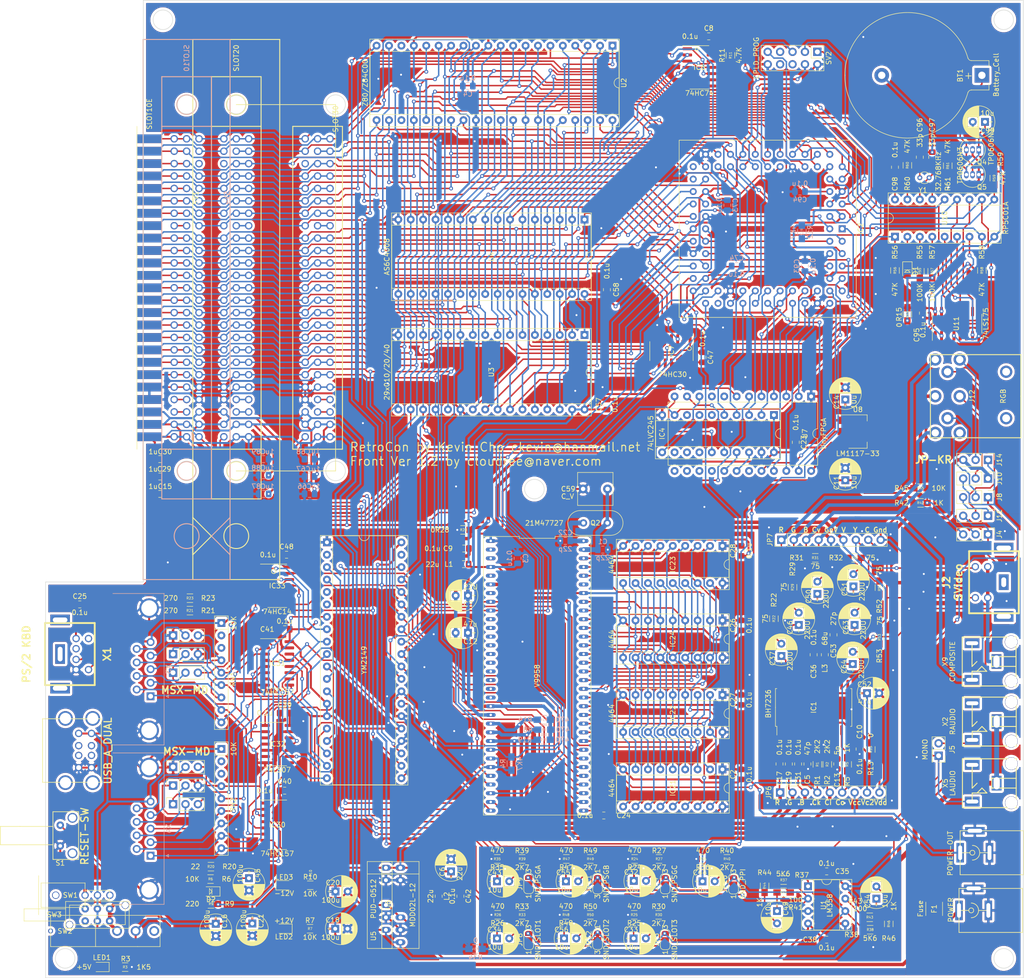
<source format=kicad_pcb>
(kicad_pcb (version 20171130) (host pcbnew "(5.1.4)-1")
  (layers (0 F.Cu signal) (31 B.Cu signal) (34 B.Paste user) (35 F.Paste user) (36 B.SilkS user) (37 F.SilkS user) (38 B.Mask user) (39 F.Mask user) (44 Edge.Cuts user))
  (net 0 "")
  (net 1 GND)
  (net 2 XTAL1)
  (net 3 +5V)
  (net 4 "Net-(C5-Pad1)")
  (net 5 GNDV)
  (net 6 VCC_A)
  (net 7 VDD_DAC)
  (net 8 "Net-(C13-Pad1)")
  (net 9 +3V3)
  (net 10 "Net-(C17-Pad1)")
  (net 11 RGB_R_IN)
  (net 12 +12V)
  (net 13 RGB_G_IN)
  (net 14 "Net-(C19-Pad1)")
  (net 15 -12V)
  (net 16 XTAL2)
  (net 17 VBB)
  (net 18 "Net-(C31-Pad1)")
  (net 19 RGB_B_IN)
  (net 20 "Net-(C32-Pad2)")
  (net 21 PSG_C)
  (net 22 SND3)
  (net 23 "Net-(C33-Pad2)")
  (net 24 SND1)
  (net 25 "Net-(C34-Pad2)")
  (net 26 GNDA)
  (net 27 VCC2)
  (net 28 "Net-(C37-Pad1)")
  (net 29 "Net-(C37-Pad2)")
  (net 30 PSG_A)
  (net 31 "Net-(C43-Pad2)")
  (net 32 "Net-(C44-Pad2)")
  (net 33 PPISND)
  (net 34 "Net-(C45-Pad1)")
  (net 35 "Net-(C46-Pad2)")
  (net 36 "Net-(C46-Pad1)")
  (net 37 "Net-(C49-Pad1)")
  (net 38 "Net-(C49-Pad2)")
  (net 39 "Net-(C50-Pad1)")
  (net 40 "Net-(C50-Pad2)")
  (net 41 "Net-(C51-Pad1)")
  (net 42 "Net-(C51-Pad2)")
  (net 43 "Net-(C53-Pad1)")
  (net 44 "Net-(C54-Pad1)")
  (net 45 "Net-(C54-Pad2)")
  (net 46 "Net-(C55-Pad2)")
  (net 47 PSG_B)
  (net 48 "Net-(C56-Pad2)")
  (net 49 SND2)
  (net 50 "Net-(C63-Pad2)")
  (net 51 "Net-(C63-Pad1)")
  (net 52 "Net-(C64-Pad2)")
  (net 53 "Net-(C64-Pad1)")
  (net 54 GNDB)
  (net 55 "Net-(C96-Pad2)")
  (net 56 "Net-(C97-Pad2)")
  (net 57 "Net-(C98-Pad1)")
  (net 58 "Net-(D1-Pad1)")
  (net 59 "Net-(F1-Pad1)")
  (net 60 "Net-(IC1-Pad5)")
  (net 61 "Net-(IC1-Pad8)")
  (net 62 "Net-(IC1-Pad9)")
  (net 63 "Net-(IC1-Pad11)")
  (net 64 "Net-(IC1-Pad13)")
  (net 65 "Net-(IC1-Pad14)")
  (net 66 "Net-(IC1-Pad17)")
  (net 67 "Net-(IC1-Pad18)")
  (net 68 ADDR0)
  (net 69 ADDR4)
  (net 70 "#CS2")
  (net 71 "#CS12")
  (net 72 "#VDP_CSR")
  (net 73 ADDR1)
  (net 74 ADDR5)
  (net 75 PB4)
  (net 76 PB0)
  (net 77 "#ExRESET")
  (net 78 "#CS1")
  (net 79 D7)
  (net 80 D0)
  (net 81 "#SLT_INT")
  (net 82 ADDR2)
  (net 83 ADDR3)
  (net 84 ADDR6)
  (net 85 ADDR7)
  (net 86 D5)
  (net 87 D4)
  (net 88 RAMA1)
  (net 89 TMS)
  (net 90 ADDR14)
  (net 91 "#ExRFSH")
  (net 92 "#VDP_CSW")
  (net 93 "#ExMERQ")
  (net 94 D6)
  (net 95 TDI)
  (net 96 D2)
  (net 97 D3)
  (net 98 RAMA2)
  (net 99 RAMA0)
  (net 100 ADDR15)
  (net 101 "#ExRD")
  (net 102 "#ExIORQ")
  (net 103 "#ExM1")
  (net 104 RAMA4)
  (net 105 "#RAMCS0")
  (net 106 PSGBDIR)
  (net 107 "#ExWR")
  (net 108 CK_RTCAL)
  (net 109 PSGBC1)
  (net 110 D1)
  (net 111 "Net-(IC2-Pad33)")
  (net 112 "Net-(IC2-Pad35)")
  (net 113 "#ROMCS")
  (net 114 RAMA3)
  (net 115 "#CPU_INT")
  (net 116 "#ADDR13_8")
  (net 117 "#RTCCS")
  (net 118 "#VDP_INT")
  (net 119 PC3)
  (net 120 PC1)
  (net 121 PC0)
  (net 122 PB7)
  (net 123 PB3)
  (net 124 TDO)
  (net 125 PB1)
  (net 126 "Net-(IC2-Pad56)")
  (net 127 PC2)
  (net 128 TCK)
  (net 129 PB2)
  (net 130 PB6)
  (net 131 PB5)
  (net 132 "#RSTLS")
  (net 133 "Net-(IC4-Pad12)")
  (net 134 "Net-(IC4-Pad13)")
  (net 135 "Net-(IC4-Pad14)")
  (net 136 PC3LS)
  (net 137 "Net-(IC4-Pad6)")
  (net 138 PC2LS)
  (net 139 "Net-(IC4-Pad7)")
  (net 140 PC1LS)
  (net 141 "Net-(IC4-Pad8)")
  (net 142 PC0LS)
  (net 143 "Net-(IC6-Pad1)")
  (net 144 CLK)
  (net 145 "Net-(IC6-Pad4)")
  (net 146 "#ExWAIT")
  (net 147 "Net-(IC6-Pad6)")
  (net 148 "Net-(IC6-Pad8)")
  (net 149 ADDR8)
  (net 150 ADDR13)
  (net 151 ADDR9)
  (net 152 ADDR12)
  (net 153 ADDR10)
  (net 154 ADDR11)
  (net 155 VD3)
  (net 156 VA4)
  (net 157 "#VCAS1")
  (net 158 VA5)
  (net 159 VD0)
  (net 160 VA6)
  (net 161 VA3)
  (net 162 "#VRAS")
  (net 163 VA2)
  (net 164 "#VWE")
  (net 165 VA1)
  (net 166 VD1)
  (net 167 VA0)
  (net 168 VD2)
  (net 169 VA7)
  (net 170 "#VCAS0")
  (net 171 VD4)
  (net 172 VD5)
  (net 173 VD6)
  (net 174 VD7)
  (net 175 "Net-(IC30-Pad12)")
  (net 176 "Net-(IC30-Pad9)")
  (net 177 IOA5)
  (net 178 J1T2)
  (net 179 J2T2)
  (net 180 IOA4)
  (net 181 J1T1)
  (net 182 J2T1)
  (net 183 IOB6)
  (net 184 J2UP)
  (net 185 J1UP)
  (net 186 IOA0)
  (net 187 J2DN)
  (net 188 J1DN)
  (net 189 IOA1)
  (net 190 IOA2)
  (net 191 J1LT)
  (net 192 J2LT)
  (net 193 IOA3)
  (net 194 J1RT)
  (net 195 J2RT)
  (net 196 "Net-(IC32-Pad12)")
  (net 197 IOB1)
  (net 198 IOB0)
  (net 199 "Net-(IC32-Pad6)")
  (net 200 IOB2)
  (net 201 IOB3)
  (net 202 J1OUT)
  (net 203 "#J1OUT")
  (net 204 J2OUT)
  (net 205 "#J2OUT")
  (net 206 "Net-(IC33-Pad12)")
  (net 207 "Net-(IC33-Pad10)")
  (net 208 "Net-(IC33-Pad11)")
  (net 209 CPUCLK)
  (net 210 "Net-(ICPSG1-Pad39)")
  (net 211 "Net-(ICPSG1-Pad6)")
  (net 212 "Net-(ICPSG1-Pad5)")
  (net 213 "Net-(ICPSG1-Pad2)")
  (net 214 SV_Y_OUT)
  (net 215 SV_C_OUT)
  (net 216 CSYNC_OUT)
  (net 217 DIN_3)
  (net 218 "Net-(J4-Pad3)")
  (net 219 AUDIO_ROUT)
  (net 220 AUDIO_LOUT)
  (net 221 DIN_5)
  (net 222 YS_OUT)
  (net 223 DIN_2)
  (net 224 DIN_4)
  (net 225 DIN_1)
  (net 226 RGB_R_OUT)
  (net 227 RGB_G_OUT)
  (net 228 RGB_B_OUT)
  (net 229 PSDATA)
  (net 230 PSCLK)
  (net 231 "#ExSLT1")
  (net 232 SNDL)
  (net 233 "Net-(JP4-Pad2)")
  (net 234 SNDR)
  (net 235 "Net-(JP5-Pad2)")
  (net 236 CSYNC_IN)
  (net 237 CV_OUT)
  (net 238 "Net-(JP8-Pad2)")
  (net 239 "Net-(JP9-Pad2)")
  (net 240 "Net-(JP10-Pad2)")
  (net 241 "Net-(JP11-Pad2)")
  (net 242 "Net-(JP12-Pad2)")
  (net 243 "#ExSLT2")
  (net 244 "#ExSLT3")
  (net 245 "Net-(LED1-Pad1)")
  (net 246 "Net-(LED2-Pad1)")
  (net 247 "Net-(LED3-Pad2)")
  (net 248 "Net-(R20-Pad1)")
  (net 249 "Net-(R21-Pad1)")
  (net 250 "Net-(R23-Pad2)")
  (net 251 "Net-(R37-Pad2)")
  (net 252 "Net-(R38-Pad2)")
  (net 253 "Net-(R57-Pad1)")
  (net 254 "Net-(R60-Pad1)")
  (net 255 "Net-(R61-Pad2)")
  (net 256 "Net-(RN1-Pad2)")
  (net 257 "Net-(RN2-Pad2)")
  (net 258 "Net-(SV1-Pad5)")
  (net 259 "#ExBUSDIR")
  (net 260 "Net-(SV1-Pad16)")
  (net 261 "Net-(SV1-Pad44)")
  (net 262 "Net-(SV1-Pad46)")
  (net 263 "Net-(SV2-Pad6)")
  (net 264 "Net-(SV2-Pad7)")
  (net 265 "Net-(SV2-Pad8)")
  (net 266 "Net-(SV4-Pad16)")
  (net 267 "Net-(SV4-Pad44)")
  (net 268 "Net-(SV4-Pad46)")
  (net 269 "Net-(SV4-Pad5)")
  (net 270 "Net-(SV8-Pad5)")
  (net 271 "Net-(SV8-Pad16)")
  (net 272 "Net-(SV8-Pad44)")
  (net 273 "Net-(SV8-Pad46)")
  (net 274 "Net-(U2-Pad23)")
  (net 275 "Net-(U2-Pad18)")
  (net 276 RTCADR0)
  (net 277 RTCADR1)
  (net 278 RTCADR2)
  (net 279 RTCADR3)
  (net 280 "Net-(U11-Pad3)")
  (net 281 "Net-(U11-Pad6)")
  (net 282 "Net-(U11-Pad11)")
  (net 283 "Net-(U11-Pad14)")
  (net 284 "Net-(U$1-Pad2)")
  (net 285 "Net-(U$1-Pad3)")
  (net 286 "Net-(U$1-Pad5)")
  (net 287 "Net-(U$1-Pad59)")
  (net 288 "Net-(U$1-Pad7)")
  (net 289 "Net-(U$1-Pad10)")
  (net 290 "Net-(U$1-Pad11)")
  (net 291 "Net-(U$1-Pad12)")
  (net 292 "Net-(U$1-Pad13)")
  (net 293 "Net-(U$1-Pad14)")
  (net 294 "Net-(U$1-Pad15)")
  (net 295 "Net-(U$1-Pad16)")
  (net 296 "Net-(U$1-Pad17)")
  (net 297 "Net-(U$1-Pad18)")
  (net 298 "Net-(U$1-Pad19)")
  (net 299 "Net-(X1-Pad2)")
  (net 300 "Net-(X1-Pad6)")
  (net 301 "Net-(X2-Pad3)")
  (net 302 "Net-(X5-Pad3)")
  (net 303 "Net-(X9-Pad3)")
  (net 304 "Net-(SV3-Pad46)")
  (net 305 "Net-(SV3-Pad44)")
  (net 306 "Net-(SV3-Pad16)")
  (net 307 "Net-(SV3-Pad5)")
  (net 308 "Net-(J17-Pad2)")
  (net 309 "Net-(J17-Pad3)")
  (net 310 "Net-(J17-Pad6)")
  (net 311 "Net-(J17-Pad7)")
  (net 312 "Net-(SW1-Pad3)")
  (net 313 "Net-(SW2-Pad3)")
  (net 314 "Net-(U7-Pad9)")
  (net 315 "Net-(U7-Pad8)")
  (net 316 "Net-(U7-Pad19)")
  (net 317 "Net-(U7-Pad16)")
  (net 318 "Net-(U7-Pad15)")
  (net 319 "Net-(U7-Pad14)")
  (net 320 "Net-(U7-Pad13)")
  (net 321 "Net-(RN1-Pad3)")
  (net 322 "Net-(RN2-Pad3)")
  (net 323 Q1P9)
  (net 324 Q1P8)
  (net 325 Q1P7)
  (net 326 Q2P9)
  (net 327 Q2P8)
  (net 328 Q2P7)
  (net 329 "Net-(F1-Pad2)")
  (net 330 "Net-(BT1-Pad1)")
  (net 331 "Net-(SW3-Pad6)")
  (net 332 "Net-(SW3-Pad3)")
  (module Capacitor_THT:C_Rect_L7.0mm_W6.5mm_P5.00mm (layer F.Cu) (at 134.954 124.968)
    (fp_text reference C59 (at -3.048 0) (layer F.SilkS))
    (fp_text value C_V (at -3.175 1.524) (layer F.SilkS))
    (pad 2 thru_hole circle (at 5 0) (size 1.8 1.8) (drill 0.9) (layers *.Cu *.Mask) (net 2 XTAL1))
    (pad 1 thru_hole circle (at 0 0) (size 1.8 1.8) (drill 0.9) (layers *.Cu *.Mask) (net 1 GND))
  )
  (module Capacitor_SMD:C_0805_2012Metric_Pad1.15x1.40mm_HandSolder (layer B.Cu) (at 138.9798 137.3886 180)
    (fp_text reference C1 (at 0 1.65) (layer B.SilkS) (effects (justify mirror)))
    (fp_text value 22p (at 0 -1.65) (layer B.SilkS) (effects (justify mirror)))
    (pad 1 smd roundrect (at -1.025 0 180) (size 1.15 1.4) (layers B.Cu B.Paste B.Mask) (roundrect_rratio 0.217391) (net 1 GND))
    (pad 2 smd roundrect (at 1.025 0 180) (size 1.15 1.4) (layers B.Cu B.Paste B.Mask) (roundrect_rratio 0.217391) (net 2 XTAL1))
  )
  (module Library:MDD02L-12 (layer F.Cu) (at 97.5868 210.0834 270)
    (fp_text reference U6 (at 0 2.5 90) (layer F.SilkS))
    (fp_text value MDD02L-12 (at 0 -2.5 90) (layer F.SilkS))
    (pad 5 thru_hole oval (at 7.62 0 270) (size 1.2 2) (drill 0.8) (layers *.Cu *.Mask) (net 12 +12V))
    (pad 4 thru_hole oval (at 5.08 0 270) (size 1.2 2) (drill 0.8) (layers *.Cu *.Mask) (net 1 GND))
    (pad 3 thru_hole oval (at 2.54 0 270) (size 1.2 2) (drill 0.8) (layers *.Cu *.Mask) (net 15 -12V))
    (pad 2 thru_hole oval (at -5.08 0 270) (size 1.2 2) (drill 0.8) (layers *.Cu *.Mask) (net 1 GND))
    (pad 1 thru_hole oval (at -7.62 0 270) (size 1.2 2) (drill 0.8) (layers *.Cu *.Mask) (net 3 +5V))
  )
  (module Library:Mini_din6 (layer F.Cu) (at 29.972 158.75 270)
    (fp_text reference X1 (at 0 -7.62 90) (layer F.SilkS) (effects (font (size 1.524 1.524) (thickness 0.3048))))
    (fp_text value "PS/2 KBD" (at 0 8.89 90) (layer F.SilkS) (effects (font (size 1.524 1.524) (thickness 0.3048))))
    (pad GND thru_hole rect (at -6.985 2 270) (size 2.16916 4) (drill oval 1 3) (layers *.Cu *.Mask))
    (pad GND thru_hole rect (at 6.985 2 270) (size 2.16916 4) (drill oval 1 3) (layers *.Cu *.Mask))
    (pad GND thru_hole rect (at 0 2 270) (size 4 2) (drill oval 3 1) (layers *.Cu *.Mask))
    (pad 3 thru_hole circle (at 3.175 -1.27 270) (size 1.5 1.5) (drill 1) (layers *.Cu *.Mask) (net 1 GND))
    (pad 4 thru_hole circle (at -3.175 -1.27 270) (size 1.5 1.5) (drill 1) (layers *.Cu *.Mask) (net 9 +3V3))
    (pad 6 thru_hole circle (at -3.175 -3.81 270) (size 1.5 1.5) (drill 1) (layers *.Cu *.Mask) (net 300 "Net-(X1-Pad6)"))
    (pad 5 thru_hole circle (at 3.175 -3.81 270) (size 1.5 1.5) (drill 1) (layers *.Cu *.Mask) (net 249 "Net-(R21-Pad1)"))
    (pad 1 thru_hole circle (at 1.1 -1.27 270) (size 1.5 1.5) (drill 1) (layers *.Cu *.Mask) (net 250 "Net-(R23-Pad2)"))
    (pad 2 thru_hole circle (at -1.1 -1.27 270) (size 1.5 1.5) (drill 1) (layers *.Cu *.Mask) (net 299 "Net-(X1-Pad2)"))
  )
  (module Battery:BatteryHolder_Keystone_104_1x23mm (layer F.Cu) (at 216.535 40.355 180)
    (fp_text reference BT1 (at 4.445 -0.031 270) (layer F.SilkS))
    (fp_text value Battery_Cell (at -2.921 0.096 270) (layer F.SilkS))
    (fp_text user + (at 2.75 0 180) (layer F.SilkS) (effects (font (size 1.5 1.5))))
    (pad 1 thru_hole rect (at 0 0 180) (size 3 3) (drill 1.5) (layers *.Cu *.Mask) (net 330 "Net-(BT1-Pad1)"))
    (pad 2 thru_hole circle (at 20.49 0 180) (size 3 3) (drill 1.5) (layers *.Cu *.Mask) (net 54 GNDB))
  )
  (module Library:SW_DPDT_PS-22E05 (layer F.Cu) (at 38.1 213.36 180)
    (fp_text reference SW3 (at 11.3284 1.3208) (layer F.SilkS))
    (fp_text value SW_DPDT hide)
    (pad 0 thru_hole circle (at -3.2 3.25 180) (size 1.524 1.524) (drill 1.3) (layers *.Cu *.Mask))
    (pad 0 thru_hole circle (at 8.2 -0.75 180) (size 1.524 1.524) (drill 1.3) (layers *.Cu *.Mask))
    (pad 6 thru_hole circle (at 5 2.5 180) (size 1.524 1.524) (drill 0.762) (layers *.Cu *.Mask) (net 331 "Net-(SW3-Pad6)"))
    (pad 5 thru_hole circle (at 2.5 2.5 180) (size 1.524 1.524) (drill 0.762) (layers *.Cu *.Mask) (net 3 +5V))
    (pad 4 thru_hole circle (at 0 2.5 180) (size 1.524 1.524) (drill 0.762) (layers *.Cu *.Mask) (net 329 "Net-(F1-Pad2)"))
    (pad 3 thru_hole circle (at 5 0 180) (size 1.524 1.524) (drill 0.762) (layers *.Cu *.Mask) (net 332 "Net-(SW3-Pad3)"))
    (pad 2 thru_hole circle (at 2.5 0 180) (size 1.524 1.524) (drill 0.762) (layers *.Cu *.Mask) (net 3 +5V))
    (pad 1 thru_hole circle (at 0 0 180) (size 1.524 1.524) (drill 0.762) (layers *.Cu *.Mask) (net 329 "Net-(F1-Pad2)"))
  )
  (module Capacitor_SMD:C_0805_2012Metric_Pad1.15x1.40mm_HandSolder (layer F.Cu) (at 178.4604 115.4266 270)
    (fp_text reference C23 (at 0 -1.65 90) (layer F.SilkS))
    (fp_text value 0.1u (at -4.055 0 90) (layer F.SilkS))
    (pad 2 smd roundrect (at 1.025 0 270) (size 1.15 1.4) (layers F.Cu F.Paste F.Mask) (roundrect_rratio 0.217391) (net 9 +3V3))
    (pad 1 smd roundrect (at -1.025 0 270) (size 1.15 1.4) (layers F.Cu F.Paste F.Mask) (roundrect_rratio 0.217391) (net 1 GND))
  )
  (module Library:SDIP-64 (layer F.Cu) (at 125.565 163.19 270)
    (fp_text reference U$1 hide)
    (fp_text value V9958 (at 0 0 90) (layer F.SilkS))
    (pad 64 thru_hole oval (at -27.59 -9.5 270) (size 0.8 2) (drill 0.5) (layers *.Cu *.Mask) (net 16 XTAL2))
    (pad 1 thru_hole oval (at -27.59 9.5 270) (size 0.8 2) (drill 0.5) (layers *.Cu *.Mask) (net 1 GND))
    (pad 63 thru_hole oval (at -25.81 -9.5 270) (size 0.8 2) (drill 0.5) (layers *.Cu *.Mask) (net 2 XTAL1))
    (pad 2 thru_hole oval (at -25.81 9.5 270) (size 0.8 2) (drill 0.5) (layers *.Cu *.Mask) (net 284 "Net-(U$1-Pad2)"))
    (pad 62 thru_hole oval (at -24.03 -9.5 270) (size 0.8 2) (drill 0.5) (layers *.Cu *.Mask) (net 162 "#VRAS"))
    (pad 3 thru_hole oval (at -24.03 9.5 270) (size 0.8 2) (drill 0.5) (layers *.Cu *.Mask) (net 285 "Net-(U$1-Pad3)"))
    (pad 61 thru_hole oval (at -22.25 -9.5 270) (size 0.8 2) (drill 0.5) (layers *.Cu *.Mask) (net 170 "#VCAS0"))
    (pad 4 thru_hole oval (at -22.25 9.5 270) (size 0.8 2) (drill 0.5) (layers *.Cu *.Mask) (net 3 +5V))
    (pad 60 thru_hole oval (at -20.47 -9.5 270) (size 0.8 2) (drill 0.5) (layers *.Cu *.Mask) (net 157 "#VCAS1"))
    (pad 5 thru_hole oval (at -20.47 9.5 270) (size 0.8 2) (drill 0.5) (layers *.Cu *.Mask) (net 286 "Net-(U$1-Pad5)"))
    (pad 59 thru_hole oval (at -18.69 -9.5 270) (size 0.8 2) (drill 0.5) (layers *.Cu *.Mask) (net 287 "Net-(U$1-Pad59)"))
    (pad 6 thru_hole oval (at -18.69 9.5 270) (size 0.8 2) (drill 0.5) (layers *.Cu *.Mask) (net 236 CSYNC_IN))
    (pad 58 thru_hole oval (at -16.91 -9.5 270) (size 0.8 2) (drill 0.5) (layers *.Cu *.Mask) (net 3 +5V))
    (pad 7 thru_hole oval (at -16.91 9.5 270) (size 0.8 2) (drill 0.5) (layers *.Cu *.Mask) (net 288 "Net-(U$1-Pad7)"))
    (pad 57 thru_hole oval (at -15.13 -9.5 270) (size 0.8 2) (drill 0.5) (layers *.Cu *.Mask) (net 164 "#VWE"))
    (pad 8 thru_hole oval (at -15.13 9.5 270) (size 0.8 2) (drill 0.5) (layers *.Cu *.Mask) (net 209 CPUCLK))
    (pad 56 thru_hole oval (at -13.35 -9.5 270) (size 0.8 2) (drill 0.5) (layers *.Cu *.Mask) (net 169 VA7))
    (pad 9 thru_hole oval (at -13.35 9.5 270) (size 0.8 2) (drill 0.5) (layers *.Cu *.Mask) (net 77 "#ExRESET"))
    (pad 55 thru_hole oval (at -11.57 -9.5 270) (size 0.8 2) (drill 0.5) (layers *.Cu *.Mask) (net 160 VA6))
    (pad 10 thru_hole oval (at -11.57 9.5 270) (size 0.8 2) (drill 0.5) (layers *.Cu *.Mask) (net 289 "Net-(U$1-Pad10)"))
    (pad 54 thru_hole oval (at -9.79 -9.5 270) (size 0.8 2) (drill 0.5) (layers *.Cu *.Mask) (net 158 VA5))
    (pad 11 thru_hole oval (at -9.79 9.5 270) (size 0.8 2) (drill 0.5) (layers *.Cu *.Mask) (net 290 "Net-(U$1-Pad11)"))
    (pad 53 thru_hole oval (at -8.01 -9.5 270) (size 0.8 2) (drill 0.5) (layers *.Cu *.Mask) (net 156 VA4))
    (pad 12 thru_hole oval (at -8.01 9.5 270) (size 0.8 2) (drill 0.5) (layers *.Cu *.Mask) (net 291 "Net-(U$1-Pad12)"))
    (pad 52 thru_hole oval (at -6.23 -9.5 270) (size 0.8 2) (drill 0.5) (layers *.Cu *.Mask) (net 161 VA3))
    (pad 13 thru_hole oval (at -6.23 9.5 270) (size 0.8 2) (drill 0.5) (layers *.Cu *.Mask) (net 292 "Net-(U$1-Pad13)"))
    (pad 51 thru_hole oval (at -4.45 -9.5 270) (size 0.8 2) (drill 0.5) (layers *.Cu *.Mask) (net 163 VA2))
    (pad 14 thru_hole oval (at -4.45 9.5 270) (size 0.8 2) (drill 0.5) (layers *.Cu *.Mask) (net 293 "Net-(U$1-Pad14)"))
    (pad 50 thru_hole oval (at -2.67 -9.5 270) (size 0.8 2) (drill 0.5) (layers *.Cu *.Mask) (net 165 VA1))
    (pad 15 thru_hole oval (at -2.67 9.5 270) (size 0.8 2) (drill 0.5) (layers *.Cu *.Mask) (net 294 "Net-(U$1-Pad15)"))
    (pad 49 thru_hole oval (at -0.89 -9.5 270) (size 0.8 2) (drill 0.5) (layers *.Cu *.Mask) (net 167 VA0))
    (pad 16 thru_hole oval (at -0.89 9.5 270) (size 0.8 2) (drill 0.5) (layers *.Cu *.Mask) (net 295 "Net-(U$1-Pad16)"))
    (pad 48 thru_hole oval (at 0.89 -9.5 270) (size 0.8 2) (drill 0.5) (layers *.Cu *.Mask) (net 174 VD7))
    (pad 17 thru_hole oval (at 0.89 9.5 270) (size 0.8 2) (drill 0.5) (layers *.Cu *.Mask) (net 296 "Net-(U$1-Pad17)"))
    (pad 47 thru_hole oval (at 2.67 -9.5 270) (size 0.8 2) (drill 0.5) (layers *.Cu *.Mask) (net 173 VD6))
    (pad 18 thru_hole oval (at 2.67 9.5 270) (size 0.8 2) (drill 0.5) (layers *.Cu *.Mask) (net 297 "Net-(U$1-Pad18)"))
    (pad 46 thru_hole oval (at 4.45 -9.5 270) (size 0.8 2) (drill 0.5) (layers *.Cu *.Mask) (net 172 VD5))
    (pad 19 thru_hole oval (at 4.45 9.5 270) (size 0.8 2) (drill 0.5) (layers *.Cu *.Mask) (net 298 "Net-(U$1-Pad19)"))
    (pad 45 thru_hole oval (at 6.23 -9.5 270) (size 0.8 2) (drill 0.5) (layers *.Cu *.Mask) (net 171 VD4))
    (pad 20 thru_hole oval (at 6.23 9.5 270) (size 0.8 2) (drill 0.5) (layers *.Cu *.Mask) (net 5 GNDV))
    (pad 44 thru_hole oval (at 8.01 -9.5 270) (size 0.8 2) (drill 0.5) (layers *.Cu *.Mask) (net 155 VD3))
    (pad 21 thru_hole oval (at 8.01 9.5 270) (size 0.8 2) (drill 0.5) (layers *.Cu *.Mask) (net 7 VDD_DAC))
    (pad 43 thru_hole oval (at 9.79 -9.5 270) (size 0.8 2) (drill 0.5) (layers *.Cu *.Mask) (net 168 VD2))
    (pad 22 thru_hole oval (at 9.79 9.5 270) (size 0.8 2) (drill 0.5) (layers *.Cu *.Mask) (net 13 RGB_G_IN))
    (pad 42 thru_hole oval (at 11.57 -9.5 270) (size 0.8 2) (drill 0.5) (layers *.Cu *.Mask) (net 166 VD1))
    (pad 23 thru_hole oval (at 11.57 9.5 270) (size 0.8 2) (drill 0.5) (layers *.Cu *.Mask) (net 11 RGB_R_IN))
    (pad 41 thru_hole oval (at 13.35 -9.5 270) (size 0.8 2) (drill 0.5) (layers *.Cu *.Mask) (net 159 VD0))
    (pad 24 thru_hole oval (at 13.35 9.5 270) (size 0.8 2) (drill 0.5) (layers *.Cu *.Mask) (net 19 RGB_B_IN))
    (pad 40 thru_hole oval (at 15.13 -9.5 270) (size 0.8 2) (drill 0.5) (layers *.Cu *.Mask) (net 80 D0))
    (pad 25 thru_hole oval (at 15.13 9.5 270) (size 0.8 2) (drill 0.5) (layers *.Cu *.Mask) (net 118 "#VDP_INT"))
    (pad 39 thru_hole oval (at 16.91 -9.5 270) (size 0.8 2) (drill 0.5) (layers *.Cu *.Mask) (net 110 D1))
    (pad 26 thru_hole oval (at 16.91 9.5 270) (size 0.8 2) (drill 0.5) (layers *.Cu *.Mask) (net 3 +5V))
    (pad 38 thru_hole oval (at 18.69 -9.5 270) (size 0.8 2) (drill 0.5) (layers *.Cu *.Mask) (net 96 D2))
    (pad 27 thru_hole oval (at 18.69 9.5 270) (size 0.8 2) (drill 0.5) (layers *.Cu *.Mask) (net 3 +5V))
    (pad 37 thru_hole oval (at 20.47 -9.5 270) (size 0.8 2) (drill 0.5) (layers *.Cu *.Mask) (net 97 D3))
    (pad 28 thru_hole oval (at 20.47 9.5 270) (size 0.8 2) (drill 0.5) (layers *.Cu *.Mask) (net 73 ADDR1))
    (pad 36 thru_hole oval (at 22.25 -9.5 270) (size 0.8 2) (drill 0.5) (layers *.Cu *.Mask) (net 87 D4))
    (pad 29 thru_hole oval (at 22.25 9.5 270) (size 0.8 2) (drill 0.5) (layers *.Cu *.Mask) (net 68 ADDR0))
    (pad 35 thru_hole oval (at 24.03 -9.5 270) (size 0.8 2) (drill 0.5) (layers *.Cu *.Mask) (net 86 D5))
    (pad 30 thru_hole oval (at 24.03 9.5 270) (size 0.8 2) (drill 0.5) (layers *.Cu *.Mask) (net 92 "#VDP_CSW"))
    (pad 34 thru_hole oval (at 25.81 -9.5 270) (size 0.8 2) (drill 0.5) (layers *.Cu *.Mask) (net 94 D6))
    (pad 31 thru_hole oval (at 25.81 9.5 270) (size 0.8 2) (drill 0.5) (layers *.Cu *.Mask) (net 72 "#VDP_CSR"))
    (pad 33 thru_hole oval (at 27.59 -9.5 270) (size 0.8 2) (drill 0.5) (layers *.Cu *.Mask) (net 17 VBB))
    (pad 32 thru_hole oval (at 27.59 9.5 270) (size 0.8 2) (drill 0.5) (layers *.Cu *.Mask) (net 79 D7))
  )
  (module Package_DIP:DIP-40_W15.24mm_Socket (layer F.Cu) (at 82.55 135.89)
    (fp_text reference ICPSG1 hide)
    (fp_text value YM2149 (at 7.62 24.11 90) (layer F.SilkS))
    (pad 40 thru_hole oval (at 15.24 0) (size 1.6 1.6) (drill 0.8) (layers *.Cu *.Mask) (net 6 VCC_A))
    (pad 20 thru_hole oval (at 0 48.26) (size 1.6 1.6) (drill 0.8) (layers *.Cu *.Mask) (net 189 IOA1))
    (pad 39 thru_hole oval (at 15.24 2.54) (size 1.6 1.6) (drill 0.8) (layers *.Cu *.Mask) (net 210 "Net-(ICPSG1-Pad39)"))
    (pad 19 thru_hole oval (at 0 45.72) (size 1.6 1.6) (drill 0.8) (layers *.Cu *.Mask) (net 190 IOA2))
    (pad 38 thru_hole oval (at 15.24 5.08) (size 1.6 1.6) (drill 0.8) (layers *.Cu *.Mask) (net 21 PSG_C))
    (pad 18 thru_hole oval (at 0 43.18) (size 1.6 1.6) (drill 0.8) (layers *.Cu *.Mask) (net 193 IOA3))
    (pad 37 thru_hole oval (at 15.24 7.62) (size 1.6 1.6) (drill 0.8) (layers *.Cu *.Mask) (net 80 D0))
    (pad 17 thru_hole oval (at 0 40.64) (size 1.6 1.6) (drill 0.8) (layers *.Cu *.Mask) (net 180 IOA4))
    (pad 36 thru_hole oval (at 15.24 10.16) (size 1.6 1.6) (drill 0.8) (layers *.Cu *.Mask) (net 110 D1))
    (pad 16 thru_hole oval (at 0 38.1) (size 1.6 1.6) (drill 0.8) (layers *.Cu *.Mask) (net 177 IOA5))
    (pad 35 thru_hole oval (at 15.24 12.7) (size 1.6 1.6) (drill 0.8) (layers *.Cu *.Mask) (net 96 D2))
    (pad 15 thru_hole oval (at 0 35.56) (size 1.6 1.6) (drill 0.8) (layers *.Cu *.Mask) (net 3 +5V))
    (pad 34 thru_hole oval (at 15.24 15.24) (size 1.6 1.6) (drill 0.8) (layers *.Cu *.Mask) (net 97 D3))
    (pad 14 thru_hole oval (at 0 33.02) (size 1.6 1.6) (drill 0.8) (layers *.Cu *.Mask) (net 3 +5V))
    (pad 33 thru_hole oval (at 15.24 17.78) (size 1.6 1.6) (drill 0.8) (layers *.Cu *.Mask) (net 87 D4))
    (pad 13 thru_hole oval (at 0 30.48) (size 1.6 1.6) (drill 0.8) (layers *.Cu *.Mask) (net 198 IOB0))
    (pad 32 thru_hole oval (at 15.24 20.32) (size 1.6 1.6) (drill 0.8) (layers *.Cu *.Mask) (net 86 D5))
    (pad 12 thru_hole oval (at 0 27.94) (size 1.6 1.6) (drill 0.8) (layers *.Cu *.Mask) (net 197 IOB1))
    (pad 31 thru_hole oval (at 15.24 22.86) (size 1.6 1.6) (drill 0.8) (layers *.Cu *.Mask) (net 94 D6))
    (pad 11 thru_hole oval (at 0 25.4) (size 1.6 1.6) (drill 0.8) (layers *.Cu *.Mask) (net 200 IOB2))
    (pad 30 thru_hole oval (at 15.24 25.4) (size 1.6 1.6) (drill 0.8) (layers *.Cu *.Mask) (net 79 D7))
    (pad 10 thru_hole oval (at 0 22.86) (size 1.6 1.6) (drill 0.8) (layers *.Cu *.Mask) (net 201 IOB3))
    (pad 29 thru_hole oval (at 15.24 27.94) (size 1.6 1.6) (drill 0.8) (layers *.Cu *.Mask) (net 109 PSGBC1))
    (pad 9 thru_hole oval (at 0 20.32) (size 1.6 1.6) (drill 0.8) (layers *.Cu *.Mask) (net 204 J2OUT))
    (pad 28 thru_hole oval (at 15.24 30.48) (size 1.6 1.6) (drill 0.8) (layers *.Cu *.Mask) (net 3 +5V))
    (pad 8 thru_hole oval (at 0 17.78) (size 1.6 1.6) (drill 0.8) (layers *.Cu *.Mask) (net 202 J1OUT))
    (pad 27 thru_hole oval (at 15.24 33.02) (size 1.6 1.6) (drill 0.8) (layers *.Cu *.Mask) (net 106 PSGBDIR))
    (pad 7 thru_hole oval (at 0 15.24) (size 1.6 1.6) (drill 0.8) (layers *.Cu *.Mask) (net 183 IOB6))
    (pad 26 thru_hole oval (at 15.24 35.56) (size 1.6 1.6) (drill 0.8) (layers *.Cu *.Mask) (net 1 GND))
    (pad 6 thru_hole oval (at 0 12.7) (size 1.6 1.6) (drill 0.8) (layers *.Cu *.Mask) (net 211 "Net-(ICPSG1-Pad6)"))
    (pad 25 thru_hole oval (at 15.24 38.1) (size 1.6 1.6) (drill 0.8) (layers *.Cu *.Mask) (net 3 +5V))
    (pad 5 thru_hole oval (at 0 10.16) (size 1.6 1.6) (drill 0.8) (layers *.Cu *.Mask) (net 212 "Net-(ICPSG1-Pad5)"))
    (pad 24 thru_hole oval (at 15.24 40.64) (size 1.6 1.6) (drill 0.8) (layers *.Cu *.Mask) (net 1 GND))
    (pad 4 thru_hole oval (at 0 7.62) (size 1.6 1.6) (drill 0.8) (layers *.Cu *.Mask) (net 30 PSG_A))
    (pad 23 thru_hole oval (at 15.24 43.18) (size 1.6 1.6) (drill 0.8) (layers *.Cu *.Mask) (net 77 "#ExRESET"))
    (pad 3 thru_hole oval (at 0 5.08) (size 1.6 1.6) (drill 0.8) (layers *.Cu *.Mask) (net 47 PSG_B))
    (pad 22 thru_hole oval (at 15.24 45.72) (size 1.6 1.6) (drill 0.8) (layers *.Cu *.Mask) (net 144 CLK))
    (pad 2 thru_hole oval (at 0 2.54) (size 1.6 1.6) (drill 0.8) (layers *.Cu *.Mask) (net 213 "Net-(ICPSG1-Pad2)"))
    (pad 21 thru_hole oval (at 15.24 48.26) (size 1.6 1.6) (drill 0.8) (layers *.Cu *.Mask) (net 186 IOA0))
    (pad 1 thru_hole rect (at 0 0) (size 1.6 1.6) (drill 0.8) (layers *.Cu *.Mask) (net 1 GND))
  )
  (module Connector_Dsub:DSUB-9_Male_Horizontal_P2.77x2.84mm_EdgePinOffset4.94mm_Housed_MountingHolesOffset7.48mm (layer B.Cu) (at 46.482 200 90)
    (fp_text reference X4 (at 5.54 3.7 -90) (layer B.SilkS) (effects (justify mirror)))
    (fp_text value JOYSTICK2)
    (pad 1 thru_hole rect (at 0 0 90) (size 1.6 1.6) (drill 1) (layers *.Cu *.Mask) (net 184 J2UP))
    (pad 2 thru_hole circle (at 2.77 0 90) (size 1.6 1.6) (drill 1) (layers *.Cu *.Mask) (net 187 J2DN))
    (pad 3 thru_hole circle (at 5.54 0 90) (size 1.6 1.6) (drill 1) (layers *.Cu *.Mask) (net 192 J2LT))
    (pad 4 thru_hole circle (at 8.31 0 90) (size 1.6 1.6) (drill 1) (layers *.Cu *.Mask) (net 195 J2RT))
    (pad 5 thru_hole circle (at 11.08 0 90) (size 1.6 1.6) (drill 1) (layers *.Cu *.Mask) (net 3 +5V))
    (pad 6 thru_hole circle (at 1.385 -2.84 90) (size 1.6 1.6) (drill 1) (layers *.Cu *.Mask) (net 182 J2T1))
    (pad 7 thru_hole circle (at 4.155 -2.84 90) (size 1.6 1.6) (drill 1) (layers *.Cu *.Mask) (net 328 Q2P7))
    (pad 8 thru_hole circle (at 6.925 -2.84 90) (size 1.6 1.6) (drill 1) (layers *.Cu *.Mask) (net 327 Q2P8))
    (pad 9 thru_hole circle (at 9.695 -2.84 90) (size 1.6 1.6) (drill 1) (layers *.Cu *.Mask) (net 326 Q2P9))
    (pad 0 thru_hole circle (at -6.96 -0.3 90) (size 4 4) (drill 3.2) (layers *.Cu *.Mask) (net 1 GND))
    (pad 0 thru_hole circle (at 18.04 -0.3 90) (size 4 4) (drill 3.2) (layers *.Cu *.Mask) (net 1 GND))
  )
  (module Library:D_0805_2012Metric_Pad1.15x1.40mm_HandSolder (layer F.Cu) (at 58.8264 207.3148 180)
    (fp_text reference D2 (at 0 -1.65) (layer F.SilkS))
    (fp_text value 1N4148)
    (pad 2 smd roundrect (at 1.025 0 180) (size 1.15 1.4) (layers F.Cu F.Paste F.Mask) (roundrect_rratio 0.217391) (net 34 "Net-(C45-Pad1)"))
    (pad 1 smd roundrect (at -1.025 0 180) (size 1.15 1.4) (layers F.Cu F.Paste F.Mask) (roundrect_rratio 0.217391) (net 3 +5V))
  )
  (module Library:D_0805_2012Metric_Pad1.15x1.40mm_HandSolder (layer F.Cu) (at 201.295 80.36 270)
    (fp_text reference D1 (at 0 -1.65 90) (layer F.SilkS))
    (fp_text value 1N4148)
    (pad 2 smd roundrect (at 1.025 0 270) (size 1.15 1.4) (layers F.Cu F.Paste F.Mask) (roundrect_rratio 0.217391) (net 3 +5V))
    (pad 1 smd roundrect (at -1.025 0 270) (size 1.15 1.4) (layers F.Cu F.Paste F.Mask) (roundrect_rratio 0.217391) (net 58 "Net-(D1-Pad1)"))
  )
  (module Library:Mini_din4 (layer F.Cu) (at 219 144.05 90)
    (fp_text reference J2 (at -0.0442 -9.7294 90) (layer F.SilkS) (effects (font (size 1.524 1.524) (thickness 0.3048))))
    (fp_text value SVideo (at 0.032 -7.2656 90) (layer F.SilkS) (effects (font (size 1.524 1.524) (thickness 0.3048))))
    (pad GND thru_hole rect (at -6.985 2 90) (size 2.16916 4) (drill oval 1 3) (layers *.Cu *.Mask))
    (pad GND thru_hole rect (at 6.985 2 90) (size 2.16916 4) (drill oval 1 3) (layers *.Cu *.Mask))
    (pad GND thru_hole rect (at 0 2 90) (size 3.2004 1.99898) (drill oval 2 1) (layers *.Cu *.Mask))
    (pad 1 thru_hole circle (at 3.175 -1.27 90) (size 1.5 1.5) (drill 1) (layers *.Cu *.Mask) (net 5 GNDV))
    (pad 2 thru_hole circle (at -3.175 -1.27 90) (size 1.5 1.5) (drill 1) (layers *.Cu *.Mask) (net 5 GNDV))
    (pad 4 thru_hole circle (at -3.175 -3.81 90) (size 1.5 1.5) (drill 1) (layers *.Cu *.Mask) (net 215 SV_C_OUT))
    (pad 3 thru_hole circle (at 3.175 -3.81 90) (size 1.5 1.5) (drill 1) (layers *.Cu *.Mask) (net 214 SV_Y_OUT))
  )
  (module Capacitor_SMD:C_0805_2012Metric_Pad1.15x1.40mm_HandSolder (layer F.Cu) (at 48.378 122.428 180)
    (fp_text reference C29 (at -0.898 1.524) (layer F.SilkS))
    (fp_text value 1u (at 1.388 1.524) (layer F.SilkS))
    (pad 2 smd roundrect (at 1.025 0 180) (size 1.15 1.4) (layers F.Cu F.Paste F.Mask) (roundrect_rratio 0.217391) (net 1 GND))
    (pad 1 smd roundrect (at -1.025 0 180) (size 1.15 1.4) (layers F.Cu F.Paste F.Mask) (roundrect_rratio 0.217391) (net 12 +12V))
  )
  (module Capacitor_SMD:C_0805_2012Metric_Pad1.15x1.40mm_HandSolder (layer F.Cu) (at 48.378 118.872)
    (fp_text reference C30 (at 1.025 -1.524) (layer F.SilkS))
    (fp_text value 1u (at -1.388 -1.524) (layer F.SilkS))
    (pad 1 smd roundrect (at -1.025 0) (size 1.15 1.4) (layers F.Cu F.Paste F.Mask) (roundrect_rratio 0.217391) (net 15 -12V))
    (pad 2 smd roundrect (at 1.025 0) (size 1.15 1.4) (layers F.Cu F.Paste F.Mask) (roundrect_rratio 0.217391) (net 1 GND))
  )
  (module Capacitor_SMD:C_0805_2012Metric_Pad1.15x1.40mm_HandSolder (layer F.Cu) (at 48.378 125.984 180)
    (fp_text reference C15 (at -1.025 1.524) (layer F.SilkS))
    (fp_text value 1u (at 1.388 1.524) (layer F.SilkS))
    (pad 1 smd roundrect (at -1.025 0 180) (size 1.15 1.4) (layers F.Cu F.Paste F.Mask) (roundrect_rratio 0.217391) (net 3 +5V))
    (pad 2 smd roundrect (at 1.025 0 180) (size 1.15 1.4) (layers F.Cu F.Paste F.Mask) (roundrect_rratio 0.217391) (net 1 GND))
  )
  (module Package_SO:SOIC-14_3.9x8.7mm_P1.27mm (layer F.Cu) (at 72.39 144.78)
    (fp_text reference IC33 (at 0 0) (layer F.SilkS))
    (fp_text value 74HC14 (at 0 5.28) (layer F.SilkS))
    (pad 1 smd roundrect (at -2.475 -3.81) (size 1.95 0.6) (layers F.Cu F.Paste F.Mask) (net 202 J1OUT))
    (pad 2 smd roundrect (at -2.475 -2.54) (size 1.95 0.6) (layers F.Cu F.Paste F.Mask) (net 203 "#J1OUT"))
    (pad 3 smd roundrect (at -2.475 -1.27) (size 1.95 0.6) (layers F.Cu F.Paste F.Mask) (net 204 J2OUT))
    (pad 4 smd roundrect (at -2.475 0) (size 1.95 0.6) (layers F.Cu F.Paste F.Mask) (net 205 "#J2OUT"))
    (pad 5 smd roundrect (at -2.475 1.27) (size 1.95 0.6) (layers F.Cu F.Paste F.Mask) (net 206 "Net-(IC33-Pad12)"))
    (pad 6 smd roundrect (at -2.475 2.54) (size 1.95 0.6) (layers F.Cu F.Paste F.Mask) (net 144 CLK))
    (pad 7 smd roundrect (at -2.475 3.81) (size 1.95 0.6) (layers F.Cu F.Paste F.Mask) (net 1 GND))
    (pad 8 smd roundrect (at 2.475 3.81) (size 1.95 0.6) (layers F.Cu F.Paste F.Mask) (net 77 "#ExRESET"))
    (pad 9 smd roundrect (at 2.475 2.54) (size 1.95 0.6) (layers F.Cu F.Paste F.Mask) (net 207 "Net-(IC33-Pad10)"))
    (pad 10 smd roundrect (at 2.475 1.27) (size 1.95 0.6) (layers F.Cu F.Paste F.Mask) (net 207 "Net-(IC33-Pad10)"))
    (pad 11 smd roundrect (at 2.475 0) (size 1.95 0.6) (layers F.Cu F.Paste F.Mask) (net 208 "Net-(IC33-Pad11)"))
    (pad 12 smd roundrect (at 2.475 -1.27) (size 1.95 0.6) (layers F.Cu F.Paste F.Mask) (net 206 "Net-(IC33-Pad12)"))
    (pad 13 smd roundrect (at 2.475 -2.54) (size 1.95 0.6) (layers F.Cu F.Paste F.Mask) (net 209 CPUCLK))
    (pad 14 smd roundrect (at 2.475 -3.81) (size 1.95 0.6) (layers F.Cu F.Paste F.Mask) (net 3 +5V))
  )
  (module Capacitor_SMD:C_0805_2012Metric_Pad1.15x1.40mm_HandSolder (layer B.Cu) (at 164.465 66.92 90)
    (fp_text reference C73 (at 0 1.65 270) (layer B.SilkS) (effects (justify mirror)))
    (fp_text value 0.1u (at 0 -1.65 270) (layer B.SilkS) (effects (justify mirror)))
    (pad 1 smd roundrect (at -1.025 0 90) (size 1.15 1.4) (layers B.Cu B.Paste B.Mask) (roundrect_rratio 0.217391) (net 1 GND))
    (pad 2 smd roundrect (at 1.025 0 90) (size 1.15 1.4) (layers B.Cu B.Paste B.Mask) (roundrect_rratio 0.217391) (net 3 +5V))
  )
  (module Package_LCC:PLCC-84_THT-Socket (layer F.Cu) (at 187.96 71.755 270)
    (fp_text reference IC2 (at 0 -3.77 90) (layer F.SilkS))
    (fp_text value EPM7128-J84SOC-RetroCon-eagle-import)
    (pad 2 thru_hole circle (at 0 2.54 270) (size 1.4224 1.4224) (drill 0.8) (layers *.Cu *.Mask) (net 68 ADDR0))
    (pad 4 thru_hole circle (at -2.54 2.54 270) (size 1.4224 1.4224) (drill 0.8) (layers *.Cu *.Mask) (net 69 ADDR4))
    (pad 6 thru_hole circle (at -5.08 2.54 270) (size 1.4224 1.4224) (drill 0.8) (layers *.Cu *.Mask) (net 70 "#CS2"))
    (pad 8 thru_hole circle (at -7.62 2.54 270) (size 1.4224 1.4224) (drill 0.8) (layers *.Cu *.Mask) (net 71 "#CS12"))
    (pad 10 thru_hole circle (at -10.16 2.54 270) (size 1.4224 1.4224) (drill 0.8) (layers *.Cu *.Mask) (net 72 "#VDP_CSR"))
    (pad 84 thru_hole circle (at 2.54 2.54 270) (size 1.4224 1.4224) (drill 0.8) (layers *.Cu *.Mask) (net 73 ADDR1))
    (pad 82 thru_hole circle (at 5.08 2.54 270) (size 1.4224 1.4224) (drill 0.8) (layers *.Cu *.Mask) (net 1 GND))
    (pad 80 thru_hole circle (at 7.62 2.54 270) (size 1.4224 1.4224) (drill 0.8) (layers *.Cu *.Mask) (net 74 ADDR5))
    (pad 78 thru_hole circle (at 10.16 2.54 270) (size 1.4224 1.4224) (drill 0.8) (layers *.Cu *.Mask) (net 3 +5V))
    (pad 76 thru_hole circle (at 12.7 2.54 270) (size 1.4224 1.4224) (drill 0.8) (layers *.Cu *.Mask) (net 75 PB4))
    (pad 74 thru_hole circle (at 15.24 2.54 270) (size 1.4224 1.4224) (drill 0.8) (layers *.Cu *.Mask) (net 76 PB0))
    (pad 1 thru_hole rect (at 0 0 270) (size 1.4224 1.4224) (drill 0.8) (layers *.Cu *.Mask) (net 77 "#ExRESET"))
    (pad 3 thru_hole circle (at -2.54 0 270) (size 1.4224 1.4224) (drill 0.8) (layers *.Cu *.Mask) (net 3 +5V))
    (pad 5 thru_hole circle (at -5.08 0 270) (size 1.4224 1.4224) (drill 0.8) (layers *.Cu *.Mask) (net 78 "#CS1"))
    (pad 7 thru_hole circle (at -7.62 0 270) (size 1.4224 1.4224) (drill 0.8) (layers *.Cu *.Mask) (net 1 GND))
    (pad 9 thru_hole circle (at -10.16 0 270) (size 1.4224 1.4224) (drill 0.8) (layers *.Cu *.Mask) (net 79 D7))
    (pad 11 thru_hole circle (at -12.7 0 270) (size 1.4224 1.4224) (drill 0.8) (layers *.Cu *.Mask) (net 80 D0))
    (pad 83 thru_hole circle (at 2.54 0 270) (size 1.4224 1.4224) (drill 0.8) (layers *.Cu *.Mask) (net 81 "#SLT_INT"))
    (pad 81 thru_hole circle (at 5.08 0 270) (size 1.4224 1.4224) (drill 0.8) (layers *.Cu *.Mask) (net 82 ADDR2))
    (pad 79 thru_hole circle (at 7.62 0 270) (size 1.4224 1.4224) (drill 0.8) (layers *.Cu *.Mask) (net 83 ADDR3))
    (pad 77 thru_hole circle (at 10.16 0 270) (size 1.4224 1.4224) (drill 0.8) (layers *.Cu *.Mask) (net 84 ADDR6))
    (pad 75 thru_hole circle (at 12.7 0 270) (size 1.4224 1.4224) (drill 0.8) (layers *.Cu *.Mask) (net 85 ADDR7))
    (pad 13 thru_hole circle (at -12.7 2.54 270) (size 1.4224 1.4224) (drill 0.8) (layers *.Cu *.Mask) (net 3 +5V))
    (pad 15 thru_hole circle (at -12.7 5.08 270) (size 1.4224 1.4224) (drill 0.8) (layers *.Cu *.Mask) (net 86 D5))
    (pad 17 thru_hole circle (at -12.7 7.62 270) (size 1.4224 1.4224) (drill 0.8) (layers *.Cu *.Mask) (net 87 D4))
    (pad 19 thru_hole circle (at -12.7 10.16 270) (size 1.4224 1.4224) (drill 0.8) (layers *.Cu *.Mask) (net 1 GND))
    (pad 21 thru_hole circle (at -12.7 12.7 270) (size 1.4224 1.4224) (drill 0.8) (layers *.Cu *.Mask) (net 88 RAMA1))
    (pad 23 thru_hole circle (at -12.7 15.24 270) (size 1.4224 1.4224) (drill 0.8) (layers *.Cu *.Mask) (net 89 TMS))
    (pad 25 thru_hole circle (at -12.7 17.78 270) (size 1.4224 1.4224) (drill 0.8) (layers *.Cu *.Mask) (net 90 ADDR14))
    (pad 27 thru_hole circle (at -12.7 20.32 270) (size 1.4224 1.4224) (drill 0.8) (layers *.Cu *.Mask) (net 91 "#ExRFSH"))
    (pad 29 thru_hole circle (at -12.7 22.86 270) (size 1.4224 1.4224) (drill 0.8) (layers *.Cu *.Mask) (net 92 "#VDP_CSW"))
    (pad 31 thru_hole circle (at -12.7 25.4 270) (size 1.4224 1.4224) (drill 0.8) (layers *.Cu *.Mask) (net 93 "#ExMERQ"))
    (pad 12 thru_hole circle (at -15.24 2.54 270) (size 1.4224 1.4224) (drill 0.8) (layers *.Cu *.Mask) (net 94 D6))
    (pad 14 thru_hole circle (at -15.24 5.08 270) (size 1.4224 1.4224) (drill 0.8) (layers *.Cu *.Mask) (net 95 TDI))
    (pad 16 thru_hole circle (at -15.24 7.62 270) (size 1.4224 1.4224) (drill 0.8) (layers *.Cu *.Mask) (net 96 D2))
    (pad 18 thru_hole circle (at -15.24 10.16 270) (size 1.4224 1.4224) (drill 0.8) (layers *.Cu *.Mask) (net 97 D3))
    (pad 20 thru_hole circle (at -15.24 12.7 270) (size 1.4224 1.4224) (drill 0.8) (layers *.Cu *.Mask) (net 98 RAMA2))
    (pad 22 thru_hole circle (at -15.24 15.24 270) (size 1.4224 1.4224) (drill 0.8) (layers *.Cu *.Mask) (net 99 RAMA0))
    (pad 24 thru_hole circle (at -15.24 17.78 270) (size 1.4224 1.4224) (drill 0.8) (layers *.Cu *.Mask) (net 100 ADDR15))
    (pad 26 thru_hole circle (at -15.24 20.32 270) (size 1.4224 1.4224) (drill 0.8) (layers *.Cu *.Mask) (net 3 +5V))
    (pad 28 thru_hole circle (at -15.24 22.86 270) (size 1.4224 1.4224) (drill 0.8) (layers *.Cu *.Mask) (net 101 "#ExRD"))
    (pad 30 thru_hole circle (at -15.24 25.4 270) (size 1.4224 1.4224) (drill 0.8) (layers *.Cu *.Mask) (net 102 "#ExIORQ"))
    (pad 32 thru_hole circle (at -15.24 27.94 270) (size 1.4224 1.4224) (drill 0.8) (layers *.Cu *.Mask) (net 1 GND))
    (pad 34 thru_hole circle (at -12.7 27.94 270) (size 1.4224 1.4224) (drill 0.8) (layers *.Cu *.Mask) (net 103 "#ExM1"))
    (pad 36 thru_hole circle (at -10.16 27.94 270) (size 1.4224 1.4224) (drill 0.8) (layers *.Cu *.Mask) (net 104 RAMA4))
    (pad 38 thru_hole circle (at -7.62 27.94 270) (size 1.4224 1.4224) (drill 0.8) (layers *.Cu *.Mask) (net 3 +5V))
    (pad 40 thru_hole circle (at -5.08 27.94 270) (size 1.4224 1.4224) (drill 0.8) (layers *.Cu *.Mask) (net 105 "#RAMCS0"))
    (pad 42 thru_hole circle (at -2.54 27.94 270) (size 1.4224 1.4224) (drill 0.8) (layers *.Cu *.Mask) (net 1 GND))
    (pad 44 thru_hole circle (at 0 27.94 270) (size 1.4224 1.4224) (drill 0.8) (layers *.Cu *.Mask) (net 106 PSGBDIR))
    (pad 46 thru_hole circle (at 2.54 27.94 270) (size 1.4224 1.4224) (drill 0.8) (layers *.Cu *.Mask) (net 107 "#ExWR"))
    (pad 48 thru_hole circle (at 5.08 27.94 270) (size 1.4224 1.4224) (drill 0.8) (layers *.Cu *.Mask) (net 108 CK_RTCAL))
    (pad 50 thru_hole circle (at 7.62 27.94 270) (size 1.4224 1.4224) (drill 0.8) (layers *.Cu *.Mask) (net 109 PSGBC1))
    (pad 52 thru_hole circle (at 10.16 27.94 270) (size 1.4224 1.4224) (drill 0.8) (layers *.Cu *.Mask) (net 110 D1))
    (pad 33 thru_hole circle (at -12.7 30.48 270) (size 1.4224 1.4224) (drill 0.8) (layers *.Cu *.Mask) (net 111 "Net-(IC2-Pad33)"))
    (pad 35 thru_hole circle (at -10.16 30.48 270) (size 1.4224 1.4224) (drill 0.8) (layers *.Cu *.Mask) (net 112 "Net-(IC2-Pad35)"))
    (pad 37 thru_hole circle (at -7.62 30.48 270) (size 1.4224 1.4224) (drill 0.8) (layers *.Cu *.Mask) (net 113 "#ROMCS"))
    (pad 39 thru_hole circle (at -5.08 30.48 270) (size 1.4224 1.4224) (drill 0.8) (layers *.Cu *.Mask) (net 114 RAMA3))
    (pad 41 thru_hole circle (at -2.54 30.48 270) (size 1.4224 1.4224) (drill 0.8) (layers *.Cu *.Mask) (net 231 "#ExSLT1"))
    (pad 43 thru_hole circle (at 0 30.48 270) (size 1.4224 1.4224) (drill 0.8) (layers *.Cu *.Mask) (net 3 +5V))
    (pad 45 thru_hole circle (at 2.54 30.48 270) (size 1.4224 1.4224) (drill 0.8) (layers *.Cu *.Mask) (net 115 "#CPU_INT"))
    (pad 47 thru_hole circle (at 5.08 30.48 270) (size 1.4224 1.4224) (drill 0.8) (layers *.Cu *.Mask) (net 1 GND))
    (pad 49 thru_hole circle (at 7.62 30.48 270) (size 1.4224 1.4224) (drill 0.8) (layers *.Cu *.Mask) (net 116 "#ADDR13_8"))
    (pad 51 thru_hole circle (at 10.16 30.48 270) (size 1.4224 1.4224) (drill 0.8) (layers *.Cu *.Mask) (net 117 "#RTCCS"))
    (pad 53 thru_hole circle (at 12.7 30.48 270) (size 1.4224 1.4224) (drill 0.8) (layers *.Cu *.Mask) (net 3 +5V))
    (pad 55 thru_hole circle (at 12.7 27.94 270) (size 1.4224 1.4224) (drill 0.8) (layers *.Cu *.Mask) (net 118 "#VDP_INT"))
    (pad 57 thru_hole circle (at 12.7 25.4 270) (size 1.4224 1.4224) (drill 0.8) (layers *.Cu *.Mask) (net 244 "#ExSLT3"))
    (pad 59 thru_hole circle (at 12.7 22.86 270) (size 1.4224 1.4224) (drill 0.8) (layers *.Cu *.Mask) (net 1 GND))
    (pad 61 thru_hole circle (at 12.7 20.32 270) (size 1.4224 1.4224) (drill 0.8) (layers *.Cu *.Mask) (net 119 PC3))
    (pad 63 thru_hole circle (at 12.7 17.78 270) (size 1.4224 1.4224) (drill 0.8) (layers *.Cu *.Mask) (net 120 PC1))
    (pad 65 thru_hole circle (at 12.7 15.24 270) (size 1.4224 1.4224) (drill 0.8) (layers *.Cu *.Mask) (net 121 PC0))
    (pad 67 thru_hole circle (at 12.7 12.7 270) (size 1.4224 1.4224) (drill 0.8) (layers *.Cu *.Mask) (net 122 PB7))
    (pad 69 thru_hole circle (at 12.7 10.16 270) (size 1.4224 1.4224) (drill 0.8) (layers *.Cu *.Mask) (net 123 PB3))
    (pad 71 thru_hole circle (at 12.7 7.62 270) (size 1.4224 1.4224) (drill 0.8) (layers *.Cu *.Mask) (net 124 TDO))
    (pad 73 thru_hole circle (at 12.7 5.08 270) (size 1.4224 1.4224) (drill 0.8) (layers *.Cu *.Mask) (net 125 PB1))
    (pad 54 thru_hole circle (at 15.24 27.94 270) (size 1.4224 1.4224) (drill 0.8) (layers *.Cu *.Mask) (net 33 PPISND))
    (pad 56 thru_hole circle (at 15.24 25.4 270) (size 1.4224 1.4224) (drill 0.8) (layers *.Cu *.Mask) (net 126 "Net-(IC2-Pad56)"))
    (pad 58 thru_hole circle (at 15.24 22.86 270) (size 1.4224 1.4224) (drill 0.8) (layers *.Cu *.Mask) (net 243 "#ExSLT2"))
    (pad 60 thru_hole circle (at 15.24 20.32 270) (size 1.4224 1.4224) (drill 0.8) (layers *.Cu *.Mask) (net 127 PC2))
    (pad 62 thru_hole circle (at 15.24 17.78 270) (size 1.4224 1.4224) (drill 0.8) (layers *.Cu *.Mask) (net 128 TCK))
    (pad 64 thru_hole circle (at 15.24 15.24 270) (size 1.4224 1.4224) (drill 0.8) (layers *.Cu *.Mask) (net 129 PB2))
    (pad 66 thru_hole circle (at 15.24 12.7 270) (size 1.4224 1.4224) (drill 0.8) (layers *.Cu *.Mask) (net 3 +5V))
    (pad 68 thru_hole circle (at 15.24 10.16 270) (size 1.4224 1.4224) (drill 0.8) (layers *.Cu *.Mask) (net 130 PB6))
    (pad 70 thru_hole circle (at 15.24 7.62 270) (size 1.4224 1.4224) (drill 0.8) (layers *.Cu *.Mask) (net 131 PB5))
    (pad 72 thru_hole circle (at 15.24 5.08 270) (size 1.4224 1.4224) (drill 0.8) (layers *.Cu *.Mask) (net 1 GND))
  )
  (module Package_DIP:DIP-40_W15.24mm_Socket (layer F.Cu) (at 140.97 34.29 270)
    (fp_text reference U2 (at 7.62 -2.33 90) (layer F.SilkS))
    (fp_text value Z80/Z84C00 (at 7.62 50.59 90) (layer F.SilkS))
    (pad 1 thru_hole rect (at 0 0 270) (size 1.6 1.6) (drill 0.8) (layers *.Cu *.Mask) (net 154 ADDR11))
    (pad 21 thru_hole oval (at 15.24 48.26 270) (size 1.6 1.6) (drill 0.8) (layers *.Cu *.Mask) (net 101 "#ExRD"))
    (pad 2 thru_hole oval (at 0 2.54 270) (size 1.6 1.6) (drill 0.8) (layers *.Cu *.Mask) (net 152 ADDR12))
    (pad 22 thru_hole oval (at 15.24 45.72 270) (size 1.6 1.6) (drill 0.8) (layers *.Cu *.Mask) (net 107 "#ExWR"))
    (pad 3 thru_hole oval (at 0 5.08 270) (size 1.6 1.6) (drill 0.8) (layers *.Cu *.Mask) (net 150 ADDR13))
    (pad 23 thru_hole oval (at 15.24 43.18 270) (size 1.6 1.6) (drill 0.8) (layers *.Cu *.Mask) (net 274 "Net-(U2-Pad23)"))
    (pad 4 thru_hole oval (at 0 7.62 270) (size 1.6 1.6) (drill 0.8) (layers *.Cu *.Mask) (net 90 ADDR14))
    (pad 24 thru_hole oval (at 15.24 40.64 270) (size 1.6 1.6) (drill 0.8) (layers *.Cu *.Mask) (net 146 "#ExWAIT"))
    (pad 5 thru_hole oval (at 0 10.16 270) (size 1.6 1.6) (drill 0.8) (layers *.Cu *.Mask) (net 100 ADDR15))
    (pad 25 thru_hole oval (at 15.24 38.1 270) (size 1.6 1.6) (drill 0.8) (layers *.Cu *.Mask) (net 3 +5V))
    (pad 6 thru_hole oval (at 0 12.7 270) (size 1.6 1.6) (drill 0.8) (layers *.Cu *.Mask) (net 144 CLK))
    (pad 26 thru_hole oval (at 15.24 35.56 270) (size 1.6 1.6) (drill 0.8) (layers *.Cu *.Mask) (net 77 "#ExRESET"))
    (pad 7 thru_hole oval (at 0 15.24 270) (size 1.6 1.6) (drill 0.8) (layers *.Cu *.Mask) (net 87 D4))
    (pad 27 thru_hole oval (at 15.24 33.02 270) (size 1.6 1.6) (drill 0.8) (layers *.Cu *.Mask) (net 103 "#ExM1"))
    (pad 8 thru_hole oval (at 0 17.78 270) (size 1.6 1.6) (drill 0.8) (layers *.Cu *.Mask) (net 97 D3))
    (pad 28 thru_hole oval (at 15.24 30.48 270) (size 1.6 1.6) (drill 0.8) (layers *.Cu *.Mask) (net 91 "#ExRFSH"))
    (pad 9 thru_hole oval (at 0 20.32 270) (size 1.6 1.6) (drill 0.8) (layers *.Cu *.Mask) (net 86 D5))
    (pad 29 thru_hole oval (at 15.24 27.94 270) (size 1.6 1.6) (drill 0.8) (layers *.Cu *.Mask) (net 1 GND))
    (pad 10 thru_hole oval (at 0 22.86 270) (size 1.6 1.6) (drill 0.8) (layers *.Cu *.Mask) (net 94 D6))
    (pad 30 thru_hole oval (at 15.24 25.4 270) (size 1.6 1.6) (drill 0.8) (layers *.Cu *.Mask) (net 68 ADDR0))
    (pad 11 thru_hole oval (at 0 25.4 270) (size 1.6 1.6) (drill 0.8) (layers *.Cu *.Mask) (net 3 +5V))
    (pad 31 thru_hole oval (at 15.24 22.86 270) (size 1.6 1.6) (drill 0.8) (layers *.Cu *.Mask) (net 73 ADDR1))
    (pad 12 thru_hole oval (at 0 27.94 270) (size 1.6 1.6) (drill 0.8) (layers *.Cu *.Mask) (net 96 D2))
    (pad 32 thru_hole oval (at 15.24 20.32 270) (size 1.6 1.6) (drill 0.8) (layers *.Cu *.Mask) (net 82 ADDR2))
    (pad 13 thru_hole oval (at 0 30.48 270) (size 1.6 1.6) (drill 0.8) (layers *.Cu *.Mask) (net 79 D7))
    (pad 33 thru_hole oval (at 15.24 17.78 270) (size 1.6 1.6) (drill 0.8) (layers *.Cu *.Mask) (net 83 ADDR3))
    (pad 14 thru_hole oval (at 0 33.02 270) (size 1.6 1.6) (drill 0.8) (layers *.Cu *.Mask) (net 80 D0))
    (pad 34 thru_hole oval (at 15.24 15.24 270) (size 1.6 1.6) (drill 0.8) (layers *.Cu *.Mask) (net 69 ADDR4))
    (pad 15 thru_hole oval (at 0 35.56 270) (size 1.6 1.6) (drill 0.8) (layers *.Cu *.Mask) (net 110 D1))
    (pad 35 thru_hole oval (at 15.24 12.7 270) (size 1.6 1.6) (drill 0.8) (layers *.Cu *.Mask) (net 74 ADDR5))
    (pad 16 thru_hole oval (at 0 38.1 270) (size 1.6 1.6) (drill 0.8) (layers *.Cu *.Mask) (net 115 "#CPU_INT"))
    (pad 36 thru_hole oval (at 15.24 10.16 270) (size 1.6 1.6) (drill 0.8) (layers *.Cu *.Mask) (net 84 ADDR6))
    (pad 17 thru_hole oval (at 0 40.64 270) (size 1.6 1.6) (drill 0.8) (layers *.Cu *.Mask) (net 3 +5V))
    (pad 37 thru_hole oval (at 15.24 7.62 270) (size 1.6 1.6) (drill 0.8) (layers *.Cu *.Mask) (net 85 ADDR7))
    (pad 18 thru_hole oval (at 0 43.18 270) (size 1.6 1.6) (drill 0.8) (layers *.Cu *.Mask) (net 275 "Net-(U2-Pad18)"))
    (pad 38 thru_hole oval (at 15.24 5.08 270) (size 1.6 1.6) (drill 0.8) (layers *.Cu *.Mask) (net 149 ADDR8))
    (pad 19 thru_hole oval (at 0 45.72 270) (size 1.6 1.6) (drill 0.8) (layers *.Cu *.Mask) (net 93 "#ExMERQ"))
    (pad 39 thru_hole oval (at 15.24 2.54 270) (size 1.6 1.6) (drill 0.8) (layers *.Cu *.Mask) (net 151 ADDR9))
    (pad 20 thru_hole oval (at 0 48.26 270) (size 1.6 1.6) (drill 0.8) (layers *.Cu *.Mask) (net 102 "#ExIORQ"))
    (pad 40 thru_hole oval (at 15.24 0 270) (size 1.6 1.6) (drill 0.8) (layers *.Cu *.Mask) (net 153 ADDR10))
  )
  (module Library:MSX_Edge_50_Slot_Universal (layer F.Cu) (at 78.105 53.34 90)
    (fp_text reference SV8 hide)
    (fp_text value SLOT30 (at 4.064 6.223 90) (layer F.SilkS))
    (pad 49 thru_hole circle (at -60.96 0 90) (size 1.524 1.524) (drill 1) (layers *.Cu *.Mask) (net 22 SND3))
    (pad 47 thru_hole circle (at -58.42 0 90) (size 1.524 1.524) (drill 1) (layers *.Cu *.Mask) (net 3 +5V))
    (pad 45 thru_hole circle (at -55.88 0 90) (size 1.524 1.524) (drill 1) (layers *.Cu *.Mask) (net 3 +5V))
    (pad 43 thru_hole circle (at -53.34 0 90) (size 1.524 1.524) (drill 1) (layers *.Cu *.Mask) (net 1 GND))
    (pad 41 thru_hole circle (at -50.8 0 90) (size 1.524 1.524) (drill 1) (layers *.Cu *.Mask) (net 1 GND))
    (pad 1 thru_hole circle (at 0 0 90) (size 1.524 1.524) (drill 1) (layers *.Cu *.Mask) (net 78 "#CS1"))
    (pad 2 thru_hole circle (at 0 5.08 90) (size 1.524 1.524) (drill 1) (layers *.Cu *.Mask) (net 70 "#CS2"))
    (pad 3 thru_hole circle (at -2.54 0 90) (size 1.524 1.524) (drill 1) (layers *.Cu *.Mask) (net 71 "#CS12"))
    (pad 4 thru_hole circle (at -2.54 5.08 90) (size 1.524 1.524) (drill 1) (layers *.Cu *.Mask) (net 244 "#ExSLT3"))
    (pad 5 thru_hole circle (at -5.08 0 90) (size 1.524 1.524) (drill 1) (layers *.Cu *.Mask) (net 270 "Net-(SV8-Pad5)"))
    (pad 6 thru_hole circle (at -5.08 5.08 90) (size 1.524 1.524) (drill 1) (layers *.Cu *.Mask) (net 91 "#ExRFSH"))
    (pad 7 thru_hole circle (at -7.62 0 90) (size 1.524 1.524) (drill 1) (layers *.Cu *.Mask) (net 146 "#ExWAIT"))
    (pad 8 thru_hole circle (at -7.62 5.08 90) (size 1.524 1.524) (drill 1) (layers *.Cu *.Mask) (net 115 "#CPU_INT"))
    (pad 9 thru_hole circle (at -10.16 0 90) (size 1.524 1.524) (drill 1) (layers *.Cu *.Mask) (net 103 "#ExM1"))
    (pad 10 thru_hole circle (at -10.16 5.08 90) (size 1.524 1.524) (drill 1) (layers *.Cu *.Mask) (net 259 "#ExBUSDIR"))
    (pad 11 thru_hole circle (at -12.7 0 90) (size 1.524 1.524) (drill 1) (layers *.Cu *.Mask) (net 102 "#ExIORQ"))
    (pad 12 thru_hole circle (at -12.7 5.08 90) (size 1.524 1.524) (drill 1) (layers *.Cu *.Mask) (net 93 "#ExMERQ"))
    (pad 13 thru_hole circle (at -15.24 0 90) (size 1.524 1.524) (drill 1) (layers *.Cu *.Mask) (net 107 "#ExWR"))
    (pad 14 thru_hole circle (at -15.24 5.08 90) (size 1.524 1.524) (drill 1) (layers *.Cu *.Mask) (net 101 "#ExRD"))
    (pad 15 thru_hole circle (at -17.78 0 90) (size 1.524 1.524) (drill 1) (layers *.Cu *.Mask) (net 77 "#ExRESET"))
    (pad 16 thru_hole circle (at -17.78 5.08 90) (size 1.524 1.524) (drill 1) (layers *.Cu *.Mask) (net 271 "Net-(SV8-Pad16)"))
    (pad 17 thru_hole circle (at -20.32 0 90) (size 1.524 1.524) (drill 1) (layers *.Cu *.Mask) (net 151 ADDR9))
    (pad 18 thru_hole circle (at -20.32 5.08 90) (size 1.524 1.524) (drill 1) (layers *.Cu *.Mask) (net 100 ADDR15))
    (pad 19 thru_hole circle (at -22.86 0 90) (size 1.524 1.524) (drill 1) (layers *.Cu *.Mask) (net 154 ADDR11))
    (pad 20 thru_hole circle (at -22.86 5.08 90) (size 1.524 1.524) (drill 1) (layers *.Cu *.Mask) (net 153 ADDR10))
    (pad 21 thru_hole circle (at -25.4 0 90) (size 1.524 1.524) (drill 1) (layers *.Cu *.Mask) (net 85 ADDR7))
    (pad 22 thru_hole circle (at -25.4 5.08 90) (size 1.524 1.524) (drill 1) (layers *.Cu *.Mask) (net 84 ADDR6))
    (pad 23 thru_hole circle (at -27.94 0 90) (size 1.524 1.524) (drill 1) (layers *.Cu *.Mask) (net 152 ADDR12))
    (pad 24 thru_hole circle (at -27.94 5.08 90) (size 1.524 1.524) (drill 1) (layers *.Cu *.Mask) (net 149 ADDR8))
    (pad 25 thru_hole circle (at -30.48 0 90) (size 1.524 1.524) (drill 1) (layers *.Cu *.Mask) (net 90 ADDR14))
    (pad 26 thru_hole circle (at -30.48 5.08 90) (size 1.524 1.524) (drill 1) (layers *.Cu *.Mask) (net 150 ADDR13))
    (pad 27 thru_hole circle (at -33.02 0 90) (size 1.524 1.524) (drill 1) (layers *.Cu *.Mask) (net 73 ADDR1))
    (pad 28 thru_hole circle (at -33.02 5.08 90) (size 1.524 1.524) (drill 1) (layers *.Cu *.Mask) (net 68 ADDR0))
    (pad 29 thru_hole circle (at -35.56 0 90) (size 1.524 1.524) (drill 1) (layers *.Cu *.Mask) (net 83 ADDR3))
    (pad 30 thru_hole circle (at -35.56 5.08 90) (size 1.524 1.524) (drill 1) (layers *.Cu *.Mask) (net 82 ADDR2))
    (pad 31 thru_hole circle (at -38.1 0 90) (size 1.524 1.524) (drill 1) (layers *.Cu *.Mask) (net 74 ADDR5))
    (pad 32 thru_hole circle (at -38.1 5.08 90) (size 1.524 1.524) (drill 1) (layers *.Cu *.Mask) (net 69 ADDR4))
    (pad 33 thru_hole circle (at -40.64 0 90) (size 1.524 1.524) (drill 1) (layers *.Cu *.Mask) (net 110 D1))
    (pad 34 thru_hole circle (at -40.64 5.08 90) (size 1.524 1.524) (drill 1) (layers *.Cu *.Mask) (net 80 D0))
    (pad 35 thru_hole circle (at -43.18 0 90) (size 1.524 1.524) (drill 1) (layers *.Cu *.Mask) (net 97 D3))
    (pad 36 thru_hole circle (at -43.18 5.08 90) (size 1.524 1.524) (drill 1) (layers *.Cu *.Mask) (net 96 D2))
    (pad 37 thru_hole circle (at -45.72 0 90) (size 1.524 1.524) (drill 1) (layers *.Cu *.Mask) (net 86 D5))
    (pad 38 thru_hole circle (at -45.72 5.08 90) (size 1.524 1.524) (drill 1) (layers *.Cu *.Mask) (net 87 D4))
    (pad 39 thru_hole circle (at -48.26 0 90) (size 1.524 1.524) (drill 1) (layers *.Cu *.Mask) (net 79 D7))
    (pad 40 thru_hole circle (at -48.26 5.08 90) (size 1.524 1.524) (drill 1) (layers *.Cu *.Mask) (net 94 D6))
    (pad 42 thru_hole circle (at -50.8 5.08 90) (size 1.524 1.524) (drill 1) (layers *.Cu *.Mask) (net 144 CLK))
    (pad 44 thru_hole circle (at -53.34 5.08 90) (size 1.524 1.524) (drill 1) (layers *.Cu *.Mask) (net 272 "Net-(SV8-Pad44)"))
    (pad 46 thru_hole circle (at -55.88 5.08 90) (size 1.524 1.524) (drill 1) (layers *.Cu *.Mask) (net 273 "Net-(SV8-Pad46)"))
    (pad 48 thru_hole circle (at -58.42 5.08 90) (size 1.524 1.524) (drill 1) (layers *.Cu *.Mask) (net 12 +12V))
    (pad 50 thru_hole circle (at -60.96 5.08 90) (size 1.524 1.524) (drill 1) (layers *.Cu *.Mask) (net 15 -12V))
    (pad 36 thru_hole circle (at -43.18 2.54 90) (size 1.524 1.524) (drill 1) (layers *.Cu *.Mask) (net 96 D2))
    (pad 34 thru_hole circle (at -40.64 2.54 90) (size 1.524 1.524) (drill 1) (layers *.Cu *.Mask) (net 80 D0))
    (pad 50 thru_hole circle (at -60.96 2.54 90) (size 1.524 1.524) (drill 1) (layers *.Cu *.Mask) (net 15 -12V))
    (pad 48 thru_hole circle (at -58.42 2.54 90) (size 1.524 1.524) (drill 1) (layers *.Cu *.Mask) (net 12 +12V))
    (pad 46 thru_hole circle (at -55.88 2.54 90) (size 1.524 1.524) (drill 1) (layers *.Cu *.Mask) (net 273 "Net-(SV8-Pad46)"))
    (pad 44 thru_hole circle (at -53.34 2.54 90) (size 1.524 1.524) (drill 1) (layers *.Cu *.Mask) (net 272 "Net-(SV8-Pad44)"))
    (pad 42 thru_hole circle (at -50.8 2.54 90) (size 1.524 1.524) (drill 1) (layers *.Cu *.Mask) (net 144 CLK))
    (pad 40 thru_hole circle (at -48.26 2.54 90) (size 1.524 1.524) (drill 1) (layers *.Cu *.Mask) (net 94 D6))
    (pad 38 thru_hole circle (at -45.72 2.54 90) (size 1.524 1.524) (drill 1) (layers *.Cu *.Mask) (net 87 D4))
    (pad 32 thru_hole circle (at -38.1 2.54 90) (size 1.524 1.524) (drill 1) (layers *.Cu *.Mask) (net 69 ADDR4))
    (pad 16 thru_hole circle (at -17.78 2.54 90) (size 1.524 1.524) (drill 1) (layers *.Cu *.Mask) (net 271 "Net-(SV8-Pad16)"))
    (pad 22 thru_hole circle (at -25.4 2.54 90) (size 1.524 1.524) (drill 1) (layers *.Cu *.Mask) (net 84 ADDR6))
    (pad 6 thru_hole circle (at -5.08 2.54 90) (size 1.524 1.524) (drill 1) (layers *.Cu *.Mask) (net 91 "#ExRFSH"))
    (pad 30 thru_hole circle (at -35.56 2.54 90) (size 1.524 1.524) (drill 1) (layers *.Cu *.Mask) (net 82 ADDR2))
    (pad 24 thru_hole circle (at -27.94 2.54 90) (size 1.524 1.524) (drill 1) (layers *.Cu *.Mask) (net 149 ADDR8))
    (pad 28 thru_hole circle (at -33.02 2.54 90) (size 1.524 1.524) (drill 1) (layers *.Cu *.Mask) (net 68 ADDR0))
    (pad 12 thru_hole circle (at -12.7 2.54 90) (size 1.524 1.524) (drill 1) (layers *.Cu *.Mask) (net 93 "#ExMERQ"))
    (pad 18 thru_hole circle (at -20.32 2.54 90) (size 1.524 1.524) (drill 1) (layers *.Cu *.Mask) (net 100 ADDR15))
    (pad 8 thru_hole circle (at -7.62 2.54 90) (size 1.524 1.524) (drill 1) (layers *.Cu *.Mask) (net 115 "#CPU_INT"))
    (pad 26 thru_hole circle (at -30.48 2.54 90) (size 1.524 1.524) (drill 1) (layers *.Cu *.Mask) (net 150 ADDR13))
    (pad 10 thru_hole circle (at -10.16 2.54 90) (size 1.524 1.524) (drill 1) (layers *.Cu *.Mask) (net 259 "#ExBUSDIR"))
    (pad 4 thru_hole circle (at -2.54 2.54 90) (size 1.524 1.524) (drill 1) (layers *.Cu *.Mask) (net 244 "#ExSLT3"))
    (pad 20 thru_hole circle (at -22.86 2.54 90) (size 1.524 1.524) (drill 1) (layers *.Cu *.Mask) (net 153 ADDR10))
    (pad 2 thru_hole circle (at 0 2.54 90) (size 1.524 1.524) (drill 1) (layers *.Cu *.Mask) (net 70 "#CS2"))
    (pad 14 thru_hole circle (at -15.24 2.54 90) (size 1.524 1.524) (drill 1) (layers *.Cu *.Mask) (net 101 "#ExRD"))
  )
  (module Package_DIP:DIP-32_W15.24mm_Socket (layer F.Cu) (at 135.255 69.85 270)
    (fp_text reference U4 (at 7.62 19.05 90) (layer F.SilkS))
    (fp_text value AS6C4008 (at 7.62 40.43 90) (layer F.SilkS))
    (pad 1 thru_hole rect (at 0 0 270) (size 1.6 1.6) (drill 0.8) (layers *.Cu *.Mask) (net 104 RAMA4))
    (pad 17 thru_hole oval (at 15.24 38.1 270) (size 1.6 1.6) (drill 0.8) (layers *.Cu *.Mask) (net 97 D3))
    (pad 2 thru_hole oval (at 0 2.54 270) (size 1.6 1.6) (drill 0.8) (layers *.Cu *.Mask) (net 98 RAMA2))
    (pad 18 thru_hole oval (at 15.24 35.56 270) (size 1.6 1.6) (drill 0.8) (layers *.Cu *.Mask) (net 87 D4))
    (pad 3 thru_hole oval (at 0 5.08 270) (size 1.6 1.6) (drill 0.8) (layers *.Cu *.Mask) (net 99 RAMA0))
    (pad 19 thru_hole oval (at 15.24 33.02 270) (size 1.6 1.6) (drill 0.8) (layers *.Cu *.Mask) (net 86 D5))
    (pad 4 thru_hole oval (at 0 7.62 270) (size 1.6 1.6) (drill 0.8) (layers *.Cu *.Mask) (net 152 ADDR12))
    (pad 20 thru_hole oval (at 15.24 30.48 270) (size 1.6 1.6) (drill 0.8) (layers *.Cu *.Mask) (net 94 D6))
    (pad 5 thru_hole oval (at 0 10.16 270) (size 1.6 1.6) (drill 0.8) (layers *.Cu *.Mask) (net 85 ADDR7))
    (pad 21 thru_hole oval (at 15.24 27.94 270) (size 1.6 1.6) (drill 0.8) (layers *.Cu *.Mask) (net 79 D7))
    (pad 6 thru_hole oval (at 0 12.7 270) (size 1.6 1.6) (drill 0.8) (layers *.Cu *.Mask) (net 84 ADDR6))
    (pad 22 thru_hole oval (at 15.24 25.4 270) (size 1.6 1.6) (drill 0.8) (layers *.Cu *.Mask) (net 105 "#RAMCS0"))
    (pad 7 thru_hole oval (at 0 15.24 270) (size 1.6 1.6) (drill 0.8) (layers *.Cu *.Mask) (net 74 ADDR5))
    (pad 23 thru_hole oval (at 15.24 22.86 270) (size 1.6 1.6) (drill 0.8) (layers *.Cu *.Mask) (net 153 ADDR10))
    (pad 8 thru_hole oval (at 0 17.78 270) (size 1.6 1.6) (drill 0.8) (layers *.Cu *.Mask) (net 69 ADDR4))
    (pad 24 thru_hole oval (at 15.24 20.32 270) (size 1.6 1.6) (drill 0.8) (layers *.Cu *.Mask) (net 101 "#ExRD"))
    (pad 9 thru_hole oval (at 0 20.32 270) (size 1.6 1.6) (drill 0.8) (layers *.Cu *.Mask) (net 83 ADDR3))
    (pad 25 thru_hole oval (at 15.24 17.78 270) (size 1.6 1.6) (drill 0.8) (layers *.Cu *.Mask) (net 154 ADDR11))
    (pad 10 thru_hole oval (at 0 22.86 270) (size 1.6 1.6) (drill 0.8) (layers *.Cu *.Mask) (net 82 ADDR2))
    (pad 26 thru_hole oval (at 15.24 15.24 270) (size 1.6 1.6) (drill 0.8) (layers *.Cu *.Mask) (net 151 ADDR9))
    (pad 11 thru_hole oval (at 0 25.4 270) (size 1.6 1.6) (drill 0.8) (layers *.Cu *.Mask) (net 73 ADDR1))
    (pad 27 thru_hole oval (at 15.24 12.7 270) (size 1.6 1.6) (drill 0.8) (layers *.Cu *.Mask) (net 149 ADDR8))
    (pad 12 thru_hole oval (at 0 27.94 270) (size 1.6 1.6) (drill 0.8) (layers *.Cu *.Mask) (net 68 ADDR0))
    (pad 28 thru_hole oval (at 15.24 10.16 270) (size 1.6 1.6) (drill 0.8) (layers *.Cu *.Mask) (net 150 ADDR13))
    (pad 13 thru_hole oval (at 0 30.48 270) (size 1.6 1.6) (drill 0.8) (layers *.Cu *.Mask) (net 80 D0))
    (pad 29 thru_hole oval (at 15.24 7.62 270) (size 1.6 1.6) (drill 0.8) (layers *.Cu *.Mask) (net 107 "#ExWR"))
    (pad 14 thru_hole oval (at 0 33.02 270) (size 1.6 1.6) (drill 0.8) (layers *.Cu *.Mask) (net 110 D1))
    (pad 30 thru_hole oval (at 15.24 5.08 270) (size 1.6 1.6) (drill 0.8) (layers *.Cu *.Mask) (net 114 RAMA3))
    (pad 15 thru_hole oval (at 0 35.56 270) (size 1.6 1.6) (drill 0.8) (layers *.Cu *.Mask) (net 96 D2))
    (pad 31 thru_hole oval (at 15.24 2.54 270) (size 1.6 1.6) (drill 0.8) (layers *.Cu *.Mask) (net 88 RAMA1))
    (pad 16 thru_hole oval (at 0 38.1 270) (size 1.6 1.6) (drill 0.8) (layers *.Cu *.Mask) (net 1 GND))
    (pad 32 thru_hole oval (at 15.24 0 270) (size 1.6 1.6) (drill 0.8) (layers *.Cu *.Mask) (net 3 +5V))
  )
  (module Connector_PinHeader_2.54mm:PinHeader_1x09_P2.54mm_Vertical (layer F.Cu) (at 175.514 135.382 90)
    (fp_text reference JP7 (at 0 -2.33 90) (layer F.SilkS))
    (fp_text value VIDEO_EXT2)
    (pad 9 thru_hole oval (at 0 20.32 90) (size 1.7 1.7) (drill 1) (layers *.Cu *.Mask) (net 1 GND))
    (pad 8 thru_hole oval (at 0 17.78 90) (size 1.7 1.7) (drill 1) (layers *.Cu *.Mask) (net 215 SV_C_OUT))
    (pad 7 thru_hole oval (at 0 15.24 90) (size 1.7 1.7) (drill 1) (layers *.Cu *.Mask) (net 214 SV_Y_OUT))
    (pad 6 thru_hole oval (at 0 12.7 90) (size 1.7 1.7) (drill 1) (layers *.Cu *.Mask) (net 7 VDD_DAC))
    (pad 5 thru_hole oval (at 0 10.16 90) (size 1.7 1.7) (drill 1) (layers *.Cu *.Mask) (net 5 GNDV))
    (pad 4 thru_hole oval (at 0 7.62 90) (size 1.7 1.7) (drill 1) (layers *.Cu *.Mask) (net 237 CV_OUT))
    (pad 3 thru_hole oval (at 0 5.08 90) (size 1.7 1.7) (drill 1) (layers *.Cu *.Mask) (net 228 RGB_B_OUT))
    (pad 2 thru_hole oval (at 0 2.54 90) (size 1.7 1.7) (drill 1) (layers *.Cu *.Mask) (net 227 RGB_G_OUT))
    (pad 1 thru_hole rect (at 0 0 90) (size 1.7 1.7) (drill 1) (layers *.Cu *.Mask) (net 226 RGB_R_OUT))
  )
  (module Connector_PinHeader_2.54mm:PinHeader_1x09_P2.54mm_Vertical (layer F.Cu) (at 175.26 187.071 90)
    (fp_text reference JP6 (at 0 -2.33 90) (layer F.SilkS))
    (fp_text value VIDEO_EXT1)
    (pad 9 thru_hole oval (at 0 20.32 90) (size 1.7 1.7) (drill 1) (layers *.Cu *.Mask) (net 7 VDD_DAC))
    (pad 8 thru_hole oval (at 0 17.78 90) (size 1.7 1.7) (drill 1) (layers *.Cu *.Mask) (net 27 VCC2))
    (pad 7 thru_hole oval (at 0 15.24 90) (size 1.7 1.7) (drill 1) (layers *.Cu *.Mask) (net 3 +5V))
    (pad 6 thru_hole oval (at 0 12.7 90) (size 1.7 1.7) (drill 1) (layers *.Cu *.Mask) (net 216 CSYNC_OUT))
    (pad 5 thru_hole oval (at 0 10.16 90) (size 1.7 1.7) (drill 1) (layers *.Cu *.Mask) (net 236 CSYNC_IN))
    (pad 4 thru_hole oval (at 0 7.62 90) (size 1.7 1.7) (drill 1) (layers *.Cu *.Mask) (net 209 CPUCLK))
    (pad 3 thru_hole oval (at 0 5.08 90) (size 1.7 1.7) (drill 1) (layers *.Cu *.Mask) (net 19 RGB_B_IN))
    (pad 2 thru_hole oval (at 0 2.54 90) (size 1.7 1.7) (drill 1) (layers *.Cu *.Mask) (net 13 RGB_G_IN))
    (pad 1 thru_hole rect (at 0 0 90) (size 1.7 1.7) (drill 1) (layers *.Cu *.Mask) (net 11 RGB_R_IN))
  )
  (module Package_DIP:DIP-18_W7.62mm_Socket (layer F.Cu) (at 198.755 73.375 90)
    (fp_text reference U10 (at 3.81 10.16 90) (layer F.SilkS))
    (fp_text value RP5C01A (at 3.81 22.65 90) (layer F.SilkS))
    (pad 1 thru_hole rect (at 0 0 90) (size 1.6 1.6) (drill 0.8) (layers *.Cu *.Mask) (net 117 "#RTCCS"))
    (pad 10 thru_hole oval (at 7.62 20.32 90) (size 1.6 1.6) (drill 0.8) (layers *.Cu *.Mask) (net 107 "#ExWR"))
    (pad 2 thru_hole oval (at 0 2.54 90) (size 1.6 1.6) (drill 0.8) (layers *.Cu *.Mask) (net 58 "Net-(D1-Pad1)"))
    (pad 11 thru_hole oval (at 7.62 17.78 90) (size 1.6 1.6) (drill 0.8) (layers *.Cu *.Mask) (net 80 D0))
    (pad 3 thru_hole oval (at 0 5.08 90) (size 1.6 1.6) (drill 0.8) (layers *.Cu *.Mask) (net 253 "Net-(R57-Pad1)"))
    (pad 12 thru_hole oval (at 7.62 15.24 90) (size 1.6 1.6) (drill 0.8) (layers *.Cu *.Mask) (net 110 D1))
    (pad 4 thru_hole oval (at 0 7.62 90) (size 1.6 1.6) (drill 0.8) (layers *.Cu *.Mask) (net 276 RTCADR0))
    (pad 13 thru_hole oval (at 7.62 12.7 90) (size 1.6 1.6) (drill 0.8) (layers *.Cu *.Mask) (net 96 D2))
    (pad 5 thru_hole oval (at 0 10.16 90) (size 1.6 1.6) (drill 0.8) (layers *.Cu *.Mask) (net 277 RTCADR1))
    (pad 14 thru_hole oval (at 7.62 10.16 90) (size 1.6 1.6) (drill 0.8) (layers *.Cu *.Mask) (net 97 D3))
    (pad 6 thru_hole oval (at 0 12.7 90) (size 1.6 1.6) (drill 0.8) (layers *.Cu *.Mask) (net 278 RTCADR2))
    (pad 15 thru_hole oval (at 7.62 7.62 90) (size 1.6 1.6) (drill 0.8) (layers *.Cu *.Mask) (net 255 "Net-(R61-Pad2)"))
    (pad 7 thru_hole oval (at 0 15.24 90) (size 1.6 1.6) (drill 0.8) (layers *.Cu *.Mask) (net 279 RTCADR3))
    (pad 16 thru_hole oval (at 7.62 5.08 90) (size 1.6 1.6) (drill 0.8) (layers *.Cu *.Mask) (net 56 "Net-(C97-Pad2)"))
    (pad 8 thru_hole oval (at 0 17.78 90) (size 1.6 1.6) (drill 0.8) (layers *.Cu *.Mask) (net 101 "#ExRD"))
    (pad 17 thru_hole oval (at 7.62 2.54 90) (size 1.6 1.6) (drill 0.8) (layers *.Cu *.Mask) (net 254 "Net-(R60-Pad1)"))
    (pad 9 thru_hole oval (at 0 20.32 90) (size 1.6 1.6) (drill 0.8) (layers *.Cu *.Mask) (net 54 GNDB))
    (pad 18 thru_hole oval (at 7.62 0 90) (size 1.6 1.6) (drill 0.8) (layers *.Cu *.Mask) (net 57 "Net-(C98-Pad1)"))
  )
  (module Package_DIP:DIP-32_W15.24mm_Socket (layer F.Cu) (at 135.255 93.472 270)
    (fp_text reference U3 (at 7.62 19.05 90) (layer F.SilkS))
    (fp_text value 29x010/20/40 (at 7.62 40.43 90) (layer F.SilkS))
    (pad 32 thru_hole oval (at 15.24 0 270) (size 1.6 1.6) (drill 0.8) (layers *.Cu *.Mask) (net 3 +5V))
    (pad 16 thru_hole oval (at 0 38.1 270) (size 1.6 1.6) (drill 0.8) (layers *.Cu *.Mask) (net 1 GND))
    (pad 31 thru_hole oval (at 15.24 2.54 270) (size 1.6 1.6) (drill 0.8) (layers *.Cu *.Mask) (net 3 +5V))
    (pad 15 thru_hole oval (at 0 35.56 270) (size 1.6 1.6) (drill 0.8) (layers *.Cu *.Mask) (net 96 D2))
    (pad 30 thru_hole oval (at 15.24 5.08 270) (size 1.6 1.6) (drill 0.8) (layers *.Cu *.Mask) (net 114 RAMA3))
    (pad 14 thru_hole oval (at 0 33.02 270) (size 1.6 1.6) (drill 0.8) (layers *.Cu *.Mask) (net 110 D1))
    (pad 29 thru_hole oval (at 15.24 7.62 270) (size 1.6 1.6) (drill 0.8) (layers *.Cu *.Mask) (net 99 RAMA0))
    (pad 13 thru_hole oval (at 0 30.48 270) (size 1.6 1.6) (drill 0.8) (layers *.Cu *.Mask) (net 80 D0))
    (pad 28 thru_hole oval (at 15.24 10.16 270) (size 1.6 1.6) (drill 0.8) (layers *.Cu *.Mask) (net 150 ADDR13))
    (pad 12 thru_hole oval (at 0 27.94 270) (size 1.6 1.6) (drill 0.8) (layers *.Cu *.Mask) (net 68 ADDR0))
    (pad 27 thru_hole oval (at 15.24 12.7 270) (size 1.6 1.6) (drill 0.8) (layers *.Cu *.Mask) (net 149 ADDR8))
    (pad 11 thru_hole oval (at 0 25.4 270) (size 1.6 1.6) (drill 0.8) (layers *.Cu *.Mask) (net 73 ADDR1))
    (pad 26 thru_hole oval (at 15.24 15.24 270) (size 1.6 1.6) (drill 0.8) (layers *.Cu *.Mask) (net 151 ADDR9))
    (pad 10 thru_hole oval (at 0 22.86 270) (size 1.6 1.6) (drill 0.8) (layers *.Cu *.Mask) (net 82 ADDR2))
    (pad 25 thru_hole oval (at 15.24 17.78 270) (size 1.6 1.6) (drill 0.8) (layers *.Cu *.Mask) (net 154 ADDR11))
    (pad 9 thru_hole oval (at 0 20.32 270) (size 1.6 1.6) (drill 0.8) (layers *.Cu *.Mask) (net 83 ADDR3))
    (pad 24 thru_hole oval (at 15.24 20.32 270) (size 1.6 1.6) (drill 0.8) (layers *.Cu *.Mask) (net 113 "#ROMCS"))
    (pad 8 thru_hole oval (at 0 17.78 270) (size 1.6 1.6) (drill 0.8) (layers *.Cu *.Mask) (net 69 ADDR4))
    (pad 23 thru_hole oval (at 15.24 22.86 270) (size 1.6 1.6) (drill 0.8) (layers *.Cu *.Mask) (net 153 ADDR10))
    (pad 7 thru_hole oval (at 0 15.24 270) (size 1.6 1.6) (drill 0.8) (layers *.Cu *.Mask) (net 74 ADDR5))
    (pad 22 thru_hole oval (at 15.24 25.4 270) (size 1.6 1.6) (drill 0.8) (layers *.Cu *.Mask) (net 1 GND))
    (pad 6 thru_hole oval (at 0 12.7 270) (size 1.6 1.6) (drill 0.8) (layers *.Cu *.Mask) (net 84 ADDR6))
    (pad 21 thru_hole oval (at 15.24 27.94 270) (size 1.6 1.6) (drill 0.8) (layers *.Cu *.Mask) (net 79 D7))
    (pad 5 thru_hole oval (at 0 10.16 270) (size 1.6 1.6) (drill 0.8) (layers *.Cu *.Mask) (net 85 ADDR7))
    (pad 20 thru_hole oval (at 15.24 30.48 270) (size 1.6 1.6) (drill 0.8) (layers *.Cu *.Mask) (net 94 D6))
    (pad 4 thru_hole oval (at 0 7.62 270) (size 1.6 1.6) (drill 0.8) (layers *.Cu *.Mask) (net 152 ADDR12))
    (pad 19 thru_hole oval (at 15.24 33.02 270) (size 1.6 1.6) (drill 0.8) (layers *.Cu *.Mask) (net 86 D5))
    (pad 3 thru_hole oval (at 0 5.08 270) (size 1.6 1.6) (drill 0.8) (layers *.Cu *.Mask) (net 88 RAMA1))
    (pad 18 thru_hole oval (at 15.24 35.56 270) (size 1.6 1.6) (drill 0.8) (layers *.Cu *.Mask) (net 87 D4))
    (pad 2 thru_hole oval (at 0 2.54 270) (size 1.6 1.6) (drill 0.8) (layers *.Cu *.Mask) (net 98 RAMA2))
    (pad 17 thru_hole oval (at 15.24 38.1 270) (size 1.6 1.6) (drill 0.8) (layers *.Cu *.Mask) (net 97 D3))
    (pad 1 thru_hole rect (at 0 0 270) (size 1.6 1.6) (drill 0.8) (layers *.Cu *.Mask) (net 104 RAMA4))
  )
  (module Capacitor_SMD:C_0805_2012Metric_Pad1.15x1.40mm_HandSolder (layer F.Cu) (at 206.375 57.11 270)
    (fp_text reference C97 (at -6.595 0 90) (layer F.SilkS))
    (fp_text value 33p (at -3.42 0 90) (layer F.SilkS))
    (pad 2 smd roundrect (at 1.025 0 270) (size 1.15 1.4) (layers F.Cu F.Paste F.Mask) (roundrect_rratio 0.217391) (net 56 "Net-(C97-Pad2)"))
    (pad 1 smd roundrect (at -1.025 0 270) (size 1.15 1.4) (layers F.Cu F.Paste F.Mask) (roundrect_rratio 0.217391) (net 54 GNDB))
  )
  (module Package_TO_SOT_SMD:SOT-223-3_TabPin2 (layer F.Cu) (at 191.155 113.23)
    (fp_text reference U8 (at 0 -4.5) (layer F.SilkS))
    (fp_text value LM1117-33 (at 0 4.5) (layer F.SilkS))
    (pad 1 smd rect (at -3.15 -2.3) (size 2 1.5) (layers F.Cu F.Paste F.Mask) (net 1 GND))
    (pad 3 smd rect (at -3.15 2.3) (size 2 1.5) (layers F.Cu F.Paste F.Mask) (net 3 +5V))
    (pad 2 smd rect (at -3.15 0) (size 2 1.5) (layers F.Cu F.Paste F.Mask) (net 9 +3V3))
    (pad 2 smd rect (at 3.15 0) (size 2 3.8) (layers F.Cu F.Paste F.Mask) (net 9 +3V3))
  )
  (module Library:CP_Radial_D6.3mm_P2.50mm (layer F.Cu) (at 188.595 106.68 90)
    (fp_text reference C14 (at 1.016 -1.778 90) (layer F.SilkS) (effects (justify right)))
    (fp_text value 10u (at 1.016 1.778 90) (layer F.SilkS) (effects (justify right)))
    (pad 2 thru_hole circle (at 2.5 0 90) (size 1.6 1.6) (drill 0.8) (layers *.Cu *.Mask) (net 1 GND))
    (pad 1 thru_hole rect (at 0 0 90) (size 1.6 1.6) (drill 0.8) (layers *.Cu *.Mask) (net 9 +3V3))
  )
  (module Library:CP_Radial_D6.3mm_P2.50mm (layer F.Cu) (at 188.595 123.19 90)
    (fp_text reference C11 (at 1.016 -1.778 90) (layer F.SilkS) (effects (justify right)))
    (fp_text value 10u (at 1.016 1.778 90) (layer F.SilkS) (effects (justify right)))
    (pad 2 thru_hole circle (at 2.5 0 90) (size 1.6 1.6) (drill 0.8) (layers *.Cu *.Mask) (net 1 GND))
    (pad 1 thru_hole rect (at 0 0 90) (size 1.6 1.6) (drill 0.8) (layers *.Cu *.Mask) (net 3 +5V))
  )
  (module Library:MSX_Edge_50_Slot (layer F.Cu) (at 61.468 53.34 90)
    (fp_text reference SV1 (at -12.065 -5.715 90) (layer F.SilkS))
    (fp_text value SLOT20 (at 16.51 2.54 90) (layer F.SilkS))
    (pad 50 thru_hole circle (at -60.96 2.54 90) (size 1.524 1.524) (drill 1) (layers *.Cu *.Mask) (net 15 -12V))
    (pad 48 thru_hole circle (at -58.42 2.54 90) (size 1.524 1.524) (drill 1) (layers *.Cu *.Mask) (net 12 +12V))
    (pad 46 thru_hole circle (at -55.88 2.54 90) (size 1.524 1.524) (drill 1) (layers *.Cu *.Mask) (net 262 "Net-(SV1-Pad46)"))
    (pad 44 thru_hole circle (at -53.34 2.54 90) (size 1.524 1.524) (drill 1) (layers *.Cu *.Mask) (net 261 "Net-(SV1-Pad44)"))
    (pad 42 thru_hole circle (at -50.8 2.54 90) (size 1.524 1.524) (drill 1) (layers *.Cu *.Mask) (net 144 CLK))
    (pad 40 thru_hole circle (at -48.26 2.54 90) (size 1.524 1.524) (drill 1) (layers *.Cu *.Mask) (net 94 D6))
    (pad 38 thru_hole circle (at -45.72 2.54 90) (size 1.524 1.524) (drill 1) (layers *.Cu *.Mask) (net 87 D4))
    (pad 36 thru_hole circle (at -43.18 2.54 90) (size 1.524 1.524) (drill 1) (layers *.Cu *.Mask) (net 96 D2))
    (pad 34 thru_hole circle (at -40.64 2.54 90) (size 1.524 1.524) (drill 1) (layers *.Cu *.Mask) (net 80 D0))
    (pad 32 thru_hole circle (at -38.1 2.54 90) (size 1.524 1.524) (drill 1) (layers *.Cu *.Mask) (net 69 ADDR4))
    (pad 30 thru_hole circle (at -35.56 2.54 90) (size 1.524 1.524) (drill 1) (layers *.Cu *.Mask) (net 82 ADDR2))
    (pad 28 thru_hole circle (at -33.02 2.54 90) (size 1.524 1.524) (drill 1) (layers *.Cu *.Mask) (net 68 ADDR0))
    (pad 26 thru_hole circle (at -30.48 2.54 90) (size 1.524 1.524) (drill 1) (layers *.Cu *.Mask) (net 150 ADDR13))
    (pad 24 thru_hole circle (at -27.94 2.54 90) (size 1.524 1.524) (drill 1) (layers *.Cu *.Mask) (net 149 ADDR8))
    (pad 22 thru_hole circle (at -25.4 2.54 90) (size 1.524 1.524) (drill 1) (layers *.Cu *.Mask) (net 84 ADDR6))
    (pad 20 thru_hole circle (at -22.86 2.54 90) (size 1.524 1.524) (drill 1) (layers *.Cu *.Mask) (net 153 ADDR10))
    (pad 18 thru_hole circle (at -20.32 2.54 90) (size 1.524 1.524) (drill 1) (layers *.Cu *.Mask) (net 100 ADDR15))
    (pad 14 thru_hole circle (at -15.24 2.54 90) (size 1.524 1.524) (drill 1) (layers *.Cu *.Mask) (net 101 "#ExRD"))
    (pad 16 thru_hole circle (at -17.78 2.54 90) (size 1.524 1.524) (drill 1) (layers *.Cu *.Mask) (net 260 "Net-(SV1-Pad16)"))
    (pad 12 thru_hole circle (at -12.7 2.54 90) (size 1.524 1.524) (drill 1) (layers *.Cu *.Mask) (net 93 "#ExMERQ"))
    (pad 10 thru_hole circle (at -10.16 2.54 90) (size 1.524 1.524) (drill 1) (layers *.Cu *.Mask) (net 259 "#ExBUSDIR"))
    (pad 8 thru_hole circle (at -7.62 2.54 90) (size 1.524 1.524) (drill 1) (layers *.Cu *.Mask) (net 115 "#CPU_INT"))
    (pad 6 thru_hole circle (at -5.08 2.54 90) (size 1.524 1.524) (drill 1) (layers *.Cu *.Mask) (net 91 "#ExRFSH"))
    (pad 4 thru_hole circle (at -2.54 2.54 90) (size 1.524 1.524) (drill 1) (layers *.Cu *.Mask) (net 243 "#ExSLT2"))
    (pad 2 thru_hole circle (at 0 2.54 90) (size 1.524 1.524) (drill 1) (layers *.Cu *.Mask) (net 70 "#CS2"))
    (pad 50 thru_hole circle (at -60.96 5.08 90) (size 1.524 1.524) (drill 1) (layers *.Cu *.Mask) (net 15 -12V))
    (pad 48 thru_hole circle (at -58.42 5.08 90) (size 1.524 1.524) (drill 1) (layers *.Cu *.Mask) (net 12 +12V))
    (pad 46 thru_hole circle (at -55.88 5.08 90) (size 1.524 1.524) (drill 1) (layers *.Cu *.Mask) (net 262 "Net-(SV1-Pad46)"))
    (pad 44 thru_hole circle (at -53.34 5.08 90) (size 1.524 1.524) (drill 1) (layers *.Cu *.Mask) (net 261 "Net-(SV1-Pad44)"))
    (pad 42 thru_hole circle (at -50.8 5.08 90) (size 1.524 1.524) (drill 1) (layers *.Cu *.Mask) (net 144 CLK))
    (pad 40 thru_hole circle (at -48.26 5.08 90) (size 1.524 1.524) (drill 1) (layers *.Cu *.Mask) (net 94 D6))
    (pad 39 thru_hole circle (at -48.26 0 90) (size 1.524 1.524) (drill 1) (layers *.Cu *.Mask) (net 79 D7))
    (pad 38 thru_hole circle (at -45.72 5.08 90) (size 1.524 1.524) (drill 1) (layers *.Cu *.Mask) (net 87 D4))
    (pad 37 thru_hole circle (at -45.72 0 90) (size 1.524 1.524) (drill 1) (layers *.Cu *.Mask) (net 86 D5))
    (pad 36 thru_hole circle (at -43.18 5.08 90) (size 1.524 1.524) (drill 1) (layers *.Cu *.Mask) (net 96 D2))
    (pad 35 thru_hole circle (at -43.18 0 90) (size 1.524 1.524) (drill 1) (layers *.Cu *.Mask) (net 97 D3))
    (pad 34 thru_hole circle (at -40.64 5.08 90) (size 1.524 1.524) (drill 1) (layers *.Cu *.Mask) (net 80 D0))
    (pad 33 thru_hole circle (at -40.64 0 90) (size 1.524 1.524) (drill 1) (layers *.Cu *.Mask) (net 110 D1))
    (pad 32 thru_hole circle (at -38.1 5.08 90) (size 1.524 1.524) (drill 1) (layers *.Cu *.Mask) (net 69 ADDR4))
    (pad 31 thru_hole circle (at -38.1 0 90) (size 1.524 1.524) (drill 1) (layers *.Cu *.Mask) (net 74 ADDR5))
    (pad 30 thru_hole circle (at -35.56 5.08 90) (size 1.524 1.524) (drill 1) (layers *.Cu *.Mask) (net 82 ADDR2))
    (pad 29 thru_hole circle (at -35.56 0 90) (size 1.524 1.524) (drill 1) (layers *.Cu *.Mask) (net 83 ADDR3))
    (pad 28 thru_hole circle (at -33.02 5.08 90) (size 1.524 1.524) (drill 1) (layers *.Cu *.Mask) (net 68 ADDR0))
    (pad 27 thru_hole circle (at -33.02 0 90) (size 1.524 1.524) (drill 1) (layers *.Cu *.Mask) (net 73 ADDR1))
    (pad 26 thru_hole circle (at -30.48 5.08 90) (size 1.524 1.524) (drill 1) (layers *.Cu *.Mask) (net 150 ADDR13))
    (pad 25 thru_hole circle (at -30.48 0 90) (size 1.524 1.524) (drill 1) (layers *.Cu *.Mask) (net 90 ADDR14))
    (pad 24 thru_hole circle (at -27.94 5.08 90) (size 1.524 1.524) (drill 1) (layers *.Cu *.Mask) (net 149 ADDR8))
    (pad 23 thru_hole circle (at -27.94 0 90) (size 1.524 1.524) (drill 1) (layers *.Cu *.Mask) (net 152 ADDR12))
    (pad 22 thru_hole circle (at -25.4 5.08 90) (size 1.524 1.524) (drill 1) (layers *.Cu *.Mask) (net 84 ADDR6))
    (pad 21 thru_hole circle (at -25.4 0 90) (size 1.524 1.524) (drill 1) (layers *.Cu *.Mask) (net 85 ADDR7))
    (pad 20 thru_hole circle (at -22.86 5.08 90) (size 1.524 1.524) (drill 1) (layers *.Cu *.Mask) (net 153 ADDR10))
    (pad 19 thru_hole circle (at -22.86 0 90) (size 1.524 1.524) (drill 1) (layers *.Cu *.Mask) (net 154 ADDR11))
    (pad 18 thru_hole circle (at -20.32 5.08 90) (size 1.524 1.524) (drill 1) (layers *.Cu *.Mask) (net 100 ADDR15))
    (pad 17 thru_hole circle (at -20.32 0 90) (size 1.524 1.524) (drill 1) (layers *.Cu *.Mask) (net 151 ADDR9))
    (pad 16 thru_hole circle (at -17.78 5.08 90) (size 1.524 1.524) (drill 1) (layers *.Cu *.Mask) (net 260 "Net-(SV1-Pad16)"))
    (pad 15 thru_hole circle (at -17.78 0 90) (size 1.524 1.524) (drill 1) (layers *.Cu *.Mask) (net 77 "#ExRESET"))
    (pad 14 thru_hole circle (at -15.24 5.08 90) (size 1.524 1.524) (drill 1) (layers *.Cu *.Mask) (net 101 "#ExRD"))
    (pad 13 thru_hole circle (at -15.24 0 90) (size 1.524 1.524) (drill 1) (layers *.Cu *.Mask) (net 107 "#ExWR"))
    (pad 12 thru_hole circle (at -12.7 5.08 90) (size 1.524 1.524) (drill 1) (layers *.Cu *.Mask) (net 93 "#ExMERQ"))
    (pad 11 thru_hole circle (at -12.7 0 90) (size 1.524 1.524) (drill 1) (layers *.Cu *.Mask) (net 102 "#ExIORQ"))
    (pad 10 thru_hole circle (at -10.16 5.08 90) (size 1.524 1.524) (drill 1) (layers *.Cu *.Mask) (net 259 "#ExBUSDIR"))
    (pad 9 thru_hole circle (at -10.16 0 90) (size 1.524 1.524) (drill 1) (layers *.Cu *.Mask) (net 103 "#ExM1"))
    (pad 8 thru_hole circle (at -7.62 5.08 90) (size 1.524 1.524) (drill 1) (layers *.Cu *.Mask) (net 115 "#CPU_INT"))
    (pad 7 thru_hole circle (at -7.62 0 90) (size 1.524 1.524) (drill 1) (layers *.Cu *.Mask) (net 146 "#ExWAIT"))
    (pad 6 thru_hole circle (at -5.08 5.08 90) (size 1.524 1.524) (drill 1) (layers *.Cu *.Mask) (net 91 "#ExRFSH"))
    (pad 5 thru_hole circle (at -5.08 0 90) (size 1.524 1.524) (drill 1) (layers *.Cu *.Mask) (net 258 "Net-(SV1-Pad5)"))
    (pad 4 thru_hole circle (at -2.54 5.08 90) (size 1.524 1.524) (drill 1) (layers *.Cu *.Mask) (net 243 "#ExSLT2"))
    (pad 3 thru_hole circle (at -2.54 0 90) (size 1.524 1.524) (drill 1) (layers *.Cu *.Mask) (net 71 "#CS12"))
    (pad 2 thru_hole circle (at 0 5.08 90) (size 1.524 1.524) (drill 1) (layers *.Cu *.Mask) (net 70 "#CS2"))
    (pad 1 thru_hole circle (at 0 0 90) (size 1.524 1.524) (drill 1) (layers *.Cu *.Mask) (net 78 "#CS1"))
    (pad 41 thru_hole circle (at -50.8 0 90) (size 1.524 1.524) (drill 1) (layers *.Cu *.Mask) (net 1 GND))
    (pad 43 thru_hole circle (at -53.34 0 90) (size 1.524 1.524) (drill 1) (layers *.Cu *.Mask) (net 1 GND))
    (pad 45 thru_hole circle (at -55.88 0 90) (size 1.524 1.524) (drill 1) (layers *.Cu *.Mask) (net 3 +5V))
    (pad 47 thru_hole circle (at -58.42 0 90) (size 1.524 1.524) (drill 1) (layers *.Cu *.Mask) (net 3 +5V))
    (pad 49 thru_hole circle (at -60.96 0 90) (size 1.524 1.524) (drill 1) (layers *.Cu *.Mask) (net 49 SND2))
  )
  (module Connector_PinSocket_2.54mm:PinSocket_1x03_P2.54mm_Vertical (layer F.Cu) (at 51.0794 181.833 90)
    (fp_text reference JS21 hide)
    (fp_text value JOY2SEL1)
    (pad 1 thru_hole rect (at 0 0 90) (size 1.7 1.7) (drill 1) (layers *.Cu *.Mask) (net 1 GND))
    (pad 2 thru_hole oval (at 0 2.54 90) (size 1.7 1.7) (drill 1) (layers *.Cu *.Mask) (net 326 Q2P9))
    (pad 3 thru_hole oval (at 0 5.08 90) (size 1.7 1.7) (drill 1) (layers *.Cu *.Mask) (net 179 J2T2))
  )
  (module Package_DIP:DIP-24_W15.24mm (layer F.Cu) (at 181.61 106.045 270)
    (fp_text reference U7 (at 7.62 1.27 90) (layer F.SilkS))
    (fp_text value tinyFPGA (at 7.62 -2.54 90) (layer F.SilkS))
    (pad 24 thru_hole oval (at 15.24 0 270) (size 1.6 1.6) (drill 0.8) (layers *.Cu *.Mask) (net 9 +3V3))
    (pad 12 thru_hole oval (at 0 27.94 270) (size 1.6 1.6) (drill 0.8) (layers *.Cu *.Mask) (net 136 PC3LS))
    (pad 23 thru_hole oval (at 15.24 2.54 270) (size 1.6 1.6) (drill 0.8) (layers *.Cu *.Mask) (net 75 PB4))
    (pad 11 thru_hole oval (at 0 25.4 270) (size 1.6 1.6) (drill 0.8) (layers *.Cu *.Mask) (net 138 PC2LS))
    (pad 22 thru_hole oval (at 15.24 5.08 270) (size 1.6 1.6) (drill 0.8) (layers *.Cu *.Mask) (net 131 PB5))
    (pad 10 thru_hole oval (at 0 22.86 270) (size 1.6 1.6) (drill 0.8) (layers *.Cu *.Mask) (net 132 "#RSTLS"))
    (pad 21 thru_hole oval (at 15.24 7.62 270) (size 1.6 1.6) (drill 0.8) (layers *.Cu *.Mask) (net 130 PB6))
    (pad 9 thru_hole oval (at 0 20.32 270) (size 1.6 1.6) (drill 0.8) (layers *.Cu *.Mask) (net 314 "Net-(U7-Pad9)"))
    (pad 20 thru_hole oval (at 15.24 10.16 270) (size 1.6 1.6) (drill 0.8) (layers *.Cu *.Mask) (net 122 PB7))
    (pad 8 thru_hole oval (at 0 17.78 270) (size 1.6 1.6) (drill 0.8) (layers *.Cu *.Mask) (net 315 "Net-(U7-Pad8)"))
    (pad 19 thru_hole oval (at 15.24 12.7 270) (size 1.6 1.6) (drill 0.8) (layers *.Cu *.Mask) (net 316 "Net-(U7-Pad19)"))
    (pad 7 thru_hole oval (at 0 15.24 270) (size 1.6 1.6) (drill 0.8) (layers *.Cu *.Mask) (net 230 PSCLK))
    (pad 18 thru_hole oval (at 15.24 15.24 270) (size 1.6 1.6) (drill 0.8) (layers *.Cu *.Mask) (net 142 PC0LS))
    (pad 6 thru_hole oval (at 0 12.7 270) (size 1.6 1.6) (drill 0.8) (layers *.Cu *.Mask) (net 229 PSDATA))
    (pad 17 thru_hole oval (at 15.24 17.78 270) (size 1.6 1.6) (drill 0.8) (layers *.Cu *.Mask) (net 140 PC1LS))
    (pad 5 thru_hole oval (at 0 10.16 270) (size 1.6 1.6) (drill 0.8) (layers *.Cu *.Mask) (net 123 PB3))
    (pad 16 thru_hole oval (at 15.24 20.32 270) (size 1.6 1.6) (drill 0.8) (layers *.Cu *.Mask) (net 317 "Net-(U7-Pad16)"))
    (pad 4 thru_hole oval (at 0 7.62 270) (size 1.6 1.6) (drill 0.8) (layers *.Cu *.Mask) (net 129 PB2))
    (pad 15 thru_hole oval (at 15.24 22.86 270) (size 1.6 1.6) (drill 0.8) (layers *.Cu *.Mask) (net 318 "Net-(U7-Pad15)"))
    (pad 3 thru_hole oval (at 0 5.08 270) (size 1.6 1.6) (drill 0.8) (layers *.Cu *.Mask) (net 125 PB1))
    (pad 14 thru_hole oval (at 15.24 25.4 270) (size 1.6 1.6) (drill 0.8) (layers *.Cu *.Mask) (net 319 "Net-(U7-Pad14)"))
    (pad 2 thru_hole oval (at 0 2.54 270) (size 1.6 1.6) (drill 0.8) (layers *.Cu *.Mask) (net 76 PB0))
    (pad 13 thru_hole oval (at 15.24 27.94 270) (size 1.6 1.6) (drill 0.8) (layers *.Cu *.Mask) (net 320 "Net-(U7-Pad13)"))
    (pad 1 thru_hole rect (at 0 0 270) (size 1.6 1.6) (drill 0.8) (layers *.Cu *.Mask) (net 1 GND))
  )
  (module Package_DIP:DIP-18_W7.62mm_Socket (layer F.Cu) (at 163.465 167.1 270)
    (fp_text reference IC22 (at 3.81 10.16 90) (layer F.SilkS))
    (fp_text value 4464 (at 3.81 22.65 90) (layer F.SilkS))
    (pad 18 thru_hole oval (at 7.62 0 270) (size 1.6 1.6) (drill 0.8) (layers *.Cu *.Mask) (net 1 GND))
    (pad 9 thru_hole oval (at 0 20.32 270) (size 1.6 1.6) (drill 0.8) (layers *.Cu *.Mask) (net 3 +5V))
    (pad 17 thru_hole oval (at 7.62 2.54 270) (size 1.6 1.6) (drill 0.8) (layers *.Cu *.Mask) (net 155 VD3))
    (pad 8 thru_hole oval (at 0 17.78 270) (size 1.6 1.6) (drill 0.8) (layers *.Cu *.Mask) (net 156 VA4))
    (pad 16 thru_hole oval (at 7.62 5.08 270) (size 1.6 1.6) (drill 0.8) (layers *.Cu *.Mask) (net 170 "#VCAS0"))
    (pad 7 thru_hole oval (at 0 15.24 270) (size 1.6 1.6) (drill 0.8) (layers *.Cu *.Mask) (net 158 VA5))
    (pad 15 thru_hole oval (at 7.62 7.62 270) (size 1.6 1.6) (drill 0.8) (layers *.Cu *.Mask) (net 159 VD0))
    (pad 6 thru_hole oval (at 0 12.7 270) (size 1.6 1.6) (drill 0.8) (layers *.Cu *.Mask) (net 160 VA6))
    (pad 14 thru_hole oval (at 7.62 10.16 270) (size 1.6 1.6) (drill 0.8) (layers *.Cu *.Mask) (net 161 VA3))
    (pad 5 thru_hole oval (at 0 10.16 270) (size 1.6 1.6) (drill 0.8) (layers *.Cu *.Mask) (net 162 "#VRAS"))
    (pad 13 thru_hole oval (at 7.62 12.7 270) (size 1.6 1.6) (drill 0.8) (layers *.Cu *.Mask) (net 163 VA2))
    (pad 4 thru_hole oval (at 0 7.62 270) (size 1.6 1.6) (drill 0.8) (layers *.Cu *.Mask) (net 164 "#VWE"))
    (pad 12 thru_hole oval (at 7.62 15.24 270) (size 1.6 1.6) (drill 0.8) (layers *.Cu *.Mask) (net 165 VA1))
    (pad 3 thru_hole oval (at 0 5.08 270) (size 1.6 1.6) (drill 0.8) (layers *.Cu *.Mask) (net 166 VD1))
    (pad 11 thru_hole oval (at 7.62 17.78 270) (size 1.6 1.6) (drill 0.8) (layers *.Cu *.Mask) (net 167 VA0))
    (pad 2 thru_hole oval (at 0 2.54 270) (size 1.6 1.6) (drill 0.8) (layers *.Cu *.Mask) (net 168 VD2))
    (pad 10 thru_hole oval (at 7.62 20.32 270) (size 1.6 1.6) (drill 0.8) (layers *.Cu *.Mask) (net 169 VA7))
    (pad 1 thru_hole rect (at 0 0 270) (size 1.6 1.6) (drill 0.8) (layers *.Cu *.Mask) (net 1 GND))
  )
  (module Library:MTS-102_Vertical_PCB (layer F.Cu) (at 39.624 215.392)
    (fp_text reference SW2 (at -10.6426 0.0254) (layer F.SilkS))
    (fp_text value SW_SPDT hide)
    (pad GND thru_hole circle (at -13.6 0) (size 1 1) (drill 0.6) (layers *.Cu *.Mask))
    (pad 3 thru_hole circle (at 7.6 0) (size 2 2) (drill 1.3) (layers *.Cu *.Mask) (net 313 "Net-(SW2-Pad3)"))
    (pad 2 thru_hole circle (at 3.8 0) (size 2 2) (drill 1.3) (layers *.Cu *.Mask) (net 3 +5V))
    (pad 1 thru_hole circle (at 0 0) (size 2 2) (drill 1.3) (layers *.Cu *.Mask) (net 329 "Net-(F1-Pad2)"))
  )
  (module Library:Switch-Toggle-Mini (layer F.Cu) (at 33.0764 208.0768)
    (fp_text reference SW1 (at -3 0) (layer F.SilkS))
    (fp_text value SW_SPDT hide)
    (pad GND thru_hole circle (at -6 0) (size 1.5 1.5) (drill 1.2) (layers *.Cu *.Mask))
    (pad 3 thru_hole circle (at 5.08 0) (size 1.5 1.5) (drill 1) (layers *.Cu *.Mask) (net 312 "Net-(SW1-Pad3)"))
    (pad 2 thru_hole circle (at 2.54 0) (size 1.5 1.5) (drill 1) (layers *.Cu *.Mask) (net 3 +5V))
    (pad 1 thru_hole circle (at 0 0) (size 1.5 1.5) (drill 1) (layers *.Cu *.Mask) (net 329 "Net-(F1-Pad2)"))
  )
  (module Library:USB_A_DUAL (layer F.Cu) (at 34.3916 174.9806 270)
    (fp_text reference J17 hide)
    (fp_text value USB_A_DUAL (at 3.562 -3.354 270) (layer F.SilkS) (effects (font (size 1.5 1.5) (thickness 0.25))))
    (pad 9 thru_hole circle (at -3.07 -0.25 180) (size 3 3) (drill 2.3) (layers *.Cu *.Mask))
    (pad 9 thru_hole circle (at 10.07 -0.25 180) (size 3 3) (drill 2.3) (layers *.Cu *.Mask))
    (pad 1 thru_hole circle (at 0 0 180) (size 1.5 1.5) (drill 1) (layers *.Cu *.Mask) (net 3 +5V))
    (pad 2 thru_hole circle (at 2.5 0 180) (size 1.5 1.5) (drill 1) (layers *.Cu *.Mask) (net 308 "Net-(J17-Pad2)"))
    (pad 3 thru_hole circle (at 4.5 0 180) (size 1.5 1.5) (drill 1) (layers *.Cu *.Mask) (net 309 "Net-(J17-Pad3)"))
    (pad 4 thru_hole circle (at 7 0 180) (size 1.5 1.5) (drill 1) (layers *.Cu *.Mask) (net 1 GND))
    (pad 5 thru_hole circle (at 0 2.62 180) (size 1.5 1.5) (drill 1) (layers *.Cu *.Mask) (net 3 +5V))
    (pad 6 thru_hole circle (at 2.5 2.62 180) (size 1.5 1.5) (drill 1) (layers *.Cu *.Mask) (net 310 "Net-(J17-Pad6)"))
    (pad 7 thru_hole circle (at 4.5 2.62 180) (size 1.5 1.5) (drill 1) (layers *.Cu *.Mask) (net 311 "Net-(J17-Pad7)"))
    (pad 8 thru_hole circle (at 7 2.62 180) (size 1.5 1.5) (drill 1) (layers *.Cu *.Mask) (net 1 GND))
    (pad 9 thru_hole circle (at -3.07 5.33 180) (size 3 3) (drill 2.3) (layers *.Cu *.Mask))
    (pad 9 thru_hole circle (at 10.07 5.33 180) (size 3 3) (drill 2.3) (layers *.Cu *.Mask))
  )
  (module Library:PUD-0512 (layer F.Cu) (at 94.615 210.0834 270)
    (fp_text reference U5 (at 6.35 2.54 90) (layer F.SilkS))
    (fp_text value PUD-0512 (at -1.27 2.54 90) (layer F.SilkS))
    (pad 5 thru_hole oval (at 5.08 0 270) (size 1.2 2) (drill 0.8) (layers *.Cu *.Mask) (net 12 +12V))
    (pad 4 thru_hole oval (at 2.54 0 270) (size 1.2 2) (drill 0.8) (layers *.Cu *.Mask) (net 1 GND))
    (pad 3 thru_hole oval (at 0 0 270) (size 1.2 2) (drill 0.8) (layers *.Cu *.Mask) (net 15 -12V))
    (pad 2 thru_hole oval (at -5.08 0 270) (size 1.2 2) (drill 0.8) (layers *.Cu *.Mask) (net 1 GND))
    (pad 1 thru_hole oval (at -7.62 0 270) (size 1.2 2) (drill 0.8) (layers *.Cu *.Mask) (net 3 +5V))
  )
  (module Library:MSX_Edge_50_Slot (layer B.Cu) (at 56.388 53.34 90)
    (fp_text reference SV4 (at -12.065 5.715 270) (layer B.SilkS) (effects (justify mirror)))
    (fp_text value SLOT10 (at 16.51 -2.54 270) (layer B.SilkS) (effects (justify mirror)))
    (pad 50 thru_hole circle (at -60.96 -2.54 90) (size 1.524 1.524) (drill 1) (layers *.Cu *.Mask) (net 15 -12V))
    (pad 48 thru_hole circle (at -58.42 -2.54 90) (size 1.524 1.524) (drill 1) (layers *.Cu *.Mask) (net 12 +12V))
    (pad 46 thru_hole circle (at -55.88 -2.54 90) (size 1.524 1.524) (drill 1) (layers *.Cu *.Mask) (net 268 "Net-(SV4-Pad46)"))
    (pad 44 thru_hole circle (at -53.34 -2.54 90) (size 1.524 1.524) (drill 1) (layers *.Cu *.Mask) (net 267 "Net-(SV4-Pad44)"))
    (pad 42 thru_hole circle (at -50.8 -2.54 90) (size 1.524 1.524) (drill 1) (layers *.Cu *.Mask) (net 144 CLK))
    (pad 40 thru_hole circle (at -48.26 -2.54 90) (size 1.524 1.524) (drill 1) (layers *.Cu *.Mask) (net 94 D6))
    (pad 38 thru_hole circle (at -45.72 -2.54 90) (size 1.524 1.524) (drill 1) (layers *.Cu *.Mask) (net 87 D4))
    (pad 36 thru_hole circle (at -43.18 -2.54 90) (size 1.524 1.524) (drill 1) (layers *.Cu *.Mask) (net 96 D2))
    (pad 34 thru_hole circle (at -40.64 -2.54 90) (size 1.524 1.524) (drill 1) (layers *.Cu *.Mask) (net 80 D0))
    (pad 32 thru_hole circle (at -38.1 -2.54 90) (size 1.524 1.524) (drill 1) (layers *.Cu *.Mask) (net 69 ADDR4))
    (pad 30 thru_hole circle (at -35.56 -2.54 90) (size 1.524 1.524) (drill 1) (layers *.Cu *.Mask) (net 82 ADDR2))
    (pad 28 thru_hole circle (at -33.02 -2.54 90) (size 1.524 1.524) (drill 1) (layers *.Cu *.Mask) (net 68 ADDR0))
    (pad 26 thru_hole circle (at -30.48 -2.54 90) (size 1.524 1.524) (drill 1) (layers *.Cu *.Mask) (net 150 ADDR13))
    (pad 24 thru_hole circle (at -27.94 -2.54 90) (size 1.524 1.524) (drill 1) (layers *.Cu *.Mask) (net 149 ADDR8))
    (pad 22 thru_hole circle (at -25.4 -2.54 90) (size 1.524 1.524) (drill 1) (layers *.Cu *.Mask) (net 84 ADDR6))
    (pad 20 thru_hole circle (at -22.86 -2.54 90) (size 1.524 1.524) (drill 1) (layers *.Cu *.Mask) (net 153 ADDR10))
    (pad 18 thru_hole circle (at -20.32 -2.54 90) (size 1.524 1.524) (drill 1) (layers *.Cu *.Mask) (net 100 ADDR15))
    (pad 14 thru_hole circle (at -15.24 -2.54 90) (size 1.524 1.524) (drill 1) (layers *.Cu *.Mask) (net 101 "#ExRD"))
    (pad 16 thru_hole circle (at -17.78 -2.54 90) (size 1.524 1.524) (drill 1) (layers *.Cu *.Mask) (net 266 "Net-(SV4-Pad16)"))
    (pad 12 thru_hole circle (at -12.7 -2.54 90) (size 1.524 1.524) (drill 1) (layers *.Cu *.Mask) (net 93 "#ExMERQ"))
    (pad 10 thru_hole circle (at -10.16 -2.54 90) (size 1.524 1.524) (drill 1) (layers *.Cu *.Mask) (net 259 "#ExBUSDIR"))
    (pad 8 thru_hole circle (at -7.62 -2.54 90) (size 1.524 1.524) (drill 1) (layers *.Cu *.Mask) (net 115 "#CPU_INT"))
    (pad 6 thru_hole circle (at -5.08 -2.54 90) (size 1.524 1.524) (drill 1) (layers *.Cu *.Mask) (net 91 "#ExRFSH"))
    (pad 4 thru_hole circle (at -2.54 -2.54 90) (size 1.524 1.524) (drill 1) (layers *.Cu *.Mask) (net 231 "#ExSLT1"))
    (pad 2 thru_hole circle (at 0 -2.54 90) (size 1.524 1.524) (drill 1) (layers *.Cu *.Mask) (net 70 "#CS2"))
    (pad 50 thru_hole circle (at -60.96 -5.08 90) (size 1.524 1.524) (drill 1) (layers *.Cu *.Mask) (net 15 -12V))
    (pad 48 thru_hole circle (at -58.42 -5.08 90) (size 1.524 1.524) (drill 1) (layers *.Cu *.Mask) (net 12 +12V))
    (pad 46 thru_hole circle (at -55.88 -5.08 90) (size 1.524 1.524) (drill 1) (layers *.Cu *.Mask) (net 268 "Net-(SV4-Pad46)"))
    (pad 44 thru_hole circle (at -53.34 -5.08 90) (size 1.524 1.524) (drill 1) (layers *.Cu *.Mask) (net 267 "Net-(SV4-Pad44)"))
    (pad 42 thru_hole circle (at -50.8 -5.08 90) (size 1.524 1.524) (drill 1) (layers *.Cu *.Mask) (net 144 CLK))
    (pad 40 thru_hole circle (at -48.26 -5.08 90) (size 1.524 1.524) (drill 1) (layers *.Cu *.Mask) (net 94 D6))
    (pad 39 thru_hole circle (at -48.26 0 90) (size 1.524 1.524) (drill 1) (layers *.Cu *.Mask) (net 79 D7))
    (pad 38 thru_hole circle (at -45.72 -5.08 90) (size 1.524 1.524) (drill 1) (layers *.Cu *.Mask) (net 87 D4))
    (pad 37 thru_hole circle (at -45.72 0 90) (size 1.524 1.524) (drill 1) (layers *.Cu *.Mask) (net 86 D5))
    (pad 36 thru_hole circle (at -43.18 -5.08 90) (size 1.524 1.524) (drill 1) (layers *.Cu *.Mask) (net 96 D2))
    (pad 35 thru_hole circle (at -43.18 0 90) (size 1.524 1.524) (drill 1) (layers *.Cu *.Mask) (net 97 D3))
    (pad 34 thru_hole circle (at -40.64 -5.08 90) (size 1.524 1.524) (drill 1) (layers *.Cu *.Mask) (net 80 D0))
    (pad 33 thru_hole circle (at -40.64 0 90) (size 1.524 1.524) (drill 1) (layers *.Cu *.Mask) (net 110 D1))
    (pad 32 thru_hole circle (at -38.1 -5.08 90) (size 1.524 1.524) (drill 1) (layers *.Cu *.Mask) (net 69 ADDR4))
    (pad 31 thru_hole circle (at -38.1 0 90) (size 1.524 1.524) (drill 1) (layers *.Cu *.Mask) (net 74 ADDR5))
    (pad 30 thru_hole circle (at -35.56 -5.08 90) (size 1.524 1.524) (drill 1) (layers *.Cu *.Mask) (net 82 ADDR2))
    (pad 29 thru_hole circle (at -35.56 0 90) (size 1.524 1.524) (drill 1) (layers *.Cu *.Mask) (net 83 ADDR3))
    (pad 28 thru_hole circle (at -33.02 -5.08 90) (size 1.524 1.524) (drill 1) (layers *.Cu *.Mask) (net 68 ADDR0))
    (pad 27 thru_hole circle (at -33.02 0 90) (size 1.524 1.524) (drill 1) (layers *.Cu *.Mask) (net 73 ADDR1))
    (pad 26 thru_hole circle (at -30.48 -5.08 90) (size 1.524 1.524) (drill 1) (layers *.Cu *.Mask) (net 150 ADDR13))
    (pad 25 thru_hole circle (at -30.48 0 90) (size 1.524 1.524) (drill 1) (layers *.Cu *.Mask) (net 90 ADDR14))
    (pad 24 thru_hole circle (at -27.94 -5.08 90) (size 1.524 1.524) (drill 1) (layers *.Cu *.Mask) (net 149 ADDR8))
    (pad 23 thru_hole circle (at -27.94 0 90) (size 1.524 1.524) (drill 1) (layers *.Cu *.Mask) (net 152 ADDR12))
    (pad 22 thru_hole circle (at -25.4 -5.08 90) (size 1.524 1.524) (drill 1) (layers *.Cu *.Mask) (net 84 ADDR6))
    (pad 21 thru_hole circle (at -25.4 0 90) (size 1.524 1.524) (drill 1) (layers *.Cu *.Mask) (net 85 ADDR7))
    (pad 20 thru_hole circle (at -22.86 -5.08 90) (size 1.524 1.524) (drill 1) (layers *.Cu *.Mask) (net 153 ADDR10))
    (pad 19 thru_hole circle (at -22.86 0 90) (size 1.524 1.524) (drill 1) (layers *.Cu *.Mask) (net 154 ADDR11))
    (pad 18 thru_hole circle (at -20.32 -5.08 90) (size 1.524 1.524) (drill 1) (layers *.Cu *.Mask) (net 100 ADDR15))
    (pad 17 thru_hole circle (at -20.32 0 90) (size 1.524 1.524) (drill 1) (layers *.Cu *.Mask) (net 151 ADDR9))
    (pad 16 thru_hole circle (at -17.78 -5.08 90) (size 1.524 1.524) (drill 1) (layers *.Cu *.Mask) (net 266 "Net-(SV4-Pad16)"))
    (pad 15 thru_hole circle (at -17.78 0 90) (size 1.524 1.524) (drill 1) (layers *.Cu *.Mask) (net 77 "#ExRESET"))
    (pad 14 thru_hole circle (at -15.24 -5.08 90) (size 1.524 1.524) (drill 1) (layers *.Cu *.Mask) (net 101 "#ExRD"))
    (pad 13 thru_hole circle (at -15.24 0 90) (size 1.524 1.524) (drill 1) (layers *.Cu *.Mask) (net 107 "#ExWR"))
    (pad 12 thru_hole circle (at -12.7 -5.08 90) (size 1.524 1.524) (drill 1) (layers *.Cu *.Mask) (net 93 "#ExMERQ"))
    (pad 11 thru_hole circle (at -12.7 0 90) (size 1.524 1.524) (drill 1) (layers *.Cu *.Mask) (net 102 "#ExIORQ"))
    (pad 10 thru_hole circle (at -10.16 -5.08 90) (size 1.524 1.524) (drill 1) (layers *.Cu *.Mask) (net 259 "#ExBUSDIR"))
    (pad 9 thru_hole circle (at -10.16 0 90) (size 1.524 1.524) (drill 1) (layers *.Cu *.Mask) (net 103 "#ExM1"))
    (pad 8 thru_hole circle (at -7.62 -5.08 90) (size 1.524 1.524) (drill 1) (layers *.Cu *.Mask) (net 115 "#CPU_INT"))
    (pad 7 thru_hole circle (at -7.62 0 90) (size 1.524 1.524) (drill 1) (layers *.Cu *.Mask) (net 146 "#ExWAIT"))
    (pad 6 thru_hole circle (at -5.08 -5.08 90) (size 1.524 1.524) (drill 1) (layers *.Cu *.Mask) (net 91 "#ExRFSH"))
    (pad 5 thru_hole circle (at -5.08 0 90) (size 1.524 1.524) (drill 1) (layers *.Cu *.Mask) (net 269 "Net-(SV4-Pad5)"))
    (pad 4 thru_hole circle (at -2.54 -5.08 90) (size 1.524 1.524) (drill 1) (layers *.Cu *.Mask) (net 231 "#ExSLT1"))
    (pad 3 thru_hole circle (at -2.54 0 90) (size 1.524 1.524) (drill 1) (layers *.Cu *.Mask) (net 71 "#CS12"))
    (pad 2 thru_hole circle (at 0 -5.08 90) (size 1.524 1.524) (drill 1) (layers *.Cu *.Mask) (net 70 "#CS2"))
    (pad 1 thru_hole circle (at 0 0 90) (size 1.524 1.524) (drill 1) (layers *.Cu *.Mask) (net 78 "#CS1"))
    (pad 41 thru_hole circle (at -50.8 0 90) (size 1.524 1.524) (drill 1) (layers *.Cu *.Mask) (net 1 GND))
    (pad 43 thru_hole circle (at -53.34 0 90) (size 1.524 1.524) (drill 1) (layers *.Cu *.Mask) (net 1 GND))
    (pad 45 thru_hole circle (at -55.88 0 90) (size 1.524 1.524) (drill 1) (layers *.Cu *.Mask) (net 3 +5V))
    (pad 47 thru_hole circle (at -58.42 0 90) (size 1.524 1.524) (drill 1) (layers *.Cu *.Mask) (net 3 +5V))
    (pad 49 thru_hole circle (at -60.96 0 90) (size 1.524 1.524) (drill 1) (layers *.Cu *.Mask) (net 24 SND1))
  )
  (module Library:MSX_Edge_50_Slot_Conencter (layer F.Cu) (at 46.228 53.34 90)
    (fp_text reference SV3 hide)
    (fp_text value SLOT10E (at 5.08 0 90) (layer F.SilkS))
    (pad 12 connect rect (at -12.7 0 90) (size 1.778 5.08) (layers F.Cu F.Mask) (net 93 "#ExMERQ"))
    (pad 10 connect rect (at -10.16 0 90) (size 1.778 5.08) (layers F.Cu F.Mask) (net 259 "#ExBUSDIR"))
    (pad 8 connect rect (at -7.62 0 90) (size 1.778 5.08) (layers F.Cu F.Mask) (net 115 "#CPU_INT"))
    (pad 7 connect rect (at -7.62 0 90) (size 1.778 5.08) (layers B.Cu B.Mask) (net 146 "#ExWAIT"))
    (pad 6 connect rect (at -5.08 0 90) (size 1.778 5.08) (layers F.Cu F.Mask) (net 91 "#ExRFSH"))
    (pad 5 connect rect (at -5.08 0 90) (size 1.778 5.08) (layers B.Cu B.Mask) (net 307 "Net-(SV3-Pad5)"))
    (pad 4 connect rect (at -2.54 0 90) (size 1.778 5.08) (layers F.Cu F.Mask) (net 231 "#ExSLT1"))
    (pad 3 connect rect (at -2.54 0 90) (size 1.778 5.08) (layers B.Cu B.Mask) (net 71 "#CS12"))
    (pad 2 connect rect (at 0 0 90) (size 1.778 5.08) (layers F.Cu F.Mask) (net 70 "#CS2"))
    (pad 1 connect rect (at 0 0 90) (size 1.778 5.08) (layers B.Cu B.Mask) (net 78 "#CS1"))
    (pad 9 connect rect (at -10.16 0 90) (size 1.778 5.08) (layers B.Cu B.Mask) (net 103 "#ExM1"))
    (pad 11 connect rect (at -12.7 0 90) (size 1.778 5.08) (layers B.Cu B.Mask) (net 102 "#ExIORQ"))
    (pad 13 connect rect (at -15.24 0 90) (size 1.778 5.08) (layers B.Cu B.Mask) (net 107 "#ExWR"))
    (pad 15 connect rect (at -17.78 0 90) (size 1.778 5.08) (layers B.Cu B.Mask) (net 77 "#ExRESET"))
    (pad 17 connect rect (at -20.32 0 90) (size 1.778 5.08) (layers B.Cu B.Mask) (net 151 ADDR9))
    (pad 35 connect rect (at -43.18 0 90) (size 1.778 5.08) (layers B.Cu B.Mask) (net 97 D3))
    (pad 37 connect rect (at -45.72 0 90) (size 1.778 5.08) (layers B.Cu B.Mask) (net 86 D5))
    (pad 39 connect rect (at -48.26 0 90) (size 1.778 5.08) (layers B.Cu B.Mask) (net 79 D7))
    (pad 41 connect rect (at -50.8 0 90) (size 1.778 5.08) (layers B.Cu B.Mask) (net 1 GND))
    (pad 45 connect rect (at -55.88 0 90) (size 1.778 5.08) (layers B.Cu B.Mask) (net 3 +5V))
    (pad 43 connect rect (at -53.34 0 90) (size 1.778 5.08) (layers B.Cu B.Mask) (net 1 GND))
    (pad 47 connect rect (at -58.42 0 90) (size 1.778 5.08) (layers B.Cu B.Mask) (net 3 +5V))
    (pad 49 connect rect (at -60.96 0 90) (size 1.778 5.08) (layers B.Cu B.Mask) (net 24 SND1))
    (pad 33 connect rect (at -40.64 0 90) (size 1.778 5.08) (layers B.Cu B.Mask) (net 110 D1))
    (pad 31 connect rect (at -38.1 0 90) (size 1.778 5.08) (layers B.Cu B.Mask) (net 74 ADDR5))
    (pad 27 connect rect (at -33.02 0 90) (size 1.778 5.08) (layers B.Cu B.Mask) (net 73 ADDR1))
    (pad 29 connect rect (at -35.56 0 90) (size 1.778 5.08) (layers B.Cu B.Mask) (net 83 ADDR3))
    (pad 25 connect rect (at -30.48 0 90) (size 1.778 5.08) (layers B.Cu B.Mask) (net 90 ADDR14))
    (pad 21 connect rect (at -25.4 0 90) (size 1.778 5.08) (layers B.Cu B.Mask) (net 85 ADDR7))
    (pad 23 connect rect (at -27.94 0 90) (size 1.778 5.08) (layers B.Cu B.Mask) (net 152 ADDR12))
    (pad 19 connect rect (at -22.86 0 90) (size 1.778 5.08) (layers B.Cu B.Mask) (net 154 ADDR11))
    (pad 36 connect rect (at -43.18 0 90) (size 1.778 5.08) (layers F.Cu F.Mask) (net 96 D2))
    (pad 38 connect rect (at -45.72 0 90) (size 1.778 5.08) (layers F.Cu F.Mask) (net 87 D4))
    (pad 46 connect rect (at -55.88 0 90) (size 1.778 5.08) (layers F.Cu F.Mask) (net 304 "Net-(SV3-Pad46)"))
    (pad 42 connect rect (at -50.8 0 90) (size 1.778 5.08) (layers F.Cu F.Mask) (net 144 CLK))
    (pad 44 connect rect (at -53.34 0 90) (size 1.778 5.08) (layers F.Cu F.Mask) (net 305 "Net-(SV3-Pad44)"))
    (pad 40 connect rect (at -48.26 0 90) (size 1.778 5.08) (layers F.Cu F.Mask) (net 94 D6))
    (pad 48 connect rect (at -58.42 0 90) (size 1.778 5.08) (layers F.Cu F.Mask) (net 12 +12V))
    (pad 30 connect rect (at -35.56 0 90) (size 1.778 5.08) (layers F.Cu F.Mask) (net 82 ADDR2))
    (pad 32 connect rect (at -38.1 0 90) (size 1.778 5.08) (layers F.Cu F.Mask) (net 69 ADDR4))
    (pad 14 connect rect (at -15.24 0 90) (size 1.778 5.08) (layers F.Cu F.Mask) (net 101 "#ExRD"))
    (pad 28 connect rect (at -33.02 0 90) (size 1.778 5.08) (layers F.Cu F.Mask) (net 68 ADDR0))
    (pad 18 connect rect (at -20.32 0 90) (size 1.778 5.08) (layers F.Cu F.Mask) (net 100 ADDR15))
    (pad 26 connect rect (at -30.48 0 90) (size 1.778 5.08) (layers F.Cu F.Mask) (net 150 ADDR13))
    (pad 16 connect rect (at -17.78 0 90) (size 1.778 5.08) (layers F.Cu F.Mask) (net 306 "Net-(SV3-Pad16)"))
    (pad 50 connect rect (at -60.96 0 90) (size 1.778 5.08) (layers F.Cu F.Mask) (net 15 -12V))
    (pad 34 connect rect (at -40.64 0 90) (size 1.778 5.08) (layers F.Cu F.Mask) (net 80 D0))
    (pad 22 connect rect (at -25.4 0 90) (size 1.778 5.08) (layers F.Cu F.Mask) (net 84 ADDR6))
    (pad 20 connect rect (at -22.86 0 90) (size 1.778 5.08) (layers F.Cu F.Mask) (net 153 ADDR10))
    (pad 24 connect rect (at -27.94 0 90) (size 1.778 5.08) (layers F.Cu F.Mask) (net 149 ADDR8))
  )
  (module Capacitor_SMD:C_0805_2012Metric_Pad1.15x1.40mm_HandSolder (layer F.Cu) (at 167.275 183.365 90)
    (fp_text reference C2 (at 0 -1.65 90) (layer F.SilkS))
    (fp_text value 0.1u (at 0 1.65 90) (layer F.SilkS))
    (pad 2 smd roundrect (at 1.025 0 90) (size 1.15 1.4) (layers F.Cu F.Paste F.Mask) (roundrect_rratio 0.217391) (net 1 GND))
    (pad 1 smd roundrect (at -1.025 0 90) (size 1.15 1.4) (layers F.Cu F.Paste F.Mask) (roundrect_rratio 0.217391) (net 3 +5V))
  )
  (module Capacitor_SMD:C_0805_2012Metric_Pad1.15x1.40mm_HandSolder (layer B.Cu) (at 121.555 139.16 90)
    (fp_text reference C3 (at 0 1.65 270) (layer B.SilkS) (effects (justify mirror)))
    (fp_text value 0.1u (at 0 -1.65 270) (layer B.SilkS) (effects (justify mirror)))
    (pad 2 smd roundrect (at 1.025 0 90) (size 1.15 1.4) (layers B.Cu B.Paste B.Mask) (roundrect_rratio 0.217391) (net 1 GND))
    (pad 1 smd roundrect (at -1.025 0 90) (size 1.15 1.4) (layers B.Cu B.Paste B.Mask) (roundrect_rratio 0.217391) (net 3 +5V))
  )
  (module Capacitor_SMD:C_0805_2012Metric_Pad1.15x1.40mm_HandSolder (layer B.Cu) (at 111.37 42.545)
    (fp_text reference C4 (at 0 1.65) (layer B.SilkS) (effects (justify mirror)))
    (fp_text value 0.1u (at 0 -1.65) (layer B.SilkS) (effects (justify mirror)))
    (pad 2 smd roundrect (at 1.025 0) (size 1.15 1.4) (layers B.Cu B.Paste B.Mask) (roundrect_rratio 0.217391) (net 3 +5V))
    (pad 1 smd roundrect (at -1.025 0) (size 1.15 1.4) (layers B.Cu B.Paste B.Mask) (roundrect_rratio 0.217391) (net 1 GND))
  )
  (module Capacitor_SMD:C_0805_2012Metric_Pad1.15x1.40mm_HandSolder (layer F.Cu) (at 180.848 181.238 270)
    (fp_text reference C5 (at 3.175 0 90) (layer F.SilkS))
    (fp_text value 47p (at -3.175 0 90) (layer F.SilkS))
    (pad 1 smd roundrect (at -1.025 0 270) (size 1.15 1.4) (layers F.Cu F.Paste F.Mask) (roundrect_rratio 0.217391) (net 4 "Net-(C5-Pad1)"))
    (pad 2 smd roundrect (at 1.025 0 270) (size 1.15 1.4) (layers F.Cu F.Paste F.Mask) (roundrect_rratio 0.217391) (net 5 GNDV))
  )
  (module Library:CP_Radial_D6.3mm_P2.50mm (layer F.Cu) (at 107.95 203.2 90)
    (fp_text reference C6 (at 1.016 -1.778 90) (layer F.SilkS) (effects (justify right)))
    (fp_text value 22u (at 1.016 1.778 90) (layer F.SilkS) (effects (justify right)))
    (pad 2 thru_hole circle (at 2.5 0 90) (size 1.6 1.6) (drill 0.8) (layers *.Cu *.Mask) (net 1 GND))
    (pad 1 thru_hole rect (at 0 0 90) (size 1.6 1.6) (drill 0.8) (layers *.Cu *.Mask) (net 6 VCC_A))
  )
  (module Library:CP_Radial_D6.3mm_P2.50mm (layer F.Cu) (at 111.395 146.78 180)
    (fp_text reference C7 (at 1.016 -1.778) (layer F.SilkS) (effects (justify left)))
    (fp_text value 22U (at 1.016 1.778) (layer F.SilkS) (effects (justify left)))
    (pad 2 thru_hole circle (at 2.5 0 180) (size 1.6 1.6) (drill 0.8) (layers *.Cu *.Mask) (net 5 GNDV))
    (pad 1 thru_hole rect (at 0 0 180) (size 1.6 1.6) (drill 0.8) (layers *.Cu *.Mask) (net 7 VDD_DAC))
  )
  (module Capacitor_SMD:C_0805_2012Metric_Pad1.15x1.40mm_HandSolder (layer F.Cu) (at 160.655 32.385)
    (fp_text reference C8 (at 0 -1.65) (layer F.SilkS))
    (fp_text value 0.1u (at -3.81 0) (layer F.SilkS))
    (pad 2 smd roundrect (at 1.025 0) (size 1.15 1.4) (layers F.Cu F.Paste F.Mask) (roundrect_rratio 0.217391) (net 3 +5V))
    (pad 1 smd roundrect (at -1.025 0) (size 1.15 1.4) (layers F.Cu F.Paste F.Mask) (roundrect_rratio 0.217391) (net 1 GND))
  )
  (module Capacitor_SMD:C_0805_2012Metric_Pad1.15x1.40mm_HandSolder (layer F.Cu) (at 110.5662 137.16 180)
    (fp_text reference C9 (at 3.2512 0) (layer F.SilkS))
    (fp_text value 0.1u (at 6.4262 0) (layer F.SilkS))
    (pad 1 smd roundrect (at -1.025 0 180) (size 1.15 1.4) (layers F.Cu F.Paste F.Mask) (roundrect_rratio 0.217391) (net 7 VDD_DAC))
    (pad 2 smd roundrect (at 1.025 0 180) (size 1.15 1.4) (layers F.Cu F.Paste F.Mask) (roundrect_rratio 0.217391) (net 5 GNDV))
  )
  (module Capacitor_SMD:C_0805_2012Metric_Pad1.15x1.40mm_HandSolder (layer F.Cu) (at 191.516 178.181 270)
    (fp_text reference C10 (at -3.547 0 90) (layer F.SilkS))
    (fp_text value 0.1u (at 3.556 0 90) (layer F.SilkS))
    (pad 1 smd roundrect (at -1.025 0 270) (size 1.15 1.4) (layers F.Cu F.Paste F.Mask) (roundrect_rratio 0.217391) (net 7 VDD_DAC))
    (pad 2 smd roundrect (at 1.025 0 270) (size 1.15 1.4) (layers F.Cu F.Paste F.Mask) (roundrect_rratio 0.217391) (net 5 GNDV))
  )
  (module Library:CP_Radial_D6.3mm_P2.50mm (layer F.Cu) (at 111.395 154.4 180)
    (fp_text reference C12 (at 1.016 -1.778) (layer F.SilkS) (effects (justify left)))
    (fp_text value 47u (at 1.016 1.778) (layer F.SilkS) (effects (justify left)))
    (pad 1 thru_hole rect (at 0 0 180) (size 1.6 1.6) (drill 0.8) (layers *.Cu *.Mask) (net 7 VDD_DAC))
    (pad 2 thru_hole circle (at 2.5 0 180) (size 1.6 1.6) (drill 0.8) (layers *.Cu *.Mask) (net 5 GNDV))
  )
  (module Capacitor_SMD:C_0805_2012Metric_Pad1.15x1.40mm_HandSolder (layer F.Cu) (at 186.944 181.229 270)
    (fp_text reference C13 (at 3.311 0 90) (layer F.SilkS))
    (fp_text value 5p (at -2.785 0 90) (layer F.SilkS))
    (pad 2 smd roundrect (at 1.025 0 270) (size 1.15 1.4) (layers F.Cu F.Paste F.Mask) (roundrect_rratio 0.217391) (net 5 GNDV))
    (pad 1 smd roundrect (at -1.025 0 270) (size 1.15 1.4) (layers F.Cu F.Paste F.Mask) (roundrect_rratio 0.217391) (net 8 "Net-(C13-Pad1)"))
  )
  (module Library:CP_Radial_D6.3mm_P2.50mm (layer F.Cu) (at 59.817 213.9188 270)
    (fp_text reference C16 (at 1.016 -1.778 90) (layer F.SilkS) (effects (justify left)))
    (fp_text value 100u (at 1.016 1.778 90) (layer F.SilkS) (effects (justify left)))
    (pad 1 thru_hole rect (at 0 0 270) (size 1.6 1.6) (drill 0.8) (layers *.Cu *.Mask) (net 3 +5V))
    (pad 2 thru_hole circle (at 2.5 0 270) (size 1.6 1.6) (drill 0.8) (layers *.Cu *.Mask) (net 1 GND))
  )
  (module Capacitor_SMD:C_0805_2012Metric_Pad1.15x1.40mm_HandSolder (layer F.Cu) (at 175.133 181.229 270)
    (fp_text reference C17 (at 2.93 0 90) (layer F.SilkS))
    (fp_text value 0.1u (at -3.42 0 90) (layer F.SilkS))
    (pad 1 smd roundrect (at -1.025 0 270) (size 1.15 1.4) (layers F.Cu F.Paste F.Mask) (roundrect_rratio 0.217391) (net 10 "Net-(C17-Pad1)"))
    (pad 2 smd roundrect (at 1.025 0 270) (size 1.15 1.4) (layers F.Cu F.Paste F.Mask) (roundrect_rratio 0.217391) (net 11 RGB_R_IN))
  )
  (module Library:CP_Radial_D6.3mm_P2.50mm (layer F.Cu) (at 84.2518 214.9348)
    (fp_text reference C18 (at 1.016 -1.778) (layer F.SilkS) (effects (justify right)))
    (fp_text value 100u (at 1.016 1.778) (layer F.SilkS) (effects (justify right)))
    (pad 1 thru_hole rect (at 0 0) (size 1.6 1.6) (drill 0.8) (layers *.Cu *.Mask) (net 12 +12V))
    (pad 2 thru_hole circle (at 2.5 0) (size 1.6 1.6) (drill 0.8) (layers *.Cu *.Mask) (net 1 GND))
  )
  (module Capacitor_SMD:C_0805_2012Metric_Pad1.15x1.40mm_HandSolder (layer F.Cu) (at 177.038 181.238 270)
    (fp_text reference C19 (at 2.93 0 90) (layer F.SilkS))
    (fp_text value 0.1u (at -3.42 0 90) (layer F.SilkS))
    (pad 2 smd roundrect (at 1.025 0 270) (size 1.15 1.4) (layers F.Cu F.Paste F.Mask) (roundrect_rratio 0.217391) (net 13 RGB_G_IN))
    (pad 1 smd roundrect (at -1.025 0 270) (size 1.15 1.4) (layers F.Cu F.Paste F.Mask) (roundrect_rratio 0.217391) (net 14 "Net-(C19-Pad1)"))
  )
  (module Library:CP_Radial_D6.3mm_P2.50mm (layer F.Cu) (at 84.3026 207.3148)
    (fp_text reference C20 (at 1.016 -1.778) (layer F.SilkS) (effects (justify right)))
    (fp_text value 100u (at 1.016 1.778) (layer F.SilkS) (effects (justify right)))
    (pad 1 thru_hole rect (at 0 0) (size 1.6 1.6) (drill 0.8) (layers *.Cu *.Mask) (net 1 GND))
    (pad 2 thru_hole circle (at 2.5 0) (size 1.6 1.6) (drill 0.8) (layers *.Cu *.Mask) (net 15 -12V))
  )
  (module Library:CP_Radial_D6.3mm_P2.50mm (layer F.Cu) (at 67.2846 213.868 270)
    (fp_text reference C21 (at 1.016 -1.778 90) (layer F.SilkS) (effects (justify left)))
    (fp_text value 100u (at 1.016 1.778 90) (layer F.SilkS) (effects (justify left)))
    (pad 2 thru_hole circle (at 2.5 0 270) (size 1.6 1.6) (drill 0.8) (layers *.Cu *.Mask) (net 1 GND))
    (pad 1 thru_hole rect (at 0 0 270) (size 1.6 1.6) (drill 0.8) (layers *.Cu *.Mask) (net 3 +5V))
  )
  (module Capacitor_SMD:C_0805_2012Metric_Pad1.15x1.40mm_HandSolder (layer B.Cu) (at 131.318 135.5852 180)
    (fp_text reference C22 (at 0 1.65) (layer B.SilkS) (effects (justify mirror)))
    (fp_text value 22p (at 0 -1.65) (layer B.SilkS) (effects (justify mirror)))
    (pad 2 smd roundrect (at 1.025 0 180) (size 1.15 1.4) (layers B.Cu B.Paste B.Mask) (roundrect_rratio 0.217391) (net 1 GND))
    (pad 1 smd roundrect (at -1.025 0 180) (size 1.15 1.4) (layers B.Cu B.Paste B.Mask) (roundrect_rratio 0.217391) (net 16 XTAL2))
  )
  (module Capacitor_SMD:C_0805_2012Metric_Pad1.15x1.40mm_HandSolder (layer F.Cu) (at 139.192 191.77 180)
    (fp_text reference C24 (at -4.055 0) (layer F.SilkS))
    (fp_text value 0.1u (at 3.819 0) (layer F.SilkS))
    (pad 2 smd roundrect (at 1.025 0 180) (size 1.15 1.4) (layers F.Cu F.Paste F.Mask) (roundrect_rratio 0.217391) (net 17 VBB))
    (pad 1 smd roundrect (at -1.025 0 180) (size 1.15 1.4) (layers F.Cu F.Paste F.Mask) (roundrect_rratio 0.217391) (net 1 GND))
  )
  (module Capacitor_SMD:C_0805_2012Metric_Pad1.15x1.40mm_HandSolder (layer F.Cu) (at 31.995 148.59)
    (fp_text reference C25 (at 0 -1.65) (layer F.SilkS))
    (fp_text value 0.1u (at 0 1.65) (layer F.SilkS))
    (pad 1 smd roundrect (at -1.025 0) (size 1.15 1.4) (layers F.Cu F.Paste F.Mask) (roundrect_rratio 0.217391) (net 1 GND))
    (pad 2 smd roundrect (at 1.025 0) (size 1.15 1.4) (layers F.Cu F.Paste F.Mask) (roundrect_rratio 0.217391) (net 9 +3V3))
  )
  (module Capacitor_SMD:C_0805_2012Metric_Pad1.15x1.40mm_HandSolder (layer F.Cu) (at 167.275 152.885 90)
    (fp_text reference C26 (at 0 -1.65 90) (layer F.SilkS))
    (fp_text value 0.1u (at 0 1.65 90) (layer F.SilkS))
    (pad 1 smd roundrect (at -1.025 0 90) (size 1.15 1.4) (layers F.Cu F.Paste F.Mask) (roundrect_rratio 0.217391) (net 3 +5V))
    (pad 2 smd roundrect (at 1.025 0 90) (size 1.15 1.4) (layers F.Cu F.Paste F.Mask) (roundrect_rratio 0.217391) (net 1 GND))
  )
  (module Capacitor_SMD:C_0805_2012Metric_Pad1.15x1.40mm_HandSolder (layer F.Cu) (at 167.275 168.125 90)
    (fp_text reference C27 (at 0 -1.65 90) (layer F.SilkS))
    (fp_text value 0.1u (at 0 1.65 90) (layer F.SilkS))
    (pad 2 smd roundrect (at 1.025 0 90) (size 1.15 1.4) (layers F.Cu F.Paste F.Mask) (roundrect_rratio 0.217391) (net 1 GND))
    (pad 1 smd roundrect (at -1.025 0 90) (size 1.15 1.4) (layers F.Cu F.Paste F.Mask) (roundrect_rratio 0.217391) (net 3 +5V))
  )
  (module Capacitor_SMD:C_0805_2012Metric_Pad1.15x1.40mm_HandSolder (layer F.Cu) (at 167.275 137.645 90)
    (fp_text reference C28 (at 0 -1.65 90) (layer F.SilkS))
    (fp_text value 0.1u (at 0 1.65 90) (layer F.SilkS))
    (pad 1 smd roundrect (at -1.025 0 90) (size 1.15 1.4) (layers F.Cu F.Paste F.Mask) (roundrect_rratio 0.217391) (net 3 +5V))
    (pad 2 smd roundrect (at 1.025 0 90) (size 1.15 1.4) (layers F.Cu F.Paste F.Mask) (roundrect_rratio 0.217391) (net 1 GND))
  )
  (module Capacitor_SMD:C_0805_2012Metric_Pad1.15x1.40mm_HandSolder (layer F.Cu) (at 178.943 181.238 270)
    (fp_text reference C31 (at 2.93 0 90) (layer F.SilkS))
    (fp_text value 0.1u (at -3.42 0 90) (layer F.SilkS))
    (pad 1 smd roundrect (at -1.025 0 270) (size 1.15 1.4) (layers F.Cu F.Paste F.Mask) (roundrect_rratio 0.217391) (net 18 "Net-(C31-Pad1)"))
    (pad 2 smd roundrect (at 1.025 0 270) (size 1.15 1.4) (layers F.Cu F.Paste F.Mask) (roundrect_rratio 0.217391) (net 19 RGB_B_IN))
  )
  (module Library:CP_Radial_D6.3mm_P2.50mm (layer F.Cu) (at 145.328 205.1431)
    (fp_text reference C32 (at 1.016 -1.778) (layer F.SilkS) (effects (justify right)))
    (fp_text value 10u (at 1.016 1.778) (layer F.SilkS) (effects (justify right)))
    (pad 2 thru_hole circle (at 2.5 0) (size 1.6 1.6) (drill 0.8) (layers *.Cu *.Mask) (net 20 "Net-(C32-Pad2)"))
    (pad 1 thru_hole rect (at 0 0) (size 1.6 1.6) (drill 0.8) (layers *.Cu *.Mask) (net 21 PSG_C))
  )
  (module Library:CP_Radial_D6.3mm_P2.50mm (layer F.Cu) (at 145.288 216.916)
    (fp_text reference C33 (at 1.016 -1.778) (layer F.SilkS) (effects (justify right)))
    (fp_text value 10u (at 1.016 1.778) (layer F.SilkS) (effects (justify right)))
    (pad 1 thru_hole rect (at 0 0) (size 1.6 1.6) (drill 0.8) (layers *.Cu *.Mask) (net 22 SND3))
    (pad 2 thru_hole circle (at 2.5 0) (size 1.6 1.6) (drill 0.8) (layers *.Cu *.Mask) (net 23 "Net-(C33-Pad2)"))
  )
  (module Library:CP_Radial_D6.3mm_P2.50mm (layer F.Cu) (at 117.348 216.916)
    (fp_text reference C34 (at 1.016 -1.778) (layer F.SilkS) (effects (justify right)))
    (fp_text value 10u (at 1.016 1.778) (layer F.SilkS) (effects (justify right)))
    (pad 1 thru_hole rect (at 0 0) (size 1.6 1.6) (drill 0.8) (layers *.Cu *.Mask) (net 24 SND1))
    (pad 2 thru_hole circle (at 2.5 0) (size 1.6 1.6) (drill 0.8) (layers *.Cu *.Mask) (net 25 "Net-(C34-Pad2)"))
  )
  (module Capacitor_SMD:C_0805_2012Metric_Pad1.15x1.40mm_HandSolder (layer F.Cu) (at 184.785 203.2 180)
    (fp_text reference C35 (at -3.175 0) (layer F.SilkS))
    (fp_text value 0.1u (at 0 1.65) (layer F.SilkS))
    (pad 1 smd roundrect (at -1.025 0 180) (size 1.15 1.4) (layers F.Cu F.Paste F.Mask) (roundrect_rratio 0.217391) (net 12 +12V))
    (pad 2 smd roundrect (at 1.025 0 180) (size 1.15 1.4) (layers F.Cu F.Paste F.Mask) (roundrect_rratio 0.217391) (net 26 GNDA))
  )
  (module Capacitor_SMD:C_0805_2012Metric_Pad1.15x1.40mm_HandSolder (layer F.Cu) (at 182.118 158.886 90)
    (fp_text reference C36 (at -3.42 0 90) (layer F.SilkS))
    (fp_text value 0.1u (at 3.565 0 90) (layer F.SilkS))
    (pad 1 smd roundrect (at -1.025 0 90) (size 1.15 1.4) (layers F.Cu F.Paste F.Mask) (roundrect_rratio 0.217391) (net 27 VCC2))
    (pad 2 smd roundrect (at 1.025 0 90) (size 1.15 1.4) (layers F.Cu F.Paste F.Mask) (roundrect_rratio 0.217391) (net 5 GNDV))
  )
  (module Library:CP_Radial_D6.3mm_P2.50mm (layer F.Cu) (at 175.514 159.131 90)
    (fp_text reference C37 (at 1.016 -1.778 90) (layer F.SilkS) (effects (justify right)))
    (fp_text value 220U (at 1.016 1.778 90) (layer F.SilkS) (effects (justify right)))
    (pad 1 thru_hole rect (at 0 0 90) (size 1.6 1.6) (drill 0.8) (layers *.Cu *.Mask) (net 28 "Net-(C37-Pad1)"))
    (pad 2 thru_hole circle (at 2.5 0 90) (size 1.6 1.6) (drill 0.8) (layers *.Cu *.Mask) (net 29 "Net-(C37-Pad2)"))
  )
  (module Capacitor_SMD:C_0805_2012Metric_Pad1.15x1.40mm_HandSolder (layer F.Cu) (at 184.785 217.17)
    (fp_text reference C38 (at -3.42 0) (layer F.SilkS))
    (fp_text value 0.1u (at 0 1.65) (layer F.SilkS))
    (pad 2 smd roundrect (at 1.025 0) (size 1.15 1.4) (layers F.Cu F.Paste F.Mask) (roundrect_rratio 0.217391) (net 26 GNDA))
    (pad 1 smd roundrect (at -1.025 0) (size 1.15 1.4) (layers F.Cu F.Paste F.Mask) (roundrect_rratio 0.217391) (net 15 -12V))
  )
  (module Capacitor_SMD:C_0805_2012Metric_Pad1.15x1.40mm_HandSolder (layer F.Cu) (at 73.905 170.815)
    (fp_text reference C39 (at 0 -1.65) (layer F.SilkS))
    (fp_text value 0.1u (at -4.055 0) (layer F.SilkS))
    (pad 1 smd roundrect (at -1.025 0) (size 1.15 1.4) (layers F.Cu F.Paste F.Mask) (roundrect_rratio 0.217391) (net 1 GND))
    (pad 2 smd roundrect (at 1.025 0) (size 1.15 1.4) (layers F.Cu F.Paste F.Mask) (roundrect_rratio 0.217391) (net 3 +5V))
  )
  (module Capacitor_SMD:C_0805_2012Metric_Pad1.15x1.40mm_HandSolder (layer F.Cu) (at 73.905 186.69 180)
    (fp_text reference C40 (at 0 1.905) (layer F.SilkS))
    (fp_text value 0.1u (at 4.055 0) (layer F.SilkS))
    (pad 2 smd roundrect (at 1.025 0 180) (size 1.15 1.4) (layers F.Cu F.Paste F.Mask) (roundrect_rratio 0.217391) (net 1 GND))
    (pad 1 smd roundrect (at -1.025 0 180) (size 1.15 1.4) (layers F.Cu F.Paste F.Mask) (roundrect_rratio 0.217391) (net 3 +5V))
  )
  (module Capacitor_SMD:C_0805_2012Metric_Pad1.15x1.40mm_HandSolder (layer F.Cu) (at 73.905 153.67 180)
    (fp_text reference C41 (at 3.565 0) (layer F.SilkS))
    (fp_text value 0.1u (at 0 1.65) (layer F.SilkS))
    (pad 2 smd roundrect (at 1.025 0 180) (size 1.15 1.4) (layers F.Cu F.Paste F.Mask) (roundrect_rratio 0.217391) (net 1 GND))
    (pad 1 smd roundrect (at -1.025 0 180) (size 1.15 1.4) (layers F.Cu F.Paste F.Mask) (roundrect_rratio 0.217391) (net 3 +5V))
  )
  (module Capacitor_SMD:C_0805_2012Metric_Pad1.15x1.40mm_HandSolder (layer F.Cu) (at 109.855 208.28 270)
    (fp_text reference C42 (at 0 -1.65 90) (layer F.SilkS))
    (fp_text value 0.1u (at 0 1.65 90) (layer F.SilkS))
    (pad 2 smd roundrect (at 1.025 0 270) (size 1.15 1.4) (layers F.Cu F.Paste F.Mask) (roundrect_rratio 0.217391) (net 6 VCC_A))
    (pad 1 smd roundrect (at -1.025 0 270) (size 1.15 1.4) (layers F.Cu F.Paste F.Mask) (roundrect_rratio 0.217391) (net 1 GND))
  )
  (module Library:CP_Radial_D6.3mm_P2.50mm (layer F.Cu) (at 117.348 205.232)
    (fp_text reference C43 (at 1.016 -1.778) (layer F.SilkS) (effects (justify right)))
    (fp_text value 10u (at 1.016 1.778) (layer F.SilkS) (effects (justify right)))
    (pad 1 thru_hole rect (at 0 0) (size 1.6 1.6) (drill 0.8) (layers *.Cu *.Mask) (net 30 PSG_A))
    (pad 2 thru_hole circle (at 2.5 0) (size 1.6 1.6) (drill 0.8) (layers *.Cu *.Mask) (net 31 "Net-(C43-Pad2)"))
  )
  (module Library:CP_Radial_D6.3mm_P2.50mm (layer F.Cu) (at 159.385 205.232)
    (fp_text reference C44 (at 1.016 -1.778) (layer F.SilkS) (effects (justify right)))
    (fp_text value 10u (at 1.016 1.778) (layer F.SilkS) (effects (justify right)))
    (pad 2 thru_hole circle (at 2.5 0) (size 1.6 1.6) (drill 0.8) (layers *.Cu *.Mask) (net 32 "Net-(C44-Pad2)"))
    (pad 1 thru_hole rect (at 0 0) (size 1.6 1.6) (drill 0.8) (layers *.Cu *.Mask) (net 33 PPISND))
  )
  (module Library:CP_Radial_D6.3mm_P2.50mm (layer F.Cu) (at 66.5988 204.597 270)
    (fp_text reference C45 (at 1.016 -1.778 90) (layer F.SilkS) (effects (justify left)))
    (fp_text value 100u (at 1.016 1.778 90) (layer F.SilkS) (effects (justify left)))
    (pad 2 thru_hole circle (at 2.5 0 270) (size 1.6 1.6) (drill 0.8) (layers *.Cu *.Mask) (net 1 GND))
    (pad 1 thru_hole rect (at 0 0 270) (size 1.6 1.6) (drill 0.8) (layers *.Cu *.Mask) (net 34 "Net-(C45-Pad1)"))
  )
  (module Library:CP_Radial_D6.3mm_P2.50mm (layer F.Cu) (at 179.07 152.781 90)
    (fp_text reference C46 (at 1.016 -1.778 90) (layer F.SilkS) (effects (justify right)))
    (fp_text value 220U (at 1.016 1.778 90) (layer F.SilkS) (effects (justify right)))
    (pad 2 thru_hole circle (at 2.5 0 90) (size 1.6 1.6) (drill 0.8) (layers *.Cu *.Mask) (net 35 "Net-(C46-Pad2)"))
    (pad 1 thru_hole rect (at 0 0 90) (size 1.6 1.6) (drill 0.8) (layers *.Cu *.Mask) (net 36 "Net-(C46-Pad1)"))
  )
  (module Capacitor_SMD:C_0805_2012Metric_Pad1.15x1.40mm_HandSolder (layer F.Cu) (at 159.385 98.044 270)
    (fp_text reference C47 (at 0 -1.65 90) (layer F.SilkS))
    (fp_text value 0.1u (at -3.81 0 90) (layer F.SilkS))
    (pad 2 smd roundrect (at 1.025 0 270) (size 1.15 1.4) (layers F.Cu F.Paste F.Mask) (roundrect_rratio 0.217391) (net 3 +5V))
    (pad 1 smd roundrect (at -1.025 0 270) (size 1.15 1.4) (layers F.Cu F.Paste F.Mask) (roundrect_rratio 0.217391) (net 1 GND))
  )
  (module Capacitor_SMD:C_0805_2012Metric_Pad1.15x1.40mm_HandSolder (layer F.Cu) (at 74.295 138.43)
    (fp_text reference C48 (at 0 -1.65) (layer F.SilkS))
    (fp_text value 0.1u (at -3.81 0) (layer F.SilkS))
    (pad 1 smd roundrect (at -1.025 0) (size 1.15 1.4) (layers F.Cu F.Paste F.Mask) (roundrect_rratio 0.217391) (net 1 GND))
    (pad 2 smd roundrect (at 1.025 0) (size 1.15 1.4) (layers F.Cu F.Paste F.Mask) (roundrect_rratio 0.217391) (net 3 +5V))
  )
  (module Library:CP_Radial_D6.3mm_P2.50mm (layer F.Cu) (at 174.625 211.328 270)
    (fp_text reference C49 (at 1.016 -1.778 90) (layer F.SilkS) (effects (justify left)))
    (fp_text value 10u (at 1.016 1.778 90) (layer F.SilkS) (effects (justify left)))
    (pad 1 thru_hole rect (at 0 0 270) (size 1.6 1.6) (drill 0.8) (layers *.Cu *.Mask) (net 37 "Net-(C49-Pad1)"))
    (pad 2 thru_hole circle (at 2.5 0 270) (size 1.6 1.6) (drill 0.8) (layers *.Cu *.Mask) (net 38 "Net-(C49-Pad2)"))
  )
  (module Library:CP_Radial_D6.3mm_P2.50mm (layer F.Cu) (at 182.88 146.431 90)
    (fp_text reference C50 (at 1.016 -1.778 90) (layer F.SilkS) (effects (justify right)))
    (fp_text value 220U (at 1.016 1.778 90) (layer F.SilkS) (effects (justify right)))
    (pad 1 thru_hole rect (at 0 0 90) (size 1.6 1.6) (drill 0.8) (layers *.Cu *.Mask) (net 39 "Net-(C50-Pad1)"))
    (pad 2 thru_hole circle (at 2.5 0 90) (size 1.6 1.6) (drill 0.8) (layers *.Cu *.Mask) (net 40 "Net-(C50-Pad2)"))
  )
  (module Library:CP_Radial_D6.3mm_P2.50mm (layer F.Cu) (at 190.246 144.907 90)
    (fp_text reference C51 (at 1.016 -1.778 90) (layer F.SilkS) (effects (justify right)))
    (fp_text value 220U (at 1.016 1.778 90) (layer F.SilkS) (effects (justify right)))
    (pad 1 thru_hole rect (at 0 0 90) (size 1.6 1.6) (drill 0.8) (layers *.Cu *.Mask) (net 41 "Net-(C51-Pad1)"))
    (pad 2 thru_hole circle (at 2.5 0 90) (size 1.6 1.6) (drill 0.8) (layers *.Cu *.Mask) (net 42 "Net-(C51-Pad2)"))
  )
  (module Library:CP_Radial_D6.3mm_P2.50mm (layer F.Cu) (at 193.04 166.751)
    (fp_text reference C52 (at 1.016 -1.778) (layer F.SilkS) (effects (justify right)))
    (fp_text value 47u (at 1.016 1.778) (layer F.SilkS) (effects (justify right)))
    (pad 1 thru_hole rect (at 0 0) (size 1.6 1.6) (drill 0.8) (layers *.Cu *.Mask) (net 27 VCC2))
    (pad 2 thru_hole circle (at 2.5 0) (size 1.6 1.6) (drill 0.8) (layers *.Cu *.Mask) (net 5 GNDV))
  )
  (module Capacitor_SMD:C_0805_2012Metric_Pad1.15x1.40mm_HandSolder (layer F.Cu) (at 186.182 154.813 90)
    (fp_text reference C53 (at -3.293 0 90) (layer F.SilkS))
    (fp_text value 27p (at 3.311 0 90) (layer F.SilkS))
    (pad 2 smd roundrect (at 1.025 0 90) (size 1.15 1.4) (layers F.Cu F.Paste F.Mask) (roundrect_rratio 0.217391) (net 5 GNDV))
    (pad 1 smd roundrect (at -1.025 0 90) (size 1.15 1.4) (layers F.Cu F.Paste F.Mask) (roundrect_rratio 0.217391) (net 43 "Net-(C53-Pad1)"))
  )
  (module Library:CP_Radial_D6.3mm_P2.50mm (layer F.Cu) (at 194.945 208.788 90)
    (fp_text reference C54 (at 1.016 -1.778 90) (layer F.SilkS) (effects (justify right)))
    (fp_text value 10u (at 1.016 1.778 90) (layer F.SilkS) (effects (justify right)))
    (pad 1 thru_hole rect (at 0 0 90) (size 1.6 1.6) (drill 0.8) (layers *.Cu *.Mask) (net 44 "Net-(C54-Pad1)"))
    (pad 2 thru_hole circle (at 2.5 0 90) (size 1.6 1.6) (drill 0.8) (layers *.Cu *.Mask) (net 45 "Net-(C54-Pad2)"))
  )
  (module Library:CP_Radial_D6.3mm_P2.50mm (layer F.Cu) (at 131.445 205.232)
    (fp_text reference C55 (at 1.016 -1.778) (layer F.SilkS) (effects (justify right)))
    (fp_text value 10u (at 1.016 1.778) (layer F.SilkS) (effects (justify right)))
    (pad 2 thru_hole circle (at 2.5 0) (size 1.6 1.6) (drill 0.8) (layers *.Cu *.Mask) (net 46 "Net-(C55-Pad2)"))
    (pad 1 thru_hole rect (at 0 0) (size 1.6 1.6) (drill 0.8) (layers *.Cu *.Mask) (net 47 PSG_B))
  )
  (module Library:CP_Radial_D6.3mm_P2.50mm (layer F.Cu) (at 131.064 216.916)
    (fp_text reference C56 (at 1.016 -1.778) (layer F.SilkS) (effects (justify right)))
    (fp_text value 10u (at 1.016 1.778) (layer F.SilkS) (effects (justify right)))
    (pad 2 thru_hole circle (at 2.5 0) (size 1.6 1.6) (drill 0.8) (layers *.Cu *.Mask) (net 48 "Net-(C56-Pad2)"))
    (pad 1 thru_hole rect (at 0 0) (size 1.6 1.6) (drill 0.8) (layers *.Cu *.Mask) (net 49 SND2))
  )
  (module Capacitor_SMD:C_0805_2012Metric_Pad1.15x1.40mm_HandSolder (layer F.Cu) (at 139.827 107.705 90)
    (fp_text reference C57 (at 0 -1.65 90) (layer F.SilkS))
    (fp_text value 0.1u (at 0 1.65 90) (layer F.SilkS))
    (pad 1 smd roundrect (at -1.025 0 90) (size 1.15 1.4) (layers F.Cu F.Paste F.Mask) (roundrect_rratio 0.217391) (net 3 +5V))
    (pad 2 smd roundrect (at 1.025 0 90) (size 1.15 1.4) (layers F.Cu F.Paste F.Mask) (roundrect_rratio 0.217391) (net 1 GND))
  )
  (module Capacitor_SMD:C_0805_2012Metric_Pad1.15x1.40mm_HandSolder (layer F.Cu) (at 139.827 84.21 90)
    (fp_text reference C58 (at 0 1.905 90) (layer F.SilkS))
    (fp_text value 0.1u (at 3.81 0 90) (layer F.SilkS))
    (pad 1 smd roundrect (at -1.025 0 90) (size 1.15 1.4) (layers F.Cu F.Paste F.Mask) (roundrect_rratio 0.217391) (net 3 +5V))
    (pad 2 smd roundrect (at 1.025 0 90) (size 1.15 1.4) (layers F.Cu F.Paste F.Mask) (roundrect_rratio 0.217391) (net 1 GND))
  )
  (module Library:CP_Radial_D6.3mm_P2.50mm (layer F.Cu) (at 190.5 152.781 90)
    (fp_text reference C63 (at 1.016 -1.778 90) (layer F.SilkS) (effects (justify right)))
    (fp_text value 220U (at 1.016 1.778 90) (layer F.SilkS) (effects (justify right)))
    (pad 2 thru_hole circle (at 2.5 0 90) (size 1.6 1.6) (drill 0.8) (layers *.Cu *.Mask) (net 50 "Net-(C63-Pad2)"))
    (pad 1 thru_hole rect (at 0 0 90) (size 1.6 1.6) (drill 0.8) (layers *.Cu *.Mask) (net 51 "Net-(C63-Pad1)"))
  )
  (module Library:CP_Radial_D6.3mm_P2.50mm (layer F.Cu) (at 190.119 160.782 90)
    (fp_text reference C64 (at 1.016 -1.778 90) (layer F.SilkS) (effects (justify right)))
    (fp_text value 220U (at 1.016 1.778 90) (layer F.SilkS) (effects (justify right)))
    (pad 2 thru_hole circle (at 2.5 0 90) (size 1.6 1.6) (drill 0.8) (layers *.Cu *.Mask) (net 52 "Net-(C64-Pad2)"))
    (pad 1 thru_hole rect (at 0 0 90) (size 1.6 1.6) (drill 0.8) (layers *.Cu *.Mask) (net 53 "Net-(C64-Pad1)"))
  )
  (module Capacitor_SMD:C_0805_2012Metric_Pad1.15x1.40mm_HandSolder (layer B.Cu) (at 79.003 125.984 180)
    (fp_text reference C66 (at 1.025 1.524) (layer B.SilkS) (effects (justify mirror)))
    (fp_text value 1u (at -1.261 1.524) (layer B.SilkS) (effects (justify mirror)))
    (pad 1 smd roundrect (at -1.025 0 180) (size 1.15 1.4) (layers B.Cu B.Paste B.Mask) (roundrect_rratio 0.217391) (net 3 +5V))
    (pad 2 smd roundrect (at 1.025 0 180) (size 1.15 1.4) (layers B.Cu B.Paste B.Mask) (roundrect_rratio 0.217391) (net 1 GND))
  )
  (module Capacitor_SMD:C_0805_2012Metric_Pad1.15x1.40mm_HandSolder (layer B.Cu) (at 79.003 122.428 180)
    (fp_text reference C67 (at 1.279 1.524) (layer B.SilkS) (effects (justify mirror)))
    (fp_text value 1u (at -1.261 1.524) (layer B.SilkS) (effects (justify mirror)))
    (pad 2 smd roundrect (at 1.025 0 180) (size 1.15 1.4) (layers B.Cu B.Paste B.Mask) (roundrect_rratio 0.217391) (net 1 GND))
    (pad 1 smd roundrect (at -1.025 0 180) (size 1.15 1.4) (layers B.Cu B.Paste B.Mask) (roundrect_rratio 0.217391) (net 12 +12V))
  )
  (module Capacitor_SMD:C_0805_2012Metric_Pad1.15x1.40mm_HandSolder (layer B.Cu) (at 78.985 118.872)
    (fp_text reference C68 (at -1.261 -1.524) (layer B.SilkS) (effects (justify mirror)))
    (fp_text value 1u (at 1.279 -1.65) (layer B.SilkS) (effects (justify mirror)))
    (pad 2 smd roundrect (at 1.025 0) (size 1.15 1.4) (layers B.Cu B.Paste B.Mask) (roundrect_rratio 0.217391) (net 1 GND))
    (pad 1 smd roundrect (at -1.025 0) (size 1.15 1.4) (layers B.Cu B.Paste B.Mask) (roundrect_rratio 0.217391) (net 15 -12V))
  )
  (module Capacitor_SMD:C_0805_2012Metric_Pad1.15x1.40mm_HandSolder (layer B.Cu) (at 166.37 79.375 180)
    (fp_text reference C74 (at 0 1.65) (layer B.SilkS) (effects (justify mirror)))
    (fp_text value 0.1u (at 0 -1.65) (layer B.SilkS) (effects (justify mirror)))
    (pad 1 smd roundrect (at -1.025 0 180) (size 1.15 1.4) (layers B.Cu B.Paste B.Mask) (roundrect_rratio 0.217391) (net 1 GND))
    (pad 2 smd roundrect (at 1.025 0 180) (size 1.15 1.4) (layers B.Cu B.Paste B.Mask) (roundrect_rratio 0.217391) (net 3 +5V))
  )
  (module Capacitor_SMD:C_0805_2012Metric_Pad1.15x1.40mm_HandSolder (layer B.Cu) (at 69.605 125.984 180)
    (fp_text reference C87 (at 1.025 1.524) (layer B.SilkS) (effects (justify mirror)))
    (fp_text value 1u (at -1.261 1.524) (layer B.SilkS) (effects (justify mirror)))
    (pad 2 smd roundrect (at 1.025 0 180) (size 1.15 1.4) (layers B.Cu B.Paste B.Mask) (roundrect_rratio 0.217391) (net 1 GND))
    (pad 1 smd roundrect (at -1.025 0 180) (size 1.15 1.4) (layers B.Cu B.Paste B.Mask) (roundrect_rratio 0.217391) (net 3 +5V))
  )
  (module Capacitor_SMD:C_0805_2012Metric_Pad1.15x1.40mm_HandSolder (layer B.Cu) (at 69.587 122.174 180)
    (fp_text reference C88 (at 1.025 1.524) (layer B.SilkS) (effects (justify mirror)))
    (fp_text value 1u (at -1.261 1.524) (layer B.SilkS) (effects (justify mirror)))
    (pad 1 smd roundrect (at -1.025 0 180) (size 1.15 1.4) (layers B.Cu B.Paste B.Mask) (roundrect_rratio 0.217391) (net 12 +12V))
    (pad 2 smd roundrect (at 1.025 0 180) (size 1.15 1.4) (layers B.Cu B.Paste B.Mask) (roundrect_rratio 0.217391) (net 1 GND))
  )
  (module Capacitor_SMD:C_0805_2012Metric_Pad1.15x1.40mm_HandSolder (layer B.Cu) (at 69.587 118.872)
    (fp_text reference C89 (at -1.007 -1.524) (layer B.SilkS) (effects (justify mirror)))
    (fp_text value 1u (at 1.279 -1.524) (layer B.SilkS) (effects (justify mirror)))
    (pad 2 smd roundrect (at 1.025 0) (size 1.15 1.4) (layers B.Cu B.Paste B.Mask) (roundrect_rratio 0.217391) (net 1 GND))
    (pad 1 smd roundrect (at -1.025 0) (size 1.15 1.4) (layers B.Cu B.Paste B.Mask) (roundrect_rratio 0.217391) (net 15 -12V))
  )
  (module Capacitor_SMD:C_0805_2012Metric_Pad1.15x1.40mm_HandSolder (layer B.Cu) (at 180.34 79.375 270)
    (fp_text reference C93 (at 0 1.65 270) (layer B.SilkS) (effects (justify mirror)))
    (fp_text value 0.1u (at 0 -1.65 270) (layer B.SilkS) (effects (justify mirror)))
    (pad 1 smd roundrect (at -1.025 0 270) (size 1.15 1.4) (layers B.Cu B.Paste B.Mask) (roundrect_rratio 0.217391) (net 1 GND))
    (pad 2 smd roundrect (at 1.025 0 270) (size 1.15 1.4) (layers B.Cu B.Paste B.Mask) (roundrect_rratio 0.217391) (net 3 +5V))
  )
  (module Capacitor_SMD:C_0805_2012Metric_Pad1.15x1.40mm_HandSolder (layer B.Cu) (at 179.315 64.135)
    (fp_text reference C94 (at 0 1.65) (layer B.SilkS) (effects (justify mirror)))
    (fp_text value 0.1u (at 0 -1.65) (layer B.SilkS) (effects (justify mirror)))
    (pad 2 smd roundrect (at 1.025 0) (size 1.15 1.4) (layers B.Cu B.Paste B.Mask) (roundrect_rratio 0.217391) (net 3 +5V))
    (pad 1 smd roundrect (at -1.025 0) (size 1.15 1.4) (layers B.Cu B.Paste B.Mask) (roundrect_rratio 0.217391) (net 1 GND))
  )
  (module Capacitor_SMD:C_0805_2012Metric_Pad1.15x1.40mm_HandSolder (layer F.Cu) (at 204.47 89.005 90)
    (fp_text reference C95 (at -4.467 -1.27 90) (layer F.SilkS))
    (fp_text value 0.1u (at -3.42 0 90) (layer F.SilkS))
    (pad 1 smd roundrect (at -1.025 0 90) (size 1.15 1.4) (layers F.Cu F.Paste F.Mask) (roundrect_rratio 0.217391) (net 1 GND))
    (pad 2 smd roundrect (at 1.025 0 90) (size 1.15 1.4) (layers F.Cu F.Paste F.Mask) (roundrect_rratio 0.217391) (net 3 +5V))
  )
  (module Capacitor_SMD:C_0805_2012Metric_Pad1.15x1.40mm_HandSolder (layer F.Cu) (at 203.835 57.11 270)
    (fp_text reference C96 (at -6.595 0 90) (layer F.SilkS))
    (fp_text value 33p (at -3.42 0 90) (layer F.SilkS))
    (pad 1 smd roundrect (at -1.025 0 270) (size 1.15 1.4) (layers F.Cu F.Paste F.Mask) (roundrect_rratio 0.217391) (net 54 GNDB))
    (pad 2 smd roundrect (at 1.025 0 270) (size 1.15 1.4) (layers F.Cu F.Paste F.Mask) (roundrect_rratio 0.217391) (net 55 "Net-(C96-Pad2)"))
  )
  (module Capacitor_SMD:C_0805_2012Metric_Pad1.15x1.40mm_HandSolder (layer F.Cu) (at 198.755 59.16 90)
    (fp_text reference C98 (at -3.42 0 90) (layer F.SilkS))
    (fp_text value 0.1u (at 3.565 0 90) (layer F.SilkS))
    (pad 2 smd roundrect (at 1.025 0 90) (size 1.15 1.4) (layers F.Cu F.Paste F.Mask) (roundrect_rratio 0.217391) (net 54 GNDB))
    (pad 1 smd roundrect (at -1.025 0 90) (size 1.15 1.4) (layers F.Cu F.Paste F.Mask) (roundrect_rratio 0.217391) (net 57 "Net-(C98-Pad1)"))
  )
  (module Library:CP_Radial_D6.3mm_P2.50mm (layer F.Cu) (at 217.17 49.88 180)
    (fp_text reference C99 (at 1.016 -1.778) (layer F.SilkS) (effects (justify left)))
    (fp_text value 10u (at 1.016 1.778) (layer F.SilkS) (effects (justify left)))
    (pad 2 thru_hole circle (at 2.5 0 180) (size 1.6 1.6) (drill 0.8) (layers *.Cu *.Mask) (net 54 GNDB))
    (pad 1 thru_hole rect (at 0 0 180) (size 1.6 1.6) (drill 0.8) (layers *.Cu *.Mask) (net 57 "Net-(C98-Pad1)"))
  )
  (module Fuse:Fuse_1812_4532Metric_Pad1.30x3.40mm_HandSolder (layer F.Cu) (at 206.775 210.87 90)
    (fp_text reference F1 (at 0 0 90) (layer F.SilkS))
    (fp_text value Fuse (at 0.05 -2.813 90) (layer F.SilkS))
    (pad 1 smd roundrect (at -2.225 0 90) (size 1.3 3.4) (layers F.Cu F.Paste F.Mask) (roundrect_rratio 0.192308) (net 59 "Net-(F1-Pad1)"))
    (pad 2 smd roundrect (at 2.225 0 90) (size 1.3 3.4) (layers F.Cu F.Paste F.Mask) (roundrect_rratio 0.192308) (net 329 "Net-(F1-Pad2)"))
  )
  (module Package_SO:SOP-24_7.5x15.4mm_P1.27mm (layer F.Cu) (at 182.118 169.672 90)
    (fp_text reference IC1 (at 0 0 90) (layer F.SilkS))
    (fp_text value BH7236 (at 0.762 -9.271 90) (layer F.SilkS))
    (pad 1 smd roundrect (at -4.65 -6.985 90) (size 2 0.55) (layers F.Cu F.Paste F.Mask) (net 5 GNDV))
    (pad 2 smd roundrect (at -4.65 -5.715 90) (size 2 0.55) (layers F.Cu F.Paste F.Mask) (net 10 "Net-(C17-Pad1)"))
    (pad 3 smd roundrect (at -4.65 -4.445 90) (size 2 0.55) (layers F.Cu F.Paste F.Mask) (net 14 "Net-(C19-Pad1)"))
    (pad 4 smd roundrect (at -4.65 -3.175 90) (size 2 0.55) (layers F.Cu F.Paste F.Mask) (net 18 "Net-(C31-Pad1)"))
    (pad 5 smd roundrect (at -4.65 -1.905 90) (size 2 0.55) (layers F.Cu F.Paste F.Mask) (net 60 "Net-(IC1-Pad5)"))
    (pad 6 smd roundrect (at -4.65 -0.635 90) (size 2 0.55) (layers F.Cu F.Paste F.Mask) (net 4 "Net-(C5-Pad1)"))
    (pad 7 smd roundrect (at -4.65 0.635 90) (size 2 0.55) (layers F.Cu F.Paste F.Mask) (net 7 VDD_DAC))
    (pad 8 smd roundrect (at -4.65 1.905 90) (size 2 0.55) (layers F.Cu F.Paste F.Mask) (net 61 "Net-(IC1-Pad8)"))
    (pad 9 smd roundrect (at -4.65 3.175 90) (size 2 0.55) (layers F.Cu F.Paste F.Mask) (net 62 "Net-(IC1-Pad9)"))
    (pad 10 smd roundrect (at -4.65 4.445 90) (size 2 0.55) (layers F.Cu F.Paste F.Mask) (net 8 "Net-(C13-Pad1)"))
    (pad 11 smd roundrect (at -4.65 5.715 90) (size 2 0.55) (layers F.Cu F.Paste F.Mask) (net 63 "Net-(IC1-Pad11)"))
    (pad 12 smd roundrect (at -4.65 6.985 90) (size 2 0.55) (layers F.Cu F.Paste F.Mask) (net 7 VDD_DAC))
    (pad 13 smd roundrect (at 4.65 6.985 90) (size 2 0.55) (layers F.Cu F.Paste F.Mask) (net 64 "Net-(IC1-Pad13)"))
    (pad 14 smd roundrect (at 4.65 5.715 90) (size 2 0.55) (layers F.Cu F.Paste F.Mask) (net 65 "Net-(IC1-Pad14)"))
    (pad 15 smd roundrect (at 4.65 4.445 90) (size 2 0.55) (layers F.Cu F.Paste F.Mask) (net 53 "Net-(C64-Pad1)"))
    (pad 16 smd roundrect (at 4.65 3.175 90) (size 2 0.55) (layers F.Cu F.Paste F.Mask) (net 51 "Net-(C63-Pad1)"))
    (pad 17 smd roundrect (at 4.65 1.905 90) (size 2 0.55) (layers F.Cu F.Paste F.Mask) (net 66 "Net-(IC1-Pad17)"))
    (pad 18 smd roundrect (at 4.65 0.635 90) (size 2 0.55) (layers F.Cu F.Paste F.Mask) (net 67 "Net-(IC1-Pad18)"))
    (pad 19 smd roundrect (at 4.65 -0.635 90) (size 2 0.55) (layers F.Cu F.Paste F.Mask) (net 27 VCC2))
    (pad 20 smd roundrect (at 4.65 -1.905 90) (size 2 0.55) (layers F.Cu F.Paste F.Mask) (net 41 "Net-(C51-Pad1)"))
    (pad 21 smd roundrect (at 4.65 -3.175 90) (size 2 0.55) (layers F.Cu F.Paste F.Mask) (net 39 "Net-(C50-Pad1)"))
    (pad 22 smd roundrect (at 4.65 -4.445 90) (size 2 0.55) (layers F.Cu F.Paste F.Mask) (net 36 "Net-(C46-Pad1)"))
    (pad 23 smd roundrect (at 4.65 -5.715 90) (size 2 0.55) (layers F.Cu F.Paste F.Mask) (net 28 "Net-(C37-Pad1)"))
    (pad 24 smd roundrect (at 4.65 -6.985 90) (size 2 0.55) (layers F.Cu F.Paste F.Mask) (net 5 GNDV))
  )
  (module Package_DIP:DIP-20_W7.62mm_Socket (layer F.Cu) (at 173.99 109.855 270)
    (fp_text reference IC4 (at 3.81 22.86 90) (layer F.SilkS))
    (fp_text value 74LVC245 (at 3.81 25.19 90) (layer F.SilkS))
    (pad 1 thru_hole rect (at 0 0 270) (size 1.6 1.6) (drill 0.8) (layers *.Cu *.Mask) (net 9 +3V3))
    (pad 11 thru_hole oval (at 7.62 22.86 270) (size 1.6 1.6) (drill 0.8) (layers *.Cu *.Mask) (net 132 "#RSTLS"))
    (pad 2 thru_hole oval (at 0 2.54 270) (size 1.6 1.6) (drill 0.8) (layers *.Cu *.Mask) (net 121 PC0))
    (pad 12 thru_hole oval (at 7.62 20.32 270) (size 1.6 1.6) (drill 0.8) (layers *.Cu *.Mask) (net 133 "Net-(IC4-Pad12)"))
    (pad 3 thru_hole oval (at 0 5.08 270) (size 1.6 1.6) (drill 0.8) (layers *.Cu *.Mask) (net 120 PC1))
    (pad 13 thru_hole oval (at 7.62 17.78 270) (size 1.6 1.6) (drill 0.8) (layers *.Cu *.Mask) (net 134 "Net-(IC4-Pad13)"))
    (pad 4 thru_hole oval (at 0 7.62 270) (size 1.6 1.6) (drill 0.8) (layers *.Cu *.Mask) (net 127 PC2))
    (pad 14 thru_hole oval (at 7.62 15.24 270) (size 1.6 1.6) (drill 0.8) (layers *.Cu *.Mask) (net 135 "Net-(IC4-Pad14)"))
    (pad 5 thru_hole oval (at 0 10.16 270) (size 1.6 1.6) (drill 0.8) (layers *.Cu *.Mask) (net 119 PC3))
    (pad 15 thru_hole oval (at 7.62 12.7 270) (size 1.6 1.6) (drill 0.8) (layers *.Cu *.Mask) (net 136 PC3LS))
    (pad 6 thru_hole oval (at 0 12.7 270) (size 1.6 1.6) (drill 0.8) (layers *.Cu *.Mask) (net 137 "Net-(IC4-Pad6)"))
    (pad 16 thru_hole oval (at 7.62 10.16 270) (size 1.6 1.6) (drill 0.8) (layers *.Cu *.Mask) (net 138 PC2LS))
    (pad 7 thru_hole oval (at 0 15.24 270) (size 1.6 1.6) (drill 0.8) (layers *.Cu *.Mask) (net 139 "Net-(IC4-Pad7)"))
    (pad 17 thru_hole oval (at 7.62 7.62 270) (size 1.6 1.6) (drill 0.8) (layers *.Cu *.Mask) (net 140 PC1LS))
    (pad 8 thru_hole oval (at 0 17.78 270) (size 1.6 1.6) (drill 0.8) (layers *.Cu *.Mask) (net 141 "Net-(IC4-Pad8)"))
    (pad 18 thru_hole oval (at 7.62 5.08 270) (size 1.6 1.6) (drill 0.8) (layers *.Cu *.Mask) (net 142 PC0LS))
    (pad 9 thru_hole oval (at 0 20.32 270) (size 1.6 1.6) (drill 0.8) (layers *.Cu *.Mask) (net 77 "#ExRESET"))
    (pad 19 thru_hole oval (at 7.62 2.54 270) (size 1.6 1.6) (drill 0.8) (layers *.Cu *.Mask) (net 1 GND))
    (pad 10 thru_hole oval (at 0 22.86 270) (size 1.6 1.6) (drill 0.8) (layers *.Cu *.Mask) (net 1 GND))
    (pad 20 thru_hole oval (at 7.62 0 270) (size 1.6 1.6) (drill 0.8) (layers *.Cu *.Mask) (net 9 +3V3))
  )
  (module Package_SO:SOIC-14_3.9x8.7mm_P1.27mm (layer F.Cu) (at 158.75 38.735)
    (fp_text reference IC6 (at 0 0) (layer F.SilkS))
    (fp_text value 74HC74 (at 0 5.28) (layer F.SilkS))
    (pad 1 smd roundrect (at -2.475 -3.81) (size 1.95 0.6) (layers F.Cu F.Paste F.Mask) (net 143 "Net-(IC6-Pad1)"))
    (pad 2 smd roundrect (at -2.475 -2.54) (size 1.95 0.6) (layers F.Cu F.Paste F.Mask) (net 103 "#ExM1"))
    (pad 3 smd roundrect (at -2.475 -1.27) (size 1.95 0.6) (layers F.Cu F.Paste F.Mask) (net 144 CLK))
    (pad 4 smd roundrect (at -2.475 0) (size 1.95 0.6) (layers F.Cu F.Paste F.Mask) (net 145 "Net-(IC6-Pad4)"))
    (pad 5 smd roundrect (at -2.475 1.27) (size 1.95 0.6) (layers F.Cu F.Paste F.Mask) (net 146 "#ExWAIT"))
    (pad 6 smd roundrect (at -2.475 2.54) (size 1.95 0.6) (layers F.Cu F.Paste F.Mask) (net 147 "Net-(IC6-Pad6)"))
    (pad 7 smd roundrect (at -2.475 3.81) (size 1.95 0.6) (layers F.Cu F.Paste F.Mask) (net 1 GND))
    (pad 8 smd roundrect (at 2.475 3.81) (size 1.95 0.6) (layers F.Cu F.Paste F.Mask) (net 148 "Net-(IC6-Pad8)"))
    (pad 9 smd roundrect (at 2.475 2.54) (size 1.95 0.6) (layers F.Cu F.Paste F.Mask) (net 145 "Net-(IC6-Pad4)"))
    (pad 10 smd roundrect (at 2.475 1.27) (size 1.95 0.6) (layers F.Cu F.Paste F.Mask) (net 143 "Net-(IC6-Pad1)"))
    (pad 11 smd roundrect (at 2.475 0) (size 1.95 0.6) (layers F.Cu F.Paste F.Mask) (net 144 CLK))
    (pad 12 smd roundrect (at 2.475 -1.27) (size 1.95 0.6) (layers F.Cu F.Paste F.Mask) (net 146 "#ExWAIT"))
    (pad 13 smd roundrect (at 2.475 -2.54) (size 1.95 0.6) (layers F.Cu F.Paste F.Mask) (net 3 +5V))
    (pad 14 smd roundrect (at 2.475 -3.81) (size 1.95 0.6) (layers F.Cu F.Paste F.Mask) (net 3 +5V))
  )
  (module Package_SO:SOIC-14_3.9x8.7mm_P1.27mm (layer F.Cu) (at 153.035 96.774 270)
    (fp_text reference IC7 (at 0 0 90) (layer F.SilkS))
    (fp_text value 74HC30 (at 4.7752 -0.2286 180) (layer F.SilkS))
    (pad 14 smd roundrect (at 2.475 -3.81 270) (size 1.95 0.6) (layers F.Cu F.Paste F.Mask) (net 3 +5V))
    (pad 13 smd roundrect (at 2.475 -2.54 270) (size 1.95 0.6) (layers F.Cu F.Paste F.Mask))
    (pad 12 smd roundrect (at 2.475 -1.27 270) (size 1.95 0.6) (layers F.Cu F.Paste F.Mask) (net 3 +5V))
    (pad 11 smd roundrect (at 2.475 0 270) (size 1.95 0.6) (layers F.Cu F.Paste F.Mask) (net 3 +5V))
    (pad 10 smd roundrect (at 2.475 1.27 270) (size 1.95 0.6) (layers F.Cu F.Paste F.Mask))
    (pad 9 smd roundrect (at 2.475 2.54 270) (size 1.95 0.6) (layers F.Cu F.Paste F.Mask))
    (pad 8 smd roundrect (at 2.475 3.81 270) (size 1.95 0.6) (layers F.Cu F.Paste F.Mask) (net 116 "#ADDR13_8"))
    (pad 7 smd roundrect (at -2.475 3.81 270) (size 1.95 0.6) (layers F.Cu F.Paste F.Mask) (net 1 GND))
    (pad 6 smd roundrect (at -2.475 2.54 270) (size 1.95 0.6) (layers F.Cu F.Paste F.Mask) (net 149 ADDR8))
    (pad 5 smd roundrect (at -2.475 1.27 270) (size 1.95 0.6) (layers F.Cu F.Paste F.Mask) (net 150 ADDR13))
    (pad 4 smd roundrect (at -2.475 0 270) (size 1.95 0.6) (layers F.Cu F.Paste F.Mask) (net 151 ADDR9))
    (pad 3 smd roundrect (at -2.475 -1.27 270) (size 1.95 0.6) (layers F.Cu F.Paste F.Mask) (net 152 ADDR12))
    (pad 2 smd roundrect (at -2.475 -2.54 270) (size 1.95 0.6) (layers F.Cu F.Paste F.Mask) (net 153 ADDR10))
    (pad 1 smd roundrect (at -2.475 -3.81 270) (size 1.95 0.6) (layers F.Cu F.Paste F.Mask) (net 154 ADDR11))
  )
  (module Package_DIP:DIP-18_W7.62mm_Socket (layer F.Cu) (at 163.465 182.34 270)
    (fp_text reference IC21 (at 3.81 10.16 90) (layer F.SilkS))
    (fp_text value 4464 (at 3.81 22.65 90) (layer F.SilkS))
    (pad 18 thru_hole oval (at 7.62 0 270) (size 1.6 1.6) (drill 0.8) (layers *.Cu *.Mask) (net 1 GND))
    (pad 9 thru_hole oval (at 0 20.32 270) (size 1.6 1.6) (drill 0.8) (layers *.Cu *.Mask) (net 3 +5V))
    (pad 17 thru_hole oval (at 7.62 2.54 270) (size 1.6 1.6) (drill 0.8) (layers *.Cu *.Mask) (net 155 VD3))
    (pad 8 thru_hole oval (at 0 17.78 270) (size 1.6 1.6) (drill 0.8) (layers *.Cu *.Mask) (net 156 VA4))
    (pad 16 thru_hole oval (at 7.62 5.08 270) (size 1.6 1.6) (drill 0.8) (layers *.Cu *.Mask) (net 157 "#VCAS1"))
    (pad 7 thru_hole oval (at 0 15.24 270) (size 1.6 1.6) (drill 0.8) (layers *.Cu *.Mask) (net 158 VA5))
    (pad 15 thru_hole oval (at 7.62 7.62 270) (size 1.6 1.6) (drill 0.8) (layers *.Cu *.Mask) (net 159 VD0))
    (pad 6 thru_hole oval (at 0 12.7 270) (size 1.6 1.6) (drill 0.8) (layers *.Cu *.Mask) (net 160 VA6))
    (pad 14 thru_hole oval (at 7.62 10.16 270) (size 1.6 1.6) (drill 0.8) (layers *.Cu *.Mask) (net 161 VA3))
    (pad 5 thru_hole oval (at 0 10.16 270) (size 1.6 1.6) (drill 0.8) (layers *.Cu *.Mask) (net 162 "#VRAS"))
    (pad 13 thru_hole oval (at 7.62 12.7 270) (size 1.6 1.6) (drill 0.8) (layers *.Cu *.Mask) (net 163 VA2))
    (pad 4 thru_hole oval (at 0 7.62 270) (size 1.6 1.6) (drill 0.8) (layers *.Cu *.Mask) (net 164 "#VWE"))
    (pad 12 thru_hole oval (at 7.62 15.24 270) (size 1.6 1.6) (drill 0.8) (layers *.Cu *.Mask) (net 165 VA1))
    (pad 3 thru_hole oval (at 0 5.08 270) (size 1.6 1.6) (drill 0.8) (layers *.Cu *.Mask) (net 166 VD1))
    (pad 11 thru_hole oval (at 7.62 17.78 270) (size 1.6 1.6) (drill 0.8) (layers *.Cu *.Mask) (net 167 VA0))
    (pad 2 thru_hole oval (at 0 2.54 270) (size 1.6 1.6) (drill 0.8) (layers *.Cu *.Mask) (net 168 VD2))
    (pad 10 thru_hole oval (at 7.62 20.32 270) (size 1.6 1.6) (drill 0.8) (layers *.Cu *.Mask) (net 169 VA7))
    (pad 1 thru_hole rect (at 0 0 270) (size 1.6 1.6) (drill 0.8) (layers *.Cu *.Mask) (net 1 GND))
  )
  (module Package_DIP:DIP-18_W7.62mm_Socket (layer F.Cu) (at 163.465 136.62 270)
    (fp_text reference IC23 (at 3.81 10.16 90) (layer F.SilkS))
    (fp_text value 4464 (at 3.81 22.65 90) (layer F.SilkS))
    (pad 1 thru_hole rect (at 0 0 270) (size 1.6 1.6) (drill 0.8) (layers *.Cu *.Mask) (net 1 GND))
    (pad 10 thru_hole oval (at 7.62 20.32 270) (size 1.6 1.6) (drill 0.8) (layers *.Cu *.Mask) (net 169 VA7))
    (pad 2 thru_hole oval (at 0 2.54 270) (size 1.6 1.6) (drill 0.8) (layers *.Cu *.Mask) (net 171 VD4))
    (pad 11 thru_hole oval (at 7.62 17.78 270) (size 1.6 1.6) (drill 0.8) (layers *.Cu *.Mask) (net 167 VA0))
    (pad 3 thru_hole oval (at 0 5.08 270) (size 1.6 1.6) (drill 0.8) (layers *.Cu *.Mask) (net 172 VD5))
    (pad 12 thru_hole oval (at 7.62 15.24 270) (size 1.6 1.6) (drill 0.8) (layers *.Cu *.Mask) (net 165 VA1))
    (pad 4 thru_hole oval (at 0 7.62 270) (size 1.6 1.6) (drill 0.8) (layers *.Cu *.Mask) (net 164 "#VWE"))
    (pad 13 thru_hole oval (at 7.62 12.7 270) (size 1.6 1.6) (drill 0.8) (layers *.Cu *.Mask) (net 163 VA2))
    (pad 5 thru_hole oval (at 0 10.16 270) (size 1.6 1.6) (drill 0.8) (layers *.Cu *.Mask) (net 162 "#VRAS"))
    (pad 14 thru_hole oval (at 7.62 10.16 270) (size 1.6 1.6) (drill 0.8) (layers *.Cu *.Mask) (net 161 VA3))
    (pad 6 thru_hole oval (at 0 12.7 270) (size 1.6 1.6) (drill 0.8) (layers *.Cu *.Mask) (net 160 VA6))
    (pad 15 thru_hole oval (at 7.62 7.62 270) (size 1.6 1.6) (drill 0.8) (layers *.Cu *.Mask) (net 173 VD6))
    (pad 7 thru_hole oval (at 0 15.24 270) (size 1.6 1.6) (drill 0.8) (layers *.Cu *.Mask) (net 158 VA5))
    (pad 16 thru_hole oval (at 7.62 5.08 270) (size 1.6 1.6) (drill 0.8) (layers *.Cu *.Mask) (net 170 "#VCAS0"))
    (pad 8 thru_hole oval (at 0 17.78 270) (size 1.6 1.6) (drill 0.8) (layers *.Cu *.Mask) (net 156 VA4))
    (pad 17 thru_hole oval (at 7.62 2.54 270) (size 1.6 1.6) (drill 0.8) (layers *.Cu *.Mask) (net 174 VD7))
    (pad 9 thru_hole oval (at 0 20.32 270) (size 1.6 1.6) (drill 0.8) (layers *.Cu *.Mask) (net 3 +5V))
    (pad 18 thru_hole oval (at 7.62 0 270) (size 1.6 1.6) (drill 0.8) (layers *.Cu *.Mask) (net 1 GND))
  )
  (module Package_DIP:DIP-18_W7.62mm_Socket (layer F.Cu) (at 163.465 151.86 270)
    (fp_text reference IC24 (at 3.81 10.16 90) (layer F.SilkS))
    (fp_text value 4464 (at 3.81 22.65 90) (layer F.SilkS))
    (pad 1 thru_hole rect (at 0 0 270) (size 1.6 1.6) (drill 0.8) (layers *.Cu *.Mask) (net 1 GND))
    (pad 10 thru_hole oval (at 7.62 20.32 270) (size 1.6 1.6) (drill 0.8) (layers *.Cu *.Mask) (net 169 VA7))
    (pad 2 thru_hole oval (at 0 2.54 270) (size 1.6 1.6) (drill 0.8) (layers *.Cu *.Mask) (net 171 VD4))
    (pad 11 thru_hole oval (at 7.62 17.78 270) (size 1.6 1.6) (drill 0.8) (layers *.Cu *.Mask) (net 167 VA0))
    (pad 3 thru_hole oval (at 0 5.08 270) (size 1.6 1.6) (drill 0.8) (layers *.Cu *.Mask) (net 172 VD5))
    (pad 12 thru_hole oval (at 7.62 15.24 270) (size 1.6 1.6) (drill 0.8) (layers *.Cu *.Mask) (net 165 VA1))
    (pad 4 thru_hole oval (at 0 7.62 270) (size 1.6 1.6) (drill 0.8) (layers *.Cu *.Mask) (net 164 "#VWE"))
    (pad 13 thru_hole oval (at 7.62 12.7 270) (size 1.6 1.6) (drill 0.8) (layers *.Cu *.Mask) (net 163 VA2))
    (pad 5 thru_hole oval (at 0 10.16 270) (size 1.6 1.6) (drill 0.8) (layers *.Cu *.Mask) (net 162 "#VRAS"))
    (pad 14 thru_hole oval (at 7.62 10.16 270) (size 1.6 1.6) (drill 0.8) (layers *.Cu *.Mask) (net 161 VA3))
    (pad 6 thru_hole oval (at 0 12.7 270) (size 1.6 1.6) (drill 0.8) (layers *.Cu *.Mask) (net 160 VA6))
    (pad 15 thru_hole oval (at 7.62 7.62 270) (size 1.6 1.6) (drill 0.8) (layers *.Cu *.Mask) (net 173 VD6))
    (pad 7 thru_hole oval (at 0 15.24 270) (size 1.6 1.6) (drill 0.8) (layers *.Cu *.Mask) (net 158 VA5))
    (pad 16 thru_hole oval (at 7.62 5.08 270) (size 1.6 1.6) (drill 0.8) (layers *.Cu *.Mask) (net 157 "#VCAS1"))
    (pad 8 thru_hole oval (at 0 17.78 270) (size 1.6 1.6) (drill 0.8) (layers *.Cu *.Mask) (net 156 VA4))
    (pad 17 thru_hole oval (at 7.62 2.54 270) (size 1.6 1.6) (drill 0.8) (layers *.Cu *.Mask) (net 174 VD7))
    (pad 9 thru_hole oval (at 0 20.32 270) (size 1.6 1.6) (drill 0.8) (layers *.Cu *.Mask) (net 3 +5V))
    (pad 18 thru_hole oval (at 7.62 0 270) (size 1.6 1.6) (drill 0.8) (layers *.Cu *.Mask) (net 1 GND))
  )
  (module Package_SO:SOIC-16_3.9x9.9mm_P1.27mm (layer F.Cu) (at 72.39 193.675)
    (fp_text reference IC30 (at 0 0) (layer F.SilkS))
    (fp_text value 74HC157 (at 0 5.9) (layer F.SilkS))
    (pad 16 smd roundrect (at 2.475 -4.445) (size 1.95 0.6) (layers F.Cu F.Paste F.Mask) (net 3 +5V))
    (pad 15 smd roundrect (at 2.475 -3.175) (size 1.95 0.6) (layers F.Cu F.Paste F.Mask) (net 1 GND))
    (pad 14 smd roundrect (at 2.475 -1.905) (size 1.95 0.6) (layers F.Cu F.Paste F.Mask) (net 1 GND))
    (pad 13 smd roundrect (at 2.475 -0.635) (size 1.95 0.6) (layers F.Cu F.Paste F.Mask) (net 1 GND))
    (pad 12 smd roundrect (at 2.475 0.635) (size 1.95 0.6) (layers F.Cu F.Paste F.Mask) (net 175 "Net-(IC30-Pad12)"))
    (pad 11 smd roundrect (at 2.475 1.905) (size 1.95 0.6) (layers F.Cu F.Paste F.Mask) (net 1 GND))
    (pad 10 smd roundrect (at 2.475 3.175) (size 1.95 0.6) (layers F.Cu F.Paste F.Mask) (net 1 GND))
    (pad 9 smd roundrect (at 2.475 4.445) (size 1.95 0.6) (layers F.Cu F.Paste F.Mask) (net 176 "Net-(IC30-Pad9)"))
    (pad 8 smd roundrect (at -2.475 4.445) (size 1.95 0.6) (layers F.Cu F.Paste F.Mask) (net 1 GND))
    (pad 7 smd roundrect (at -2.475 3.175) (size 1.95 0.6) (layers F.Cu F.Paste F.Mask) (net 177 IOA5))
    (pad 6 smd roundrect (at -2.475 1.905) (size 1.95 0.6) (layers F.Cu F.Paste F.Mask) (net 178 J1T2))
    (pad 5 smd roundrect (at -2.475 0.635) (size 1.95 0.6) (layers F.Cu F.Paste F.Mask) (net 179 J2T2))
    (pad 4 smd roundrect (at -2.475 -0.635) (size 1.95 0.6) (layers F.Cu F.Paste F.Mask) (net 180 IOA4))
    (pad 3 smd roundrect (at -2.475 -1.905) (size 1.95 0.6) (layers F.Cu F.Paste F.Mask) (net 181 J1T1))
    (pad 2 smd roundrect (at -2.475 -3.175) (size 1.95 0.6) (layers F.Cu F.Paste F.Mask) (net 182 J2T1))
    (pad 1 smd roundrect (at -2.475 -4.445) (size 1.95 0.6) (layers F.Cu F.Paste F.Mask) (net 183 IOB6))
  )
  (module Package_SO:SOIC-16_3.9x9.9mm_P1.27mm (layer F.Cu) (at 72.39 160.655)
    (fp_text reference IC31 (at 0 0) (layer F.SilkS))
    (fp_text value 74HC157 (at 0 5.9) (layer F.SilkS))
    (pad 1 smd roundrect (at -2.475 -4.445) (size 1.95 0.6) (layers F.Cu F.Paste F.Mask) (net 183 IOB6))
    (pad 2 smd roundrect (at -2.475 -3.175) (size 1.95 0.6) (layers F.Cu F.Paste F.Mask) (net 184 J2UP))
    (pad 3 smd roundrect (at -2.475 -1.905) (size 1.95 0.6) (layers F.Cu F.Paste F.Mask) (net 185 J1UP))
    (pad 4 smd roundrect (at -2.475 -0.635) (size 1.95 0.6) (layers F.Cu F.Paste F.Mask) (net 186 IOA0))
    (pad 5 smd roundrect (at -2.475 0.635) (size 1.95 0.6) (layers F.Cu F.Paste F.Mask) (net 187 J2DN))
    (pad 6 smd roundrect (at -2.475 1.905) (size 1.95 0.6) (layers F.Cu F.Paste F.Mask) (net 188 J1DN))
    (pad 7 smd roundrect (at -2.475 3.175) (size 1.95 0.6) (layers F.Cu F.Paste F.Mask) (net 189 IOA1))
    (pad 8 smd roundrect (at -2.475 4.445) (size 1.95 0.6) (layers F.Cu F.Paste F.Mask) (net 1 GND))
    (pad 9 smd roundrect (at 2.475 4.445) (size 1.95 0.6) (layers F.Cu F.Paste F.Mask) (net 190 IOA2))
    (pad 10 smd roundrect (at 2.475 3.175) (size 1.95 0.6) (layers F.Cu F.Paste F.Mask) (net 191 J1LT))
    (pad 11 smd roundrect (at 2.475 1.905) (size 1.95 0.6) (layers F.Cu F.Paste F.Mask) (net 192 J2LT))
    (pad 12 smd roundrect (at 2.475 0.635) (size 1.95 0.6) (layers F.Cu F.Paste F.Mask) (net 193 IOA3))
    (pad 13 smd roundrect (at 2.475 -0.635) (size 1.95 0.6) (layers F.Cu F.Paste F.Mask) (net 194 J1RT))
    (pad 14 smd roundrect (at 2.475 -1.905) (size 1.95 0.6) (layers F.Cu F.Paste F.Mask) (net 195 J2RT))
    (pad 15 smd roundrect (at 2.475 -3.175) (size 1.95 0.6) (layers F.Cu F.Paste F.Mask) (net 1 GND))
    (pad 16 smd roundrect (at 2.475 -4.445) (size 1.95 0.6) (layers F.Cu F.Paste F.Mask) (net 3 +5V))
  )
  (module Package_SO:SOIC-14_3.9x8.7mm_P1.27mm (layer F.Cu) (at 72.39 177.165)
    (fp_text reference IC32 (at 0 0) (layer F.SilkS))
    (fp_text value 74LS07 (at 0 5.28) (layer F.SilkS))
    (pad 14 smd roundrect (at 2.475 -3.81) (size 1.95 0.6) (layers F.Cu F.Paste F.Mask) (net 3 +5V))
    (pad 13 smd roundrect (at 2.475 -2.54) (size 1.95 0.6) (layers F.Cu F.Paste F.Mask) (net 1 GND))
    (pad 12 smd roundrect (at 2.475 -1.27) (size 1.95 0.6) (layers F.Cu F.Paste F.Mask) (net 196 "Net-(IC32-Pad12)"))
    (pad 11 smd roundrect (at 2.475 0) (size 1.95 0.6) (layers F.Cu F.Paste F.Mask) (net 197 IOB1))
    (pad 10 smd roundrect (at 2.475 1.27) (size 1.95 0.6) (layers F.Cu F.Paste F.Mask) (net 179 J2T2))
    (pad 9 smd roundrect (at 2.475 2.54) (size 1.95 0.6) (layers F.Cu F.Paste F.Mask) (net 198 IOB0))
    (pad 8 smd roundrect (at 2.475 3.81) (size 1.95 0.6) (layers F.Cu F.Paste F.Mask) (net 182 J2T1))
    (pad 7 smd roundrect (at -2.475 3.81) (size 1.95 0.6) (layers F.Cu F.Paste F.Mask) (net 1 GND))
    (pad 6 smd roundrect (at -2.475 2.54) (size 1.95 0.6) (layers F.Cu F.Paste F.Mask) (net 199 "Net-(IC32-Pad6)"))
    (pad 5 smd roundrect (at -2.475 1.27) (size 1.95 0.6) (layers F.Cu F.Paste F.Mask) (net 1 GND))
    (pad 4 smd roundrect (at -2.475 0) (size 1.95 0.6) (layers F.Cu F.Paste F.Mask) (net 181 J1T1))
    (pad 3 smd roundrect (at -2.475 -1.27) (size 1.95 0.6) (layers F.Cu F.Paste F.Mask) (net 200 IOB2))
    (pad 2 smd roundrect (at -2.475 -2.54) (size 1.95 0.6) (layers F.Cu F.Paste F.Mask) (net 178 J1T2))
    (pad 1 smd roundrect (at -2.475 -3.81) (size 1.95 0.6) (layers F.Cu F.Paste F.Mask) (net 201 IOB3))
  )
  (module Library:PO-PowerJack (layer F.Cu) (at 211.855 211.185)
    (fp_text reference J1 hide)
    (fp_text value POWER (at -1.67 -0.111 90) (layer F.SilkS))
    (pad 3 thru_hole rect (at 6 0) (size 1.524 4) (drill oval 0.8 3) (layers *.Cu *.Mask) (net 1 GND))
    (pad 2 thru_hole rect (at 3 -4.5) (size 4 1.524) (drill oval 3 0.8) (layers *.Cu *.Mask) (net 1 GND))
    (pad 1 thru_hole rect (at 0 0) (size 1.524 4) (drill oval 0.8 3) (layers *.Cu *.Mask) (net 59 "Net-(F1-Pad1)"))
  )
  (module Connector_PinHeader_2.54mm:PinHeader_1x03_P2.54mm_Vertical (layer F.Cu) (at 217.79 134.27 270)
    (fp_text reference J4 (at 0 -2.33 90) (layer F.SilkS))
    (fp_text value DIN8_SEL3)
    (pad 1 thru_hole rect (at 0 0 270) (size 1.7 1.7) (drill 1) (layers *.Cu *.Mask) (net 216 CSYNC_OUT))
    (pad 2 thru_hole oval (at 0 2.54 270) (size 1.7 1.7) (drill 1) (layers *.Cu *.Mask) (net 217 DIN_3))
    (pad 3 thru_hole oval (at 0 5.08 270) (size 1.7 1.7) (drill 1) (layers *.Cu *.Mask) (net 218 "Net-(J4-Pad3)"))
  )
  (module Connector_PinSocket_2.54mm:PinSocket_2x01_P2.54mm_Vertical (layer F.Cu) (at 207.68 179.546 270)
    (fp_text reference J5 (at -1.27 -2.77 90) (layer F.SilkS))
    (fp_text value MONO (at -1.27 2.77 90) (layer F.SilkS))
    (pad 2 thru_hole oval (at -2.54 0 270) (size 1.7 1.7) (drill 1) (layers *.Cu *.Mask) (net 219 AUDIO_ROUT))
    (pad 1 thru_hole rect (at 0 0 270) (size 1.7 1.7) (drill 1) (layers *.Cu *.Mask) (net 220 AUDIO_LOUT))
  )
  (module Library:PO-PowerJack (layer F.Cu) (at 212.09 199.39)
    (fp_text reference J7 hide)
    (fp_text value POWER-OUT (at -2.032 0.127 90) (layer F.SilkS))
    (pad 1 thru_hole rect (at 0 0) (size 1.524 4) (drill oval 0.8 3) (layers *.Cu *.Mask) (net 3 +5V))
    (pad 2 thru_hole rect (at 3 -4.5) (size 4 1.524) (drill oval 3 0.8) (layers *.Cu *.Mask) (net 1 GND))
    (pad 3 thru_hole rect (at 6 0) (size 1.524 4) (drill oval 0.8 3) (layers *.Cu *.Mask) (net 1 GND))
  )
  (module Connector_PinHeader_2.54mm:PinHeader_1x03_P2.54mm_Vertical (layer F.Cu) (at 217.79 126.65 270)
    (fp_text reference J8 (at 0 -2.33 90) (layer F.SilkS))
    (fp_text value DIN8_SEL5)
    (pad 1 thru_hole rect (at 0 0 270) (size 1.7 1.7) (drill 1) (layers *.Cu *.Mask) (net 12 +12V))
    (pad 2 thru_hole oval (at 0 2.54 270) (size 1.7 1.7) (drill 1) (layers *.Cu *.Mask) (net 221 DIN_5))
    (pad 3 thru_hole oval (at 0 5.08 270) (size 1.7 1.7) (drill 1) (layers *.Cu *.Mask) (net 222 YS_OUT))
  )
  (module Connector_PinHeader_2.54mm:PinHeader_1x03_P2.54mm_Vertical (layer F.Cu) (at 217.79 122.84 270)
    (fp_text reference J10 (at 0 -2.33 90) (layer F.SilkS))
    (fp_text value DIN8_SEL2)
    (pad 3 thru_hole oval (at 0 5.08 270) (size 1.7 1.7) (drill 1) (layers *.Cu *.Mask) (net 220 AUDIO_LOUT))
    (pad 2 thru_hole oval (at 0 2.54 270) (size 1.7 1.7) (drill 1) (layers *.Cu *.Mask) (net 223 DIN_2))
    (pad 1 thru_hole rect (at 0 0 270) (size 1.7 1.7) (drill 1) (layers *.Cu *.Mask) (net 5 GNDV))
  )
  (module Connector_PinHeader_2.54mm:PinHeader_1x03_P2.54mm_Vertical (layer F.Cu) (at 217.79 130.46 270)
    (fp_text reference J11 (at 0 -2.33 90) (layer F.SilkS))
    (fp_text value DIN8_SEL4)
    (pad 1 thru_hole rect (at 0 0 270) (size 1.7 1.7) (drill 1) (layers *.Cu *.Mask) (net 222 YS_OUT))
    (pad 2 thru_hole oval (at 0 2.54 270) (size 1.7 1.7) (drill 1) (layers *.Cu *.Mask) (net 224 DIN_4))
    (pad 3 thru_hole oval (at 0 5.08 270) (size 1.7 1.7) (drill 1) (layers *.Cu *.Mask) (net 216 CSYNC_OUT))
  )
  (module Library:DIN-804_8P (layer F.Cu) (at 212 106 180)
    (fp_text reference J12 (at -2.54 0 90) (layer F.SilkS))
    (fp_text value RGB (at -8.89 0 90) (layer F.SilkS))
    (pad 2 thru_hole circle (at 0 0 180) (size 2.5 2.5) (drill 1.5) (layers *.Cu *.Mask) (net 223 DIN_2))
    (pad 4 thru_hole circle (at 2.5 5 180) (size 2.5 2.5) (drill 1.5) (layers *.Cu *.Mask) (net 224 DIN_4))
    (pad 1 thru_hole circle (at 0 7.5 180) (size 2.5 2.5) (drill 1.5) (layers *.Cu *.Mask) (net 225 DIN_1))
    (pad 3 thru_hole circle (at 0 -7.5 180) (size 2.5 2.5) (drill 1.5) (layers *.Cu *.Mask) (net 217 DIN_3))
    (pad 5 thru_hole circle (at 2.5 -4.5 180) (size 2.5 2.5) (drill 1.5) (layers *.Cu *.Mask) (net 221 DIN_5))
    (pad 6 thru_hole circle (at 5 7.5 180) (size 2.5 2.5) (drill 1.5) (layers *.Cu *.Mask) (net 226 RGB_R_OUT))
    (pad 7 thru_hole circle (at 5 -7.5 180) (size 2.5 2.5) (drill 1.5) (layers *.Cu *.Mask) (net 227 RGB_G_OUT))
    (pad 8 thru_hole circle (at 5 0 180) (size 2.5 2.5) (drill 1.5) (layers *.Cu *.Mask) (net 228 RGB_B_OUT))
    (pad 0 thru_hole circle (at -9.5 5 180) (size 2.5 2.5) (drill 1.6) (layers *.Cu *.Mask))
    (pad 0 thru_hole circle (at -9.5 -4.5 180) (size 2.5 2.5) (drill 1.6) (layers *.Cu *.Mask))
  )
  (module Connector_PinHeader_2.54mm:PinHeader_1x03_P2.54mm_Vertical (layer F.Cu) (at 217.79 119.03 270)
    (fp_text reference J14 (at 0 -2.33 90) (layer F.SilkS))
    (fp_text value DIN8_SEL1)
    (pad 3 thru_hole oval (at 0 5.08 270) (size 1.7 1.7) (drill 1) (layers *.Cu *.Mask) (net 5 GNDV))
    (pad 2 thru_hole oval (at 0 2.54 270) (size 1.7 1.7) (drill 1) (layers *.Cu *.Mask) (net 225 DIN_1))
    (pad 1 thru_hole rect (at 0 0 270) (size 1.7 1.7) (drill 1) (layers *.Cu *.Mask) (net 220 AUDIO_LOUT))
  )
  (module Jumper:SolderJumper-3_P1.3mm_Bridged12_RoundedPad1.0x1.5mm_NumberLabels (layer F.Cu) (at 151.765 205.74 90)
    (fp_text reference JP4 (at -0.0361 -1.986 90) (layer F.SilkS))
    (fp_text value SND_PSGC (at 0 1.9 90) (layer F.SilkS))
    (fp_poly (pts (xy -0.9 -0.3) (xy -0.4 -0.3) (xy -0.4 0.3) (xy -0.9 0.3)) (layer F.Cu) (width 0))
    (fp_text user 1 (at -2.6 0 90) (layer F.SilkS))
    (fp_text user 3 (at 2.6 0 90) (layer F.SilkS))
    (pad 1 smd custom (at -1.3 0 90) (size 1 0.5) (layers F.Cu F.Mask) (net 232 SNDL) (options (clearance outline) (anchor rect)) (primitives (gr_poly (pts (xy 0.55 -0.75) (xy 0 -0.75) (xy 0 0.75) (xy 0.55 0.75)) (width 0)) (gr_circle (center 0 0.25) (end 0.5 0.25) (width 0)) (gr_circle (center 0 -0.25) (end 0.5 -0.25) (width 0))))
    (pad 2 smd rect (at 0 0 90) (size 1 1.5) (layers F.Cu F.Mask) (net 233 "Net-(JP4-Pad2)"))
    (pad 3 smd custom (at 1.3 0 90) (size 1 0.5) (layers F.Cu F.Mask) (net 234 SNDR) (options (clearance outline) (anchor rect)) (primitives (gr_circle (center 0 0.25) (end 0.5 0.25) (width 0)) (gr_circle (center 0 -0.25) (end 0.5 -0.25) (width 0)) (gr_poly (pts (xy -0.55 -0.75) (xy 0 -0.75) (xy 0 0.75) (xy -0.55 0.75)) (width 0))))
  )
  (module Jumper:SolderJumper-3_P1.3mm_Bridged12_RoundedPad1.0x1.5mm_NumberLabels (layer F.Cu) (at 151.765 217.17 90)
    (fp_text reference JP5 (at 0 -1.8 90) (layer F.SilkS))
    (fp_text value SND_SLOT3 (at 0 1.9 90) (layer F.SilkS))
    (fp_text user 3 (at 2.6 0 90) (layer F.SilkS))
    (fp_text user 1 (at -2.6 0 90) (layer F.SilkS))
    (fp_poly (pts (xy -0.9 -0.3) (xy -0.4 -0.3) (xy -0.4 0.3) (xy -0.9 0.3)) (layer F.Cu) (width 0))
    (pad 3 smd custom (at 1.3 0 90) (size 1 0.5) (layers F.Cu F.Mask) (net 234 SNDR) (options (clearance outline) (anchor rect)) (primitives (gr_circle (center 0 0.25) (end 0.5 0.25) (width 0)) (gr_circle (center 0 -0.25) (end 0.5 -0.25) (width 0)) (gr_poly (pts (xy -0.55 -0.75) (xy 0 -0.75) (xy 0 0.75) (xy -0.55 0.75)) (width 0))))
    (pad 2 smd rect (at 0 0 90) (size 1 1.5) (layers F.Cu F.Mask) (net 235 "Net-(JP5-Pad2)"))
    (pad 1 smd custom (at -1.3 0 90) (size 1 0.5) (layers F.Cu F.Mask) (net 232 SNDL) (options (clearance outline) (anchor rect)) (primitives (gr_poly (pts (xy 0.55 -0.75) (xy 0 -0.75) (xy 0 0.75) (xy 0.55 0.75)) (width 0)) (gr_circle (center 0 0.25) (end 0.5 0.25) (width 0)) (gr_circle (center 0 -0.25) (end 0.5 -0.25) (width 0))))
  )
  (module Jumper:SolderJumper-3_P1.3mm_Bridged12_RoundedPad1.0x1.5mm_NumberLabels (layer F.Cu) (at 123.825 217.17 90)
    (fp_text reference JP8 (at 0 -1.8 90) (layer F.SilkS))
    (fp_text value SND_SLOT1 (at 0 1.9 90) (layer F.SilkS))
    (fp_text user 3 (at 2.6 0 90) (layer F.SilkS))
    (fp_text user 1 (at -2.6 0 90) (layer F.SilkS))
    (fp_poly (pts (xy -0.9 -0.3) (xy -0.4 -0.3) (xy -0.4 0.3) (xy -0.9 0.3)) (layer F.Cu) (width 0))
    (pad 3 smd custom (at 1.3 0 90) (size 1 0.5) (layers F.Cu F.Mask) (net 234 SNDR) (options (clearance outline) (anchor rect)) (primitives (gr_circle (center 0 0.25) (end 0.5 0.25) (width 0)) (gr_circle (center 0 -0.25) (end 0.5 -0.25) (width 0)) (gr_poly (pts (xy -0.55 -0.75) (xy 0 -0.75) (xy 0 0.75) (xy -0.55 0.75)) (width 0))))
    (pad 2 smd rect (at 0 0 90) (size 1 1.5) (layers F.Cu F.Mask) (net 238 "Net-(JP8-Pad2)"))
    (pad 1 smd custom (at -1.3 0 90) (size 1 0.5) (layers F.Cu F.Mask) (net 232 SNDL) (options (clearance outline) (anchor rect)) (primitives (gr_poly (pts (xy 0.55 -0.75) (xy 0 -0.75) (xy 0 0.75) (xy 0.55 0.75)) (width 0)) (gr_circle (center 0 0.25) (end 0.5 0.25) (width 0)) (gr_circle (center 0 -0.25) (end 0.5 -0.25) (width 0))))
  )
  (module Jumper:SolderJumper-3_P1.3mm_Bridged12_RoundedPad1.0x1.5mm_NumberLabels (layer F.Cu) (at 123.825 205.71 90)
    (fp_text reference JP9 (at 0 -1.8 90) (layer F.SilkS))
    (fp_text value SND_PSGA (at 0 1.9 90) (layer F.SilkS))
    (fp_text user 3 (at 2.6 0 90) (layer F.SilkS))
    (fp_text user 1 (at -2.6 0 90) (layer F.SilkS))
    (fp_poly (pts (xy -0.9 -0.3) (xy -0.4 -0.3) (xy -0.4 0.3) (xy -0.9 0.3)) (layer F.Cu) (width 0))
    (pad 3 smd custom (at 1.3 0 90) (size 1 0.5) (layers F.Cu F.Mask) (net 234 SNDR) (options (clearance outline) (anchor rect)) (primitives (gr_circle (center 0 0.25) (end 0.5 0.25) (width 0)) (gr_circle (center 0 -0.25) (end 0.5 -0.25) (width 0)) (gr_poly (pts (xy -0.55 -0.75) (xy 0 -0.75) (xy 0 0.75) (xy -0.55 0.75)) (width 0))))
    (pad 2 smd rect (at 0 0 90) (size 1 1.5) (layers F.Cu F.Mask) (net 239 "Net-(JP9-Pad2)"))
    (pad 1 smd custom (at -1.3 0 90) (size 1 0.5) (layers F.Cu F.Mask) (net 232 SNDL) (options (clearance outline) (anchor rect)) (primitives (gr_poly (pts (xy 0.55 -0.75) (xy 0 -0.75) (xy 0 0.75) (xy 0.55 0.75)) (width 0)) (gr_circle (center 0 0.25) (end 0.5 0.25) (width 0)) (gr_circle (center 0 -0.25) (end 0.5 -0.25) (width 0))))
  )
  (module Jumper:SolderJumper-3_P1.3mm_Bridged12_RoundedPad1.0x1.5mm_NumberLabels (layer F.Cu) (at 165.735 205.77 90)
    (fp_text reference JP10 (at 0 -1.8 90) (layer F.SilkS))
    (fp_text value SND_PPI (at 0 1.9 90) (layer F.SilkS))
    (fp_poly (pts (xy -0.9 -0.3) (xy -0.4 -0.3) (xy -0.4 0.3) (xy -0.9 0.3)) (layer F.Cu) (width 0))
    (fp_text user 1 (at -2.6 0 90) (layer F.SilkS))
    (fp_text user 3 (at 2.6 0 90) (layer F.SilkS))
    (pad 1 smd custom (at -1.3 0 90) (size 1 0.5) (layers F.Cu F.Mask) (net 232 SNDL) (options (clearance outline) (anchor rect)) (primitives (gr_poly (pts (xy 0.55 -0.75) (xy 0 -0.75) (xy 0 0.75) (xy 0.55 0.75)) (width 0)) (gr_circle (center 0 0.25) (end 0.5 0.25) (width 0)) (gr_circle (center 0 -0.25) (end 0.5 -0.25) (width 0))))
    (pad 2 smd rect (at 0 0 90) (size 1 1.5) (layers F.Cu F.Mask) (net 240 "Net-(JP10-Pad2)"))
    (pad 3 smd custom (at 1.3 0 90) (size 1 0.5) (layers F.Cu F.Mask) (net 234 SNDR) (options (clearance outline) (anchor rect)) (primitives (gr_circle (center 0 0.25) (end 0.5 0.25) (width 0)) (gr_circle (center 0 -0.25) (end 0.5 -0.25) (width 0)) (gr_poly (pts (xy -0.55 -0.75) (xy 0 -0.75) (xy 0 0.75) (xy -0.55 0.75)) (width 0))))
  )
  (module Jumper:SolderJumper-3_P1.3mm_Bridged12_RoundedPad1.0x1.5mm_NumberLabels (layer F.Cu) (at 137.922 205.74 270)
    (fp_text reference JP11 (at 0 1.778 90) (layer F.SilkS))
    (fp_text value SND_PSGB (at 0 -1.778 90) (layer F.SilkS))
    (fp_text user 3 (at 2.6 0 90) (layer F.SilkS))
    (fp_text user 1 (at -2.6 0 90) (layer F.SilkS))
    (fp_poly (pts (xy -0.9 -0.3) (xy -0.4 -0.3) (xy -0.4 0.3) (xy -0.9 0.3)) (layer F.Cu) (width 0))
    (pad 3 smd custom (at 1.3 0 270) (size 1 0.5) (layers F.Cu F.Mask) (net 232 SNDL) (options (clearance outline) (anchor rect)) (primitives (gr_circle (center 0 0.25) (end 0.5 0.25) (width 0)) (gr_circle (center 0 -0.25) (end 0.5 -0.25) (width 0)) (gr_poly (pts (xy -0.55 -0.75) (xy 0 -0.75) (xy 0 0.75) (xy -0.55 0.75)) (width 0))))
    (pad 2 smd rect (at 0 0 270) (size 1 1.5) (layers F.Cu F.Mask) (net 241 "Net-(JP11-Pad2)"))
    (pad 1 smd custom (at -1.3 0 270) (size 1 0.5) (layers F.Cu F.Mask) (net 234 SNDR) (options (clearance outline) (anchor rect)) (primitives (gr_poly (pts (xy 0.55 -0.75) (xy 0 -0.75) (xy 0 0.75) (xy 0.55 0.75)) (width 0)) (gr_circle (center 0 0.25) (end 0.5 0.25) (width 0)) (gr_circle (center 0 -0.25) (end 0.5 -0.25) (width 0))))
  )
  (module Jumper:SolderJumper-3_P1.3mm_Bridged12_RoundedPad1.0x1.5mm_NumberLabels (layer F.Cu) (at 137.922 217.14 270)
    (fp_text reference JP12 (at 0.03 1.778 90) (layer F.SilkS))
    (fp_text value SND_SLOT2 (at 0 -1.778 90) (layer F.SilkS))
    (fp_poly (pts (xy -0.9 -0.3) (xy -0.4 -0.3) (xy -0.4 0.3) (xy -0.9 0.3)) (layer F.Cu) (width 0))
    (fp_text user 1 (at -2.6 0 90) (layer F.SilkS))
    (fp_text user 3 (at 2.6 0 90) (layer F.SilkS))
    (pad 1 smd custom (at -1.3 0 270) (size 1 0.5) (layers F.Cu F.Mask) (net 234 SNDR) (options (clearance outline) (anchor rect)) (primitives (gr_poly (pts (xy 0.55 -0.75) (xy 0 -0.75) (xy 0 0.75) (xy 0.55 0.75)) (width 0)) (gr_circle (center 0 0.25) (end 0.5 0.25) (width 0)) (gr_circle (center 0 -0.25) (end 0.5 -0.25) (width 0))))
    (pad 2 smd rect (at 0 0 270) (size 1 1.5) (layers F.Cu F.Mask) (net 242 "Net-(JP12-Pad2)"))
    (pad 3 smd custom (at 1.3 0 270) (size 1 0.5) (layers F.Cu F.Mask) (net 232 SNDL) (options (clearance outline) (anchor rect)) (primitives (gr_circle (center 0 0.25) (end 0.5 0.25) (width 0)) (gr_circle (center 0 -0.25) (end 0.5 -0.25) (width 0)) (gr_poly (pts (xy -0.55 -0.75) (xy 0 -0.75) (xy 0 0.75) (xy -0.55 0.75)) (width 0))))
  )
  (module Connector_PinSocket_2.54mm:PinSocket_1x03_P2.54mm_Vertical (layer F.Cu) (at 51.0794 154.94 90)
    (fp_text reference JS11 hide)
    (fp_text value JOY1SEL1)
    (pad 3 thru_hole oval (at 0 5.08 90) (size 1.7 1.7) (drill 1) (layers *.Cu *.Mask) (net 178 J1T2))
    (pad 2 thru_hole oval (at 0 2.54 90) (size 1.7 1.7) (drill 1) (layers *.Cu *.Mask) (net 323 Q1P9))
    (pad 1 thru_hole rect (at 0 0 90) (size 1.7 1.7) (drill 1) (layers *.Cu *.Mask) (net 1 GND))
  )
  (module Connector_PinSocket_2.54mm:PinSocket_1x03_P2.54mm_Vertical (layer F.Cu) (at 51.0794 158.75 90)
    (fp_text reference JS12 hide)
    (fp_text value JOY1SEL2)
    (pad 1 thru_hole rect (at 0 0 90) (size 1.7 1.7) (drill 1) (layers *.Cu *.Mask) (net 202 J1OUT))
    (pad 2 thru_hole oval (at 0 2.54 90) (size 1.7 1.7) (drill 1) (layers *.Cu *.Mask) (net 324 Q1P8))
    (pad 3 thru_hole oval (at 0 5.08 90) (size 1.7 1.7) (drill 1) (layers *.Cu *.Mask) (net 1 GND))
  )
  (module Connector_PinSocket_2.54mm:PinSocket_1x03_P2.54mm_Vertical (layer F.Cu) (at 51.0794 162.56 90)
    (fp_text reference JS13 hide)
    (fp_text value JOY1SEL3)
    (pad 3 thru_hole oval (at 0 5.08 90) (size 1.7 1.7) (drill 1) (layers *.Cu *.Mask) (net 203 "#J1OUT"))
    (pad 2 thru_hole oval (at 0 2.54 90) (size 1.7 1.7) (drill 1) (layers *.Cu *.Mask) (net 325 Q1P7))
    (pad 1 thru_hole rect (at 0 0 90) (size 1.7 1.7) (drill 1) (layers *.Cu *.Mask) (net 178 J1T2))
  )
  (module Connector_PinSocket_2.54mm:PinSocket_1x03_P2.54mm_Vertical (layer F.Cu) (at 51.0794 185.643 90)
    (fp_text reference JS22 hide)
    (fp_text value JOY2SEL2)
    (pad 3 thru_hole oval (at 0 5.08 90) (size 1.7 1.7) (drill 1) (layers *.Cu *.Mask) (net 1 GND))
    (pad 2 thru_hole oval (at 0 2.54 90) (size 1.7 1.7) (drill 1) (layers *.Cu *.Mask) (net 327 Q2P8))
    (pad 1 thru_hole rect (at 0 0 90) (size 1.7 1.7) (drill 1) (layers *.Cu *.Mask) (net 204 J2OUT))
  )
  (module Connector_PinSocket_2.54mm:PinSocket_1x03_P2.54mm_Vertical (layer F.Cu) (at 51.0794 189.453 90)
    (fp_text reference JS23 hide)
    (fp_text value JOY2SEL3)
    (pad 1 thru_hole rect (at 0 0 90) (size 1.7 1.7) (drill 1) (layers *.Cu *.Mask) (net 179 J2T2))
    (pad 2 thru_hole oval (at 0 2.54 90) (size 1.7 1.7) (drill 1) (layers *.Cu *.Mask) (net 328 Q2P7))
    (pad 3 thru_hole oval (at 0 5.08 90) (size 1.7 1.7) (drill 1) (layers *.Cu *.Mask) (net 205 "#J2OUT"))
  )
  (module Inductor_SMD:L_0805_2012Metric_Pad1.15x1.40mm_HandSolder (layer F.Cu) (at 110.5064 140.3604)
    (fp_text reference L1 (at -3.0136 0) (layer F.SilkS))
    (fp_text value 22u (at -6.3664 0.0508) (layer F.SilkS))
    (pad 2 smd roundrect (at 1.025 0) (size 1.15 1.4) (layers F.Cu F.Paste F.Mask) (roundrect_rratio 0.217391) (net 3 +5V))
    (pad 1 smd roundrect (at -1.025 0) (size 1.15 1.4) (layers F.Cu F.Paste F.Mask) (roundrect_rratio 0.217391) (net 7 VDD_DAC))
  )
  (module Inductor_SMD:L_0805_2012Metric_Pad1.15x1.40mm_HandSolder (layer F.Cu) (at 105.41 208.28 270)
    (fp_text reference L2 (at 0 -1.65 90) (layer F.SilkS))
    (fp_text value 22u (at 0 1.65 90) (layer F.SilkS))
    (pad 1 smd roundrect (at -1.025 0 270) (size 1.15 1.4) (layers F.Cu F.Paste F.Mask) (roundrect_rratio 0.217391) (net 3 +5V))
    (pad 2 smd roundrect (at 1.025 0 270) (size 1.15 1.4) (layers F.Cu F.Paste F.Mask) (roundrect_rratio 0.217391) (net 6 VCC_A))
  )
  (module Inductor_SMD:L_0805_2012Metric_Pad1.15x1.40mm_HandSolder (layer F.Cu) (at 184.404 158.886 90)
    (fp_text reference L3 (at -2.785 0 90) (layer F.SilkS))
    (fp_text value 68u (at 3.311 0 90) (layer F.SilkS))
    (pad 1 smd roundrect (at -1.025 0 90) (size 1.15 1.4) (layers F.Cu F.Paste F.Mask) (roundrect_rratio 0.217391) (net 66 "Net-(IC1-Pad17)"))
    (pad 2 smd roundrect (at 1.025 0 90) (size 1.15 1.4) (layers F.Cu F.Paste F.Mask) (roundrect_rratio 0.217391) (net 43 "Net-(C53-Pad1)"))
  )
  (module LED_SMD:LED_0805_2012Metric (layer F.Cu) (at 36.322 222.758 180)
    (fp_text reference LED1 (at -0.1778 1.9304) (layer F.SilkS))
    (fp_text value +5V (at 3.4775 0) (layer F.SilkS))
    (pad 1 smd roundrect (at -0.9375 0 180) (size 0.975 1.4) (layers F.Cu F.Paste F.Mask) (net 245 "Net-(LED1-Pad1)"))
    (pad 2 smd roundrect (at 0.9375 0 180) (size 0.975 1.4) (layers F.Cu F.Paste F.Mask) (net 3 +5V))
  )
  (module LED_SMD:LED_0805_2012Metric (layer F.Cu) (at 73.7593 214.9348 180)
    (fp_text reference LED2 (at 0 -1.65) (layer F.SilkS))
    (fp_text value +12V (at 0 1.65 180) (layer F.SilkS))
    (pad 2 smd roundrect (at 0.9375 0 180) (size 0.975 1.4) (layers F.Cu F.Paste F.Mask) (net 12 +12V))
    (pad 1 smd roundrect (at -0.9375 0 180) (size 0.975 1.4) (layers F.Cu F.Paste F.Mask) (net 246 "Net-(LED2-Pad1)"))
  )
  (module LED_SMD:LED_0805_2012Metric (layer F.Cu) (at 73.8101 206.0448)
    (fp_text reference LED3 (at 0 -1.65) (layer F.SilkS))
    (fp_text value -12V (at 0 1.65) (layer F.SilkS))
    (pad 1 smd roundrect (at -0.9375 0) (size 0.975 1.4) (layers F.Cu F.Paste F.Mask) (net 15 -12V))
    (pad 2 smd roundrect (at 0.9375 0) (size 0.975 1.4) (layers F.Cu F.Paste F.Mask) (net 247 "Net-(LED3-Pad2)"))
  )
  (module Crystal:Crystal_HC49-U_Vertical (layer F.Cu) (at 135.0264 131.9276)
    (fp_text reference Q2 (at 2.44 0) (layer F.SilkS))
    (fp_text value 21M47727 (at -8.0264 0.0254) (layer F.SilkS))
    (pad 1 thru_hole circle (at 0 0) (size 1.5 1.5) (drill 0.8) (layers *.Cu *.Mask) (net 16 XTAL2))
    (pad 2 thru_hole circle (at 4.88 0) (size 1.5 1.5) (drill 0.8) (layers *.Cu *.Mask) (net 2 XTAL1))
  )
  (module Library:TO-92_Inline (layer F.Cu) (at 215.9 55.595 180)
    (fp_text reference Q4 (at -0.635 -2.54) (layer F.SilkS))
    (fp_text value TP0606N3 (at 3.81 -3.175 270) (layer F.SilkS))
    (pad 1 thru_hole rect (at 0 0 180) (size 0.9 1.5) (drill 0.7) (layers *.Cu *.Mask) (net 57 "Net-(C98-Pad1)"))
    (pad 3 thru_hole oval (at 2.54 0 180) (size 0.9 1.5) (drill 0.7) (layers *.Cu *.Mask) (net 330 "Net-(BT1-Pad1)"))
    (pad 2 thru_hole oval (at 1.27 0 180) (size 0.9 1.5) (drill 0.7) (layers *.Cu *.Mask) (net 3 +5V))
  )
  (module Library:TO-92_Inline (layer F.Cu) (at 215.9 60.675 180)
    (fp_text reference Q5 (at -0.635 -2.54) (layer F.SilkS))
    (fp_text value TP0606N3 (at -2.54 5.715 270) (layer F.SilkS))
    (pad 2 thru_hole oval (at 1.27 0 180) (size 0.9 1.5) (drill 0.7) (layers *.Cu *.Mask) (net 330 "Net-(BT1-Pad1)"))
    (pad 3 thru_hole oval (at 2.54 0 180) (size 0.9 1.5) (drill 0.7) (layers *.Cu *.Mask) (net 57 "Net-(C98-Pad1)"))
    (pad 1 thru_hole rect (at 0 0 180) (size 0.9 1.5) (drill 0.7) (layers *.Cu *.Mask) (net 3 +5V))
  )
  (module Library:R_0805_HandSoldering (layer F.Cu) (at 182.88 181.309 270)
    (fp_text reference R1 (at 3.222 0 90) (layer F.SilkS))
    (fp_text value 2K2 (at -3.636 0 90) (layer F.SilkS))
    (fp_text user %R (at 0 0 90) (layer F.SilkS) (effects (font (size 0.5 0.5) (thickness 0.075))))
    (pad 1 smd rect (at -1.35 0 270) (size 1.5 1.3) (layers F.Cu F.Paste F.Mask) (net 4 "Net-(C5-Pad1)"))
    (pad 2 smd rect (at 1.35 0 270) (size 1.5 1.3) (layers F.Cu F.Paste F.Mask) (net 209 CPUCLK))
  )
  (module Library:R_0805_HandSoldering (layer F.Cu) (at 184.912 181.309 270)
    (fp_text reference R2 (at 3.222 0 90) (layer F.SilkS))
    (fp_text value 2K2 (at -3.636 0 90) (layer F.SilkS))
    (fp_text user %R (at 0 0 90) (layer F.SilkS) (effects (font (size 0.5 0.5) (thickness 0.075))))
    (pad 2 smd rect (at 1.35 0 270) (size 1.5 1.3) (layers F.Cu F.Paste F.Mask) (net 236 CSYNC_IN))
    (pad 1 smd rect (at -1.35 0 270) (size 1.5 1.3) (layers F.Cu F.Paste F.Mask) (net 8 "Net-(C13-Pad1)"))
  )
  (module Library:R_0805_HandSoldering (layer F.Cu) (at 41.275 222.7834)
    (fp_text reference R3 (at 0.0978 -1.6764) (layer F.SilkS))
    (fp_text value 1K5 (at 3.81 0) (layer F.SilkS))
    (fp_text user %R (at 0 0) (layer F.SilkS) (effects (font (size 0.5 0.5) (thickness 0.075))))
    (pad 2 smd rect (at 1.35 0) (size 1.5 1.3) (layers F.Cu F.Paste F.Mask) (net 1 GND))
    (pad 1 smd rect (at -1.35 0) (size 1.5 1.3) (layers F.Cu F.Paste F.Mask) (net 245 "Net-(LED1-Pad1)"))
  )
  (module Library:R_0805_HandSoldering (layer B.Cu) (at 120.285 181.15 270)
    (fp_text reference R4 (at 0 1.7 270) (layer B.SilkS) (effects (justify mirror)))
    (fp_text value 4K7 (at 0 -1.75 270) (layer B.SilkS) (effects (justify mirror)))
    (fp_text user %R (at 0 0 270) (layer B.SilkS) (effects (font (size 0.5 0.5) (thickness 0.075)) (justify mirror)))
    (pad 2 smd rect (at 1.35 0 270) (size 1.5 1.3) (layers B.Cu B.Paste B.Mask) (net 3 +5V))
    (pad 1 smd rect (at -1.35 0 270) (size 1.5 1.3) (layers B.Cu B.Paste B.Mask) (net 118 "#VDP_INT"))
  )
  (module Library:R_0805_HandSoldering (layer F.Cu) (at 188.976 181.309 270)
    (fp_text reference R5 (at 3.476 0 90) (layer F.SilkS))
    (fp_text value 1K (at -3.382 0 90) (layer F.SilkS))
    (fp_text user %R (at 0 0 90) (layer F.SilkS) (effects (font (size 0.5 0.5) (thickness 0.075))))
    (pad 2 smd rect (at 1.35 0 270) (size 1.5 1.3) (layers F.Cu F.Paste F.Mask) (net 216 CSYNC_OUT))
    (pad 1 smd rect (at -1.35 0 270) (size 1.5 1.3) (layers F.Cu F.Paste F.Mask) (net 63 "Net-(IC1-Pad11)"))
  )
  (module Library:R_0805_HandSoldering (layer F.Cu) (at 58.7464 204.7748 180)
    (fp_text reference R6 (at -3.255 0) (layer F.SilkS))
    (fp_text value 10K (at 3.73 0) (layer F.SilkS))
    (fp_text user %R (at 0 0) (layer F.SilkS) (effects (font (size 0.5 0.5) (thickness 0.075))))
    (pad 1 smd rect (at -1.35 0 180) (size 1.5 1.3) (layers F.Cu F.Paste F.Mask) (net 3 +5V))
    (pad 2 smd rect (at 1.35 0 180) (size 1.5 1.3) (layers F.Cu F.Paste F.Mask) (net 34 "Net-(C45-Pad1)"))
  )
  (module Library:R_0805_HandSoldering (layer F.Cu) (at 79.0918 214.9348)
    (fp_text reference R7 (at 0 -1.7) (layer F.SilkS))
    (fp_text value 10K (at 0 1.75) (layer F.SilkS))
    (fp_text user %R (at 0 0) (layer F.SilkS) (effects (font (size 0.5 0.5) (thickness 0.075))))
    (pad 1 smd rect (at -1.35 0) (size 1.5 1.3) (layers F.Cu F.Paste F.Mask) (net 246 "Net-(LED2-Pad1)"))
    (pad 2 smd rect (at 1.35 0) (size 1.5 1.3) (layers F.Cu F.Paste F.Mask) (net 1 GND))
  )
  (module Library:R_0805_HandSoldering (layer B.Cu) (at 127 174.212 180)
    (fp_text reference R8 (at 3.302 0) (layer B.SilkS) (effects (justify mirror)))
    (fp_text value 470 (at -3.81 0) (layer B.SilkS) (effects (justify mirror)))
    (fp_text user %R (at 0 0) (layer B.SilkS) (effects (font (size 0.5 0.5) (thickness 0.075)) (justify mirror)))
    (pad 2 smd rect (at 1.35 0 180) (size 1.5 1.3) (layers B.Cu B.Paste B.Mask) (net 11 RGB_R_IN))
    (pad 1 smd rect (at -1.35 0 180) (size 1.5 1.3) (layers B.Cu B.Paste B.Mask) (net 5 GNDV))
  )
  (module Library:R_0805_HandSoldering (layer F.Cu) (at 58.8264 209.8548 180)
    (fp_text reference R9 (at -3.81 0) (layer F.SilkS))
    (fp_text value 220 (at 3.81 0) (layer F.SilkS))
    (fp_text user %R (at 0 0) (layer F.SilkS) (effects (font (size 0.5 0.5) (thickness 0.075))))
    (pad 1 smd rect (at -1.35 0 180) (size 1.5 1.3) (layers F.Cu F.Paste F.Mask) (net 208 "Net-(IC33-Pad11)"))
    (pad 2 smd rect (at 1.35 0 180) (size 1.5 1.3) (layers F.Cu F.Paste F.Mask) (net 34 "Net-(C45-Pad1)"))
  )
  (module Library:R_0805_HandSoldering (layer F.Cu) (at 79.1426 206.0448)
    (fp_text reference R10 (at 0 -1.7) (layer F.SilkS))
    (fp_text value 10K (at 0 1.75) (layer F.SilkS))
    (fp_text user %R (at 0.08 -2.46 90) (layer F.SilkS) (effects (font (size 0.5 0.5) (thickness 0.075))))
    (pad 1 smd rect (at -1.35 0) (size 1.5 1.3) (layers F.Cu F.Paste F.Mask) (net 247 "Net-(LED3-Pad2)"))
    (pad 2 smd rect (at 1.35 0) (size 1.5 1.3) (layers F.Cu F.Paste F.Mask) (net 1 GND))
  )
  (module Library:R_0805_HandSoldering (layer F.Cu) (at 165.1 36.275 90)
    (fp_text reference R11 (at 0 -1.7 90) (layer F.SilkS))
    (fp_text value 4.7K (at 0 1.75 90) (layer F.SilkS))
    (fp_text user %R (at 0 0 90) (layer F.SilkS) (effects (font (size 0.5 0.5) (thickness 0.075))))
    (pad 1 smd rect (at -1.35 0 90) (size 1.5 1.3) (layers F.Cu F.Paste F.Mask) (net 143 "Net-(IC6-Pad1)"))
    (pad 2 smd rect (at 1.35 0 90) (size 1.5 1.3) (layers F.Cu F.Paste F.Mask) (net 3 +5V))
  )
  (module Library:R_0805_HandSoldering (layer B.Cu) (at 179.705 72.39 90)
    (fp_text reference R12 (at 0 1.7 270) (layer B.SilkS) (effects (justify mirror)))
    (fp_text value 4K7 (at 0 -1.75 270) (layer B.SilkS) (effects (justify mirror)))
    (fp_text user %R (at 0 0 270) (layer B.SilkS) (effects (font (size 0.5 0.5) (thickness 0.075)) (justify mirror)))
    (pad 2 smd rect (at 1.35 0 90) (size 1.5 1.3) (layers B.Cu B.Paste B.Mask) (net 3 +5V))
    (pad 1 smd rect (at -1.35 0 90) (size 1.5 1.3) (layers B.Cu B.Paste B.Mask) (net 81 "#SLT_INT"))
  )
  (module Library:R_0805_HandSoldering (layer F.Cu) (at 193.802 178.261 90)
    (fp_text reference R13 (at -3.89 0 90) (layer F.SilkS))
    (fp_text value 0 (at 2.874 0 90) (layer F.SilkS))
    (fp_text user %R (at 0 0 90) (layer F.SilkS) (effects (font (size 0.5 0.5) (thickness 0.075))))
    (pad 1 smd rect (at -1.35 0 90) (size 1.5 1.3) (layers F.Cu F.Paste F.Mask) (net 7 VDD_DAC))
    (pad 2 smd rect (at 1.35 0 90) (size 1.5 1.3) (layers F.Cu F.Paste F.Mask) (net 27 VCC2))
  )
  (module Library:R_0805_HandSoldering (layer B.Cu) (at 126.92 172.18 180)
    (fp_text reference R14 (at 3.81 0) (layer B.SilkS) (effects (justify mirror)))
    (fp_text value 470 (at -3.81 0) (layer B.SilkS) (effects (justify mirror)))
    (fp_text user %R (at 0 0) (layer B.SilkS) (effects (font (size 0.5 0.5) (thickness 0.075)) (justify mirror)))
    (pad 1 smd rect (at -1.35 0 180) (size 1.5 1.3) (layers B.Cu B.Paste B.Mask) (net 5 GNDV))
    (pad 2 smd rect (at 1.35 0 180) (size 1.5 1.3) (layers B.Cu B.Paste B.Mask) (net 13 RGB_G_IN))
  )
  (module Library:R_0805_HandSoldering (layer F.Cu) (at 201.295 89.25 90)
    (fp_text reference R15 (at 0 -1.7 90) (layer F.SilkS))
    (fp_text value 0 (at -2.19 -1.651 90) (layer F.SilkS))
    (fp_text user %R (at 0 0 90) (layer F.SilkS) (effects (font (size 0.5 0.5) (thickness 0.075))))
    (pad 1 smd rect (at -1.35 0 90) (size 1.5 1.3) (layers F.Cu F.Paste F.Mask) (net 54 GNDB))
    (pad 2 smd rect (at 1.35 0 90) (size 1.5 1.3) (layers F.Cu F.Paste F.Mask) (net 1 GND))
  )
  (module Library:R_0805_HandSoldering (layer B.Cu) (at 126.92 176.276 180)
    (fp_text reference R19 (at 3.89 0) (layer B.SilkS) (effects (justify mirror)))
    (fp_text value 470 (at -3.81 0) (layer B.SilkS) (effects (justify mirror)))
    (fp_text user %R (at 0 0) (layer B.SilkS) (effects (font (size 0.5 0.5) (thickness 0.075)) (justify mirror)))
    (pad 2 smd rect (at 1.35 0 180) (size 1.5 1.3) (layers B.Cu B.Paste B.Mask) (net 19 RGB_B_IN))
    (pad 1 smd rect (at -1.35 0 180) (size 1.5 1.3) (layers B.Cu B.Paste B.Mask) (net 5 GNDV))
  )
  (module Library:R_0805_HandSoldering (layer F.Cu) (at 58.8264 202.2348)
    (fp_text reference R20 (at 3.81 0) (layer F.SilkS))
    (fp_text value 22 (at -3.175 0) (layer F.SilkS))
    (fp_text user %R (at 0 0) (layer F.SilkS) (effects (font (size 0.5 0.5) (thickness 0.075))))
    (pad 2 smd rect (at 1.35 0) (size 1.5 1.3) (layers F.Cu F.Paste F.Mask) (net 34 "Net-(C45-Pad1)"))
    (pad 1 smd rect (at -1.35 0) (size 1.5 1.3) (layers F.Cu F.Paste F.Mask) (net 248 "Net-(R20-Pad1)"))
  )
  (module Library:R_0805_HandSoldering (layer F.Cu) (at 54.53 149.86)
    (fp_text reference R21 (at 3.73 0) (layer F.SilkS))
    (fp_text value 270 (at -3.89 0) (layer F.SilkS))
    (fp_text user %R (at 0 0) (layer F.SilkS) (effects (font (size 0.5 0.5) (thickness 0.075))))
    (pad 1 smd rect (at -1.35 0) (size 1.5 1.3) (layers F.Cu F.Paste F.Mask) (net 249 "Net-(R21-Pad1)"))
    (pad 2 smd rect (at 1.35 0) (size 1.5 1.3) (layers F.Cu F.Paste F.Mask) (net 230 PSCLK))
  )
  (module Library:R_0805_HandSoldering (layer F.Cu) (at 173.99 151.511 270)
    (fp_text reference R22 (at -3.81 0 90) (layer F.SilkS))
    (fp_text value 75 (at 0 1.75 90) (layer F.SilkS))
    (fp_text user %R (at 0 0 90) (layer F.SilkS) (effects (font (size 0.5 0.5) (thickness 0.075))))
    (pad 2 smd rect (at 1.35 0 270) (size 1.5 1.3) (layers F.Cu F.Paste F.Mask) (net 29 "Net-(C37-Pad2)"))
    (pad 1 smd rect (at -1.35 0 270) (size 1.5 1.3) (layers F.Cu F.Paste F.Mask) (net 226 RGB_R_OUT))
  )
  (module Library:R_0805_HandSoldering (layer F.Cu) (at 54.53 147.32 180)
    (fp_text reference R23 (at -3.73 0) (layer F.SilkS))
    (fp_text value 270 (at 3.89 0) (layer F.SilkS))
    (fp_text user %R (at 0 0) (layer F.SilkS) (effects (font (size 0.5 0.5) (thickness 0.075))))
    (pad 1 smd rect (at -1.35 0 180) (size 1.5 1.3) (layers F.Cu F.Paste F.Mask) (net 229 PSDATA))
    (pad 2 smd rect (at 1.35 0 180) (size 1.5 1.3) (layers F.Cu F.Paste F.Mask) (net 250 "Net-(R23-Pad2)"))
  )
  (module Library:R_0805_HandSoldering (layer F.Cu) (at 145.495 200.66 180)
    (fp_text reference R24 (at 0 -1.7) (layer F.SilkS))
    (fp_text value 470 (at 0 1.75) (layer F.SilkS))
    (fp_text user %R (at 0 0) (layer F.SilkS) (effects (font (size 0.5 0.5) (thickness 0.075))))
    (pad 2 smd rect (at 1.35 0 180) (size 1.5 1.3) (layers F.Cu F.Paste F.Mask) (net 26 GNDA))
    (pad 1 smd rect (at -1.35 0 180) (size 1.5 1.3) (layers F.Cu F.Paste F.Mask) (net 21 PSG_C))
  )
  (module Library:R_0805_HandSoldering (layer F.Cu) (at 145.415 212.09 180)
    (fp_text reference R25 (at 0 -1.7) (layer F.SilkS))
    (fp_text value 470 (at 0 1.75) (layer F.SilkS))
    (fp_text user %R (at 0 0) (layer F.SilkS) (effects (font (size 0.5 0.5) (thickness 0.075))))
    (pad 2 smd rect (at 1.35 0 180) (size 1.5 1.3) (layers F.Cu F.Paste F.Mask) (net 26 GNDA))
    (pad 1 smd rect (at -1.35 0 180) (size 1.5 1.3) (layers F.Cu F.Paste F.Mask) (net 22 SND3))
  )
  (module Library:R_0805_HandSoldering (layer F.Cu) (at 117.475 212.09 180)
    (fp_text reference R26 (at 0 -1.7) (layer F.SilkS))
    (fp_text value 470 (at 0 1.75) (layer F.SilkS))
    (fp_text user %R (at 0 0) (layer F.SilkS) (effects (font (size 0.5 0.5) (thickness 0.075))))
    (pad 2 smd rect (at 1.35 0 180) (size 1.5 1.3) (layers F.Cu F.Paste F.Mask) (net 26 GNDA))
    (pad 1 smd rect (at -1.35 0 180) (size 1.5 1.3) (layers F.Cu F.Paste F.Mask) (net 24 SND1))
  )
  (module Library:R_0805_HandSoldering (layer F.Cu) (at 150.495 200.66)
    (fp_text reference R27 (at 0 -1.7) (layer F.SilkS))
    (fp_text value 2K7 (at 0 1.75) (layer F.SilkS))
    (fp_text user %R (at 0 0) (layer F.SilkS) (effects (font (size 0.5 0.5) (thickness 0.075))))
    (pad 2 smd rect (at 1.35 0) (size 1.5 1.3) (layers F.Cu F.Paste F.Mask) (net 233 "Net-(JP4-Pad2)"))
    (pad 1 smd rect (at -1.35 0) (size 1.5 1.3) (layers F.Cu F.Paste F.Mask) (net 20 "Net-(C32-Pad2)"))
  )
  (module Library:R_0805_HandSoldering (layer F.Cu) (at 110.49 133.35)
    (fp_text reference R28 (at -4.365 0) (layer F.SilkS))
    (fp_text value 0 (at -6.27 0) (layer F.SilkS))
    (fp_text user %R (at 0 0) (layer F.SilkS) (effects (font (size 0.5 0.5) (thickness 0.075))))
    (pad 1 smd rect (at -1.35 0) (size 1.5 1.3) (layers F.Cu F.Paste F.Mask) (net 1 GND))
    (pad 2 smd rect (at 1.35 0) (size 1.5 1.3) (layers F.Cu F.Paste F.Mask) (net 5 GNDV))
  )
  (module Library:R_0805_HandSoldering (layer F.Cu) (at 177.8 145.081 270)
    (fp_text reference R29 (at -3.73 0 90) (layer F.SilkS))
    (fp_text value 75 (at 0 1.75 90) (layer F.SilkS))
    (fp_text user %R (at 0 0 90) (layer F.SilkS) (effects (font (size 0.5 0.5) (thickness 0.075))))
    (pad 1 smd rect (at -1.35 0 270) (size 1.5 1.3) (layers F.Cu F.Paste F.Mask) (net 227 RGB_G_OUT))
    (pad 2 smd rect (at 1.35 0 270) (size 1.5 1.3) (layers F.Cu F.Paste F.Mask) (net 35 "Net-(C46-Pad2)"))
  )
  (module Library:R_0805_HandSoldering (layer F.Cu) (at 150.415 212.09)
    (fp_text reference R30 (at 0 -1.7) (layer F.SilkS))
    (fp_text value 2K7 (at 0 1.75) (layer F.SilkS))
    (fp_text user %R (at 0 0) (layer F.SilkS) (effects (font (size 0.5 0.5) (thickness 0.075))))
    (pad 1 smd rect (at -1.35 0) (size 1.5 1.3) (layers F.Cu F.Paste F.Mask) (net 23 "Net-(C33-Pad2)"))
    (pad 2 smd rect (at 1.35 0) (size 1.5 1.3) (layers F.Cu F.Paste F.Mask) (net 235 "Net-(JP5-Pad2)"))
  )
  (module Library:R_0805_HandSoldering (layer F.Cu) (at 182.452 139.065)
    (fp_text reference R31 (at -3.81 0) (layer F.SilkS))
    (fp_text value 75 (at 0 1.75) (layer F.SilkS))
    (fp_text user %R (at 0 0) (layer F.SilkS) (effects (font (size 0.5 0.5) (thickness 0.075))))
    (pad 2 smd rect (at 1.35 0) (size 1.5 1.3) (layers F.Cu F.Paste F.Mask) (net 40 "Net-(C50-Pad2)"))
    (pad 1 smd rect (at -1.35 0) (size 1.5 1.3) (layers F.Cu F.Paste F.Mask) (net 228 RGB_B_OUT))
  )
  (module Library:R_0805_HandSoldering (layer F.Cu) (at 190.5 139.065)
    (fp_text reference R32 (at -3.81 0) (layer F.SilkS))
    (fp_text value 75 (at 3.302 0) (layer F.SilkS))
    (fp_text user %R (at 0 0) (layer F.SilkS) (effects (font (size 0.5 0.5) (thickness 0.075))))
    (pad 1 smd rect (at -1.35 0) (size 1.5 1.3) (layers F.Cu F.Paste F.Mask) (net 237 CV_OUT))
    (pad 2 smd rect (at 1.35 0) (size 1.5 1.3) (layers F.Cu F.Paste F.Mask) (net 42 "Net-(C51-Pad2)"))
  )
  (module Library:R_0805_HandSoldering (layer F.Cu) (at 122.475 212.09)
    (fp_text reference R33 (at 0 -1.7) (layer F.SilkS))
    (fp_text value 2K7 (at 0 1.75) (layer F.SilkS))
    (fp_text user %R (at 0 0) (layer F.SilkS) (effects (font (size 0.5 0.5) (thickness 0.075))))
    (pad 1 smd rect (at -1.35 0) (size 1.5 1.3) (layers F.Cu F.Paste F.Mask) (net 25 "Net-(C34-Pad2)"))
    (pad 2 smd rect (at 1.35 0) (size 1.5 1.3) (layers F.Cu F.Paste F.Mask) (net 238 "Net-(JP8-Pad2)"))
  )
  (module Library:R_0805_HandSoldering (layer B.Cu) (at 112.95 219.075)
    (fp_text reference R34 (at 0 1.7) (layer B.SilkS) (effects (justify mirror)))
    (fp_text value 0 (at 0 -1.75) (layer B.SilkS) (effects (justify mirror)))
    (fp_text user %R (at 0 0) (layer B.SilkS) (effects (font (size 0.5 0.5) (thickness 0.075)) (justify mirror)))
    (pad 2 smd rect (at 1.35 0) (size 1.5 1.3) (layers B.Cu B.Paste B.Mask) (net 26 GNDA))
    (pad 1 smd rect (at -1.35 0) (size 1.5 1.3) (layers B.Cu B.Paste B.Mask) (net 1 GND))
  )
  (module Library:R_0805_HandSoldering (layer F.Cu) (at 117.395 200.66 180)
    (fp_text reference R35 (at 0 -1.7) (layer F.SilkS))
    (fp_text value 470 (at 0 1.75) (layer F.SilkS))
    (fp_text user %R (at 0 0) (layer F.SilkS) (effects (font (size 0.5 0.5) (thickness 0.075))))
    (pad 2 smd rect (at 1.35 0 180) (size 1.5 1.3) (layers F.Cu F.Paste F.Mask) (net 26 GNDA))
    (pad 1 smd rect (at -1.35 0 180) (size 1.5 1.3) (layers F.Cu F.Paste F.Mask) (net 30 PSG_A))
  )
  (module Library:R_0805_HandSoldering (layer F.Cu) (at 159.465 200.66 180)
    (fp_text reference R36 (at 0 -1.7) (layer F.SilkS))
    (fp_text value 470 (at 0 1.75) (layer F.SilkS))
    (fp_text user %R (at 0 0) (layer F.SilkS) (effects (font (size 0.5 0.5) (thickness 0.075))))
    (pad 1 smd rect (at -1.35 0 180) (size 1.5 1.3) (layers F.Cu F.Paste F.Mask) (net 33 PPISND))
    (pad 2 smd rect (at 1.35 0 180) (size 1.5 1.3) (layers F.Cu F.Paste F.Mask) (net 26 GNDA))
  )
  (module Library:R_0805_HandSoldering (layer F.Cu) (at 175.975 204.978 180)
    (fp_text reference R37 (at -3.73 1.016) (layer F.SilkS))
    (fp_text value 5K6 (at 0.08 1.27) (layer F.SilkS))
    (fp_text user %R (at 0 0) (layer F.SilkS) (effects (font (size 0.5 0.5) (thickness 0.075))))
    (pad 1 smd rect (at -1.35 0 180) (size 1.5 1.3) (layers F.Cu F.Paste F.Mask) (net 232 SNDL))
    (pad 2 smd rect (at 1.35 0 180) (size 1.5 1.3) (layers F.Cu F.Paste F.Mask) (net 251 "Net-(R37-Pad2)"))
  )
  (module Library:R_0805_HandSoldering (layer F.Cu) (at 193.675 215.138)
    (fp_text reference R38 (at -3.81 1.016) (layer F.SilkS))
    (fp_text value 5K6 (at 0 1.75) (layer F.SilkS))
    (fp_text user %R (at 0 0) (layer F.SilkS) (effects (font (size 0.5 0.5) (thickness 0.075))))
    (pad 2 smd rect (at 1.35 0) (size 1.5 1.3) (layers F.Cu F.Paste F.Mask) (net 252 "Net-(R38-Pad2)"))
    (pad 1 smd rect (at -1.35 0) (size 1.5 1.3) (layers F.Cu F.Paste F.Mask) (net 234 SNDR))
  )
  (module Library:R_0805_HandSoldering (layer F.Cu) (at 122.475 200.66)
    (fp_text reference R39 (at 0 -1.7) (layer F.SilkS))
    (fp_text value 2K7 (at 0 1.75) (layer F.SilkS))
    (fp_text user %R (at 0 0) (layer F.SilkS) (effects (font (size 0.5 0.5) (thickness 0.075))))
    (pad 2 smd rect (at 1.35 0) (size 1.5 1.3) (layers F.Cu F.Paste F.Mask) (net 239 "Net-(JP9-Pad2)"))
    (pad 1 smd rect (at -1.35 0) (size 1.5 1.3) (layers F.Cu F.Paste F.Mask) (net 31 "Net-(C43-Pad2)"))
  )
  (module Library:R_0805_HandSoldering (layer F.Cu) (at 164.385 200.66)
    (fp_text reference R40 (at 0 -1.7) (layer F.SilkS))
    (fp_text value 2K7 (at 0 1.75) (layer F.SilkS))
    (fp_text user %R (at 0 0) (layer F.SilkS) (effects (font (size 0.5 0.5) (thickness 0.075))))
    (pad 2 smd rect (at 1.35 0) (size 1.5 1.3) (layers F.Cu F.Paste F.Mask) (net 240 "Net-(JP10-Pad2)"))
    (pad 1 smd rect (at -1.35 0) (size 1.5 1.3) (layers F.Cu F.Paste F.Mask) (net 32 "Net-(C44-Pad2)"))
  )
  (module Library:R_0805_HandSoldering (layer F.Cu) (at 175.975 207.518 180)
    (fp_text reference R41 (at -2.46 -3.048) (layer F.SilkS))
    (fp_text value 100 (at -2.46 -1.524) (layer F.SilkS))
    (fp_text user %R (at 0 0) (layer F.SilkS) (effects (font (size 0.5 0.5) (thickness 0.075))))
    (pad 2 smd rect (at 1.35 0 180) (size 1.5 1.3) (layers F.Cu F.Paste F.Mask) (net 37 "Net-(C49-Pad1)"))
    (pad 1 smd rect (at -1.35 0 180) (size 1.5 1.3) (layers F.Cu F.Paste F.Mask) (net 251 "Net-(R37-Pad2)"))
  )
  (module Library:R_0805_HandSoldering (layer F.Cu) (at 203.985 127.825)
    (fp_text reference R42 (at -3.89 0) (layer F.SilkS))
    (fp_text value 1K (at 3.73 0) (layer F.SilkS))
    (fp_text user %R (at 0 0) (layer F.SilkS) (effects (font (size 0.5 0.5) (thickness 0.075))))
    (pad 2 smd rect (at 1.35 0) (size 1.5 1.3) (layers F.Cu F.Paste F.Mask) (net 218 "Net-(J4-Pad3)"))
    (pad 1 smd rect (at -1.35 0) (size 1.5 1.3) (layers F.Cu F.Paste F.Mask) (net 3 +5V))
  )
  (module Library:R_0805_HandSoldering (layer F.Cu) (at 193.595 212.598)
    (fp_text reference R43 (at -2.968 -3.302) (layer F.SilkS))
    (fp_text value 100 (at -1.952 -1.778) (layer F.SilkS))
    (fp_text user %R (at 0 0) (layer F.SilkS) (effects (font (size 0.5 0.5) (thickness 0.075))))
    (pad 1 smd rect (at -1.35 0) (size 1.5 1.3) (layers F.Cu F.Paste F.Mask) (net 252 "Net-(R38-Pad2)"))
    (pad 2 smd rect (at 1.35 0) (size 1.5 1.3) (layers F.Cu F.Paste F.Mask) (net 44 "Net-(C54-Pad1)"))
  )
  (module Library:R_0805_HandSoldering (layer F.Cu) (at 172.085 206.168 270)
    (fp_text reference R44 (at -2.714 0 180) (layer F.SilkS))
    (fp_text value 1K (at 3.382 1.016 90) (layer F.SilkS))
    (fp_text user %R (at 0 0 90) (layer F.SilkS) (effects (font (size 0.5 0.5) (thickness 0.075))))
    (pad 1 smd rect (at -1.35 0 270) (size 1.5 1.3) (layers F.Cu F.Paste F.Mask) (net 220 AUDIO_LOUT))
    (pad 2 smd rect (at 1.35 0 270) (size 1.5 1.3) (layers F.Cu F.Paste F.Mask) (net 38 "Net-(C49-Pad2)"))
  )
  (module Library:R_0805_HandSoldering (layer F.Cu) (at 203.985 124.825 180)
    (fp_text reference R45 (at 3.89 0) (layer F.SilkS))
    (fp_text value 10K (at -3.73 0) (layer F.SilkS))
    (fp_text user %R (at 0 0) (layer F.SilkS) (effects (font (size 0.5 0.5) (thickness 0.075))))
    (pad 1 smd rect (at -1.35 0 180) (size 1.5 1.3) (layers F.Cu F.Paste F.Mask) (net 218 "Net-(J4-Pad3)"))
    (pad 2 smd rect (at 1.35 0 180) (size 1.5 1.3) (layers F.Cu F.Paste F.Mask) (net 1 GND))
  )
  (module Library:R_0805_HandSoldering (layer F.Cu) (at 197.485 213.948 90)
    (fp_text reference R46 (at -2.968 0 180) (layer F.SilkS))
    (fp_text value 1K (at 3.636 1.016 90) (layer F.SilkS))
    (fp_text user %R (at 0 0 90) (layer F.SilkS) (effects (font (size 0.5 0.5) (thickness 0.075))))
    (pad 1 smd rect (at -1.35 0 90) (size 1.5 1.3) (layers F.Cu F.Paste F.Mask) (net 219 AUDIO_ROUT))
    (pad 2 smd rect (at 1.35 0 90) (size 1.5 1.3) (layers F.Cu F.Paste F.Mask) (net 45 "Net-(C54-Pad2)"))
  )
  (module Library:R_0805_HandSoldering (layer F.Cu) (at 131.525 200.66 180)
    (fp_text reference R47 (at 0 -1.7) (layer F.SilkS))
    (fp_text value 470 (at 0 1.75) (layer F.SilkS))
    (fp_text user %R (at 0 0) (layer F.SilkS) (effects (font (size 0.5 0.5) (thickness 0.075))))
    (pad 2 smd rect (at 1.35 0 180) (size 1.5 1.3) (layers F.Cu F.Paste F.Mask) (net 26 GNDA))
    (pad 1 smd rect (at -1.35 0 180) (size 1.5 1.3) (layers F.Cu F.Paste F.Mask) (net 47 PSG_B))
  )
  (module Library:R_0805_HandSoldering (layer F.Cu) (at 131.445 212.09 180)
    (fp_text reference R48 (at 0 -1.7) (layer F.SilkS))
    (fp_text value 470 (at 0 1.75) (layer F.SilkS))
    (fp_text user %R (at 0 0) (layer F.SilkS) (effects (font (size 0.5 0.5) (thickness 0.075))))
    (pad 2 smd rect (at 1.35 0 180) (size 1.5 1.3) (layers F.Cu F.Paste F.Mask) (net 26 GNDA))
    (pad 1 smd rect (at -1.35 0 180) (size 1.5 1.3) (layers F.Cu F.Paste F.Mask) (net 49 SND2))
  )
  (module Library:R_0805_HandSoldering (layer F.Cu) (at 136.445 200.66)
    (fp_text reference R49 (at 0 -1.7) (layer F.SilkS))
    (fp_text value 2K7 (at 0 1.75) (layer F.SilkS))
    (fp_text user %R (at 0 0) (layer F.SilkS) (effects (font (size 0.5 0.5) (thickness 0.075))))
    (pad 1 smd rect (at -1.35 0) (size 1.5 1.3) (layers F.Cu F.Paste F.Mask) (net 46 "Net-(C55-Pad2)"))
    (pad 2 smd rect (at 1.35 0) (size 1.5 1.3) (layers F.Cu F.Paste F.Mask) (net 241 "Net-(JP11-Pad2)"))
  )
  (module Library:R_0805_HandSoldering (layer F.Cu) (at 136.445 212.09)
    (fp_text reference R50 (at 0 -1.7) (layer F.SilkS))
    (fp_text value 2K7 (at 0 1.75) (layer F.SilkS))
    (fp_text user %R (at 0 0) (layer F.SilkS) (effects (font (size 0.5 0.5) (thickness 0.075))))
    (pad 1 smd rect (at -1.35 0) (size 1.5 1.3) (layers F.Cu F.Paste F.Mask) (net 48 "Net-(C56-Pad2)"))
    (pad 2 smd rect (at 1.35 0) (size 1.5 1.3) (layers F.Cu F.Paste F.Mask) (net 242 "Net-(JP12-Pad2)"))
  )
  (module Library:R_0805_HandSoldering (layer F.Cu) (at 195.58 145.161 270)
    (fp_text reference R52 (at 3.81 0 90) (layer F.SilkS))
    (fp_text value 75 (at -3.476 0 90) (layer F.SilkS))
    (fp_text user %R (at 0 0 90) (layer F.SilkS) (effects (font (size 0.5 0.5) (thickness 0.075))))
    (pad 2 smd rect (at 1.35 0 270) (size 1.5 1.3) (layers F.Cu F.Paste F.Mask) (net 50 "Net-(C63-Pad2)"))
    (pad 1 smd rect (at -1.35 0 270) (size 1.5 1.3) (layers F.Cu F.Paste F.Mask) (net 214 SV_Y_OUT))
  )
  (module Library:R_0805_HandSoldering (layer F.Cu) (at 195.58 155.321 270)
    (fp_text reference R53 (at 3.81 0 90) (layer F.SilkS))
    (fp_text value 75 (at -3.429 -0.127 90) (layer F.SilkS))
    (fp_text user %R (at 0 0 90) (layer F.SilkS) (effects (font (size 0.5 0.5) (thickness 0.075))))
    (pad 1 smd rect (at -1.35 0 270) (size 1.5 1.3) (layers F.Cu F.Paste F.Mask) (net 215 SV_C_OUT))
    (pad 2 smd rect (at 1.35 0 270) (size 1.5 1.3) (layers F.Cu F.Paste F.Mask) (net 52 "Net-(C64-Pad2)"))
  )
  (module Library:R_0805_HandSoldering (layer F.Cu) (at 203.835 80.44 90)
    (fp_text reference R55 (at 3.89 0 90) (layer F.SilkS))
    (fp_text value 100K (at -4.365 0 90) (layer F.SilkS))
    (fp_text user %R (at 0 0 90) (layer F.SilkS) (effects (font (size 0.5 0.5) (thickness 0.075))))
    (pad 1 smd rect (at -1.35 0 90) (size 1.5 1.3) (layers F.Cu F.Paste F.Mask) (net 54 GNDB))
    (pad 2 smd rect (at 1.35 0 90) (size 1.5 1.3) (layers F.Cu F.Paste F.Mask) (net 58 "Net-(D1-Pad1)"))
  )
  (module Library:R_0805_HandSoldering (layer F.Cu) (at 198.755 80.28 270)
    (fp_text reference R56 (at -3.73 0 90) (layer F.SilkS))
    (fp_text value 47K (at 3.89 0 90) (layer F.SilkS))
    (fp_text user %R (at 0 0 90) (layer F.SilkS) (effects (font (size 0.5 0.5) (thickness 0.075))))
    (pad 1 smd rect (at -1.35 0 270) (size 1.5 1.3) (layers F.Cu F.Paste F.Mask) (net 117 "#RTCCS"))
    (pad 2 smd rect (at 1.35 0 270) (size 1.5 1.3) (layers F.Cu F.Paste F.Mask) (net 3 +5V))
  )
  (module Library:R_0805_HandSoldering (layer F.Cu) (at 206.375 80.44 270)
    (fp_text reference R57 (at -3.89 0 90) (layer F.SilkS))
    (fp_text value 100K (at 4.365 0 90) (layer F.SilkS))
    (fp_text user %R (at 0 0 90) (layer F.SilkS) (effects (font (size 0.5 0.5) (thickness 0.075))))
    (pad 2 smd rect (at 1.35 0 270) (size 1.5 1.3) (layers F.Cu F.Paste F.Mask) (net 54 GNDB))
    (pad 1 smd rect (at -1.35 0 270) (size 1.5 1.3) (layers F.Cu F.Paste F.Mask) (net 253 "Net-(R57-Pad1)"))
  )
  (module Library:R_0805_HandSoldering (layer F.Cu) (at 216.535 80.28 270)
    (fp_text reference R58 (at -3.73 0 90) (layer F.SilkS))
    (fp_text value 47K (at 3.89 0 90) (layer F.SilkS))
    (fp_text user %R (at 0 0 90) (layer F.SilkS) (effects (font (size 0.5 0.5) (thickness 0.075))))
    (pad 2 smd rect (at 1.35 0 270) (size 1.5 1.3) (layers F.Cu F.Paste F.Mask) (net 3 +5V))
    (pad 1 smd rect (at -1.35 0 270) (size 1.5 1.3) (layers F.Cu F.Paste F.Mask) (net 101 "#ExRD"))
  )
  (module Library:R_0805_HandSoldering (layer F.Cu) (at 219.075 61.39 90)
    (fp_text reference R59 (at 3.89 1.27 90) (layer F.SilkS))
    (fp_text value 47K (at 0 1.75 90) (layer F.SilkS))
    (fp_text user %R (at 0 0 90) (layer F.SilkS) (effects (font (size 0.5 0.5) (thickness 0.075))))
    (pad 2 smd rect (at 1.35 0 90) (size 1.5 1.3) (layers F.Cu F.Paste F.Mask) (net 3 +5V))
    (pad 1 smd rect (at -1.35 0 90) (size 1.5 1.3) (layers F.Cu F.Paste F.Mask) (net 107 "#ExWR"))
  )
  (module Library:R_0805_HandSoldering (layer F.Cu) (at 201.295 58.77 90)
    (fp_text reference R60 (at -3.73 0 90) (layer F.SilkS))
    (fp_text value 47K (at 3.89 0 90) (layer F.SilkS))
    (fp_text user %R (at 0 0 90) (layer F.SilkS) (effects (font (size 0.5 0.5) (thickness 0.075))))
    (pad 2 smd rect (at 1.35 0 90) (size 1.5 1.3) (layers F.Cu F.Paste F.Mask) (net 55 "Net-(C96-Pad2)"))
    (pad 1 smd rect (at -1.35 0 90) (size 1.5 1.3) (layers F.Cu F.Paste F.Mask) (net 254 "Net-(R60-Pad1)"))
  )
  (module Library:R_0805_HandSoldering (layer F.Cu) (at 209.55 58.85 270)
    (fp_text reference R61 (at 3.73 0 90) (layer F.SilkS))
    (fp_text value 47K (at -3.89 0 90) (layer F.SilkS))
    (fp_text user %R (at 0 0 90) (layer F.SilkS) (effects (font (size 0.5 0.5) (thickness 0.075))))
    (pad 1 smd rect (at -1.35 0 270) (size 1.5 1.3) (layers F.Cu F.Paste F.Mask) (net 3 +5V))
    (pad 2 smd rect (at 1.35 0 270) (size 1.5 1.3) (layers F.Cu F.Paste F.Mask) (net 255 "Net-(R61-Pad2)"))
  )
  (module Resistor_THT:R_Array_SIP9 (layer F.Cu) (at 60.96 152.4 270)
    (fp_text reference RN1 (at 11.43 -2.4 90) (layer F.SilkS))
    (fp_text value 10K (at 0 -2.54 90) (layer F.SilkS))
    (pad 1 thru_hole rect (at 0 0 270) (size 1.6 1.6) (drill 0.8) (layers *.Cu *.Mask) (net 3 +5V))
    (pad 2 thru_hole oval (at 2.54 0 270) (size 1.6 1.6) (drill 0.8) (layers *.Cu *.Mask) (net 256 "Net-(RN1-Pad2)"))
    (pad 3 thru_hole oval (at 5.08 0 270) (size 1.6 1.6) (drill 0.8) (layers *.Cu *.Mask) (net 321 "Net-(RN1-Pad3)"))
    (pad 4 thru_hole oval (at 7.62 0 270) (size 1.6 1.6) (drill 0.8) (layers *.Cu *.Mask) (net 178 J1T2))
    (pad 5 thru_hole oval (at 10.16 0 270) (size 1.6 1.6) (drill 0.8) (layers *.Cu *.Mask) (net 194 J1RT))
    (pad 6 thru_hole oval (at 12.7 0 270) (size 1.6 1.6) (drill 0.8) (layers *.Cu *.Mask) (net 191 J1LT))
    (pad 7 thru_hole oval (at 15.24 0 270) (size 1.6 1.6) (drill 0.8) (layers *.Cu *.Mask) (net 188 J1DN))
    (pad 8 thru_hole oval (at 17.78 0 270) (size 1.6 1.6) (drill 0.8) (layers *.Cu *.Mask) (net 181 J1T1))
    (pad 9 thru_hole oval (at 20.32 0 270) (size 1.6 1.6) (drill 0.8) (layers *.Cu *.Mask) (net 185 J1UP))
  )
  (module Resistor_THT:R_Array_SIP9 (layer F.Cu) (at 60.96 178.15 270)
    (fp_text reference RN2 (at 11.43 -2.4 90) (layer F.SilkS))
    (fp_text value 10K (at 0 -2.54 90) (layer F.SilkS))
    (pad 9 thru_hole oval (at 20.32 0 270) (size 1.6 1.6) (drill 0.8) (layers *.Cu *.Mask) (net 184 J2UP))
    (pad 8 thru_hole oval (at 17.78 0 270) (size 1.6 1.6) (drill 0.8) (layers *.Cu *.Mask) (net 182 J2T1))
    (pad 7 thru_hole oval (at 15.24 0 270) (size 1.6 1.6) (drill 0.8) (layers *.Cu *.Mask) (net 187 J2DN))
    (pad 6 thru_hole oval (at 12.7 0 270) (size 1.6 1.6) (drill 0.8) (layers *.Cu *.Mask) (net 192 J2LT))
    (pad 5 thru_hole oval (at 10.16 0 270) (size 1.6 1.6) (drill 0.8) (layers *.Cu *.Mask) (net 195 J2RT))
    (pad 4 thru_hole oval (at 7.62 0 270) (size 1.6 1.6) (drill 0.8) (layers *.Cu *.Mask) (net 179 J2T2))
    (pad 3 thru_hole oval (at 5.08 0 270) (size 1.6 1.6) (drill 0.8) (layers *.Cu *.Mask) (net 322 "Net-(RN2-Pad3)"))
    (pad 2 thru_hole oval (at 2.54 0 270) (size 1.6 1.6) (drill 0.8) (layers *.Cu *.Mask) (net 257 "Net-(RN2-Pad2)"))
    (pad 1 thru_hole rect (at 0 0 270) (size 1.6 1.6) (drill 0.8) (layers *.Cu *.Mask) (net 3 +5V))
  )
  (module Library:Tact_Switch_Long_Angle (layer F.Cu) (at 28 198 180)
    (fp_text reference S1 (at 0 -3.5) (layer F.SilkS))
    (fp_text value RESET-SW (at -5 2 90) (layer F.SilkS) (effects (font (size 1.5 1.5) (thickness 0.25))))
    (pad 1 thru_hole circle (at 0 0 180) (size 1.524 1.524) (drill 0.762) (layers *.Cu *.Mask) (net 1 GND))
    (pad 2 thru_hole circle (at 0 4.25 180) (size 1.524 1.524) (drill 0.762) (layers *.Cu *.Mask) (net 248 "Net-(R20-Pad1)"))
    (pad 0 thru_hole circle (at -2.5 -1.5 180) (size 2 2) (drill 1.5) (layers *.Cu *.Mask))
    (pad 0 thru_hole circle (at -2.5 5.75 180) (size 2 2) (drill 1.5) (layers *.Cu *.Mask))
  )
  (module Connector_PinHeader_2.54mm:PinHeader_2x05_P2.54mm_Vertical (layer F.Cu) (at 182.88 35.56 270)
    (fp_text reference SV2 (at 1.27 -2.33 90) (layer F.SilkS))
    (fp_text value CPLD_PROG (at 1.27 12.49 90) (layer F.SilkS))
    (pad 1 thru_hole rect (at 0 0 270) (size 1.7 1.7) (drill 1) (layers *.Cu *.Mask) (net 128 TCK))
    (pad 2 thru_hole oval (at 2.54 0 270) (size 1.7 1.7) (drill 1) (layers *.Cu *.Mask) (net 1 GND))
    (pad 3 thru_hole oval (at 0 2.54 270) (size 1.7 1.7) (drill 1) (layers *.Cu *.Mask) (net 124 TDO))
    (pad 4 thru_hole oval (at 2.54 2.54 270) (size 1.7 1.7) (drill 1) (layers *.Cu *.Mask) (net 3 +5V))
    (pad 5 thru_hole oval (at 0 5.08 270) (size 1.7 1.7) (drill 1) (layers *.Cu *.Mask) (net 89 TMS))
    (pad 6 thru_hole oval (at 2.54 5.08 270) (size 1.7 1.7) (drill 1) (layers *.Cu *.Mask) (net 263 "Net-(SV2-Pad6)"))
    (pad 7 thru_hole oval (at 0 7.62 270) (size 1.7 1.7) (drill 1) (layers *.Cu *.Mask) (net 264 "Net-(SV2-Pad7)"))
    (pad 8 thru_hole oval (at 2.54 7.62 270) (size 1.7 1.7) (drill 1) (layers *.Cu *.Mask) (net 265 "Net-(SV2-Pad8)"))
    (pad 9 thru_hole oval (at 0 10.16 270) (size 1.7 1.7) (drill 1) (layers *.Cu *.Mask) (net 95 TDI))
    (pad 10 thru_hole oval (at 2.54 10.16 270) (size 1.7 1.7) (drill 1) (layers *.Cu *.Mask) (net 1 GND))
  )
  (module Package_DIP:DIP-8_W7.62mm_Socket (layer F.Cu) (at 180.975 206.248)
    (fp_text reference U1 (at 3.175 3.824999 90) (layer F.SilkS))
    (fp_text value LM358 (at 4.445 3.937 90) (layer F.SilkS))
    (pad 1 thru_hole rect (at 0 0) (size 1.6 1.6) (drill 0.8) (layers *.Cu *.Mask) (net 251 "Net-(R37-Pad2)"))
    (pad 5 thru_hole oval (at 7.62 7.62) (size 1.6 1.6) (drill 0.8) (layers *.Cu *.Mask) (net 26 GNDA))
    (pad 2 thru_hole oval (at 0 2.54) (size 1.6 1.6) (drill 0.8) (layers *.Cu *.Mask) (net 232 SNDL))
    (pad 6 thru_hole oval (at 7.62 5.08) (size 1.6 1.6) (drill 0.8) (layers *.Cu *.Mask) (net 234 SNDR))
    (pad 3 thru_hole oval (at 0 5.08) (size 1.6 1.6) (drill 0.8) (layers *.Cu *.Mask) (net 26 GNDA))
    (pad 7 thru_hole oval (at 7.62 2.54) (size 1.6 1.6) (drill 0.8) (layers *.Cu *.Mask) (net 252 "Net-(R38-Pad2)"))
    (pad 4 thru_hole oval (at 0 7.62) (size 1.6 1.6) (drill 0.8) (layers *.Cu *.Mask) (net 15 -12V))
    (pad 8 thru_hole oval (at 7.62 0) (size 1.6 1.6) (drill 0.8) (layers *.Cu *.Mask) (net 12 +12V))
  )
  (module Package_SO:SOIC-16_3.9x9.9mm_P1.27mm (layer F.Cu) (at 211.455 91.155 90)
    (fp_text reference U11 (at 0 -0.145001 90) (layer F.SilkS))
    (fp_text value 74LS175 (at 0 5.9 90) (layer F.SilkS))
    (pad 1 smd roundrect (at -2.475 -4.445 90) (size 1.95 0.6) (layers F.Cu F.Paste F.Mask) (net 77 "#ExRESET"))
    (pad 2 smd roundrect (at -2.475 -3.175 90) (size 1.95 0.6) (layers F.Cu F.Paste F.Mask) (net 276 RTCADR0))
    (pad 3 smd roundrect (at -2.475 -1.905 90) (size 1.95 0.6) (layers F.Cu F.Paste F.Mask) (net 280 "Net-(U11-Pad3)"))
    (pad 4 smd roundrect (at -2.475 -0.635 90) (size 1.95 0.6) (layers F.Cu F.Paste F.Mask) (net 80 D0))
    (pad 5 smd roundrect (at -2.475 0.635 90) (size 1.95 0.6) (layers F.Cu F.Paste F.Mask) (net 110 D1))
    (pad 6 smd roundrect (at -2.475 1.905 90) (size 1.95 0.6) (layers F.Cu F.Paste F.Mask) (net 281 "Net-(U11-Pad6)"))
    (pad 7 smd roundrect (at -2.475 3.175 90) (size 1.95 0.6) (layers F.Cu F.Paste F.Mask) (net 277 RTCADR1))
    (pad 8 smd roundrect (at -2.475 4.445 90) (size 1.95 0.6) (layers F.Cu F.Paste F.Mask) (net 1 GND))
    (pad 9 smd roundrect (at 2.475 4.445 90) (size 1.95 0.6) (layers F.Cu F.Paste F.Mask) (net 108 CK_RTCAL))
    (pad 10 smd roundrect (at 2.475 3.175 90) (size 1.95 0.6) (layers F.Cu F.Paste F.Mask) (net 278 RTCADR2))
    (pad 11 smd roundrect (at 2.475 1.905 90) (size 1.95 0.6) (layers F.Cu F.Paste F.Mask) (net 282 "Net-(U11-Pad11)"))
    (pad 12 smd roundrect (at 2.475 0.635 90) (size 1.95 0.6) (layers F.Cu F.Paste F.Mask) (net 96 D2))
    (pad 13 smd roundrect (at 2.475 -0.635 90) (size 1.95 0.6) (layers F.Cu F.Paste F.Mask) (net 97 D3))
    (pad 14 smd roundrect (at 2.475 -1.905 90) (size 1.95 0.6) (layers F.Cu F.Paste F.Mask) (net 283 "Net-(U11-Pad14)"))
    (pad 15 smd roundrect (at 2.475 -3.175 90) (size 1.95 0.6) (layers F.Cu F.Paste F.Mask) (net 279 RTCADR3))
    (pad 16 smd roundrect (at 2.475 -4.445 90) (size 1.95 0.6) (layers F.Cu F.Paste F.Mask) (net 3 +5V))
  )
  (module Library:RCA_102 (layer F.Cu) (at 223.555 172.561 270)
    (fp_text reference X2 (at 0 14.5 90) (layer F.SilkS))
    (fp_text value RAUDIO (at 0 13 90) (layer F.SilkS))
    (pad 0 thru_hole circle (at -4 1 270) (size 2.6 2.6) (drill 2.5) (layers *.Cu *.Mask))
    (pad 0 thru_hole circle (at 4 1 270) (size 2.6 2.6) (drill 2.5) (layers *.Cu *.Mask))
    (pad 3 thru_hole rect (at -3.75 9 270) (size 2 3) (drill oval 0.8 2.5) (layers *.Cu *.Mask) (net 301 "Net-(X2-Pad3)"))
    (pad 2 thru_hole rect (at 3.75 9 270) (size 2 3) (drill oval 0.8 2.5) (layers *.Cu *.Mask) (net 219 AUDIO_ROUT))
    (pad 1 thru_hole rect (at 0 4 270) (size 3 2) (drill oval 2.5 1.3) (layers *.Cu *.Mask) (net 26 GNDA))
  )
  (module Connector_Dsub:DSUB-9_Male_Horizontal_P2.77x2.84mm_EdgePinOffset4.94mm_Housed_MountingHolesOffset7.48mm (layer B.Cu) (at 46.482 167.386 90)
    (fp_text reference X3 (at 5.54 3.7 -90) (layer B.SilkS) (effects (justify mirror)))
    (fp_text value JOYSTICK1)
    (pad 0 thru_hole circle (at 18.04 -0.3 90) (size 4 4) (drill 3.2) (layers *.Cu *.Mask) (net 1 GND))
    (pad 0 thru_hole circle (at -6.96 -0.3 90) (size 4 4) (drill 3.2) (layers *.Cu *.Mask) (net 1 GND))
    (pad 9 thru_hole circle (at 9.695 -2.84 90) (size 1.6 1.6) (drill 1) (layers *.Cu *.Mask) (net 323 Q1P9))
    (pad 8 thru_hole circle (at 6.925 -2.84 90) (size 1.6 1.6) (drill 1) (layers *.Cu *.Mask) (net 324 Q1P8))
    (pad 7 thru_hole circle (at 4.155 -2.84 90) (size 1.6 1.6) (drill 1) (layers *.Cu *.Mask) (net 325 Q1P7))
    (pad 6 thru_hole circle (at 1.385 -2.84 90) (size 1.6 1.6) (drill 1) (layers *.Cu *.Mask) (net 181 J1T1))
    (pad 5 thru_hole circle (at 11.08 0 90) (size 1.6 1.6) (drill 1) (layers *.Cu *.Mask) (net 3 +5V))
    (pad 4 thru_hole circle (at 8.31 0 90) (size 1.6 1.6) (drill 1) (layers *.Cu *.Mask) (net 194 J1RT))
    (pad 3 thru_hole circle (at 5.54 0 90) (size 1.6 1.6) (drill 1) (layers *.Cu *.Mask) (net 191 J1LT))
    (pad 2 thru_hole circle (at 2.77 0 90) (size 1.6 1.6) (drill 1) (layers *.Cu *.Mask) (net 188 J1DN))
    (pad 1 thru_hole rect (at 0 0 90) (size 1.6 1.6) (drill 1) (layers *.Cu *.Mask) (net 185 J1UP))
  )
  (module Library:RCA_102 (layer F.Cu) (at 223.555 185.166 270)
    (fp_text reference X5 (at 0 14.5 90) (layer F.SilkS))
    (fp_text value LAUDIO (at 0 13 90) (layer F.SilkS))
    (pad 0 thru_hole circle (at -4 1 270) (size 2.6 2.6) (drill 2.5) (layers *.Cu *.Mask))
    (pad 0 thru_hole circle (at 4 1 270) (size 2.6 2.6) (drill 2.5) (layers *.Cu *.Mask))
    (pad 3 thru_hole rect (at -3.75 9 270) (size 2 3) (drill oval 0.8 2.5) (layers *.Cu *.Mask) (net 302 "Net-(X5-Pad3)"))
    (pad 2 thru_hole rect (at 3.75 9 270) (size 2 3) (drill oval 0.8 2.5) (layers *.Cu *.Mask) (net 220 AUDIO_LOUT))
    (pad 1 thru_hole rect (at 0 4 270) (size 3 2) (drill oval 2.5 1.3) (layers *.Cu *.Mask) (net 26 GNDA))
  )
  (module Library:RCA_102 (layer F.Cu) (at 223.52 160.274 270)
    (fp_text reference X9 (at 0 14.5 90) (layer F.SilkS))
    (fp_text value COMPOSITE (at 0 13 90) (layer F.SilkS))
    (pad 1 thru_hole rect (at 0 4 270) (size 3 2) (drill oval 2.5 1.3) (layers *.Cu *.Mask) (net 5 GNDV))
    (pad 2 thru_hole rect (at 3.75 9 270) (size 2 3) (drill oval 0.8 2.5) (layers *.Cu *.Mask) (net 237 CV_OUT))
    (pad 3 thru_hole rect (at -3.75 9 270) (size 2 3) (drill oval 0.8 2.5) (layers *.Cu *.Mask) (net 303 "Net-(X9-Pad3)"))
    (pad 0 thru_hole circle (at 4 1 270) (size 2.6 2.6) (drill 2.5) (layers *.Cu *.Mask))
    (pad 0 thru_hole circle (at -4 1 270) (size 2.6 2.6) (drill 2.5) (layers *.Cu *.Mask))
  )
  (module Crystal:Crystal_DS26_D2.0mm_L6.0mm_Vertical (layer F.Cu) (at 205.74 61.31 180)
    (fp_text reference Y1 (at 1.27 -2.54) (layer F.SilkS))
    (fp_text value 32.768KHz (at -1.905 1.27 270) (layer F.SilkS))
    (pad 1 thru_hole circle (at 0 0 180) (size 1 1) (drill 0.5) (layers *.Cu *.Mask) (net 56 "Net-(C97-Pad2)"))
    (pad 2 thru_hole circle (at 1.9 0 180) (size 1 1) (drill 0.5) (layers *.Cu *.Mask) (net 55 "Net-(C96-Pad2)"))
  )
  (gr_text "RetroCon by Kevin Cho ckevin@hanmail.net\nFront Ver 1.2 by cloudree@naver.com" (at 87.122 117.856) (layer F.SilkS) (effects (font (size 1.8 1.8) (thickness 0.2)) (justify left)))
  (gr_circle (center 71.6788 141.8082) (end 72.136 141.9098) (layer F.SilkS) (width 0.15))
  (gr_circle (center 158.2166 35.0266) (end 158.496 35.1282) (layer F.SilkS) (width 0.15))
  (gr_circle (center 156.6926 96.2406) (end 157.099 96.2406) (layer F.SilkS) (width 0.15))
  (gr_line (start 45 144) (end 45 25) (layer Edge.Cuts) (width 0.1))
  (gr_line (start 45 25) (end 225 25) (layer Edge.Cuts) (width 0.1))
  (gr_line (start 25 144) (end 25 225) (layer Edge.Cuts) (width 0.1))
  (gr_line (start 45 144) (end 25 144) (layer Edge.Cuts) (width 0.1))
  (gr_text JP-KR (at 206.629 118.999) (layer F.SilkS) (effects (font (size 1.5 1.5) (thickness 0.3))))
  (gr_text MSX-MD (at 53.467 166.116) (layer F.SilkS) (effects (font (size 1.5 1.5) (thickness 0.3))))
  (gr_text MSX-MD (at 53.8734 178.689) (layer F.SilkS) (effects (font (size 1.5 1.5) (thickness 0.3))))
  (gr_text "R  G  B  Ck Ci Co VccVc2Vdd" (at 185.674 189.103) (layer F.SilkS) (effects (font (size 1 1) (thickness 0.2))))
  (gr_circle (center 125 125) (end 127 125) (layer Edge.Cuts) (width 0.1))
  (gr_line (start 225 225) (end 65 225) (layer Edge.Cuts) (width 0.1))
  (gr_text "R  G  B Cv GnV V  Y  C Gnd" (at 186.055 133.35) (layer F.SilkS) (effects (font (size 1 1) (thickness 0.2))))
  (gr_line (start 225 25) (end 225 225) (layer Edge.Cuts) (width 0.1))
  (gr_circle (center 221 29) (end 223 29) (layer Edge.Cuts) (width 0.1))
  (gr_circle (center 221 221) (end 223 221) (layer Edge.Cuts) (width 0.1))
  (gr_circle (center 53.848 46.355) (end 55.753 46.355) (layer Edge.Cuts) (width 0.1))
  (gr_circle (center 64.008 46.355) (end 65.913 46.355) (layer Edge.Cuts) (width 0.1))
  (gr_circle (center 64.008 121.285) (end 65.913 121.92) (layer Edge.Cuts) (width 0.1))
  (gr_circle (center 53.848 121.285) (end 55.753 121.92) (layer Edge.Cuts) (width 0.1))
  (gr_circle (center 84.328 121.285) (end 86.328 121.285) (layer Edge.Cuts) (width 0.1))
  (gr_circle (center 84.328 46.355) (end 86.328 46.355) (layer Edge.Cuts) (width 0.1))
  (gr_line (start 84.328 46.355) (end 84.328 121.285) (layer F.SilkS) (width 0.15))
  (gr_line (start 64.008 121.285) (end 84.328 121.285) (layer F.SilkS) (width 0.15))
  (gr_line (start 64.008 46.355) (end 84.328 46.355) (layer F.SilkS) (width 0.15))
  (gr_circle (center 29 221) (end 31 221) (layer Edge.Cuts) (width 0.1))
  (gr_line (start 25 225) (end 65 225) (layer Edge.Cuts) (width 0.1))
  (gr_circle (center 49 29) (end 51 29) (layer Edge.Cuts) (width 0.1))
  (via (at 42.6466 222.758) (size 0.8) (drill 0.4) (layers F.Cu B.Cu) (net 1))
  (segment (start 69.915 165.1) (end 69.915 165.6636) (width 0.4) (layer F.Cu) (net 1))
  (segment (start 69.915 165.6636) (end 69.4658 166.1128) (width 0.4) (layer F.Cu) (net 1))
  (segment (start 69.4114 149.7844) (end 69.4114 166.0584) (width 0.4) (layer B.Cu) (net 1))
  (segment (start 69.4114 166.0584) (end 69.4658 166.1128) (width 0.4) (layer B.Cu) (net 1))
  (segment (start 69.4114 149.6268) (end 69.4114 149.7844) (width 0.4) (layer B.Cu) (net 1))
  (segment (start 31.75 161.925) (end 35.4762 158.1988) (width 0.4) (layer B.Cu) (net 1))
  (segment (start 163.465 136.62) (end 163.465 135.3197) (width 0.4) (layer B.Cu) (net 1))
  (segment (start 151.13 109.855) (end 151.13 111.1553) (width 0.4) (layer B.Cu) (net 1))
  (segment (start 149.8175 112.4678) (end 149.8175 121.6722) (width 0.4) (layer B.Cu) (net 1))
  (segment (start 149.8175 121.6722) (end 163.465 135.3197) (width 0.4) (layer B.Cu) (net 1))
  (segment (start 149.225 93.6031) (end 149.225 94.299) (width 0.4) (layer F.Cu) (net 1))
  (segment (start 159.385 94.3981) (end 157.7892 92.8023) (width 0.4) (layer F.Cu) (net 1))
  (segment (start 159.385 94.3981) (end 159.385 97.019) (width 0.4) (layer F.Cu) (net 1))
  (segment (start 159.9752 93.8079) (end 159.385 94.3981) (width 0.4) (layer F.Cu) (net 1))
  (segment (start 108.7249 201.4749) (end 109.855 202.605) (width 0.4) (layer F.Cu) (net 1))
  (segment (start 109.855 202.605) (end 109.855 207.255) (width 0.4) (layer F.Cu) (net 1))
  (segment (start 107.95 200.7) (end 108.7249 201.4749) (width 0.4) (layer F.Cu) (net 1))
  (segment (start 97.155 93.472) (end 97.155 94.7723) (width 0.4) (layer B.Cu) (net 1))
  (segment (start 96.282 95.6453) (end 97.155 94.7723) (width 0.4) (layer B.Cu) (net 1))
  (segment (start 86.7518 214.9348) (end 85.4518 213.6348) (width 0.4) (layer F.Cu) (net 1))
  (segment (start 85.4518 213.6348) (end 82.8918 213.6348) (width 0.4) (layer F.Cu) (net 1))
  (segment (start 82.8918 213.6348) (end 81.5918 214.9348) (width 0.4) (layer F.Cu) (net 1))
  (segment (start 81.5918 214.9348) (end 80.4418 214.9348) (width 0.4) (layer F.Cu) (net 1))
  (segment (start 78.105 105.41) (end 78.105 106.68) (width 0.4) (layer F.Cu) (net 1))
  (segment (start 78.105 104.14) (end 78.105 105.41) (width 0.4) (layer F.Cu) (net 1))
  (segment (start 97.79 176.53) (end 99.1066 175.2134) (width 0.4) (layer B.Cu) (net 1))
  (segment (start 99.1066 175.2134) (end 99.1066 172.7666) (width 0.4) (layer B.Cu) (net 1))
  (segment (start 99.1066 172.7666) (end 97.79 171.45) (width 0.4) (layer B.Cu) (net 1))
  (segment (start 95.885 178.6466) (end 97.79 176.7416) (width 0.4) (layer B.Cu) (net 1))
  (segment (start 97.79 176.7416) (end 97.79 176.53) (width 0.4) (layer B.Cu) (net 1))
  (segment (start 97.155 69.85) (end 97.155 71.1503) (width 0.4) (layer B.Cu) (net 1))
  (segment (start 97.155 93.472) (end 97.155 92.1717) (width 0.4) (layer B.Cu) (net 1))
  (segment (start 97.155 92.1717) (end 95.8438 90.8605) (width 0.4) (layer B.Cu) (net 1))
  (segment (start 95.8438 72.4615) (end 97.155 71.1503) (width 0.4) (layer B.Cu) (net 1))
  (segment (start 214.855 205.4227) (end 218.09 202.1877) (width 0.4) (layer B.Cu) (net 1))
  (segment (start 218.09 202.1877) (end 218.09 199.39) (width 0.4) (layer B.Cu) (net 1))
  (segment (start 181.61 106.045) (end 181.61 107.3453) (width 0.4) (layer F.Cu) (net 1))
  (segment (start 184.0915 78.35) (end 184.0915 78.1634) (width 0.4) (layer B.Cu) (net 1))
  (segment (start 184.0915 78.1634) (end 184.0916 78.1634) (width 0.4) (layer B.Cu) (net 1))
  (segment (start 184.0916 78.1634) (end 185.42 76.835) (width 0.4) (layer B.Cu) (net 1))
  (segment (start 182.88 86.995) (end 184.0915 85.7835) (width 0.4) (layer B.Cu) (net 1))
  (segment (start 184.0915 85.7835) (end 184.0915 78.35) (width 0.4) (layer B.Cu) (net 1))
  (segment (start 184.0915 78.35) (end 180.34 78.35) (width 0.4) (layer B.Cu) (net 1))
  (segment (start 160.02 69.215) (end 160.1201 69.3151) (width 0.4) (layer B.Cu) (net 1))
  (segment (start 160.1201 69.3151) (end 163.4849 69.3151) (width 0.4) (layer B.Cu) (net 1))
  (segment (start 163.4849 69.3151) (end 163.4849 71.9731) (width 0.4) (layer B.Cu) (net 1))
  (segment (start 165.1 84.455) (end 165.1 81.67) (width 0.4) (layer B.Cu) (net 1))
  (segment (start 165.1 81.67) (end 167.395 79.375) (width 0.4) (layer B.Cu) (net 1))
  (segment (start 159.9752 93.8079) (end 163.83 89.9531) (width 0.4) (layer B.Cu) (net 1))
  (segment (start 163.83 89.9531) (end 163.83 85.725) (width 0.4) (layer B.Cu) (net 1))
  (segment (start 163.83 85.725) (end 165.1 84.455) (width 0.4) (layer B.Cu) (net 1))
  (segment (start 150.4799 109.855) (end 149.8297 109.855) (width 0.4) (layer F.Cu) (net 1))
  (segment (start 151.13 109.855) (end 150.4799 109.855) (width 0.4) (layer F.Cu) (net 1))
  (segment (start 149.3573 109.3826) (end 149.8297 109.855) (width 0.4) (layer F.Cu) (net 1))
  (segment (start 116.343 135.6) (end 116.8786 135.6) (width 0.4) (layer B.Cu) (net 1))
  (segment (start 116.8786 135.6) (end 119.02 135.6) (width 0.4) (layer B.Cu) (net 1))
  (segment (start 119.02 135.6) (end 121.555 138.135) (width 0.4) (layer B.Cu) (net 1))
  (segment (start 116.065 135.6) (end 116.8786 135.6) (width 0.4) (layer B.Cu) (net 1))
  (segment (start 74.5011 139.6611) (end 73.27 138.43) (width 0.4) (layer F.Cu) (net 1))
  (segment (start 69.4114 149.7844) (end 69.4114 150.2014) (width 0.4) (layer F.Cu) (net 1))
  (segment (start 69.4114 150.2014) (end 72.88 153.67) (width 0.4) (layer F.Cu) (net 1))
  (segment (start 70.5444 178.435) (end 69.915 178.435) (width 0.4) (layer F.Cu) (net 1))
  (segment (start 69.915 180.975) (end 70.5443 180.975) (width 0.4) (layer F.Cu) (net 1))
  (segment (start 74.865 174.625) (end 74.1874 174.625) (width 0.4) (layer F.Cu) (net 1))
  (segment (start 69.4114 149.7844) (end 69.915 149.2808) (width 0.4) (layer F.Cu) (net 1))
  (segment (start 69.915 149.2808) (end 69.915 148.59) (width 0.4) (layer F.Cu) (net 1))
  (segment (start 181.61 106.045) (end 182.9103 106.045) (width 0.4) (layer F.Cu) (net 1))
  (segment (start 187.295 105.5034) (end 187.295 109.07) (width 0.4) (layer F.Cu) (net 1))
  (segment (start 187.295 109.07) (end 188.005 109.78) (width 0.4) (layer F.Cu) (net 1))
  (segment (start 188.005 109.78) (end 188.005 110.93) (width 0.4) (layer F.Cu) (net 1))
  (segment (start 188.595 104.18) (end 187.295 105.48) (width 0.4) (layer F.Cu) (net 1))
  (segment (start 187.295 105.48) (end 187.295 105.5034) (width 0.4) (layer F.Cu) (net 1))
  (segment (start 182.9103 106.045) (end 183.4519 105.5034) (width 0.4) (layer F.Cu) (net 1))
  (segment (start 183.4519 105.5034) (end 187.295 105.5034) (width 0.4) (layer F.Cu) (net 1))
  (segment (start 165.1 84.455) (end 166.3363 83.2187) (width 0.4) (layer F.Cu) (net 1))
  (segment (start 166.3363 83.2187) (end 180.8874 83.2187) (width 0.4) (layer F.Cu) (net 1))
  (segment (start 180.8874 83.2187) (end 181.61 83.9413) (width 0.4) (layer F.Cu) (net 1))
  (segment (start 181.61 83.9413) (end 181.61 85.725) (width 0.4) (layer F.Cu) (net 1))
  (segment (start 181.61 85.725) (end 182.88 86.995) (width 0.4) (layer F.Cu) (net 1))
  (segment (start 74.865 190.5) (end 74.1653 190.5) (width 0.4) (layer F.Cu) (net 1))
  (segment (start 74.1653 190.5) (end 72.88 189.2147) (width 0.4) (layer F.Cu) (net 1))
  (segment (start 72.88 189.2147) (end 72.88 186.69) (width 0.4) (layer F.Cu) (net 1))
  (segment (start 187.96 64.135) (end 186.69 62.865) (width 0.4) (layer F.Cu) (net 1))
  (segment (start 186.69 62.865) (end 181.61 62.865) (width 0.4) (layer F.Cu) (net 1))
  (segment (start 181.61 62.865) (end 177.8 59.055) (width 0.4) (layer F.Cu) (net 1))
  (segment (start 203.8854 128.6914) (end 203.8854 126.0754) (width 0.4) (layer F.Cu) (net 1))
  (segment (start 203.8854 126.0754) (end 202.635 124.825) (width 0.4) (layer F.Cu) (net 1))
  (segment (start 163.465 136.62) (end 163.465 144.24) (width 0.4) (layer B.Cu) (net 1))
  (segment (start 171.45 117.475) (end 171.45 116.1747) (width 0.4) (layer F.Cu) (net 1))
  (segment (start 177.8 59.055) (end 176.4716 57.7266) (width 0.4) (layer B.Cu) (net 1))
  (segment (start 176.4716 57.7266) (end 174.723 57.7266) (width 0.4) (layer B.Cu) (net 1))
  (segment (start 174.723 57.7266) (end 173.99 56.9936) (width 0.4) (layer B.Cu) (net 1))
  (segment (start 74.865 191.77) (end 74.865 190.5) (width 0.4) (layer F.Cu) (net 1))
  (segment (start 204.47 91.79) (end 192.08 104.18) (width 0.4) (layer B.Cu) (net 1))
  (segment (start 192.08 104.18) (end 188.595 104.18) (width 0.4) (layer B.Cu) (net 1))
  (segment (start 204.47 91.79) (end 204.47 89.885) (width 0.4) (layer B.Cu) (net 1))
  (segment (start 215.9 93.695) (end 215.265 94.33) (width 0.4) (layer B.Cu) (net 1))
  (segment (start 215.265 94.33) (end 213.36 94.33) (width 0.4) (layer B.Cu) (net 1))
  (segment (start 213.36 94.33) (end 211.455 92.425) (width 0.4) (layer B.Cu) (net 1))
  (segment (start 211.455 92.425) (end 210.185 92.425) (width 0.4) (layer B.Cu) (net 1))
  (segment (start 210.185 92.425) (end 209.55 93.06) (width 0.4) (layer B.Cu) (net 1))
  (segment (start 209.55 93.06) (end 209.55 94.33) (width 0.4) (layer B.Cu) (net 1))
  (segment (start 209.55 94.33) (end 208.915 94.965) (width 0.4) (layer B.Cu) (net 1))
  (segment (start 208.915 94.965) (end 207.645 94.965) (width 0.4) (layer B.Cu) (net 1))
  (segment (start 207.645 94.965) (end 204.47 91.79) (width 0.4) (layer B.Cu) (net 1))
  (segment (start 182.88 38.1) (end 181.5297 39.4503) (width 0.4) (layer F.Cu) (net 1))
  (segment (start 181.5297 39.4503) (end 172.72 39.4503) (width 0.4) (layer F.Cu) (net 1))
  (segment (start 172.72 38.1) (end 172.72 39.4503) (width 0.4) (layer F.Cu) (net 1))
  (segment (start 74.865 193.04) (end 74.865 191.77) (width 0.4) (layer F.Cu) (net 1))
  (segment (start 74.865 196.85) (end 74.865 195.58) (width 0.4) (layer F.Cu) (net 1))
  (segment (start 204.47 89.885) (end 204.47 90.03) (width 0.4) (layer F.Cu) (net 1))
  (segment (start 214.855 206.0538) (end 214.855 205.4227) (width 0.4) (layer B.Cu) (net 1))
  (segment (start 214.855 206.685) (end 214.855 206.0538) (width 0.4) (layer B.Cu) (net 1))
  (segment (start 215.9 93.695) (end 215.9 93.63) (width 0.4) (layer F.Cu) (net 1))
  (segment (start 163.465 174.72) (end 163.465 182.34) (width 0.4) (layer B.Cu) (net 1))
  (segment (start 163.465 167.1) (end 163.465 174.72) (width 0.4) (layer B.Cu) (net 1))
  (segment (start 93.7768 212.6234) (end 93.3768 212.6234) (width 0.4) (layer F.Cu) (net 1))
  (segment (start 97.5868 215.1634) (end 97.9868 215.1634) (width 0.4) (layer F.Cu) (net 1))
  (segment (start 93.7768 212.6234) (end 94.1768 212.6234) (width 0.4) (layer F.Cu) (net 1))
  (segment (start 93.7768 205.0034) (end 97.5868 205.0034) (width 0.4) (layer F.Cu) (net 1))
  (segment (start 46.228 106.68) (end 49.168 106.68) (width 0.4) (layer B.Cu) (net 1))
  (segment (start 49.168 106.68) (end 50.43 105.418) (width 0.4) (layer B.Cu) (net 1))
  (segment (start 50.43 105.418) (end 54.4538 105.418) (width 0.4) (layer B.Cu) (net 1))
  (segment (start 54.4538 105.418) (end 55.7158 106.68) (width 0.4) (layer B.Cu) (net 1))
  (segment (start 55.7158 106.68) (end 56.388 106.68) (width 0.4) (layer B.Cu) (net 1))
  (segment (start 46.228 104.14) (end 49.168 104.14) (width 0.4) (layer B.Cu) (net 1))
  (segment (start 49.168 104.14) (end 50.438 102.87) (width 0.4) (layer B.Cu) (net 1))
  (segment (start 50.438 102.87) (end 54.1987 102.87) (width 0.4) (layer B.Cu) (net 1))
  (segment (start 54.1987 102.87) (end 54.2067 102.878) (width 0.4) (layer B.Cu) (net 1))
  (segment (start 54.2067 102.878) (end 54.4538 102.878) (width 0.4) (layer B.Cu) (net 1))
  (segment (start 54.4538 102.878) (end 55.7158 104.14) (width 0.4) (layer B.Cu) (net 1))
  (segment (start 55.7158 104.14) (end 56.388 104.14) (width 0.4) (layer B.Cu) (net 1))
  (segment (start 163.465 182.34) (end 167.275 182.34) (width 0.4) (layer F.Cu) (net 1))
  (segment (start 163.465 167.1) (end 167.275 167.1) (width 0.4) (layer F.Cu) (net 1))
  (segment (start 163.465 151.86) (end 163.465 159.48) (width 0.4) (layer B.Cu) (net 1))
  (segment (start 163.465 151.86) (end 167.275 151.86) (width 0.4) (layer F.Cu) (net 1))
  (segment (start 163.465 136.62) (end 167.275 136.62) (width 0.4) (layer F.Cu) (net 1))
  (segment (start 163.465 182.34) (end 163.465 189.96) (width 0.4) (layer B.Cu) (net 1))
  (segment (start 163.465 159.48) (end 163.465 167.1) (width 0.4) (layer B.Cu) (net 1))
  (segment (start 163.465 144.24) (end 163.465 151.86) (width 0.4) (layer B.Cu) (net 1))
  (segment (start 56.388 104.14) (end 61.468 104.14) (width 0.4) (layer B.Cu) (net 1))
  (via (at 69.4658 166.1128) (size 0.8) (layers F.Cu B.Cu) (net 1))
  (via (at 69.4114 149.7844) (size 0.8) (layers F.Cu B.Cu) (net 1))
  (via (at 159.9752 93.8079) (size 0.8) (layers F.Cu B.Cu) (net 1))
  (via (at 204.47 89.885) (size 0.8) (layers F.Cu B.Cu) (net 1))
  (via (at 215.9 93.695) (size 0.8) (layers F.Cu B.Cu) (net 1))
  (segment (start 63.418238 105.402) (end 70.7007 105.402) (width 0.4) (layer B.Cu) (net 1))
  (segment (start 62.140238 106.68) (end 63.418238 105.402) (width 0.4) (layer B.Cu) (net 1))
  (segment (start 61.468 106.68) (end 62.140238 106.68) (width 0.4) (layer B.Cu) (net 1))
  (segment (start 71.628 102.87) (end 72.898 104.14) (width 0.4) (layer B.Cu) (net 1))
  (segment (start 77.02737 104.14) (end 78.105 104.14) (width 0.4) (layer B.Cu) (net 1))
  (segment (start 62.140238 104.14) (end 63.410238 102.87) (width 0.4) (layer B.Cu) (net 1))
  (segment (start 61.468 104.14) (end 62.140238 104.14) (width 0.4) (layer B.Cu) (net 1))
  (segment (start 63.410238 102.87) (end 71.628 102.87) (width 0.4) (layer B.Cu) (net 1))
  (segment (start 216.693 211.185) (end 217.855 211.185) (width 0.4) (layer B.Cu) (net 1))
  (segment (start 214.855 209.347) (end 216.693 211.185) (width 0.4) (layer B.Cu) (net 1))
  (segment (start 214.855 206.685) (end 214.855 209.347) (width 0.4) (layer B.Cu) (net 1))
  (segment (start 216.928 199.39) (end 218.09 199.39) (width 0.4) (layer B.Cu) (net 1))
  (segment (start 215.09 197.552) (end 216.928 199.39) (width 0.4) (layer B.Cu) (net 1))
  (segment (start 215.09 194.89) (end 215.09 197.552) (width 0.4) (layer B.Cu) (net 1))
  (via (at 185 107) (size 0.8) (drill 0.4) (layers F.Cu B.Cu) (net 1))
  (segment (start 113.03 53.594) (end 112.776 53.848) (width 0.4) (layer B.Cu) (net 1))
  (via (at 112.776 53.848) (size 0.8) (drill 0.4) (layers F.Cu B.Cu) (net 1))
  (segment (start 113.03 49.53) (end 113.03 53.594) (width 0.4) (layer B.Cu) (net 1))
  (segment (start 169.4983 38.1) (end 169.33115 38.26715) (width 0.4) (layer F.Cu) (net 1))
  (segment (start 172.72 38.1) (end 169.4983 38.1) (width 0.4) (layer F.Cu) (net 1))
  (segment (start 72.898 104.14) (end 78.105 104.14) (width 0.4) (layer B.Cu) (net 1))
  (segment (start 68.562 125.966) (end 68.58 125.984) (width 0.4) (layer B.Cu) (net 1))
  (segment (start 68.562 122.174) (end 68.562 125.966) (width 0.4) (layer B.Cu) (net 1))
  (segment (start 77.978 122.428) (end 77.978 125.984) (width 0.4) (layer B.Cu) (net 1))
  (segment (start 81.35 135.89) (end 82.55 135.89) (width 0.4) (layer B.Cu) (net 1))
  (segment (start 77.978 132.518) (end 81.35 135.89) (width 0.4) (layer B.Cu) (net 1))
  (segment (start 161.401 192.024) (end 163.465 189.96) (width 0.4) (layer F.Cu) (net 1))
  (segment (start 140.217 192.024) (end 161.401 192.024) (width 0.4) (layer F.Cu) (net 1))
  (segment (start 69.25 146.974) (end 69.4114 147.1354) (width 0.4) (layer B.Cu) (net 1))
  (segment (start 69.4114 147.1354) (end 69.4114 149.7844) (width 0.4) (layer B.Cu) (net 1))
  (segment (start 157.48 76.835) (end 158.7992 75.5158) (width 0.4) (layer B.Cu) (net 1))
  (segment (start 158.7992 75.5158) (end 158.7992 70.720054) (width 0.4) (layer B.Cu) (net 1))
  (segment (start 160.02 69.499254) (end 160.02 69.215) (width 0.4) (layer B.Cu) (net 1))
  (segment (start 158.7992 70.720054) (end 160.02 69.499254) (width 0.4) (layer B.Cu) (net 1))
  (segment (start 96.52 54.61) (end 96.52 55.761868) (width 0.4) (layer B.Cu) (net 1))
  (segment (start 161.29 57.785) (end 160.02 56.515) (width 0.4) (layer B.Cu) (net 1))
  (segment (start 161.29 59.9969) (end 161.29 57.785) (width 0.4) (layer B.Cu) (net 1))
  (segment (start 165.93 64.6369) (end 161.29 59.9969) (width 0.4) (layer B.Cu) (net 1))
  (via (at 96.549548 52.802452) (size 0.8) (drill 0.4) (layers F.Cu B.Cu) (net 1))
  (segment (start 105.918 53.848) (end 105.791 53.721) (width 0.4) (layer F.Cu) (net 1))
  (segment (start 104.872452 52.802452) (end 97.115233 52.802452) (width 0.4) (layer F.Cu) (net 1))
  (segment (start 97.115233 52.802452) (end 96.549548 52.802452) (width 0.4) (layer F.Cu) (net 1))
  (segment (start 96.549548 53.368137) (end 96.549548 52.802452) (width 0.4) (layer B.Cu) (net 1))
  (segment (start 96.549548 54.580452) (end 96.549548 53.368137) (width 0.4) (layer B.Cu) (net 1))
  (segment (start 96.52 54.61) (end 96.549548 54.580452) (width 0.4) (layer B.Cu) (net 1))
  (segment (start 112.776 53.848) (end 105.918 53.848) (width 0.4) (layer F.Cu) (net 1))
  (segment (start 113.03 49.53) (end 113.03 47.625) (width 0.4) (layer B.Cu) (net 1))
  (segment (start 110.345 44.94) (end 110.345 42.545) (width 0.4) (layer B.Cu) (net 1))
  (segment (start 113.03 47.625) (end 110.345 44.94) (width 0.4) (layer B.Cu) (net 1))
  (segment (start 139.827 106.68) (end 141.605 106.68) (width 0.4) (layer F.Cu) (net 1))
  (segment (start 142.0774 107.1524) (end 142.0774 109.3826) (width 0.4) (layer F.Cu) (net 1))
  (segment (start 141.605 106.68) (end 142.0774 107.1524) (width 0.4) (layer F.Cu) (net 1))
  (segment (start 142.0774 109.3826) (end 149.3573 109.3826) (width 0.4) (layer F.Cu) (net 1))
  (segment (start 140.97 110.49) (end 142.0774 109.3826) (width 0.4) (layer F.Cu) (net 1))
  (segment (start 111.633 110.49) (end 140.97 110.49) (width 0.4) (layer F.Cu) (net 1))
  (segment (start 109.855 108.712) (end 111.633 110.49) (width 0.4) (layer F.Cu) (net 1))
  (segment (start 95.8438 85.0488) (end 93.9388 85.0488) (width 0.4) (layer B.Cu) (net 1))
  (segment (start 95.8438 90.8605) (end 95.8438 85.0488) (width 0.4) (layer B.Cu) (net 1))
  (segment (start 95.8438 85.0488) (end 95.8438 72.4615) (width 0.4) (layer B.Cu) (net 1))
  (segment (start 93.9388 85.0488) (end 92.71 83.82) (width 0.4) (layer B.Cu) (net 1))
  (segment (start 92.71 83.82) (end 92.71 83.82) (width 0.4) (layer B.Cu) (net 1))
  (via (at 92.71 83.82) (size 0.8) (drill 0.4) (layers F.Cu B.Cu) (net 1))
  (segment (start 172.72 40.005) (end 173.99 41.275) (width 0.4) (layer B.Cu) (net 1))
  (segment (start 172.72 38.1) (end 172.72 40.005) (width 0.4) (layer B.Cu) (net 1))
  (segment (start 173.99 56.9936) (end 173.99 41.275) (width 0.4) (layer B.Cu) (net 1))
  (segment (start 168.82529 43.34501) (end 169.33115 42.83915) (width 0.4) (layer F.Cu) (net 1))
  (segment (start 169.33115 42.83915) (end 169.33115 38.26715) (width 0.4) (layer F.Cu) (net 1))
  (segment (start 160.519 97.019) (end 159.385 97.019) (width 0.4) (layer F.Cu) (net 1))
  (segment (start 151.13 109.855) (end 151.13 105.41) (width 0.4) (layer F.Cu) (net 1))
  (segment (start 151.13 105.41) (end 154.305 102.235) (width 0.4) (layer F.Cu) (net 1))
  (segment (start 154.305 102.235) (end 156.845 102.235) (width 0.4) (layer F.Cu) (net 1))
  (segment (start 158.75 102.235) (end 161.29 99.695) (width 0.4) (layer F.Cu) (net 1))
  (segment (start 161.29 99.695) (end 161.29 97.79) (width 0.4) (layer F.Cu) (net 1))
  (segment (start 161.29 97.79) (end 160.519 97.019) (width 0.4) (layer F.Cu) (net 1))
  (segment (start 151.13 109.855) (end 151.13 111.409254) (width 0.4) (layer F.Cu) (net 1))
  (segment (start 151.13 109.855) (end 151.13 112.395) (width 0.4) (layer F.Cu) (net 1))
  (segment (start 151.13 112.395) (end 153.67 114.935) (width 0.4) (layer F.Cu) (net 1))
  (segment (start 171.45 116.1747) (end 171.45 114.935) (width 0.4) (layer F.Cu) (net 1))
  (segment (start 153.67 114.935) (end 157.353 114.935) (width 0.4) (layer F.Cu) (net 1))
  (segment (start 92.71 83.82) (end 93.98 82.55) (width 0.4) (layer F.Cu) (net 1))
  (via (at 50 140) (size 0.8) (drill 0.4) (layers F.Cu B.Cu) (net 1))
  (via (at 127.762 186.944) (size 0.8) (drill 0.4) (layers F.Cu B.Cu) (net 1))
  (segment (start 163.4849 71.9731) (end 163.4849 74.5131) (width 0.4) (layer B.Cu) (net 1))
  (segment (start 163.4849 74.5131) (end 163.4849 75.4649) (width 0.4) (layer B.Cu) (net 1))
  (via (at 163.576 91.948) (size 0.8) (drill 0.4) (layers F.Cu B.Cu) (net 1))
  (via (at 192.786 92.202) (size 0.8) (drill 0.4) (layers F.Cu B.Cu) (net 1))
  (via (at 192.278 32.512) (size 0.8) (drill 0.4) (layers F.Cu B.Cu) (net 1))
  (via (at 142.748 82.042) (size 0.8) (drill 0.4) (layers F.Cu B.Cu) (net 1))
  (via (at 98.298 120.142) (size 0.8) (drill 0.4) (layers F.Cu B.Cu) (net 1))
  (via (at 89.916 111.506) (size 0.8) (drill 0.4) (layers F.Cu B.Cu) (net 1))
  (segment (start 156.845 102.235) (end 158.75 102.235) (width 0.4) (layer F.Cu) (net 1))
  (via (at 156.845 102.235) (size 0.8) (drill 0.4) (layers F.Cu B.Cu) (net 1))
  (via (at 168.148 102.108) (size 0.8) (drill 0.4) (layers F.Cu B.Cu) (net 1))
  (via (at 165.354 113.284) (size 0.8) (drill 0.4) (layers F.Cu B.Cu) (net 1))
  (segment (start 157.353 114.935) (end 171.45 114.935) (width 0.4) (layer F.Cu) (net 1))
  (via (at 157.353 114.935) (size 0.8) (drill 0.4) (layers F.Cu B.Cu) (net 1))
  (via (at 150.114 91.44) (size 0.8) (drill 0.4) (layers F.Cu B.Cu) (net 1))
  (via (at 154.686 60.452) (size 0.8) (drill 0.4) (layers F.Cu B.Cu) (net 1))
  (via (at 149.86 59.182) (size 0.8) (drill 0.4) (layers F.Cu B.Cu) (net 1))
  (via (at 138.938 104.14) (size 0.8) (drill 0.4) (layers F.Cu B.Cu) (net 1))
  (via (at 133.35 104.902) (size 0.8) (drill 0.4) (layers F.Cu B.Cu) (net 1))
  (via (at 102.362 168.529) (size 0.8) (drill 0.4) (layers F.Cu B.Cu) (net 1))
  (via (at 94.869 167.386) (size 0.8) (drill 0.4) (layers F.Cu B.Cu) (net 1))
  (via (at 124.714 182.88) (size 0.8) (drill 0.4) (layers F.Cu B.Cu) (net 1))
  (via (at 108.585 174.498) (size 0.8) (drill 0.4) (layers F.Cu B.Cu) (net 1))
  (via (at 95.123 172.847) (size 0.8) (drill 0.4) (layers F.Cu B.Cu) (net 1))
  (via (at 102.489 161.417) (size 0.8) (drill 0.4) (layers F.Cu B.Cu) (net 1))
  (via (at 140.081 169.164) (size 0.8) (drill 0.4) (layers F.Cu B.Cu) (net 1))
  (via (at 140.208 179.197) (size 0.8) (drill 0.4) (layers F.Cu B.Cu) (net 1))
  (via (at 110.236 179.324) (size 0.8) (drill 0.4) (layers F.Cu B.Cu) (net 1))
  (segment (start 195.834 135.382) (end 195.834 133.858) (width 0.4) (layer F.Cu) (net 1))
  (segment (start 200.1066 129.5854) (end 202.9914 129.5854) (width 0.4) (layer F.Cu) (net 1))
  (segment (start 195.834 133.858) (end 200.1066 129.5854) (width 0.4) (layer F.Cu) (net 1))
  (segment (start 202.9914 129.5854) (end 203.8854 128.6914) (width 0.4) (layer F.Cu) (net 1))
  (segment (start 51.0644 181.833) (end 51.0794 181.833) (width 0.4) (layer F.Cu) (net 1))
  (segment (start 54.1274 183.611) (end 56.1594 185.643) (width 0.4) (layer F.Cu) (net 1))
  (segment (start 51.6074 183.611) (end 54.1274 183.611) (width 0.4) (layer F.Cu) (net 1))
  (segment (start 51.0794 183.083) (end 51.6074 183.611) (width 0.4) (layer F.Cu) (net 1))
  (segment (start 51.0794 181.833) (end 51.0794 183.083) (width 0.4) (layer F.Cu) (net 1))
  (via (at 186 194) (size 0.8) (drill 0.4) (layers F.Cu B.Cu) (net 1))
  (via (at 197 196) (size 0.8) (drill 0.4) (layers F.Cu B.Cu) (net 1))
  (via (at 169 163) (size 0.8) (drill 0.4) (layers F.Cu B.Cu) (net 1))
  (via (at 94.996 103.378) (size 0.8) (drill 0.4) (layers F.Cu B.Cu) (net 1))
  (segment (start 96.282 102.092) (end 96.282 101.838) (width 0.4) (layer B.Cu) (net 1))
  (segment (start 94.996 103.378) (end 96.282 102.092) (width 0.4) (layer B.Cu) (net 1))
  (segment (start 96.282 101.838) (end 96.282 95.6453) (width 0.4) (layer B.Cu) (net 1))
  (segment (start 87.122 103.378) (end 85.09 105.41) (width 0.4) (layer F.Cu) (net 1))
  (segment (start 94.996 103.378) (end 87.122 103.378) (width 0.4) (layer F.Cu) (net 1))
  (segment (start 85.09 105.41) (end 78.105 105.41) (width 0.4) (layer F.Cu) (net 1))
  (segment (start 104.521 103.378) (end 107.5055 106.3625) (width 0.4) (layer F.Cu) (net 1))
  (segment (start 94.996 103.378) (end 104.521 103.378) (width 0.4) (layer F.Cu) (net 1))
  (segment (start 109.855 108.712) (end 107.5055 106.3625) (width 0.4) (layer F.Cu) (net 1))
  (segment (start 107.5055 106.3625) (end 106.1464 105.0034) (width 0.4) (layer F.Cu) (net 1))
  (via (at 115.824 99.314) (size 0.8) (drill 0.4) (layers F.Cu B.Cu) (net 1))
  (segment (start 105.791 53.721) (end 104.872452 52.802452) (width 0.4) (layer F.Cu) (net 1))
  (via (at 105.791 53.721) (size 0.8) (drill 0.4) (layers F.Cu B.Cu) (net 1))
  (segment (start 158.29298 42.545) (end 159.09299 43.34501) (width 0.4) (layer F.Cu) (net 1))
  (segment (start 156.275 42.545) (end 158.29298 42.545) (width 0.4) (layer F.Cu) (net 1))
  (segment (start 159.09299 43.34501) (end 168.82529 43.34501) (width 0.4) (layer F.Cu) (net 1))
  (segment (start 159.63 31.2226) (end 159.63 32.385) (width 0.4) (layer F.Cu) (net 1))
  (segment (start 159.5807 31.1733) (end 159.63 31.2226) (width 0.4) (layer F.Cu) (net 1))
  (segment (start 164.443 31.1733) (end 159.5807 31.1733) (width 0.4) (layer F.Cu) (net 1))
  (segment (start 169.33115 38.26715) (end 169.33115 36.06145) (width 0.4) (layer F.Cu) (net 1))
  (segment (start 169.33115 36.06145) (end 164.443 31.1733) (width 0.4) (layer F.Cu) (net 1))
  (via (at 138.684 71.628) (size 0.8) (drill 0.4) (layers F.Cu B.Cu) (net 1))
  (via (at 194.818 77.724) (size 0.8) (drill 0.4) (layers F.Cu B.Cu) (net 1))
  (via (at 194.818 85.09) (size 0.8) (drill 0.4) (layers F.Cu B.Cu) (net 1))
  (segment (start 83.8503 135.89) (end 82.55 135.89) (width 0.4) (layer F.Cu) (net 1))
  (segment (start 86.24815 133.49215) (end 83.8503 135.89) (width 0.4) (layer F.Cu) (net 1))
  (segment (start 72.88 173.3176) (end 72.88 172.23) (width 0.4) (layer F.Cu) (net 1))
  (segment (start 72.88 172.23) (end 72.88 170.815) (width 0.4) (layer F.Cu) (net 1))
  (segment (start 72.989 174.625) (end 74.865 174.625) (width 0.4) (layer F.Cu) (net 1))
  (segment (start 72.88 174.734) (end 72.989 174.625) (width 0.4) (layer F.Cu) (net 1))
  (segment (start 72.88 172.23) (end 72.88 174.734) (width 0.4) (layer F.Cu) (net 1))
  (segment (start 72.88 174.734) (end 72.88 176.0994) (width 0.4) (layer F.Cu) (net 1))
  (segment (start 69.915 180.975) (end 71.755 180.975) (width 0.4) (layer F.Cu) (net 1))
  (segment (start 71.755 180.975) (end 72.1657 180.5643) (width 0.4) (layer F.Cu) (net 1))
  (segment (start 72.3697 176.6097) (end 72.1657 176.8137) (width 0.4) (layer F.Cu) (net 1))
  (segment (start 72.0684 178.435) (end 69.915 178.435) (width 0.4) (layer F.Cu) (net 1))
  (segment (start 72.1657 178.3377) (end 72.0684 178.435) (width 0.4) (layer F.Cu) (net 1))
  (segment (start 72.1657 180.5643) (end 72.1657 178.3377) (width 0.4) (layer F.Cu) (net 1))
  (segment (start 72.1657 178.3377) (end 72.1657 176.8137) (width 0.4) (layer F.Cu) (net 1))
  (segment (start 72.1657 176.8137) (end 72.88 176.0994) (width 0.4) (layer F.Cu) (net 1))
  (segment (start 174.0203 114.935) (end 177.37065 111.58465) (width 0.4) (layer F.Cu) (net 1))
  (segment (start 171.45 114.935) (end 174.0203 114.935) (width 0.4) (layer F.Cu) (net 1))
  (segment (start 177.165 111.7903) (end 177.37065 111.58465) (width 0.4) (layer F.Cu) (net 1))
  (segment (start 149.225 92.329) (end 149.225 94.299) (width 0.4) (layer F.Cu) (net 1))
  (segment (start 150.114 91.44) (end 149.225 92.329) (width 0.4) (layer F.Cu) (net 1))
  (segment (start 151.4763 92.8023) (end 151.7303 92.8023) (width 0.4) (layer F.Cu) (net 1))
  (segment (start 150.114 91.44) (end 151.4763 92.8023) (width 0.4) (layer F.Cu) (net 1))
  (segment (start 157.7892 92.8023) (end 151.7303 92.8023) (width 0.4) (layer F.Cu) (net 1))
  (segment (start 203.18 89.885) (end 204.47 89.885) (width 0.4) (layer F.Cu) (net 1))
  (segment (start 203 89.705) (end 203.18 89.885) (width 0.4) (layer F.Cu) (net 1))
  (segment (start 203 88.555) (end 203 89.705) (width 0.4) (layer F.Cu) (net 1))
  (segment (start 202.345 87.9) (end 203 88.555) (width 0.4) (layer F.Cu) (net 1))
  (segment (start 201.295 87.9) (end 202.345 87.9) (width 0.4) (layer F.Cu) (net 1))
  (segment (start 178.29 64.135) (end 178.29 63.335) (width 0.4) (layer B.Cu) (net 1))
  (segment (start 178.29 60.550788) (end 178.29 63.335) (width 0.4) (layer B.Cu) (net 1))
  (segment (start 177.8 60.060788) (end 178.29 60.550788) (width 0.4) (layer B.Cu) (net 1))
  (segment (start 177.8 59.055) (end 177.8 60.060788) (width 0.4) (layer B.Cu) (net 1))
  (segment (start 178.757 76.767) (end 180.145 76.767) (width 0.4) (layer B.Cu) (net 1))
  (segment (start 180.34 76.962) (end 180.34 78.35) (width 0.4) (layer B.Cu) (net 1))
  (segment (start 180.145 76.767) (end 180.34 76.962) (width 0.4) (layer B.Cu) (net 1))
  (segment (start 177.038 75.048) (end 178.376 76.386) (width 0.4) (layer B.Cu) (net 1))
  (segment (start 177.038 70.104) (end 177.038 75.048) (width 0.4) (layer B.Cu) (net 1))
  (segment (start 178.29 68.852) (end 177.038 70.104) (width 0.4) (layer B.Cu) (net 1))
  (segment (start 178.29 64.135) (end 178.29 68.852) (width 0.4) (layer B.Cu) (net 1))
  (segment (start 178.376 76.386) (end 178.757 76.767) (width 0.4) (layer B.Cu) (net 1))
  (segment (start 177.8523 75.8623) (end 178.376 76.386) (width 0.4) (layer B.Cu) (net 1))
  (segment (start 167.395 78.575) (end 167.386 78.566) (width 0.4) (layer B.Cu) (net 1))
  (segment (start 167.395 79.375) (end 167.395 78.575) (width 0.4) (layer B.Cu) (net 1))
  (segment (start 167.386 78.566) (end 167.386 77.724) (width 0.4) (layer B.Cu) (net 1))
  (segment (start 167.386 77.724) (end 166.556 76.894) (width 0.4) (layer B.Cu) (net 1))
  (segment (start 163.4849 75.4649) (end 164.914 76.894) (width 0.4) (layer B.Cu) (net 1))
  (segment (start 165.93 76.758) (end 165.794 76.894) (width 0.4) (layer B.Cu) (net 1))
  (segment (start 165.794 76.894) (end 164.914 76.894) (width 0.4) (layer B.Cu) (net 1))
  (segment (start 166.556 76.894) (end 165.794 76.894) (width 0.4) (layer B.Cu) (net 1))
  (segment (start 165.93 66.87) (end 165.93 65.718) (width 0.4) (layer B.Cu) (net 1))
  (segment (start 165.93 65.718) (end 165.93 64.6369) (width 0.4) (layer B.Cu) (net 1))
  (segment (start 164.465 67.945) (end 165.265 67.945) (width 0.4) (layer B.Cu) (net 1))
  (segment (start 165.93 65.718) (end 165.93 67.886) (width 0.4) (layer B.Cu) (net 1))
  (segment (start 165.871 67.945) (end 165.93 68.004) (width 0.4) (layer B.Cu) (net 1))
  (segment (start 164.465 67.945) (end 165.871 67.945) (width 0.4) (layer B.Cu) (net 1))
  (segment (start 165.93 67.886) (end 165.93 68.004) (width 0.4) (layer B.Cu) (net 1))
  (segment (start 165.93 68.004) (end 165.93 76.758) (width 0.4) (layer B.Cu) (net 1))
  (segment (start 97.155 69.85) (end 97.155 64.897) (width 0.4) (layer B.Cu) (net 1))
  (segment (start 96.52 54.61) (end 96.52 64.262) (width 0.4) (layer B.Cu) (net 1))
  (segment (start 97.155 64.897) (end 96.52 64.262) (width 0.4) (layer B.Cu) (net 1))
  (via (at 133.604 89.408) (size 0.8) (drill 0.4) (layers F.Cu B.Cu) (net 1))
  (segment (start 56.388 106.68) (end 57.658 107.95) (width 0.4) (layer B.Cu) (net 1))
  (segment (start 60.198 107.95) (end 61.468 106.68) (width 0.4) (layer B.Cu) (net 1))
  (segment (start 57.658 107.95) (end 60.198 107.95) (width 0.4) (layer B.Cu) (net 1))
  (segment (start 78.105 106.68) (end 77.089 107.696) (width 0.4) (layer B.Cu) (net 1))
  (segment (start 72.9947 107.696) (end 71.54935 106.25065) (width 0.4) (layer B.Cu) (net 1))
  (segment (start 77.089 107.696) (end 72.9947 107.696) (width 0.4) (layer B.Cu) (net 1))
  (segment (start 70.7007 105.402) (end 71.54935 106.25065) (width 0.4) (layer B.Cu) (net 1))
  (segment (start 71.54935 106.25065) (end 71.9787 106.68) (width 0.4) (layer B.Cu) (net 1))
  (segment (start 70.612 118.872) (end 74.168 118.872) (width 0.4) (layer B.Cu) (net 1))
  (segment (start 81.534 127.508) (end 77.978 127.508) (width 0.4) (layer B.Cu) (net 1))
  (segment (start 81.534 118.872) (end 81.534 127.508) (width 0.4) (layer B.Cu) (net 1))
  (segment (start 80.01 118.872) (end 81.534 118.872) (width 0.4) (layer B.Cu) (net 1))
  (segment (start 77.978 125.984) (end 77.978 127.508) (width 0.4) (layer B.Cu) (net 1))
  (segment (start 68.58 125.984) (end 68.58 127.762) (width 0.4) (layer B.Cu) (net 1))
  (segment (start 77.978 127.508) (end 77.978 127.762) (width 0.4) (layer B.Cu) (net 1))
  (segment (start 77.978 127.762) (end 77.978 132.518) (width 0.4) (layer B.Cu) (net 1))
  (segment (start 74.168 127.508) (end 74.422 127.762) (width 0.4) (layer B.Cu) (net 1))
  (segment (start 74.168 126.238) (end 74.168 127.508) (width 0.4) (layer B.Cu) (net 1))
  (segment (start 74.422 127.762) (end 77.978 127.762) (width 0.4) (layer B.Cu) (net 1))
  (segment (start 68.58 127.762) (end 74.422 127.762) (width 0.4) (layer B.Cu) (net 1))
  (segment (start 74.168 118.872) (end 74.168 126.238) (width 0.4) (layer B.Cu) (net 1))
  (segment (start 74.168 126.238) (end 74.168 127) (width 0.4) (layer B.Cu) (net 1))
  (segment (start 35 182) (end 36.83 180.17) (width 0.4) (layer F.Cu) (net 1))
  (segment (start 32.38 193.62) (end 28 198) (width 0.4) (layer B.Cu) (net 1))
  (segment (start 51.0794 156.19) (end 51.0794 154.94) (width 0.4) (layer F.Cu) (net 1))
  (segment (start 51.7344 156.845) (end 51.0794 156.19) (width 0.4) (layer F.Cu) (net 1))
  (segment (start 55.7784 156.845) (end 51.7344 156.845) (width 0.4) (layer F.Cu) (net 1))
  (segment (start 73.101985 156.791985) (end 73.79 157.48) (width 0.4) (layer F.Cu) (net 1))
  (segment (start 73.79 157.48) (end 74.865 157.48) (width 0.4) (layer F.Cu) (net 1))
  (segment (start 73.101985 154.691985) (end 73.101985 156.791985) (width 0.4) (layer F.Cu) (net 1))
  (segment (start 72.88 154.47) (end 73.101985 154.691985) (width 0.4) (layer F.Cu) (net 1))
  (segment (start 72.88 153.67) (end 72.88 154.47) (width 0.4) (layer F.Cu) (net 1))
  (segment (start 137.287 83.185) (end 136.652 82.55) (width 0.4) (layer F.Cu) (net 1))
  (segment (start 139.827 83.185) (end 137.287 83.185) (width 0.4) (layer F.Cu) (net 1))
  (segment (start 93.98 82.55) (end 136.652 82.55) (width 0.4) (layer F.Cu) (net 1))
  (segment (start 74.865 195.58) (end 76.454 195.58) (width 0.4) (layer F.Cu) (net 1))
  (segment (start 76.454 195.58) (end 76.962 195.072) (width 0.4) (layer F.Cu) (net 1))
  (segment (start 76.454 193.04) (end 76.962 193.548) (width 0.4) (layer F.Cu) (net 1))
  (segment (start 76.962 195.072) (end 76.962 193.548) (width 0.4) (layer F.Cu) (net 1))
  (segment (start 76.454 193.04) (end 74.865 193.04) (width 0.4) (layer F.Cu) (net 1))
  (segment (start 77.089 174.625) (end 74.865 174.625) (width 0.4) (layer F.Cu) (net 1))
  (segment (start 77.978 175.514) (end 77.089 174.625) (width 0.4) (layer F.Cu) (net 1))
  (segment (start 77.978 184.15) (end 77.978 175.514) (width 0.4) (layer F.Cu) (net 1))
  (segment (start 77.225 184.903) (end 77.978 184.15) (width 0.4) (layer F.Cu) (net 1))
  (segment (start 74.667 184.903) (end 77.225 184.903) (width 0.4) (layer F.Cu) (net 1))
  (segment (start 72.88 186.69) (end 74.667 184.903) (width 0.4) (layer F.Cu) (net 1))
  (segment (start 81.2497 135.89) (end 82.55 135.89) (width 0.4) (layer F.Cu) (net 1))
  (segment (start 77.4786 139.6611) (end 81.2497 135.89) (width 0.4) (layer F.Cu) (net 1))
  (segment (start 76.4929 139.6611) (end 77.4786 139.6611) (width 0.4) (layer F.Cu) (net 1))
  (segment (start 76.4929 139.6611) (end 74.5011 139.6611) (width 0.4) (layer F.Cu) (net 1))
  (segment (start 42.531001 204.960001) (end 44.531 206.96) (width 0.4) (layer F.Cu) (net 1))
  (segment (start 44.044 174.219) (end 44.531 174.219) (width 0.4) (layer B.Cu) (net 1))
  (segment (start 31.75 161.925) (end 44.044 174.219) (width 0.4) (layer B.Cu) (net 1))
  (segment (start 42.531001 179.960001) (end 44.531 181.96) (width 0.4) (layer B.Cu) (net 1))
  (segment (start 42.531001 176.218999) (end 42.531001 179.960001) (width 0.4) (layer B.Cu) (net 1))
  (segment (start 44.531 174.219) (end 42.531001 176.218999) (width 0.4) (layer B.Cu) (net 1))
  (segment (start 38.778 180.17) (end 42.588 180.17) (width 0.4) (layer F.Cu) (net 1))
  (segment (start 36.83 180.17) (end 38.778 180.17) (width 0.4) (layer F.Cu) (net 1))
  (segment (start 38.778 180.17) (end 40.201 180.17) (width 0.4) (layer F.Cu) (net 1))
  (segment (start 44.378 181.96) (end 44.531 181.96) (width 0.4) (layer F.Cu) (net 1))
  (segment (start 42.588 180.17) (end 44.378 181.96) (width 0.4) (layer F.Cu) (net 1))
  (segment (start 69.4114 137.8526) (end 69.4114 147.1354) (width 0.4) (layer B.Cu) (net 1))
  (segment (start 71.374 135.89) (end 69.4114 137.8526) (width 0.4) (layer B.Cu) (net 1))
  (segment (start 74.676 135.89) (end 71.374 135.89) (width 0.4) (layer B.Cu) (net 1))
  (segment (start 82.55 135.89) (end 74.676 135.89) (width 0.4) (layer B.Cu) (net 1))
  (segment (start 35.5512 158.1988) (end 44.531 149.219) (width 0.4) (layer B.Cu) (net 1))
  (segment (start 35.4762 158.1988) (end 35.5512 158.1988) (width 0.4) (layer B.Cu) (net 1))
  (segment (start 63.887 149.219) (end 66.132 146.974) (width 0.4) (layer B.Cu) (net 1))
  (segment (start 44.531 149.219) (end 63.887 149.219) (width 0.4) (layer B.Cu) (net 1))
  (segment (start 66.132 146.974) (end 69.25 146.974) (width 0.4) (layer B.Cu) (net 1))
  (segment (start 56.1594 157.226) (end 56.1594 158.75) (width 0.4) (layer F.Cu) (net 1))
  (segment (start 55.7784 156.845) (end 56.1594 157.226) (width 0.4) (layer F.Cu) (net 1))
  (via (at 77.724 172.466) (size 0.8) (drill 0.4) (layers F.Cu B.Cu) (net 1))
  (via (at 175.768 64.262) (size 0.8) (drill 0.4) (layers F.Cu B.Cu) (net 1))
  (segment (start 30.97 147.719) (end 30.97 148.59) (width 0.4) (layer F.Cu) (net 1))
  (segment (start 47.5705 120.5775) (end 49.2035 120.5775) (width 0.4) (layer F.Cu) (net 1))
  (segment (start 49.403 120.378) (end 49.2035 120.5775) (width 0.4) (layer F.Cu) (net 1))
  (segment (start 47.353 122.428) (end 47.353 120.795) (width 0.4) (layer F.Cu) (net 1))
  (segment (start 47.353 120.795) (end 47.5705 120.5775) (width 0.4) (layer F.Cu) (net 1))
  (segment (start 49.403 118.872) (end 49.403 120.378) (width 0.4) (layer F.Cu) (net 1))
  (segment (start 47.353 142.385) (end 44.869034 144.868966) (width 0.4) (layer F.Cu) (net 1))
  (segment (start 30.97 147.338) (end 30.97 148.59) (width 0.4) (layer F.Cu) (net 1))
  (segment (start 33.439034 144.868966) (end 30.97 147.338) (width 0.4) (layer F.Cu) (net 1))
  (segment (start 44.869034 144.868966) (end 33.439034 144.868966) (width 0.4) (layer F.Cu) (net 1))
  (segment (start 47.353 123.063) (end 47.353 142.385) (width 0.4) (layer F.Cu) (net 1))
  (via (at 203.2 179.832) (size 0.8) (drill 0.4) (layers F.Cu B.Cu) (net 1))
  (via (at 207.01 134.874) (size 0.8) (drill 0.4) (layers F.Cu B.Cu) (net 1))
  (via (at 221.234 133.604) (size 0.8) (drill 0.4) (layers F.Cu B.Cu) (net 1))
  (segment (start 32.38 183.64966) (end 32.38 187.9804) (width 0.4) (layer B.Cu) (net 1))
  (segment (start 31.7716 183.04126) (end 32.38 183.64966) (width 0.4) (layer B.Cu) (net 1))
  (segment (start 31.7716 181.9806) (end 31.7716 183.04126) (width 0.4) (layer B.Cu) (net 1))
  (segment (start 32.38 187.479998) (end 32.38 187.9804) (width 0.4) (layer B.Cu) (net 1))
  (segment (start 32.38 187.9804) (end 32.38 193.62) (width 0.4) (layer B.Cu) (net 1))
  (segment (start 31.7716 181.9806) (end 34.3916 181.9806) (width 0.4) (layer F.Cu) (net 1))
  (segment (start 208.86 194.89) (end 215.09 194.89) (width 0.4) (layer B.Cu) (net 1))
  (segment (start 205.2361 191.2661) (end 208.86 194.89) (width 0.4) (layer B.Cu) (net 1))
  (segment (start 205.2361 142.944098) (end 205.2361 147.0365) (width 0.4) (layer B.Cu) (net 1))
  (segment (start 195.834 135.382) (end 197.674002 135.382) (width 0.4) (layer B.Cu) (net 1))
  (segment (start 197.674002 135.382) (end 204.653401 142.361399) (width 0.4) (layer B.Cu) (net 1))
  (segment (start 205.2361 147.0365) (end 205.2361 191.2661) (width 0.4) (layer B.Cu) (net 1))
  (via (at 130.293 135.5852) (size 0.8) (drill 0.4) (layers F.Cu B.Cu) (net 1))
  (segment (start 130.2766 135.5688) (end 130.293 135.5852) (width 0.4) (layer F.Cu) (net 1))
  (segment (start 204.653401 142.361399) (end 205.2361 142.944098) (width 0.4) (layer B.Cu) (net 1))
  (via (at 204.653401 142.361399) (size 0.8) (drill 0.4) (layers F.Cu B.Cu) (net 1))
  (via (at 204.597 145.9992) (size 0.8) (drill 0.4) (layers F.Cu B.Cu) (net 1))
  (via (at 201.6506 149.479) (size 0.8) (drill 0.4) (layers F.Cu B.Cu) (net 1))
  (via (at 221.488 140.3096) (size 0.8) (drill 0.4) (layers F.Cu B.Cu) (net 1))
  (via (at 221.5896 147.9042) (size 0.8) (drill 0.4) (layers F.Cu B.Cu) (net 1))
  (segment (start 192.73 124.825) (end 188.595 120.69) (width 0.4) (layer F.Cu) (net 1))
  (segment (start 202.635 124.825) (end 192.73 124.825) (width 0.4) (layer F.Cu) (net 1))
  (via (at 164.1856 72.3138) (size 0.8) (drill 0.4) (layers F.Cu B.Cu) (net 1))
  (via (at 209.677 63.246) (size 0.8) (drill 0.4) (layers F.Cu B.Cu) (net 1))
  (segment (start 191.8699 117.4151) (end 188.595 120.69) (width 0.4) (layer F.Cu) (net 1))
  (segment (start 193.9199 117.4151) (end 191.8699 117.4151) (width 0.4) (layer F.Cu) (net 1))
  (segment (start 195.805 115.53) (end 193.9199 117.4151) (width 0.4) (layer F.Cu) (net 1))
  (segment (start 195.805 110.259) (end 195.805 115.53) (width 0.4) (layer F.Cu) (net 1))
  (segment (start 189.726 104.18) (end 195.805 110.259) (width 0.4) (layer F.Cu) (net 1))
  (segment (start 188.595 104.18) (end 189.726 104.18) (width 0.4) (layer F.Cu) (net 1))
  (segment (start 178.46285 113.72415) (end 178.46285 110.49245) (width 0.4) (layer F.Cu) (net 1))
  (segment (start 178.4604 113.7266) (end 178.46285 113.72415) (width 0.4) (layer F.Cu) (net 1))
  (segment (start 178.4604 114.4016) (end 178.4604 113.7266) (width 0.4) (layer F.Cu) (net 1))
  (segment (start 177.37065 111.58465) (end 178.46285 110.49245) (width 0.4) (layer F.Cu) (net 1))
  (segment (start 178.46285 110.49245) (end 181.61 107.3453) (width 0.4) (layer F.Cu) (net 1))
  (segment (start 109.855 108.712) (end 109.855 128.7526) (width 0.4) (layer B.Cu) (net 1))
  (segment (start 109.855 128.7526) (end 109.855 129.112) (width 0.4) (layer B.Cu) (net 1))
  (segment (start 130.2782 135.6) (end 130.293 135.5852) (width 0.4) (layer F.Cu) (net 1))
  (segment (start 116.065 135.6) (end 130.2782 135.6) (width 0.4) (layer F.Cu) (net 1))
  (segment (start 107.188 133.35) (end 109.14 133.35) (width 0.4) (layer F.Cu) (net 1))
  (segment (start 107.04585 133.49215) (end 107.188 133.35) (width 0.4) (layer F.Cu) (net 1))
  (segment (start 107.04585 133.49215) (end 86.24815 133.49215) (width 0.4) (layer F.Cu) (net 1))
  (segment (start 109.855 129.112) (end 109.855 132.715) (width 0.4) (layer B.Cu) (net 1))
  (segment (start 109.855 132.715) (end 109.22 133.35) (width 0.4) (layer B.Cu) (net 1))
  (via (at 109.22 133.35) (size 0.8) (drill 0.4) (layers F.Cu B.Cu) (net 1))
  (via (at 101.6 142.494) (size 0.8) (drill 0.4) (layers F.Cu B.Cu) (net 1))
  (via (at 104.394 154.686) (size 0.8) (drill 0.4) (layers F.Cu B.Cu) (net 1))
  (via (at 113.284 157.988) (size 0.8) (drill 0.4) (layers F.Cu B.Cu) (net 1))
  (via (at 122.555 156.21) (size 0.8) (drill 0.4) (layers F.Cu B.Cu) (net 1))
  (via (at 120.015 190.5) (size 0.8) (drill 0.4) (layers F.Cu B.Cu) (net 1))
  (segment (start 30.460001 161.075001) (end 31.21 161.825) (width 0.4) (layer F.Cu) (net 1))
  (segment (start 29.718 160.333) (end 30.460001 161.075001) (width 0.4) (layer F.Cu) (net 1))
  (segment (start 29.718 154.282) (end 29.718 160.333) (width 0.4) (layer F.Cu) (net 1))
  (segment (start 30.97 148.59) (end 30.97 153.03) (width 0.4) (layer F.Cu) (net 1))
  (segment (start 30.97 153.03) (end 29.718 154.282) (width 0.4) (layer F.Cu) (net 1))
  (segment (start 46.530999 179.960001) (end 44.531 181.96) (width 0.4) (layer F.Cu) (net 1))
  (segment (start 50.491 176) (end 46.530999 179.960001) (width 0.4) (layer F.Cu) (net 1))
  (segment (start 62.462 176) (end 50.491 176) (width 0.4) (layer F.Cu) (net 1))
  (segment (start 67.437 180.975) (end 62.462 176) (width 0.4) (layer F.Cu) (net 1))
  (segment (start 69.915 180.975) (end 67.437 180.975) (width 0.4) (layer F.Cu) (net 1))
  (segment (start 50.673 181.96) (end 44.658 181.96) (width 0.4) (layer F.Cu) (net 1))
  (segment (start 95.885 196.6214) (end 95.885 196.9516) (width 0.4) (layer B.Cu) (net 1))
  (segment (start 84.3026 206.1148) (end 84.3026 207.3148) (width 0.4) (layer F.Cu) (net 1))
  (segment (start 84.2326 206.0448) (end 84.3026 206.1148) (width 0.4) (layer F.Cu) (net 1))
  (segment (start 80.4926 206.0448) (end 84.2326 206.0448) (width 0.4) (layer F.Cu) (net 1))
  (segment (start 111.6 218.6166) (end 111.6 219.075) (width 0.4) (layer B.Cu) (net 1))
  (segment (start 97.9868 205.0034) (end 111.6 218.6166) (width 0.4) (layer B.Cu) (net 1))
  (segment (start 97.5868 205.0034) (end 97.9868 205.0034) (width 0.4) (layer B.Cu) (net 1))
  (segment (start 94.1768 212.6234) (end 93.7768 212.6234) (width 0.4) (layer B.Cu) (net 1))
  (segment (start 97.5868 205.0034) (end 97.1868 205.0034) (width 0.4) (layer B.Cu) (net 1))
  (segment (start 95.885 196.6214) (end 95.885 195.9102) (width 0.4) (layer B.Cu) (net 1))
  (segment (start 95.885 195.9102) (end 95.885 178.6466) (width 0.4) (layer B.Cu) (net 1))
  (segment (start 65.4196 205.9178) (end 66.5988 207.097) (width 0.4) (layer B.Cu) (net 1))
  (segment (start 69.915 198.12) (end 68.834 198.12) (width 0.4) (layer F.Cu) (net 1))
  (via (at 67.4116 199.5424) (size 0.8) (drill 0.4) (layers F.Cu B.Cu) (net 1))
  (segment (start 68.834 198.12) (end 67.4116 199.5424) (width 0.4) (layer F.Cu) (net 1))
  (segment (start 55.1434 205.9178) (end 55.7784 205.9178) (width 0.4) (layer B.Cu) (net 1))
  (segment (start 55.7784 205.9178) (end 65.4196 205.9178) (width 0.4) (layer B.Cu) (net 1))
  (segment (start 48.648401 204.960001) (end 49.6062 205.9178) (width 0.4) (layer B.Cu) (net 1))
  (segment (start 46.530999 204.960001) (end 48.648401 204.960001) (width 0.4) (layer B.Cu) (net 1))
  (segment (start 44.531 206.96) (end 46.530999 204.960001) (width 0.4) (layer B.Cu) (net 1))
  (segment (start 49.6062 205.9178) (end 55.7784 205.9178) (width 0.4) (layer B.Cu) (net 1))
  (segment (start 67.2338 216.4188) (end 67.2846 216.368) (width 0.4) (layer F.Cu) (net 1))
  (segment (start 59.817 216.4188) (end 67.2338 216.4188) (width 0.4) (layer F.Cu) (net 1))
  (segment (start 89.0632 212.6234) (end 86.7518 214.9348) (width 0.4) (layer F.Cu) (net 1))
  (segment (start 93.7768 212.6234) (end 89.0632 212.6234) (width 0.4) (layer F.Cu) (net 1))
  (segment (start 80.3418 214.9348) (end 78.5384 213.1314) (width 0.4) (layer F.Cu) (net 1))
  (segment (start 80.4418 214.9348) (end 80.3418 214.9348) (width 0.4) (layer F.Cu) (net 1))
  (segment (start 78.5384 213.1314) (end 71.7804 213.1314) (width 0.4) (layer F.Cu) (net 1))
  (segment (start 68.5438 216.368) (end 67.2846 216.368) (width 0.4) (layer F.Cu) (net 1))
  (segment (start 71.7804 213.1314) (end 68.5438 216.368) (width 0.4) (layer F.Cu) (net 1))
  (segment (start 92.3768 205.0034) (end 93.7768 205.0034) (width 0.4) (layer F.Cu) (net 1))
  (segment (start 87.189998 205.0034) (end 92.3768 205.0034) (width 0.4) (layer F.Cu) (net 1))
  (segment (start 86.078598 206.1148) (end 87.189998 205.0034) (width 0.4) (layer F.Cu) (net 1))
  (segment (start 84.3026 206.1148) (end 86.078598 206.1148) (width 0.4) (layer F.Cu) (net 1))
  (segment (start 53.4778 222.758) (end 59.817 216.4188) (width 0.4) (layer B.Cu) (net 1))
  (segment (start 42.6466 222.758) (end 53.4778 222.758) (width 0.4) (layer B.Cu) (net 1))
  (via (at 64.008 194.564) (size 0.8) (drill 0.4) (layers F.Cu B.Cu) (net 1))
  (via (at 207.264 120.904) (size 0.8) (drill 0.4) (layers F.Cu B.Cu) (net 1))
  (via (at 167.132 125.476) (size 0.8) (drill 0.4) (layers F.Cu B.Cu) (net 1))
  (segment (start 28 202.124) (end 28 202.244) (width 0.4) (layer F.Cu) (net 1))
  (segment (start 28 198) (end 28 202.124) (width 0.4) (layer F.Cu) (net 1))
  (segment (start 28 202.244) (end 29.464 203.708) (width 0.4) (layer F.Cu) (net 1))
  (segment (start 41.279 203.708) (end 44.531 206.96) (width 0.4) (layer F.Cu) (net 1))
  (segment (start 29.464 203.708) (end 41.279 203.708) (width 0.4) (layer F.Cu) (net 1))
  (via (at 90.0684 41.402) (size 0.8) (drill 0.4) (layers F.Cu B.Cu) (net 1))
  (via (at 93.0656 41.0718) (size 0.8) (drill 0.4) (layers F.Cu B.Cu) (net 1))
  (via (at 97.7138 40.2336) (size 0.8) (drill 0.4) (layers F.Cu B.Cu) (net 1))
  (segment (start 49.1998 154.94) (end 51.0794 154.94) (width 0.4) (layer F.Cu) (net 1))
  (segment (start 49.1998 154.94) (end 49.423 154.94) (width 0.4) (layer F.Cu) (net 1))
  (segment (start 46.182 152.354) (end 48.768 154.94) (width 0.4) (layer F.Cu) (net 1))
  (segment (start 46.182 149.346) (end 46.182 152.354) (width 0.4) (layer F.Cu) (net 1))
  (segment (start 48.768 154.94) (end 49.1998 154.94) (width 0.4) (layer F.Cu) (net 1))
  (segment (start 95.885 197.699402) (end 92.924402 200.66) (width 0.4) (layer B.Cu) (net 1))
  (segment (start 95.885 196.6214) (end 95.885 197.699402) (width 0.4) (layer B.Cu) (net 1))
  (segment (start 94.215 205.0034) (end 94.615 205.0034) (width 0.4) (layer B.Cu) (net 1))
  (segment (start 92.924402 203.712802) (end 94.215 205.0034) (width 0.4) (layer B.Cu) (net 1))
  (segment (start 92.924402 200.66) (end 92.924402 203.712802) (width 0.4) (layer B.Cu) (net 1))
  (segment (start 97.5868 210.0516) (end 97.5868 208.4578) (width 0.4) (layer B.Cu) (net 1))
  (segment (start 95.015 212.6234) (end 97.5868 210.0516) (width 0.4) (layer B.Cu) (net 1))
  (segment (start 94.615 212.6234) (end 95.015 212.6234) (width 0.4) (layer B.Cu) (net 1))
  (segment (start 97.5868 205.0034) (end 97.5868 208.4578) (width 0.4) (layer B.Cu) (net 1))
  (segment (start 97.5868 208.4578) (end 97.5868 209.2134) (width 0.4) (layer B.Cu) (net 1))
  (segment (start 97.555 215.1634) (end 97.5868 215.1634) (width 0.4) (layer F.Cu) (net 1))
  (segment (start 95.015 212.6234) (end 97.555 215.1634) (width 0.4) (layer F.Cu) (net 1))
  (segment (start 94.615 212.6234) (end 95.015 212.6234) (width 0.4) (layer F.Cu) (net 1))
  (via (at 178.816 194.056) (size 0.8) (drill 0.4) (layers F.Cu B.Cu) (net 1))
  (segment (start 139.9794 137.3632) (end 140.0048 137.3886) (width 0.4) (layer F.Cu) (net 1))
  (via (at 140.0048 137.3886) (size 0.8) (drill 0.4) (layers F.Cu B.Cu) (net 1))
  (segment (start 130.293 127.263) (end 130.293 135.5852) (width 0.4) (layer F.Cu) (net 1))
  (segment (start 134.954 124.968) (end 132.588 124.968) (width 0.4) (layer F.Cu) (net 1))
  (segment (start 132.588 124.968) (end 130.293 127.263) (width 0.4) (layer F.Cu) (net 1))
  (segment (start 138.217299 124.068001) (end 150.63715 111.64815) (width 0.4) (layer B.Cu) (net 1))
  (segment (start 135.853999 124.068001) (end 138.217299 124.068001) (width 0.4) (layer B.Cu) (net 1))
  (segment (start 134.954 124.968) (end 135.853999 124.068001) (width 0.4) (layer B.Cu) (net 1))
  (segment (start 151.13 111.1553) (end 150.63715 111.64815) (width 0.4) (layer B.Cu) (net 1))
  (segment (start 150.63715 111.64815) (end 149.8175 112.4678) (width 0.4) (layer B.Cu) (net 1))
  (via (at 159.766 128.651) (size 0.8) (drill 0.4) (layers F.Cu B.Cu) (net 1))
  (via (at 108.966 124.46) (size 0.8) (drill 0.4) (layers F.Cu B.Cu) (net 1))
  (segment (start 135.065 137.38) (end 137.9462 137.38) (width 1) (layer B.Cu) (net 2))
  (segment (start 139.156401 132.677599) (end 139.156401 132.699799) (width 1) (layer B.Cu) (net 2))
  (segment (start 139.9064 131.9276) (end 139.156401 132.677599) (width 1) (layer B.Cu) (net 2))
  (segment (start 137.9548 133.9014) (end 137.9548 137.3886) (width 1) (layer B.Cu) (net 2))
  (segment (start 139.156401 132.699799) (end 137.9548 133.9014) (width 1) (layer B.Cu) (net 2))
  (segment (start 137.9462 137.38) (end 137.9548 137.3886) (width 1) (layer B.Cu) (net 2))
  (segment (start 139.9064 125.0156) (end 139.954 124.968) (width 0.7) (layer B.Cu) (net 2))
  (segment (start 139.9064 131.9276) (end 139.9064 125.0156) (width 0.7) (layer B.Cu) (net 2))
  (segment (start 168.799 135.858) (end 168.799 138.144) (width 0.4) (layer F.Cu) (net 3))
  (segment (start 168.799 138.144) (end 168.273 138.67) (width 0.4) (layer F.Cu) (net 3))
  (segment (start 168.273 138.67) (end 167.275 138.67) (width 0.4) (layer F.Cu) (net 3))
  (segment (start 168.261 135.32) (end 168.799 135.858) (width 0.4) (layer F.Cu) (net 3))
  (segment (start 167.275 184.39) (end 168.9418 184.39) (width 0.4) (layer F.Cu) (net 3))
  (segment (start 168.9418 184.39) (end 171.0879 186.5361) (width 0.4) (layer F.Cu) (net 3))
  (segment (start 167.275 184.39) (end 166.652 185.013) (width 0.4) (layer F.Cu) (net 3))
  (segment (start 166.652 185.013) (end 159.358 185.013) (width 0.4) (layer F.Cu) (net 3))
  (segment (start 159.358 185.013) (end 158.735 184.39) (width 0.4) (layer F.Cu) (net 3))
  (segment (start 158.735 184.39) (end 145.195 184.39) (width 0.4) (layer F.Cu) (net 3))
  (segment (start 145.195 184.39) (end 143.145 182.34) (width 0.4) (layer F.Cu) (net 3))
  (segment (start 112.1451 184.2996) (end 100.4725 172.6271) (width 0.4) (layer B.Cu) (net 3))
  (segment (start 112.1451 184.2996) (end 114.5647 181.88) (width 0.4) (layer B.Cu) (net 3))
  (segment (start 116.065 181.88) (end 114.5647 181.88) (width 0.4) (layer B.Cu) (net 3))
  (segment (start 72.1352 139.1648) (end 73.9404 140.97) (width 0.4) (layer F.Cu) (net 3))
  (segment (start 73.9404 140.97) (end 74.865 140.97) (width 0.4) (layer F.Cu) (net 3))
  (segment (start 75.32 137.5789) (end 74.9455 137.2044) (width 0.4) (layer F.Cu) (net 3))
  (segment (start 74.9455 137.2044) (end 72.6591 137.2044) (width 0.4) (layer F.Cu) (net 3))
  (segment (start 72.6591 137.2044) (end 72.1352 137.7283) (width 0.4) (layer F.Cu) (net 3))
  (segment (start 72.1352 137.7283) (end 72.1352 139.1648) (width 0.4) (layer F.Cu) (net 3))
  (segment (start 75.32 138.43) (end 75.32 137.5789) (width 0.4) (layer F.Cu) (net 3))
  (segment (start 74.93 156.21) (end 74.865 156.21) (width 0.4) (layer F.Cu) (net 3))
  (segment (start 77.1765 159.1667) (end 77.1765 157.8688) (width 0.4) (layer F.Cu) (net 3))
  (segment (start 77.1765 157.8688) (end 75.5177 156.21) (width 0.4) (layer F.Cu) (net 3))
  (segment (start 75.5177 156.21) (end 74.93 156.21) (width 0.4) (layer F.Cu) (net 3))
  (segment (start 74.93 156.21) (end 74.93 153.67) (width 0.4) (layer F.Cu) (net 3))
  (segment (start 156.845 99.069) (end 156.845 99.249) (width 0.4) (layer F.Cu) (net 3))
  (segment (start 154.305 99.249) (end 154.305 98.5493) (width 0.4) (layer F.Cu) (net 3))
  (segment (start 154.305 98.5493) (end 155.1084 97.7459) (width 0.4) (layer F.Cu) (net 3))
  (segment (start 155.1084 97.7459) (end 156.0493 97.7459) (width 0.4) (layer F.Cu) (net 3))
  (segment (start 156.0493 97.7459) (end 156.845 98.5416) (width 0.4) (layer F.Cu) (net 3))
  (segment (start 156.845 98.5416) (end 156.845 99.069) (width 0.4) (layer F.Cu) (net 3))
  (segment (start 156.845 99.069) (end 159.385 99.069) (width 0.4) (layer F.Cu) (net 3))
  (segment (start 153.035 99.249) (end 154.305 99.249) (width 0.4) (layer F.Cu) (net 3))
  (segment (start 147.3859 105.5625) (end 153.035 99.9134) (width 0.4) (layer F.Cu) (net 3))
  (segment (start 153.035 99.9134) (end 153.035 99.249) (width 0.4) (layer F.Cu) (net 3))
  (segment (start 185.42 81.3077) (end 182.7455 81.3077) (width 0.4) (layer F.Cu) (net 3))
  (segment (start 182.7455 81.3077) (end 182.1074 80.6696) (width 0.4) (layer F.Cu) (net 3))
  (segment (start 195.58 81.63) (end 194.6504 80.7004) (width 0.4) (layer F.Cu) (net 3))
  (segment (start 194.6504 80.7004) (end 186.0273 80.7004) (width 0.4) (layer F.Cu) (net 3))
  (segment (start 186.0273 80.7004) (end 185.42 81.3077) (width 0.4) (layer F.Cu) (net 3))
  (segment (start 185.42 81.3077) (end 185.42 81.915) (width 0.4) (layer F.Cu) (net 3))
  (segment (start 182.1074 80.6696) (end 180.6096 80.6696) (width 0.4) (layer B.Cu) (net 3))
  (segment (start 180.6096 80.6696) (end 180.34 80.4) (width 0.4) (layer B.Cu) (net 3))
  (segment (start 187.96 69.215) (end 186.69 67.945) (width 0.4) (layer B.Cu) (net 3))
  (segment (start 161.68 32.868) (end 161.68 32.385) (width 0.4) (layer F.Cu) (net 3))
  (segment (start 116.205 32.4185) (end 116.1412 32.4185) (width 0.4) (layer F.Cu) (net 3))
  (segment (start 139.632 85.412) (end 139.65 85.412) (width 0.4) (layer F.Cu) (net 3))
  (segment (start 139.65 85.412) (end 139.827 85.235) (width 0.4) (layer F.Cu) (net 3))
  (segment (start 139.632 85.412) (end 139.827 85.607) (width 0.4) (layer F.Cu) (net 3))
  (segment (start 135.382 85.217) (end 139.437 85.217) (width 0.4) (layer F.Cu) (net 3))
  (segment (start 139.437 85.217) (end 139.632 85.412) (width 0.4) (layer F.Cu) (net 3))
  (segment (start 139.7045 108.5895) (end 139.827 108.712) (width 0.4) (layer F.Cu) (net 3))
  (segment (start 139.827 108.712) (end 139.827 108.73) (width 0.4) (layer F.Cu) (net 3))
  (segment (start 139.7045 108.5895) (end 139.827 108.467) (width 0.4) (layer F.Cu) (net 3))
  (segment (start 138.9448 108.712) (end 139.582 108.712) (width 0.4) (layer F.Cu) (net 3))
  (segment (start 139.582 108.712) (end 139.7045 108.5895) (width 0.4) (layer F.Cu) (net 3))
  (segment (start 76.827 110.498) (end 76.835 110.49) (width 0.4) (layer B.Cu) (net 3))
  (segment (start 74.93 173.355) (end 74.865 173.355) (width 0.4) (layer F.Cu) (net 3))
  (segment (start 74.93 173.355) (end 74.93 170.815) (width 0.4) (layer F.Cu) (net 3))
  (segment (start 58.8778 208.2884) (end 59.8514 207.3148) (width 0.4) (layer F.Cu) (net 3))
  (segment (start 35.086 175) (end 35 175) (width 0.4) (layer F.Cu) (net 3))
  (segment (start 198.755 81.63) (end 195.58 81.63) (width 0.4) (layer F.Cu) (net 3))
  (segment (start 161.225 34.925) (end 163.9497 34.925) (width 0.4) (layer F.Cu) (net 3))
  (segment (start 165.1 34.925) (end 163.9497 34.925) (width 0.4) (layer F.Cu) (net 3))
  (segment (start 161.225 34.925) (end 161.225 36.195) (width 0.4) (layer F.Cu) (net 3))
  (segment (start 165.1 34.925) (end 166.2503 34.925) (width 0.4) (layer F.Cu) (net 3))
  (segment (start 135.382 108.712) (end 138.9448 108.712) (width 0.4) (layer F.Cu) (net 3))
  (segment (start 187.96 69.215) (end 186.69 70.485) (width 0.4) (layer F.Cu) (net 3))
  (segment (start 186.69 70.485) (end 158.75 70.485) (width 0.4) (layer F.Cu) (net 3))
  (segment (start 82.55 171.45) (end 83.8503 171.45) (width 0.4) (layer F.Cu) (net 3))
  (segment (start 97.79 173.99) (end 86.3903 173.99) (width 0.4) (layer F.Cu) (net 3))
  (segment (start 86.3903 173.99) (end 83.8503 171.45) (width 0.4) (layer F.Cu) (net 3))
  (segment (start 82.55 171.45) (end 81.2497 171.45) (width 0.4) (layer F.Cu) (net 3))
  (segment (start 74.865 189.23) (end 74.865 186.755) (width 0.4) (layer F.Cu) (net 3))
  (segment (start 74.865 186.755) (end 74.93 186.69) (width 0.4) (layer F.Cu) (net 3))
  (segment (start 32.38 175) (end 35 175) (width 0.4) (layer F.Cu) (net 3))
  (segment (start 132.715 108.712) (end 132.715 110.0123) (width 0.4) (layer B.Cu) (net 3))
  (segment (start 116.065 140.94) (end 120.8 140.94) (width 0.4) (layer B.Cu) (net 3))
  (segment (start 120.8 140.94) (end 121.555 140.185) (width 0.4) (layer B.Cu) (net 3))
  (segment (start 115.57 34.29) (end 115.57 32.9897) (width 0.4) (layer F.Cu) (net 3))
  (segment (start 132.715 108.712) (end 135.255 108.712) (width 0.4) (layer B.Cu) (net 3))
  (segment (start 157.48 71.755) (end 158.75 70.485) (width 0.4) (layer F.Cu) (net 3))
  (segment (start 158.75 70.485) (end 158.75 65.405) (width 0.4) (layer F.Cu) (net 3))
  (segment (start 158.75 65.405) (end 160.02 64.135) (width 0.4) (layer F.Cu) (net 3))
  (segment (start 60.0964 205.9251) (end 59.8514 206.1701) (width 0.4) (layer F.Cu) (net 3))
  (segment (start 59.8514 206.1701) (end 59.8514 207.3148) (width 0.4) (layer F.Cu) (net 3))
  (segment (start 82.55 168.91) (end 82.55 171.45) (width 0.4) (layer B.Cu) (net 3))
  (segment (start 60.0964 204.7748) (end 60.0964 205.9251) (width 0.4) (layer F.Cu) (net 3))
  (segment (start 120.285 182.5) (end 119.1347 182.5) (width 0.4) (layer B.Cu) (net 3))
  (segment (start 117.5653 181.88) (end 118.5147 181.88) (width 0.4) (layer B.Cu) (net 3))
  (segment (start 118.5147 181.88) (end 119.1347 182.5) (width 0.4) (layer B.Cu) (net 3))
  (segment (start 117.3902 181.88) (end 117.5653 181.88) (width 0.4) (layer B.Cu) (net 3))
  (segment (start 116.065 181.88) (end 117.3902 181.88) (width 0.4) (layer B.Cu) (net 3))
  (segment (start 116.065 180.1) (end 117.5653 180.1) (width 0.4) (layer B.Cu) (net 3))
  (segment (start 117.5653 181.88) (end 117.5653 180.1) (width 0.4) (layer B.Cu) (net 3))
  (segment (start 188.595 123.19) (end 189.8953 123.19) (width 0.4) (layer F.Cu) (net 3))
  (segment (start 202.635 127.825) (end 202.635 126.6747) (width 0.4) (layer F.Cu) (net 3))
  (segment (start 94.5612 202.4634) (end 97.5868 202.4634) (width 0.4) (layer F.Cu) (net 3))
  (segment (start 93.7768 202.4634) (end 94.5612 202.4634) (width 0.4) (layer F.Cu) (net 3))
  (segment (start 135.382 85.217) (end 135.255 85.09) (width 0.4) (layer F.Cu) (net 3))
  (segment (start 135.255 108.712) (end 135.382 108.712) (width 0.4) (layer F.Cu) (net 3))
  (segment (start 55.11 110.482) (end 55.126 110.482) (width 0.4) (layer B.Cu) (net 3))
  (segment (start 55.126 110.482) (end 56.388 109.22) (width 0.4) (layer B.Cu) (net 3))
  (segment (start 46.228 109.22) (end 49.168 109.22) (width 0.4) (layer B.Cu) (net 3))
  (segment (start 49.168 109.22) (end 50.43 110.482) (width 0.4) (layer B.Cu) (net 3))
  (segment (start 50.43 110.482) (end 55.11 110.482) (width 0.4) (layer B.Cu) (net 3))
  (segment (start 141.845 146.302) (end 141.845 150.56) (width 0.4) (layer B.Cu) (net 3))
  (segment (start 141.845 150.56) (end 143.145 151.86) (width 0.4) (layer B.Cu) (net 3))
  (segment (start 143.145 136.62) (end 141.845 137.92) (width 0.4) (layer B.Cu) (net 3))
  (segment (start 141.845 137.92) (end 141.845 146.302) (width 0.4) (layer B.Cu) (net 3))
  (segment (start 78.105 111.76) (end 79.375 110.49) (width 0.4) (layer B.Cu) (net 3))
  (segment (start 115.94 141.065) (end 116.065 140.94) (width 0.4) (layer F.Cu) (net 3))
  (segment (start 206.978 88.6475) (end 206.978 85.5631) (width 0.4) (layer B.Cu) (net 3))
  (segment (start 206.978 85.5631) (end 213.245 79.2956) (width 0.4) (layer B.Cu) (net 3))
  (segment (start 213.245 79.2956) (end 213.645 78.8956) (width 0.4) (layer B.Cu) (net 3))
  (segment (start 216.535 81.63) (end 216.535 81.53) (width 0.4) (layer F.Cu) (net 3))
  (segment (start 216.535 81.53) (end 213.901 78.8956) (width 0.4) (layer F.Cu) (net 3))
  (segment (start 213.901 78.8956) (end 213.645 78.8956) (width 0.4) (layer F.Cu) (net 3))
  (segment (start 206.978 88.6475) (end 207.01 88.68) (width 0.4) (layer F.Cu) (net 3))
  (segment (start 219.075 60.04) (end 220.125 60.04) (width 0.4) (layer F.Cu) (net 3))
  (segment (start 220.125 60.04) (end 220.98 60.895) (width 0.4) (layer F.Cu) (net 3))
  (segment (start 220.98 60.895) (end 220.98 80.36) (width 0.4) (layer F.Cu) (net 3))
  (segment (start 220.98 80.36) (end 219.71 81.63) (width 0.4) (layer F.Cu) (net 3))
  (segment (start 219.71 81.63) (end 216.535 81.63) (width 0.4) (layer F.Cu) (net 3))
  (segment (start 209.55 57.5) (end 209.55 57.6) (width 0.4) (layer F.Cu) (net 3))
  (segment (start 209.55 57.6) (end 211.455 59.505) (width 0.4) (layer F.Cu) (net 3))
  (segment (start 211.455 59.505) (end 211.455 61.945) (width 0.4) (layer F.Cu) (net 3))
  (segment (start 211.455 61.945) (end 212.09 62.58) (width 0.4) (layer F.Cu) (net 3))
  (segment (start 212.09 62.58) (end 215.145 62.58) (width 0.4) (layer F.Cu) (net 3))
  (segment (start 215.145 62.58) (end 215.9 61.825) (width 0.4) (layer F.Cu) (net 3))
  (segment (start 215.9 61.825) (end 215.9 60.675) (width 0.4) (layer F.Cu) (net 3))
  (segment (start 214.63 55.595) (end 214.63 56.745) (width 0.4) (layer F.Cu) (net 3))
  (segment (start 214.63 56.745) (end 215.9 58.015) (width 0.4) (layer F.Cu) (net 3))
  (segment (start 215.9 58.015) (end 215.9 60.675) (width 0.4) (layer F.Cu) (net 3))
  (segment (start 215.9 60.675) (end 216.75 60.675) (width 0.4) (layer F.Cu) (net 3))
  (segment (start 216.75 60.675) (end 217.385 60.04) (width 0.4) (layer F.Cu) (net 3))
  (segment (start 217.385 60.04) (end 219.075 60.04) (width 0.4) (layer F.Cu) (net 3))
  (segment (start 204.47 87.98) (end 206.31 87.98) (width 0.4) (layer F.Cu) (net 3))
  (segment (start 206.31 87.98) (end 206.978 88.6475) (width 0.4) (layer F.Cu) (net 3))
  (segment (start 198.755 81.63) (end 201.05 81.63) (width 0.4) (layer F.Cu) (net 3))
  (segment (start 201.05 81.63) (end 201.295 81.385) (width 0.4) (layer F.Cu) (net 3))
  (segment (start 79.375 110.49) (end 78.105 109.22) (width 0.4) (layer B.Cu) (net 3))
  (segment (start 167.275 169.15) (end 145.195 169.15) (width 0.4) (layer F.Cu) (net 3))
  (segment (start 145.195 169.15) (end 143.145 167.1) (width 0.4) (layer F.Cu) (net 3))
  (segment (start 143.145 151.86) (end 141.845 153.16) (width 0.4) (layer B.Cu) (net 3))
  (segment (start 141.845 153.16) (end 141.845 165.8) (width 0.4) (layer B.Cu) (net 3))
  (segment (start 141.845 165.8) (end 143.145 167.1) (width 0.4) (layer B.Cu) (net 3))
  (segment (start 143.145 167.1) (end 141.845 168.4) (width 0.4) (layer B.Cu) (net 3))
  (segment (start 141.845 168.4) (end 141.845 181.04) (width 0.4) (layer B.Cu) (net 3))
  (segment (start 141.845 181.04) (end 143.145 182.34) (width 0.4) (layer B.Cu) (net 3))
  (segment (start 135.065 146.28) (end 136.465 146.28) (width 0.4) (layer B.Cu) (net 3))
  (segment (start 136.465 146.28) (end 136.487 146.302) (width 0.4) (layer B.Cu) (net 3))
  (segment (start 136.487 146.302) (end 141.845 146.302) (width 0.4) (layer B.Cu) (net 3))
  (segment (start 76.835 110.49) (end 78.105 111.76) (width 0.4) (layer B.Cu) (net 3))
  (segment (start 55.102 110.49) (end 55.118 110.49) (width 0.4) (layer B.Cu) (net 3))
  (segment (start 55.118 110.49) (end 56.388 111.76) (width 0.4) (layer B.Cu) (net 3))
  (segment (start 46.228 111.76) (end 49.168 111.76) (width 0.4) (layer B.Cu) (net 3))
  (segment (start 49.168 111.76) (end 50.438 110.49) (width 0.4) (layer B.Cu) (net 3))
  (segment (start 50.438 110.49) (end 55.102 110.49) (width 0.4) (layer B.Cu) (net 3))
  (segment (start 55.102 110.49) (end 55.11 110.482) (width 0.4) (layer B.Cu) (net 3))
  (via (at 171.0879 186.5361) (size 0.8) (layers F.Cu B.Cu) (net 3))
  (via (at 182.1074 80.6696) (size 0.8) (layers F.Cu B.Cu) (net 3))
  (via (at 213.645 78.8956) (size 0.8) (layers F.Cu B.Cu) (net 3))
  (via (at 206.978 88.6475) (size 0.8) (layers F.Cu B.Cu) (net 3))
  (segment (start 100.33 40.894) (end 100.33 34.29) (width 0.4) (layer B.Cu) (net 3))
  (segment (start 102.87 41.402) (end 100.838 41.402) (width 0.4) (layer B.Cu) (net 3))
  (segment (start 102.87 49.53) (end 102.87 41.402) (width 0.4) (layer B.Cu) (net 3))
  (segment (start 100.838 41.402) (end 100.33 40.894) (width 0.4) (layer B.Cu) (net 3))
  (segment (start 180.34 38.1) (end 180.34 39.624) (width 0.4) (layer B.Cu) (net 3))
  (segment (start 180.34 39.624) (end 178.816 41.148) (width 0.4) (layer B.Cu) (net 3))
  (via (at 178.816 41.148) (size 0.8) (drill 0.4) (layers F.Cu B.Cu) (net 3))
  (segment (start 178.816 41.148) (end 170.688 41.148) (width 0.4) (layer F.Cu) (net 3))
  (via (at 170.688 41.148) (size 0.8) (drill 0.4) (layers F.Cu B.Cu) (net 3))
  (via (at 70.63 125.984) (size 0.8) (drill 0.4) (layers F.Cu B.Cu) (net 3))
  (segment (start 79.367001 113.022001) (end 79.367001 124.325001) (width 0.4) (layer F.Cu) (net 3))
  (segment (start 78.105 111.76) (end 79.367001 113.022001) (width 0.4) (layer F.Cu) (net 3))
  (via (at 80.01 124.968) (size 0.8) (drill 0.4) (layers F.Cu B.Cu) (net 3))
  (segment (start 79.367001 124.325001) (end 80.01 124.968) (width 0.4) (layer F.Cu) (net 3))
  (segment (start 80.01 125.966) (end 80.028 125.984) (width 0.4) (layer B.Cu) (net 3))
  (segment (start 80.01 124.968) (end 80.01 125.966) (width 0.4) (layer B.Cu) (net 3))
  (segment (start 88.156336 132.347891) (end 88.722021 132.347891) (width 0.4) (layer F.Cu) (net 3))
  (segment (start 89.287706 132.347891) (end 88.722021 132.347891) (width 0.4) (layer F.Cu) (net 3))
  (via (at 86.627891 132.347891) (size 0.8) (drill 0.4) (layers F.Cu B.Cu) (net 3))
  (segment (start 86.627891 132.347891) (end 88.156336 132.347891) (width 0.4) (layer F.Cu) (net 3))
  (segment (start 86.627891 126.732109) (end 86.627891 132.347891) (width 0.4) (layer B.Cu) (net 3))
  (segment (start 89.408 123.952) (end 86.627891 126.732109) (width 0.4) (layer B.Cu) (net 3))
  (segment (start 89.408 114.808) (end 89.408 123.952) (width 0.4) (layer B.Cu) (net 3))
  (segment (start 85.09 110.49) (end 89.408 114.808) (width 0.4) (layer B.Cu) (net 3))
  (segment (start 79.375 110.49) (end 85.09 110.49) (width 0.4) (layer B.Cu) (net 3))
  (segment (start 157.48 84.455) (end 158.0122 84.455) (width 0.4) (layer B.Cu) (net 3))
  (segment (start 158.0122 84.455) (end 159.3336 83.1336) (width 0.4) (layer B.Cu) (net 3))
  (segment (start 161.5864 83.1336) (end 164.721628 79.998372) (width 0.4) (layer B.Cu) (net 3))
  (segment (start 164.721628 79.998372) (end 165.345 79.375) (width 0.4) (layer B.Cu) (net 3))
  (segment (start 159.3336 83.1336) (end 161.5864 83.1336) (width 0.4) (layer B.Cu) (net 3))
  (segment (start 156.768801 72.466199) (end 157.48 71.755) (width 0.4) (layer B.Cu) (net 3))
  (segment (start 141.605 87.63) (end 156.768801 72.466199) (width 0.4) (layer B.Cu) (net 3))
  (via (at 141.605 87.63) (size 0.8) (drill 0.4) (layers F.Cu B.Cu) (net 3))
  (segment (start 139.827 85.852) (end 141.605 87.63) (width 0.4) (layer F.Cu) (net 3))
  (segment (start 139.827 85.235) (end 139.827 85.852) (width 0.4) (layer F.Cu) (net 3))
  (segment (start 136.5553 87.52167) (end 136.5553 88.2953) (width 0.4) (layer B.Cu) (net 3))
  (segment (start 135.255 86.22137) (end 136.5553 87.52167) (width 0.4) (layer B.Cu) (net 3))
  (segment (start 135.255 85.09) (end 135.255 86.22137) (width 0.4) (layer B.Cu) (net 3))
  (segment (start 136.5553 87.6906) (end 136.5553 88.2953) (width 0.4) (layer B.Cu) (net 3))
  (segment (start 160.02 64.135) (end 161.025788 64.135) (width 0.4) (layer F.Cu) (net 3))
  (segment (start 166.4058 57.7492) (end 166.928801 57.226199) (width 0.4) (layer F.Cu) (net 3))
  (segment (start 166.928801 57.226199) (end 167.64 56.515) (width 0.4) (layer F.Cu) (net 3))
  (segment (start 166.4058 62.8292) (end 166.4058 57.7492) (width 0.4) (layer F.Cu) (net 3))
  (segment (start 165.71999 63.51501) (end 166.4058 62.8292) (width 0.4) (layer F.Cu) (net 3))
  (segment (start 161.645778 63.51501) (end 165.71999 63.51501) (width 0.4) (layer F.Cu) (net 3))
  (segment (start 161.025788 64.135) (end 161.645778 63.51501) (width 0.4) (layer F.Cu) (net 3))
  (segment (start 100.33 33.087) (end 100.33 34.29) (width 0.4) (layer F.Cu) (net 3))
  (segment (start 100.9985 32.4185) (end 100.33 33.087) (width 0.4) (layer F.Cu) (net 3))
  (segment (start 115.57 32.452) (end 115.57 34.29) (width 0.4) (layer F.Cu) (net 3))
  (segment (start 115.5365 32.4185) (end 115.57 32.452) (width 0.4) (layer F.Cu) (net 3))
  (segment (start 116.205 32.4185) (end 115.5365 32.4185) (width 0.4) (layer F.Cu) (net 3))
  (segment (start 115.5365 32.4185) (end 100.9985 32.4185) (width 0.4) (layer F.Cu) (net 3))
  (segment (start 112.395 37.465) (end 115.57 34.29) (width 0.4) (layer B.Cu) (net 3))
  (segment (start 112.395 42.545) (end 112.395 37.465) (width 0.4) (layer B.Cu) (net 3))
  (segment (start 138.4045 105.5625) (end 135.255 108.712) (width 0.4) (layer F.Cu) (net 3))
  (segment (start 140.1825 105.5625) (end 138.4045 105.5625) (width 0.4) (layer F.Cu) (net 3))
  (segment (start 140.1825 105.5625) (end 147.3859 105.5625) (width 0.4) (layer F.Cu) (net 3))
  (segment (start 184.785 75.565) (end 186.055 75.565) (width 0.4) (layer B.Cu) (net 3))
  (segment (start 185.8986 75.565) (end 184.785 75.565) (width 0.4) (layer B.Cu) (net 3))
  (segment (start 185.8986 75.565) (end 186.055 75.565) (width 0.4) (layer B.Cu) (net 3))
  (segment (start 186.131199 81.203801) (end 185.42 81.915) (width 0.4) (layer B.Cu) (net 3))
  (segment (start 136.5553 106.1114) (end 135.255 107.4117) (width 0.4) (layer B.Cu) (net 3))
  (segment (start 136.5553 88.2953) (end 136.5553 106.1114) (width 0.4) (layer B.Cu) (net 3))
  (segment (start 135.255 107.4117) (end 135.255 108.712) (width 0.4) (layer B.Cu) (net 3))
  (segment (start 186.055 75.565) (end 186.631201 76.141201) (width 0.4) (layer B.Cu) (net 3))
  (segment (start 157.48 84.455) (end 157.48 86.995) (width 0.4) (layer F.Cu) (net 3))
  (segment (start 157.48 86.995) (end 159.385 88.9) (width 0.4) (layer F.Cu) (net 3))
  (segment (start 173.355 88.9) (end 175.26 86.995) (width 0.4) (layer F.Cu) (net 3))
  (segment (start 159.385 88.9) (end 173.355 88.9) (width 0.4) (layer F.Cu) (net 3))
  (segment (start 165.379 155.806) (end 167.275 153.91) (width 0.4) (layer F.Cu) (net 3))
  (segment (start 161.821 155.806) (end 165.379 155.806) (width 0.4) (layer F.Cu) (net 3))
  (segment (start 159.653 153.638) (end 161.821 155.806) (width 0.4) (layer F.Cu) (net 3))
  (segment (start 144.923 153.638) (end 159.653 153.638) (width 0.4) (layer F.Cu) (net 3))
  (segment (start 143.145 151.86) (end 144.923 153.638) (width 0.4) (layer F.Cu) (net 3))
  (segment (start 210.8277 199.39) (end 212.09 199.39) (width 0.4) (layer B.Cu) (net 3))
  (segment (start 206.502 199.39) (end 210.8277 199.39) (width 0.4) (layer B.Cu) (net 3))
  (segment (start 36.06066 175) (end 37.77583 173.28483) (width 0.4) (layer F.Cu) (net 3))
  (segment (start 35 175) (end 36.06066 175) (width 0.4) (layer F.Cu) (net 3))
  (segment (start 69.8214 139.1648) (end 72.1352 139.1648) (width 0.4) (layer F.Cu) (net 3))
  (segment (start 63.7896 145.1966) (end 69.8214 139.1648) (width 0.4) (layer F.Cu) (net 3))
  (segment (start 63.7896 150.2054) (end 63.7896 145.1966) (width 0.4) (layer F.Cu) (net 3))
  (segment (start 60.96 152.4) (end 61.595 152.4) (width 0.4) (layer F.Cu) (net 3))
  (segment (start 61.595 152.4) (end 63.7896 150.2054) (width 0.4) (layer F.Cu) (net 3))
  (segment (start 170.688 41.148) (end 169.418 42.418) (width 0.4) (layer B.Cu) (net 3))
  (segment (start 169.418 52.578) (end 167.64 54.356) (width 0.4) (layer B.Cu) (net 3))
  (segment (start 169.418 42.418) (end 169.418 52.578) (width 0.4) (layer B.Cu) (net 3))
  (segment (start 167.64 56.515) (end 167.64 54.356) (width 0.4) (layer B.Cu) (net 3))
  (segment (start 166.2503 34.925) (end 166.2503 34.9323) (width 0.4) (layer F.Cu) (net 3))
  (via (at 168.148 38.862) (size 0.8) (drill 0.4) (layers F.Cu B.Cu) (net 3))
  (segment (start 166.2503 34.9323) (end 168.148 36.83) (width 0.4) (layer F.Cu) (net 3))
  (segment (start 168.148 36.83) (end 168.148 38.862) (width 0.4) (layer F.Cu) (net 3))
  (segment (start 170.434 41.148) (end 168.148 38.862) (width 0.4) (layer B.Cu) (net 3))
  (segment (start 170.688 41.148) (end 170.434 41.148) (width 0.4) (layer B.Cu) (net 3))
  (segment (start 161.225 32.84) (end 161.68 32.385) (width 0.4) (layer F.Cu) (net 3))
  (segment (start 161.225 34.925) (end 161.225 33.971) (width 0.4) (layer F.Cu) (net 3))
  (segment (start 161.225 33.971) (end 161.225 32.84) (width 0.4) (layer F.Cu) (net 3))
  (segment (start 142.5875 32.4185) (end 116.205 32.4185) (width 0.4) (layer F.Cu) (net 3))
  (segment (start 144.967 34.798) (end 142.5875 32.4185) (width 0.4) (layer F.Cu) (net 3))
  (segment (start 152.146 34.798) (end 144.967 34.798) (width 0.4) (layer F.Cu) (net 3))
  (segment (start 152.973 33.971) (end 152.146 34.798) (width 0.4) (layer F.Cu) (net 3))
  (segment (start 161.225 33.971) (end 152.973 33.971) (width 0.4) (layer F.Cu) (net 3))
  (segment (start 74.93 170.815) (end 75.605 170.815) (width 0.4) (layer F.Cu) (net 3))
  (segment (start 79.5251 171.45) (end 80.264 171.45) (width 0.4) (layer F.Cu) (net 3))
  (segment (start 80.264 171.45) (end 81.2497 171.45) (width 0.4) (layer F.Cu) (net 3))
  (segment (start 201.295 81.385) (end 201.295 82.705) (width 0.4) (layer F.Cu) (net 3))
  (segment (start 202.043 83.453) (end 203.341 83.453) (width 0.4) (layer F.Cu) (net 3))
  (segment (start 201.295 82.705) (end 202.043 83.453) (width 0.4) (layer F.Cu) (net 3))
  (segment (start 204.47 84.582) (end 204.47 86.36) (width 0.4) (layer F.Cu) (net 3))
  (segment (start 203.341 83.453) (end 204.47 84.582) (width 0.4) (layer F.Cu) (net 3))
  (segment (start 204.47 86.36) (end 204.47 87.98) (width 0.4) (layer F.Cu) (net 3))
  (segment (start 180.34 64.135) (end 183.261 64.135) (width 0.4) (layer B.Cu) (net 3))
  (segment (start 183.515 60.96) (end 184.3405 60.1345) (width 0.4) (layer B.Cu) (net 3))
  (segment (start 184.3405 60.1345) (end 185.42 59.055) (width 0.4) (layer B.Cu) (net 3))
  (segment (start 186.69 67.945) (end 183.515 67.945) (width 0.4) (layer B.Cu) (net 3))
  (segment (start 176.53 85.725) (end 175.26 86.995) (width 0.4) (layer B.Cu) (net 3))
  (segment (start 176.53 84.0032) (end 176.53 85.725) (width 0.4) (layer B.Cu) (net 3))
  (segment (start 177.8916 82.6416) (end 176.53 84.0032) (width 0.4) (layer B.Cu) (net 3))
  (segment (start 179.4864 82.6416) (end 177.8916 82.6416) (width 0.4) (layer B.Cu) (net 3))
  (segment (start 180.34 81.788) (end 179.4864 82.6416) (width 0.4) (layer B.Cu) (net 3))
  (segment (start 180.34 80.4) (end 180.34 81.788) (width 0.4) (layer B.Cu) (net 3))
  (segment (start 160.731199 64.846199) (end 160.02 64.135) (width 0.4) (layer B.Cu) (net 3))
  (segment (start 161.78 65.895) (end 160.731199 64.846199) (width 0.4) (layer B.Cu) (net 3))
  (segment (start 164.465 65.895) (end 161.78 65.895) (width 0.4) (layer B.Cu) (net 3))
  (segment (start 76.835 110.49) (end 77.1525 110.1725) (width 0.4) (layer B.Cu) (net 3))
  (segment (start 77.1525 110.1725) (end 78.105 109.22) (width 0.4) (layer B.Cu) (net 3))
  (segment (start 37.648 177.648) (end 36.553 176.553) (width 0.4) (layer B.Cu) (net 3))
  (segment (start 37.648 188.92) (end 37.648 177.648) (width 0.4) (layer B.Cu) (net 3))
  (segment (start 36.553 176.553) (end 37.0625 177.0625) (width 0.4) (layer B.Cu) (net 3))
  (segment (start 35 175) (end 36.553 176.553) (width 0.4) (layer B.Cu) (net 3))
  (segment (start 180.34 64.135) (end 183.515 64.135) (width 0.4) (layer B.Cu) (net 3))
  (segment (start 183.515 67.945) (end 183.515 64.135) (width 0.4) (layer B.Cu) (net 3))
  (segment (start 183.515 64.135) (end 183.515 60.96) (width 0.4) (layer B.Cu) (net 3))
  (segment (start 182.499 67.945) (end 183.515 67.945) (width 0.4) (layer B.Cu) (net 3))
  (segment (start 182.118 68.326) (end 182.499 67.945) (width 0.4) (layer B.Cu) (net 3))
  (segment (start 182.118 70.612) (end 182.118 68.326) (width 0.4) (layer B.Cu) (net 3))
  (segment (start 181.69 71.04) (end 182.118 70.612) (width 0.4) (layer B.Cu) (net 3))
  (segment (start 179.705 71.04) (end 181.69 71.04) (width 0.4) (layer B.Cu) (net 3))
  (segment (start 186.055 75.565) (end 186.748799 76.258799) (width 0.4) (layer B.Cu) (net 3))
  (segment (start 186.748799 80.586201) (end 186.3725 80.9625) (width 0.4) (layer B.Cu) (net 3))
  (segment (start 186.748799 76.258799) (end 186.748799 80.586201) (width 0.4) (layer B.Cu) (net 3))
  (segment (start 186.631201 80.703799) (end 186.3725 80.9625) (width 0.4) (layer B.Cu) (net 3))
  (segment (start 186.3725 80.9625) (end 186.131199 81.203801) (width 0.4) (layer B.Cu) (net 3))
  (segment (start 79.248 171.45) (end 80.264 171.45) (width 0.4) (layer F.Cu) (net 3))
  (segment (start 79.248 185.674) (end 79.248 171.45) (width 0.4) (layer F.Cu) (net 3))
  (segment (start 78.232 186.69) (end 79.248 185.674) (width 0.4) (layer F.Cu) (net 3))
  (segment (start 74.93 186.69) (end 78.232 186.69) (width 0.4) (layer F.Cu) (net 3))
  (segment (start 79.2739 165.6339) (end 79.2739 161.2641) (width 0.4) (layer F.Cu) (net 3))
  (segment (start 81.534 167.894) (end 79.2739 165.6339) (width 0.4) (layer F.Cu) (net 3))
  (segment (start 79.2739 161.2641) (end 77.1765 159.1667) (width 0.4) (layer F.Cu) (net 3))
  (segment (start 82.55 168.91) (end 81.534 167.894) (width 0.4) (layer F.Cu) (net 3))
  (segment (start 81.534 167.894) (end 81.0465 167.4065) (width 0.4) (layer F.Cu) (net 3))
  (segment (start 83.325891 132.347891) (end 86.627891 132.347891) (width 0.4) (layer F.Cu) (net 3))
  (segment (start 78.094882 137.5789) (end 83.325891 132.347891) (width 0.4) (layer F.Cu) (net 3))
  (segment (start 76.6189 137.5789) (end 78.094882 137.5789) (width 0.4) (layer F.Cu) (net 3))
  (segment (start 75.32 137.5789) (end 76.6189 137.5789) (width 0.4) (layer F.Cu) (net 3))
  (segment (start 78.613 170.815) (end 79.248 171.45) (width 0.4) (layer F.Cu) (net 3))
  (segment (start 74.93 170.815) (end 78.613 170.815) (width 0.4) (layer F.Cu) (net 3))
  (segment (start 58.8778 211.3274) (end 58.8778 208.2884) (width 0.4) (layer F.Cu) (net 3))
  (segment (start 40.188 188.92) (end 40.442 188.92) (width 0.4) (layer B.Cu) (net 3))
  (segment (start 40.442 188.92) (end 42.54 188.92) (width 0.4) (layer B.Cu) (net 3))
  (segment (start 56.388 111.76) (end 61.468 111.76) (width 0.4) (layer B.Cu) (net 3))
  (segment (start 62.738 110.49) (end 62.746 110.498) (width 0.4) (layer B.Cu) (net 3))
  (segment (start 70.358 110.49) (end 62.738 110.49) (width 0.4) (layer B.Cu) (net 3))
  (segment (start 62.738 110.49) (end 76.835 110.49) (width 0.4) (layer B.Cu) (net 3))
  (segment (start 56.388 109.22) (end 61.468 109.22) (width 0.4) (layer B.Cu) (net 3))
  (segment (start 61.468 111.76) (end 62.738 110.49) (width 0.4) (layer B.Cu) (net 3))
  (segment (start 61.468 109.22) (end 62.738 110.49) (width 0.4) (layer B.Cu) (net 3))
  (segment (start 56.642 125.984) (end 49.403 125.984) (width 0.4) (layer F.Cu) (net 3))
  (segment (start 57.404 125.222) (end 56.642 125.984) (width 0.4) (layer F.Cu) (net 3))
  (segment (start 57.404 118.364) (end 57.404 125.222) (width 0.4) (layer F.Cu) (net 3))
  (segment (start 55.125999 116.085999) (end 57.404 118.364) (width 0.4) (layer F.Cu) (net 3))
  (segment (start 56.388 111.76) (end 55.125999 113.022001) (width 0.4) (layer F.Cu) (net 3))
  (segment (start 55.125999 113.022001) (end 55.125999 116.085999) (width 0.4) (layer F.Cu) (net 3))
  (segment (start 70.63 125.966) (end 70.63 125.984) (width 0.4) (layer F.Cu) (net 3))
  (segment (start 72.644 123.952) (end 70.63 125.966) (width 0.4) (layer F.Cu) (net 3))
  (segment (start 72.644 115.062) (end 72.644 123.952) (width 0.4) (layer F.Cu) (net 3))
  (segment (start 68.064001 110.482001) (end 72.644 115.062) (width 0.4) (layer F.Cu) (net 3))
  (segment (start 62.730001 110.482001) (end 68.064001 110.482001) (width 0.4) (layer F.Cu) (net 3))
  (segment (start 61.468 109.22) (end 62.730001 110.482001) (width 0.4) (layer F.Cu) (net 3))
  (segment (start 180.467 75.565) (end 184.785 75.565) (width 0.4) (layer B.Cu) (net 3))
  (segment (start 178.689 75.565) (end 180.467 75.565) (width 0.4) (layer B.Cu) (net 3))
  (segment (start 178.054 74.93) (end 178.689 75.565) (width 0.4) (layer B.Cu) (net 3))
  (segment (start 178.054 71.628) (end 178.054 74.93) (width 0.4) (layer B.Cu) (net 3))
  (segment (start 178.642 71.04) (end 178.054 71.628) (width 0.4) (layer B.Cu) (net 3))
  (segment (start 179.705 71.04) (end 178.642 71.04) (width 0.4) (layer B.Cu) (net 3))
  (segment (start 100.4725 169.0525) (end 100.4725 170.1701) (width 0.4) (layer B.Cu) (net 3))
  (segment (start 97.79 166.37) (end 100.4725 169.0525) (width 0.4) (layer B.Cu) (net 3))
  (segment (start 100.4725 172.6271) (end 100.4725 170.1701) (width 0.4) (layer B.Cu) (net 3))
  (segment (start 97.79 173.99) (end 96.1136 172.3136) (width 0.4) (layer B.Cu) (net 3))
  (segment (start 96.1136 168.0464) (end 97.79 166.37) (width 0.4) (layer B.Cu) (net 3))
  (segment (start 96.1136 172.3136) (end 96.1136 168.0464) (width 0.4) (layer B.Cu) (net 3))
  (segment (start 143.145 136.62) (end 144.2894 135.4756) (width 0.4) (layer F.Cu) (net 3))
  (segment (start 144.2894 135.4756) (end 144.445 135.32) (width 0.4) (layer F.Cu) (net 3))
  (segment (start 122.9212 146.28) (end 117.5812 140.94) (width 0.4) (layer F.Cu) (net 3))
  (segment (start 135.065 146.28) (end 122.9212 146.28) (width 0.4) (layer F.Cu) (net 3))
  (segment (start 117.5812 140.94) (end 116.065 140.94) (width 0.4) (layer F.Cu) (net 3))
  (segment (start 200.82265 125.79105) (end 201.7063 126.6747) (width 0.4) (layer F.Cu) (net 3))
  (segment (start 192.49635 125.79105) (end 200.82265 125.79105) (width 0.4) (layer F.Cu) (net 3))
  (segment (start 201.7063 126.6747) (end 202.635 126.6747) (width 0.4) (layer F.Cu) (net 3))
  (segment (start 189.8953 123.19) (end 192.49635 125.79105) (width 0.4) (layer F.Cu) (net 3))
  (segment (start 198.5199 191.4079) (end 199.7964 192.6844) (width 0.4) (layer B.Cu) (net 3))
  (segment (start 199.1995 192.0875) (end 199.7964 192.6844) (width 0.4) (layer B.Cu) (net 3))
  (segment (start 199.7964 192.6844) (end 206.502 199.39) (width 0.4) (layer B.Cu) (net 3))
  (segment (start 171.1139 190.6335) (end 171.8883 191.4079) (width 0.4) (layer B.Cu) (net 3))
  (segment (start 171.0879 190.6335) (end 171.1139 190.6335) (width 0.4) (layer B.Cu) (net 3))
  (segment (start 171.0879 186.5361) (end 171.0879 190.6335) (width 0.4) (layer B.Cu) (net 3))
  (segment (start 190.5 191.3252) (end 190.5827 191.4079) (width 0.4) (layer B.Cu) (net 3))
  (segment (start 190.5 187.071) (end 190.5 191.3252) (width 0.4) (layer B.Cu) (net 3))
  (segment (start 171.8883 191.4079) (end 190.5827 191.4079) (width 0.4) (layer B.Cu) (net 3))
  (segment (start 190.5827 191.4079) (end 198.5199 191.4079) (width 0.4) (layer B.Cu) (net 3))
  (segment (start 172.1866 123.19) (end 169.4434 125.9332) (width 0.4) (layer F.Cu) (net 3))
  (via (at 169.4434 130.0226) (size 0.8) (drill 0.4) (layers F.Cu B.Cu) (net 3))
  (via (at 168.799 138.144) (size 0.8) (drill 0.4) (layers F.Cu B.Cu) (net 3))
  (segment (start 183.4642 123.19) (end 183.4642 117.7798) (width 0.4) (layer F.Cu) (net 3))
  (segment (start 183.4642 123.19) (end 172.1866 123.19) (width 0.4) (layer F.Cu) (net 3))
  (segment (start 185.714 115.53) (end 188.005 115.53) (width 0.4) (layer F.Cu) (net 3))
  (segment (start 183.4642 117.7798) (end 185.714 115.53) (width 0.4) (layer F.Cu) (net 3))
  (segment (start 187.395 123.19) (end 183.4642 123.19) (width 0.4) (layer F.Cu) (net 3))
  (segment (start 188.595 123.19) (end 187.395 123.19) (width 0.4) (layer F.Cu) (net 3))
  (segment (start 169.4434 125.9332) (end 169.4434 130.0226) (width 0.4) (layer F.Cu) (net 3))
  (segment (start 112.111 140.94) (end 111.5314 140.3604) (width 0.4) (layer F.Cu) (net 3))
  (segment (start 116.065 140.94) (end 113.762 140.94) (width 0.4) (layer F.Cu) (net 3))
  (segment (start 113.762 140.94) (end 112.111 140.94) (width 0.4) (layer F.Cu) (net 3))
  (segment (start 113.762 140.94) (end 113.762 135.412) (width 0.4) (layer F.Cu) (net 3))
  (segment (start 107.174109 132.347891) (end 106.158109 132.347891) (width 0.4) (layer F.Cu) (net 3))
  (segment (start 106.302107 132.347891) (end 106.158109 132.347891) (width 0.4) (layer F.Cu) (net 3))
  (segment (start 106.158109 132.347891) (end 89.287706 132.347891) (width 0.4) (layer F.Cu) (net 3))
  (segment (start 113.792 134.112) (end 113.762 134.142) (width 0.4) (layer F.Cu) (net 3))
  (segment (start 116.078 134.112) (end 113.792 134.112) (width 0.4) (layer F.Cu) (net 3))
  (segment (start 113.762 135.412) (end 113.762 134.142) (width 0.4) (layer F.Cu) (net 3))
  (segment (start 115.062 134.112) (end 116.078 134.112) (width 0.4) (layer F.Cu) (net 3))
  (segment (start 111.5314 140.3604) (end 111.5314 140.3604) (width 0.4) (layer F.Cu) (net 3))
  (via (at 111.5314 140.3604) (size 0.8) (drill 0.4) (layers F.Cu B.Cu) (net 3))
  (segment (start 111.5314 140.3604) (end 111.5314 131.5466) (width 0.4) (layer B.Cu) (net 3))
  (via (at 111.5314 131.5466) (size 0.8) (drill 0.4) (layers F.Cu B.Cu) (net 3))
  (segment (start 107.9754 131.5466) (end 111.5314 131.5466) (width 0.4) (layer F.Cu) (net 3))
  (segment (start 107.174109 132.347891) (end 107.9754 131.5466) (width 0.4) (layer F.Cu) (net 3))
  (segment (start 148.527999 135.319999) (end 149.289999 135.319999) (width 0.4) (layer F.Cu) (net 3))
  (segment (start 144.445 135.32) (end 149.29 135.32) (width 0.4) (layer F.Cu) (net 3))
  (segment (start 149.289999 135.319999) (end 149.29 135.32) (width 0.4) (layer F.Cu) (net 3))
  (segment (start 132.715 108.712) (end 132.715 110.363) (width 0.4) (layer B.Cu) (net 3))
  (segment (start 169.4434 137.4996) (end 168.799 138.144) (width 0.4) (layer B.Cu) (net 3))
  (segment (start 169.4434 130.0226) (end 169.4434 137.4996) (width 0.4) (layer B.Cu) (net 3))
  (segment (start 97.5868 198.8579) (end 97.5868 202.4634) (width 0.4) (layer B.Cu) (net 3))
  (segment (start 112.1451 184.2996) (end 97.5868 198.8579) (width 0.4) (layer B.Cu) (net 3))
  (segment (start 100.6184 202.4634) (end 105.41 207.255) (width 0.4) (layer F.Cu) (net 3))
  (segment (start 97.5868 202.4634) (end 100.6184 202.4634) (width 0.4) (layer F.Cu) (net 3))
  (segment (start 59.817 212.2666) (end 59.817 213.9188) (width 0.4) (layer F.Cu) (net 3))
  (segment (start 58.8778 211.3274) (end 59.817 212.2666) (width 0.4) (layer F.Cu) (net 3))
  (segment (start 67.2338 213.9188) (end 67.2846 213.868) (width 0.4) (layer F.Cu) (net 3))
  (segment (start 59.817 213.9188) (end 67.2338 213.9188) (width 0.4) (layer F.Cu) (net 3))
  (segment (start 37.8004 188.92) (end 35.6164 191.104) (width 0.4) (layer B.Cu) (net 3))
  (segment (start 39.0958 188.92) (end 37.8004 188.92) (width 0.4) (layer B.Cu) (net 3))
  (segment (start 39.0958 188.92) (end 37.6122 188.92) (width 0.4) (layer B.Cu) (net 3))
  (segment (start 40.442 188.92) (end 39.0958 188.92) (width 0.4) (layer B.Cu) (net 3))
  (segment (start 67.2846 212.668) (end 67.2846 213.868) (width 0.4) (layer F.Cu) (net 3))
  (segment (start 67.2846 209.880962) (end 67.2846 212.668) (width 0.4) (layer F.Cu) (net 3))
  (segment (start 74.702162 202.4634) (end 67.2846 209.880962) (width 0.4) (layer F.Cu) (net 3))
  (segment (start 93.7768 202.4634) (end 74.702162 202.4634) (width 0.4) (layer F.Cu) (net 3))
  (segment (start 35.6164 205.7964) (end 35.6164 208.0768) (width 0.4) (layer B.Cu) (net 3))
  (segment (start 35.6164 191.104) (end 35.6164 205.7964) (width 0.4) (layer B.Cu) (net 3))
  (segment (start 35.6164 212.8356) (end 35.6 212.852) (width 0.4) (layer B.Cu) (net 3))
  (segment (start 35.6164 208.0768) (end 35.6164 212.8356) (width 0.4) (layer B.Cu) (net 3))
  (segment (start 35.6 222.5425) (end 35.3845 222.758) (width 0.4) (layer F.Cu) (net 3))
  (segment (start 35.6 219.924) (end 42.204 219.924) (width 0.4) (layer F.Cu) (net 3))
  (segment (start 35.6 219.924) (end 35.6 222.5425) (width 0.4) (layer F.Cu) (net 3))
  (segment (start 35.6 212.852) (end 35.6 219.924) (width 0.4) (layer F.Cu) (net 3))
  (segment (start 43.424 218.704) (end 43.424 215.392) (width 0.4) (layer F.Cu) (net 3))
  (segment (start 42.204 219.924) (end 43.424 218.704) (width 0.4) (layer F.Cu) (net 3))
  (segment (start 74.93 153.67) (end 78.8924 153.67) (width 0.4) (layer F.Cu) (net 3))
  (segment (start 78.8924 153.67) (end 80.3148 152.2476) (width 0.4) (layer F.Cu) (net 3))
  (via (at 80.3148 152.2476) (size 0.8) (drill 0.4) (layers F.Cu B.Cu) (net 3))
  (segment (start 59.817 213.9188) (end 50.8254 213.9188) (width 0.4) (layer B.Cu) (net 3))
  (segment (start 50.8254 213.9188) (end 49.8094 212.9028) (width 0.4) (layer B.Cu) (net 3))
  (segment (start 45.9132 212.9028) (end 43.424 215.392) (width 0.4) (layer B.Cu) (net 3))
  (segment (start 49.8094 212.9028) (end 45.9132 212.9028) (width 0.4) (layer B.Cu) (net 3))
  (segment (start 49.403 152.4) (end 48.895 152.4) (width 0.4) (layer B.Cu) (net 3))
  (segment (start 60.96 152.4) (end 49.403 152.4) (width 0.4) (layer B.Cu) (net 3))
  (segment (start 46.7106 154.5844) (end 46.7106 156.1536) (width 0.4) (layer B.Cu) (net 3))
  (segment (start 48.895 152.4) (end 46.7106 154.5844) (width 0.4) (layer B.Cu) (net 3))
  (segment (start 44.5714 156.1536) (end 46.7106 156.1536) (width 0.4) (layer F.Cu) (net 3))
  (segment (start 40.30206 156.1536) (end 37.77583 158.67983) (width 0.4) (layer F.Cu) (net 3))
  (segment (start 46.7106 156.1536) (end 40.30206 156.1536) (width 0.4) (layer F.Cu) (net 3))
  (segment (start 37.77583 173.28483) (end 37.77583 158.67983) (width 0.4) (layer F.Cu) (net 3))
  (segment (start 44.506 188.92) (end 46.482 188.92) (width 0.4) (layer B.Cu) (net 3))
  (segment (start 44.506 188.92) (end 44.831 188.92) (width 0.4) (layer B.Cu) (net 3))
  (segment (start 42.54 188.92) (end 44.506 188.92) (width 0.4) (layer B.Cu) (net 3))
  (segment (start 46.482 185.618348) (end 49.149 182.951348) (width 0.4) (layer B.Cu) (net 3))
  (segment (start 46.482 188.92) (end 46.482 185.618348) (width 0.4) (layer B.Cu) (net 3))
  (segment (start 49.149 180.848) (end 51.847 178.15) (width 0.4) (layer B.Cu) (net 3))
  (segment (start 49.149 182.951348) (end 49.149 180.848) (width 0.4) (layer B.Cu) (net 3))
  (segment (start 60.96 178.15) (end 51.847 178.15) (width 0.4) (layer B.Cu) (net 3))
  (segment (start 111.5314 130.980915) (end 111.5314 131.5466) (width 0.4) (layer B.Cu) (net 3))
  (segment (start 111.5314 114.6556) (end 111.5314 130.980915) (width 0.4) (layer B.Cu) (net 3))
  (segment (start 114.6175 111.5695) (end 111.5314 114.6556) (width 0.4) (layer B.Cu) (net 3))
  (segment (start 131.5085 111.5695) (end 114.6175 111.5695) (width 0.4) (layer B.Cu) (net 3))
  (segment (start 132.715 110.363) (end 131.5085 111.5695) (width 0.4) (layer B.Cu) (net 3))
  (segment (start 157.799 135.32) (end 156.91 135.32) (width 0.4) (layer F.Cu) (net 3))
  (segment (start 157.799 135.32) (end 168.261 135.32) (width 0.4) (layer F.Cu) (net 3))
  (segment (start 149.29 135.32) (end 157.799 135.32) (width 0.4) (layer F.Cu) (net 3))
  (segment (start 156.91 135.32) (end 143.129 121.539) (width 0.4) (layer F.Cu) (net 3))
  (segment (start 143.129 121.539) (end 122.428 121.539) (width 0.4) (layer F.Cu) (net 3))
  (segment (start 122.428 121.539) (end 118.491 125.476) (width 0.4) (layer F.Cu) (net 3))
  (segment (start 118.491 132.588) (end 116.967 134.112) (width 0.4) (layer F.Cu) (net 3))
  (segment (start 118.491 125.476) (end 118.491 132.588) (width 0.4) (layer F.Cu) (net 3))
  (segment (start 116.078 134.112) (end 116.967 134.112) (width 0.4) (layer F.Cu) (net 3))
  (segment (start 180.848 176.784) (end 181.483 176.149) (width 0.3) (layer F.Cu) (net 4))
  (segment (start 180.848 180.213) (end 180.848 176.784) (width 0.3) (layer F.Cu) (net 4))
  (segment (start 181.483 174.322) (end 181.483 176.149) (width 0.3) (layer F.Cu) (net 4))
  (segment (start 182.626 180.213) (end 182.88 179.959) (width 0.3) (layer F.Cu) (net 4))
  (segment (start 180.848 180.213) (end 182.626 180.213) (width 0.3) (layer F.Cu) (net 4))
  (via (at 186.944 182.372) (size 0.8) (drill 0.4) (layers F.Cu B.Cu) (net 5))
  (via (at 180.975 182.245) (size 0.8) (drill 0.4) (layers F.Cu B.Cu) (net 5))
  (via (at 198.12 188.722) (size 0.8) (drill 0.4) (layers F.Cu B.Cu) (net 5))
  (via (at 191.516 179.197) (size 0.8) (drill 0.4) (layers F.Cu B.Cu) (net 5))
  (via (at 188.468 189.23) (size 0.8) (drill 0.4) (layers F.Cu B.Cu) (net 5))
  (via (at 172.72 189.23) (size 0.8) (drill 0.4) (layers F.Cu B.Cu) (net 5))
  (via (at 176.53 189.484) (size 0.8) (drill 0.4) (layers F.Cu B.Cu) (net 5))
  (via (at 185.928 140.97) (size 0.8) (drill 0.4) (layers F.Cu B.Cu) (net 5))
  (via (at 180.34 141.224) (size 0.8) (drill 0.4) (layers F.Cu B.Cu) (net 5))
  (via (at 176.276 151.892) (size 0.8) (drill 0.4) (layers F.Cu B.Cu) (net 5))
  (via (at 193.802 150.876) (size 0.8) (drill 0.4) (layers F.Cu B.Cu) (net 5))
  (via (at 198.628 151.892) (size 0.8) (drill 0.4) (layers F.Cu B.Cu) (net 5))
  (via (at 197.866 134.239) (size 0.8) (drill 0.4) (layers F.Cu B.Cu) (net 5))
  (via (at 192.024 133.604) (size 0.8) (drill 0.4) (layers F.Cu B.Cu) (net 5))
  (via (at 197.739 137.541) (size 0.8) (drill 0.4) (layers F.Cu B.Cu) (net 5))
  (via (at 198.374 162.052) (size 0.8) (drill 0.4) (layers F.Cu B.Cu) (net 5))
  (via (at 193.04 145.034) (size 0.8) (drill 0.4) (layers F.Cu B.Cu) (net 5))
  (via (at 189.865 170.053) (size 0.8) (drill 0.4) (layers F.Cu B.Cu) (net 5))
  (via (at 184.15 177.292) (size 0.8) (drill 0.4) (layers F.Cu B.Cu) (net 5))
  (via (at 179.07 189.484) (size 0.8) (drill 0.4) (layers F.Cu B.Cu) (net 5))
  (via (at 181.61 189.484) (size 0.8) (drill 0.4) (layers F.Cu B.Cu) (net 5))
  (via (at 195.707 142.24) (size 0.8) (drill 0.4) (layers F.Cu B.Cu) (net 5))
  (via (at 195.199 139.446) (size 0.8) (drill 0.4) (layers F.Cu B.Cu) (net 5))
  (segment (start 217.73 144.1462) (end 198.6014 144.1462) (width 0.7) (layer F.Cu) (net 5))
  (segment (start 217.73 144.1462) (end 217.73 147.225) (width 0.7) (layer F.Cu) (net 5))
  (segment (start 217.73 140.875) (end 217.73 144.1462) (width 0.7) (layer F.Cu) (net 5))
  (segment (start 217.82 160.274) (end 219.52 160.274) (width 0.7) (layer B.Cu) (net 5))
  (segment (start 217.73 160.184) (end 217.82 160.274) (width 0.7) (layer B.Cu) (net 5))
  (segment (start 217.73 147.225) (end 217.73 160.184) (width 0.7) (layer B.Cu) (net 5))
  (via (at 172.974 132.842) (size 0.8) (drill 0.4) (layers F.Cu B.Cu) (net 5))
  (segment (start 108.895 147.91137) (end 108.895 154.4) (width 0.7) (layer B.Cu) (net 5))
  (segment (start 108.895 146.78) (end 108.895 147.91137) (width 0.7) (layer B.Cu) (net 5))
  (segment (start 113.6727 169.42) (end 114.044 169.42) (width 0.4) (layer F.Cu) (net 5))
  (segment (start 114.044 169.42) (end 116.065 169.42) (width 0.4) (layer F.Cu) (net 5))
  (segment (start 214.410001 120.730001) (end 216.513401 120.730001) (width 0.7) (layer B.Cu) (net 5))
  (segment (start 212.71 119.03) (end 214.410001 120.730001) (width 0.7) (layer B.Cu) (net 5))
  (segment (start 217.79 122.0066) (end 217.79 122.84) (width 0.7) (layer B.Cu) (net 5))
  (segment (start 216.513401 120.730001) (end 217.79 122.0066) (width 0.7) (layer B.Cu) (net 5))
  (segment (start 201.2442 130.8608) (end 197.866 134.239) (width 0.7) (layer F.Cu) (net 5))
  (segment (start 209.3722 130.8608) (end 201.2442 130.8608) (width 0.7) (layer F.Cu) (net 5))
  (segment (start 210.63336 129.59964) (end 209.3722 130.8608) (width 0.7) (layer F.Cu) (net 5))
  (segment (start 210.63336 119.90456) (end 210.63336 129.59964) (width 0.7) (layer F.Cu) (net 5))
  (segment (start 211.507919 119.03) (end 210.63336 119.90456) (width 0.7) (layer F.Cu) (net 5))
  (segment (start 212.71 119.03) (end 211.507919 119.03) (width 0.7) (layer F.Cu) (net 5))
  (segment (start 186.182 153.788) (end 184.9972 153.788) (width 0.7) (layer F.Cu) (net 5))
  (segment (start 182.118 156.6672) (end 182.118 157.861) (width 0.7) (layer F.Cu) (net 5))
  (segment (start 184.9972 153.788) (end 182.118 156.6672) (width 0.7) (layer F.Cu) (net 5))
  (segment (start 183.134 132.842) (end 183.8579 133.5659) (width 0.7) (layer F.Cu) (net 5))
  (segment (start 171.7548 132.842) (end 178.1556 132.842) (width 0.7) (layer F.Cu) (net 5))
  (segment (start 185.674 135.382) (end 183.8579 133.5659) (width 0.7) (layer F.Cu) (net 5))
  (segment (start 172.974 132.842) (end 171.7548 132.842) (width 0.7) (layer F.Cu) (net 5))
  (segment (start 178.1556 132.842) (end 183.134 132.842) (width 0.7) (layer F.Cu) (net 5))
  (segment (start 109.5412 137.16) (end 109.5412 136.3308) (width 0.7) (layer F.Cu) (net 5))
  (segment (start 111.84 134.7) (end 111.412 135.128) (width 0.7) (layer F.Cu) (net 5))
  (segment (start 111.84 133.35) (end 111.84 134.7) (width 0.7) (layer F.Cu) (net 5))
  (segment (start 111.412 135.128) (end 109.982 135.128) (width 0.7) (layer F.Cu) (net 5))
  (segment (start 109.5412 135.5688) (end 109.5412 137.16) (width 0.7) (layer F.Cu) (net 5))
  (segment (start 109.982 135.128) (end 109.5412 135.5688) (width 0.7) (layer F.Cu) (net 5))
  (segment (start 111.758 169.42) (end 111.758 169.416) (width 0.7) (layer F.Cu) (net 5))
  (segment (start 114.044 169.42) (end 111.758 169.42) (width 0.4) (layer F.Cu) (net 5))
  (via (at 110.49 168.148) (size 0.8) (drill 0.4) (layers F.Cu B.Cu) (net 5))
  (segment (start 111.758 169.416) (end 110.49 168.148) (width 0.7) (layer F.Cu) (net 5))
  (segment (start 108.895 155.53137) (end 108.895 154.4) (width 0.7) (layer B.Cu) (net 5))
  (segment (start 110.49 157.12637) (end 108.895 155.53137) (width 0.7) (layer B.Cu) (net 5))
  (segment (start 110.49 168.148) (end 110.49 157.12637) (width 0.7) (layer B.Cu) (net 5))
  (segment (start 111.762 169.42) (end 116.065 169.42) (width 0.7) (layer F.Cu) (net 5))
  (segment (start 111.758 169.416) (end 111.762 169.42) (width 0.7) (layer F.Cu) (net 5))
  (segment (start 108.25639 138.44481) (end 109.5412 137.16) (width 0.7) (layer F.Cu) (net 5))
  (segment (start 108.25639 141.420617) (end 108.25639 138.44481) (width 0.7) (layer F.Cu) (net 5))
  (segment (start 108.895 142.059227) (end 108.25639 141.420617) (width 0.7) (layer F.Cu) (net 5))
  (segment (start 108.895 146.78) (end 108.895 142.059227) (width 0.7) (layer F.Cu) (net 5))
  (segment (start 128.27 171.48) (end 128.27 176.276) (width 0.7) (layer B.Cu) (net 5))
  (segment (start 126.86 169.42) (end 117.35 169.42) (width 0.7) (layer B.Cu) (net 5))
  (segment (start 128.27 170.83) (end 126.86 169.42) (width 0.7) (layer B.Cu) (net 5))
  (segment (start 128.27 172.18) (end 128.27 170.83) (width 0.7) (layer B.Cu) (net 5))
  (segment (start 116.065 169.42) (end 117.35 169.42) (width 0.7) (layer B.Cu) (net 5))
  (segment (start 117.35 169.42) (end 118.366 169.42) (width 0.7) (layer B.Cu) (net 5))
  (segment (start 111.84 133.27) (end 111.84 133.35) (width 0.7) (layer F.Cu) (net 5))
  (segment (start 171.7548 132.842) (end 156.718 132.842) (width 0.7) (layer F.Cu) (net 5))
  (segment (start 156.718 132.842) (end 144.018 120.142) (width 0.7) (layer F.Cu) (net 5))
  (segment (start 112.268 132.842) (end 111.84 133.27) (width 0.7) (layer F.Cu) (net 5))
  (segment (start 116.459 132.842) (end 112.268 132.842) (width 0.7) (layer F.Cu) (net 5))
  (segment (start 144.018 120.142) (end 121.793 120.142) (width 0.7) (layer F.Cu) (net 5))
  (segment (start 121.793 120.142) (end 117.348 124.587) (width 0.7) (layer F.Cu) (net 5))
  (segment (start 117.348 124.587) (end 117.348 131.953) (width 0.7) (layer F.Cu) (net 5))
  (segment (start 117.348 131.953) (end 116.459 132.842) (width 0.7) (layer F.Cu) (net 5))
  (segment (start 107.95 203.2) (end 107.95 208.915) (width 0.4) (layer F.Cu) (net 6))
  (segment (start 107.95 208.915) (end 107.56 209.305) (width 0.4) (layer F.Cu) (net 6))
  (segment (start 107.56 209.305) (end 105.41 209.305) (width 0.4) (layer F.Cu) (net 6))
  (segment (start 107.95 208.915) (end 108.34 209.305) (width 0.4) (layer F.Cu) (net 6))
  (segment (start 108.34 209.305) (end 109.855 209.305) (width 0.4) (layer F.Cu) (net 6))
  (segment (start 92.886012 174.761012) (end 92.886012 140.880316) (width 0.4) (layer B.Cu) (net 6))
  (via (at 92.964 140.462) (size 0.8) (drill 0.4) (layers F.Cu B.Cu) (net 6))
  (segment (start 92.886012 140.539988) (end 92.964 140.462) (width 0.4) (layer B.Cu) (net 6))
  (segment (start 92.886012 140.880316) (end 92.886012 140.539988) (width 0.4) (layer B.Cu) (net 6))
  (segment (start 92.964 140.462) (end 95.25 140.462) (width 0.4) (layer F.Cu) (net 6))
  (segment (start 96.139 139.573) (end 96.139 137.541) (width 0.4) (layer F.Cu) (net 6))
  (segment (start 95.25 140.462) (end 96.139 139.573) (width 0.4) (layer F.Cu) (net 6))
  (segment (start 97.79 135.89) (end 96.139 137.541) (width 0.4) (layer F.Cu) (net 6))
  (segment (start 106.75 203.2) (end 101.0858 197.5358) (width 0.4) (layer F.Cu) (net 6))
  (segment (start 107.95 203.2) (end 106.75 203.2) (width 0.4) (layer F.Cu) (net 6))
  (segment (start 101.0858 197.5358) (end 94.7166 197.5358) (width 0.4) (layer F.Cu) (net 6))
  (segment (start 94.7166 197.5358) (end 94.7166 197.5358) (width 0.4) (layer F.Cu) (net 6))
  (via (at 94.7166 197.5358) (size 0.8) (drill 0.4) (layers F.Cu B.Cu) (net 6))
  (segment (start 94.7166 176.5916) (end 94.2413 176.1163) (width 0.4) (layer B.Cu) (net 6))
  (segment (start 94.7166 197.5358) (end 94.7166 176.5916) (width 0.4) (layer B.Cu) (net 6))
  (segment (start 94.712 176.587) (end 94.2413 176.1163) (width 0.4) (layer B.Cu) (net 6))
  (segment (start 94.2413 176.1163) (end 92.886012 174.761012) (width 0.4) (layer B.Cu) (net 6))
  (segment (start 188.214 135.382) (end 188.214 136.7323) (width 0.4) (layer B.Cu) (net 7))
  (segment (start 195.58 187.071) (end 195.58 185.7207) (width 0.4) (layer B.Cu) (net 7))
  (segment (start 195.58 185.7207) (end 196.8478 184.4529) (width 0.4) (layer B.Cu) (net 7))
  (segment (start 196.8478 184.4529) (end 196.8478 145.3661) (width 0.4) (layer B.Cu) (net 7))
  (segment (start 196.8478 145.3661) (end 188.214 136.7323) (width 0.4) (layer B.Cu) (net 7))
  (segment (start 189.103 174.322) (end 189.103 173.6632) (width 0.4) (layer F.Cu) (net 7))
  (segment (start 189.103 173.6632) (end 188.2174 172.7776) (width 0.4) (layer F.Cu) (net 7))
  (segment (start 188.2174 172.7776) (end 183.6371 172.7776) (width 0.4) (layer F.Cu) (net 7))
  (segment (start 183.6371 172.7776) (end 182.753 173.6617) (width 0.4) (layer F.Cu) (net 7))
  (segment (start 182.753 173.6617) (end 182.753 174.322) (width 0.4) (layer F.Cu) (net 7))
  (segment (start 189.103 174.322) (end 189.103 174.743) (width 0.4) (layer F.Cu) (net 7))
  (segment (start 189.103 174.743) (end 191.516 177.156) (width 0.4) (layer F.Cu) (net 7))
  (segment (start 191.516 177.156) (end 191.516 177.325) (width 0.4) (layer F.Cu) (net 7))
  (segment (start 191.516 177.325) (end 193.802 179.611) (width 0.4) (layer F.Cu) (net 7))
  (segment (start 193.802 179.611) (end 193.802 179.711) (width 0.4) (layer F.Cu) (net 7))
  (segment (start 193.802 179.711) (end 195.58 181.489) (width 0.4) (layer F.Cu) (net 7))
  (segment (start 195.58 181.489) (end 195.58 187.071) (width 0.4) (layer F.Cu) (net 7))
  (segment (start 111.395 146.78) (end 111.395 154.4) (width 0.7) (layer B.Cu) (net 7))
  (segment (start 109.4814 140.3604) (end 109.4814 139.4534) (width 0.7) (layer F.Cu) (net 7))
  (segment (start 109.4814 139.4534) (end 110.2508 138.684) (width 0.7) (layer F.Cu) (net 7))
  (segment (start 110.2508 138.684) (end 111.252 138.684) (width 0.7) (layer F.Cu) (net 7))
  (segment (start 111.5912 138.3448) (end 111.5912 137.16) (width 0.7) (layer F.Cu) (net 7))
  (segment (start 111.252 138.684) (end 111.5912 138.3448) (width 0.7) (layer F.Cu) (net 7))
  (via (at 115.57 131.572) (size 0.8) (drill 0.4) (layers F.Cu B.Cu) (net 7))
  (segment (start 113.665 133.477) (end 113.665 142.367) (width 0.7) (layer B.Cu) (net 7))
  (segment (start 115.57 131.572) (end 113.665 133.477) (width 0.7) (layer B.Cu) (net 7))
  (segment (start 111.395 144.637) (end 111.395 146.78) (width 0.7) (layer B.Cu) (net 7))
  (segment (start 113.665 142.367) (end 111.395 144.637) (width 0.7) (layer B.Cu) (net 7))
  (segment (start 109.4814 140.3604) (end 109.4814 141.2314) (width 0.7) (layer F.Cu) (net 7))
  (segment (start 111.395 143.145) (end 111.395 145.685) (width 0.7) (layer F.Cu) (net 7))
  (segment (start 109.4814 141.2314) (end 111.395 143.145) (width 0.7) (layer F.Cu) (net 7))
  (segment (start 111.395 146.78) (end 111.395 145.685) (width 0.7) (layer F.Cu) (net 7))
  (segment (start 111.395 155.9) (end 111.395 154.4) (width 0.7) (layer B.Cu) (net 7))
  (segment (start 111.540001 156.045001) (end 111.395 155.9) (width 0.7) (layer B.Cu) (net 7))
  (segment (start 111.540001 169.129999) (end 111.540001 156.045001) (width 0.7) (layer B.Cu) (net 7))
  (segment (start 113.610002 171.2) (end 111.540001 169.129999) (width 0.7) (layer B.Cu) (net 7))
  (segment (start 116.065 171.2) (end 113.610002 171.2) (width 0.7) (layer B.Cu) (net 7))
  (segment (start 184.623999 131.791999) (end 157.953999 131.791999) (width 0.7) (layer F.Cu) (net 7))
  (segment (start 157.953999 131.791999) (end 145.034 118.872) (width 0.7) (layer F.Cu) (net 7))
  (segment (start 188.214 135.382) (end 184.623999 131.791999) (width 0.7) (layer F.Cu) (net 7))
  (segment (start 145.034 118.872) (end 121.031 118.872) (width 0.7) (layer F.Cu) (net 7))
  (segment (start 115.57 128.016) (end 115.57 131.572) (width 0.7) (layer F.Cu) (net 7))
  (segment (start 121.031 118.872) (end 115.57 124.333) (width 0.7) (layer F.Cu) (net 7))
  (segment (start 115.57 124.333) (end 115.57 128.016) (width 0.7) (layer F.Cu) (net 7))
  (segment (start 184.912 179.959) (end 186.699 179.959) (width 0.3) (layer F.Cu) (net 8))
  (segment (start 186.699 179.959) (end 186.944 180.204) (width 0.3) (layer F.Cu) (net 8))
  (segment (start 186.944 176.276) (end 186.563 175.895) (width 0.3) (layer F.Cu) (net 8))
  (segment (start 186.944 180.204) (end 186.944 176.276) (width 0.3) (layer F.Cu) (net 8))
  (segment (start 186.563 175.895) (end 186.563 174.322) (width 0.3) (layer F.Cu) (net 8))
  (segment (start 188.005 113.23) (end 186.5047 113.23) (width 0.4) (layer F.Cu) (net 9))
  (segment (start 188.005 113.23) (end 190.935 113.23) (width 0.4) (layer F.Cu) (net 9))
  (segment (start 173.99 117.475) (end 175.2903 117.475) (width 0.4) (layer F.Cu) (net 9))
  (segment (start 173.99 109.855) (end 173.99 117.475) (width 0.4) (layer B.Cu) (net 9))
  (segment (start 190.935 113.23) (end 194.305 113.23) (width 0.4) (layer F.Cu) (net 9))
  (segment (start 188.595 106.68) (end 188.595 107.88) (width 0.4) (layer F.Cu) (net 9))
  (segment (start 188.595 107.88) (end 190.935 110.22) (width 0.4) (layer F.Cu) (net 9))
  (segment (start 190.935 110.22) (end 190.935 113.23) (width 0.4) (layer F.Cu) (net 9))
  (segment (start 182.219 117.5157) (end 182.59525 117.13945) (width 0.4) (layer F.Cu) (net 9))
  (segment (start 182.409999 117.324701) (end 182.74765 116.98705) (width 0.4) (layer F.Cu) (net 9))
  (segment (start 182.409999 120.485001) (end 182.409999 117.324701) (width 0.4) (layer F.Cu) (net 9))
  (segment (start 181.61 121.285) (end 182.409999 120.485001) (width 0.4) (layer F.Cu) (net 9))
  (segment (start 182.74765 116.98705) (end 182.59525 117.13945) (width 0.4) (layer F.Cu) (net 9))
  (segment (start 178.78325 116.49175) (end 183.24295 116.49175) (width 0.4) (layer F.Cu) (net 9))
  (segment (start 186.5047 113.23) (end 183.24295 116.49175) (width 0.4) (layer F.Cu) (net 9))
  (segment (start 183.24295 116.49175) (end 182.74765 116.98705) (width 0.4) (layer F.Cu) (net 9))
  (segment (start 177.437 117.475) (end 178.4604 116.4516) (width 0.4) (layer F.Cu) (net 9))
  (segment (start 173.99 117.475) (end 177.437 117.475) (width 0.4) (layer F.Cu) (net 9))
  (segment (start 36.041023 145.568977) (end 33.02 148.59) (width 0.4) (layer F.Cu) (net 9))
  (segment (start 58.647023 145.568977) (end 36.041023 145.568977) (width 0.4) (layer F.Cu) (net 9))
  (segment (start 69.088 135.128) (end 58.647023 145.568977) (width 0.4) (layer F.Cu) (net 9))
  (segment (start 82.8923 129.8823) (end 77.6466 135.128) (width 0.4) (layer F.Cu) (net 9))
  (segment (start 77.6466 135.128) (end 69.088 135.128) (width 0.4) (layer F.Cu) (net 9))
  (segment (start 173.99 117.475) (end 172.085 119.38) (width 0.4) (layer F.Cu) (net 9))
  (segment (start 32.396628 149.213372) (end 33.02 148.59) (width 0.4) (layer F.Cu) (net 9))
  (segment (start 31.959999 149.650001) (end 32.396628 149.213372) (width 0.4) (layer F.Cu) (net 9))
  (segment (start 31.959999 153.529963) (end 31.959999 149.650001) (width 0.4) (layer F.Cu) (net 9))
  (segment (start 31.21 154.279962) (end 31.959999 153.529963) (width 0.4) (layer F.Cu) (net 9))
  (segment (start 31.21 155.475) (end 31.21 154.279962) (width 0.4) (layer F.Cu) (net 9))
  (segment (start 89.889702 129.8823) (end 89.7007 129.8823) (width 0.4) (layer F.Cu) (net 9))
  (segment (start 89.7007 129.8823) (end 82.8923 129.8823) (width 0.4) (layer F.Cu) (net 9))
  (segment (start 151.511 119.38) (end 149.86 119.38) (width 0.4) (layer F.Cu) (net 9))
  (segment (start 172.085 119.38) (end 151.511 119.38) (width 0.4) (layer F.Cu) (net 9))
  (segment (start 98.964001 120.808001) (end 102.932002 116.84) (width 0.4) (layer F.Cu) (net 9))
  (segment (start 98.964001 120.808001) (end 89.889702 129.8823) (width 0.4) (layer F.Cu) (net 9))
  (segment (start 100.392002 119.38) (end 98.964001 120.808001) (width 0.4) (layer F.Cu) (net 9))
  (segment (start 146.939 116.84) (end 149.479 119.38) (width 0.4) (layer F.Cu) (net 9))
  (segment (start 102.932002 116.84) (end 146.939 116.84) (width 0.4) (layer F.Cu) (net 9))
  (segment (start 151.511 119.38) (end 149.479 119.38) (width 0.4) (layer F.Cu) (net 9))
  (segment (start 175.133 179.451) (end 175.133 180.204) (width 0.3) (layer F.Cu) (net 10))
  (segment (start 176.403 178.181) (end 175.133 179.451) (width 0.3) (layer F.Cu) (net 10))
  (segment (start 176.403 174.322) (end 176.403 178.181) (width 0.3) (layer F.Cu) (net 10))
  (segment (start 175.133 186.8061) (end 175.133 186.944) (width 0.3) (layer F.Cu) (net 11))
  (segment (start 175.133 186.944) (end 175.26 187.071) (width 0.3) (layer F.Cu) (net 11))
  (segment (start 175.133 182.254) (end 175.133 186.8061) (width 0.3) (layer F.Cu) (net 11))
  (via (at 123.444 175.26) (size 0.8) (drill 0.4) (layers F.Cu B.Cu) (net 11))
  (segment (start 124.492 174.212) (end 123.444 175.26) (width 0.7) (layer B.Cu) (net 11))
  (segment (start 122.878315 175.26) (end 123.444 175.26) (width 0.7) (layer B.Cu) (net 11))
  (segment (start 122.860304 175.278011) (end 122.878315 175.26) (width 0.7) (layer B.Cu) (net 11))
  (segment (start 118.283011 175.278011) (end 122.860304 175.278011) (width 0.7) (layer B.Cu) (net 11))
  (segment (start 117.765 174.76) (end 118.283011 175.278011) (width 0.7) (layer B.Cu) (net 11))
  (segment (start 116.065 174.76) (end 117.765 174.76) (width 0.7) (layer B.Cu) (net 11))
  (segment (start 123.444 187.706) (end 123.444 175.26) (width 0.7) (layer F.Cu) (net 11))
  (segment (start 129.11201 193.37401) (end 123.444 187.706) (width 0.7) (layer F.Cu) (net 11))
  (segment (start 172.63999 193.37401) (end 129.11201 193.37401) (width 0.7) (layer F.Cu) (net 11))
  (segment (start 175.26 190.754) (end 172.63999 193.37401) (width 0.7) (layer F.Cu) (net 11))
  (segment (start 175.26 187.071) (end 175.26 190.754) (width 0.7) (layer F.Cu) (net 11))
  (segment (start 124.492 174.212) (end 125.65 174.212) (width 0.7) (layer B.Cu) (net 11))
  (segment (start 188.595 206.248) (end 189.8953 206.248) (width 0.4) (layer B.Cu) (net 12))
  (segment (start 188.595 206.248) (end 185.81 203.463) (width 0.4) (layer F.Cu) (net 12))
  (segment (start 185.81 203.463) (end 185.81 203.2) (width 0.4) (layer F.Cu) (net 12))
  (segment (start 46.228 111.76) (end 51.308 111.76) (width 0.4) (layer F.Cu) (net 12))
  (segment (start 51.308 111.76) (end 53.848 111.76) (width 0.4) (layer B.Cu) (net 12))
  (segment (start 84.2518 214.9348) (end 83.0518 214.9348) (width 0.4) (layer F.Cu) (net 12))
  (segment (start 83.0518 214.9348) (end 81.7818 216.2048) (width 0.4) (layer F.Cu) (net 12))
  (segment (start 81.7818 216.2048) (end 74.0918 216.2048) (width 0.4) (layer F.Cu) (net 12))
  (segment (start 74.0918 216.2048) (end 72.8218 214.9348) (width 0.4) (layer F.Cu) (net 12))
  (segment (start 93.7768 215.1634) (end 94.1768 215.1634) (width 0.4) (layer F.Cu) (net 12))
  (segment (start 84.2518 216.1348) (end 84.2518 214.9348) (width 0.4) (layer F.Cu) (net 12))
  (segment (start 79.375 113.03) (end 80.645 111.76) (width 0.4) (layer B.Cu) (net 12))
  (segment (start 80.645 111.76) (end 83.185 111.76) (width 0.4) (layer B.Cu) (net 12))
  (segment (start 63.835 111.76) (end 64.008 111.76) (width 0.4) (layer B.Cu) (net 12))
  (segment (start 54.520238 111.76) (end 55.782238 113.022) (width 0.4) (layer B.Cu) (net 12))
  (segment (start 53.848 111.76) (end 54.520238 111.76) (width 0.4) (layer B.Cu) (net 12))
  (segment (start 50.47801 116.997752) (end 50.47801 121.35299) (width 0.4) (layer F.Cu) (net 12))
  (segment (start 52.570001 114.905761) (end 50.47801 116.997752) (width 0.4) (layer F.Cu) (net 12))
  (segment (start 51.308 111.76) (end 52.570001 113.022001) (width 0.4) (layer F.Cu) (net 12))
  (segment (start 52.570001 113.022001) (end 52.570001 114.905761) (width 0.4) (layer F.Cu) (net 12))
  (via (at 70.612 122.174) (size 0.8) (drill 0.4) (layers F.Cu B.Cu) (net 12))
  (via (at 80.518 121.92) (size 0.8) (drill 0.4) (layers F.Cu B.Cu) (net 12))
  (segment (start 80.518 121.938) (end 80.028 122.428) (width 0.4) (layer B.Cu) (net 12))
  (segment (start 80.518 121.92) (end 80.518 121.938) (width 0.4) (layer B.Cu) (net 12))
  (segment (start 80.028 122.41) (end 80.518 121.92) (width 0.4) (layer B.Cu) (net 12))
  (segment (start 80.028 122.428) (end 80.028 122.41) (width 0.4) (layer B.Cu) (net 12))
  (segment (start 190.754 208.407) (end 188.595 206.248) (width 0.4) (layer B.Cu) (net 12))
  (segment (start 190.754 216.662) (end 190.754 208.407) (width 0.4) (layer B.Cu) (net 12))
  (segment (start 186.436 220.98) (end 190.754 216.662) (width 0.4) (layer B.Cu) (net 12))
  (segment (start 83.185 111.76) (end 84.836 111.76) (width 0.4) (layer B.Cu) (net 12))
  (segment (start 84.836 111.76) (end 88.392 115.316) (width 0.4) (layer B.Cu) (net 12))
  (segment (start 88.392 115.316) (end 88.392 123.444) (width 0.4) (layer B.Cu) (net 12))
  (segment (start 88.392 123.444) (end 85.344 126.492) (width 0.4) (layer B.Cu) (net 12))
  (segment (start 85.344 126.492) (end 85.344 134.62) (width 0.4) (layer B.Cu) (net 12))
  (segment (start 85.344 134.62) (end 88.646 137.922) (width 0.4) (layer B.Cu) (net 12))
  (segment (start 188.595 206.248) (end 189.992 206.248) (width 0.4) (layer B.Cu) (net 12))
  (segment (start 201.041 196.596) (end 200.641001 196.995999) (width 0.4) (layer B.Cu) (net 12))
  (segment (start 191.389 206.248) (end 201.041 196.596) (width 0.4) (layer B.Cu) (net 12))
  (segment (start 188.595 206.248) (end 191.389 206.248) (width 0.4) (layer B.Cu) (net 12))
  (segment (start 75.692 111.76) (end 76.962 113.03) (width 0.4) (layer B.Cu) (net 12))
  (segment (start 69.342 111.76) (end 75.692 111.76) (width 0.4) (layer B.Cu) (net 12))
  (segment (start 76.962 113.03) (end 79.375 113.03) (width 0.4) (layer B.Cu) (net 12))
  (segment (start 66.548 111.76) (end 69.342 111.76) (width 0.4) (layer B.Cu) (net 12))
  (segment (start 69.342 111.76) (end 70.358 111.76) (width 0.4) (layer B.Cu) (net 12))
  (segment (start 81.922999 113.022001) (end 83.185 111.76) (width 0.4) (layer F.Cu) (net 12))
  (segment (start 81.922999 115.689001) (end 81.922999 113.022001) (width 0.4) (layer F.Cu) (net 12))
  (segment (start 80.518 117.094) (end 81.922999 115.689001) (width 0.4) (layer F.Cu) (net 12))
  (segment (start 80.518 121.92) (end 80.518 117.094) (width 0.4) (layer F.Cu) (net 12))
  (segment (start 62.573 113.022) (end 63.835 111.76) (width 0.4) (layer B.Cu) (net 12))
  (segment (start 55.782238 113.022) (end 62.573 113.022) (width 0.4) (layer B.Cu) (net 12))
  (segment (start 64.008 111.76) (end 66.548 111.76) (width 0.4) (layer B.Cu) (net 12))
  (segment (start 50.47801 121.35299) (end 49.403 122.428) (width 0.4) (layer F.Cu) (net 12))
  (segment (start 71.628 121.158) (end 70.612 122.174) (width 0.4) (layer F.Cu) (net 12))
  (segment (start 71.628 115.76237) (end 71.628 121.158) (width 0.4) (layer F.Cu) (net 12))
  (segment (start 67.62563 111.76) (end 71.628 115.76237) (width 0.4) (layer F.Cu) (net 12))
  (segment (start 66.548 111.76) (end 67.62563 111.76) (width 0.4) (layer F.Cu) (net 12))
  (segment (start 201.041 196.596) (end 201.041 196.596) (width 0.4) (layer B.Cu) (net 12))
  (via (at 201.041 196.596) (size 0.8) (drill 0.4) (layers F.Cu B.Cu) (net 12))
  (segment (start 212.598 178.6128) (end 210.67601 180.53479) (width 0.4) (layer F.Cu) (net 12))
  (segment (start 210.67601 180.53479) (end 210.67601 184.01459) (width 0.4) (layer F.Cu) (net 12))
  (segment (start 217.2716 178.6128) (end 212.598 178.6128) (width 0.4) (layer F.Cu) (net 12))
  (segment (start 217.79 126.65) (end 217.79 128.0003) (width 0.4) (layer F.Cu) (net 12))
  (segment (start 217.2716 156.21) (end 217.2716 178.6128) (width 0.4) (layer F.Cu) (net 12))
  (segment (start 217.79 128.0003) (end 223.85 134.0603) (width 0.4) (layer F.Cu) (net 12))
  (segment (start 223.85 134.0603) (end 223.85 152.169582) (width 0.4) (layer F.Cu) (net 12))
  (segment (start 223.85 152.169582) (end 222.044782 153.9748) (width 0.4) (layer F.Cu) (net 12))
  (segment (start 210.67601 184.01459) (end 201.041 193.6496) (width 0.4) (layer F.Cu) (net 12))
  (segment (start 222.044782 153.9748) (end 219.5068 153.9748) (width 0.4) (layer F.Cu) (net 12))
  (segment (start 201.041 193.6496) (end 201.041 196.596) (width 0.4) (layer F.Cu) (net 12))
  (segment (start 219.5068 153.9748) (end 217.2716 156.21) (width 0.4) (layer F.Cu) (net 12))
  (segment (start 88.646 196.2404) (end 88.646 196.469) (width 0.4) (layer B.Cu) (net 12))
  (segment (start 99.8634 220.98) (end 100.2284 220.98) (width 0.4) (layer B.Cu) (net 12))
  (segment (start 97.5868 218.7034) (end 99.8634 220.98) (width 0.4) (layer B.Cu) (net 12))
  (segment (start 97.5868 217.7034) (end 97.5868 218.7034) (width 0.4) (layer B.Cu) (net 12))
  (segment (start 100.2284 220.98) (end 186.436 220.98) (width 0.4) (layer B.Cu) (net 12))
  (segment (start 84.2518 216.1348) (end 84.9568 216.8398) (width 0.4) (layer F.Cu) (net 12))
  (segment (start 92.3768 215.1634) (end 93.7768 215.1634) (width 0.4) (layer F.Cu) (net 12))
  (segment (start 90.7004 216.8398) (end 92.3768 215.1634) (width 0.4) (layer F.Cu) (net 12))
  (segment (start 84.9568 216.8398) (end 90.7004 216.8398) (width 0.4) (layer F.Cu) (net 12))
  (segment (start 88.646 209.3406) (end 88.646 195.8086) (width 0.4) (layer B.Cu) (net 12))
  (segment (start 84.2518 213.7348) (end 88.646 209.3406) (width 0.4) (layer B.Cu) (net 12))
  (segment (start 84.2518 214.9348) (end 84.2518 213.7348) (width 0.4) (layer B.Cu) (net 12))
  (segment (start 88.646 137.922) (end 88.646 195.8086) (width 0.4) (layer B.Cu) (net 12))
  (segment (start 88.646 195.8086) (end 88.646 196.2404) (width 0.4) (layer B.Cu) (net 12))
  (segment (start 96.1868 217.7034) (end 97.5868 217.7034) (width 0.4) (layer B.Cu) (net 12))
  (segment (start 96.155 217.7034) (end 96.1868 217.7034) (width 0.4) (layer B.Cu) (net 12))
  (segment (start 94.615 216.1634) (end 96.155 217.7034) (width 0.4) (layer B.Cu) (net 12))
  (segment (start 94.615 215.1634) (end 94.615 216.1634) (width 0.4) (layer B.Cu) (net 12))
  (segment (start 177.038 182.263) (end 177.038 186.309) (width 0.3) (layer F.Cu) (net 13))
  (segment (start 177.038 186.309) (end 177.8 187.071) (width 0.3) (layer F.Cu) (net 13))
  (via (at 121.92 173.228) (size 0.8) (drill 0.4) (layers F.Cu B.Cu) (net 13))
  (segment (start 121.520001 173.627999) (end 121.92 173.228) (width 0.7) (layer B.Cu) (net 13))
  (segment (start 120.869999 174.278001) (end 121.520001 173.627999) (width 0.7) (layer B.Cu) (net 13))
  (segment (start 119.063001 174.278001) (end 120.869999 174.278001) (width 0.7) (layer B.Cu) (net 13))
  (segment (start 117.765 172.98) (end 119.063001 174.278001) (width 0.7) (layer B.Cu) (net 13))
  (segment (start 116.065 172.98) (end 117.765 172.98) (width 0.7) (layer B.Cu) (net 13))
  (segment (start 122.319999 187.996225) (end 128.697793 194.37402) (width 0.7) (layer F.Cu) (net 13))
  (segment (start 121.92 173.228) (end 122.319999 173.627999) (width 0.7) (layer F.Cu) (net 13))
  (segment (start 122.319999 173.627999) (end 122.319999 187.996225) (width 0.7) (layer F.Cu) (net 13))
  (segment (start 177.8 188.273081) (end 177.8 187.071) (width 0.7) (layer F.Cu) (net 13))
  (segment (start 177.8 189.768002) (end 177.8 188.273081) (width 0.7) (layer F.Cu) (net 13))
  (segment (start 173.193982 194.37402) (end 177.8 189.768002) (width 0.7) (layer F.Cu) (net 13))
  (segment (start 128.697793 194.37402) (end 173.193982 194.37402) (width 0.7) (layer F.Cu) (net 13))
  (segment (start 122.968 172.18) (end 125.57 172.18) (width 0.7) (layer B.Cu) (net 13))
  (segment (start 121.92 173.228) (end 122.968 172.18) (width 0.7) (layer B.Cu) (net 13))
  (segment (start 177.038 179.324) (end 177.038 180.213) (width 0.3) (layer F.Cu) (net 14))
  (segment (start 177.673 178.689) (end 177.038 179.324) (width 0.3) (layer F.Cu) (net 14))
  (segment (start 177.673 174.322) (end 177.673 178.689) (width 0.3) (layer F.Cu) (net 14))
  (segment (start 80.645 114.3) (end 79.375 115.57) (width 0.4) (layer B.Cu) (net 15))
  (segment (start 180.975 213.868) (end 183.76 216.653) (width 0.4) (layer F.Cu) (net 15))
  (segment (start 183.76 216.653) (end 183.76 217.17) (width 0.4) (layer F.Cu) (net 15))
  (segment (start 51.308 114.3) (end 53.848 114.3) (width 0.4) (layer B.Cu) (net 15))
  (segment (start 51.308 114.3) (end 46.228 114.3) (width 0.4) (layer F.Cu) (net 15))
  (segment (start 86.8026 207.3148) (end 85.5026 208.6148) (width 0.4) (layer F.Cu) (net 15))
  (segment (start 85.5026 208.6148) (end 75.4426 208.6148) (width 0.4) (layer F.Cu) (net 15))
  (segment (start 75.4426 208.6148) (end 73.4288 206.6008) (width 0.4) (layer F.Cu) (net 15))
  (segment (start 73.4288 206.6008) (end 72.8726 206.0448) (width 0.4) (layer F.Cu) (net 15))
  (segment (start 93.7768 210.0834) (end 94.1768 210.0834) (width 0.4) (layer F.Cu) (net 15))
  (segment (start 80.645 114.3) (end 83.185 114.3) (width 0.4) (layer B.Cu) (net 15))
  (segment (start 64.008 114.3) (end 66.548 114.3) (width 0.4) (layer B.Cu) (net 15))
  (segment (start 53.848 114.3) (end 55.11 115.562) (width 0.4) (layer B.Cu) (net 15))
  (segment (start 55.11 115.562) (end 62.746 115.562) (width 0.4) (layer B.Cu) (net 15))
  (segment (start 62.746 115.562) (end 64.008 114.3) (width 0.4) (layer B.Cu) (net 15))
  (segment (start 47.353 115.425) (end 46.228 114.3) (width 0.4) (layer F.Cu) (net 15))
  (segment (start 47.353 119.253) (end 47.353 115.425) (width 0.4) (layer F.Cu) (net 15))
  (segment (start 77.216 118.128) (end 77.96 118.872) (width 0.4) (layer B.Cu) (net 15))
  (segment (start 77.216 115.57) (end 77.216 118.128) (width 0.4) (layer B.Cu) (net 15))
  (segment (start 79.375 115.57) (end 77.216 115.57) (width 0.4) (layer B.Cu) (net 15))
  (segment (start 180.975 213.868) (end 180.975 215.011) (width 0.4) (layer F.Cu) (net 15))
  (segment (start 180.975 215.011) (end 175.006 220.98) (width 0.4) (layer F.Cu) (net 15))
  (segment (start 83.185 114.3) (end 85.852 114.3) (width 0.4) (layer B.Cu) (net 15))
  (segment (start 84.328 134.593964) (end 84.328 125.984) (width 0.4) (layer B.Cu) (net 15))
  (segment (start 87.884 138.149964) (end 84.328 134.593964) (width 0.4) (layer B.Cu) (net 15))
  (segment (start 87.376 122.936) (end 86.614 123.698) (width 0.4) (layer B.Cu) (net 15))
  (segment (start 87.376 115.824) (end 87.376 122.936) (width 0.4) (layer B.Cu) (net 15))
  (segment (start 84.328 125.984) (end 86.614 123.698) (width 0.4) (layer B.Cu) (net 15))
  (segment (start 85.852 114.3) (end 87.376 115.824) (width 0.4) (layer B.Cu) (net 15))
  (segment (start 66.548 116.858) (end 68.562 118.872) (width 0.4) (layer B.Cu) (net 15))
  (segment (start 66.548 114.3) (end 66.548 116.858) (width 0.4) (layer B.Cu) (net 15))
  (segment (start 76.708 115.57) (end 77.216 115.57) (width 0.4) (layer B.Cu) (net 15))
  (segment (start 75.438 114.3) (end 76.708 115.57) (width 0.4) (layer B.Cu) (net 15))
  (segment (start 66.548 114.3) (end 75.438 114.3) (width 0.4) (layer B.Cu) (net 15))
  (segment (start 97.5868 212.6234) (end 97.9868 212.6234) (width 0.4) (layer F.Cu) (net 15))
  (segment (start 89.5712 210.0834) (end 93.7768 210.0834) (width 0.4) (layer F.Cu) (net 15))
  (segment (start 86.8026 207.3148) (end 89.5712 210.0834) (width 0.4) (layer F.Cu) (net 15))
  (segment (start 87.884 206.2334) (end 86.8026 207.3148) (width 0.4) (layer B.Cu) (net 15))
  (segment (start 87.884 196.1134) (end 87.884 206.2334) (width 0.4) (layer B.Cu) (net 15))
  (segment (start 87.884 196.1134) (end 87.884 138.149964) (width 0.4) (layer B.Cu) (net 15))
  (segment (start 87.884 196.4436) (end 87.884 196.1134) (width 0.4) (layer B.Cu) (net 15))
  (segment (start 97.555 212.6234) (end 97.5868 212.6234) (width 0.4) (layer F.Cu) (net 15))
  (segment (start 95.015 210.0834) (end 97.555 212.6234) (width 0.4) (layer F.Cu) (net 15))
  (segment (start 94.615 210.0834) (end 95.015 210.0834) (width 0.4) (layer F.Cu) (net 15))
  (segment (start 101.9397 216.6207) (end 106.299 220.98) (width 0.4) (layer F.Cu) (net 15))
  (segment (start 101.9397 216.5763) (end 101.9397 216.6207) (width 0.4) (layer F.Cu) (net 15))
  (segment (start 175.006 220.98) (end 106.299 220.98) (width 0.4) (layer F.Cu) (net 15))
  (segment (start 97.9868 212.6234) (end 101.9397 216.5763) (width 0.4) (layer F.Cu) (net 15))
  (segment (start 132.3578 135.6) (end 132.343 135.5852) (width 1) (layer B.Cu) (net 16))
  (segment (start 135.065 135.6) (end 132.3578 135.6) (width 1) (layer B.Cu) (net 16))
  (segment (start 135.0264 131.9276) (end 132.5372 131.9276) (width 1) (layer B.Cu) (net 16))
  (segment (start 132.343 132.1218) (end 132.343 135.5852) (width 1) (layer B.Cu) (net 16))
  (segment (start 132.5372 131.9276) (end 132.343 132.1218) (width 1) (layer B.Cu) (net 16))
  (segment (start 135.39 190.78) (end 135.065 190.78) (width 0.3) (layer F.Cu) (net 17))
  (segment (start 136.923 190.78) (end 135.065 190.78) (width 0.3) (layer F.Cu) (net 17))
  (segment (start 138.167 192.024) (end 136.923 190.78) (width 0.3) (layer F.Cu) (net 17))
  (segment (start 178.943 174.322) (end 178.943 180.213) (width 0.3) (layer F.Cu) (net 18))
  (segment (start 178.943 182.263) (end 178.943 185.674) (width 0.3) (layer F.Cu) (net 19))
  (segment (start 178.943 185.674) (end 180.34 187.071) (width 0.3) (layer F.Cu) (net 19))
  (via (at 120.904 176.53) (size 0.8) (drill 0.4) (layers F.Cu B.Cu) (net 19))
  (segment (start 120.904 176.296) (end 120.66 176.54) (width 0.3) (layer B.Cu) (net 19))
  (segment (start 120.904 176.276) (end 120.904 176.296) (width 0.3) (layer B.Cu) (net 19))
  (segment (start 116.065 176.54) (end 120.64 176.54) (width 0.7) (layer B.Cu) (net 19))
  (segment (start 120.904 177.095685) (end 120.904 186.944) (width 0.7) (layer F.Cu) (net 19))
  (segment (start 120.904 176.53) (end 120.904 177.095685) (width 0.7) (layer F.Cu) (net 19))
  (segment (start 120.904 176.276) (end 120.904 186.944) (width 0.3) (layer F.Cu) (net 19))
  (segment (start 120.904 187.994453) (end 120.904 176.53) (width 0.7) (layer F.Cu) (net 19))
  (segment (start 128.283576 195.37403) (end 120.904 187.994453) (width 0.7) (layer F.Cu) (net 19))
  (segment (start 174.70397 195.37403) (end 128.283576 195.37403) (width 0.7) (layer F.Cu) (net 19))
  (segment (start 180.34 189.738) (end 174.70397 195.37403) (width 0.7) (layer F.Cu) (net 19))
  (segment (start 180.34 187.071) (end 180.34 189.738) (width 0.7) (layer F.Cu) (net 19))
  (segment (start 125.316 176.53) (end 125.57 176.276) (width 0.7) (layer B.Cu) (net 19))
  (segment (start 120.904 176.53) (end 125.316 176.53) (width 0.7) (layer B.Cu) (net 19))
  (segment (start 149.145 200.66) (end 149.145 203.24) (width 0.3) (layer F.Cu) (net 20))
  (segment (start 149.145 203.8261) (end 147.828 205.1431) (width 0.3) (layer F.Cu) (net 20))
  (segment (start 149.145 200.66) (end 149.145 203.8261) (width 0.3) (layer F.Cu) (net 20))
  (segment (start 145.415 204.47) (end 145.415 201.99) (width 0.3) (layer F.Cu) (net 21))
  (segment (start 145.415 201.99) (end 146.745 200.66) (width 0.3) (layer F.Cu) (net 21))
  (segment (start 96.65863 140.97) (end 96.266 141.36263) (width 0.3) (layer F.Cu) (net 21))
  (segment (start 97.79 140.97) (end 96.65863 140.97) (width 0.3) (layer F.Cu) (net 21))
  (segment (start 96.266 141.36263) (end 85.99063 141.36263) (width 0.3) (layer F.Cu) (net 21))
  (via (at 85.344 140.716) (size 0.8) (drill 0.4) (layers F.Cu B.Cu) (net 21))
  (segment (start 85.99063 141.36263) (end 85.344 140.716) (width 0.3) (layer F.Cu) (net 21))
  (segment (start 146.745 200.66) (end 144.205 198.12) (width 0.3) (layer F.Cu) (net 21))
  (segment (start 86.163693 188.606622) (end 86.163693 189.172307) (width 0.3) (layer B.Cu) (net 21))
  (segment (start 86.163693 141.535693) (end 86.163693 188.606622) (width 0.3) (layer B.Cu) (net 21))
  (segment (start 85.344 140.716) (end 86.163693 141.535693) (width 0.3) (layer B.Cu) (net 21))
  (via (at 86.36 189.23) (size 0.8) (drill 0.4) (layers F.Cu B.Cu) (net 21))
  (segment (start 86.163693 188.606622) (end 86.163693 189.033693) (width 0.3) (layer B.Cu) (net 21))
  (segment (start 86.163693 189.033693) (end 86.36 189.23) (width 0.3) (layer B.Cu) (net 21))
  (segment (start 118.11 198.12) (end 119.38 198.12) (width 0.3) (layer F.Cu) (net 21))
  (segment (start 109.22 189.23) (end 118.11 198.12) (width 0.3) (layer F.Cu) (net 21))
  (segment (start 86.36 189.23) (end 109.22 189.23) (width 0.3) (layer F.Cu) (net 21))
  (segment (start 144.205 198.12) (end 119.38 198.12) (width 0.3) (layer F.Cu) (net 21))
  (segment (start 119.38 198.12) (end 118.697164 198.12) (width 0.3) (layer F.Cu) (net 21))
  (segment (start 146.745 200.66) (end 146.845 200.66) (width 0.3) (layer F.Cu) (net 21))
  (segment (start 145.328 202.077) (end 146.745 200.66) (width 0.3) (layer F.Cu) (net 21))
  (segment (start 145.328 205.1431) (end 145.328 202.077) (width 0.3) (layer F.Cu) (net 21))
  (segment (start 145.415 213.34) (end 146.665 212.09) (width 0.3) (layer F.Cu) (net 22))
  (segment (start 78.105 114.3) (end 74.93 117.475) (width 0.3) (layer F.Cu) (net 22))
  (segment (start 74.93 125.984) (end 75.184 126.238) (width 0.3) (layer F.Cu) (net 22))
  (segment (start 74.93 124.714) (end 74.93 125.984) (width 0.3) (layer F.Cu) (net 22))
  (segment (start 74.93 117.475) (end 74.93 124.714) (width 0.3) (layer F.Cu) (net 22))
  (segment (start 76.708 127.762) (end 87.572315 127.762) (width 0.3) (layer F.Cu) (net 22))
  (segment (start 74.93 125.984) (end 76.708 127.762) (width 0.3) (layer F.Cu) (net 22))
  (segment (start 91.186 127.762) (end 91.186 128.27) (width 0.3) (layer B.Cu) (net 22))
  (segment (start 87.572315 127.762) (end 88.236157 127.098157) (width 0.3) (layer F.Cu) (net 22))
  (segment (start 88.236157 127.098157) (end 88.588315 126.746) (width 0.3) (layer F.Cu) (net 22))
  (segment (start 91.186 128.27) (end 91.186 146.05) (width 0.3) (layer B.Cu) (net 22))
  (segment (start 91.186 146.05) (end 91.186 191.008) (width 0.3) (layer B.Cu) (net 22))
  (segment (start 91.186 191.008) (end 91.186 191.516) (width 0.3) (layer B.Cu) (net 22))
  (via (at 92.71 193.04) (size 0.8) (drill 0.4) (layers F.Cu B.Cu) (net 22))
  (segment (start 91.186 191.516) (end 92.71 193.04) (width 0.3) (layer B.Cu) (net 22))
  (segment (start 92.71 193.04) (end 109.22 193.04) (width 0.3) (layer F.Cu) (net 22))
  (segment (start 109.22 193.04) (end 114.3 198.12) (width 0.3) (layer F.Cu) (net 22))
  (segment (start 114.3 198.12) (end 114.3 203.869002) (width 0.3) (layer F.Cu) (net 22))
  (segment (start 114.3 203.869002) (end 114.3 207.01) (width 0.3) (layer F.Cu) (net 22))
  (segment (start 114.3 207.01) (end 115.57 208.28) (width 0.3) (layer F.Cu) (net 22))
  (segment (start 142.855 208.28) (end 146.665 212.09) (width 0.3) (layer F.Cu) (net 22))
  (segment (start 115.57 208.28) (end 142.855 208.28) (width 0.3) (layer F.Cu) (net 22))
  (segment (start 88.885821 126.448493) (end 90.155822 126.448493) (width 0.3) (layer F.Cu) (net 22))
  (segment (start 90.155822 126.448493) (end 90.721507 126.448493) (width 0.3) (layer F.Cu) (net 22))
  (segment (start 88.236157 127.098157) (end 88.885821 126.448493) (width 0.3) (layer F.Cu) (net 22))
  (segment (start 91.121506 126.848492) (end 90.721507 126.448493) (width 0.3) (layer B.Cu) (net 22))
  (segment (start 91.186 128.27) (end 91.186 126.912986) (width 0.3) (layer B.Cu) (net 22))
  (via (at 90.721507 126.448493) (size 0.8) (drill 0.4) (layers F.Cu B.Cu) (net 22))
  (segment (start 91.186 126.912986) (end 91.121506 126.848492) (width 0.3) (layer B.Cu) (net 22))
  (segment (start 146.665 212.09) (end 146.765 212.09) (width 0.3) (layer F.Cu) (net 22))
  (segment (start 145.288 213.467) (end 146.665 212.09) (width 0.3) (layer F.Cu) (net 22))
  (segment (start 145.288 216.916) (end 145.288 213.467) (width 0.3) (layer F.Cu) (net 22))
  (segment (start 149.065 212.09) (end 149.065 214.75) (width 0.3) (layer F.Cu) (net 23))
  (segment (start 149.065 215.639) (end 147.788 216.916) (width 0.3) (layer F.Cu) (net 23))
  (segment (start 149.065 212.09) (end 149.065 215.639) (width 0.3) (layer F.Cu) (net 23))
  (segment (start 117.475 213.34) (end 118.725 212.09) (width 0.3) (layer F.Cu) (net 24))
  (segment (start 56.388 114.3) (end 55.6418 114.3) (width 0.3) (layer B.Cu) (net 24))
  (segment (start 50.8 113.03) (end 54.870984 113.03) (width 0.3) (layer B.Cu) (net 24))
  (segment (start 46.228 114.3) (end 49.53 114.3) (width 0.3) (layer B.Cu) (net 24))
  (segment (start 49.53 114.3) (end 50.8 113.03) (width 0.3) (layer B.Cu) (net 24))
  (segment (start 56.140984 114.3) (end 56.388 114.3) (width 0.3) (layer B.Cu) (net 24))
  (segment (start 54.870984 113.03) (end 56.140984 114.3) (width 0.3) (layer B.Cu) (net 24))
  (via (at 89.62399 128.623012) (size 0.8) (drill 0.4) (layers F.Cu B.Cu) (net 24))
  (segment (start 89.62399 128.623012) (end 89.62399 190.71599) (width 0.3) (layer B.Cu) (net 24))
  (via (at 92.71 195.58) (size 0.8) (drill 0.4) (layers F.Cu B.Cu) (net 24))
  (segment (start 91.44 194.31) (end 89.62399 192.49399) (width 0.3) (layer B.Cu) (net 24))
  (segment (start 89.62399 192.49399) (end 89.62399 190.71599) (width 0.3) (layer B.Cu) (net 24))
  (segment (start 90.71601 193.58601) (end 91.44 194.31) (width 0.3) (layer B.Cu) (net 24))
  (segment (start 91.44 194.31) (end 92.71 195.58) (width 0.3) (layer B.Cu) (net 24))
  (segment (start 92.71 195.58) (end 109.22 195.58) (width 0.3) (layer F.Cu) (net 24))
  (segment (start 109.22 195.58) (end 111.76 198.12) (width 0.3) (layer F.Cu) (net 24))
  (segment (start 111.76 198.12) (end 111.76 207.01) (width 0.3) (layer F.Cu) (net 24))
  (segment (start 111.76 207.01) (end 115.57 210.82) (width 0.3) (layer F.Cu) (net 24))
  (segment (start 117.455 210.82) (end 118.725 212.09) (width 0.3) (layer F.Cu) (net 24))
  (segment (start 115.57 210.82) (end 117.455 210.82) (width 0.3) (layer F.Cu) (net 24))
  (segment (start 89.223991 129.023011) (end 89.62399 128.623012) (width 0.3) (layer F.Cu) (net 24))
  (segment (start 89.172991 129.074011) (end 89.223991 129.023011) (width 0.3) (layer F.Cu) (net 24))
  (segment (start 60.240011 129.074011) (end 89.172991 129.074011) (width 0.3) (layer F.Cu) (net 24))
  (segment (start 59.69 128.524) (end 60.240011 129.074011) (width 0.3) (layer F.Cu) (net 24))
  (segment (start 59.69 117.602) (end 59.69 128.524) (width 0.3) (layer F.Cu) (net 24))
  (segment (start 56.388 114.3) (end 59.69 117.602) (width 0.3) (layer F.Cu) (net 24))
  (segment (start 118.725 212.09) (end 118.825 212.09) (width 0.3) (layer F.Cu) (net 24))
  (segment (start 117.348 213.467) (end 118.725 212.09) (width 0.3) (layer F.Cu) (net 24))
  (segment (start 117.348 216.916) (end 117.348 213.467) (width 0.3) (layer F.Cu) (net 24))
  (segment (start 121.125 212.09) (end 121.125 214.75) (width 0.3) (layer F.Cu) (net 25))
  (segment (start 121.125 215.639) (end 121.125 212.09) (width 0.3) (layer F.Cu) (net 25))
  (segment (start 119.848 216.916) (end 121.125 215.639) (width 0.3) (layer F.Cu) (net 25))
  (via (at 144.145 212.09) (size 0.8) (layers F.Cu B.Cu) (net 26))
  (via (at 144.145 200.66) (size 0.8) (layers F.Cu B.Cu) (net 26))
  (via (at 130.175 200.66) (size 0.8) (layers F.Cu B.Cu) (net 26))
  (via (at 130.175 212.09) (size 0.8) (layers F.Cu B.Cu) (net 26))
  (via (at 116.205 212.09) (size 0.8) (layers F.Cu B.Cu) (net 26))
  (via (at 116.205 200.66) (size 0.8) (layers F.Cu B.Cu) (net 26))
  (via (at 158.115 200.66) (size 0.8) (layers F.Cu B.Cu) (net 26))
  (via (at 190.246 201.676) (size 0.8) (drill 0.4) (layers F.Cu B.Cu) (net 26))
  (via (at 194.31 218.694) (size 0.8) (drill 0.4) (layers F.Cu B.Cu) (net 26))
  (via (at 161.29 202.565) (size 0.8) (drill 0.4) (layers F.Cu B.Cu) (net 26))
  (via (at 147.32 202.565) (size 0.8) (drill 0.4) (layers F.Cu B.Cu) (net 26))
  (via (at 133.096 202.565) (size 0.8) (drill 0.4) (layers F.Cu B.Cu) (net 26))
  (via (at 118.999 202.692) (size 0.8) (drill 0.4) (layers F.Cu B.Cu) (net 26))
  (via (at 119.38 213.868) (size 0.8) (drill 0.4) (layers F.Cu B.Cu) (net 26))
  (via (at 133.096 213.868) (size 0.8) (drill 0.4) (layers F.Cu B.Cu) (net 26))
  (via (at 147.32 213.868) (size 0.8) (drill 0.4) (layers F.Cu B.Cu) (net 26))
  (segment (start 180.975 211.328) (end 183.642 211.328) (width 0.4) (layer F.Cu) (net 26))
  (segment (start 183.76 211.21) (end 183.76 207.908) (width 0.4) (layer F.Cu) (net 26))
  (segment (start 183.642 211.328) (end 183.76 211.21) (width 0.4) (layer F.Cu) (net 26))
  (segment (start 183.76 207.908) (end 183.76 203.2) (width 0.4) (layer F.Cu) (net 26))
  (segment (start 185.81 217.17) (end 185.81 213.986) (width 0.4) (layer F.Cu) (net 26))
  (segment (start 185.928 213.868) (end 188.595 213.868) (width 0.4) (layer F.Cu) (net 26))
  (segment (start 185.81 213.986) (end 185.928 213.868) (width 0.4) (layer F.Cu) (net 26))
  (segment (start 219.555 172.561) (end 219.555 185.166) (width 1) (layer B.Cu) (net 26))
  (segment (start 219.555 185.166) (end 211.8614 185.166) (width 1) (layer F.Cu) (net 26))
  (segment (start 211.8614 185.166) (end 202.8698 194.1576) (width 1) (layer F.Cu) (net 26))
  (segment (start 202.8698 197.7136) (end 199.7202 200.8632) (width 1) (layer F.Cu) (net 26))
  (segment (start 202.8698 194.1576) (end 202.8698 197.7136) (width 1) (layer F.Cu) (net 26))
  (segment (start 181.483 165.022) (end 181.483 165.6787) (width 0.4) (layer F.Cu) (net 27))
  (segment (start 181.483 165.6787) (end 182.5553 166.751) (width 0.4) (layer F.Cu) (net 27))
  (segment (start 182.5553 166.751) (end 193.04 166.751) (width 0.4) (layer F.Cu) (net 27))
  (segment (start 193.802 175.6607) (end 193.04 174.8987) (width 0.4) (layer F.Cu) (net 27))
  (segment (start 193.04 174.8987) (end 193.04 166.751) (width 0.4) (layer F.Cu) (net 27))
  (segment (start 181.483 165.022) (end 181.483 160.546) (width 0.4) (layer F.Cu) (net 27))
  (segment (start 181.483 160.546) (end 182.118 159.911) (width 0.4) (layer F.Cu) (net 27))
  (segment (start 193.802 176.911) (end 193.802 175.6607) (width 0.4) (layer F.Cu) (net 27))
  (segment (start 193.04 166.751) (end 193.04 187.071) (width 0.4) (layer B.Cu) (net 27))
  (segment (start 176.403 165.022) (end 176.403 160.02) (width 0.3) (layer F.Cu) (net 28))
  (segment (start 176.403 160.02) (end 175.514 159.131) (width 0.3) (layer F.Cu) (net 28))
  (segment (start 173.99 152.861) (end 173.99 155.107) (width 0.3) (layer F.Cu) (net 29))
  (segment (start 173.99 155.107) (end 175.514 156.631) (width 0.3) (layer F.Cu) (net 29))
  (segment (start 118.645 200.66) (end 117.475 201.83) (width 0.3) (layer F.Cu) (net 30))
  (segment (start 117.475 201.83) (end 117.475 204.724) (width 0.3) (layer F.Cu) (net 30))
  (segment (start 118.745 199.71) (end 118.679 199.644) (width 0.3) (layer F.Cu) (net 30))
  (segment (start 118.745 200.66) (end 118.745 199.71) (width 0.3) (layer F.Cu) (net 30))
  (segment (start 118.679 199.644) (end 118.665498 199.644) (width 0.3) (layer F.Cu) (net 30))
  (via (at 86.36 191.77) (size 0.8) (drill 0.4) (layers F.Cu B.Cu) (net 30))
  (segment (start 117.094 199.644) (end 118.679 199.644) (width 0.3) (layer F.Cu) (net 30))
  (segment (start 86.36 191.77) (end 109.22 191.77) (width 0.3) (layer F.Cu) (net 30))
  (segment (start 109.22 191.77) (end 117.094 199.644) (width 0.3) (layer F.Cu) (net 30))
  (segment (start 85.794315 191.77) (end 86.36 191.77) (width 0.3) (layer B.Cu) (net 30))
  (segment (start 84.504825 190.48051) (end 85.794315 191.77) (width 0.3) (layer B.Cu) (net 30))
  (segment (start 84.504825 145.464825) (end 84.504825 190.48051) (width 0.3) (layer B.Cu) (net 30))
  (segment (start 82.55 143.51) (end 84.504825 145.464825) (width 0.3) (layer B.Cu) (net 30))
  (segment (start 118.645 200.66) (end 118.745 200.66) (width 0.3) (layer F.Cu) (net 30))
  (segment (start 117.348 201.957) (end 118.645 200.66) (width 0.3) (layer F.Cu) (net 30))
  (segment (start 117.348 205.232) (end 117.348 201.957) (width 0.3) (layer F.Cu) (net 30))
  (segment (start 121.125 200.66) (end 121.125 203.574) (width 0.3) (layer F.Cu) (net 31))
  (segment (start 121.125 203.955) (end 121.125 200.66) (width 0.3) (layer F.Cu) (net 31))
  (segment (start 119.848 205.232) (end 121.125 203.955) (width 0.3) (layer F.Cu) (net 31))
  (segment (start 163.035 200.66) (end 163.035 203.32) (width 0.3) (layer F.Cu) (net 32))
  (segment (start 163.035 204.082) (end 163.035 200.66) (width 0.3) (layer F.Cu) (net 32))
  (segment (start 161.885 205.232) (end 163.035 204.082) (width 0.3) (layer F.Cu) (net 32))
  (segment (start 159.385 204.47) (end 159.385 203.2697) (width 0.3) (layer B.Cu) (net 33))
  (segment (start 164.44725 128.66875) (end 164.48275 128.66875) (width 0.3) (layer B.Cu) (net 33))
  (segment (start 164.7154 128.9369) (end 164.44725 128.66875) (width 0.3) (layer B.Cu) (net 33))
  (segment (start 164.48275 128.66875) (end 166.624 130.81) (width 0.3) (layer B.Cu) (net 33))
  (segment (start 166.624 130.81) (end 166.624 196.131) (width 0.3) (layer B.Cu) (net 33))
  (segment (start 159.385 204.47) (end 159.385 198.882) (width 0.3) (layer B.Cu) (net 33))
  (segment (start 161.459 196.808) (end 165.947 196.808) (width 0.3) (layer B.Cu) (net 33))
  (segment (start 159.385 198.882) (end 161.459 196.808) (width 0.3) (layer B.Cu) (net 33))
  (segment (start 166.624 196.131) (end 165.947 196.808) (width 0.3) (layer B.Cu) (net 33))
  (segment (start 160.89125 125.11275) (end 160.0896 124.3111) (width 0.3) (layer B.Cu) (net 33))
  (segment (start 164.44725 128.66875) (end 160.89125 125.11275) (width 0.3) (layer B.Cu) (net 33))
  (segment (start 160.02 91.546) (end 160.02 86.995) (width 0.3) (layer B.Cu) (net 33))
  (segment (start 159.1205 92.4455) (end 160.02 91.546) (width 0.3) (layer B.Cu) (net 33))
  (segment (start 159.1205 100.9755) (end 159.1205 92.4455) (width 0.3) (layer B.Cu) (net 33))
  (segment (start 160.02 101.875) (end 159.1205 100.9755) (width 0.3) (layer B.Cu) (net 33))
  (segment (start 160.02 124.2415) (end 160.02 101.875) (width 0.3) (layer B.Cu) (net 33))
  (segment (start 160.89125 125.11275) (end 160.02 124.2415) (width 0.3) (layer B.Cu) (net 33))
  (segment (start 160.715 200.66) (end 160.815 200.66) (width 0.3) (layer F.Cu) (net 33))
  (segment (start 159.385 201.99) (end 160.715 200.66) (width 0.3) (layer F.Cu) (net 33))
  (segment (start 159.385 204.47) (end 159.385 201.99) (width 0.3) (layer F.Cu) (net 33))
  (segment (start 57.4764 209.8548) (end 57.4764 207.6398) (width 0.3) (layer F.Cu) (net 34))
  (segment (start 57.4764 207.6398) (end 57.8014 207.3148) (width 0.3) (layer F.Cu) (net 34))
  (segment (start 57.9716 204.7748) (end 57.8014 204.945) (width 0.3) (layer F.Cu) (net 34))
  (segment (start 57.8014 204.945) (end 57.8014 207.3148) (width 0.3) (layer F.Cu) (net 34))
  (segment (start 57.3964 204.7748) (end 57.9716 204.7748) (width 0.3) (layer F.Cu) (net 34))
  (segment (start 60.0764 202.2348) (end 60.1764 202.2348) (width 0.3) (layer F.Cu) (net 34))
  (segment (start 57.5364 204.7748) (end 60.0764 202.2348) (width 0.3) (layer F.Cu) (net 34))
  (segment (start 57.3964 204.7748) (end 57.5364 204.7748) (width 0.3) (layer F.Cu) (net 34))
  (segment (start 60.2764 202.2348) (end 60.4034 202.3618) (width 0.3) (layer F.Cu) (net 34))
  (segment (start 60.1764 202.2348) (end 60.2764 202.2348) (width 0.3) (layer F.Cu) (net 34))
  (segment (start 63.4492 204.597) (end 66.5988 204.597) (width 0.3) (layer F.Cu) (net 34))
  (segment (start 61.214 202.3618) (end 63.4492 204.597) (width 0.3) (layer F.Cu) (net 34))
  (segment (start 61.214 202.3618) (end 61.4934 202.3618) (width 0.3) (layer F.Cu) (net 34))
  (segment (start 60.4034 202.3618) (end 61.214 202.3618) (width 0.3) (layer F.Cu) (net 34))
  (segment (start 177.8 146.431) (end 177.8 149.011) (width 0.3) (layer F.Cu) (net 35))
  (segment (start 177.8 149.011) (end 179.07 150.281) (width 0.3) (layer F.Cu) (net 35))
  (segment (start 177.673 155.194) (end 177.673 154.813) (width 0.3) (layer F.Cu) (net 36))
  (segment (start 177.673 165.022) (end 177.673 155.194) (width 0.3) (layer F.Cu) (net 36))
  (segment (start 177.673 154.813) (end 177.673 155.194) (width 0.3) (layer F.Cu) (net 36))
  (segment (start 179.07 152.781) (end 177.97 152.781) (width 0.3) (layer F.Cu) (net 36))
  (segment (start 177.97 152.781) (end 177.673 153.078) (width 0.3) (layer F.Cu) (net 36))
  (segment (start 177.673 153.078) (end 177.673 154.813) (width 0.3) (layer F.Cu) (net 36))
  (segment (start 174.625 207.518) (end 174.625 211.328) (width 0.3) (layer F.Cu) (net 37))
  (segment (start 172.085 207.518) (end 172.085 211.288) (width 0.3) (layer F.Cu) (net 38))
  (segment (start 172.085 211.288) (end 174.625 213.828) (width 0.3) (layer F.Cu) (net 38))
  (segment (start 178.943 165.022) (end 178.943 156.337) (width 0.3) (layer F.Cu) (net 39))
  (segment (start 178.943 156.337) (end 182.88 152.4) (width 0.3) (layer F.Cu) (net 39))
  (segment (start 182.88 152.4) (end 182.88 146.431) (width 0.3) (layer F.Cu) (net 39))
  (segment (start 183.802 139.065) (end 183.802 143.009) (width 0.3) (layer F.Cu) (net 40))
  (segment (start 183.802 143.009) (end 182.88 143.931) (width 0.3) (layer F.Cu) (net 40))
  (segment (start 180.213 165.022) (end 180.213 156.464) (width 0.3) (layer F.Cu) (net 41))
  (segment (start 180.213 156.464) (end 190.246 146.431) (width 0.3) (layer F.Cu) (net 41))
  (segment (start 190.246 146.431) (end 190.246 144.907) (width 0.3) (layer F.Cu) (net 41))
  (segment (start 191.85 139.065) (end 191.85 140.803) (width 0.3) (layer F.Cu) (net 42))
  (segment (start 191.85 140.803) (end 190.246 142.407) (width 0.3) (layer F.Cu) (net 42))
  (segment (start 184.404 157.861) (end 184.404 157.616) (width 0.3) (layer F.Cu) (net 43))
  (segment (start 184.404 157.616) (end 186.182 155.838) (width 0.3) (layer F.Cu) (net 43))
  (segment (start 194.945 208.788) (end 194.945 212.598) (width 0.3) (layer F.Cu) (net 44))
  (segment (start 197.485 212.598) (end 197.485 208.828) (width 0.3) (layer F.Cu) (net 45))
  (segment (start 197.485 208.828) (end 194.945 206.288) (width 0.3) (layer F.Cu) (net 45))
  (segment (start 135.095 200.66) (end 135.095 203.574) (width 0.3) (layer F.Cu) (net 46))
  (segment (start 135.095 204.082) (end 133.945 205.232) (width 0.3) (layer F.Cu) (net 46))
  (segment (start 135.095 200.66) (end 135.095 204.082) (width 0.3) (layer F.Cu) (net 46))
  (segment (start 131.445 203.357) (end 131.445 204.724) (width 0.3) (layer F.Cu) (net 47))
  (segment (start 131.445 201.99) (end 131.445 203.357) (width 0.3) (layer F.Cu) (net 47))
  (segment (start 132.775 200.66) (end 130.997 198.882) (width 0.3) (layer F.Cu) (net 47))
  (segment (start 117.602 198.882) (end 118.872 198.882) (width 0.3) (layer F.Cu) (net 47))
  (segment (start 109.22 190.5) (end 117.602 198.882) (width 0.3) (layer F.Cu) (net 47))
  (segment (start 130.997 198.882) (end 118.872 198.882) (width 0.3) (layer F.Cu) (net 47))
  (segment (start 118.872 198.882) (end 118.681332 198.882) (width 0.3) (layer F.Cu) (net 47))
  (via (at 85.725 190.5) (size 0.8) (drill 0.4) (layers F.Cu B.Cu) (net 47))
  (segment (start 87.0966 190.5) (end 85.725 190.5) (width 0.3) (layer F.Cu) (net 47))
  (segment (start 87.0966 190.5) (end 109.22 190.5) (width 0.3) (layer F.Cu) (net 47))
  (segment (start 86.6394 190.5) (end 87.0966 190.5) (width 0.3) (layer F.Cu) (net 47))
  (segment (start 85.301989 190.076989) (end 85.725 190.5) (width 0.3) (layer B.Cu) (net 47))
  (segment (start 82.55 140.97) (end 85.301989 143.721989) (width 0.3) (layer B.Cu) (net 47))
  (segment (start 85.301989 143.721989) (end 85.301989 190.076989) (width 0.3) (layer B.Cu) (net 47))
  (segment (start 132.775 200.66) (end 132.875 200.66) (width 0.3) (layer F.Cu) (net 47))
  (segment (start 131.445 201.99) (end 132.775 200.66) (width 0.3) (layer F.Cu) (net 47))
  (segment (start 131.445 205.232) (end 131.445 201.99) (width 0.3) (layer F.Cu) (net 47))
  (segment (start 135.095 212.09) (end 135.095 214.75) (width 0.3) (layer F.Cu) (net 48))
  (segment (start 135.095 215.385) (end 133.564 216.916) (width 0.3) (layer F.Cu) (net 48))
  (segment (start 135.095 212.09) (end 135.095 215.385) (width 0.3) (layer F.Cu) (net 48))
  (segment (start 131.445 213.34) (end 132.695 212.09) (width 0.3) (layer F.Cu) (net 49))
  (via (at 90.17 127.508) (size 0.8) (drill 0.4) (layers F.Cu B.Cu) (net 49))
  (segment (start 60.96 128.524) (end 88.245607 128.524) (width 0.3) (layer F.Cu) (net 49))
  (segment (start 60.706001 128.270001) (end 60.96 128.524) (width 0.3) (layer F.Cu) (net 49))
  (segment (start 60.706001 115.061999) (end 60.706001 128.270001) (width 0.3) (layer F.Cu) (net 49))
  (segment (start 61.468 114.3) (end 60.706001 115.061999) (width 0.3) (layer F.Cu) (net 49))
  (segment (start 88.245607 128.524) (end 88.560049 128.209558) (width 0.3) (layer F.Cu) (net 49))
  (segment (start 90.424 127.762) (end 90.17 127.508) (width 0.3) (layer B.Cu) (net 49))
  (segment (start 89.261606 127.508) (end 88.699803 128.069803) (width 0.3) (layer F.Cu) (net 49))
  (segment (start 90.17 127.508) (end 89.261606 127.508) (width 0.3) (layer F.Cu) (net 49))
  (segment (start 88.560049 128.209558) (end 88.699803 128.069803) (width 0.3) (layer F.Cu) (net 49))
  (segment (start 88.699803 128.069803) (end 88.960048 127.809559) (width 0.3) (layer F.Cu) (net 49))
  (segment (start 90.424 191.516) (end 90.424 190.754) (width 0.3) (layer B.Cu) (net 49))
  (segment (start 90.424 190.754) (end 90.424 127.762) (width 0.3) (layer B.Cu) (net 49))
  (via (at 92.71 194.31) (size 0.8) (drill 0.4) (layers F.Cu B.Cu) (net 49))
  (segment (start 90.424 192.024) (end 90.424 190.754) (width 0.3) (layer B.Cu) (net 49))
  (segment (start 92.71 194.31) (end 90.424 192.024) (width 0.3) (layer B.Cu) (net 49))
  (segment (start 92.71 194.31) (end 109.22 194.31) (width 0.3) (layer F.Cu) (net 49))
  (segment (start 109.22 194.31) (end 113.03 198.12) (width 0.3) (layer F.Cu) (net 49))
  (segment (start 113.03 198.12) (end 113.03 207.01) (width 0.3) (layer F.Cu) (net 49))
  (segment (start 113.03 207.01) (end 115.57 209.55) (width 0.3) (layer F.Cu) (net 49))
  (segment (start 115.57 209.55) (end 129.54 209.55) (width 0.3) (layer F.Cu) (net 49))
  (segment (start 130.155 209.55) (end 132.695 212.09) (width 0.3) (layer F.Cu) (net 49))
  (segment (start 129.54 209.55) (end 130.155 209.55) (width 0.3) (layer F.Cu) (net 49))
  (segment (start 132.695 212.09) (end 132.795 212.09) (width 0.3) (layer F.Cu) (net 49))
  (segment (start 131.064 213.721) (end 132.695 212.09) (width 0.3) (layer F.Cu) (net 49))
  (segment (start 131.064 216.916) (end 131.064 213.721) (width 0.3) (layer F.Cu) (net 49))
  (segment (start 190.5 150.281) (end 194.27 146.511) (width 0.3) (layer F.Cu) (net 50))
  (segment (start 194.27 146.511) (end 195.58 146.511) (width 0.3) (layer F.Cu) (net 50))
  (segment (start 185.293 165.022) (end 185.293 161.417) (width 0.3) (layer F.Cu) (net 51))
  (segment (start 185.293 161.417) (end 188.468 158.242) (width 0.3) (layer F.Cu) (net 51))
  (segment (start 188.468 158.242) (end 188.468 155.913) (width 0.3) (layer F.Cu) (net 51))
  (segment (start 188.468 155.913) (end 190.5 153.881) (width 0.3) (layer F.Cu) (net 51))
  (segment (start 190.5 153.881) (end 190.5 152.781) (width 0.3) (layer F.Cu) (net 51))
  (segment (start 190.119 158.282) (end 194.069 158.282) (width 0.3) (layer F.Cu) (net 52))
  (segment (start 194.069 158.282) (end 195.58 156.771) (width 0.3) (layer F.Cu) (net 52))
  (segment (start 195.58 156.771) (end 195.58 156.671) (width 0.3) (layer F.Cu) (net 52))
  (segment (start 186.563 165.022) (end 186.563 162.687) (width 0.3) (layer F.Cu) (net 53))
  (segment (start 186.563 162.687) (end 188.468 160.782) (width 0.3) (layer F.Cu) (net 53))
  (segment (start 188.468 160.782) (end 190.119 160.782) (width 0.3) (layer F.Cu) (net 53))
  (segment (start 219.075 73.375) (end 217.17 75.28) (width 0.4) (layer B.Cu) (net 54))
  (segment (start 217.17 75.28) (end 212.785 75.28) (width 0.4) (layer B.Cu) (net 54))
  (segment (start 212.785 75.28) (end 206.375 81.69) (width 0.4) (layer B.Cu) (net 54))
  (segment (start 206.375 81.69) (end 206.375 81.79) (width 0.4) (layer B.Cu) (net 54))
  (segment (start 201.295 90.52) (end 201.295 81.95) (width 0.4) (layer B.Cu) (net 54))
  (segment (start 201.295 81.95) (end 201.135 81.79) (width 0.4) (layer B.Cu) (net 54))
  (segment (start 201.135 81.79) (end 206.375 81.79) (width 0.4) (layer B.Cu) (net 54))
  (segment (start 214.67 49.88) (end 214.67 51.0114) (width 0.4) (layer B.Cu) (net 54))
  (segment (start 220.375 56.7164) (end 220.375 72.075) (width 0.4) (layer B.Cu) (net 54))
  (segment (start 220.375 72.075) (end 219.075 73.375) (width 0.4) (layer B.Cu) (net 54))
  (segment (start 196.045 40.355) (end 206.375 50.685) (width 0.4) (layer B.Cu) (net 54))
  (segment (start 198.755 58.135) (end 198.755 56.865) (width 0.4) (layer F.Cu) (net 54))
  (segment (start 198.755 56.865) (end 199.535 56.085) (width 0.4) (layer F.Cu) (net 54))
  (segment (start 199.535 56.085) (end 203.835 56.085) (width 0.4) (layer F.Cu) (net 54))
  (segment (start 203.835 56.085) (end 206.375 56.085) (width 0.4) (layer F.Cu) (net 54))
  (segment (start 203.835 81.79) (end 206.375 81.79) (width 0.4) (layer F.Cu) (net 54))
  (via (at 206.375 81.79) (size 0.8) (layers F.Cu B.Cu) (net 54))
  (via (at 206.375 56.085) (size 0.8) (layers F.Cu B.Cu) (net 54))
  (via (at 201.295 90.52) (size 0.8) (layers F.Cu B.Cu) (net 54))
  (segment (start 206.4163 53.1717) (end 206.375 53.213) (width 0.4) (layer B.Cu) (net 54))
  (segment (start 216.8303 53.1717) (end 206.4163 53.1717) (width 0.4) (layer B.Cu) (net 54))
  (segment (start 206.375 53.213) (end 206.375 56.085) (width 0.4) (layer B.Cu) (net 54))
  (segment (start 206.375 50.685) (end 206.375 53.213) (width 0.4) (layer B.Cu) (net 54))
  (segment (start 214.67 51.0114) (end 216.8303 53.1717) (width 0.4) (layer B.Cu) (net 54))
  (segment (start 216.8303 53.1717) (end 220.375 56.7164) (width 0.4) (layer B.Cu) (net 54))
  (segment (start 201.295 57.42) (end 202.245 57.42) (width 0.3) (layer F.Cu) (net 55))
  (segment (start 202.245 57.42) (end 202.96 58.135) (width 0.3) (layer F.Cu) (net 55))
  (segment (start 202.96 58.135) (end 203.835 58.135) (width 0.3) (layer F.Cu) (net 55))
  (segment (start 203.84 61.31) (end 203.84 58.14) (width 0.3) (layer F.Cu) (net 55))
  (segment (start 203.84 58.14) (end 203.835 58.135) (width 0.3) (layer F.Cu) (net 55))
  (segment (start 205.74 61.31) (end 206.375 60.675) (width 0.3) (layer F.Cu) (net 56))
  (segment (start 206.375 60.675) (end 206.375 58.135) (width 0.3) (layer F.Cu) (net 56))
  (segment (start 203.835 63.215) (end 205.74 61.31) (width 0.3) (layer F.Cu) (net 56))
  (segment (start 203.835 65.755) (end 203.835 63.215) (width 0.3) (layer F.Cu) (net 56))
  (segment (start 198.755 60.185) (end 198.755 65.755) (width 0.3) (layer F.Cu) (net 57))
  (segment (start 215.9 55.595) (end 215.9 52.42) (width 0.3) (layer F.Cu) (net 57))
  (segment (start 215.9 52.42) (end 217.17 51.15) (width 0.3) (layer F.Cu) (net 57))
  (segment (start 217.17 51.15) (end 217.17 49.88) (width 0.3) (layer F.Cu) (net 57))
  (segment (start 215.9 55.595) (end 215.9 56.645) (width 0.3) (layer B.Cu) (net 57))
  (segment (start 215.9 56.645) (end 213.36 59.185) (width 0.3) (layer B.Cu) (net 57))
  (segment (start 213.36 59.185) (end 213.36 60.675) (width 0.3) (layer B.Cu) (net 57))
  (segment (start 213.36 59.625) (end 213.36 60.675) (width 0.3) (layer F.Cu) (net 57))
  (segment (start 212.09 58.355) (end 213.36 59.625) (width 0.3) (layer F.Cu) (net 57))
  (segment (start 198.755 60.185) (end 197.485 58.915) (width 0.3) (layer F.Cu) (net 57))
  (segment (start 197.485 58.915) (end 197.485 57.023) (width 0.3) (layer F.Cu) (net 57))
  (segment (start 197.485 57.023) (end 199.7865 54.7215) (width 0.3) (layer F.Cu) (net 57))
  (segment (start 199.7865 54.7215) (end 209.1535 54.7215) (width 0.3) (layer F.Cu) (net 57))
  (segment (start 209.1535 54.7215) (end 212.09 57.658) (width 0.3) (layer F.Cu) (net 57))
  (segment (start 212.09 57.658) (end 212.09 58.355) (width 0.3) (layer F.Cu) (net 57))
  (segment (start 203.835 79.09) (end 201.54 79.09) (width 0.3) (layer F.Cu) (net 58))
  (segment (start 201.54 79.09) (end 201.295 79.335) (width 0.3) (layer F.Cu) (net 58))
  (segment (start 201.295 73.375) (end 201.295 79.335) (width 0.3) (layer F.Cu) (net 58))
  (segment (start 209.945 213.095) (end 211.855 211.185) (width 0.7) (layer F.Cu) (net 59))
  (segment (start 206.775 213.095) (end 209.945 213.095) (width 0.7) (layer F.Cu) (net 59))
  (segment (start 187.833 175.422) (end 187.833 174.322) (width 0.3) (layer F.Cu) (net 63))
  (segment (start 187.833 177.766) (end 187.833 175.422) (width 0.3) (layer F.Cu) (net 63))
  (segment (start 188.976 178.909) (end 187.833 177.766) (width 0.3) (layer F.Cu) (net 63))
  (segment (start 188.976 179.959) (end 188.976 178.909) (width 0.3) (layer F.Cu) (net 63))
  (segment (start 184.023 165.022) (end 184.023 160.292) (width 0.3) (layer F.Cu) (net 66))
  (segment (start 184.023 160.292) (end 184.404 159.911) (width 0.3) (layer F.Cu) (net 66))
  (segment (start 107.315 69.85) (end 107.315 76.975) (width 0.3) (layer B.Cu) (net 68))
  (segment (start 107.315 76.975) (end 106.115 78.175) (width 0.3) (layer B.Cu) (net 68))
  (segment (start 106.115 78.175) (end 106.115 86.2553) (width 0.3) (layer B.Cu) (net 68))
  (segment (start 106.115 86.2553) (end 106.124 86.2643) (width 0.3) (layer B.Cu) (net 68))
  (segment (start 106.124 86.2643) (end 106.124 87.249) (width 0.3) (layer B.Cu) (net 68))
  (segment (start 183.3144 69.2149) (end 163.9968 69.2149) (width 0.3) (layer F.Cu) (net 68))
  (segment (start 185.42 71.755) (end 183.3144 69.6494) (width 0.3) (layer B.Cu) (net 68))
  (segment (start 183.3144 69.6494) (end 183.3144 69.2149) (width 0.3) (layer B.Cu) (net 68))
  (segment (start 106.172 87.249) (end 106.124 87.249) (width 0.3) (layer B.Cu) (net 68))
  (segment (start 106.124 87.249) (end 106.124 88.344) (width 0.3) (layer B.Cu) (net 68))
  (segment (start 106.124 88.344) (end 107.315 89.535) (width 0.3) (layer B.Cu) (net 68))
  (segment (start 107.315 89.535) (end 107.315 93.472) (width 0.3) (layer B.Cu) (net 68))
  (segment (start 51.308 86.36) (end 53.848 86.36) (width 0.3) (layer F.Cu) (net 68))
  (segment (start 46.228 86.36) (end 51.308 86.36) (width 0.3) (layer F.Cu) (net 68))
  (segment (start 64.008 86.36) (end 66.548 86.36) (width 0.3) (layer B.Cu) (net 68))
  (segment (start 80.645 86.36) (end 83.185 86.36) (width 0.3) (layer B.Cu) (net 68))
  (via (at 183.3144 69.2149) (size 0.8) (layers F.Cu B.Cu) (net 68))
  (via (at 106.172 87.249) (size 0.8) (layers F.Cu B.Cu) (net 68))
  (segment (start 54.668238 86.36) (end 55.938238 87.63) (width 0.3) (layer B.Cu) (net 68))
  (segment (start 53.848 86.36) (end 54.668238 86.36) (width 0.3) (layer B.Cu) (net 68))
  (segment (start 63.187762 86.36) (end 64.008 86.36) (width 0.3) (layer B.Cu) (net 68))
  (segment (start 61.917762 87.63) (end 63.187762 86.36) (width 0.3) (layer B.Cu) (net 68))
  (segment (start 55.938238 87.63) (end 61.917762 87.63) (width 0.3) (layer B.Cu) (net 68))
  (segment (start 79.8672 86.36) (end 80.645 86.36) (width 0.3) (layer B.Cu) (net 68))
  (segment (start 78.7052 87.522) (end 79.8672 86.36) (width 0.3) (layer B.Cu) (net 68))
  (segment (start 72.79 87.522) (end 78.7052 87.522) (width 0.3) (layer B.Cu) (net 68))
  (segment (start 71.628 86.36) (end 72.79 87.522) (width 0.3) (layer B.Cu) (net 68))
  (segment (start 66.548 86.36) (end 71.628 86.36) (width 0.3) (layer B.Cu) (net 68))
  (segment (start 157.8677 70.4235) (end 157.5415 70.4235) (width 0.3) (layer B.Cu) (net 68))
  (segment (start 157.5415 70.4235) (end 157.1641 70.4235) (width 0.3) (layer B.Cu) (net 68))
  (segment (start 156.2715 70.4235) (end 156.21 70.485) (width 0.3) (layer B.Cu) (net 68))
  (segment (start 160.7257 67.945) (end 159.385 67.945) (width 0.3) (layer B.Cu) (net 68))
  (segment (start 159.385 67.945) (end 158.75 68.58) (width 0.3) (layer B.Cu) (net 68))
  (segment (start 158.75 68.58) (end 158.75 69.85) (width 0.3) (layer B.Cu) (net 68))
  (segment (start 158.1765 70.4235) (end 156.7835 70.4235) (width 0.3) (layer B.Cu) (net 68))
  (segment (start 158.75 69.85) (end 158.1765 70.4235) (width 0.3) (layer B.Cu) (net 68))
  (segment (start 157.5415 70.4235) (end 156.7835 70.4235) (width 0.3) (layer B.Cu) (net 68))
  (segment (start 156.7835 70.4235) (end 156.2715 70.4235) (width 0.3) (layer B.Cu) (net 68))
  (via (at 156.21 70.485) (size 0.8) (drill 0.4) (layers F.Cu B.Cu) (net 68))
  (via (at 161.925 67.945) (size 0.8) (drill 0.4) (layers F.Cu B.Cu) (net 68))
  (segment (start 160.7257 67.945) (end 161.925 67.945) (width 0.3) (layer B.Cu) (net 68))
  (segment (start 162.7269 67.945) (end 162.96095 68.17905) (width 0.3) (layer F.Cu) (net 68))
  (segment (start 161.925 67.945) (end 162.7269 67.945) (width 0.3) (layer F.Cu) (net 68))
  (segment (start 163.9968 69.2149) (end 162.96095 68.17905) (width 0.3) (layer F.Cu) (net 68))
  (segment (start 115.57 49.53) (end 115.57 57.15) (width 0.3) (layer B.Cu) (net 68))
  (segment (start 156.21 70.485) (end 153.67 70.485) (width 0.3) (layer F.Cu) (net 68))
  (segment (start 153.67 70.485) (end 144.145 60.96) (width 0.3) (layer F.Cu) (net 68))
  (via (at 112.141 174.752) (size 0.8) (drill 0.4) (layers F.Cu B.Cu) (net 68))
  (segment (start 115.465 185.44) (end 116.065 185.44) (width 0.3) (layer F.Cu) (net 68))
  (segment (start 112.141 182.116) (end 115.465 185.44) (width 0.3) (layer F.Cu) (net 68))
  (segment (start 112.141 174.752) (end 112.141 182.116) (width 0.3) (layer F.Cu) (net 68))
  (segment (start 115.57 57.658) (end 115.57 59.69) (width 0.3) (layer B.Cu) (net 68))
  (segment (start 115.57 57.15) (end 115.57 57.658) (width 0.3) (layer B.Cu) (net 68))
  (segment (start 115.57 57.658) (end 115.57 58.42) (width 0.3) (layer B.Cu) (net 68))
  (via (at 114.3 60.96) (size 0.8) (drill 0.4) (layers F.Cu B.Cu) (net 68))
  (segment (start 115.57 59.69) (end 114.3 60.96) (width 0.3) (layer B.Cu) (net 68))
  (segment (start 144.145 60.96) (end 114.3 60.96) (width 0.3) (layer F.Cu) (net 68))
  (segment (start 107.315 67.945) (end 107.315 68.199) (width 0.3) (layer B.Cu) (net 68))
  (segment (start 114.3 60.96) (end 107.315 67.945) (width 0.3) (layer B.Cu) (net 68))
  (segment (start 107.315 69.85) (end 107.315 68.199) (width 0.3) (layer B.Cu) (net 68))
  (segment (start 90.17 86.36) (end 83.185 86.36) (width 0.3) (layer F.Cu) (net 68))
  (segment (start 91.059 87.249) (end 90.17 86.36) (width 0.3) (layer F.Cu) (net 68))
  (segment (start 106.172 87.249) (end 91.059 87.249) (width 0.3) (layer F.Cu) (net 68))
  (segment (start 107.315 100.33) (end 107.315 93.472) (width 0.3) (layer B.Cu) (net 68))
  (segment (start 105.975 101.67) (end 107.315 100.33) (width 0.3) (layer B.Cu) (net 68))
  (segment (start 112.141 174.752) (end 112.141 172.10083) (width 0.3) (layer B.Cu) (net 68))
  (segment (start 112.141 172.10083) (end 108.992179 168.95201) (width 0.3) (layer B.Cu) (net 68))
  (segment (start 108.992179 168.95201) (end 108.92399 168.95201) (width 0.3) (layer B.Cu) (net 68))
  (segment (start 108.92399 168.95201) (end 108.92399 158.70799) (width 0.3) (layer B.Cu) (net 68))
  (segment (start 108.92399 158.70799) (end 105.975 155.759) (width 0.3) (layer B.Cu) (net 68))
  (segment (start 105.975 155.759) (end 105.975 101.67) (width 0.3) (layer B.Cu) (net 68))
  (segment (start 117.475 90.805) (end 117.475 89.535) (width 0.3) (layer B.Cu) (net 69))
  (segment (start 117.475 89.535) (end 116.275 88.335) (width 0.3) (layer B.Cu) (net 69))
  (segment (start 116.275 88.335) (end 116.275 78.035) (width 0.3) (layer B.Cu) (net 69))
  (segment (start 116.275 78.035) (end 117.475 76.835) (width 0.3) (layer B.Cu) (net 69))
  (segment (start 117.475 76.835) (end 117.475 69.85) (width 0.3) (layer B.Cu) (net 69))
  (segment (start 51.308 91.44) (end 53.848 91.44) (width 0.3) (layer F.Cu) (net 69))
  (segment (start 46.228 91.44) (end 51.308 91.44) (width 0.3) (layer F.Cu) (net 69))
  (segment (start 74.403 92.602) (end 78.7052 92.602) (width 0.3) (layer B.Cu) (net 69))
  (segment (start 78.7052 92.602) (end 79.8672 91.44) (width 0.3) (layer B.Cu) (net 69))
  (segment (start 79.8672 91.44) (end 80.645 91.44) (width 0.3) (layer B.Cu) (net 69))
  (segment (start 72.917 92.602) (end 74.403 92.602) (width 0.3) (layer B.Cu) (net 69))
  (segment (start 72.917 92.602) (end 74.403 92.602) (width 0.3) (layer B.Cu) (net 69))
  (segment (start 117.475 93.472) (end 117.475 91.313) (width 0.3) (layer B.Cu) (net 69))
  (segment (start 66.548 91.44) (end 71.628 91.44) (width 0.3) (layer B.Cu) (net 69))
  (segment (start 71.628 91.44) (end 72.79 92.602) (width 0.3) (layer B.Cu) (net 69))
  (segment (start 64.008 91.44) (end 66.548 91.44) (width 0.3) (layer B.Cu) (net 69))
  (segment (start 80.645 91.44) (end 83.185 91.44) (width 0.3) (layer B.Cu) (net 69))
  (segment (start 54.668238 91.44) (end 55.938238 92.71) (width 0.3) (layer B.Cu) (net 69))
  (segment (start 53.848 91.44) (end 54.668238 91.44) (width 0.3) (layer B.Cu) (net 69))
  (segment (start 63.187762 91.44) (end 64.008 91.44) (width 0.3) (layer B.Cu) (net 69))
  (segment (start 61.917762 92.71) (end 63.187762 91.44) (width 0.3) (layer B.Cu) (net 69))
  (segment (start 55.938238 92.71) (end 61.917762 92.71) (width 0.3) (layer B.Cu) (net 69))
  (via (at 128.905 40.64) (size 0.8) (drill 0.4) (layers F.Cu B.Cu) (net 69))
  (segment (start 128.905 40.64) (end 128.905 43.18) (width 0.3) (layer B.Cu) (net 69))
  (segment (start 125.73 46.355) (end 125.73 49.53) (width 0.3) (layer B.Cu) (net 69))
  (segment (start 128.905 43.18) (end 125.73 46.355) (width 0.3) (layer B.Cu) (net 69))
  (segment (start 188.930041 70.485) (end 189.948976 69.466065) (width 0.3) (layer B.Cu) (net 69))
  (segment (start 189.948976 69.466065) (end 190.348975 69.066066) (width 0.3) (layer B.Cu) (net 69))
  (via (at 190.348975 69.066066) (size 0.8) (drill 0.4) (layers F.Cu B.Cu) (net 69))
  (segment (start 185.42 69.215) (end 186.69 70.485) (width 0.3) (layer B.Cu) (net 69))
  (segment (start 186.69 70.485) (end 188.930041 70.485) (width 0.3) (layer B.Cu) (net 69))
  (segment (start 117.475 68.453) (end 117.475 69.85) (width 0.3) (layer B.Cu) (net 69))
  (segment (start 125.73 60.198) (end 117.475 68.453) (width 0.3) (layer B.Cu) (net 69))
  (segment (start 125.73 49.53) (end 125.73 60.198) (width 0.3) (layer B.Cu) (net 69))
  (segment (start 83.185 91.44) (end 90.17 91.44) (width 0.3) (layer F.Cu) (net 69))
  (segment (start 90.17 91.44) (end 91.059 90.551) (width 0.3) (layer F.Cu) (net 69))
  (segment (start 117.475 91.313) (end 117.475 90.805) (width 0.3) (layer B.Cu) (net 69))
  (via (at 117.475 91.313) (size 0.8) (drill 0.4) (layers F.Cu B.Cu) (net 69))
  (segment (start 117.475 91.313) (end 104.267 91.313) (width 0.3) (layer F.Cu) (net 69))
  (segment (start 103.505 90.551) (end 103.886 90.932) (width 0.3) (layer F.Cu) (net 69))
  (segment (start 100.711 90.551) (end 103.505 90.551) (width 0.3) (layer F.Cu) (net 69))
  (segment (start 104.267 91.313) (end 103.886 90.932) (width 0.3) (layer F.Cu) (net 69))
  (segment (start 91.059 90.551) (end 100.711 90.551) (width 0.3) (layer F.Cu) (net 69))
  (segment (start 100.711 90.551) (end 101.181002 90.551) (width 0.3) (layer F.Cu) (net 69))
  (segment (start 193.8985 65.516541) (end 190.348975 69.066066) (width 0.3) (layer F.Cu) (net 69))
  (segment (start 193.8985 57.2465) (end 193.8985 65.516541) (width 0.3) (layer F.Cu) (net 69))
  (segment (start 186.944 50.292) (end 193.8985 57.2465) (width 0.3) (layer F.Cu) (net 69))
  (segment (start 129.54 41.275) (end 149.225 41.275) (width 0.3) (layer F.Cu) (net 69))
  (segment (start 149.225 41.275) (end 153.67 45.72) (width 0.3) (layer F.Cu) (net 69))
  (segment (start 128.905 40.64) (end 129.54 41.275) (width 0.3) (layer F.Cu) (net 69))
  (segment (start 153.67 45.72) (end 177.165 45.72) (width 0.3) (layer F.Cu) (net 69))
  (segment (start 177.165 45.72) (end 181.737 50.292) (width 0.3) (layer F.Cu) (net 69))
  (segment (start 181.737 50.292) (end 186.944 50.292) (width 0.3) (layer F.Cu) (net 69))
  (segment (start 186.6547 65.4403) (end 185.42 66.675) (width 0.3) (layer F.Cu) (net 70))
  (segment (start 82.3155 53.34) (end 83.185 53.34) (width 0.3) (layer B.Cu) (net 70))
  (segment (start 80.645 53.34) (end 82.3155 53.34) (width 0.3) (layer B.Cu) (net 70))
  (segment (start 51.308 53.34) (end 53.848 53.34) (width 0.3) (layer F.Cu) (net 70))
  (segment (start 46.228 53.34) (end 51.308 53.34) (width 0.3) (layer F.Cu) (net 70))
  (segment (start 64.008 53.34) (end 66.548 53.34) (width 0.3) (layer B.Cu) (net 70))
  (segment (start 54.668238 53.34) (end 55.938238 54.61) (width 0.3) (layer B.Cu) (net 70))
  (segment (start 53.848 53.34) (end 54.668238 53.34) (width 0.3) (layer B.Cu) (net 70))
  (segment (start 63.187762 53.34) (end 64.008 53.34) (width 0.3) (layer B.Cu) (net 70))
  (segment (start 61.917762 54.61) (end 63.187762 53.34) (width 0.3) (layer B.Cu) (net 70))
  (segment (start 55.938238 54.61) (end 61.917762 54.61) (width 0.3) (layer B.Cu) (net 70))
  (segment (start 188.3258 65.4403) (end 188.0517 65.4403) (width 0.3) (layer F.Cu) (net 70))
  (segment (start 188.0517 65.4403) (end 186.6547 65.4403) (width 0.3) (layer F.Cu) (net 70))
  (segment (start 188.58341 65.4403) (end 192.132001 61.891709) (width 0.3) (layer F.Cu) (net 70))
  (segment (start 192.132001 61.891709) (end 192.532 61.49171) (width 0.3) (layer F.Cu) (net 70))
  (segment (start 188.0517 65.4403) (end 188.58341 65.4403) (width 0.3) (layer F.Cu) (net 70))
  (via (at 192.532 61.49171) (size 0.8) (drill 0.4) (layers F.Cu B.Cu) (net 70))
  (segment (start 79.8672 53.34) (end 80.645 53.34) (width 0.3) (layer B.Cu) (net 70))
  (segment (start 78.5972 54.61) (end 79.8672 53.34) (width 0.3) (layer B.Cu) (net 70))
  (segment (start 72.898 54.61) (end 78.5972 54.61) (width 0.3) (layer B.Cu) (net 70))
  (segment (start 71.628 53.34) (end 72.898 54.61) (width 0.3) (layer B.Cu) (net 70))
  (segment (start 66.548 53.34) (end 71.628 53.34) (width 0.3) (layer B.Cu) (net 70))
  (via (at 181.61 46.99) (size 0.8) (drill 0.4) (layers F.Cu B.Cu) (net 70))
  (segment (start 192.532 57.912) (end 192.532 61.49171) (width 0.3) (layer B.Cu) (net 70))
  (segment (start 181.61 46.99) (end 192.532 57.912) (width 0.3) (layer B.Cu) (net 70))
  (segment (start 84.328 53.34) (end 83.185 53.34) (width 0.3) (layer F.Cu) (net 70))
  (segment (start 91.99001 45.67799) (end 84.328 53.34) (width 0.3) (layer F.Cu) (net 70))
  (segment (start 91.99001 39.42959) (end 91.99001 45.67799) (width 0.3) (layer F.Cu) (net 70))
  (segment (start 93.3196 38.1) (end 91.99001 39.42959) (width 0.3) (layer F.Cu) (net 70))
  (segment (start 181.61 46.99) (end 179.199901 44.579901) (width 0.3) (layer F.Cu) (net 70))
  (segment (start 179.199901 44.579901) (end 154.450389 44.579901) (width 0.3) (layer F.Cu) (net 70))
  (segment (start 154.450389 44.579901) (end 149.495456 39.624967) (width 0.3) (layer F.Cu) (net 70))
  (segment (start 149.495456 39.624967) (end 129.937799 39.624967) (width 0.3) (layer F.Cu) (net 70))
  (segment (start 129.937799 39.624967) (end 128.412832 38.1) (width 0.3) (layer F.Cu) (net 70))
  (segment (start 128.412832 38.1) (end 93.3196 38.1) (width 0.3) (layer F.Cu) (net 70))
  (segment (start 72.898 55.88) (end 71.628 54.61) (width 0.3) (layer B.Cu) (net 71))
  (segment (start 71.628 54.61) (end 62.738 54.61) (width 0.3) (layer B.Cu) (net 71))
  (segment (start 62.738 54.61) (end 61.468 55.88) (width 0.3) (layer B.Cu) (net 71))
  (segment (start 56.388 55.88) (end 55.118 54.61) (width 0.3) (layer B.Cu) (net 71))
  (segment (start 55.118 54.61) (end 49.149 54.61) (width 0.3) (layer B.Cu) (net 71))
  (segment (start 49.149 54.61) (end 47.879 55.88) (width 0.3) (layer B.Cu) (net 71))
  (segment (start 47.879 55.88) (end 46.228 55.88) (width 0.3) (layer B.Cu) (net 71))
  (segment (start 56.388 55.88) (end 61.468 55.88) (width 0.3) (layer B.Cu) (net 71))
  (segment (start 72.898 55.88) (end 78.105 55.88) (width 0.3) (layer B.Cu) (net 71))
  (segment (start 84.582 54.61) (end 85.1535 54.0385) (width 0.3) (layer F.Cu) (net 71))
  (segment (start 79.375 54.61) (end 84.582 54.61) (width 0.3) (layer F.Cu) (net 71))
  (segment (start 78.105 55.88) (end 79.375 54.61) (width 0.3) (layer F.Cu) (net 71))
  (segment (start 84.69 54.502) (end 85.1535 54.0385) (width 0.3) (layer F.Cu) (net 71))
  (segment (start 180.975 64.135) (end 185.42 64.135) (width 0.3) (layer F.Cu) (net 71))
  (segment (start 176.53 58.42) (end 176.53 59.69) (width 0.3) (layer F.Cu) (net 71))
  (segment (start 176.53 59.69) (end 180.975 64.135) (width 0.3) (layer F.Cu) (net 71))
  (segment (start 175.895 57.785) (end 176.53 58.42) (width 0.3) (layer F.Cu) (net 71))
  (segment (start 168.6919 51.8519) (end 171.45 54.61) (width 0.3) (layer F.Cu) (net 71))
  (segment (start 150.2769 51.8519) (end 168.6919 51.8519) (width 0.3) (layer F.Cu) (net 71))
  (segment (start 171.45 57.15) (end 172.085 57.785) (width 0.3) (layer F.Cu) (net 71))
  (segment (start 85.1535 54.0385) (end 92.1385 47.0535) (width 0.3) (layer F.Cu) (net 71))
  (segment (start 171.45 54.61) (end 171.45 57.15) (width 0.3) (layer F.Cu) (net 71))
  (segment (start 92.1385 47.0535) (end 105.4735 47.0535) (width 0.3) (layer F.Cu) (net 71))
  (segment (start 105.4735 47.0535) (end 106.045 47.625) (width 0.3) (layer F.Cu) (net 71))
  (segment (start 106.045 47.625) (end 130.175 47.625) (width 0.3) (layer F.Cu) (net 71))
  (segment (start 172.085 57.785) (end 175.895 57.785) (width 0.3) (layer F.Cu) (net 71))
  (segment (start 145.330011 46.905011) (end 150.2769 51.8519) (width 0.3) (layer F.Cu) (net 71))
  (segment (start 130.175 47.625) (end 130.894989 46.905011) (width 0.3) (layer F.Cu) (net 71))
  (segment (start 130.894989 46.905011) (end 145.330011 46.905011) (width 0.3) (layer F.Cu) (net 71))
  (segment (start 191.77 68.58) (end 191.77 87.63) (width 0.3) (layer B.Cu) (net 72))
  (segment (start 189.23 63.5) (end 189.23 66.04) (width 0.3) (layer B.Cu) (net 72))
  (segment (start 189.23 66.04) (end 191.77 68.58) (width 0.3) (layer B.Cu) (net 72))
  (segment (start 189 94) (end 187.1224 95.8776) (width 0.3) (layer B.Cu) (net 72))
  (segment (start 188.595 62.865) (end 189.23 63.5) (width 0.3) (layer B.Cu) (net 72))
  (segment (start 186.69 62.865) (end 188.595 62.865) (width 0.3) (layer B.Cu) (net 72))
  (segment (start 191.77 87.63) (end 189 90.4) (width 0.3) (layer B.Cu) (net 72))
  (segment (start 189 90.4) (end 189 94) (width 0.3) (layer B.Cu) (net 72))
  (segment (start 187.1224 95.8776) (end 187.1224 113.2169) (width 0.3) (layer B.Cu) (net 72))
  (segment (start 187.1224 113.2169) (end 180.3047 120.0346) (width 0.3) (layer B.Cu) (net 72))
  (segment (start 185.42 61.595) (end 186.69 62.865) (width 0.3) (layer B.Cu) (net 72))
  (segment (start 116.065 189) (end 116.665 189) (width 0.3) (layer F.Cu) (net 72))
  (via (at 166.878 197.612) (size 0.8) (drill 0.4) (layers F.Cu B.Cu) (net 72))
  (segment (start 166.66601 197.56999) (end 166.878 197.358) (width 0.3) (layer F.Cu) (net 72))
  (segment (start 175.561298 122.6467) (end 168.534999 129.672999) (width 0.3) (layer B.Cu) (net 72))
  (segment (start 180.3047 122.6467) (end 175.561298 122.6467) (width 0.3) (layer B.Cu) (net 72))
  (segment (start 169.035399 129.172599) (end 168.534999 129.672999) (width 0.3) (layer B.Cu) (net 72))
  (segment (start 180.3047 120.0346) (end 180.3047 122.6467) (width 0.3) (layer B.Cu) (net 72))
  (segment (start 167.277999 197.212001) (end 166.878 197.612) (width 0.3) (layer B.Cu) (net 72))
  (segment (start 167.277999 196.196001) (end 167.277999 197.212001) (width 0.3) (layer B.Cu) (net 72))
  (segment (start 167.277999 196.196001) (end 167.277999 196.958001) (width 0.3) (layer B.Cu) (net 72))
  (segment (start 116.665 189) (end 125.23499 197.56999) (width 0.3) (layer F.Cu) (net 72))
  (segment (start 166.312315 197.612) (end 166.878 197.612) (width 0.3) (layer F.Cu) (net 72))
  (segment (start 166.270305 197.56999) (end 166.312315 197.612) (width 0.3) (layer F.Cu) (net 72))
  (segment (start 125.23499 197.56999) (end 166.270305 197.56999) (width 0.3) (layer F.Cu) (net 72))
  (segment (start 168.407999 136.683999) (end 167.277999 137.813999) (width 0.3) (layer B.Cu) (net 72))
  (segment (start 168.407999 129.799999) (end 168.407999 136.683999) (width 0.3) (layer B.Cu) (net 72))
  (segment (start 167.277999 137.813999) (end 167.277999 196.196001) (width 0.3) (layer B.Cu) (net 72))
  (segment (start 168.534999 129.672999) (end 168.407999 129.799999) (width 0.3) (layer B.Cu) (net 72))
  (segment (start 109.855 69.85) (end 109.855 76.975) (width 0.3) (layer B.Cu) (net 73))
  (segment (start 109.855 76.975) (end 108.655 78.175) (width 0.3) (layer B.Cu) (net 73))
  (segment (start 108.655 78.175) (end 108.655 86.43) (width 0.3) (layer B.Cu) (net 73))
  (segment (start 73.66 86.36) (end 78.105 86.36) (width 0.3) (layer B.Cu) (net 73))
  (segment (start 73.025 86.36) (end 73.66 86.36) (width 0.3) (layer B.Cu) (net 73))
  (segment (start 73.025 86.36) (end 73.66 86.36) (width 0.3) (layer B.Cu) (net 73))
  (segment (start 61.468 86.36) (end 62.738 85.09) (width 0.3) (layer B.Cu) (net 73))
  (segment (start 62.738 85.09) (end 71.628 85.09) (width 0.3) (layer B.Cu) (net 73))
  (segment (start 71.628 85.09) (end 72.898 86.36) (width 0.3) (layer B.Cu) (net 73))
  (segment (start 108.655 86.43) (end 91.51 86.43) (width 0.3) (layer F.Cu) (net 73))
  (segment (start 91.51 86.43) (end 90.278 85.198) (width 0.3) (layer F.Cu) (net 73))
  (segment (start 90.278 85.198) (end 79.267 85.198) (width 0.3) (layer F.Cu) (net 73))
  (segment (start 79.267 85.198) (end 78.105 86.36) (width 0.3) (layer F.Cu) (net 73))
  (segment (start 108.655 86.43) (end 108.655 88.335) (width 0.3) (layer B.Cu) (net 73))
  (segment (start 108.655 88.335) (end 109.855 89.535) (width 0.3) (layer B.Cu) (net 73))
  (segment (start 109.855 89.535) (end 109.855 93.472) (width 0.3) (layer B.Cu) (net 73))
  (segment (start 46.228 86.36) (end 47.879 86.36) (width 0.3) (layer B.Cu) (net 73))
  (segment (start 47.879 86.36) (end 49.149 85.09) (width 0.3) (layer B.Cu) (net 73))
  (segment (start 49.149 85.09) (end 55.118 85.09) (width 0.3) (layer B.Cu) (net 73))
  (segment (start 55.118 85.09) (end 56.388 86.36) (width 0.3) (layer B.Cu) (net 73))
  (segment (start 56.388 86.36) (end 61.468 86.36) (width 0.3) (layer B.Cu) (net 73))
  (via (at 108.655 86.43) (size 0.8) (layers F.Cu B.Cu) (net 73))
  (via (at 113.284 176.022) (size 0.8) (drill 0.4) (layers F.Cu B.Cu) (net 73))
  (segment (start 115.465 183.66) (end 116.065 183.66) (width 0.3) (layer F.Cu) (net 73))
  (segment (start 113.284 181.479) (end 115.465 183.66) (width 0.3) (layer F.Cu) (net 73))
  (segment (start 113.284 176.022) (end 113.284 181.479) (width 0.3) (layer F.Cu) (net 73))
  (segment (start 109.855 68.6497) (end 109.855 69.85) (width 0.3) (layer B.Cu) (net 73))
  (segment (start 109.8327 68.6274) (end 109.855 68.6497) (width 0.3) (layer B.Cu) (net 73))
  (segment (start 109.8327 68.4753) (end 109.8327 68.6274) (width 0.3) (layer B.Cu) (net 73))
  (segment (start 118.11 60.198) (end 109.8327 68.4753) (width 0.3) (layer B.Cu) (net 73))
  (segment (start 118.11 49.53) (end 118.11 60.198) (width 0.3) (layer B.Cu) (net 73))
  (segment (start 184.414212 74.295) (end 185.42 74.295) (width 0.3) (layer F.Cu) (net 73))
  (segment (start 168.3067 74.295) (end 184.414212 74.295) (width 0.3) (layer F.Cu) (net 73))
  (segment (start 167.0367 75.565) (end 168.3067 74.295) (width 0.3) (layer F.Cu) (net 73))
  (segment (start 154.305 75.565) (end 167.0367 75.565) (width 0.3) (layer F.Cu) (net 73))
  (segment (start 152.7442 74.0042) (end 154.305 75.565) (width 0.3) (layer F.Cu) (net 73))
  (segment (start 112.395 67.31) (end 120.015 67.31) (width 0.3) (layer F.Cu) (net 73))
  (segment (start 120.015 67.31) (end 121.285 66.04) (width 0.3) (layer F.Cu) (net 73))
  (segment (start 121.285 66.04) (end 141.5516 66.04) (width 0.3) (layer F.Cu) (net 73))
  (segment (start 141.5516 66.04) (end 149.5158 74.0042) (width 0.3) (layer F.Cu) (net 73))
  (segment (start 109.855 69.85) (end 112.395 67.31) (width 0.3) (layer F.Cu) (net 73))
  (segment (start 149.5158 74.0042) (end 152.7442 74.0042) (width 0.3) (layer F.Cu) (net 73))
  (segment (start 113.284 173.99) (end 113.284 176.022) (width 0.3) (layer B.Cu) (net 73))
  (segment (start 109.474 168.656) (end 113.284 172.466) (width 0.3) (layer B.Cu) (net 73))
  (segment (start 109.474 158.242) (end 109.474 168.656) (width 0.3) (layer B.Cu) (net 73))
  (segment (start 113.284 172.466) (end 113.284 173.99) (width 0.3) (layer B.Cu) (net 73))
  (segment (start 109.855 93.472) (end 109.855 100.33) (width 0.3) (layer B.Cu) (net 73))
  (segment (start 108.585 101.6) (end 108.585 109.855) (width 0.3) (layer B.Cu) (net 73))
  (segment (start 109.855 100.33) (end 108.585 101.6) (width 0.3) (layer B.Cu) (net 73))
  (segment (start 108.585 109.855) (end 106.68 111.76) (width 0.3) (layer B.Cu) (net 73))
  (segment (start 106.68 111.76) (end 106.68 155.448) (width 0.3) (layer B.Cu) (net 73))
  (segment (start 106.68 155.448) (end 109.474 158.242) (width 0.3) (layer B.Cu) (net 73))
  (segment (start 120.015 69.85) (end 120.015 76.695) (width 0.3) (layer B.Cu) (net 74))
  (segment (start 120.015 76.695) (end 118.675 78.035) (width 0.3) (layer B.Cu) (net 74))
  (segment (start 118.675 78.035) (end 118.675 88.195) (width 0.3) (layer B.Cu) (net 74))
  (segment (start 118.675 88.195) (end 120.015 89.535) (width 0.3) (layer B.Cu) (net 74))
  (segment (start 120.015 89.535) (end 120.015 90.17) (width 0.3) (layer B.Cu) (net 74))
  (segment (start 73.66 91.44) (end 78.105 91.44) (width 0.3) (layer B.Cu) (net 74))
  (segment (start 73.025 91.44) (end 73.66 91.44) (width 0.3) (layer B.Cu) (net 74))
  (segment (start 73.66 91.44) (end 73.025 91.44) (width 0.3) (layer B.Cu) (net 74))
  (segment (start 120.015 90.17) (end 120.015 93.472) (width 0.3) (layer B.Cu) (net 74))
  (segment (start 72.898 91.44) (end 71.628 90.17) (width 0.3) (layer B.Cu) (net 74))
  (segment (start 71.628 90.17) (end 62.738 90.17) (width 0.3) (layer B.Cu) (net 74))
  (segment (start 62.738 90.17) (end 61.468 91.44) (width 0.3) (layer B.Cu) (net 74))
  (segment (start 46.228 91.44) (end 47.879 91.44) (width 0.3) (layer B.Cu) (net 74))
  (segment (start 47.879 91.44) (end 49.149 90.17) (width 0.3) (layer B.Cu) (net 74))
  (segment (start 49.149 90.17) (end 55.118 90.17) (width 0.3) (layer B.Cu) (net 74))
  (segment (start 55.118 90.17) (end 56.388 91.44) (width 0.3) (layer B.Cu) (net 74))
  (segment (start 56.388 91.44) (end 61.468 91.44) (width 0.3) (layer B.Cu) (net 74))
  (via (at 120.015 90.17) (size 0.8) (layers F.Cu B.Cu) (net 74))
  (segment (start 122.555 67.31) (end 140.6753 67.31) (width 0.3) (layer F.Cu) (net 74))
  (segment (start 120.015 69.85) (end 122.555 67.31) (width 0.3) (layer F.Cu) (net 74))
  (segment (start 185.42 79.375) (end 182.88 79.375) (width 0.3) (layer F.Cu) (net 74))
  (segment (start 182.88 79.375) (end 181.61 78.105) (width 0.3) (layer F.Cu) (net 74))
  (segment (start 155.2803 78.105) (end 154.79265 77.61735) (width 0.3) (layer F.Cu) (net 74))
  (segment (start 181.61 78.105) (end 155.2803 78.105) (width 0.3) (layer F.Cu) (net 74))
  (segment (start 154.79265 77.61735) (end 155.178 78.0027) (width 0.3) (layer F.Cu) (net 74))
  (segment (start 128.27 60.198) (end 120.015 68.453) (width 0.3) (layer B.Cu) (net 74))
  (segment (start 120.015 68.71863) (end 120.015 69.85) (width 0.3) (layer B.Cu) (net 74))
  (segment (start 128.27 49.53) (end 128.27 60.198) (width 0.3) (layer B.Cu) (net 74))
  (segment (start 120.015 68.453) (end 120.015 68.71863) (width 0.3) (layer B.Cu) (net 74))
  (segment (start 79.455 90.09) (end 78.105 91.44) (width 0.3) (layer F.Cu) (net 74))
  (segment (start 90.25 90.09) (end 79.455 90.09) (width 0.3) (layer F.Cu) (net 74))
  (segment (start 90.6145 89.7255) (end 90.25 90.09) (width 0.3) (layer F.Cu) (net 74))
  (segment (start 104.775 90.17) (end 104.3305 89.7255) (width 0.3) (layer F.Cu) (net 74))
  (segment (start 120.015 90.17) (end 104.775 90.17) (width 0.3) (layer F.Cu) (net 74))
  (segment (start 104.3305 89.7255) (end 90.6145 89.7255) (width 0.3) (layer F.Cu) (net 74))
  (segment (start 152.12565 74.95035) (end 153.77665 76.60135) (width 0.3) (layer F.Cu) (net 74))
  (segment (start 148.31565 74.95035) (end 152.12565 74.95035) (width 0.3) (layer F.Cu) (net 74))
  (segment (start 153.77665 76.60135) (end 154.79265 77.61735) (width 0.3) (layer F.Cu) (net 74))
  (segment (start 152.57015 75.39485) (end 153.77665 76.60135) (width 0.3) (layer F.Cu) (net 74))
  (segment (start 140.6753 67.31) (end 148.31565 74.95035) (width 0.3) (layer F.Cu) (net 74))
  (segment (start 179.07 120.15363) (end 179.07 121.285) (width 0.3) (layer B.Cu) (net 75))
  (segment (start 179.07 120.0847) (end 179.07 120.15363) (width 0.3) (layer B.Cu) (net 75))
  (segment (start 185.42 84.455) (end 186.131199 85.166199) (width 0.3) (layer B.Cu) (net 75))
  (segment (start 186.572 112.5827) (end 179.07 120.0847) (width 0.3) (layer B.Cu) (net 75))
  (segment (start 186.131199 85.166199) (end 186.131199 85.801199) (width 0.3) (layer B.Cu) (net 75))
  (segment (start 186.131199 85.801199) (end 186.69 86.36) (width 0.3) (layer B.Cu) (net 75))
  (segment (start 186.69 86.36) (end 186.69 92.71) (width 0.3) (layer B.Cu) (net 75))
  (segment (start 186.69 92.71) (end 186.572 92.828) (width 0.3) (layer B.Cu) (net 75))
  (segment (start 186.572 92.828) (end 186.572 112.5827) (width 0.3) (layer B.Cu) (net 75))
  (segment (start 182.0611 90.3539) (end 185.42 86.995) (width 0.3) (layer B.Cu) (net 76))
  (segment (start 182.0611 91.9389) (end 182.0611 90.3539) (width 0.3) (layer B.Cu) (net 76))
  (segment (start 179.07 94.93) (end 182.0611 91.9389) (width 0.3) (layer B.Cu) (net 76))
  (segment (start 179.07 106.045) (end 179.07 94.93) (width 0.3) (layer B.Cu) (net 76))
  (segment (start 78.105 71.12) (end 79.267 69.958) (width 0.3) (layer F.Cu) (net 77))
  (segment (start 56.388 71.12) (end 61.468 71.12) (width 0.3) (layer B.Cu) (net 77))
  (via (at 104.2693 67.3056) (size 0.8) (layers F.Cu B.Cu) (net 77))
  (via (at 96.1562 177.1022) (size 0.8) (layers F.Cu B.Cu) (net 77))
  (segment (start 54.848168 69.85) (end 56.118168 71.12) (width 0.3) (layer B.Cu) (net 77))
  (segment (start 46.228 71.12) (end 47.879 71.12) (width 0.3) (layer B.Cu) (net 77))
  (segment (start 47.879 71.12) (end 49.149 69.85) (width 0.3) (layer B.Cu) (net 77))
  (segment (start 56.118168 71.12) (end 56.388 71.12) (width 0.3) (layer B.Cu) (net 77))
  (segment (start 49.149 69.85) (end 54.848168 69.85) (width 0.3) (layer B.Cu) (net 77))
  (segment (start 62.738032 69.85) (end 62.230031 70.358001) (width 0.3) (layer B.Cu) (net 77))
  (segment (start 62.230031 70.358001) (end 62.229999 70.358001) (width 0.3) (layer B.Cu) (net 77))
  (segment (start 71.628 69.85) (end 62.738032 69.85) (width 0.3) (layer B.Cu) (net 77))
  (segment (start 72.898 71.12) (end 71.628 69.85) (width 0.3) (layer B.Cu) (net 77))
  (segment (start 62.229999 70.358001) (end 61.468 71.12) (width 0.3) (layer B.Cu) (net 77))
  (segment (start 154.8703 108.6547) (end 153.67 109.855) (width 0.3) (layer F.Cu) (net 77))
  (segment (start 166.9416 108.6547) (end 154.8703 108.6547) (width 0.3) (layer F.Cu) (net 77))
  (segment (start 191.834 93.63) (end 189.7663 93.63) (width 0.3) (layer F.Cu) (net 77))
  (segment (start 189.7663 93.63) (end 177.8 105.5963) (width 0.3) (layer F.Cu) (net 77))
  (segment (start 177.8 105.5963) (end 177.8 106.4734) (width 0.3) (layer F.Cu) (net 77))
  (segment (start 177.8 106.4734) (end 175.6688 108.6046) (width 0.3) (layer F.Cu) (net 77))
  (segment (start 175.6688 108.6046) (end 166.9917 108.6046) (width 0.3) (layer F.Cu) (net 77))
  (segment (start 166.9917 108.6046) (end 166.9416 108.6547) (width 0.3) (layer F.Cu) (net 77))
  (via (at 89.77 69.958) (size 0.8) (drill 0.4) (layers F.Cu B.Cu) (net 77))
  (segment (start 79.267 69.958) (end 89.77 69.958) (width 0.3) (layer F.Cu) (net 77))
  (segment (start 72.898 71.12) (end 78.105 71.12) (width 0.3) (layer B.Cu) (net 77))
  (segment (start 96.1562 177.4362) (end 97.79 179.07) (width 0.3) (layer F.Cu) (net 77))
  (segment (start 96.1562 177.1022) (end 96.1562 177.4362) (width 0.3) (layer F.Cu) (net 77))
  (segment (start 104.2693 67.3056) (end 96.5244 67.3056) (width 0.3) (layer F.Cu) (net 77))
  (segment (start 93.872 69.958) (end 89.77 69.958) (width 0.3) (layer F.Cu) (net 77))
  (segment (start 96.5244 67.3056) (end 93.872 69.958) (width 0.3) (layer F.Cu) (net 77))
  (segment (start 196.5 93.63) (end 207.01 93.63) (width 0.3) (layer F.Cu) (net 77))
  (segment (start 191.834 93.63) (end 196.5 93.63) (width 0.3) (layer F.Cu) (net 77))
  (segment (start 190.2059 87.4138) (end 190.2059 74.9701) (width 0.3) (layer B.Cu) (net 77))
  (segment (start 187.96 71.755) (end 188.9712 71.755) (width 0.3) (layer B.Cu) (net 77))
  (segment (start 188.9712 71.755) (end 190.2059 72.9897) (width 0.3) (layer B.Cu) (net 77))
  (segment (start 190.2059 72.9897) (end 190.2059 74.9701) (width 0.3) (layer B.Cu) (net 77))
  (segment (start 191.135 88.265) (end 191.0571 88.265) (width 0.3) (layer F.Cu) (net 77))
  (segment (start 191.0571 88.265) (end 190.2059 87.4138) (width 0.3) (layer F.Cu) (net 77))
  (segment (start 191.135 88.265) (end 196.5 93.63) (width 0.3) (layer F.Cu) (net 77))
  (via (at 190.2059 87.4138) (size 0.8) (layers F.Cu B.Cu) (net 77))
  (segment (start 93.786022 144.044118) (end 93.786022 144.609803) (width 0.3) (layer B.Cu) (net 77))
  (segment (start 93.726 144.526) (end 93.726 144.549781) (width 0.3) (layer B.Cu) (net 77))
  (segment (start 93.726 144.549781) (end 93.786022 144.609803) (width 0.3) (layer B.Cu) (net 77))
  (via (at 93.786022 144.609803) (size 0.8) (drill 0.4) (layers F.Cu B.Cu) (net 77))
  (segment (start 93.786022 174.732022) (end 96.1562 177.1022) (width 0.3) (layer B.Cu) (net 77))
  (segment (start 93.786022 144.609803) (end 93.786022 174.732022) (width 0.3) (layer B.Cu) (net 77))
  (segment (start 89.77 69.958) (end 89.77 101.708) (width 0.3) (layer B.Cu) (net 77))
  (segment (start 89.77 101.708) (end 89.77 107.7194) (width 0.3) (layer B.Cu) (net 77))
  (segment (start 93.98 111.506) (end 93.786022 111.699978) (width 0.3) (layer B.Cu) (net 77))
  (segment (start 93.786022 111.699978) (end 93.786022 140.026018) (width 0.3) (layer B.Cu) (net 77))
  (segment (start 89.77 101.708) (end 90.024 101.708) (width 0.3) (layer B.Cu) (net 77))
  (segment (start 93.814002 140.053998) (end 93.814002 144.581823) (width 0.3) (layer B.Cu) (net 77))
  (segment (start 93.814002 144.581823) (end 93.786022 144.609803) (width 0.3) (layer B.Cu) (net 77))
  (segment (start 93.786022 140.026018) (end 93.814002 140.053998) (width 0.3) (layer B.Cu) (net 77))
  (segment (start 90.678 102.362) (end 90.678 108.204) (width 0.3) (layer B.Cu) (net 77))
  (segment (start 90.678 108.204) (end 93.98 111.506) (width 0.3) (layer B.Cu) (net 77))
  (segment (start 90.024 101.708) (end 90.678 102.362) (width 0.3) (layer B.Cu) (net 77))
  (segment (start 105.41 52.07) (end 105.41 49.53) (width 0.3) (layer B.Cu) (net 77))
  (segment (start 104.2693 53.2107) (end 105.41 52.07) (width 0.3) (layer B.Cu) (net 77))
  (segment (start 104.2693 67.3056) (end 104.2693 53.2107) (width 0.3) (layer B.Cu) (net 77))
  (segment (start 98.3888 144.7396) (end 103.4892 149.84) (width 0.3) (layer F.Cu) (net 77))
  (segment (start 94.167703 144.7396) (end 98.3888 144.7396) (width 0.3) (layer F.Cu) (net 77))
  (segment (start 94.037906 144.609803) (end 94.167703 144.7396) (width 0.3) (layer F.Cu) (net 77))
  (segment (start 87.546197 144.609803) (end 94.037906 144.609803) (width 0.3) (layer F.Cu) (net 77))
  (segment (start 74.865 148.59) (end 78.74 148.59) (width 0.3) (layer F.Cu) (net 77))
  (segment (start 103.4892 149.84) (end 116.065 149.84) (width 0.3) (layer F.Cu) (net 77))
  (segment (start 80.518 146.812) (end 80.518 145.656002) (width 0.3) (layer F.Cu) (net 77))
  (segment (start 80.518 145.656002) (end 81.464001 144.710001) (width 0.3) (layer F.Cu) (net 77))
  (segment (start 81.464001 144.710001) (end 87.445999 144.710001) (width 0.3) (layer F.Cu) (net 77))
  (segment (start 78.74 148.59) (end 80.518 146.812) (width 0.3) (layer F.Cu) (net 77))
  (segment (start 87.445999 144.710001) (end 87.546197 144.609803) (width 0.3) (layer F.Cu) (net 77))
  (via (at 127.762 149.86) (size 0.8) (drill 0.4) (layers F.Cu B.Cu) (net 77))
  (segment (start 127.742 149.84) (end 127.762 149.86) (width 0.3) (layer F.Cu) (net 77))
  (segment (start 116.065 149.84) (end 127.742 149.84) (width 0.3) (layer F.Cu) (net 77))
  (segment (start 127.8382 146.2278) (end 127.762 146.304) (width 0.3) (layer B.Cu) (net 77))
  (segment (start 127.762 146.304) (end 127.762 149.86) (width 0.3) (layer B.Cu) (net 77))
  (segment (start 127.8382 138.94131) (end 127.8382 146.2278) (width 0.3) (layer B.Cu) (net 77))
  (segment (start 119.253 130.35611) (end 127.8382 138.94131) (width 0.3) (layer B.Cu) (net 77))
  (segment (start 153.67 109.855) (end 152.019 108.204) (width 0.3) (layer B.Cu) (net 77))
  (segment (start 152.019 108.204) (end 146.558 108.204) (width 0.3) (layer B.Cu) (net 77))
  (segment (start 146.558 108.204) (end 137.541 117.221) (width 0.3) (layer B.Cu) (net 77))
  (segment (start 137.541 117.221) (end 122.428 117.221) (width 0.3) (layer B.Cu) (net 77))
  (segment (start 122.428 117.221) (end 119.253 120.396) (width 0.3) (layer B.Cu) (net 77))
  (segment (start 119.253 120.396) (end 119.253 130.35611) (width 0.3) (layer B.Cu) (net 77))
  (segment (start 61.468 53.34) (end 62.738 52.07) (width 0.3) (layer B.Cu) (net 78))
  (segment (start 46.228 53.34) (end 47.879 53.34) (width 0.3) (layer B.Cu) (net 78))
  (segment (start 47.879 53.34) (end 49.149 52.07) (width 0.3) (layer B.Cu) (net 78))
  (segment (start 49.149 52.07) (end 55.118 52.07) (width 0.3) (layer B.Cu) (net 78))
  (segment (start 55.118 52.07) (end 56.388 53.34) (width 0.3) (layer B.Cu) (net 78))
  (segment (start 56.388 53.34) (end 61.468 53.34) (width 0.3) (layer B.Cu) (net 78))
  (segment (start 187.96 66.675) (end 188.965788 66.675) (width 0.3) (layer F.Cu) (net 78))
  (segment (start 126.365 37.465) (end 122.555 37.465) (width 0.3) (layer F.Cu) (net 78))
  (segment (start 126.365 37.465) (end 105.41 37.465) (width 0.3) (layer F.Cu) (net 78))
  (segment (start 105.41 37.465) (end 104.775 37.465) (width 0.3) (layer F.Cu) (net 78))
  (via (at 183.515 46.99) (size 0.8) (drill 0.4) (layers F.Cu B.Cu) (net 78))
  (via (at 193.04 63.5) (size 0.8) (drill 0.4) (layers F.Cu B.Cu) (net 78))
  (segment (start 193.04 63.5) (end 189.865 66.675) (width 0.3) (layer F.Cu) (net 78))
  (segment (start 189.865 66.675) (end 187.96 66.675) (width 0.3) (layer F.Cu) (net 78))
  (segment (start 154.67821 44.02989) (end 180.55489 44.02989) (width 0.3) (layer F.Cu) (net 78))
  (segment (start 180.55489 44.02989) (end 183.115001 46.590001) (width 0.3) (layer F.Cu) (net 78))
  (segment (start 183.115001 46.590001) (end 183.515 46.99) (width 0.3) (layer F.Cu) (net 78))
  (segment (start 130.533712 39.074956) (end 149.723278 39.074956) (width 0.3) (layer F.Cu) (net 78))
  (segment (start 149.723278 39.074956) (end 154.67821 44.02989) (width 0.3) (layer F.Cu) (net 78))
  (segment (start 128.923756 37.465) (end 130.533712 39.074956) (width 0.3) (layer F.Cu) (net 78))
  (segment (start 126.365 37.465) (end 128.923756 37.465) (width 0.3) (layer F.Cu) (net 78))
  (segment (start 73.025 53.34) (end 71.755 52.07) (width 0.3) (layer B.Cu) (net 78))
  (segment (start 78.105 53.34) (end 73.025 53.34) (width 0.3) (layer B.Cu) (net 78))
  (segment (start 62.738 52.07) (end 71.755 52.07) (width 0.3) (layer B.Cu) (net 78))
  (segment (start 193.4845 63.0555) (end 193.04 63.5) (width 0.3) (layer B.Cu) (net 78))
  (segment (start 193.4845 56.9595) (end 193.4845 63.0555) (width 0.3) (layer B.Cu) (net 78))
  (segment (start 183.515 46.99) (end 193.4845 56.9595) (width 0.3) (layer B.Cu) (net 78))
  (segment (start 79.9465 51.4985) (end 84.6455 51.4985) (width 0.3) (layer F.Cu) (net 78))
  (segment (start 79.9465 51.4985) (end 78.105 53.34) (width 0.3) (layer F.Cu) (net 78))
  (segment (start 84.6455 51.4985) (end 91.44 44.704) (width 0.3) (layer F.Cu) (net 78))
  (segment (start 91.44 38.862) (end 92.837 37.465) (width 0.3) (layer F.Cu) (net 78))
  (segment (start 91.44 44.704) (end 91.44 38.862) (width 0.3) (layer F.Cu) (net 78))
  (segment (start 105.41 37.465) (end 92.837 37.465) (width 0.3) (layer F.Cu) (net 78))
  (segment (start 93.7473 100.965) (end 107.95 100.965) (width 0.3) (layer F.Cu) (net 79))
  (segment (start 78.105 101.6) (end 79.267 100.438) (width 0.3) (layer F.Cu) (net 79))
  (segment (start 79.267 100.438) (end 90.278 100.438) (width 0.3) (layer F.Cu) (net 79))
  (segment (start 90.278 100.438) (end 90.805 100.965) (width 0.3) (layer F.Cu) (net 79))
  (segment (start 90.805 100.965) (end 93.7473 100.965) (width 0.3) (layer F.Cu) (net 79))
  (segment (start 75.565 101.6) (end 78.105 101.6) (width 0.3) (layer B.Cu) (net 79))
  (segment (start 73.025 101.6) (end 75.565 101.6) (width 0.3) (layer B.Cu) (net 79))
  (segment (start 73.025 101.6) (end 75.565 101.6) (width 0.3) (layer B.Cu) (net 79))
  (segment (start 61.468 101.6) (end 62.738 100.33) (width 0.3) (layer B.Cu) (net 79))
  (segment (start 62.738 100.33) (end 71.628 100.33) (width 0.3) (layer B.Cu) (net 79))
  (segment (start 71.628 100.33) (end 72.898 101.6) (width 0.3) (layer B.Cu) (net 79))
  (segment (start 107.95 100.965) (end 108.515 100.4) (width 0.3) (layer B.Cu) (net 79))
  (segment (start 108.515 100.4) (end 108.515 89.465) (width 0.3) (layer B.Cu) (net 79))
  (segment (start 108.515 89.465) (end 107.315 88.265) (width 0.3) (layer B.Cu) (net 79))
  (segment (start 107.315 88.265) (end 107.315 85.09) (width 0.3) (layer B.Cu) (net 79))
  (segment (start 107.315 108.712) (end 107.315 101.6) (width 0.3) (layer B.Cu) (net 79))
  (segment (start 107.315 101.6) (end 107.95 100.965) (width 0.3) (layer B.Cu) (net 79))
  (segment (start 46.228 101.6) (end 47.879 101.6) (width 0.3) (layer B.Cu) (net 79))
  (segment (start 47.879 101.6) (end 49.149 100.33) (width 0.3) (layer B.Cu) (net 79))
  (segment (start 49.149 100.33) (end 55.118 100.33) (width 0.3) (layer B.Cu) (net 79))
  (segment (start 55.118 100.33) (end 56.388 101.6) (width 0.3) (layer B.Cu) (net 79))
  (segment (start 56.388 101.6) (end 61.468 101.6) (width 0.3) (layer B.Cu) (net 79))
  (via (at 107.95 100.965) (size 0.8) (layers F.Cu B.Cu) (net 79))
  (segment (start 111.1422 39.450021) (end 110.576515 39.450021) (width 0.3) (layer F.Cu) (net 79))
  (via (at 116.707943 39.450021) (size 0.8) (drill 0.4) (layers F.Cu B.Cu) (net 79))
  (segment (start 104.3552 179.0702) (end 116.065 190.78) (width 0.3) (layer F.Cu) (net 79))
  (segment (start 104.3552 167.8552) (end 104.3552 179.0702) (width 0.3) (layer F.Cu) (net 79))
  (segment (start 97.79 161.29) (end 104.3552 167.8552) (width 0.3) (layer F.Cu) (net 79))
  (via (at 91.44 100.965) (size 0.8) (drill 0.4) (layers F.Cu B.Cu) (net 79))
  (via (at 107.95 39.37) (size 0.8) (drill 0.4) (layers F.Cu B.Cu) (net 79))
  (segment (start 108.030021 39.450021) (end 107.95 39.37) (width 0.3) (layer F.Cu) (net 79))
  (segment (start 111.679979 39.450021) (end 108.030021 39.450021) (width 0.3) (layer F.Cu) (net 79))
  (segment (start 118.242063 39.450021) (end 111.679979 39.450021) (width 0.3) (layer F.Cu) (net 79))
  (segment (start 111.679979 39.450021) (end 111.1422 39.450021) (width 0.3) (layer F.Cu) (net 79))
  (segment (start 107.95 36.83) (end 110.49 34.29) (width 0.3) (layer B.Cu) (net 79))
  (segment (start 107.95 39.37) (end 107.95 36.83) (width 0.3) (layer B.Cu) (net 79))
  (segment (start 153.442178 46.270011) (end 148.997178 41.825011) (width 0.3) (layer F.Cu) (net 79))
  (segment (start 176.302178 46.270011) (end 153.442178 46.270011) (width 0.3) (layer F.Cu) (net 79))
  (segment (start 187.96 61.595) (end 189.31499 60.24001) (width 0.3) (layer F.Cu) (net 79))
  (segment (start 148.997178 41.825011) (end 131.529989 41.825011) (width 0.3) (layer F.Cu) (net 79))
  (segment (start 131.529989 41.825011) (end 131.217178 41.825011) (width 0.3) (layer F.Cu) (net 79))
  (segment (start 117.273628 39.450021) (end 116.707943 39.450021) (width 0.3) (layer F.Cu) (net 79))
  (segment (start 125.014979 39.450021) (end 117.273628 39.450021) (width 0.3) (layer F.Cu) (net 79))
  (segment (start 127.389969 41.825011) (end 125.014979 39.450021) (width 0.3) (layer F.Cu) (net 79))
  (segment (start 131.529989 41.825011) (end 127.389969 41.825011) (width 0.3) (layer F.Cu) (net 79))
  (segment (start 91.44 107.95) (end 91.44 100.965) (width 0.3) (layer B.Cu) (net 79))
  (segment (start 94.742 111.252) (end 91.44 107.95) (width 0.3) (layer B.Cu) (net 79))
  (segment (start 94.742 158.242) (end 94.742 111.252) (width 0.3) (layer B.Cu) (net 79))
  (segment (start 97.79 161.29) (end 94.742 158.242) (width 0.3) (layer B.Cu) (net 79))
  (segment (start 107.315 78.105) (end 107.315 85.09) (width 0.3) (layer B.Cu) (net 79))
  (segment (start 108.585 76.835) (end 107.315 78.105) (width 0.3) (layer B.Cu) (net 79))
  (segment (start 116.707943 39.450021) (end 115.57 40.587964) (width 0.3) (layer B.Cu) (net 79))
  (segment (start 115.57 40.587964) (end 115.57 46.355) (width 0.3) (layer B.Cu) (net 79))
  (segment (start 115.57 46.355) (end 116.84 47.625) (width 0.3) (layer B.Cu) (net 79))
  (segment (start 116.84 47.625) (end 116.84 60.198) (width 0.3) (layer B.Cu) (net 79))
  (segment (start 116.84 60.198) (end 108.585 68.453) (width 0.3) (layer B.Cu) (net 79))
  (segment (start 108.585 68.453) (end 108.585 76.835) (width 0.3) (layer B.Cu) (net 79))
  (segment (start 179.316084 49.283916) (end 179.331916 49.283916) (width 0.3) (layer F.Cu) (net 79))
  (segment (start 179.316084 49.283916) (end 176.302178 46.270011) (width 0.3) (layer F.Cu) (net 79))
  (segment (start 179.331916 49.283916) (end 181.356 51.308) (width 0.3) (layer F.Cu) (net 79))
  (segment (start 184.57398 51.308) (end 189.31499 56.04901) (width 0.3) (layer F.Cu) (net 79))
  (segment (start 181.356 51.308) (end 184.57398 51.308) (width 0.3) (layer F.Cu) (net 79))
  (segment (start 189.31499 60.24001) (end 189.31499 56.04901) (width 0.3) (layer F.Cu) (net 79))
  (segment (start 104.775 69.85) (end 104.775 76.835) (width 0.3) (layer B.Cu) (net 80))
  (segment (start 104.775 76.835) (end 103.435 78.175) (width 0.3) (layer B.Cu) (net 80))
  (segment (start 103.435 78.175) (end 103.435 88.195) (width 0.3) (layer B.Cu) (net 80))
  (segment (start 103.435 88.195) (end 104.775 89.535) (width 0.3) (layer B.Cu) (net 80))
  (segment (start 104.775 89.535) (end 104.775 93.472) (width 0.3) (layer B.Cu) (net 80))
  (segment (start 51.308 93.98) (end 53.848 93.98) (width 0.3) (layer F.Cu) (net 80))
  (segment (start 46.228 93.98) (end 51.308 93.98) (width 0.3) (layer F.Cu) (net 80))
  (segment (start 74.403 95.142) (end 78.7052 95.142) (width 0.3) (layer B.Cu) (net 80))
  (segment (start 78.7052 95.142) (end 79.8672 93.98) (width 0.3) (layer B.Cu) (net 80))
  (segment (start 79.8672 93.98) (end 80.645 93.98) (width 0.3) (layer B.Cu) (net 80))
  (segment (start 72.917 95.142) (end 74.403 95.142) (width 0.3) (layer B.Cu) (net 80))
  (segment (start 72.917 95.142) (end 74.403 95.142) (width 0.3) (layer B.Cu) (net 80))
  (segment (start 83.185 93.98) (end 90.17 93.98) (width 0.3) (layer F.Cu) (net 80))
  (segment (start 90.17 93.98) (end 91.186 94.996) (width 0.3) (layer F.Cu) (net 80))
  (segment (start 91.186 94.996) (end 103.251 94.996) (width 0.3) (layer F.Cu) (net 80))
  (segment (start 103.251 94.996) (end 104.775 93.472) (width 0.3) (layer F.Cu) (net 80))
  (segment (start 218.44 79.725) (end 218.44 92.425) (width 0.3) (layer B.Cu) (net 80))
  (segment (start 218.44 92.425) (end 215.885 94.98) (width 0.3) (layer B.Cu) (net 80))
  (segment (start 215.885 94.98) (end 212.17 94.98) (width 0.3) (layer B.Cu) (net 80))
  (segment (start 212.17 94.98) (end 211.191 94.0007) (width 0.3) (layer B.Cu) (net 80))
  (segment (start 211.191 94.0007) (end 210.82 93.63) (width 0.3) (layer B.Cu) (net 80))
  (segment (start 217.825 75.935) (end 218.44 76.55) (width 0.3) (layer F.Cu) (net 80))
  (segment (start 218.44 76.55) (end 218.44 79.725) (width 0.3) (layer F.Cu) (net 80))
  (segment (start 66.548 93.98) (end 71.628 93.98) (width 0.3) (layer B.Cu) (net 80))
  (segment (start 71.628 93.98) (end 72.79 95.142) (width 0.3) (layer B.Cu) (net 80))
  (segment (start 64.008 93.98) (end 66.548 93.98) (width 0.3) (layer B.Cu) (net 80))
  (segment (start 80.645 93.98) (end 83.185 93.98) (width 0.3) (layer B.Cu) (net 80))
  (via (at 210.82 93.63) (size 0.8) (layers F.Cu B.Cu) (net 80))
  (via (at 218.44 79.725) (size 0.8) (layers F.Cu B.Cu) (net 80))
  (segment (start 54.668238 93.98) (end 55.938238 95.25) (width 0.3) (layer B.Cu) (net 80))
  (segment (start 53.848 93.98) (end 54.668238 93.98) (width 0.3) (layer B.Cu) (net 80))
  (segment (start 63.187762 93.98) (end 64.008 93.98) (width 0.3) (layer B.Cu) (net 80))
  (segment (start 61.917762 95.25) (end 63.187762 93.98) (width 0.3) (layer B.Cu) (net 80))
  (segment (start 55.938238 95.25) (end 61.917762 95.25) (width 0.3) (layer B.Cu) (net 80))
  (segment (start 103.505 101.6) (end 103.505 110.49) (width 0.3) (layer B.Cu) (net 80))
  (segment (start 104.775 100.33) (end 103.505 101.6) (width 0.3) (layer B.Cu) (net 80))
  (segment (start 104.775 93.472) (end 104.775 100.33) (width 0.3) (layer B.Cu) (net 80))
  (segment (start 106.68 47.752) (end 106.68 48.26) (width 0.3) (layer B.Cu) (net 80))
  (segment (start 106.68 35.56) (end 107.95 34.29) (width 0.3) (layer B.Cu) (net 80))
  (via (at 106.68 40.64) (size 0.8) (drill 0.4) (layers F.Cu B.Cu) (net 80))
  (segment (start 106.68 48.26) (end 106.68 40.64) (width 0.3) (layer B.Cu) (net 80))
  (segment (start 106.68 40.64) (end 106.68 35.56) (width 0.3) (layer B.Cu) (net 80))
  (segment (start 188.1024 59.055) (end 187.96 59.055) (width 0.3) (layer B.Cu) (net 80))
  (segment (start 190.1291 61.0817) (end 188.1024 59.055) (width 0.3) (layer B.Cu) (net 80))
  (segment (start 190.1291 64.8925) (end 190.1291 61.0817) (width 0.3) (layer B.Cu) (net 80))
  (segment (start 106.68 48.26) (end 106.68 65.786) (width 0.3) (layer B.Cu) (net 80))
  (segment (start 104.775 68.6497) (end 104.775 69.85) (width 0.3) (layer B.Cu) (net 80))
  (segment (start 106.68 65.786) (end 106.172 66.294) (width 0.3) (layer B.Cu) (net 80))
  (segment (start 106.172 66.294) (end 106.1584 66.294) (width 0.3) (layer B.Cu) (net 80))
  (segment (start 106.1584 66.294) (end 105.2762 67.1762) (width 0.3) (layer B.Cu) (net 80))
  (segment (start 105.2762 67.1762) (end 105.2762 68.1485) (width 0.3) (layer B.Cu) (net 80))
  (segment (start 105.2762 68.1485) (end 104.775 68.6497) (width 0.3) (layer B.Cu) (net 80))
  (segment (start 216.535 70.485) (end 217.825 71.775) (width 0.3) (layer F.Cu) (net 80))
  (segment (start 216.535 65.755) (end 216.535 70.485) (width 0.3) (layer F.Cu) (net 80))
  (segment (start 217.825 71.775) (end 217.825 75.935) (width 0.3) (layer F.Cu) (net 80))
  (segment (start 187.96 56.642) (end 187.96 59.055) (width 0.3) (layer F.Cu) (net 80))
  (segment (start 183.388 52.07) (end 187.96 56.642) (width 0.3) (layer F.Cu) (net 80))
  (segment (start 180.848 52.07) (end 183.388 52.07) (width 0.3) (layer F.Cu) (net 80))
  (segment (start 126.830022 42.375022) (end 148.769356 42.375022) (width 0.3) (layer F.Cu) (net 80))
  (segment (start 148.769356 42.375022) (end 153.214356 46.820022) (width 0.3) (layer F.Cu) (net 80))
  (segment (start 106.68 40.64) (end 125.095 40.64) (width 0.3) (layer F.Cu) (net 80))
  (segment (start 153.214356 46.820022) (end 175.598022 46.820022) (width 0.3) (layer F.Cu) (net 80))
  (segment (start 125.095 40.64) (end 126.830022 42.375022) (width 0.3) (layer F.Cu) (net 80))
  (segment (start 175.598022 46.820022) (end 180.848 52.07) (width 0.3) (layer F.Cu) (net 80))
  (segment (start 212.7013 69.5887) (end 212.9 69.39) (width 0.3) (layer B.Cu) (net 80))
  (segment (start 194.8253 69.5887) (end 212.7013 69.5887) (width 0.3) (layer B.Cu) (net 80))
  (segment (start 216.535 65.755) (end 212.9 69.39) (width 0.3) (layer B.Cu) (net 80))
  (segment (start 194.8253 69.5887) (end 190.1291 64.8925) (width 0.3) (layer B.Cu) (net 80))
  (segment (start 101.6635 139.6365) (end 100.076 141.224) (width 0.3) (layer B.Cu) (net 80))
  (segment (start 101.6635 112.3315) (end 101.6635 139.6365) (width 0.3) (layer B.Cu) (net 80))
  (segment (start 100.076 141.224) (end 97.79 143.51) (width 0.3) (layer B.Cu) (net 80))
  (segment (start 103.505 110.49) (end 101.6635 112.3315) (width 0.3) (layer B.Cu) (net 80))
  (segment (start 133.6647 178.32) (end 135.065 178.32) (width 0.3) (layer F.Cu) (net 80))
  (segment (start 132.10435 176.75965) (end 133.6647 178.32) (width 0.3) (layer F.Cu) (net 80))
  (segment (start 132.10435 152.17035) (end 132.10435 176.75965) (width 0.3) (layer F.Cu) (net 80))
  (segment (start 97.79 143.51) (end 98.298 143.51) (width 0.3) (layer F.Cu) (net 80))
  (segment (start 98.298 143.51) (end 103.9955 149.2075) (width 0.3) (layer F.Cu) (net 80))
  (segment (start 103.9955 149.2075) (end 114.3553 149.2075) (width 0.3) (layer F.Cu) (net 80))
  (segment (start 114.3553 149.2075) (end 114.5484 149.0144) (width 0.3) (layer F.Cu) (net 80))
  (segment (start 114.5484 149.0144) (end 128.9484 149.0144) (width 0.3) (layer F.Cu) (net 80))
  (segment (start 128.9484 149.0144) (end 132.10435 152.17035) (width 0.3) (layer F.Cu) (net 80))
  (segment (start 179.705 73.74) (end 180.7553 73.74) (width 0.3) (layer B.Cu) (net 81))
  (segment (start 187.96 74.295) (end 186.69 73.025) (width 0.3) (layer B.Cu) (net 81))
  (segment (start 181.4703 73.025) (end 180.90515 73.59015) (width 0.3) (layer B.Cu) (net 81))
  (segment (start 186.69 73.025) (end 181.4703 73.025) (width 0.3) (layer B.Cu) (net 81))
  (segment (start 180.7553 73.74) (end 180.90515 73.59015) (width 0.3) (layer B.Cu) (net 81))
  (segment (start 180.90515 73.59015) (end 181.3536 73.1417) (width 0.3) (layer B.Cu) (net 81))
  (segment (start 163.7446 59.2732) (end 168.5437 64.0723) (width 0.3) (layer B.Cu) (net 82))
  (segment (start 168.5437 64.0723) (end 168.5437 75.416) (width 0.3) (layer B.Cu) (net 82))
  (segment (start 120.65 51.9824) (end 120.65 49.53) (width 0.3) (layer B.Cu) (net 82))
  (segment (start 111.6775 88.8175) (end 111.195 88.335) (width 0.3) (layer B.Cu) (net 82))
  (segment (start 111.195 88.335) (end 111.195 78.175) (width 0.3) (layer B.Cu) (net 82))
  (segment (start 111.195 78.175) (end 112.395 76.975) (width 0.3) (layer B.Cu) (net 82))
  (segment (start 112.395 93.472) (end 112.395 89.535) (width 0.3) (layer B.Cu) (net 82))
  (segment (start 112.395 89.535) (end 111.6775 88.8175) (width 0.3) (layer B.Cu) (net 82))
  (segment (start 111.76 88.735) (end 111.6775 88.8175) (width 0.3) (layer B.Cu) (net 82))
  (segment (start 51.308 88.9) (end 53.848 88.9) (width 0.3) (layer F.Cu) (net 82))
  (segment (start 46.228 88.9) (end 51.308 88.9) (width 0.3) (layer F.Cu) (net 82))
  (segment (start 74.822 90.062) (end 78.7052 90.062) (width 0.3) (layer B.Cu) (net 82))
  (segment (start 78.7052 90.062) (end 79.8672 88.9) (width 0.3) (layer B.Cu) (net 82))
  (segment (start 79.8672 88.9) (end 80.645 88.9) (width 0.3) (layer B.Cu) (net 82))
  (segment (start 72.917 90.062) (end 74.822 90.062) (width 0.3) (layer B.Cu) (net 82))
  (segment (start 72.917 90.062) (end 74.822 90.062) (width 0.3) (layer B.Cu) (net 82))
  (segment (start 83.185 88.9) (end 111.029 88.9) (width 0.3) (layer F.Cu) (net 82))
  (segment (start 111.029 88.9) (end 111.194 88.735) (width 0.3) (layer F.Cu) (net 82))
  (segment (start 111.194 88.735) (end 111.76 88.735) (width 0.3) (layer F.Cu) (net 82))
  (segment (start 66.548 88.9) (end 71.628 88.9) (width 0.3) (layer B.Cu) (net 82))
  (segment (start 71.628 88.9) (end 72.79 90.062) (width 0.3) (layer B.Cu) (net 82))
  (segment (start 64.008 88.9) (end 66.548 88.9) (width 0.3) (layer B.Cu) (net 82))
  (segment (start 80.645 88.9) (end 83.185 88.9) (width 0.3) (layer B.Cu) (net 82))
  (via (at 168.5437 75.416) (size 0.8) (layers F.Cu B.Cu) (net 82))
  (via (at 111.76 88.735) (size 0.8) (layers F.Cu B.Cu) (net 82))
  (segment (start 54.668238 88.9) (end 55.938238 90.17) (width 0.3) (layer B.Cu) (net 82))
  (segment (start 53.848 88.9) (end 54.668238 88.9) (width 0.3) (layer B.Cu) (net 82))
  (segment (start 63.187762 88.9) (end 64.008 88.9) (width 0.3) (layer B.Cu) (net 82))
  (segment (start 61.917762 90.17) (end 63.187762 88.9) (width 0.3) (layer B.Cu) (net 82))
  (segment (start 55.938238 90.17) (end 61.917762 90.17) (width 0.3) (layer B.Cu) (net 82))
  (segment (start 120.65 52.832) (end 120.49319 52.98881) (width 0.3) (layer B.Cu) (net 82))
  (segment (start 112.395 76.975) (end 112.395 69.85) (width 0.3) (layer B.Cu) (net 82))
  (segment (start 163.7446 56.4296) (end 163.7446 59.2732) (width 0.3) (layer B.Cu) (net 82))
  (segment (start 163.7446 56.1146) (end 163.7446 56.4296) (width 0.3) (layer B.Cu) (net 82))
  (segment (start 162.490009 54.044991) (end 164.534991 54.044991) (width 0.3) (layer F.Cu) (net 82))
  (segment (start 162.490009 54.044991) (end 162.795001 54.044991) (width 0.3) (layer F.Cu) (net 82))
  (via (at 165.1 54.61) (size 0.8) (drill 0.4) (layers F.Cu B.Cu) (net 82))
  (segment (start 164.534991 54.044991) (end 165.1 54.61) (width 0.3) (layer F.Cu) (net 82))
  (segment (start 164.465 54.61) (end 163.7446 55.3304) (width 0.3) (layer B.Cu) (net 82))
  (segment (start 165.1 54.61) (end 164.465 54.61) (width 0.3) (layer B.Cu) (net 82))
  (segment (start 163.7446 56.4296) (end 163.7446 55.3304) (width 0.3) (layer B.Cu) (net 82))
  (segment (start 187.96 76.835) (end 187.248801 76.123801) (width 0.3) (layer F.Cu) (net 82))
  (segment (start 187.248801 76.123801) (end 186.69 75.565) (width 0.3) (layer F.Cu) (net 82))
  (segment (start 168.5437 75.416) (end 168.761 75.416) (width 0.3) (layer F.Cu) (net 82))
  (segment (start 168.761 75.416) (end 168.91 75.565) (width 0.3) (layer F.Cu) (net 82))
  (segment (start 168.91 75.565) (end 175.26 75.565) (width 0.3) (layer F.Cu) (net 82))
  (segment (start 186.69 75.565) (end 175.26 75.565) (width 0.3) (layer F.Cu) (net 82))
  (segment (start 175.26 75.565) (end 170.815 75.565) (width 0.3) (layer F.Cu) (net 82))
  (segment (start 120.49319 61.75181) (end 112.395 69.85) (width 0.3) (layer B.Cu) (net 82))
  (segment (start 120.49319 52.98881) (end 120.49319 61.75181) (width 0.3) (layer B.Cu) (net 82))
  (via (at 120.65 52.578) (size 0.8) (drill 0.4) (layers F.Cu B.Cu) (net 82))
  (segment (start 120.65 49.53) (end 120.65 52.578) (width 0.3) (layer B.Cu) (net 82))
  (segment (start 120.65 52.578) (end 120.65 52.832) (width 0.3) (layer B.Cu) (net 82))
  (segment (start 127.762 52.578) (end 120.65 52.578) (width 0.3) (layer F.Cu) (net 82))
  (segment (start 129.228991 54.044991) (end 127.762 52.578) (width 0.3) (layer F.Cu) (net 82))
  (segment (start 162.490009 54.044991) (end 129.228991 54.044991) (width 0.3) (layer F.Cu) (net 82))
  (segment (start 114.935 69.85) (end 114.935 76.835) (width 0.3) (layer B.Cu) (net 83))
  (segment (start 114.935 76.835) (end 113.665 78.105) (width 0.3) (layer B.Cu) (net 83))
  (segment (start 113.665 78.105) (end 113.665 87.63) (width 0.3) (layer B.Cu) (net 83))
  (segment (start 74.93 88.9) (end 78.105 88.9) (width 0.3) (layer B.Cu) (net 83))
  (segment (start 73.025 88.9) (end 74.93 88.9) (width 0.3) (layer B.Cu) (net 83))
  (segment (start 73.025 88.9) (end 74.93 88.9) (width 0.3) (layer B.Cu) (net 83))
  (segment (start 61.468 88.9) (end 62.738 87.63) (width 0.3) (layer B.Cu) (net 83))
  (segment (start 62.738 87.63) (end 71.628 87.63) (width 0.3) (layer B.Cu) (net 83))
  (segment (start 71.628 87.63) (end 72.898 88.9) (width 0.3) (layer B.Cu) (net 83))
  (segment (start 78.105 88.9) (end 79.375 87.63) (width 0.3) (layer F.Cu) (net 83))
  (segment (start 79.375 87.63) (end 90.17 87.63) (width 0.3) (layer F.Cu) (net 83))
  (segment (start 110.49 87.63) (end 113.665 87.63) (width 0.3) (layer F.Cu) (net 83))
  (segment (start 46.228 88.9) (end 47.879 88.9) (width 0.3) (layer B.Cu) (net 83))
  (segment (start 47.879 88.9) (end 49.149 87.63) (width 0.3) (layer B.Cu) (net 83))
  (segment (start 49.149 87.63) (end 55.118 87.63) (width 0.3) (layer B.Cu) (net 83))
  (segment (start 55.118 87.63) (end 56.388 88.9) (width 0.3) (layer B.Cu) (net 83))
  (segment (start 56.388 88.9) (end 61.468 88.9) (width 0.3) (layer B.Cu) (net 83))
  (via (at 113.665 87.63) (size 0.8) (layers F.Cu B.Cu) (net 83))
  (segment (start 123.19 49.53) (end 123.19 45.227834) (width 0.3) (layer B.Cu) (net 83))
  (segment (start 123.19 45.227834) (end 126.867943 41.549891) (width 0.3) (layer B.Cu) (net 83))
  (via (at 128.27 39.37) (size 0.8) (drill 0.4) (layers F.Cu B.Cu) (net 83))
  (segment (start 128.27 40.147834) (end 126.867943 41.549891) (width 0.3) (layer B.Cu) (net 83))
  (segment (start 128.27 39.37) (end 128.27 40.147834) (width 0.3) (layer B.Cu) (net 83))
  (segment (start 128.27 39.37) (end 128.835685 39.37) (width 0.3) (layer F.Cu) (net 83))
  (segment (start 154.222568 45.129912) (end 177.844912 45.129912) (width 0.3) (layer F.Cu) (net 83))
  (segment (start 128.835685 39.37) (end 129.640663 40.174978) (width 0.3) (layer F.Cu) (net 83))
  (segment (start 149.267634 40.174978) (end 154.222568 45.129912) (width 0.3) (layer F.Cu) (net 83))
  (segment (start 129.640663 40.174978) (end 149.267634 40.174978) (width 0.3) (layer F.Cu) (net 83))
  (segment (start 114.935 68.453) (end 114.935 69.85) (width 0.3) (layer B.Cu) (net 83))
  (segment (start 123.19 60.198) (end 114.935 68.453) (width 0.3) (layer B.Cu) (net 83))
  (segment (start 123.19 49.53) (end 123.19 60.198) (width 0.3) (layer B.Cu) (net 83))
  (segment (start 109.982 88.138) (end 110.49 87.63) (width 0.3) (layer F.Cu) (net 83))
  (segment (start 90.678 88.138) (end 109.982 88.138) (width 0.3) (layer F.Cu) (net 83))
  (segment (start 90.17 87.63) (end 90.678 88.138) (width 0.3) (layer F.Cu) (net 83))
  (segment (start 114.935 88.9) (end 113.665 87.63) (width 0.3) (layer B.Cu) (net 83))
  (segment (start 114.935 93.472) (end 114.935 88.9) (width 0.3) (layer B.Cu) (net 83))
  (segment (start 181.2925 48.5775) (end 181.517199 48.802199) (width 0.3) (layer F.Cu) (net 83))
  (segment (start 177.844912 45.129912) (end 181.2925 48.5775) (width 0.3) (layer F.Cu) (net 83))
  (segment (start 189.865 79.375) (end 187.96 79.375) (width 0.3) (layer F.Cu) (net 83))
  (segment (start 190.5 78.74) (end 189.865 79.375) (width 0.3) (layer F.Cu) (net 83))
  (segment (start 181.2925 48.5775) (end 181.737 49.022) (width 0.3) (layer F.Cu) (net 83))
  (segment (start 181.737 49.022) (end 188.976 49.022) (width 0.3) (layer F.Cu) (net 83))
  (segment (start 188.976 49.022) (end 195.834 55.88) (width 0.3) (layer F.Cu) (net 83))
  (segment (start 195.834 55.88) (end 195.834 72.644) (width 0.3) (layer F.Cu) (net 83))
  (segment (start 195.834 72.644) (end 190.5 77.978) (width 0.3) (layer F.Cu) (net 83))
  (segment (start 190.5 77.978) (end 190.5 78.74) (width 0.3) (layer F.Cu) (net 83))
  (segment (start 122.555 69.85) (end 122.555 76.835) (width 0.3) (layer B.Cu) (net 84))
  (segment (start 122.555 76.835) (end 121.355 78.035) (width 0.3) (layer B.Cu) (net 84))
  (segment (start 121.355 78.035) (end 121.355 78.81) (width 0.3) (layer B.Cu) (net 84))
  (segment (start 51.308 78.74) (end 53.848 78.74) (width 0.3) (layer F.Cu) (net 84))
  (segment (start 46.228 78.74) (end 51.308 78.74) (width 0.3) (layer F.Cu) (net 84))
  (segment (start 83.185 78.74) (end 121.285 78.74) (width 0.3) (layer F.Cu) (net 84))
  (segment (start 121.285 78.74) (end 121.355 78.81) (width 0.3) (layer F.Cu) (net 84))
  (segment (start 122.555 93.472) (end 122.555 89.535) (width 0.3) (layer B.Cu) (net 84))
  (segment (start 122.555 89.535) (end 121.355 88.335) (width 0.3) (layer B.Cu) (net 84))
  (segment (start 121.355 88.335) (end 121.355 78.81) (width 0.3) (layer B.Cu) (net 84))
  (segment (start 64.008 78.74) (end 66.548 78.74) (width 0.3) (layer B.Cu) (net 84))
  (segment (start 83.185 78.74) (end 80.645 78.74) (width 0.3) (layer B.Cu) (net 84))
  (via (at 187.5542 93.4756) (size 0.8) (layers F.Cu B.Cu) (net 84))
  (via (at 121.355 78.81) (size 0.8) (layers F.Cu B.Cu) (net 84))
  (segment (start 54.668238 78.74) (end 55.938238 80.01) (width 0.3) (layer B.Cu) (net 84))
  (segment (start 53.848 78.74) (end 54.668238 78.74) (width 0.3) (layer B.Cu) (net 84))
  (segment (start 63.187762 78.74) (end 64.008 78.74) (width 0.3) (layer B.Cu) (net 84))
  (segment (start 61.917762 80.01) (end 63.187762 78.74) (width 0.3) (layer B.Cu) (net 84))
  (segment (start 55.938238 80.01) (end 61.917762 80.01) (width 0.3) (layer B.Cu) (net 84))
  (segment (start 79.8672 78.74) (end 80.645 78.74) (width 0.3) (layer B.Cu) (net 84))
  (segment (start 78.7052 79.902) (end 79.8672 78.74) (width 0.3) (layer B.Cu) (net 84))
  (segment (start 72.79 79.902) (end 78.7052 79.902) (width 0.3) (layer B.Cu) (net 84))
  (segment (start 71.628 78.74) (end 72.79 79.902) (width 0.3) (layer B.Cu) (net 84))
  (segment (start 66.548 78.74) (end 71.628 78.74) (width 0.3) (layer B.Cu) (net 84))
  (segment (start 122.555 67.31) (end 122.555 69.85) (width 0.3) (layer B.Cu) (net 84))
  (segment (start 129.54 60.325) (end 122.555 67.31) (width 0.3) (layer B.Cu) (net 84))
  (segment (start 129.54 50.8) (end 129.54 60.325) (width 0.3) (layer B.Cu) (net 84))
  (segment (start 130.81 49.53) (end 129.54 50.8) (width 0.3) (layer B.Cu) (net 84))
  (segment (start 187.3229 93.4756) (end 187.5542 93.4756) (width 0.3) (layer F.Cu) (net 84))
  (segment (start 184.31115 96.48735) (end 187.3229 93.4756) (width 0.3) (layer F.Cu) (net 84))
  (segment (start 163.86265 96.48735) (end 184.31115 96.48735) (width 0.3) (layer F.Cu) (net 84))
  (segment (start 121.355 78.81) (end 146.1853 78.81) (width 0.3) (layer F.Cu) (net 84))
  (segment (start 146.1853 78.81) (end 152.11515 84.73985) (width 0.3) (layer F.Cu) (net 84))
  (segment (start 152.11515 84.73985) (end 152.11515 88.61515) (width 0.3) (layer F.Cu) (net 84))
  (segment (start 152.11515 88.61515) (end 154.90735 91.40735) (width 0.3) (layer F.Cu) (net 84))
  (segment (start 154.90735 91.40735) (end 158.78265 91.40735) (width 0.3) (layer F.Cu) (net 84))
  (segment (start 158.78265 91.40735) (end 163.86265 96.48735) (width 0.3) (layer F.Cu) (net 84))
  (segment (start 187.96 81.915) (end 186.69 83.185) (width 0.3) (layer B.Cu) (net 84))
  (segment (start 186.69 85.344) (end 187.5542 86.2082) (width 0.3) (layer B.Cu) (net 84))
  (segment (start 187.5542 86.2082) (end 187.5542 93.4756) (width 0.3) (layer B.Cu) (net 84))
  (segment (start 186.69 83.185) (end 186.69 85.344) (width 0.3) (layer B.Cu) (net 84))
  (segment (start 125.095 69.85) (end 125.095 76.835) (width 0.3) (layer B.Cu) (net 85))
  (segment (start 125.095 76.835) (end 124.46 77.47) (width 0.3) (layer B.Cu) (net 85))
  (segment (start 124.46 77.47) (end 123.895 78.035) (width 0.3) (layer B.Cu) (net 85))
  (segment (start 123.895 78.035) (end 123.895 88.335) (width 0.3) (layer B.Cu) (net 85))
  (segment (start 123.895 88.335) (end 125.095 89.535) (width 0.3) (layer B.Cu) (net 85))
  (segment (start 125.095 89.535) (end 125.095 93.472) (width 0.3) (layer B.Cu) (net 85))
  (segment (start 78.105 78.74) (end 79.375 77.47) (width 0.3) (layer F.Cu) (net 85))
  (segment (start 79.375 77.47) (end 124.46 77.47) (width 0.3) (layer F.Cu) (net 85))
  (segment (start 61.468 78.74) (end 62.738 77.47) (width 0.3) (layer B.Cu) (net 85))
  (segment (start 62.738 77.47) (end 71.628 77.47) (width 0.3) (layer B.Cu) (net 85))
  (segment (start 71.628 77.47) (end 72.898 78.74) (width 0.3) (layer B.Cu) (net 85))
  (segment (start 46.228 78.74) (end 47.879 78.74) (width 0.3) (layer B.Cu) (net 85))
  (segment (start 47.879 78.74) (end 49.149 77.47) (width 0.3) (layer B.Cu) (net 85))
  (segment (start 49.149 77.47) (end 55.118 77.47) (width 0.3) (layer B.Cu) (net 85))
  (segment (start 55.118 77.47) (end 56.388 78.74) (width 0.3) (layer B.Cu) (net 85))
  (segment (start 56.388 78.74) (end 61.468 78.74) (width 0.3) (layer B.Cu) (net 85))
  (via (at 124.46 77.47) (size 0.8) (layers F.Cu B.Cu) (net 85))
  (segment (start 72.898 78.74) (end 78.105 78.74) (width 0.3) (layer B.Cu) (net 85))
  (segment (start 125.095 68.6497) (end 125.095 69.85) (width 0.3) (layer B.Cu) (net 85))
  (segment (start 125.095 67.437) (end 125.095 68.6497) (width 0.3) (layer B.Cu) (net 85))
  (segment (start 133.35 49.53) (end 133.35 59.182) (width 0.3) (layer B.Cu) (net 85))
  (segment (start 133.35 59.182) (end 125.095 67.437) (width 0.3) (layer B.Cu) (net 85))
  (segment (start 149.86 77.47) (end 124.46 77.47) (width 0.3) (layer F.Cu) (net 85))
  (segment (start 161.417 80.645) (end 153.035 80.645) (width 0.3) (layer F.Cu) (net 85))
  (segment (start 162.56 79.502) (end 161.417 80.645) (width 0.3) (layer F.Cu) (net 85))
  (segment (start 187.96 84.455) (end 186.7253 83.2203) (width 0.3) (layer F.Cu) (net 85))
  (segment (start 186.7253 83.2203) (end 184.8203 83.2203) (width 0.3) (layer F.Cu) (net 85))
  (segment (start 184.8203 83.2203) (end 183.8932 82.2932) (width 0.3) (layer F.Cu) (net 85))
  (segment (start 183.8932 82.2932) (end 182.5184 82.2932) (width 0.3) (layer F.Cu) (net 85))
  (segment (start 182.5184 82.2932) (end 179.7272 79.502) (width 0.3) (layer F.Cu) (net 85))
  (segment (start 153.035 80.645) (end 149.86 77.47) (width 0.3) (layer F.Cu) (net 85))
  (segment (start 179.7272 79.502) (end 162.56 79.502) (width 0.3) (layer F.Cu) (net 85))
  (segment (start 103.4354 76.9046) (end 103.505 76.835) (width 0.3) (layer B.Cu) (net 86))
  (segment (start 102.235 85.09) (end 102.235 78.105) (width 0.3) (layer B.Cu) (net 86))
  (segment (start 102.235 78.105) (end 103.4354 76.9046) (width 0.3) (layer B.Cu) (net 86))
  (segment (start 103.435 97.3985) (end 103.505 97.4685) (width 0.3) (layer B.Cu) (net 86))
  (segment (start 103.505 97.4685) (end 103.505 98.425) (width 0.3) (layer B.Cu) (net 86))
  (segment (start 103.435 97.3985) (end 103.435 100.4) (width 0.3) (layer B.Cu) (net 86))
  (segment (start 103.435 100.4) (end 102.235 101.6) (width 0.3) (layer B.Cu) (net 86))
  (segment (start 102.235 101.6) (end 102.235 108.712) (width 0.3) (layer B.Cu) (net 86))
  (segment (start 102.235 85.09) (end 102.235 88.265) (width 0.3) (layer B.Cu) (net 86))
  (segment (start 102.235 88.265) (end 103.435 89.465) (width 0.3) (layer B.Cu) (net 86))
  (segment (start 103.435 89.465) (end 103.435 97.3985) (width 0.3) (layer B.Cu) (net 86))
  (segment (start 61.468 99.06) (end 62.738 97.79) (width 0.3) (layer B.Cu) (net 86))
  (segment (start 62.738 97.79) (end 71.628 97.79) (width 0.3) (layer B.Cu) (net 86))
  (segment (start 71.628 97.79) (end 72.898 99.06) (width 0.3) (layer B.Cu) (net 86))
  (segment (start 76.835 99.06) (end 78.105 99.06) (width 0.3) (layer B.Cu) (net 86))
  (segment (start 73.025 99.06) (end 76.835 99.06) (width 0.3) (layer B.Cu) (net 86))
  (segment (start 73.025 99.06) (end 76.835 99.06) (width 0.3) (layer B.Cu) (net 86))
  (segment (start 78.105 99.06) (end 79.375 97.79) (width 0.3) (layer F.Cu) (net 86))
  (segment (start 79.375 97.79) (end 90.17 97.79) (width 0.3) (layer F.Cu) (net 86))
  (segment (start 90.17 97.79) (end 90.805 98.425) (width 0.3) (layer F.Cu) (net 86))
  (segment (start 90.805 98.425) (end 103.505 98.425) (width 0.3) (layer F.Cu) (net 86))
  (segment (start 46.228 99.06) (end 47.879 99.06) (width 0.3) (layer B.Cu) (net 86))
  (segment (start 47.879 99.06) (end 49.149 97.79) (width 0.3) (layer B.Cu) (net 86))
  (segment (start 49.149 97.79) (end 55.118 97.79) (width 0.3) (layer B.Cu) (net 86))
  (segment (start 55.118 97.79) (end 56.388 99.06) (width 0.3) (layer B.Cu) (net 86))
  (segment (start 56.388 99.06) (end 61.468 99.06) (width 0.3) (layer B.Cu) (net 86))
  (via (at 103.505 98.425) (size 0.8) (layers F.Cu B.Cu) (net 86))
  (via (at 104.648 43.688) (size 0.8) (drill 0.4) (layers F.Cu B.Cu) (net 86))
  (segment (start 104.1753 44.1607) (end 104.648 43.688) (width 0.3) (layer B.Cu) (net 86))
  (segment (start 104.1753 48.7327) (end 104.1753 44.1607) (width 0.3) (layer B.Cu) (net 86))
  (segment (start 104.1753 48.7327) (end 104.1753 48.5168) (width 0.3) (layer B.Cu) (net 86))
  (segment (start 135.065 187.22) (end 134.465 187.22) (width 0.3) (layer F.Cu) (net 86))
  (segment (start 102.235 108.712) (end 102.235 112.395) (width 0.3) (layer F.Cu) (net 86))
  (via (at 102.87 113.03) (size 0.8) (drill 0.4) (layers F.Cu B.Cu) (net 86))
  (segment (start 102.235 112.395) (end 102.87 113.03) (width 0.3) (layer F.Cu) (net 86))
  (via (at 118.11 43.815) (size 0.8) (drill 0.4) (layers F.Cu B.Cu) (net 86))
  (segment (start 104.775 43.815) (end 104.648 43.688) (width 0.3) (layer F.Cu) (net 86))
  (segment (start 118.11 43.815) (end 104.775 43.815) (width 0.3) (layer F.Cu) (net 86))
  (segment (start 118.11 43.18) (end 118.11 43.815) (width 0.3) (layer B.Cu) (net 86))
  (segment (start 120.65 34.29) (end 120.65 40.64) (width 0.3) (layer B.Cu) (net 86))
  (segment (start 120.65 40.64) (end 118.11 43.18) (width 0.3) (layer B.Cu) (net 86))
  (segment (start 181.61 55.245) (end 181.61 57.785) (width 0.3) (layer F.Cu) (net 86))
  (segment (start 182.168801 58.343801) (end 182.88 59.055) (width 0.3) (layer F.Cu) (net 86))
  (segment (start 152.53089 48.470055) (end 173.215721 48.470055) (width 0.3) (layer F.Cu) (net 86))
  (segment (start 124.629978 44.619978) (end 148.680813 44.619978) (width 0.3) (layer F.Cu) (net 86))
  (segment (start 118.11 43.815) (end 123.825 43.815) (width 0.3) (layer F.Cu) (net 86))
  (segment (start 148.680813 44.619978) (end 152.53089 48.470055) (width 0.3) (layer F.Cu) (net 86))
  (segment (start 181.024834 54.659834) (end 181.61 55.245) (width 0.3) (layer F.Cu) (net 86))
  (segment (start 181.61 57.785) (end 182.168801 58.343801) (width 0.3) (layer F.Cu) (net 86))
  (segment (start 173.215721 48.470055) (end 179.4055 54.659834) (width 0.3) (layer F.Cu) (net 86))
  (segment (start 123.825 43.815) (end 124.629978 44.619978) (width 0.3) (layer F.Cu) (net 86))
  (segment (start 179.4055 54.659834) (end 181.024834 54.659834) (width 0.3) (layer F.Cu) (net 86))
  (segment (start 127 180.455) (end 133.765 187.22) (width 0.3) (layer F.Cu) (net 86))
  (segment (start 127 173.736) (end 127 180.455) (width 0.3) (layer F.Cu) (net 86))
  (segment (start 124.46 171.196) (end 127 173.736) (width 0.3) (layer F.Cu) (net 86))
  (segment (start 133.765 187.22) (end 135.065 187.22) (width 0.3) (layer F.Cu) (net 86))
  (segment (start 118.872 171.196) (end 124.46 171.196) (width 0.3) (layer F.Cu) (net 86))
  (segment (start 99.06 156.21) (end 108.5215 165.6715) (width 0.3) (layer F.Cu) (net 86))
  (segment (start 97.79 156.21) (end 99.06 156.21) (width 0.3) (layer F.Cu) (net 86))
  (segment (start 108.5215 165.6715) (end 108.5215 168.4655) (width 0.3) (layer F.Cu) (net 86))
  (segment (start 108.5215 168.4655) (end 110.366 170.31) (width 0.3) (layer F.Cu) (net 86))
  (segment (start 110.366 170.31) (end 117.986 170.31) (width 0.3) (layer F.Cu) (net 86))
  (segment (start 117.986 170.31) (end 118.872 171.196) (width 0.3) (layer F.Cu) (net 86))
  (segment (start 104.1753 51.5267) (end 104.1753 48.7327) (width 0.3) (layer B.Cu) (net 86))
  (segment (start 103.4354 52.2666) (end 104.1753 51.5267) (width 0.3) (layer B.Cu) (net 86))
  (segment (start 103.4354 76.9046) (end 103.4354 52.2666) (width 0.3) (layer B.Cu) (net 86))
  (segment (start 104.5627 114.7227) (end 102.87 113.03) (width 0.3) (layer B.Cu) (net 86))
  (segment (start 104.5627 147.6593) (end 104.5627 114.7227) (width 0.3) (layer B.Cu) (net 86))
  (segment (start 104.57869 147.67529) (end 104.5627 147.6593) (width 0.3) (layer B.Cu) (net 86))
  (segment (start 104.57869 150.55268) (end 104.57869 147.67529) (width 0.3) (layer B.Cu) (net 86))
  (segment (start 98.92137 156.21) (end 104.57869 150.55268) (width 0.3) (layer B.Cu) (net 86))
  (segment (start 97.79 156.21) (end 98.92137 156.21) (width 0.3) (layer B.Cu) (net 86))
  (segment (start 100.965 68.6496) (end 100.9988 68.6158) (width 0.3) (layer B.Cu) (net 87))
  (segment (start 100.965 68.6496) (end 100.965 68.58) (width 0.3) (layer B.Cu) (net 87))
  (segment (start 99.695 85.09) (end 99.695 78.105) (width 0.3) (layer B.Cu) (net 87))
  (segment (start 99.695 78.105) (end 100.965 76.835) (width 0.3) (layer B.Cu) (net 87))
  (segment (start 100.965 76.835) (end 100.965 68.6496) (width 0.3) (layer B.Cu) (net 87))
  (segment (start 99.695 108.712) (end 99.695 101.6) (width 0.3) (layer B.Cu) (net 87))
  (segment (start 99.695 101.6) (end 100.895 100.4) (width 0.3) (layer B.Cu) (net 87))
  (segment (start 100.895 100.4) (end 100.895 99.625) (width 0.3) (layer B.Cu) (net 87))
  (segment (start 51.308 99.06) (end 53.848 99.06) (width 0.3) (layer F.Cu) (net 87))
  (segment (start 46.228 99.06) (end 51.308 99.06) (width 0.3) (layer F.Cu) (net 87))
  (segment (start 73.768 100.222) (end 78.7052 100.222) (width 0.3) (layer B.Cu) (net 87))
  (segment (start 78.7052 100.222) (end 79.8672 99.06) (width 0.3) (layer B.Cu) (net 87))
  (segment (start 79.8672 99.06) (end 80.645 99.06) (width 0.3) (layer B.Cu) (net 87))
  (segment (start 72.917 100.222) (end 73.768 100.222) (width 0.3) (layer B.Cu) (net 87))
  (segment (start 73.768 100.222) (end 72.917 100.222) (width 0.3) (layer B.Cu) (net 87))
  (segment (start 90.17 99.06) (end 90.805 99.695) (width 0.3) (layer F.Cu) (net 87))
  (segment (start 90.805 99.695) (end 100.825 99.695) (width 0.3) (layer F.Cu) (net 87))
  (segment (start 100.825 99.695) (end 100.895 99.625) (width 0.3) (layer F.Cu) (net 87))
  (segment (start 100.895 99.625) (end 100.895 89.605) (width 0.3) (layer B.Cu) (net 87))
  (segment (start 100.895 89.605) (end 99.695 88.405) (width 0.3) (layer B.Cu) (net 87))
  (segment (start 99.695 88.405) (end 99.695 85.09) (width 0.3) (layer B.Cu) (net 87))
  (segment (start 72.79 100.222) (end 71.628 99.06) (width 0.3) (layer B.Cu) (net 87))
  (segment (start 71.628 99.06) (end 66.548 99.06) (width 0.3) (layer B.Cu) (net 87))
  (segment (start 64.008 99.06) (end 66.548 99.06) (width 0.3) (layer B.Cu) (net 87))
  (segment (start 80.645 99.06) (end 83.185 99.06) (width 0.3) (layer B.Cu) (net 87))
  (via (at 100.895 99.625) (size 0.8) (layers F.Cu B.Cu) (net 87))
  (segment (start 54.668238 99.06) (end 55.938238 100.33) (width 0.3) (layer B.Cu) (net 87))
  (segment (start 53.848 99.06) (end 54.668238 99.06) (width 0.3) (layer B.Cu) (net 87))
  (segment (start 63.187762 99.06) (end 64.008 99.06) (width 0.3) (layer B.Cu) (net 87))
  (segment (start 61.917762 100.33) (end 63.187762 99.06) (width 0.3) (layer B.Cu) (net 87))
  (segment (start 55.938238 100.33) (end 61.917762 100.33) (width 0.3) (layer B.Cu) (net 87))
  (segment (start 135.065 185.44) (end 133.624 185.44) (width 0.3) (layer F.Cu) (net 87))
  (segment (start 133.624 185.44) (end 128.016 179.832) (width 0.3) (layer F.Cu) (net 87))
  (segment (start 128.016 179.832) (end 128.016 172.72) (width 0.3) (layer F.Cu) (net 87))
  (segment (start 117.4343 168.5697) (end 117.8006 168.5697) (width 0.3) (layer F.Cu) (net 87))
  (segment (start 102.9621 146.6501) (end 102.9621 147.6706) (width 0.3) (layer B.Cu) (net 87))
  (segment (start 119.38 51.781196) (end 119.38 51.562) (width 0.3) (layer B.Cu) (net 87))
  (segment (start 99.695 108.712) (end 99.695 109.84337) (width 0.3) (layer F.Cu) (net 87))
  (segment (start 99.695 108.712) (end 99.695 112.395) (width 0.3) (layer F.Cu) (net 87))
  (via (at 102.9621 115.6621) (size 0.8) (drill 0.4) (layers F.Cu B.Cu) (net 87))
  (segment (start 99.695 112.395) (end 102.9621 115.6621) (width 0.3) (layer F.Cu) (net 87))
  (segment (start 102.9621 115.6621) (end 102.9621 146.6501) (width 0.3) (layer B.Cu) (net 87))
  (segment (start 83.185 99.06) (end 90.17 99.06) (width 0.3) (layer F.Cu) (net 87))
  (segment (start 119.38 46.99) (end 119.38 48.895) (width 0.3) (layer B.Cu) (net 87))
  (segment (start 119.38 51.562) (end 119.38 48.895) (width 0.3) (layer B.Cu) (net 87))
  (segment (start 125.73 36.195) (end 125.73 37.465) (width 0.3) (layer B.Cu) (net 87))
  (segment (start 125.73 34.29) (end 125.73 36.195) (width 0.3) (layer B.Cu) (net 87))
  (segment (start 124.46 38.735) (end 124.46 41.91) (width 0.3) (layer B.Cu) (net 87))
  (segment (start 125.73 37.465) (end 124.46 38.735) (width 0.3) (layer B.Cu) (net 87))
  (segment (start 100.9988 66.0738) (end 100.9988 64.7362) (width 0.3) (layer B.Cu) (net 87))
  (segment (start 100.9988 68.6158) (end 100.9988 66.0738) (width 0.3) (layer B.Cu) (net 87))
  (via (at 100.9988 64.7362) (size 0.8) (drill 0.4) (layers F.Cu B.Cu) (net 87))
  (segment (start 119.38 59.055) (end 119.38 58.928) (width 0.3) (layer B.Cu) (net 87))
  (segment (start 111.6924 63.5) (end 110.4562 64.7362) (width 0.3) (layer F.Cu) (net 87))
  (segment (start 114.935 63.5) (end 111.6924 63.5) (width 0.3) (layer F.Cu) (net 87))
  (segment (start 100.9988 64.7362) (end 110.4562 64.7362) (width 0.3) (layer F.Cu) (net 87))
  (segment (start 124.46 41.91) (end 123.19 43.18) (width 0.3) (layer B.Cu) (net 87))
  (segment (start 123.19 43.18) (end 119.38 46.99) (width 0.3) (layer B.Cu) (net 87))
  (via (at 120.65 45.72) (size 0.8) (drill 0.4) (layers F.Cu B.Cu) (net 87))
  (segment (start 120.65 45.72) (end 148.225169 45.72) (width 0.3) (layer F.Cu) (net 87))
  (segment (start 172.125077 49.570077) (end 176.53 53.975) (width 0.3) (layer F.Cu) (net 87))
  (segment (start 179.628801 58.343801) (end 180.34 59.055) (width 0.3) (layer F.Cu) (net 87))
  (segment (start 177.534221 57.893799) (end 179.178799 57.893799) (width 0.3) (layer F.Cu) (net 87))
  (segment (start 176.53 56.889578) (end 177.534221 57.893799) (width 0.3) (layer F.Cu) (net 87))
  (segment (start 148.225169 45.72) (end 152.075246 49.570077) (width 0.3) (layer F.Cu) (net 87))
  (segment (start 152.075246 49.570077) (end 172.125077 49.570077) (width 0.3) (layer F.Cu) (net 87))
  (segment (start 176.53 53.975) (end 176.53 56.889578) (width 0.3) (layer F.Cu) (net 87))
  (segment (start 179.178799 57.893799) (end 179.628801 58.343801) (width 0.3) (layer F.Cu) (net 87))
  (segment (start 119.5526 170.18) (end 117.9423 168.5697) (width 0.3) (layer F.Cu) (net 87))
  (segment (start 125.476 170.18) (end 119.5526 170.18) (width 0.3) (layer F.Cu) (net 87))
  (segment (start 117.9423 168.5697) (end 117.4343 168.5697) (width 0.3) (layer F.Cu) (net 87))
  (segment (start 128.016 172.72) (end 125.476 170.18) (width 0.3) (layer F.Cu) (net 87))
  (via (at 116.586 63.5) (size 0.8) (drill 0.4) (layers F.Cu B.Cu) (net 87))
  (segment (start 119.38 60.706) (end 116.586 63.5) (width 0.3) (layer B.Cu) (net 87))
  (segment (start 119.38 58.674) (end 119.38 60.706) (width 0.3) (layer B.Cu) (net 87))
  (segment (start 119.38 51.562) (end 119.38 58.674) (width 0.3) (layer B.Cu) (net 87))
  (segment (start 119.38 58.674) (end 119.38 58.928) (width 0.3) (layer B.Cu) (net 87))
  (segment (start 116.586 63.5) (end 114.935 63.5) (width 0.3) (layer F.Cu) (net 87))
  (segment (start 112.6897 168.5697) (end 117.4343 168.5697) (width 0.3) (layer F.Cu) (net 87))
  (segment (start 97.79 153.67) (end 112.6897 168.5697) (width 0.3) (layer F.Cu) (net 87))
  (segment (start 102.9621 148.4979) (end 97.79 153.67) (width 0.3) (layer B.Cu) (net 87))
  (segment (start 102.9621 146.9739) (end 102.9621 148.4979) (width 0.3) (layer B.Cu) (net 87))
  (segment (start 102.9621 146.6501) (end 102.9621 146.9739) (width 0.3) (layer B.Cu) (net 87))
  (segment (start 175.26 59.055) (end 174.0801 60.2349) (width 0.3) (layer F.Cu) (net 88))
  (segment (start 132.715 85.09) (end 132.715 78.105) (width 0.3) (layer B.Cu) (net 88))
  (segment (start 132.715 85.09) (end 130.175 87.63) (width 0.3) (layer F.Cu) (net 88))
  (segment (start 130.175 87.63) (end 130.175 93.472) (width 0.3) (layer F.Cu) (net 88))
  (via (at 162.56 64.77) (size 0.8) (drill 0.4) (layers F.Cu B.Cu) (net 88))
  (segment (start 162.56 64.77) (end 167.005 64.77) (width 0.3) (layer F.Cu) (net 88))
  (segment (start 167.005 64.77) (end 170.815 60.96) (width 0.3) (layer F.Cu) (net 88))
  (segment (start 173.355 60.96) (end 175.26 59.055) (width 0.3) (layer F.Cu) (net 88))
  (segment (start 170.815 60.96) (end 173.355 60.96) (width 0.3) (layer F.Cu) (net 88))
  (via (at 142.24 73.025) (size 0.8) (drill 0.4) (layers F.Cu B.Cu) (net 88))
  (via (at 133.985 73.66) (size 0.8) (drill 0.4) (layers F.Cu B.Cu) (net 88))
  (segment (start 133.985 76.835) (end 133.35 77.47) (width 0.3) (layer B.Cu) (net 88))
  (segment (start 132.715 78.105) (end 133.35 77.47) (width 0.3) (layer B.Cu) (net 88))
  (segment (start 153.4795 61.7855) (end 142.24 73.025) (width 0.3) (layer B.Cu) (net 88))
  (segment (start 155.1305 61.7855) (end 153.4795 61.7855) (width 0.3) (layer B.Cu) (net 88))
  (segment (start 156.591 60.325) (end 155.1305 61.7855) (width 0.3) (layer B.Cu) (net 88))
  (segment (start 160.655 60.325) (end 156.591 60.325) (width 0.3) (layer B.Cu) (net 88))
  (segment (start 162.56 62.23) (end 160.655 60.325) (width 0.3) (layer B.Cu) (net 88))
  (segment (start 162.56 64.77) (end 162.56 62.23) (width 0.3) (layer B.Cu) (net 88))
  (segment (start 141.605 73.66) (end 142.24 73.025) (width 0.3) (layer F.Cu) (net 88))
  (segment (start 133.985 73.66) (end 141.605 73.66) (width 0.3) (layer F.Cu) (net 88))
  (segment (start 133.985 73.66) (end 133.985 74.549) (width 0.3) (layer B.Cu) (net 88))
  (segment (start 133.985 74.549) (end 133.985 76.835) (width 0.3) (layer B.Cu) (net 88))
  (segment (start 176.5397 34.2997) (end 176.950001 34.710001) (width 0.3) (layer B.Cu) (net 89))
  (segment (start 176.950001 34.710001) (end 177.8 35.56) (width 0.3) (layer B.Cu) (net 89))
  (segment (start 172.085 40.64) (end 171.3691 39.9241) (width 0.3) (layer B.Cu) (net 89))
  (segment (start 177.8 35.56) (end 175.895 33.655) (width 0.3) (layer B.Cu) (net 89))
  (segment (start 175.895 33.655) (end 172.085 33.655) (width 0.3) (layer B.Cu) (net 89))
  (segment (start 172.085 33.655) (end 170.815 34.925) (width 0.3) (layer B.Cu) (net 89))
  (segment (start 170.815 39.37) (end 172.085 40.64) (width 0.3) (layer B.Cu) (net 89))
  (segment (start 170.815 34.925) (end 170.815 39.37) (width 0.3) (layer B.Cu) (net 89))
  (segment (start 171.45 44.45) (end 172.085 43.815) (width 0.3) (layer B.Cu) (net 89))
  (segment (start 171.45 57.642168) (end 171.45 44.45) (width 0.3) (layer B.Cu) (net 89))
  (segment (start 172.008801 58.200969) (end 171.45 57.642168) (width 0.3) (layer B.Cu) (net 89))
  (segment (start 172.008801 58.343801) (end 172.008801 58.200969) (width 0.3) (layer B.Cu) (net 89))
  (segment (start 172.72 59.055) (end 172.008801 58.343801) (width 0.3) (layer B.Cu) (net 89))
  (segment (start 172.085 43.815) (end 172.085 40.64) (width 0.3) (layer B.Cu) (net 89))
  (segment (start 74.295 83.82) (end 78.105 83.82) (width 0.3) (layer B.Cu) (net 90))
  (segment (start 73.025 83.82) (end 74.295 83.82) (width 0.3) (layer B.Cu) (net 90))
  (segment (start 73.025 83.82) (end 74.295 83.82) (width 0.3) (layer B.Cu) (net 90))
  (segment (start 61.468 83.82) (end 62.738 82.55) (width 0.3) (layer B.Cu) (net 90))
  (segment (start 62.738 82.55) (end 71.628 82.55) (width 0.3) (layer B.Cu) (net 90))
  (segment (start 71.628 82.55) (end 72.898 83.82) (width 0.3) (layer B.Cu) (net 90))
  (segment (start 46.228 83.82) (end 47.879 83.82) (width 0.3) (layer B.Cu) (net 90))
  (segment (start 47.879 83.82) (end 49.149 82.55) (width 0.3) (layer B.Cu) (net 90))
  (segment (start 49.149 82.55) (end 55.118 82.55) (width 0.3) (layer B.Cu) (net 90))
  (segment (start 55.118 82.55) (end 56.388 83.82) (width 0.3) (layer B.Cu) (net 90))
  (segment (start 56.388 83.82) (end 61.468 83.82) (width 0.3) (layer B.Cu) (net 90))
  (segment (start 161.5261 53.2861) (end 160.0739 53.2861) (width 0.3) (layer B.Cu) (net 90))
  (segment (start 160.0739 53.2861) (end 153.9875 59.3725) (width 0.3) (layer B.Cu) (net 90))
  (segment (start 153.9875 59.3725) (end 153.7611 59.5989) (width 0.3) (layer B.Cu) (net 90))
  (segment (start 139.630693 73.729307) (end 140.6525 72.7075) (width 0.3) (layer B.Cu) (net 90))
  (segment (start 140.6525 72.7075) (end 139.7 73.66) (width 0.3) (layer B.Cu) (net 90))
  (via (at 135.89 81.28) (size 0.8) (drill 0.4) (layers F.Cu B.Cu) (net 90))
  (segment (start 135.89 81.28) (end 135.89 78.74) (width 0.3) (layer B.Cu) (net 90))
  (segment (start 135.89 78.74) (end 137.16 77.47) (width 0.3) (layer B.Cu) (net 90))
  (segment (start 137.16 76.2) (end 142.875 70.485) (width 0.3) (layer B.Cu) (net 90))
  (segment (start 137.16 77.47) (end 137.16 76.2) (width 0.3) (layer B.Cu) (net 90))
  (segment (start 153.9875 59.3725) (end 142.875 70.485) (width 0.3) (layer B.Cu) (net 90))
  (segment (start 142.875 70.485) (end 140.6525 72.7075) (width 0.3) (layer B.Cu) (net 90))
  (segment (start 135.490001 81.679999) (end 135.89 81.28) (width 0.3) (layer F.Cu) (net 90))
  (segment (start 93.710757 81.899989) (end 135.270011 81.899989) (width 0.3) (layer F.Cu) (net 90))
  (segment (start 135.270011 81.899989) (end 135.490001 81.679999) (width 0.3) (layer F.Cu) (net 90))
  (segment (start 93.075756 82.53499) (end 93.710757 81.899989) (width 0.3) (layer F.Cu) (net 90))
  (segment (start 79.39001 82.53499) (end 93.075756 82.53499) (width 0.3) (layer F.Cu) (net 90))
  (segment (start 78.105 83.82) (end 79.39001 82.53499) (width 0.3) (layer F.Cu) (net 90))
  (via (at 153.162 36.322) (size 0.8) (drill 0.4) (layers F.Cu B.Cu) (net 90))
  (segment (start 152.762001 35.922001) (end 153.162 36.322) (width 0.3) (layer F.Cu) (net 90))
  (segment (start 134.982001 35.922001) (end 152.762001 35.922001) (width 0.3) (layer F.Cu) (net 90))
  (segment (start 133.35 34.29) (end 134.982001 35.922001) (width 0.3) (layer F.Cu) (net 90))
  (segment (start 153.561999 35.922001) (end 153.162 36.322) (width 0.3) (layer B.Cu) (net 90))
  (segment (start 158.405089 35.009989) (end 154.474011 35.009989) (width 0.3) (layer B.Cu) (net 90))
  (segment (start 161.5261 38.131) (end 158.405089 35.009989) (width 0.3) (layer B.Cu) (net 90))
  (segment (start 161.5261 53.2861) (end 161.5261 38.131) (width 0.3) (layer B.Cu) (net 90))
  (segment (start 154.474011 35.009989) (end 153.561999 35.922001) (width 0.3) (layer B.Cu) (net 90))
  (segment (start 169.468801 58.343801) (end 169.545 58.42) (width 0.3) (layer B.Cu) (net 90))
  (segment (start 161.5261 53.2861) (end 165.6811 53.2861) (width 0.3) (layer B.Cu) (net 90))
  (segment (start 167.1661 57.7611) (end 168.743268 57.7611) (width 0.3) (layer B.Cu) (net 90))
  (segment (start 168.743268 57.7611) (end 169.325969 58.343801) (width 0.3) (layer B.Cu) (net 90))
  (segment (start 169.468801 58.343801) (end 170.18 59.055) (width 0.3) (layer B.Cu) (net 90))
  (segment (start 166.2794 56.8744) (end 167.1661 57.7611) (width 0.3) (layer B.Cu) (net 90))
  (segment (start 166.2794 53.8844) (end 166.2794 56.8744) (width 0.3) (layer B.Cu) (net 90))
  (segment (start 169.325969 58.343801) (end 169.468801 58.343801) (width 0.3) (layer B.Cu) (net 90))
  (segment (start 165.6811 53.2861) (end 166.2794 53.8844) (width 0.3) (layer B.Cu) (net 90))
  (segment (start 51.308 58.42) (end 53.848 58.42) (width 0.3) (layer F.Cu) (net 91))
  (segment (start 46.228 58.42) (end 51.308 58.42) (width 0.3) (layer F.Cu) (net 91))
  (segment (start 64.008 58.42) (end 66.548 58.42) (width 0.3) (layer B.Cu) (net 91))
  (segment (start 80.645 58.42) (end 83.185 58.42) (width 0.3) (layer B.Cu) (net 91))
  (segment (start 54.668238 58.42) (end 55.938238 59.69) (width 0.3) (layer B.Cu) (net 91))
  (segment (start 53.848 58.42) (end 54.668238 58.42) (width 0.3) (layer B.Cu) (net 91))
  (segment (start 63.187762 58.42) (end 64.008 58.42) (width 0.3) (layer B.Cu) (net 91))
  (segment (start 61.917762 59.69) (end 63.187762 58.42) (width 0.3) (layer B.Cu) (net 91))
  (segment (start 55.938238 59.69) (end 61.917762 59.69) (width 0.3) (layer B.Cu) (net 91))
  (segment (start 79.8672 58.42) (end 80.645 58.42) (width 0.3) (layer B.Cu) (net 91))
  (segment (start 78.5972 59.69) (end 79.8672 58.42) (width 0.3) (layer B.Cu) (net 91))
  (segment (start 72.898 59.69) (end 78.5972 59.69) (width 0.3) (layer B.Cu) (net 91))
  (segment (start 71.628 58.42) (end 72.898 59.69) (width 0.3) (layer B.Cu) (net 91))
  (segment (start 66.548 58.42) (end 71.628 58.42) (width 0.3) (layer B.Cu) (net 91))
  (segment (start 168.8638 57.8312) (end 167.64 59.055) (width 0.3) (layer F.Cu) (net 91))
  (segment (start 84.26263 58.42) (end 83.185 58.42) (width 0.3) (layer F.Cu) (net 91))
  (segment (start 84.812641 58.970011) (end 84.26263 58.42) (width 0.3) (layer F.Cu) (net 91))
  (segment (start 102.235 59.69) (end 101.515011 58.970011) (width 0.3) (layer F.Cu) (net 91))
  (segment (start 101.049989 58.970011) (end 101.515011 58.970011) (width 0.3) (layer F.Cu) (net 91))
  (segment (start 101.049989 58.970011) (end 84.812641 58.970011) (width 0.3) (layer F.Cu) (net 91))
  (segment (start 101.515011 58.970011) (end 103.505 60.96) (width 0.3) (layer F.Cu) (net 91))
  (via (at 109.22 60.96) (size 0.8) (drill 0.4) (layers F.Cu B.Cu) (net 91))
  (segment (start 103.505 60.96) (end 109.22 60.96) (width 0.3) (layer F.Cu) (net 91))
  (segment (start 167.64 59.055) (end 168.91 57.785) (width 0.3) (layer F.Cu) (net 91))
  (segment (start 168.91 57.785) (end 168.91 55.88) (width 0.3) (layer F.Cu) (net 91))
  (segment (start 166.3301 53.3001) (end 168.91 55.88) (width 0.3) (layer F.Cu) (net 91))
  (segment (start 165.7749 53.3001) (end 166.3301 53.3001) (width 0.3) (layer F.Cu) (net 91))
  (segment (start 165.7749 53.3001) (end 166.0962 53.3001) (width 0.3) (layer F.Cu) (net 91))
  (segment (start 109.22 50.8) (end 110.49 49.53) (width 0.3) (layer B.Cu) (net 91))
  (segment (start 109.22 60.96) (end 109.22 50.8) (width 0.3) (layer B.Cu) (net 91))
  (segment (start 130.5959 53.3001) (end 165.7749 53.3001) (width 0.3) (layer F.Cu) (net 91))
  (segment (start 128.7308 51.435) (end 130.5959 53.3001) (width 0.3) (layer F.Cu) (net 91))
  (segment (start 111.125 51.435) (end 128.7308 51.435) (width 0.3) (layer F.Cu) (net 91))
  (segment (start 110.49 50.8) (end 111.125 51.435) (width 0.3) (layer F.Cu) (net 91))
  (segment (start 110.49 49.53) (end 110.49 50.8) (width 0.3) (layer F.Cu) (net 91))
  (segment (start 156.845 83.185) (end 156.21 83.82) (width 0.3) (layer F.Cu) (net 92))
  (segment (start 160.5149 83.185) (end 156.845 83.185) (width 0.3) (layer F.Cu) (net 92))
  (segment (start 161.6491 82.0508) (end 160.5149 83.185) (width 0.3) (layer F.Cu) (net 92))
  (segment (start 156.21 83.82) (end 156.21 85.725) (width 0.3) (layer F.Cu) (net 92))
  (segment (start 156.21 85.725) (end 156.21 86.259) (width 0.3) (layer F.Cu) (net 92))
  (via (at 158.113596 88.901404) (size 0.8) (drill 0.4) (layers F.Cu B.Cu) (net 92))
  (segment (start 158.113596 89.467089) (end 158.113596 88.901404) (width 0.3) (layer B.Cu) (net 92))
  (segment (start 157.713597 88.501405) (end 158.113596 88.901404) (width 0.3) (layer F.Cu) (net 92))
  (segment (start 156.21 86.997808) (end 157.713597 88.501405) (width 0.3) (layer F.Cu) (net 92))
  (segment (start 156.21 85.725) (end 156.21 86.997808) (width 0.3) (layer F.Cu) (net 92))
  (via (at 168.91 81.915) (size 0.8) (drill 0.4) (layers F.Cu B.Cu) (net 92))
  (segment (start 168.7742 82.0508) (end 168.91 81.915) (width 0.3) (layer F.Cu) (net 92))
  (segment (start 165.8708 82.0508) (end 168.7742 82.0508) (width 0.3) (layer F.Cu) (net 92))
  (segment (start 165.8708 82.0508) (end 161.6491 82.0508) (width 0.3) (layer F.Cu) (net 92))
  (segment (start 166.9976 82.0508) (end 165.8708 82.0508) (width 0.3) (layer F.Cu) (net 92))
  (segment (start 170.18 64.135) (end 168.91 62.865) (width 0.3) (layer B.Cu) (net 92))
  (segment (start 169.3598 63.3148) (end 168.91 62.865) (width 0.3) (layer B.Cu) (net 92))
  (segment (start 168.91 81.915) (end 170.18 80.645) (width 0.3) (layer B.Cu) (net 92))
  (segment (start 168.91 62.865) (end 165.1 59.055) (width 0.3) (layer B.Cu) (net 92))
  (segment (start 170.18 80.645) (end 170.18 64.135) (width 0.3) (layer B.Cu) (net 92))
  (segment (start 158.113596 88.901404) (end 158.113596 93.768406) (width 0.3) (layer B.Cu) (net 92))
  (segment (start 119.15453 131.03547) (end 126.78801 138.66895) (width 0.3) (layer B.Cu) (net 92))
  (segment (start 118.745 130.62594) (end 119.15453 131.03547) (width 0.3) (layer B.Cu) (net 92))
  (segment (start 118.60217 116.72883) (end 119.94099 115.39001) (width 0.3) (layer B.Cu) (net 92))
  (segment (start 118.491 116.72883) (end 118.60217 116.72883) (width 0.3) (layer B.Cu) (net 92))
  (segment (start 136.491992 115.39001) (end 139.530001 112.352001) (width 0.3) (layer B.Cu) (net 92))
  (segment (start 119.94099 115.39001) (end 136.491992 115.39001) (width 0.3) (layer B.Cu) (net 92))
  (segment (start 158.113596 93.768406) (end 139.530001 112.352001) (width 0.3) (layer B.Cu) (net 92))
  (segment (start 122.833 187.22) (end 116.065 187.22) (width 0.3) (layer B.Cu) (net 92))
  (segment (start 131.054125 168.988064) (end 131.054125 178.998875) (width 0.3) (layer B.Cu) (net 92))
  (segment (start 126.78801 164.721949) (end 131.054125 168.988064) (width 0.3) (layer B.Cu) (net 92))
  (segment (start 126.78801 138.66895) (end 126.78801 164.721949) (width 0.3) (layer B.Cu) (net 92))
  (segment (start 118.491 130.37194) (end 126.78801 138.66895) (width 0.3) (layer B.Cu) (net 92))
  (segment (start 131.054125 178.998875) (end 122.833 187.22) (width 0.3) (layer B.Cu) (net 92))
  (segment (start 118.491 129.921) (end 118.491 130.37194) (width 0.3) (layer B.Cu) (net 92))
  (segment (start 118.491 130.302) (end 118.491 129.921) (width 0.3) (layer B.Cu) (net 92))
  (segment (start 118.491 129.921) (end 118.491 116.72883) (width 0.3) (layer B.Cu) (net 92))
  (segment (start 80.645 66.04) (end 83.185 66.04) (width 0.3) (layer B.Cu) (net 93))
  (segment (start 51.308 66.04) (end 53.848 66.04) (width 0.3) (layer F.Cu) (net 93))
  (segment (start 46.228 66.04) (end 51.308 66.04) (width 0.3) (layer F.Cu) (net 93))
  (segment (start 71.628 66.04) (end 66.548 66.04) (width 0.3) (layer B.Cu) (net 93))
  (segment (start 78.7052 67.202) (end 79.8672 66.04) (width 0.3) (layer B.Cu) (net 93))
  (segment (start 79.8672 66.04) (end 80.645 66.04) (width 0.3) (layer B.Cu) (net 93))
  (segment (start 64.008 66.04) (end 66.548 66.04) (width 0.3) (layer B.Cu) (net 93))
  (segment (start 72.898 67.31) (end 72.517 66.929) (width 0.3) (layer B.Cu) (net 93))
  (segment (start 79.8672 66.04) (end 78.5972 67.31) (width 0.3) (layer B.Cu) (net 93))
  (segment (start 72.79 67.202) (end 72.517 66.929) (width 0.3) (layer B.Cu) (net 93))
  (segment (start 53.848 66.04) (end 54.356 66.04) (width 0.3) (layer B.Cu) (net 93))
  (segment (start 54.668238 66.04) (end 55.938238 67.31) (width 0.3) (layer B.Cu) (net 93))
  (segment (start 53.848 66.04) (end 54.668238 66.04) (width 0.3) (layer B.Cu) (net 93))
  (segment (start 63.187762 66.04) (end 64.008 66.04) (width 0.3) (layer B.Cu) (net 93))
  (segment (start 61.917762 67.31) (end 63.187762 66.04) (width 0.3) (layer B.Cu) (net 93))
  (segment (start 55.938238 67.31) (end 61.917762 67.31) (width 0.3) (layer B.Cu) (net 93))
  (segment (start 72.898 67.31) (end 72.136 66.548) (width 0.3) (layer B.Cu) (net 93))
  (segment (start 78.5972 67.31) (end 72.898 67.31) (width 0.3) (layer B.Cu) (net 93))
  (segment (start 72.517 66.929) (end 72.136 66.548) (width 0.3) (layer B.Cu) (net 93))
  (segment (start 72.136 66.548) (end 71.628 66.04) (width 0.3) (layer B.Cu) (net 93))
  (segment (start 92.71 55.245) (end 92.71 55.88) (width 0.3) (layer B.Cu) (net 93))
  (via (at 92.71 64.77) (size 0.8) (drill 0.4) (layers F.Cu B.Cu) (net 93))
  (segment (start 92.71 64.77) (end 86.36 64.77) (width 0.3) (layer F.Cu) (net 93))
  (segment (start 85.09 66.04) (end 86.36 64.77) (width 0.3) (layer F.Cu) (net 93))
  (segment (start 83.185 66.04) (end 85.09 66.04) (width 0.3) (layer F.Cu) (net 93))
  (segment (start 92.71 55.245) (end 92.71 60.96) (width 0.3) (layer B.Cu) (net 93))
  (segment (start 92.71 60.96) (end 92.71 64.77) (width 0.3) (layer B.Cu) (net 93))
  (via (at 92.71 56.515) (size 0.8) (drill 0.4) (layers F.Cu B.Cu) (net 93))
  (segment (start 163.271199 59.766199) (end 162.56 59.055) (width 0.3) (layer F.Cu) (net 93))
  (segment (start 163.906199 59.766199) (end 163.271199 59.766199) (width 0.3) (layer F.Cu) (net 93))
  (segment (start 164.465 60.325) (end 163.906199 59.766199) (width 0.3) (layer F.Cu) (net 93))
  (segment (start 164.465 61.595) (end 164.465 60.325) (width 0.3) (layer F.Cu) (net 93))
  (segment (start 92.71 56.515) (end 102.87 56.515) (width 0.3) (layer F.Cu) (net 93))
  (segment (start 102.87 56.515) (end 104.775 58.42) (width 0.3) (layer F.Cu) (net 93))
  (segment (start 104.775 58.42) (end 145.415 58.42) (width 0.3) (layer F.Cu) (net 93))
  (segment (start 145.415 58.42) (end 149.86 62.865) (width 0.3) (layer F.Cu) (net 93))
  (segment (start 149.86 62.865) (end 163.195 62.865) (width 0.3) (layer F.Cu) (net 93))
  (segment (start 163.195 62.865) (end 164.465 61.595) (width 0.3) (layer F.Cu) (net 93))
  (segment (start 92.71 52.705) (end 92.71 55.245) (width 0.3) (layer B.Cu) (net 93))
  (segment (start 93.9753 51.4397) (end 92.71 52.705) (width 0.3) (layer B.Cu) (net 93))
  (segment (start 93.9753 48.5093) (end 93.9753 51.4397) (width 0.3) (layer B.Cu) (net 93))
  (segment (start 95.25 47.2346) (end 93.9753 48.5093) (width 0.3) (layer B.Cu) (net 93))
  (segment (start 95.25 43.434) (end 95.25 42.926) (width 0.3) (layer B.Cu) (net 93))
  (segment (start 95.25 34.29) (end 95.25 43.434) (width 0.3) (layer B.Cu) (net 93))
  (segment (start 95.25 43.434) (end 95.25 47.2346) (width 0.3) (layer B.Cu) (net 93))
  (segment (start 51.308 101.6) (end 53.848 101.6) (width 0.3) (layer F.Cu) (net 94))
  (segment (start 46.228 101.6) (end 51.308 101.6) (width 0.3) (layer F.Cu) (net 94))
  (segment (start 74.187 102.762) (end 79.483 102.762) (width 0.3) (layer B.Cu) (net 94))
  (segment (start 79.483 102.762) (end 80.645 101.6) (width 0.3) (layer B.Cu) (net 94))
  (segment (start 72.917 102.762) (end 74.187 102.762) (width 0.3) (layer B.Cu) (net 94))
  (segment (start 74.187 102.762) (end 72.917 102.762) (width 0.3) (layer B.Cu) (net 94))
  (segment (start 104.775 108.712) (end 104.775 102.235) (width 0.3) (layer B.Cu) (net 94))
  (segment (start 83.185 101.6) (end 90.17 101.6) (width 0.3) (layer F.Cu) (net 94))
  (segment (start 90.17 101.6) (end 90.805 102.235) (width 0.3) (layer F.Cu) (net 94))
  (segment (start 90.805 102.235) (end 104.775 102.235) (width 0.3) (layer F.Cu) (net 94))
  (segment (start 104.775 85.09) (end 104.775 88.265) (width 0.3) (layer B.Cu) (net 94))
  (segment (start 104.775 88.265) (end 105.975 89.465) (width 0.3) (layer B.Cu) (net 94))
  (segment (start 105.975 89.465) (end 105.975 100.4) (width 0.3) (layer B.Cu) (net 94))
  (segment (start 105.975 100.4) (end 104.775 101.6) (width 0.3) (layer B.Cu) (net 94))
  (segment (start 104.775 101.6) (end 104.775 102.235) (width 0.3) (layer B.Cu) (net 94))
  (segment (start 72.79 102.762) (end 71.628 101.6) (width 0.3) (layer B.Cu) (net 94))
  (segment (start 71.628 101.6) (end 66.548 101.6) (width 0.3) (layer B.Cu) (net 94))
  (segment (start 64.008 101.6) (end 66.548 101.6) (width 0.3) (layer B.Cu) (net 94))
  (segment (start 80.645 101.6) (end 83.185 101.6) (width 0.3) (layer B.Cu) (net 94))
  (via (at 104.775 102.235) (size 0.8) (layers F.Cu B.Cu) (net 94))
  (segment (start 53.848 101.6) (end 54.229 101.6) (width 0.3) (layer B.Cu) (net 94))
  (segment (start 54.668238 101.6) (end 55.938238 102.87) (width 0.3) (layer B.Cu) (net 94))
  (segment (start 53.848 101.6) (end 54.668238 101.6) (width 0.3) (layer B.Cu) (net 94))
  (segment (start 63.760984 101.6) (end 64.008 101.6) (width 0.3) (layer B.Cu) (net 94))
  (segment (start 62.490984 102.87) (end 63.760984 101.6) (width 0.3) (layer B.Cu) (net 94))
  (segment (start 55.938238 102.87) (end 62.490984 102.87) (width 0.3) (layer B.Cu) (net 94))
  (segment (start 104.775 108.712) (end 104.775 109.9123) (width 0.3) (layer B.Cu) (net 94))
  (segment (start 104.775 109.9123) (end 105.1287 110.266) (width 0.3) (layer B.Cu) (net 94))
  (segment (start 134.465 189) (end 135.065 189) (width 0.3) (layer F.Cu) (net 94))
  (segment (start 135.065 189) (end 133.628 189) (width 0.3) (layer F.Cu) (net 94))
  (segment (start 133.628 189) (end 125.984 181.356) (width 0.3) (layer F.Cu) (net 94))
  (segment (start 125.984 181.356) (end 125.984 174.752) (width 0.3) (layer F.Cu) (net 94))
  (via (at 118.333398 41.44001) (size 0.8) (drill 0.4) (layers F.Cu B.Cu) (net 94))
  (segment (start 118.11 34.29) (end 118.11 41.216612) (width 0.3) (layer B.Cu) (net 94))
  (segment (start 118.11 41.216612) (end 118.333398 41.44001) (width 0.3) (layer B.Cu) (net 94))
  (segment (start 97.79 158.75) (end 98.589999 157.950001) (width 0.3) (layer B.Cu) (net 94))
  (segment (start 104.775 83.95863) (end 104.775 85.09) (width 0.3) (layer B.Cu) (net 94))
  (segment (start 118.11 34.29) (end 114.280001 38.119999) (width 0.3) (layer B.Cu) (net 94))
  (segment (start 114.280001 38.119999) (end 114.280001 59.709999) (width 0.3) (layer B.Cu) (net 94))
  (segment (start 114.280001 59.709999) (end 106.045 67.945) (width 0.3) (layer B.Cu) (net 94))
  (segment (start 106.045 67.945) (end 106.045 76.835) (width 0.3) (layer B.Cu) (net 94))
  (segment (start 106.045 76.835) (end 104.775 78.105) (width 0.3) (layer B.Cu) (net 94))
  (segment (start 104.775 78.105) (end 104.775 83.95863) (width 0.3) (layer B.Cu) (net 94))
  (segment (start 124.62501 41.44001) (end 118.333398 41.44001) (width 0.3) (layer F.Cu) (net 94))
  (segment (start 126.365 43.18) (end 124.62501 41.44001) (width 0.3) (layer F.Cu) (net 94))
  (segment (start 185.42 56.515) (end 181.6735 52.7685) (width 0.3) (layer F.Cu) (net 94))
  (segment (start 181.6735 52.7685) (end 180.117834 52.7685) (width 0.3) (layer F.Cu) (net 94))
  (segment (start 180.117834 52.7685) (end 174.719367 47.370033) (width 0.3) (layer F.Cu) (net 94))
  (segment (start 174.719367 47.370033) (end 152.986534 47.370033) (width 0.3) (layer F.Cu) (net 94))
  (segment (start 152.986534 47.370033) (end 148.796501 43.18) (width 0.3) (layer F.Cu) (net 94))
  (segment (start 148.796501 43.18) (end 126.365 43.18) (width 0.3) (layer F.Cu) (net 94))
  (segment (start 125.984 174.752) (end 123.8885 172.6565) (width 0.3) (layer F.Cu) (net 94))
  (segment (start 123.5583 172.3263) (end 123.41199 172.17999) (width 0.3) (layer F.Cu) (net 94))
  (segment (start 123.8885 172.6565) (end 123.5583 172.3263) (width 0.3) (layer F.Cu) (net 94))
  (segment (start 123.317 172.085) (end 123.8885 172.6565) (width 0.3) (layer F.Cu) (net 94))
  (segment (start 114.4016 172.085) (end 123.317 172.085) (width 0.3) (layer F.Cu) (net 94))
  (segment (start 113.37925 171.06265) (end 114.4016 172.085) (width 0.3) (layer F.Cu) (net 94))
  (segment (start 110.10265 171.06265) (end 113.37925 171.06265) (width 0.3) (layer F.Cu) (net 94))
  (segment (start 97.79 158.75) (end 110.10265 171.06265) (width 0.3) (layer F.Cu) (net 94))
  (segment (start 89.61999 49.14021) (end 89.61999 52.240988) (width 0.3) (layer B.Cu) (net 94))
  (segment (start 89.61999 48.73381) (end 89.61999 49.14021) (width 0.3) (layer B.Cu) (net 94))
  (segment (start 94.049999 44.303801) (end 89.61999 48.73381) (width 0.3) (layer B.Cu) (net 94))
  (segment (start 94.049999 33.713999) (end 94.049999 44.303801) (width 0.3) (layer B.Cu) (net 94))
  (segment (start 94.723999 33.039999) (end 94.049999 33.713999) (width 0.3) (layer B.Cu) (net 94))
  (segment (start 111.690001 33.713999) (end 111.016001 33.039999) (width 0.3) (layer B.Cu) (net 94))
  (segment (start 111.690001 34.852169) (end 111.690001 33.713999) (width 0.3) (layer B.Cu) (net 94))
  (segment (start 108.750001 37.792169) (end 111.690001 34.852169) (width 0.3) (layer B.Cu) (net 94))
  (segment (start 105.351001 151.188999) (end 105.351001 94.672001) (width 0.3) (layer B.Cu) (net 94))
  (segment (start 105.975001 92.895999) (end 105.351001 92.271999) (width 0.3) (layer B.Cu) (net 94))
  (segment (start 105.975001 94.048001) (end 105.975001 92.895999) (width 0.3) (layer B.Cu) (net 94))
  (segment (start 111.016001 33.039999) (end 94.723999 33.039999) (width 0.3) (layer B.Cu) (net 94))
  (segment (start 105.351001 94.672001) (end 105.975001 94.048001) (width 0.3) (layer B.Cu) (net 94))
  (segment (start 105.351001 92.271999) (end 105.351001 71.050001) (width 0.3) (layer B.Cu) (net 94))
  (segment (start 97.79 158.75) (end 105.351001 151.188999) (width 0.3) (layer B.Cu) (net 94))
  (segment (start 107.565999 40.938003) (end 108.750001 39.754001) (width 0.3) (layer B.Cu) (net 94))
  (segment (start 105.351001 71.050001) (end 105.975001 70.426001) (width 0.3) (layer B.Cu) (net 94))
  (segment (start 105.975001 70.426001) (end 105.975001 68.227529) (width 0.3) (layer B.Cu) (net 94))
  (segment (start 111.690001 62.512529) (end 111.690001 48.953999) (width 0.3) (layer B.Cu) (net 94))
  (segment (start 105.975001 68.227529) (end 111.690001 62.512529) (width 0.3) (layer B.Cu) (net 94))
  (segment (start 111.690001 48.953999) (end 111.066001 48.329999) (width 0.3) (layer B.Cu) (net 94))
  (segment (start 111.066001 48.329999) (end 109.913999 48.329999) (width 0.3) (layer B.Cu) (net 94))
  (segment (start 109.913999 48.329999) (end 107.565999 45.981999) (width 0.3) (layer B.Cu) (net 94))
  (segment (start 107.565999 45.981999) (end 107.565999 40.938003) (width 0.3) (layer B.Cu) (net 94))
  (segment (start 108.750001 39.754001) (end 108.750001 37.792169) (width 0.3) (layer B.Cu) (net 94))
  (segment (start 181.7471 57.6479) (end 182.88 56.515) (width 0.3) (layer B.Cu) (net 95))
  (segment (start 172.72 35.56) (end 173.99 36.83) (width 0.3) (layer B.Cu) (net 95))
  (segment (start 173.99 36.83) (end 175.792 36.83) (width 0.3) (layer B.Cu) (net 95))
  (segment (start 176.5497 37.5877) (end 176.5497 56.8843) (width 0.3) (layer B.Cu) (net 95))
  (segment (start 176.5497 56.8843) (end 177.3133 57.6479) (width 0.3) (layer B.Cu) (net 95))
  (segment (start 175.792 36.83) (end 176.5497 37.5877) (width 0.3) (layer B.Cu) (net 95))
  (segment (start 177.3133 57.6479) (end 181.7471 57.6479) (width 0.3) (layer B.Cu) (net 95))
  (segment (start 99.695 69.85) (end 99.695 76.835) (width 0.3) (layer B.Cu) (net 96))
  (segment (start 99.695 76.835) (end 98.495 78.035) (width 0.3) (layer B.Cu) (net 96))
  (segment (start 98.495 78.035) (end 98.495 88.335) (width 0.3) (layer B.Cu) (net 96))
  (segment (start 98.495 88.335) (end 99.695 89.535) (width 0.3) (layer B.Cu) (net 96))
  (segment (start 99.695 89.535) (end 99.695 93.472) (width 0.3) (layer B.Cu) (net 96))
  (segment (start 51.308 96.52) (end 53.848 96.52) (width 0.3) (layer F.Cu) (net 96))
  (segment (start 46.228 96.52) (end 51.308 96.52) (width 0.3) (layer F.Cu) (net 96))
  (segment (start 76.092 97.682) (end 78.7052 97.682) (width 0.3) (layer B.Cu) (net 96))
  (segment (start 78.7052 97.682) (end 79.8672 96.52) (width 0.3) (layer B.Cu) (net 96))
  (segment (start 79.8672 96.52) (end 80.645 96.52) (width 0.3) (layer B.Cu) (net 96))
  (segment (start 72.917 97.682) (end 76.092 97.682) (width 0.3) (layer B.Cu) (net 96))
  (segment (start 72.917 97.682) (end 76.092 97.682) (width 0.3) (layer B.Cu) (net 96))
  (segment (start 99.695 93.472) (end 99.695 97.155) (width 0.3) (layer B.Cu) (net 96))
  (segment (start 83.185 96.52) (end 90.17 96.52) (width 0.3) (layer F.Cu) (net 96))
  (segment (start 90.17 96.52) (end 90.805 97.155) (width 0.3) (layer F.Cu) (net 96))
  (segment (start 90.805 97.155) (end 99.695 97.155) (width 0.3) (layer F.Cu) (net 96))
  (segment (start 66.548 96.52) (end 71.628 96.52) (width 0.3) (layer B.Cu) (net 96))
  (segment (start 71.628 96.52) (end 72.79 97.682) (width 0.3) (layer B.Cu) (net 96))
  (segment (start 64.008 96.52) (end 66.548 96.52) (width 0.3) (layer B.Cu) (net 96))
  (segment (start 80.645 96.52) (end 83.185 96.52) (width 0.3) (layer B.Cu) (net 96))
  (via (at 99.695 97.155) (size 0.8) (layers F.Cu B.Cu) (net 96))
  (segment (start 54.668238 96.52) (end 55.938238 97.79) (width 0.3) (layer B.Cu) (net 96))
  (segment (start 53.848 96.52) (end 54.668238 96.52) (width 0.3) (layer B.Cu) (net 96))
  (segment (start 63.187762 96.52) (end 64.008 96.52) (width 0.3) (layer B.Cu) (net 96))
  (segment (start 61.917762 97.79) (end 63.187762 96.52) (width 0.3) (layer B.Cu) (net 96))
  (segment (start 55.938238 97.79) (end 61.917762 97.79) (width 0.3) (layer B.Cu) (net 96))
  (via (at 99.06 44.704) (size 0.8) (drill 0.4) (layers F.Cu B.Cu) (net 96))
  (segment (start 181.5009 55.3541) (end 181.051199 55.803801) (width 0.3) (layer B.Cu) (net 96))
  (segment (start 181.051199 55.803801) (end 180.34 56.515) (width 0.3) (layer B.Cu) (net 96))
  (segment (start 97.79 148.59) (end 95.969989 146.769989) (width 0.3) (layer B.Cu) (net 96))
  (segment (start 95.969989 146.769989) (end 95.969989 142.017378) (width 0.3) (layer B.Cu) (net 96))
  (segment (start 95.969989 142.017378) (end 95.9722 142.015167) (width 0.3) (layer B.Cu) (net 96))
  (segment (start 95.96999 114.527822) (end 95.96999 112.31001) (width 0.3) (layer B.Cu) (net 96))
  (segment (start 95.9722 142.015167) (end 95.9722 114.530032) (width 0.3) (layer B.Cu) (net 96))
  (segment (start 99.695 100.33) (end 99.695 97.720685) (width 0.3) (layer B.Cu) (net 96))
  (segment (start 99.695 97.720685) (end 99.695 97.155) (width 0.3) (layer B.Cu) (net 96))
  (segment (start 98.425 101.6) (end 99.695 100.33) (width 0.3) (layer B.Cu) (net 96))
  (segment (start 98.425 109.855) (end 98.425 101.6) (width 0.3) (layer B.Cu) (net 96))
  (segment (start 95.96999 112.31001) (end 98.425 109.855) (width 0.3) (layer B.Cu) (net 96))
  (segment (start 95.9722 114.530032) (end 95.96999 114.527822) (width 0.3) (layer B.Cu) (net 96))
  (segment (start 113.03 34.29) (end 110.49 36.83) (width 0.3) (layer B.Cu) (net 96))
  (segment (start 110.49 36.83) (end 110.49 39.37) (width 0.3) (layer B.Cu) (net 96))
  (segment (start 110.49 39.37) (end 108.585 41.275) (width 0.3) (layer B.Cu) (net 96))
  (segment (start 105.664 44.704) (end 104.394 44.704) (width 0.3) (layer F.Cu) (net 96))
  (segment (start 106.155999 45.195999) (end 105.664 44.704) (width 0.3) (layer F.Cu) (net 96))
  (segment (start 99.06 44.704) (end 104.394 44.704) (width 0.3) (layer F.Cu) (net 96))
  (segment (start 104.394 44.704) (end 105.156 44.704) (width 0.3) (layer F.Cu) (net 96))
  (segment (start 108.585 42.545) (end 108.585 45.085) (width 0.3) (layer B.Cu) (net 96))
  (segment (start 108.585 43.18) (end 108.585 42.545) (width 0.3) (layer B.Cu) (net 96))
  (segment (start 108.585 42.545) (end 108.585 41.275) (width 0.3) (layer B.Cu) (net 96))
  (via (at 108.474001 45.195999) (size 0.8) (drill 0.4) (layers F.Cu B.Cu) (net 96))
  (segment (start 108.585 45.085) (end 108.474001 45.195999) (width 0.3) (layer B.Cu) (net 96))
  (segment (start 108.474001 45.195999) (end 106.155999 45.195999) (width 0.3) (layer F.Cu) (net 96))
  (segment (start 191.1039 59.6589) (end 191.1039 64.1039) (width 0.3) (layer B.Cu) (net 96))
  (segment (start 186.69 55.245) (end 191.1039 59.6589) (width 0.3) (layer B.Cu) (net 96))
  (segment (start 181.61 55.245) (end 186.69 55.245) (width 0.3) (layer B.Cu) (net 96))
  (segment (start 181.051199 55.803801) (end 181.61 55.245) (width 0.3) (layer B.Cu) (net 96))
  (segment (start 191.1039 64.1039) (end 191.1039 60.6397) (width 0.3) (layer B.Cu) (net 96))
  (segment (start 211.105 65.755) (end 210.82 66.04) (width 0.3) (layer B.Cu) (net 96))
  (segment (start 211.455 65.755) (end 211.105 65.755) (width 0.3) (layer B.Cu) (net 96))
  (segment (start 191.1039 64.6128) (end 191.1039 64.1039) (width 0.3) (layer B.Cu) (net 96))
  (segment (start 195.0711 68.58) (end 191.1039 64.6128) (width 0.3) (layer B.Cu) (net 96))
  (segment (start 208.63 68.58) (end 195.0711 68.58) (width 0.3) (layer B.Cu) (net 96))
  (segment (start 211.455 65.755) (end 208.63 68.58) (width 0.3) (layer B.Cu) (net 96))
  (segment (start 99.06 61.976) (end 99.06 44.704) (width 0.3) (layer B.Cu) (net 96))
  (segment (start 99.695 62.611) (end 99.06 61.976) (width 0.3) (layer B.Cu) (net 96))
  (segment (start 99.695 69.85) (end 99.695 62.611) (width 0.3) (layer B.Cu) (net 96))
  (segment (start 212.09 85.09) (end 212.09 88.68) (width 0.3) (layer F.Cu) (net 96))
  (segment (start 210.255 83.255) (end 212.09 85.09) (width 0.3) (layer F.Cu) (net 96))
  (segment (start 210.255 71.685) (end 210.255 83.255) (width 0.3) (layer F.Cu) (net 96))
  (segment (start 211.455 70.485) (end 210.255 71.685) (width 0.3) (layer F.Cu) (net 96))
  (segment (start 211.455 65.755) (end 211.455 70.485) (width 0.3) (layer F.Cu) (net 96))
  (segment (start 119.142001 45.195999) (end 108.474001 45.195999) (width 0.3) (layer F.Cu) (net 96))
  (segment (start 172.845066 49.020066) (end 152.303068 49.020066) (width 0.3) (layer F.Cu) (net 96))
  (segment (start 180.34 56.515) (end 172.845066 49.020066) (width 0.3) (layer F.Cu) (net 96))
  (segment (start 152.303068 49.020066) (end 148.452991 45.169989) (width 0.3) (layer F.Cu) (net 96))
  (segment (start 148.452991 45.169989) (end 123.274989 45.169989) (width 0.3) (layer F.Cu) (net 96))
  (segment (start 123.274989 45.169989) (end 122.901 44.796) (width 0.3) (layer F.Cu) (net 96))
  (segment (start 119.542 44.796) (end 119.142001 45.195999) (width 0.3) (layer F.Cu) (net 96))
  (segment (start 122.901 44.796) (end 119.542 44.796) (width 0.3) (layer F.Cu) (net 96))
  (segment (start 129.98524 171.13324) (end 129.98524 178.24524) (width 0.3) (layer F.Cu) (net 96))
  (segment (start 127 168.148) (end 129.98524 171.13324) (width 0.3) (layer F.Cu) (net 96))
  (segment (start 97.79 148.59) (end 100.076 150.876) (width 0.3) (layer F.Cu) (net 96))
  (segment (start 100.076 150.876) (end 100.076 154.016) (width 0.3) (layer F.Cu) (net 96))
  (segment (start 133.62 181.88) (end 135.065 181.88) (width 0.3) (layer F.Cu) (net 96))
  (segment (start 129.98524 178.24524) (end 133.62 181.88) (width 0.3) (layer F.Cu) (net 96))
  (segment (start 100.076 154.016) (end 111.03 164.97) (width 0.3) (layer F.Cu) (net 96))
  (segment (start 111.03 164.97) (end 117.726 164.97) (width 0.3) (layer F.Cu) (net 96))
  (segment (start 117.726 164.97) (end 120.904 168.148) (width 0.3) (layer F.Cu) (net 96))
  (segment (start 120.904 168.148) (end 127 168.148) (width 0.3) (layer F.Cu) (net 96))
  (segment (start 97.155 107.5205) (end 97.155 108.712) (width 0.3) (layer B.Cu) (net 97))
  (segment (start 98.405 95.865) (end 98.405 100.35) (width 0.3) (layer B.Cu) (net 97))
  (segment (start 98.405 100.35) (end 97.155 101.6) (width 0.3) (layer B.Cu) (net 97))
  (segment (start 97.155 101.6) (end 97.155 107.5205) (width 0.3) (layer B.Cu) (net 97))
  (segment (start 74.295 96.52) (end 78.105 96.52) (width 0.3) (layer B.Cu) (net 97))
  (segment (start 73.025 96.52) (end 74.295 96.52) (width 0.3) (layer B.Cu) (net 97))
  (segment (start 73.025 96.52) (end 74.295 96.52) (width 0.3) (layer B.Cu) (net 97))
  (segment (start 61.468 96.52) (end 62.738 95.25) (width 0.3) (layer B.Cu) (net 97))
  (segment (start 62.738 95.25) (end 71.628 95.25) (width 0.3) (layer B.Cu) (net 97))
  (segment (start 71.628 95.25) (end 72.898 96.52) (width 0.3) (layer B.Cu) (net 97))
  (segment (start 78.105 96.52) (end 79.375 95.25) (width 0.3) (layer F.Cu) (net 97))
  (segment (start 79.375 95.25) (end 90.17 95.25) (width 0.3) (layer F.Cu) (net 97))
  (segment (start 90.17 95.25) (end 90.805 95.885) (width 0.3) (layer F.Cu) (net 97))
  (segment (start 90.805 95.885) (end 98.385 95.885) (width 0.3) (layer F.Cu) (net 97))
  (segment (start 98.385 95.885) (end 98.405 95.865) (width 0.3) (layer F.Cu) (net 97))
  (segment (start 97.155 85.09) (end 97.155 88.305) (width 0.3) (layer B.Cu) (net 97))
  (segment (start 97.155 88.305) (end 98.405 89.555) (width 0.3) (layer B.Cu) (net 97))
  (segment (start 98.405 89.555) (end 98.405 95.865) (width 0.3) (layer B.Cu) (net 97))
  (segment (start 46.228 96.52) (end 47.879 96.52) (width 0.3) (layer B.Cu) (net 97))
  (segment (start 47.879 96.52) (end 49.149 95.25) (width 0.3) (layer B.Cu) (net 97))
  (segment (start 49.149 95.25) (end 55.118 95.25) (width 0.3) (layer B.Cu) (net 97))
  (segment (start 55.118 95.25) (end 56.388 96.52) (width 0.3) (layer B.Cu) (net 97))
  (segment (start 56.388 96.52) (end 61.468 96.52) (width 0.3) (layer B.Cu) (net 97))
  (via (at 98.405 95.865) (size 0.8) (layers F.Cu B.Cu) (net 97))
  (segment (start 96.540429 51.403229) (end 96.9906 51.8534) (width 0.3) (layer B.Cu) (net 97))
  (segment (start 96.540429 50.820429) (end 96.540429 51.403229) (width 0.3) (layer B.Cu) (net 97))
  (segment (start 96.9906 51.8534) (end 96.5813 51.4441) (width 0.3) (layer B.Cu) (net 97))
  (segment (start 96.540429 50.820429) (end 96.540429 51.328429) (width 0.3) (layer B.Cu) (net 97))
  (via (at 96.540429 43.667571) (size 0.8) (drill 0.4) (layers F.Cu B.Cu) (net 97))
  (segment (start 96.540429 43.667571) (end 96.540429 50.820429) (width 0.3) (layer B.Cu) (net 97))
  (segment (start 95.4123 109.2632) (end 97.155 107.5205) (width 0.3) (layer B.Cu) (net 97))
  (segment (start 95.4123 148.7523) (end 95.4123 109.2632) (width 0.3) (layer B.Cu) (net 97))
  (segment (start 97.79 151.13) (end 95.4123 148.7523) (width 0.3) (layer B.Cu) (net 97))
  (segment (start 116.8403 166.6604) (end 116.8036 166.6604) (width 0.3) (layer F.Cu) (net 97))
  (via (at 121.92 42.545) (size 0.8) (drill 0.4) (layers F.Cu B.Cu) (net 97))
  (segment (start 102.362 43.688) (end 103.588929 42.461071) (width 0.3) (layer F.Cu) (net 97))
  (segment (start 96.560858 43.688) (end 102.362 43.688) (width 0.3) (layer F.Cu) (net 97))
  (segment (start 96.540429 43.667571) (end 96.560858 43.688) (width 0.3) (layer F.Cu) (net 97))
  (via (at 180.975 53.776277) (size 0.8) (drill 0.4) (layers F.Cu B.Cu) (net 97))
  (segment (start 118.661071 42.461071) (end 118.828929 42.461071) (width 0.3) (layer F.Cu) (net 97))
  (segment (start 118.661071 42.461071) (end 119.463929 42.461071) (width 0.3) (layer F.Cu) (net 97))
  (segment (start 119.463929 42.461071) (end 119.931071 42.461071) (width 0.3) (layer F.Cu) (net 97))
  (segment (start 121.836071 42.461071) (end 118.193929 42.461071) (width 0.3) (layer F.Cu) (net 97))
  (segment (start 103.588929 42.461071) (end 118.193929 42.461071) (width 0.3) (layer F.Cu) (net 97))
  (segment (start 118.193929 42.461071) (end 118.661071 42.461071) (width 0.3) (layer F.Cu) (net 97))
  (segment (start 121.92 41.91) (end 121.92 42.545) (width 0.3) (layer B.Cu) (net 97))
  (segment (start 121.92 39.37) (end 121.92 41.91) (width 0.3) (layer B.Cu) (net 97))
  (segment (start 123.19 34.29) (end 123.19 38.1) (width 0.3) (layer B.Cu) (net 97))
  (segment (start 123.19 38.1) (end 121.92 39.37) (width 0.3) (layer B.Cu) (net 97))
  (segment (start 180.538723 53.776277) (end 186.491277 53.776277) (width 0.3) (layer B.Cu) (net 97))
  (segment (start 186.491277 53.776277) (end 191.731999 59.016999) (width 0.3) (layer B.Cu) (net 97))
  (segment (start 177.8 56.515) (end 180.538723 53.776277) (width 0.3) (layer B.Cu) (net 97))
  (segment (start 191.731999 59.016999) (end 191.731999 63.715999) (width 0.3) (layer B.Cu) (net 97))
  (segment (start 207.233 67.437) (end 195.453 67.437) (width 0.3) (layer B.Cu) (net 97))
  (segment (start 208.915 65.755) (end 207.233 67.437) (width 0.3) (layer B.Cu) (net 97))
  (segment (start 191.731999 63.715999) (end 195.453 67.437) (width 0.3) (layer B.Cu) (net 97))
  (segment (start 135.065 183.66) (end 133.765 183.66) (width 0.3) (layer F.Cu) (net 97))
  (segment (start 133.765 183.66) (end 129.032 178.927) (width 0.3) (layer F.Cu) (net 97))
  (segment (start 129.032 178.927) (end 129.032 171.704) (width 0.3) (layer F.Cu) (net 97))
  (segment (start 129.032 171.704) (end 126.492 169.164) (width 0.3) (layer F.Cu) (net 97))
  (segment (start 117.8924 166.6604) (end 116.8036 166.6604) (width 0.3) (layer F.Cu) (net 97))
  (segment (start 126.492 169.164) (end 120.396 169.164) (width 0.3) (layer F.Cu) (net 97))
  (segment (start 120.396 169.164) (end 117.8924 166.6604) (width 0.3) (layer F.Cu) (net 97))
  (segment (start 97.8161 52.6789) (end 96.9906 51.8534) (width 0.3) (layer B.Cu) (net 97))
  (segment (start 97.8161 62.5101) (end 97.8161 52.6789) (width 0.3) (layer B.Cu) (net 97))
  (segment (start 98.425 63.119) (end 97.8161 62.5101) (width 0.3) (layer B.Cu) (net 97))
  (segment (start 98.425 76.835) (end 98.425 63.119) (width 0.3) (layer B.Cu) (net 97))
  (segment (start 97.155 78.105) (end 98.425 76.835) (width 0.3) (layer B.Cu) (net 97))
  (segment (start 97.155 85.09) (end 97.155 78.105) (width 0.3) (layer B.Cu) (net 97))
  (segment (start 208.1685 75.8345) (end 208.534 76.2) (width 0.3) (layer F.Cu) (net 97))
  (segment (start 208.915 65.755) (end 207.715 66.955) (width 0.3) (layer F.Cu) (net 97))
  (segment (start 208.534 85.319) (end 210.82 87.605) (width 0.3) (layer F.Cu) (net 97))
  (segment (start 210.82 87.605) (end 210.82 88.68) (width 0.3) (layer F.Cu) (net 97))
  (segment (start 208.534 76.2) (end 208.534 85.319) (width 0.3) (layer F.Cu) (net 97))
  (segment (start 208.1685 75.8035) (end 208.1685 75.8345) (width 0.3) (layer F.Cu) (net 97))
  (segment (start 207.715 75.35) (end 208.1685 75.8035) (width 0.3) (layer F.Cu) (net 97))
  (segment (start 207.715 66.955) (end 207.715 75.35) (width 0.3) (layer F.Cu) (net 97))
  (segment (start 180.014277 53.776277) (end 180.409315 53.776277) (width 0.3) (layer F.Cu) (net 97))
  (segment (start 121.92 42.545) (end 123.950066 42.545) (width 0.3) (layer F.Cu) (net 97))
  (segment (start 123.950066 42.545) (end 125.475033 44.069967) (width 0.3) (layer F.Cu) (net 97))
  (segment (start 125.475033 44.069967) (end 148.908635 44.069967) (width 0.3) (layer F.Cu) (net 97))
  (segment (start 148.908635 44.069967) (end 152.758712 47.920044) (width 0.3) (layer F.Cu) (net 97))
  (segment (start 173.821956 47.920044) (end 173.904044 47.920044) (width 0.3) (layer F.Cu) (net 97))
  (segment (start 152.758712 47.920044) (end 173.821956 47.920044) (width 0.3) (layer F.Cu) (net 97))
  (segment (start 179.760277 53.776277) (end 180.522277 53.776277) (width 0.3) (layer F.Cu) (net 97))
  (segment (start 173.904044 47.920044) (end 179.760277 53.776277) (width 0.3) (layer F.Cu) (net 97))
  (segment (start 180.409315 53.776277) (end 180.522277 53.776277) (width 0.3) (layer F.Cu) (net 97))
  (segment (start 180.522277 53.776277) (end 180.975 53.776277) (width 0.3) (layer F.Cu) (net 97))
  (segment (start 113.5207 166.6604) (end 116.8036 166.6604) (width 0.3) (layer F.Cu) (net 97))
  (segment (start 112.93015 166.06985) (end 113.5207 166.6604) (width 0.3) (layer F.Cu) (net 97))
  (segment (start 111.06985 166.06985) (end 112.93015 166.06985) (width 0.3) (layer F.Cu) (net 97))
  (segment (start 99.314 154.314) (end 111.06985 166.06985) (width 0.3) (layer F.Cu) (net 97))
  (segment (start 99.314 152.654) (end 99.314 154.314) (width 0.3) (layer F.Cu) (net 97))
  (segment (start 97.79 151.13) (end 99.314 152.654) (width 0.3) (layer F.Cu) (net 97))
  (segment (start 169.9895 50.3555) (end 171.6405 50.3555) (width 0.3) (layer F.Cu) (net 98))
  (segment (start 169.9895 50.3555) (end 170.3705 50.3555) (width 0.3) (layer F.Cu) (net 98))
  (segment (start 175.26 53.975) (end 175.26 56.515) (width 0.3) (layer F.Cu) (net 98))
  (segment (start 171.6405 50.3555) (end 175.26 53.975) (width 0.3) (layer F.Cu) (net 98))
  (via (at 150.495 49.53) (size 0.8) (drill 0.4) (layers F.Cu B.Cu) (net 98))
  (segment (start 151.342208 50.377208) (end 150.495 49.53) (width 0.3) (layer F.Cu) (net 98))
  (segment (start 151.342208 50.385705) (end 151.342208 50.377208) (width 0.3) (layer F.Cu) (net 98))
  (segment (start 169.9895 50.3555) (end 169.959295 50.385705) (width 0.3) (layer F.Cu) (net 98))
  (segment (start 169.959295 50.385705) (end 151.342208 50.385705) (width 0.3) (layer F.Cu) (net 98))
  (segment (start 148.59 49.53) (end 150.495 49.53) (width 0.3) (layer B.Cu) (net 98))
  (segment (start 147.32 50.8) (end 148.59 49.53) (width 0.3) (layer B.Cu) (net 98))
  (segment (start 147.32 52.705) (end 147.32 50.8) (width 0.3) (layer B.Cu) (net 98))
  (segment (start 132.715 69.85) (end 132.715 67.31) (width 0.3) (layer B.Cu) (net 98))
  (segment (start 132.715 67.31) (end 147.32 52.705) (width 0.3) (layer B.Cu) (net 98))
  (segment (start 132.715 91.821) (end 132.715 93.472) (width 0.3) (layer B.Cu) (net 98))
  (segment (start 131.445 90.551) (end 132.715 91.821) (width 0.3) (layer B.Cu) (net 98))
  (segment (start 131.445 78.105) (end 131.445 90.551) (width 0.3) (layer B.Cu) (net 98))
  (segment (start 132.715 76.835) (end 131.445 78.105) (width 0.3) (layer B.Cu) (net 98))
  (segment (start 132.715 69.85) (end 132.715 76.835) (width 0.3) (layer B.Cu) (net 98))
  (segment (start 130.175 70.3253) (end 130.175 76.835) (width 0.3) (layer B.Cu) (net 99))
  (segment (start 130.175 76.835) (end 128.975 78.035) (width 0.3) (layer B.Cu) (net 99))
  (segment (start 128.975 78.035) (end 128.975 100.26) (width 0.3) (layer B.Cu) (net 99))
  (segment (start 128.975 100.26) (end 127.635 101.6) (width 0.3) (layer B.Cu) (net 99))
  (segment (start 127.635 101.6) (end 127.635 108.712) (width 0.3) (layer B.Cu) (net 99))
  (segment (start 130.175 69.85) (end 130.175 70.3253) (width 0.3) (layer B.Cu) (net 99))
  (segment (start 130.175 69.85) (end 130.175 67.31) (width 0.3) (layer B.Cu) (net 99))
  (segment (start 141.605 55.88) (end 141.605 54.61) (width 0.3) (layer B.Cu) (net 99))
  (segment (start 130.175 67.31) (end 141.605 55.88) (width 0.3) (layer B.Cu) (net 99))
  (via (at 147.955 48.26) (size 0.8) (drill 0.4) (layers F.Cu B.Cu) (net 99))
  (segment (start 141.605 54.61) (end 144.78 51.435) (width 0.3) (layer B.Cu) (net 99))
  (segment (start 148.354999 48.659999) (end 147.955 48.26) (width 0.3) (layer F.Cu) (net 99))
  (segment (start 150.8125 51.1175) (end 148.354999 48.659999) (width 0.3) (layer F.Cu) (net 99))
  (segment (start 169.8625 51.1175) (end 150.8125 51.1175) (width 0.3) (layer F.Cu) (net 99))
  (segment (start 172.72 53.975) (end 169.8625 51.1175) (width 0.3) (layer F.Cu) (net 99))
  (segment (start 172.72 56.515) (end 172.72 53.975) (width 0.3) (layer F.Cu) (net 99))
  (segment (start 144.78 51.435) (end 147.955 48.26) (width 0.3) (layer B.Cu) (net 99))
  (segment (start 130.81 34.29) (end 130.81 35.4903) (width 0.3) (layer B.Cu) (net 100))
  (segment (start 51.308 73.66) (end 53.848 73.66) (width 0.3) (layer F.Cu) (net 100))
  (segment (start 46.228 73.66) (end 51.308 73.66) (width 0.3) (layer F.Cu) (net 100))
  (segment (start 73.768 74.822) (end 78.7052 74.822) (width 0.3) (layer B.Cu) (net 100))
  (segment (start 78.7052 74.822) (end 79.8672 73.66) (width 0.3) (layer B.Cu) (net 100))
  (segment (start 79.8672 73.66) (end 80.645 73.66) (width 0.3) (layer B.Cu) (net 100))
  (segment (start 72.917 74.822) (end 73.768 74.822) (width 0.3) (layer B.Cu) (net 100))
  (segment (start 72.917 74.822) (end 73.768 74.822) (width 0.3) (layer B.Cu) (net 100))
  (segment (start 66.548 73.66) (end 71.628 73.66) (width 0.3) (layer B.Cu) (net 100))
  (segment (start 71.628 73.66) (end 72.79 74.822) (width 0.3) (layer B.Cu) (net 100))
  (segment (start 64.008 73.66) (end 66.548 73.66) (width 0.3) (layer B.Cu) (net 100))
  (segment (start 80.645 73.66) (end 83.185 73.66) (width 0.3) (layer B.Cu) (net 100))
  (segment (start 54.668238 73.66) (end 55.938238 74.93) (width 0.3) (layer B.Cu) (net 100))
  (segment (start 53.848 73.66) (end 54.668238 73.66) (width 0.3) (layer B.Cu) (net 100))
  (segment (start 63.187762 73.66) (end 64.008 73.66) (width 0.3) (layer B.Cu) (net 100))
  (segment (start 61.917762 74.93) (end 63.187762 73.66) (width 0.3) (layer B.Cu) (net 100))
  (segment (start 55.938238 74.93) (end 61.917762 74.93) (width 0.3) (layer B.Cu) (net 100))
  (segment (start 132.026 36.7063) (end 130.81 35.4903) (width 0.3) (layer B.Cu) (net 100))
  (via (at 132.08 47.752) (size 0.8) (drill 0.4) (layers F.Cu B.Cu) (net 100))
  (segment (start 132.026 48.314) (end 132.026 36.7063) (width 0.3) (layer B.Cu) (net 100))
  (segment (start 132.08 47.752) (end 144.399 47.752) (width 0.3) (layer F.Cu) (net 100))
  (segment (start 148.59 52.07) (end 148.6535 52.0065) (width 0.3) (layer B.Cu) (net 100))
  (segment (start 144.399 47.752) (end 148.6535 52.0065) (width 0.3) (layer F.Cu) (net 100))
  (segment (start 133.985 67.31) (end 148.59 52.705) (width 0.3) (layer B.Cu) (net 100))
  (segment (start 148.59 52.705) (end 148.59 52.07) (width 0.3) (layer B.Cu) (net 100))
  (via (at 148.6535 52.0065) (size 0.8) (drill 0.4) (layers F.Cu B.Cu) (net 100))
  (segment (start 149.2885 52.6415) (end 148.6535 52.0065) (width 0.3) (layer F.Cu) (net 100))
  (segment (start 167.5765 52.6415) (end 149.2885 52.6415) (width 0.3) (layer F.Cu) (net 100))
  (segment (start 170.18 56.515) (end 170.18 55.245) (width 0.3) (layer F.Cu) (net 100))
  (segment (start 170.18 55.245) (end 167.5765 52.6415) (width 0.3) (layer F.Cu) (net 100))
  (segment (start 133.985 71.755) (end 133.985 67.31) (width 0.3) (layer B.Cu) (net 100))
  (via (at 133.985 71.755) (size 0.8) (drill 0.4) (layers F.Cu B.Cu) (net 100))
  (segment (start 132.715 73.025) (end 133.985 71.755) (width 0.3) (layer F.Cu) (net 100))
  (segment (start 87.757 73.025) (end 132.715 73.025) (width 0.3) (layer F.Cu) (net 100))
  (segment (start 87.122 73.66) (end 87.757 73.025) (width 0.3) (layer F.Cu) (net 100))
  (segment (start 83.185 73.66) (end 87.122 73.66) (width 0.3) (layer F.Cu) (net 100))
  (segment (start 216.535 73.375) (end 216.535 78.93) (width 0.3) (layer F.Cu) (net 101))
  (segment (start 51.308 68.58) (end 53.848 68.58) (width 0.3) (layer F.Cu) (net 101))
  (segment (start 46.228 68.58) (end 51.308 68.58) (width 0.3) (layer F.Cu) (net 101))
  (segment (start 74.403 69.742) (end 78.7052 69.742) (width 0.3) (layer B.Cu) (net 101))
  (segment (start 78.7052 69.742) (end 79.8672 68.58) (width 0.3) (layer B.Cu) (net 101))
  (segment (start 79.8672 68.58) (end 80.645 68.58) (width 0.3) (layer B.Cu) (net 101))
  (segment (start 72.917 69.742) (end 74.403 69.742) (width 0.3) (layer B.Cu) (net 101))
  (segment (start 72.917 69.742) (end 74.403 69.742) (width 0.3) (layer B.Cu) (net 101))
  (segment (start 66.548 68.58) (end 71.628 68.58) (width 0.3) (layer B.Cu) (net 101))
  (segment (start 71.628 68.58) (end 72.79 69.742) (width 0.3) (layer B.Cu) (net 101))
  (segment (start 64.008 68.58) (end 66.548 68.58) (width 0.3) (layer B.Cu) (net 101))
  (segment (start 80.645 68.58) (end 83.185 68.58) (width 0.3) (layer B.Cu) (net 101))
  (segment (start 53.848 68.58) (end 54.356 68.58) (width 0.3) (layer B.Cu) (net 101))
  (segment (start 61.9602 69.85) (end 63.2302 68.58) (width 0.3) (layer B.Cu) (net 101))
  (segment (start 55.9382 69.85) (end 61.9602 69.85) (width 0.3) (layer B.Cu) (net 101))
  (segment (start 54.6682 68.58) (end 55.9382 69.85) (width 0.3) (layer B.Cu) (net 101))
  (segment (start 53.848 68.58) (end 54.6682 68.58) (width 0.3) (layer B.Cu) (net 101))
  (segment (start 63.2302 68.58) (end 64.008 68.58) (width 0.3) (layer B.Cu) (net 101))
  (via (at 194.945 71.628) (size 0.8) (drill 0.4) (layers F.Cu B.Cu) (net 101))
  (segment (start 92.71 50.7303) (end 91.3824 52.0579) (width 0.3) (layer B.Cu) (net 101))
  (segment (start 92.71 49.53) (end 92.71 50.7303) (width 0.3) (layer B.Cu) (net 101))
  (via (at 124.46 53.848) (size 0.8) (drill 0.4) (layers F.Cu B.Cu) (net 101))
  (segment (start 91.3824 63.4424) (end 91.3824 68.5224) (width 0.3) (layer B.Cu) (net 101))
  (segment (start 91.3824 52.0579) (end 91.3824 63.4424) (width 0.3) (layer B.Cu) (net 101))
  (segment (start 91.3824 63.4424) (end 91.3824 63.6244) (width 0.3) (layer B.Cu) (net 101))
  (via (at 91.3824 68.5224) (size 0.8) (drill 0.4) (layers F.Cu B.Cu) (net 101))
  (segment (start 91.3248 68.58) (end 91.3824 68.5224) (width 0.3) (layer F.Cu) (net 101))
  (segment (start 83.185 68.58) (end 91.3248 68.58) (width 0.3) (layer F.Cu) (net 101))
  (segment (start 165.1 56.515) (end 163.995001 55.410001) (width 0.3) (layer F.Cu) (net 101))
  (segment (start 92.71 49.53) (end 92.71 50.8) (width 0.3) (layer F.Cu) (net 101))
  (segment (start 92.71 50.8) (end 93.345 51.435) (width 0.3) (layer F.Cu) (net 101))
  (segment (start 93.345 51.435) (end 108.585 51.435) (width 0.3) (layer F.Cu) (net 101))
  (segment (start 193.802 71.628) (end 194.945 71.628) (width 0.3) (layer F.Cu) (net 101))
  (segment (start 193.802 71.628) (end 194.056 71.628) (width 0.3) (layer F.Cu) (net 101))
  (segment (start 214.788 71.628) (end 216.535 73.375) (width 0.3) (layer B.Cu) (net 101))
  (segment (start 194.945 71.628) (end 214.788 71.628) (width 0.3) (layer B.Cu) (net 101))
  (segment (start 170.517288 63.424479) (end 170.917287 63.824478) (width 0.3) (layer B.Cu) (net 101))
  (segment (start 170.437579 63.424479) (end 170.517288 63.424479) (width 0.3) (layer B.Cu) (net 101))
  (segment (start 166.37 59.3569) (end 170.437579 63.424479) (width 0.3) (layer B.Cu) (net 101))
  (segment (start 166.37 57.785) (end 166.37 59.3569) (width 0.3) (layer B.Cu) (net 101))
  (via (at 170.917287 63.824478) (size 0.8) (drill 0.4) (layers F.Cu B.Cu) (net 101))
  (segment (start 165.1 56.515) (end 166.37 57.785) (width 0.3) (layer B.Cu) (net 101))
  (segment (start 175.002509 67.9097) (end 171.317286 64.224477) (width 0.3) (layer F.Cu) (net 101))
  (segment (start 171.317286 64.224477) (end 170.917287 63.824478) (width 0.3) (layer F.Cu) (net 101))
  (segment (start 193.802 71.628) (end 191.726907 71.628) (width 0.3) (layer F.Cu) (net 101))
  (segment (start 189.548974 69.450067) (end 189.548974 68.898974) (width 0.3) (layer F.Cu) (net 101))
  (segment (start 189.548974 68.898974) (end 188.5597 67.9097) (width 0.3) (layer F.Cu) (net 101))
  (segment (start 188.5597 67.9097) (end 175.002509 67.9097) (width 0.3) (layer F.Cu) (net 101))
  (segment (start 191.726907 71.628) (end 189.548974 69.450067) (width 0.3) (layer F.Cu) (net 101))
  (segment (start 114.935 78.105) (end 114.935 85.09) (width 0.3) (layer B.Cu) (net 101))
  (segment (start 116.205 76.835) (end 114.935 78.105) (width 0.3) (layer B.Cu) (net 101))
  (segment (start 116.205 68.453) (end 116.205 76.835) (width 0.3) (layer B.Cu) (net 101))
  (segment (start 124.46 60.198) (end 116.205 68.453) (width 0.3) (layer B.Cu) (net 101))
  (segment (start 124.46 53.848) (end 124.46 60.198) (width 0.3) (layer B.Cu) (net 101))
  (segment (start 127 53.848) (end 124.46 53.848) (width 0.3) (layer F.Cu) (net 101))
  (segment (start 127.762 54.61) (end 127 53.848) (width 0.3) (layer F.Cu) (net 101))
  (segment (start 165.1 56.515) (end 163.195 54.61) (width 0.3) (layer F.Cu) (net 101))
  (segment (start 163.195 54.61) (end 127.762 54.61) (width 0.3) (layer F.Cu) (net 101))
  (segment (start 118.872 52.578) (end 120.142 53.848) (width 0.3) (layer F.Cu) (net 101))
  (segment (start 109.728 52.578) (end 118.872 52.578) (width 0.3) (layer F.Cu) (net 101))
  (segment (start 120.142 53.848) (end 124.46 53.848) (width 0.3) (layer F.Cu) (net 101))
  (segment (start 108.585 51.435) (end 109.728 52.578) (width 0.3) (layer F.Cu) (net 101))
  (segment (start 73.025 66.04) (end 73.66 66.04) (width 0.3) (layer B.Cu) (net 102))
  (segment (start 61.468 66.04) (end 62.738 64.77) (width 0.3) (layer B.Cu) (net 102))
  (segment (start 62.738 64.77) (end 71.628 64.77) (width 0.3) (layer B.Cu) (net 102))
  (segment (start 71.628 64.77) (end 72.898 66.04) (width 0.3) (layer B.Cu) (net 102))
  (segment (start 73.66 66.04) (end 78.105 66.04) (width 0.3) (layer B.Cu) (net 102))
  (segment (start 73.025 66.04) (end 73.66 66.04) (width 0.3) (layer B.Cu) (net 102))
  (segment (start 46.228 66.04) (end 47.879 66.04) (width 0.3) (layer B.Cu) (net 102))
  (segment (start 47.879 66.04) (end 49.149 64.77) (width 0.3) (layer B.Cu) (net 102))
  (segment (start 49.149 64.77) (end 55.118 64.77) (width 0.3) (layer B.Cu) (net 102))
  (segment (start 55.118 64.77) (end 56.388 66.04) (width 0.3) (layer B.Cu) (net 102))
  (segment (start 56.388 66.04) (end 61.468 66.04) (width 0.3) (layer B.Cu) (net 102))
  (segment (start 78.105 66.04) (end 79.375 64.77) (width 0.3) (layer B.Cu) (net 102))
  (segment (start 92.71 34.29) (end 89.19201 37.80799) (width 0.3) (layer B.Cu) (net 102))
  (segment (start 161.29 55.245) (end 162.56 56.515) (width 0.3) (layer F.Cu) (net 102))
  (segment (start 89.535 52.705) (end 95.25 52.705) (width 0.3) (layer F.Cu) (net 102))
  (segment (start 105.41 55.245) (end 161.29 55.245) (width 0.3) (layer F.Cu) (net 102))
  (segment (start 104.14 53.975) (end 105.41 55.245) (width 0.3) (layer F.Cu) (net 102))
  (segment (start 95.25 52.705) (end 96.52 53.975) (width 0.3) (layer F.Cu) (net 102))
  (segment (start 96.52 53.975) (end 104.14 53.975) (width 0.3) (layer F.Cu) (net 102))
  (segment (start 92.71 34.29) (end 88.9 38.1) (width 0.3) (layer B.Cu) (net 102))
  (segment (start 88.9 38.1) (end 88.9 47.625) (width 0.3) (layer B.Cu) (net 102))
  (segment (start 88.9 47.625) (end 88.9 63.5) (width 0.3) (layer B.Cu) (net 102))
  (via (at 88.9 63.5) (size 0.8) (drill 0.4) (layers F.Cu B.Cu) (net 102))
  (segment (start 86.106 63.5) (end 84.836 64.77) (width 0.3) (layer F.Cu) (net 102))
  (segment (start 88.9 63.5) (end 86.106 63.5) (width 0.3) (layer F.Cu) (net 102))
  (segment (start 79.375 64.77) (end 78.105 66.04) (width 0.3) (layer F.Cu) (net 102))
  (segment (start 84.836 64.77) (end 79.375 64.77) (width 0.3) (layer F.Cu) (net 102))
  (segment (start 89.535 52.705) (end 88.9 52.705) (width 0.3) (layer F.Cu) (net 102))
  (via (at 88.9 52.705) (size 0.8) (drill 0.4) (layers F.Cu B.Cu) (net 102))
  (segment (start 107.95 49.53) (end 107.95 50.7303) (width 0.3) (layer B.Cu) (net 103))
  (segment (start 56.388 63.5) (end 61.468 63.5) (width 0.3) (layer B.Cu) (net 103))
  (segment (start 49.149 62.23) (end 55.102168 62.23) (width 0.3) (layer B.Cu) (net 103))
  (segment (start 55.610169 62.738001) (end 55.626001 62.738001) (width 0.3) (layer B.Cu) (net 103))
  (segment (start 55.626001 62.738001) (end 56.388 63.5) (width 0.3) (layer B.Cu) (net 103))
  (segment (start 46.228 63.5) (end 47.879 63.5) (width 0.3) (layer B.Cu) (net 103))
  (segment (start 55.102168 62.23) (end 55.610169 62.738001) (width 0.3) (layer B.Cu) (net 103))
  (segment (start 47.879 63.5) (end 49.149 62.23) (width 0.3) (layer B.Cu) (net 103))
  (via (at 156.275 36.195) (size 0.8) (drill 0.4) (layers F.Cu B.Cu) (net 103))
  (segment (start 62.738 62.23) (end 61.468 63.5) (width 0.3) (layer B.Cu) (net 103))
  (segment (start 71.628 62.23) (end 62.738 62.23) (width 0.3) (layer B.Cu) (net 103))
  (segment (start 78.105 63.5) (end 72.898 63.5) (width 0.3) (layer B.Cu) (net 103))
  (segment (start 72.898 63.5) (end 71.628 62.23) (width 0.3) (layer B.Cu) (net 103))
  (segment (start 107.95 49.53) (end 107.95 53.63201) (width 0.3) (layer B.Cu) (net 103))
  (segment (start 160.02 59.055) (end 158.908799 57.943799) (width 0.3) (layer F.Cu) (net 103))
  (segment (start 160.02 59.055) (end 157.715001 56.750001) (width 0.3) (layer F.Cu) (net 103))
  (via (at 107.95 56.34999) (size 0.8) (drill 0.4) (layers F.Cu B.Cu) (net 103))
  (segment (start 79.375 62.23) (end 78.105 63.5) (width 0.3) (layer F.Cu) (net 103))
  (via (at 107.95 63.5) (size 0.8) (drill 0.4) (layers F.Cu B.Cu) (net 103))
  (segment (start 107.95 62.23) (end 107.95 63.5) (width 0.3) (layer B.Cu) (net 103))
  (segment (start 107.95 49.53) (end 107.95 62.23) (width 0.3) (layer B.Cu) (net 103))
  (segment (start 91.44 63.5) (end 90.17 62.23) (width 0.3) (layer F.Cu) (net 103))
  (segment (start 107.95 63.5) (end 91.44 63.5) (width 0.3) (layer F.Cu) (net 103))
  (segment (start 90.17 62.23) (end 79.375 62.23) (width 0.3) (layer F.Cu) (net 103))
  (via (at 140.086807 56.266807) (size 0.8) (drill 0.4) (layers F.Cu B.Cu) (net 103))
  (segment (start 107.95 56.34999) (end 140.003624 56.34999) (width 0.3) (layer F.Cu) (net 103))
  (segment (start 140.652492 56.266807) (end 140.086807 56.266807) (width 0.3) (layer F.Cu) (net 103))
  (segment (start 140.335 56.18498) (end 140.253173 56.266807) (width 0.3) (layer B.Cu) (net 103))
  (segment (start 157.231807 56.266807) (end 140.652492 56.266807) (width 0.3) (layer F.Cu) (net 103))
  (segment (start 140.003624 56.34999) (end 140.086807 56.266807) (width 0.3) (layer F.Cu) (net 103))
  (segment (start 160.02 59.055) (end 157.231807 56.266807) (width 0.3) (layer F.Cu) (net 103))
  (segment (start 140.253173 56.266807) (end 140.086807 56.266807) (width 0.3) (layer B.Cu) (net 103))
  (segment (start 146.0825 46.3875) (end 156.275 36.195) (width 0.3) (layer B.Cu) (net 103))
  (segment (start 146.0825 48.8625) (end 146.0825 46.3875) (width 0.3) (layer B.Cu) (net 103))
  (segment (start 140.086807 54.858193) (end 146.0825 48.8625) (width 0.3) (layer B.Cu) (net 103))
  (segment (start 140.086807 56.266807) (end 140.086807 54.858193) (width 0.3) (layer B.Cu) (net 103))
  (segment (start 135.255 69.85) (end 135.255 72.4525) (width 0.3) (layer B.Cu) (net 104))
  (segment (start 135.255 93.472) (end 135.255 92.2717) (width 0.3) (layer B.Cu) (net 104))
  (segment (start 160.02 61.595) (end 158.75 62.865) (width 0.3) (layer B.Cu) (net 104))
  (segment (start 158.75 62.865) (end 156.21 62.865) (width 0.3) (layer B.Cu) (net 104))
  (segment (start 156.21 62.865) (end 154.305 62.865) (width 0.3) (layer B.Cu) (net 104))
  (segment (start 154.305 62.865) (end 144.145 73.025) (width 0.3) (layer B.Cu) (net 104))
  (via (at 144.145 73.025) (size 0.8) (drill 0.4) (layers F.Cu B.Cu) (net 104))
  (segment (start 135.255 68.75) (end 135.425 68.58) (width 0.3) (layer F.Cu) (net 104))
  (segment (start 135.255 69.85) (end 135.255 68.75) (width 0.3) (layer F.Cu) (net 104))
  (segment (start 139.7 68.58) (end 141.478 70.358) (width 0.3) (layer F.Cu) (net 104))
  (segment (start 135.425 68.58) (end 139.7 68.58) (width 0.3) (layer F.Cu) (net 104))
  (segment (start 141.478 70.358) (end 144.145 73.025) (width 0.3) (layer F.Cu) (net 104))
  (segment (start 135.255 77.47) (end 135.255 69.85) (width 0.3) (layer B.Cu) (net 104))
  (segment (start 133.985 78.74) (end 135.255 77.47) (width 0.3) (layer B.Cu) (net 104))
  (segment (start 133.985 86.741) (end 133.985 78.74) (width 0.3) (layer B.Cu) (net 104))
  (segment (start 135.255 88.011) (end 133.985 86.741) (width 0.3) (layer B.Cu) (net 104))
  (segment (start 135.255 93.472) (end 135.255 88.011) (width 0.3) (layer B.Cu) (net 104))
  (segment (start 160.02 66.675) (end 158.9038 65.5588) (width 0.3) (layer B.Cu) (net 105))
  (segment (start 109.855 85.09) (end 109.855 78.105) (width 0.3) (layer B.Cu) (net 105))
  (segment (start 109.855 78.105) (end 111.125 76.835) (width 0.3) (layer B.Cu) (net 105))
  (segment (start 111.125 76.835) (end 111.125 71.755) (width 0.3) (layer B.Cu) (net 105))
  (segment (start 156.21 65.405) (end 158.75 65.405) (width 0.3) (layer B.Cu) (net 105))
  (segment (start 158.75 65.405) (end 160.02 66.675) (width 0.3) (layer B.Cu) (net 105))
  (segment (start 117.475 64.77) (end 118.4275 63.8175) (width 0.3) (layer F.Cu) (net 105))
  (segment (start 118.745 63.5) (end 118.4275 63.8175) (width 0.3) (layer F.Cu) (net 105))
  (segment (start 139.7 63.5) (end 142.875 63.5) (width 0.3) (layer F.Cu) (net 105))
  (segment (start 140.335 63.5) (end 139.7 63.5) (width 0.3) (layer F.Cu) (net 105))
  (segment (start 139.7 63.5) (end 118.745 63.5) (width 0.3) (layer F.Cu) (net 105))
  (via (at 150.495 71.12) (size 0.8) (drill 0.4) (layers F.Cu B.Cu) (net 105))
  (segment (start 142.875 63.5) (end 150.495 71.12) (width 0.3) (layer F.Cu) (net 105))
  (segment (start 150.495 71.12) (end 156.21 65.405) (width 0.3) (layer B.Cu) (net 105))
  (via (at 115.57 64.77) (size 0.8) (drill 0.4) (layers F.Cu B.Cu) (net 105))
  (segment (start 111.125 69.215) (end 115.57 64.77) (width 0.3) (layer B.Cu) (net 105))
  (segment (start 115.57 64.77) (end 117.475 64.77) (width 0.3) (layer F.Cu) (net 105))
  (segment (start 111.125 71.755) (end 111.125 69.215) (width 0.3) (layer B.Cu) (net 105))
  (segment (start 102.5338 172.52243) (end 102.5338 172.814115) (width 0.3) (layer F.Cu) (net 106))
  (segment (start 98.92137 168.91) (end 102.5338 172.52243) (width 0.3) (layer F.Cu) (net 106))
  (segment (start 97.79 168.91) (end 98.92137 168.91) (width 0.3) (layer F.Cu) (net 106))
  (segment (start 102.5338 172.814115) (end 102.5338 173.3798) (width 0.3) (layer F.Cu) (net 106))
  (via (at 102.5338 173.3798) (size 0.8) (layers F.Cu B.Cu) (net 106))
  (segment (start 160.02 71.755) (end 161.1747 72.9097) (width 0.3) (layer B.Cu) (net 106))
  (segment (start 161.1747 72.9097) (end 161.1747 79.8238) (width 0.3) (layer B.Cu) (net 106))
  (segment (start 161.1747 79.8238) (end 160.3535 80.645) (width 0.3) (layer B.Cu) (net 106))
  (segment (start 160.3535 80.645) (end 154.94 80.645) (width 0.3) (layer B.Cu) (net 106))
  (segment (start 106.6733 177.5193) (end 102.5338 173.3798) (width 0.3) (layer B.Cu) (net 106))
  (segment (start 154.94 80.645) (end 143.7005 91.8845) (width 0.3) (layer B.Cu) (net 106))
  (segment (start 143.7005 91.8845) (end 143.7005 104.5845) (width 0.3) (layer B.Cu) (net 106))
  (segment (start 129.7977 176.9073) (end 129.1857 177.5193) (width 0.3) (layer B.Cu) (net 106))
  (segment (start 129.7977 169.2873) (end 129.7977 176.9073) (width 0.3) (layer B.Cu) (net 106))
  (segment (start 129.1857 177.5193) (end 106.6733 177.5193) (width 0.3) (layer B.Cu) (net 106))
  (segment (start 125.6792 165.1688) (end 129.7977 169.2873) (width 0.3) (layer B.Cu) (net 106))
  (segment (start 134.4295 113.8555) (end 119.3165 113.8555) (width 0.3) (layer B.Cu) (net 106))
  (segment (start 143.7005 104.5845) (end 134.4295 113.8555) (width 0.3) (layer B.Cu) (net 106))
  (segment (start 119.3165 113.8555) (end 117.221 115.951) (width 0.3) (layer B.Cu) (net 106))
  (segment (start 117.221 130.6576) (end 125.6792 139.1158) (width 0.3) (layer B.Cu) (net 106))
  (segment (start 117.221 115.951) (end 117.221 130.6576) (width 0.3) (layer B.Cu) (net 106))
  (segment (start 125.6792 139.1158) (end 125.6792 165.1688) (width 0.3) (layer B.Cu) (net 106))
  (segment (start 219.075 62.74) (end 219.075 65.755) (width 0.3) (layer F.Cu) (net 107))
  (segment (start 74.295 68.58) (end 78.105 68.58) (width 0.3) (layer B.Cu) (net 107))
  (segment (start 73.025 68.58) (end 74.295 68.58) (width 0.3) (layer B.Cu) (net 107))
  (segment (start 73.025 68.58) (end 74.295 68.58) (width 0.3) (layer B.Cu) (net 107))
  (segment (start 61.468 68.58) (end 62.738 67.31) (width 0.3) (layer B.Cu) (net 107))
  (segment (start 62.738 67.31) (end 71.628 67.31) (width 0.3) (layer B.Cu) (net 107))
  (segment (start 71.628 67.31) (end 72.898 68.58) (width 0.3) (layer B.Cu) (net 107))
  (segment (start 56.388 68.58) (end 61.468 68.58) (width 0.3) (layer B.Cu) (net 107))
  (segment (start 47.879 68.58) (end 49.149 67.31) (width 0.3) (layer B.Cu) (net 107))
  (segment (start 46.228 68.58) (end 47.879 68.58) (width 0.3) (layer B.Cu) (net 107))
  (segment (start 56.118168 68.58) (end 56.388 68.58) (width 0.3) (layer B.Cu) (net 107))
  (segment (start 54.848168 67.31) (end 56.118168 68.58) (width 0.3) (layer B.Cu) (net 107))
  (segment (start 49.149 67.31) (end 54.848168 67.31) (width 0.3) (layer B.Cu) (net 107))
  (segment (start 78.105 68.58) (end 79.375 67.31) (width 0.3) (layer F.Cu) (net 107))
  (segment (start 95.25 50.7303) (end 95.25 50.66137) (width 0.3) (layer B.Cu) (net 107))
  (segment (start 95.25 50.66137) (end 95.25 49.53) (width 0.3) (layer B.Cu) (net 107))
  (via (at 150.495 76.2) (size 0.8) (drill 0.4) (layers F.Cu B.Cu) (net 107))
  (segment (start 154.510682 72.184318) (end 150.495 76.2) (width 0.3) (layer B.Cu) (net 107))
  (via (at 93.98 76.2) (size 0.8) (drill 0.4) (layers F.Cu B.Cu) (net 107))
  (segment (start 93.98 76.2) (end 93.98 67.31) (width 0.3) (layer B.Cu) (net 107))
  (via (at 93.98 67.31) (size 0.8) (drill 0.4) (layers F.Cu B.Cu) (net 107))
  (segment (start 93.98 67.31) (end 93.345 67.31) (width 0.3) (layer F.Cu) (net 107))
  (segment (start 79.375 67.31) (end 93.345 67.31) (width 0.3) (layer F.Cu) (net 107))
  (segment (start 95.25 49.53) (end 95.25 52.07) (width 0.3) (layer B.Cu) (net 107))
  (segment (start 93.98 53.34) (end 93.98 57.785) (width 0.3) (layer B.Cu) (net 107))
  (segment (start 95.25 52.07) (end 93.98 53.34) (width 0.3) (layer B.Cu) (net 107))
  (segment (start 93.98 67.31) (end 93.98 57.785) (width 0.3) (layer B.Cu) (net 107))
  (segment (start 93.98 57.785) (end 93.98 56.839631) (width 0.3) (layer B.Cu) (net 107))
  (via (at 154.510682 72.184318) (size 0.8) (drill 0.4) (layers F.Cu B.Cu) (net 107))
  (segment (start 154.510682 72.184318) (end 155.351364 73.025) (width 0.3) (layer F.Cu) (net 107))
  (segment (start 155.351364 73.025) (end 158.75 73.025) (width 0.3) (layer F.Cu) (net 107))
  (segment (start 158.75 73.025) (end 160.02 74.295) (width 0.3) (layer F.Cu) (net 107))
  (segment (start 150.495 76.2) (end 128.905 76.2) (width 0.3) (layer F.Cu) (net 107))
  (via (at 128.905 76.2) (size 0.8) (drill 0.4) (layers F.Cu B.Cu) (net 107))
  (segment (start 128.905 76.2) (end 128.27 76.2) (width 0.3) (layer F.Cu) (net 107))
  (segment (start 128.3419 76.2) (end 128.27 76.2) (width 0.3) (layer F.Cu) (net 107))
  (segment (start 128.27 76.2) (end 93.98 76.2) (width 0.3) (layer F.Cu) (net 107))
  (segment (start 128.905 76.835) (end 128.905 76.2) (width 0.3) (layer B.Cu) (net 107))
  (segment (start 127.635 85.09) (end 127.635 78.105) (width 0.3) (layer B.Cu) (net 107))
  (segment (start 127.635 78.105) (end 128.905 76.835) (width 0.3) (layer B.Cu) (net 107))
  (via (at 193.675 73.025) (size 0.8) (drill 0.4) (layers F.Cu B.Cu) (net 107))
  (segment (start 191.77 73.025) (end 193.675 73.025) (width 0.3) (layer F.Cu) (net 107))
  (segment (start 191.77 73.025) (end 193.04 73.025) (width 0.3) (layer F.Cu) (net 107))
  (segment (start 214.678 70.152) (end 219.075 65.755) (width 0.3) (layer B.Cu) (net 107))
  (segment (start 214.0275 70.8025) (end 214.678 70.152) (width 0.3) (layer B.Cu) (net 107))
  (segment (start 193.9925 70.8025) (end 214.0275 70.8025) (width 0.3) (layer B.Cu) (net 107))
  (segment (start 193.675 71.12) (end 193.9925 70.8025) (width 0.3) (layer B.Cu) (net 107))
  (segment (start 193.675 73.025) (end 193.675 71.12) (width 0.3) (layer B.Cu) (net 107))
  (segment (start 167.767 73.025) (end 191.77 73.025) (width 0.3) (layer F.Cu) (net 107))
  (segment (start 166.497 74.295) (end 167.767 73.025) (width 0.3) (layer F.Cu) (net 107))
  (segment (start 160.02 74.295) (end 166.497 74.295) (width 0.3) (layer F.Cu) (net 107))
  (segment (start 207.01 90.52) (end 206.475 91.055) (width 0.3) (layer F.Cu) (net 108))
  (via (at 189.23 85.598) (size 0.8) (layers F.Cu B.Cu) (net 108))
  (segment (start 182.88 76.835) (end 184.15 78.105) (width 0.3) (layer F.Cu) (net 108))
  (segment (start 160.02 76.835) (end 182.88 76.835) (width 0.3) (layer F.Cu) (net 108))
  (segment (start 184.15 78.105) (end 189.23 78.105) (width 0.3) (layer F.Cu) (net 108))
  (via (at 189.23 78.105) (size 0.8) (drill 0.4) (layers F.Cu B.Cu) (net 108))
  (segment (start 189.23 78.105) (end 189.23 85.828) (width 0.3) (layer B.Cu) (net 108))
  (segment (start 215.9 89.885) (end 215.9 88.68) (width 0.3) (layer F.Cu) (net 108))
  (segment (start 215.265 90.52) (end 215.9 89.885) (width 0.3) (layer F.Cu) (net 108))
  (segment (start 207.01 90.52) (end 215.265 90.52) (width 0.3) (layer F.Cu) (net 108))
  (segment (start 197.581 92.425) (end 205.105 92.425) (width 0.3) (layer F.Cu) (net 108))
  (segment (start 205.105 92.425) (end 207.01 90.52) (width 0.3) (layer F.Cu) (net 108))
  (segment (start 190.754 85.598) (end 191.516 86.36) (width 0.3) (layer F.Cu) (net 108))
  (segment (start 189.23 85.598) (end 190.754 85.598) (width 0.3) (layer F.Cu) (net 108))
  (segment (start 191.4131 86.2571) (end 191.516 86.36) (width 0.3) (layer F.Cu) (net 108))
  (segment (start 191.516 86.36) (end 197.581 92.425) (width 0.3) (layer F.Cu) (net 108))
  (via (at 103.7624 131.4416) (size 0.8) (drill 0.4) (layers F.Cu B.Cu) (net 109))
  (segment (start 103.7624 148.1403) (end 103.7624 147.9584) (width 0.3) (layer B.Cu) (net 109))
  (segment (start 103.7624 147.9584) (end 103.7624 131.4416) (width 0.3) (layer B.Cu) (net 109))
  (segment (start 160.02 79.375) (end 158.75 78.105) (width 0.3) (layer B.Cu) (net 109))
  (segment (start 158.75 78.105) (end 153.67 78.105) (width 0.3) (layer B.Cu) (net 109))
  (segment (start 140.9065 90.8685) (end 140.9065 105.436) (width 0.3) (layer B.Cu) (net 109))
  (segment (start 153.67 78.105) (end 140.9065 90.8685) (width 0.3) (layer B.Cu) (net 109))
  (segment (start 95.54201 156.521685) (end 95.54201 155.956) (width 0.3) (layer F.Cu) (net 109))
  (via (at 95.54201 155.956) (size 0.8) (drill 0.4) (layers F.Cu B.Cu) (net 109))
  (segment (start 95.54201 161.58201) (end 97.79 163.83) (width 0.3) (layer F.Cu) (net 109))
  (segment (start 95.54201 161.58201) (end 95.54201 156.521685) (width 0.3) (layer F.Cu) (net 109))
  (segment (start 103.7624 148.7204) (end 103.7624 147.9584) (width 0.3) (layer B.Cu) (net 109))
  (segment (start 103.7624 150.2376) (end 103.7624 148.7204) (width 0.3) (layer B.Cu) (net 109))
  (segment (start 98.990001 155.009999) (end 103.7624 150.2376) (width 0.3) (layer B.Cu) (net 109))
  (segment (start 96.488011 155.009999) (end 98.990001 155.009999) (width 0.3) (layer B.Cu) (net 109))
  (segment (start 95.54201 155.956) (end 96.488011 155.009999) (width 0.3) (layer B.Cu) (net 109))
  (segment (start 103.7624 131.4416) (end 105.41 129.794) (width 0.3) (layer F.Cu) (net 109))
  (segment (start 140.9065 105.436) (end 135.61725 110.72525) (width 0.3) (layer B.Cu) (net 109))
  (segment (start 135.61725 110.72525) (end 135.36325 110.97925) (width 0.3) (layer B.Cu) (net 109))
  (segment (start 133.52175 112.82075) (end 115.14425 112.82075) (width 0.3) (layer B.Cu) (net 109))
  (segment (start 135.61725 110.72525) (end 133.52175 112.82075) (width 0.3) (layer B.Cu) (net 109))
  (segment (start 115.14425 112.82075) (end 112.776 115.189) (width 0.3) (layer B.Cu) (net 109))
  (via (at 112.649 129.794) (size 0.8) (drill 0.4) (layers F.Cu B.Cu) (net 109))
  (segment (start 112.776 129.667) (end 112.649 129.794) (width 0.3) (layer B.Cu) (net 109))
  (segment (start 112.776 115.189) (end 112.776 129.667) (width 0.3) (layer B.Cu) (net 109))
  (segment (start 105.41 129.794) (end 112.649 129.794) (width 0.3) (layer F.Cu) (net 109))
  (segment (start 212.09 92.555) (end 212.09 93.63) (width 0.3) (layer F.Cu) (net 110))
  (segment (start 102.235 69.85) (end 102.235 76.975) (width 0.3) (layer B.Cu) (net 110))
  (segment (start 102.235 76.975) (end 101.035 78.175) (width 0.3) (layer B.Cu) (net 110))
  (segment (start 101.035 78.175) (end 101.035 88.335) (width 0.3) (layer B.Cu) (net 110))
  (segment (start 101.035 88.335) (end 102.235 89.535) (width 0.3) (layer B.Cu) (net 110))
  (segment (start 102.235 89.535) (end 102.235 91.44) (width 0.3) (layer B.Cu) (net 110))
  (segment (start 102.235 93.472) (end 102.235 96.52) (width 0.3) (layer B.Cu) (net 110))
  (segment (start 73.66 93.98) (end 78.105 93.98) (width 0.3) (layer B.Cu) (net 110))
  (segment (start 73.025 93.98) (end 73.66 93.98) (width 0.3) (layer B.Cu) (net 110))
  (segment (start 73.66 93.98) (end 73.025 93.98) (width 0.3) (layer B.Cu) (net 110))
  (segment (start 78.105 93.98) (end 79.375 92.71) (width 0.3) (layer F.Cu) (net 110))
  (segment (start 79.375 92.71) (end 90.17 92.71) (width 0.3) (layer F.Cu) (net 110))
  (segment (start 90.17 92.71) (end 91.44 91.44) (width 0.3) (layer F.Cu) (net 110))
  (segment (start 91.44 91.44) (end 102.235 91.44) (width 0.3) (layer F.Cu) (net 110))
  (segment (start 102.235 91.44) (end 102.235 93.472) (width 0.3) (layer B.Cu) (net 110))
  (segment (start 72.898 93.98) (end 71.628 92.71) (width 0.3) (layer B.Cu) (net 110))
  (segment (start 71.628 92.71) (end 62.738 92.71) (width 0.3) (layer B.Cu) (net 110))
  (segment (start 62.738 92.71) (end 61.468 93.98) (width 0.3) (layer B.Cu) (net 110))
  (segment (start 46.228 93.98) (end 47.879 93.98) (width 0.3) (layer B.Cu) (net 110))
  (segment (start 47.879 93.98) (end 49.149 92.71) (width 0.3) (layer B.Cu) (net 110))
  (segment (start 49.149 92.71) (end 55.118 92.71) (width 0.3) (layer B.Cu) (net 110))
  (segment (start 55.118 92.71) (end 56.388 93.98) (width 0.3) (layer B.Cu) (net 110))
  (segment (start 56.388 93.98) (end 61.468 93.98) (width 0.3) (layer B.Cu) (net 110))
  (via (at 102.235 91.44) (size 0.8) (layers F.Cu B.Cu) (net 110))
  (segment (start 101.663954 42.30201) (end 101.591641 42.30201) (width 0.3) (layer F.Cu) (net 110))
  (via (at 101.591641 42.30201) (size 0.8) (drill 0.4) (layers F.Cu B.Cu) (net 110))
  (via (at 102.235 96.52) (size 0.8) (drill 0.4) (layers F.Cu B.Cu) (net 110))
  (segment (start 96.52 144.78) (end 97.79 146.05) (width 0.3) (layer B.Cu) (net 110))
  (segment (start 96.52 142.2452) (end 96.52 144.78) (width 0.3) (layer B.Cu) (net 110))
  (segment (start 96.5226 142.2426) (end 96.52 142.2452) (width 0.3) (layer B.Cu) (net 110))
  (segment (start 102.235 96.52) (end 102.235 100.33) (width 0.3) (layer B.Cu) (net 110))
  (segment (start 102.235 100.33) (end 100.965 101.6) (width 0.3) (layer B.Cu) (net 110))
  (segment (start 100.965 101.6) (end 100.965 109.855) (width 0.3) (layer B.Cu) (net 110))
  (segment (start 100.965 109.855) (end 96.52 114.3) (width 0.3) (layer B.Cu) (net 110))
  (segment (start 96.52 114.3) (end 96.5226 114.3026) (width 0.3) (layer B.Cu) (net 110))
  (segment (start 96.5226 114.3026) (end 96.5226 142.2426) (width 0.3) (layer B.Cu) (net 110))
  (via (at 144.78 97.2238) (size 0.8) (drill 0.4) (layers F.Cu B.Cu) (net 110))
  (segment (start 144.78 92.71) (end 144.78 96.658115) (width 0.3) (layer B.Cu) (net 110))
  (segment (start 144.78 96.658115) (end 144.78 97.2238) (width 0.3) (layer B.Cu) (net 110))
  (segment (start 154.305 83.185) (end 144.78 92.71) (width 0.3) (layer B.Cu) (net 110))
  (segment (start 158.115 83.185) (end 154.305 83.185) (width 0.3) (layer B.Cu) (net 110))
  (segment (start 159.385 81.915) (end 158.115 83.185) (width 0.3) (layer B.Cu) (net 110))
  (segment (start 160.02 81.915) (end 159.385 81.915) (width 0.3) (layer B.Cu) (net 110))
  (segment (start 121.4702 97.2238) (end 144.78 97.2238) (width 0.3) (layer F.Cu) (net 110))
  (segment (start 119.4964 95.25) (end 121.4702 97.2238) (width 0.3) (layer F.Cu) (net 110))
  (segment (start 105.283 95.25) (end 119.4964 95.25) (width 0.3) (layer F.Cu) (net 110))
  (segment (start 104.013 96.52) (end 105.283 95.25) (width 0.3) (layer F.Cu) (net 110))
  (segment (start 102.235 96.52) (end 104.013 96.52) (width 0.3) (layer F.Cu) (net 110))
  (segment (start 102.235 63.627) (end 102.235 69.85) (width 0.3) (layer B.Cu) (net 110))
  (segment (start 101.591641 62.983641) (end 102.235 63.627) (width 0.3) (layer B.Cu) (net 110))
  (segment (start 101.591641 42.30201) (end 101.591641 62.983641) (width 0.3) (layer B.Cu) (net 110))
  (segment (start 105.41 34.29) (end 105.41 40.386) (width 0.3) (layer B.Cu) (net 110))
  (via (at 104.648 41.148) (size 0.8) (drill 0.4) (layers F.Cu B.Cu) (net 110))
  (segment (start 105.41 40.386) (end 104.648 41.148) (width 0.3) (layer B.Cu) (net 110))
  (segment (start 102.745651 41.148) (end 101.591641 42.30201) (width 0.3) (layer F.Cu) (net 110))
  (segment (start 104.648 41.148) (end 102.745651 41.148) (width 0.3) (layer F.Cu) (net 110))
  (segment (start 207.15283 91.155) (end 206.684915 91.622915) (width 0.3) (layer F.Cu) (net 110))
  (segment (start 206.684915 91.622915) (end 206.86783 91.44) (width 0.3) (layer F.Cu) (net 110))
  (segment (start 214.153 91.155) (end 213.49 91.155) (width 0.3) (layer F.Cu) (net 110))
  (segment (start 212.09 91.186) (end 212.059 91.155) (width 0.3) (layer F.Cu) (net 110))
  (segment (start 212.09 93.63) (end 212.09 91.186) (width 0.3) (layer F.Cu) (net 110))
  (segment (start 214.153 91.155) (end 212.059 91.155) (width 0.3) (layer F.Cu) (net 110))
  (segment (start 212.059 91.155) (end 207.15283 91.155) (width 0.3) (layer F.Cu) (net 110))
  (segment (start 213.995 70.485) (end 213.995 65.755) (width 0.3) (layer F.Cu) (net 110))
  (segment (start 216.185 91.155) (end 217.17 90.17) (width 0.3) (layer F.Cu) (net 110))
  (segment (start 214.153 91.155) (end 216.185 91.155) (width 0.3) (layer F.Cu) (net 110))
  (segment (start 217.17 90.17) (end 217.17 86.992) (width 0.3) (layer F.Cu) (net 110))
  (segment (start 217.17 86.992) (end 212.725 82.547) (width 0.3) (layer F.Cu) (net 110))
  (segment (start 212.725 82.547) (end 212.725 71.755) (width 0.3) (layer F.Cu) (net 110))
  (segment (start 212.725 71.755) (end 213.995 70.485) (width 0.3) (layer F.Cu) (net 110))
  (segment (start 205.80315 92.50468) (end 206.684915 91.622915) (width 0.3) (layer F.Cu) (net 110))
  (segment (start 181.7048 82.8988) (end 183.2288 82.8988) (width 0.3) (layer F.Cu) (net 110))
  (segment (start 179.324 80.518) (end 181.7048 82.8988) (width 0.3) (layer F.Cu) (net 110))
  (segment (start 167.208199 81.203801) (end 167.894 80.518) (width 0.3) (layer F.Cu) (net 110))
  (segment (start 160.02 81.915) (end 160.731199 81.203801) (width 0.3) (layer F.Cu) (net 110))
  (segment (start 160.731199 81.203801) (end 167.208199 81.203801) (width 0.3) (layer F.Cu) (net 110))
  (segment (start 184.15 83.82) (end 184.15 85.09) (width 0.3) (layer F.Cu) (net 110))
  (segment (start 186.055 85.725) (end 186.9435 86.6135) (width 0.3) (layer F.Cu) (net 110))
  (segment (start 196.9347 93.0108) (end 205.3115 93.0108) (width 0.3) (layer F.Cu) (net 110))
  (segment (start 184.15 85.09) (end 184.785 85.725) (width 0.3) (layer F.Cu) (net 110))
  (segment (start 184.785 85.725) (end 186.055 85.725) (width 0.3) (layer F.Cu) (net 110))
  (segment (start 186.9435 86.6135) (end 190.5374 86.6135) (width 0.3) (layer F.Cu) (net 110))
  (segment (start 190.5374 86.6135) (end 196.9347 93.0108) (width 0.3) (layer F.Cu) (net 110))
  (segment (start 167.894 80.518) (end 179.324 80.518) (width 0.3) (layer F.Cu) (net 110))
  (segment (start 205.3115 93.0108) (end 205.80315 92.51915) (width 0.3) (layer F.Cu) (net 110))
  (segment (start 183.2288 82.8988) (end 184.15 83.82) (width 0.3) (layer F.Cu) (net 110))
  (segment (start 205.80315 92.51915) (end 205.80315 92.50468) (width 0.3) (layer F.Cu) (net 110))
  (segment (start 131.0105 177.3455) (end 133.765 180.1) (width 0.3) (layer F.Cu) (net 110))
  (segment (start 131.0105 170.6345) (end 131.0105 177.3455) (width 0.3) (layer F.Cu) (net 110))
  (segment (start 127.508 167.132) (end 131.0105 170.6345) (width 0.3) (layer F.Cu) (net 110))
  (segment (start 133.765 180.1) (end 135.065 180.1) (width 0.3) (layer F.Cu) (net 110))
  (segment (start 101.092 149.352) (end 101.092 154.092) (width 0.3) (layer F.Cu) (net 110))
  (segment (start 101.092 154.092) (end 110.19 163.19) (width 0.3) (layer F.Cu) (net 110))
  (segment (start 110.19 163.19) (end 117.851 163.19) (width 0.3) (layer F.Cu) (net 110))
  (segment (start 117.851 163.19) (end 121.793 167.132) (width 0.3) (layer F.Cu) (net 110))
  (segment (start 97.79 146.05) (end 101.092 149.352) (width 0.3) (layer F.Cu) (net 110))
  (segment (start 121.793 167.132) (end 127.508 167.132) (width 0.3) (layer F.Cu) (net 110))
  (segment (start 154.94 64.135) (end 157.48 64.135) (width 0.3) (layer B.Cu) (net 113))
  (segment (start 144.145 74.93) (end 154.94 64.135) (width 0.3) (layer B.Cu) (net 113))
  (segment (start 142.24 74.93) (end 144.145 74.93) (width 0.3) (layer B.Cu) (net 113))
  (segment (start 137.795 79.375) (end 139.3825 77.7875) (width 0.3) (layer B.Cu) (net 113))
  (segment (start 139.3825 77.7875) (end 142.24 74.93) (width 0.3) (layer B.Cu) (net 113))
  (via (at 137.795 99.695) (size 0.8) (drill 0.4) (layers F.Cu B.Cu) (net 113))
  (segment (start 137.795 99.695) (end 137.795 97.79) (width 0.3) (layer B.Cu) (net 113))
  (segment (start 137.795 97.79) (end 137.795 79.375) (width 0.3) (layer B.Cu) (net 113))
  (segment (start 123.952 99.695) (end 121.793 101.854) (width 0.3) (layer F.Cu) (net 113))
  (segment (start 137.795 99.695) (end 123.952 99.695) (width 0.3) (layer F.Cu) (net 113))
  (segment (start 114.935 108.712) (end 121.793 101.854) (width 0.3) (layer F.Cu) (net 113))
  (segment (start 130.175 85.09) (end 130.175 78.105) (width 0.3) (layer B.Cu) (net 114))
  (segment (start 157.48 66.675) (end 156.474212 66.675) (width 0.3) (layer B.Cu) (net 114))
  (segment (start 150.627106 72.522106) (end 148.457894 72.522106) (width 0.3) (layer B.Cu) (net 114))
  (segment (start 156.474212 66.675) (end 150.627106 72.522106) (width 0.3) (layer B.Cu) (net 114))
  (via (at 146.05 74.93) (size 0.8) (drill 0.4) (layers F.Cu B.Cu) (net 114))
  (segment (start 148.457894 72.522106) (end 146.05 74.93) (width 0.3) (layer B.Cu) (net 114))
  (segment (start 146.05 74.93) (end 131.445 74.93) (width 0.3) (layer F.Cu) (net 114))
  (via (at 131.445 74.93) (size 0.8) (drill 0.4) (layers F.Cu B.Cu) (net 114))
  (segment (start 131.445 76.835) (end 130.81 77.47) (width 0.3) (layer B.Cu) (net 114))
  (segment (start 131.445 74.93) (end 131.445 76.835) (width 0.3) (layer B.Cu) (net 114))
  (segment (start 130.175 78.105) (end 130.81 77.47) (width 0.3) (layer B.Cu) (net 114))
  (segment (start 130.81 77.47) (end 131.375 76.905) (width 0.3) (layer B.Cu) (net 114))
  (segment (start 130.175 101.6) (end 130.175 108.712) (width 0.3) (layer B.Cu) (net 114))
  (segment (start 131.375 100.4) (end 130.175 101.6) (width 0.3) (layer B.Cu) (net 114))
  (segment (start 131.375 91.891) (end 131.375 100.4) (width 0.3) (layer B.Cu) (net 114))
  (segment (start 130.175 90.691) (end 131.375 91.891) (width 0.3) (layer B.Cu) (net 114))
  (segment (start 130.175 85.09) (end 130.175 90.691) (width 0.3) (layer B.Cu) (net 114))
  (segment (start 80.645 60.96) (end 83.185 60.96) (width 0.3) (layer B.Cu) (net 115))
  (segment (start 51.308 60.96) (end 53.848 60.96) (width 0.3) (layer F.Cu) (net 115))
  (segment (start 46.228 60.96) (end 51.308 60.96) (width 0.3) (layer F.Cu) (net 115))
  (segment (start 64.008 60.96) (end 66.548 60.96) (width 0.3) (layer B.Cu) (net 115))
  (segment (start 53.848 60.96) (end 54.61 60.96) (width 0.3) (layer B.Cu) (net 115))
  (segment (start 54.61 60.96) (end 55.88 62.23) (width 0.3) (layer B.Cu) (net 115))
  (segment (start 63.187762 60.96) (end 64.008 60.96) (width 0.3) (layer B.Cu) (net 115))
  (segment (start 61.917762 62.23) (end 63.187762 60.96) (width 0.3) (layer B.Cu) (net 115))
  (segment (start 55.88 62.23) (end 61.917762 62.23) (width 0.3) (layer B.Cu) (net 115))
  (segment (start 79.8672 60.96) (end 80.645 60.96) (width 0.3) (layer B.Cu) (net 115))
  (segment (start 78.7052 62.122) (end 79.8672 60.96) (width 0.3) (layer B.Cu) (net 115))
  (segment (start 72.79 62.122) (end 78.7052 62.122) (width 0.3) (layer B.Cu) (net 115))
  (segment (start 71.628 60.96) (end 72.79 62.122) (width 0.3) (layer B.Cu) (net 115))
  (segment (start 66.548 60.96) (end 71.628 60.96) (width 0.3) (layer B.Cu) (net 115))
  (via (at 90.17 66.04) (size 0.8) (drill 0.4) (layers F.Cu B.Cu) (net 115))
  (segment (start 90.17 66.04) (end 90.17 60.96) (width 0.3) (layer B.Cu) (net 115))
  (via (at 90.17 60.96) (size 0.8) (drill 0.4) (layers F.Cu B.Cu) (net 115))
  (segment (start 90.17 60.96) (end 83.185 60.96) (width 0.3) (layer F.Cu) (net 115))
  (segment (start 90.17 66.04) (end 118.745 66.04) (width 0.3) (layer F.Cu) (net 115))
  (segment (start 118.745 66.04) (end 120.015 64.77) (width 0.3) (layer F.Cu) (net 115))
  (segment (start 120.015 64.77) (end 142.24 64.77) (width 0.3) (layer F.Cu) (net 115))
  (segment (start 90.17 49.53) (end 90.17 49.022) (width 0.3) (layer B.Cu) (net 115))
  (segment (start 90.17 60.96) (end 90.17 49.53) (width 0.3) (layer B.Cu) (net 115))
  (segment (start 100.830011 41.155989) (end 99.568 42.418) (width 0.3) (layer F.Cu) (net 115))
  (segment (start 95.758 42.418) (end 94.234 43.942) (width 0.3) (layer F.Cu) (net 115))
  (via (at 94.234 45.466) (size 0.8) (drill 0.4) (layers F.Cu B.Cu) (net 115))
  (segment (start 94.234 43.942) (end 94.234 45.466) (width 0.3) (layer F.Cu) (net 115))
  (segment (start 91.44 47.752) (end 92.964 47.752) (width 0.3) (layer B.Cu) (net 115))
  (segment (start 90.17 49.022) (end 91.44 47.752) (width 0.3) (layer B.Cu) (net 115))
  (segment (start 94.234 46.482) (end 94.234 45.466) (width 0.3) (layer B.Cu) (net 115))
  (segment (start 92.964 47.752) (end 94.234 46.482) (width 0.3) (layer B.Cu) (net 115))
  (via (at 102.87 39.624) (size 0.8) (drill 0.4) (layers F.Cu B.Cu) (net 115))
  (segment (start 102.87 37.338) (end 102.87 39.624) (width 0.3) (layer B.Cu) (net 115))
  (segment (start 102.87 34.29) (end 102.87 37.338) (width 0.3) (layer B.Cu) (net 115))
  (segment (start 102.87 37.338) (end 102.87 37.810031) (width 0.3) (layer B.Cu) (net 115))
  (segment (start 99.510315 42.418) (end 98.298 42.418) (width 0.3) (layer F.Cu) (net 115))
  (segment (start 102.304315 39.624) (end 99.510315 42.418) (width 0.3) (layer F.Cu) (net 115))
  (segment (start 102.87 39.624) (end 102.304315 39.624) (width 0.3) (layer F.Cu) (net 115))
  (segment (start 99.568 42.418) (end 98.298 42.418) (width 0.3) (layer F.Cu) (net 115))
  (segment (start 98.298 42.418) (end 95.758 42.418) (width 0.3) (layer F.Cu) (net 115))
  (segment (start 153.416 72.898) (end 154.813 74.295) (width 0.3) (layer F.Cu) (net 115))
  (segment (start 150.368 72.898) (end 153.416 72.898) (width 0.3) (layer F.Cu) (net 115))
  (segment (start 154.813 74.295) (end 157.48 74.295) (width 0.3) (layer F.Cu) (net 115))
  (segment (start 142.24 64.77) (end 150.368 72.898) (width 0.3) (layer F.Cu) (net 115))
  (segment (start 157.48 79.375) (end 156.474212 79.375) (width 0.3) (layer B.Cu) (net 116))
  (segment (start 157.48 79.375) (end 154.305 79.375) (width 0.3) (layer B.Cu) (net 116))
  (segment (start 154.305 79.375) (end 146.05 87.63) (width 0.3) (layer B.Cu) (net 116))
  (segment (start 148.144 100.33) (end 149.225 99.249) (width 0.3) (layer F.Cu) (net 116))
  (segment (start 143.51 100.33) (end 148.144 100.33) (width 0.3) (layer F.Cu) (net 116))
  (segment (start 143.51 100.33) (end 144.145 100.33) (width 0.3) (layer F.Cu) (net 116))
  (segment (start 142.367 91.313) (end 142.367 100.203) (width 0.3) (layer B.Cu) (net 116))
  (segment (start 146.05 87.63) (end 142.367 91.313) (width 0.3) (layer B.Cu) (net 116))
  (via (at 142.494 100.33) (size 0.8) (drill 0.4) (layers F.Cu B.Cu) (net 116))
  (segment (start 142.367 100.203) (end 142.494 100.33) (width 0.3) (layer B.Cu) (net 116))
  (segment (start 142.494 100.33) (end 143.51 100.33) (width 0.3) (layer F.Cu) (net 116))
  (segment (start 191.113 90.9755) (end 191.0224 90.9755) (width 0.3) (layer B.Cu) (net 117))
  (segment (start 198.755 73.375) (end 198.755 78.93) (width 0.3) (layer F.Cu) (net 117))
  (via (at 191.0224 90.9755) (size 0.8) (layers F.Cu B.Cu) (net 117))
  (segment (start 187.3189 90.9755) (end 191.0224 90.9755) (width 0.3) (layer F.Cu) (net 117))
  (segment (start 183.03825 95.25615) (end 187.3189 90.9755) (width 0.3) (layer F.Cu) (net 117))
  (segment (start 164.45885 95.25615) (end 183.03825 95.25615) (width 0.3) (layer F.Cu) (net 117))
  (segment (start 154.94 83.449212) (end 154.94 87.63) (width 0.3) (layer F.Cu) (net 117))
  (segment (start 154.94 87.63) (end 157.48615 90.17615) (width 0.3) (layer F.Cu) (net 117))
  (segment (start 157.48 81.915) (end 156.474212 81.915) (width 0.3) (layer F.Cu) (net 117))
  (segment (start 157.48615 90.17615) (end 159.37885 90.17615) (width 0.3) (layer F.Cu) (net 117))
  (segment (start 156.474212 81.915) (end 154.94 83.449212) (width 0.3) (layer F.Cu) (net 117))
  (segment (start 159.37885 90.17615) (end 164.45885 95.25615) (width 0.3) (layer F.Cu) (net 117))
  (segment (start 193.62225 88.46625) (end 193.62225 75.10975) (width 0.3) (layer B.Cu) (net 117))
  (segment (start 193.62225 88.46625) (end 191.113 90.9755) (width 0.3) (layer B.Cu) (net 117))
  (segment (start 195.357 73.375) (end 198.755 73.375) (width 0.3) (layer B.Cu) (net 117))
  (segment (start 193.62225 75.10975) (end 195.357 73.375) (width 0.3) (layer B.Cu) (net 117))
  (segment (start 120.285 179.8) (end 119.2347 179.8) (width 0.3) (layer B.Cu) (net 118))
  (segment (start 116.065 178.32) (end 117.7547 178.32) (width 0.3) (layer B.Cu) (net 118))
  (segment (start 117.7547 178.32) (end 119.2347 179.8) (width 0.3) (layer B.Cu) (net 118))
  (segment (start 160.02 84.455) (end 159.308801 85.166199) (width 0.3) (layer B.Cu) (net 118))
  (segment (start 159.308801 85.166199) (end 158.673801 85.166199) (width 0.3) (layer B.Cu) (net 118))
  (segment (start 158.673801 85.166199) (end 157.48 86.36) (width 0.3) (layer B.Cu) (net 118))
  (segment (start 157.48 86.36) (end 153.035 86.36) (width 0.3) (layer B.Cu) (net 118))
  (segment (start 153.035 86.36) (end 146.685 92.71) (width 0.3) (layer B.Cu) (net 118))
  (segment (start 146.685 92.71) (end 146.685 97.155) (width 0.3) (layer B.Cu) (net 118))
  (segment (start 146.685 97.155) (end 144.75625 99.08375) (width 0.3) (layer B.Cu) (net 118))
  (segment (start 144.75625 99.08375) (end 144.75625 105.24375) (width 0.3) (layer B.Cu) (net 118))
  (segment (start 144.75625 105.24375) (end 135.541 114.459) (width 0.3) (layer B.Cu) (net 118))
  (segment (start 123.2386 178.2594) (end 121.698 179.8) (width 0.3) (layer B.Cu) (net 118))
  (segment (start 129.223431 178.2594) (end 123.2386 178.2594) (width 0.3) (layer B.Cu) (net 118))
  (segment (start 130.504115 176.978716) (end 129.223431 178.2594) (width 0.3) (layer B.Cu) (net 118))
  (segment (start 130.504115 169.215885) (end 130.504115 176.978716) (width 0.3) (layer B.Cu) (net 118))
  (segment (start 126.238 164.94977) (end 130.504115 169.215885) (width 0.3) (layer B.Cu) (net 118))
  (segment (start 121.698 179.8) (end 120.285 179.8) (width 0.3) (layer B.Cu) (net 118))
  (segment (start 135.16 114.84) (end 119.602 114.84) (width 0.3) (layer B.Cu) (net 118))
  (segment (start 135.541 114.459) (end 135.16 114.84) (width 0.3) (layer B.Cu) (net 118))
  (segment (start 119.602 114.84) (end 117.856 116.586) (width 0.3) (layer B.Cu) (net 118))
  (segment (start 126.238 138.89677) (end 126.238 139.827) (width 0.3) (layer B.Cu) (net 118))
  (segment (start 117.856 130.51477) (end 126.238 138.89677) (width 0.3) (layer B.Cu) (net 118))
  (segment (start 117.856 116.586) (end 117.856 130.51477) (width 0.3) (layer B.Cu) (net 118))
  (segment (start 126.238 139.827) (end 126.238 164.94977) (width 0.3) (layer B.Cu) (net 118))
  (segment (start 162.5992 107.4239) (end 163.83 108.6547) (width 0.3) (layer B.Cu) (net 119))
  (segment (start 162.5992 104.4008) (end 162.5992 107.4239) (width 0.3) (layer B.Cu) (net 119))
  (segment (start 163.83 108.6547) (end 163.83 109.855) (width 0.3) (layer B.Cu) (net 119))
  (segment (start 167.64 84.455) (end 167.64 85.2332) (width 0.3) (layer B.Cu) (net 119))
  (segment (start 167.64 85.2332) (end 166.2616 86.6116) (width 0.3) (layer B.Cu) (net 119))
  (segment (start 166.2616 86.6116) (end 166.2616 96.7384) (width 0.3) (layer B.Cu) (net 119))
  (segment (start 166.2616 96.7384) (end 164 99) (width 0.3) (layer B.Cu) (net 119))
  (segment (start 164 99) (end 164 103) (width 0.3) (layer B.Cu) (net 119))
  (segment (start 164 103) (end 162.5992 104.4008) (width 0.3) (layer B.Cu) (net 119))
  (segment (start 169.063 85.572) (end 170.18 84.455) (width 0.3) (layer B.Cu) (net 120))
  (segment (start 169.063 88.063) (end 169.063 85.572) (width 0.3) (layer B.Cu) (net 120))
  (segment (start 170.134 90.134) (end 170 90) (width 0.3) (layer B.Cu) (net 120))
  (segment (start 169.063 88.063) (end 169.063 89.063) (width 0.3) (layer B.Cu) (net 120))
  (segment (start 168.91 108.6547) (end 168.91 109.855) (width 0.3) (layer B.Cu) (net 120))
  (segment (start 170.134 107.4307) (end 168.91 108.6547) (width 0.3) (layer B.Cu) (net 120))
  (segment (start 170.134 90.134) (end 170.134 107.4307) (width 0.3) (layer B.Cu) (net 120))
  (segment (start 169.063 89.063) (end 170.134 90.134) (width 0.3) (layer B.Cu) (net 120))
  (segment (start 171.5908 85.5842) (end 172.72 84.455) (width 0.3) (layer B.Cu) (net 121))
  (segment (start 171.5908 89.0408) (end 171.5908 85.5842) (width 0.3) (layer B.Cu) (net 121))
  (segment (start 172.6505 90.1005) (end 171.5908 89.0408) (width 0.3) (layer B.Cu) (net 121))
  (segment (start 172.6505 107.4542) (end 172.6505 90.1005) (width 0.3) (layer B.Cu) (net 121))
  (segment (start 171.45 108.6547) (end 172.6505 107.4542) (width 0.3) (layer B.Cu) (net 121))
  (segment (start 171.45 109.855) (end 171.45 108.6547) (width 0.3) (layer B.Cu) (net 121))
  (segment (start 176.7353 90.1834) (end 177.455 90.9031) (width 0.3) (layer F.Cu) (net 122))
  (segment (start 177.455 90.9031) (end 183.3182 90.9031) (width 0.3) (layer F.Cu) (net 122))
  (segment (start 175.26 84.455) (end 174.0706 85.6444) (width 0.3) (layer B.Cu) (net 122))
  (segment (start 174.0706 85.6444) (end 174.0706 87.5187) (width 0.3) (layer B.Cu) (net 122))
  (segment (start 174.0706 87.5187) (end 176.7353 90.1834) (width 0.3) (layer B.Cu) (net 122))
  (via (at 179.578 118.11) (size 0.8) (layers F.Cu B.Cu) (net 122))
  (via (at 183.3182 90.9031) (size 0.8) (layers F.Cu B.Cu) (net 122))
  (via (at 176.7353 90.1834) (size 0.8) (layers F.Cu B.Cu) (net 122))
  (segment (start 171.45 121.285) (end 173.1179 119.6171) (width 0.3) (layer F.Cu) (net 122))
  (segment (start 183.3182 114.3698) (end 179.578 118.11) (width 0.3) (layer B.Cu) (net 122))
  (segment (start 183.3182 112.8586) (end 183.3182 114.3698) (width 0.3) (layer B.Cu) (net 122))
  (segment (start 183.3182 112.8586) (end 183.3182 113.932) (width 0.3) (layer B.Cu) (net 122))
  (segment (start 183.3182 90.9031) (end 183.3182 112.8586) (width 0.3) (layer B.Cu) (net 122))
  (segment (start 178.0709 119.6171) (end 179.578 118.11) (width 0.3) (layer F.Cu) (net 122))
  (segment (start 173.1179 119.6171) (end 178.0709 119.6171) (width 0.3) (layer F.Cu) (net 122))
  (segment (start 177.8 84.455) (end 176.5654 85.6896) (width 0.3) (layer F.Cu) (net 123))
  (segment (start 176.5654 88.3004) (end 176.4946 88.3004) (width 0.3) (layer F.Cu) (net 123))
  (segment (start 176.5654 85.6896) (end 176.5654 88.3004) (width 0.3) (layer F.Cu) (net 123))
  (via (at 171.45 93.345) (size 0.8) (drill 0.4) (layers F.Cu B.Cu) (net 123))
  (segment (start 176.4946 88.3004) (end 171.45 93.345) (width 0.3) (layer F.Cu) (net 123))
  (segment (start 171.45 93.345) (end 171.45 106.045) (width 0.3) (layer B.Cu) (net 123))
  (via (at 191.0232 89.918) (size 0.8) (layers F.Cu B.Cu) (net 124))
  (via (at 188.595 50.165) (size 0.8) (drill 0.4) (layers F.Cu B.Cu) (net 124))
  (segment (start 188.595 50.165) (end 188.595 37.465) (width 0.3) (layer B.Cu) (net 124))
  (segment (start 188.595 37.465) (end 184.785 33.655) (width 0.3) (layer B.Cu) (net 124))
  (segment (start 184.785 33.655) (end 180.975 33.655) (width 0.3) (layer B.Cu) (net 124))
  (segment (start 180.34 34.29) (end 180.34 35.56) (width 0.3) (layer B.Cu) (net 124))
  (segment (start 180.975 33.655) (end 180.34 34.29) (width 0.3) (layer B.Cu) (net 124))
  (segment (start 184.402 89.918) (end 191.0232 89.918) (width 0.3) (layer F.Cu) (net 124))
  (segment (start 180.723 89.918) (end 184.402 89.918) (width 0.3) (layer F.Cu) (net 124))
  (segment (start 179.07 88.265) (end 180.723 89.918) (width 0.3) (layer F.Cu) (net 124))
  (segment (start 179.07 85.725) (end 179.07 88.265) (width 0.3) (layer F.Cu) (net 124))
  (segment (start 180.34 84.455) (end 179.07 85.725) (width 0.3) (layer F.Cu) (net 124))
  (via (at 192.57001 69.088) (size 0.8) (drill 0.4) (layers F.Cu B.Cu) (net 124))
  (segment (start 188.595 50.165) (end 194.897883 56.467883) (width 0.3) (layer F.Cu) (net 124))
  (segment (start 192.57001 88.37119) (end 192.57001 69.653685) (width 0.3) (layer B.Cu) (net 124))
  (segment (start 194.897883 66.760127) (end 192.970009 68.688001) (width 0.3) (layer F.Cu) (net 124))
  (segment (start 192.970009 68.688001) (end 192.57001 69.088) (width 0.3) (layer F.Cu) (net 124))
  (segment (start 192.57001 69.653685) (end 192.57001 69.088) (width 0.3) (layer B.Cu) (net 124))
  (segment (start 191.0232 89.918) (end 192.57001 88.37119) (width 0.3) (layer B.Cu) (net 124))
  (segment (start 194.897883 56.467883) (end 194.897883 66.760127) (width 0.3) (layer F.Cu) (net 124))
  (segment (start 182.88 84.455) (end 181.4516 85.8834) (width 0.3) (layer B.Cu) (net 125))
  (segment (start 181.4516 85.8834) (end 179.829 85.8834) (width 0.3) (layer B.Cu) (net 125))
  (segment (start 179.829 85.8834) (end 179.07 86.6424) (width 0.3) (layer B.Cu) (net 125))
  (segment (start 176.53 93.47) (end 179.07 90.93) (width 0.3) (layer B.Cu) (net 125))
  (segment (start 176.53 106.045) (end 176.53 93.47) (width 0.3) (layer B.Cu) (net 125))
  (segment (start 179.07 86.6424) (end 179.07 90.93) (width 0.3) (layer B.Cu) (net 125))
  (segment (start 166.37 109.855) (end 166.37 108.6547) (width 0.3) (layer B.Cu) (net 127))
  (segment (start 166.37 108.6547) (end 165.1 107.3847) (width 0.3) (layer B.Cu) (net 127))
  (segment (start 165.1 107.3847) (end 165.1 99.7716) (width 0.3) (layer B.Cu) (net 127))
  (segment (start 165.1 99.7716) (end 167.64 97.2316) (width 0.3) (layer B.Cu) (net 127))
  (segment (start 167.64 97.2316) (end 167.64 86.995) (width 0.3) (layer B.Cu) (net 127))
  (segment (start 170.4892 57.785) (end 169.843 57.785) (width 0.3) (layer B.Cu) (net 128))
  (via (at 170.637259 42.8896) (size 0.8) (drill 0.4) (layers F.Cu B.Cu) (net 128))
  (segment (start 184.03 35.56) (end 184.912 36.442) (width 0.3) (layer F.Cu) (net 128))
  (segment (start 182.88 35.56) (end 184.03 35.56) (width 0.3) (layer F.Cu) (net 128))
  (segment (start 184.912 36.442) (end 184.912 39.624) (width 0.3) (layer F.Cu) (net 128))
  (segment (start 170.891199 86.283801) (end 170.18 86.995) (width 0.3) (layer B.Cu) (net 128))
  (segment (start 171.3397 84.9621) (end 170.891199 85.410601) (width 0.3) (layer B.Cu) (net 128))
  (segment (start 171.3397 66.7853) (end 171.3397 84.9621) (width 0.3) (layer B.Cu) (net 128))
  (segment (start 172.085 62.23) (end 172.085 66.04) (width 0.3) (layer B.Cu) (net 128))
  (segment (start 171.45 61.595) (end 172.085 62.23) (width 0.3) (layer B.Cu) (net 128))
  (segment (start 170.891199 85.410601) (end 170.891199 86.283801) (width 0.3) (layer B.Cu) (net 128))
  (segment (start 171.45 58.42) (end 171.45 61.595) (width 0.3) (layer B.Cu) (net 128))
  (segment (start 170.637259 42.8896) (end 170.637259 52.882741) (width 0.3) (layer B.Cu) (net 128))
  (segment (start 172.085 66.04) (end 171.3397 66.7853) (width 0.3) (layer B.Cu) (net 128))
  (segment (start 168.91 54.61) (end 168.91 57.15) (width 0.3) (layer B.Cu) (net 128))
  (segment (start 168.91 57.15) (end 169.545 57.785) (width 0.3) (layer B.Cu) (net 128))
  (segment (start 169.545 57.785) (end 170.815 57.785) (width 0.3) (layer B.Cu) (net 128))
  (segment (start 170.637259 52.882741) (end 168.91 54.61) (width 0.3) (layer B.Cu) (net 128))
  (segment (start 170.815 57.785) (end 171.45 58.42) (width 0.3) (layer B.Cu) (net 128))
  (segment (start 171.362859 42.164) (end 170.637259 42.8896) (width 0.3) (layer F.Cu) (net 128))
  (segment (start 182.372 42.164) (end 171.362859 42.164) (width 0.3) (layer F.Cu) (net 128))
  (segment (start 184.912 39.624) (end 182.372 42.164) (width 0.3) (layer F.Cu) (net 128))
  (segment (start 172.72 86.995) (end 173.99 88.265) (width 0.3) (layer B.Cu) (net 129))
  (segment (start 173.99 88.265) (end 173.99 104.8447) (width 0.3) (layer B.Cu) (net 129))
  (segment (start 173.99 106.045) (end 173.99 104.8447) (width 0.3) (layer B.Cu) (net 129))
  (segment (start 173.99 120.0847) (end 175.2608 118.8139) (width 0.3) (layer B.Cu) (net 130))
  (segment (start 175.2608 118.8139) (end 175.2608 93.0563) (width 0.3) (layer B.Cu) (net 130))
  (segment (start 175.2608 93.0563) (end 177.8 90.5171) (width 0.3) (layer B.Cu) (net 130))
  (segment (start 177.8 90.5171) (end 177.8 86.995) (width 0.3) (layer B.Cu) (net 130))
  (segment (start 173.99 121.285) (end 173.99 120.0847) (width 0.3) (layer B.Cu) (net 130))
  (segment (start 176.53 109.47) (end 176.53 121.285) (width 0.3) (layer B.Cu) (net 131))
  (segment (start 180.34 91.66) (end 177.8493 94.1507) (width 0.3) (layer B.Cu) (net 131))
  (segment (start 177.8493 94.1507) (end 177.8493 104.8493) (width 0.3) (layer B.Cu) (net 131))
  (segment (start 177.8493 104.8493) (end 177.7303 104.9683) (width 0.3) (layer B.Cu) (net 131))
  (segment (start 177.7303 104.9683) (end 177.7303 108.2697) (width 0.3) (layer B.Cu) (net 131))
  (segment (start 180.34 86.995) (end 180.34 91.66) (width 0.3) (layer B.Cu) (net 131))
  (segment (start 177.7303 108.2697) (end 176.53 109.47) (width 0.3) (layer B.Cu) (net 131))
  (segment (start 157.48 111.125) (end 151.13 117.475) (width 0.3) (layer B.Cu) (net 132))
  (segment (start 157.48 108.5153) (end 157.48 111.125) (width 0.3) (layer B.Cu) (net 132))
  (segment (start 158.75 107.2453) (end 157.48 108.5153) (width 0.3) (layer B.Cu) (net 132))
  (segment (start 158.75 106.045) (end 158.75 107.2453) (width 0.3) (layer B.Cu) (net 132))
  (via (at 161.2313 113.2232) (size 0.8) (layers F.Cu B.Cu) (net 136))
  (segment (start 160.2132 113.2232) (end 161.2313 113.2232) (width 0.3) (layer F.Cu) (net 136))
  (segment (start 153.8632 113.2232) (end 160.2132 113.2232) (width 0.3) (layer F.Cu) (net 136))
  (segment (start 152.4354 111.7954) (end 153.8632 113.2232) (width 0.3) (layer F.Cu) (net 136))
  (segment (start 152.4354 108.4799) (end 152.4354 111.7954) (width 0.3) (layer F.Cu) (net 136))
  (segment (start 153.67 107.2453) (end 152.4354 108.4799) (width 0.3) (layer F.Cu) (net 136))
  (segment (start 153.67 106.045) (end 153.67 107.2453) (width 0.3) (layer F.Cu) (net 136))
  (segment (start 161.29 113.2819) (end 161.2313 113.2232) (width 0.3) (layer B.Cu) (net 136))
  (segment (start 161.29 117.475) (end 161.29 113.2819) (width 0.3) (layer B.Cu) (net 136))
  (segment (start 163.83 117.475) (end 163.83 116.2747) (width 0.3) (layer B.Cu) (net 138))
  (segment (start 163.83 116.2747) (end 162.6297 115.0744) (width 0.3) (layer B.Cu) (net 138))
  (segment (start 162.6297 115.0744) (end 162.6297 109.2033) (width 0.3) (layer B.Cu) (net 138))
  (segment (start 162.6297 109.2033) (end 161.2661 107.8397) (width 0.3) (layer B.Cu) (net 138))
  (via (at 161.2661 107.8397) (size 0.8) (layers F.Cu B.Cu) (net 138))
  (segment (start 158.0047 107.8397) (end 156.21 106.045) (width 0.3) (layer F.Cu) (net 138))
  (segment (start 161.2661 107.8397) (end 158.0047 107.8397) (width 0.3) (layer F.Cu) (net 138))
  (segment (start 166.37 117.475) (end 166.37 118.6753) (width 0.3) (layer B.Cu) (net 140))
  (segment (start 166.37 118.6753) (end 163.83 121.2153) (width 0.3) (layer B.Cu) (net 140))
  (segment (start 163.83 121.2153) (end 163.83 121.285) (width 0.3) (layer B.Cu) (net 140))
  (segment (start 168.91 118.745) (end 166.37 121.285) (width 0.3) (layer B.Cu) (net 142))
  (segment (start 168.91 117.475) (end 168.91 118.745) (width 0.3) (layer B.Cu) (net 142))
  (segment (start 161.225 40.005) (end 159.588 40.005) (width 0.3) (layer F.Cu) (net 143))
  (segment (start 159.3962 37.174) (end 159.588 37.3658) (width 0.3) (layer B.Cu) (net 143))
  (segment (start 159.588 37.3658) (end 159.588 40.005) (width 0.3) (layer B.Cu) (net 143))
  (segment (start 159.3962 37.174) (end 157.1472 34.925) (width 0.3) (layer F.Cu) (net 143))
  (segment (start 157.1472 34.925) (end 156.275 34.925) (width 0.3) (layer F.Cu) (net 143))
  (via (at 159.3962 37.174) (size 0.8) (layers F.Cu B.Cu) (net 143))
  (via (at 159.588 40.005) (size 0.8) (layers F.Cu B.Cu) (net 143))
  (segment (start 161.225 40.005) (end 162.82 40.005) (width 0.3) (layer F.Cu) (net 143))
  (segment (start 163.3885 38.3865) (end 163.3885 39.4365) (width 0.3) (layer F.Cu) (net 143))
  (segment (start 164.15 37.625) (end 163.3885 38.3865) (width 0.3) (layer F.Cu) (net 143))
  (segment (start 165.1 37.625) (end 164.15 37.625) (width 0.3) (layer F.Cu) (net 143))
  (segment (start 162.82 40.005) (end 163.3885 39.4365) (width 0.3) (layer F.Cu) (net 143))
  (segment (start 80.645 104.14) (end 83.185 104.14) (width 0.3) (layer B.Cu) (net 144))
  (segment (start 161.225 38.735) (end 158.2908 38.735) (width 0.3) (layer F.Cu) (net 144))
  (segment (start 158.2908 38.735) (end 157.0208 37.465) (width 0.3) (layer F.Cu) (net 144))
  (segment (start 157.0208 37.465) (end 156.275 37.465) (width 0.3) (layer F.Cu) (net 144))
  (segment (start 51.308 104.14) (end 53.848 104.14) (width 0.3) (layer F.Cu) (net 144))
  (segment (start 46.228 104.14) (end 51.308 104.14) (width 0.3) (layer F.Cu) (net 144))
  (segment (start 64.008 104.14) (end 66.548 104.14) (width 0.3) (layer B.Cu) (net 144))
  (segment (start 53.848 104.14) (end 54.229 104.14) (width 0.3) (layer B.Cu) (net 144))
  (segment (start 54.229 104.14) (end 55.499 105.41) (width 0.3) (layer B.Cu) (net 144))
  (segment (start 63.760984 104.14) (end 64.008 104.14) (width 0.3) (layer B.Cu) (net 144))
  (segment (start 62.490984 105.41) (end 63.760984 104.14) (width 0.3) (layer B.Cu) (net 144))
  (segment (start 55.499 105.41) (end 62.490984 105.41) (width 0.3) (layer B.Cu) (net 144))
  (segment (start 128.27 34.29) (end 128.27 35.42137) (width 0.3) (layer F.Cu) (net 144))
  (segment (start 83.185 104.14) (end 84.836 104.14) (width 0.3) (layer B.Cu) (net 144))
  (segment (start 80.398 104.14) (end 80.645 104.14) (width 0.3) (layer B.Cu) (net 144))
  (segment (start 79.186 105.352) (end 80.398 104.14) (width 0.3) (layer B.Cu) (net 144))
  (segment (start 72.84 105.352) (end 79.186 105.352) (width 0.3) (layer B.Cu) (net 144))
  (segment (start 71.628 104.14) (end 72.84 105.352) (width 0.3) (layer B.Cu) (net 144))
  (segment (start 66.548 104.14) (end 71.628 104.14) (width 0.3) (layer B.Cu) (net 144))
  (segment (start 88.8434 149.8034) (end 89.948 149.8034) (width 0.3) (layer F.Cu) (net 144))
  (via (at 91.98601 175.075715) (size 0.8) (drill 0.4) (layers F.Cu B.Cu) (net 144))
  (segment (start 91.98601 149.8342) (end 91.98601 175.075715) (width 0.3) (layer B.Cu) (net 144))
  (segment (start 88.8434 149.8034) (end 88.8742 149.8342) (width 0.3) (layer F.Cu) (net 144))
  (via (at 91.98601 149.8342) (size 0.8) (drill 0.4) (layers F.Cu B.Cu) (net 144))
  (segment (start 91.98601 175.6414) (end 91.98601 175.075715) (width 0.3) (layer F.Cu) (net 144))
  (segment (start 91.98601 175.80601) (end 91.98601 175.6414) (width 0.3) (layer F.Cu) (net 144))
  (segment (start 88.8742 149.8342) (end 91.420325 149.8342) (width 0.3) (layer F.Cu) (net 144))
  (segment (start 97.79 181.61) (end 91.98601 175.80601) (width 0.3) (layer F.Cu) (net 144))
  (segment (start 91.420325 149.8342) (end 91.98601 149.8342) (width 0.3) (layer F.Cu) (net 144))
  (segment (start 91.98601 149.268515) (end 91.98601 149.8342) (width 0.3) (layer B.Cu) (net 144))
  (segment (start 92.964 138.6324) (end 91.9222 139.6742) (width 0.3) (layer B.Cu) (net 144))
  (segment (start 91.9222 139.6742) (end 91.9222 149.204705) (width 0.3) (layer B.Cu) (net 144))
  (segment (start 91.9222 149.204705) (end 91.98601 149.268515) (width 0.3) (layer B.Cu) (net 144))
  (segment (start 87.641614 48.883386) (end 87.63 48.895) (width 0.3) (layer B.Cu) (net 144))
  (segment (start 87.63 106.807) (end 92.964 112.141) (width 0.3) (layer B.Cu) (net 144))
  (segment (start 92.964 112.141) (end 92.964 138.6324) (width 0.3) (layer B.Cu) (net 144))
  (segment (start 87.63 104.14) (end 83.82 104.14) (width 0.3) (layer B.Cu) (net 144))
  (segment (start 87.63 48.895) (end 87.63 104.14) (width 0.3) (layer B.Cu) (net 144))
  (segment (start 87.63 104.14) (end 87.63 106.807) (width 0.3) (layer B.Cu) (net 144))
  (via (at 87.63 37.465) (size 0.8) (drill 0.4) (layers F.Cu B.Cu) (net 144))
  (segment (start 88.053011 37.041989) (end 87.63 37.465) (width 0.3) (layer F.Cu) (net 144))
  (segment (start 87.63 39.346772) (end 87.641614 39.358386) (width 0.3) (layer B.Cu) (net 144))
  (segment (start 87.63 37.465) (end 87.63 39.346772) (width 0.3) (layer B.Cu) (net 144))
  (segment (start 87.641614 38.735) (end 87.641614 39.358386) (width 0.3) (layer B.Cu) (net 144))
  (segment (start 87.641614 39.358386) (end 87.641614 48.883386) (width 0.3) (layer B.Cu) (net 144))
  (segment (start 128.27 36.83) (end 128.27 34.29) (width 0.3) (layer F.Cu) (net 144))
  (segment (start 88.265 36.83) (end 87.63 37.465) (width 0.3) (layer F.Cu) (net 144))
  (segment (start 128.27 36.83) (end 88.265 36.83) (width 0.3) (layer F.Cu) (net 144))
  (segment (start 156.275 37.465) (end 151.765 37.465) (width 0.3) (layer F.Cu) (net 144))
  (segment (start 151.765 37.465) (end 151.13 36.83) (width 0.3) (layer F.Cu) (net 144))
  (segment (start 151.13 36.83) (end 130.81 36.83) (width 0.3) (layer F.Cu) (net 144))
  (segment (start 130.81 36.83) (end 128.27 36.83) (width 0.3) (layer F.Cu) (net 144))
  (segment (start 81.9854 149.8034) (end 88.8434 149.8034) (width 0.3) (layer F.Cu) (net 144))
  (segment (start 81.9854 149.8034) (end 81.3366 149.8034) (width 0.3) (layer F.Cu) (net 144))
  (segment (start 81.3366 149.8034) (end 80.550831 149.8034) (width 0.3) (layer F.Cu) (net 144))
  (segment (start 73.3494 149.8034) (end 71.882 148.336) (width 0.3) (layer F.Cu) (net 144))
  (segment (start 71.882 147.828) (end 71.374 147.32) (width 0.3) (layer F.Cu) (net 144))
  (segment (start 71.882 148.336) (end 71.882 147.828) (width 0.3) (layer F.Cu) (net 144))
  (segment (start 69.915 147.32) (end 71.374 147.32) (width 0.3) (layer F.Cu) (net 144))
  (segment (start 81.3366 149.8034) (end 73.3494 149.8034) (width 0.3) (layer F.Cu) (net 144))
  (segment (start 156.275 38.735) (end 156.848 38.735) (width 0.3) (layer F.Cu) (net 145))
  (segment (start 156.848 38.735) (end 159.388 41.275) (width 0.3) (layer F.Cu) (net 145))
  (segment (start 159.388 41.275) (end 161.225 41.275) (width 0.3) (layer F.Cu) (net 145))
  (segment (start 158.5415 37.8405) (end 158.7024 38.0014) (width 0.3) (layer F.Cu) (net 146))
  (segment (start 158.7024 38.0014) (end 160.6886 38.0014) (width 0.3) (layer F.Cu) (net 146))
  (segment (start 160.6886 38.0014) (end 161.225 37.465) (width 0.3) (layer F.Cu) (net 146))
  (segment (start 158.5415 37.8405) (end 156.5251 37.8405) (width 0.3) (layer B.Cu) (net 146))
  (segment (start 156.5251 37.8405) (end 154.3606 40.005) (width 0.3) (layer B.Cu) (net 146))
  (segment (start 154.3606 40.005) (end 156.275 40.005) (width 0.3) (layer F.Cu) (net 146))
  (segment (start 51.308 59.69) (end 50.8582 59.69) (width 0.3) (layer B.Cu) (net 146))
  (segment (start 56.388 60.96) (end 55.118 59.69) (width 0.3) (layer B.Cu) (net 146))
  (segment (start 55.118 59.69) (end 51.308 59.69) (width 0.3) (layer B.Cu) (net 146))
  (segment (start 50.8582 59.69) (end 51.308 59.69) (width 0.3) (layer B.Cu) (net 146))
  (segment (start 73.66 60.96) (end 78.105 60.96) (width 0.3) (layer B.Cu) (net 146))
  (segment (start 73.025 60.96) (end 73.66 60.96) (width 0.3) (layer B.Cu) (net 146))
  (segment (start 73.025 60.96) (end 73.66 60.96) (width 0.3) (layer B.Cu) (net 146))
  (segment (start 46.228 60.96) (end 47.879 60.96) (width 0.3) (layer B.Cu) (net 146))
  (segment (start 47.879 60.96) (end 49.149 59.69) (width 0.3) (layer B.Cu) (net 146))
  (segment (start 49.149 59.69) (end 50.8582 59.69) (width 0.3) (layer B.Cu) (net 146))
  (segment (start 61.468 60.96) (end 62.738 59.69) (width 0.3) (layer B.Cu) (net 146))
  (segment (start 62.738 59.69) (end 71.628 59.69) (width 0.3) (layer B.Cu) (net 146))
  (segment (start 71.628 59.69) (end 72.898 60.96) (width 0.3) (layer B.Cu) (net 146))
  (segment (start 56.388 60.96) (end 61.468 60.96) (width 0.3) (layer B.Cu) (net 146))
  (via (at 158.5415 37.8405) (size 0.8) (layers F.Cu B.Cu) (net 146))
  (via (at 154.3606 40.005) (size 0.8) (layers F.Cu B.Cu) (net 146))
  (via (at 100.33 45.72) (size 0.8) (drill 0.4) (layers F.Cu B.Cu) (net 146))
  (segment (start 100.33 45.72) (end 100.33 49.53) (width 0.3) (layer B.Cu) (net 146))
  (segment (start 100.33 59.204336) (end 100.33 59.770021) (width 0.3) (layer B.Cu) (net 146))
  (segment (start 79.294979 59.770021) (end 78.105 60.96) (width 0.3) (layer F.Cu) (net 146))
  (segment (start 91.359979 59.770021) (end 91.520021 59.770021) (width 0.3) (layer F.Cu) (net 146))
  (segment (start 91.359979 59.770021) (end 79.294979 59.770021) (width 0.3) (layer F.Cu) (net 146))
  (segment (start 91.520021 59.770021) (end 92.71 60.96) (width 0.3) (layer F.Cu) (net 146))
  (via (at 100.33 60.96) (size 0.8) (drill 0.4) (layers F.Cu B.Cu) (net 146))
  (segment (start 92.71 60.96) (end 100.33 60.96) (width 0.3) (layer F.Cu) (net 146))
  (segment (start 100.33 59.055) (end 100.33 60.96) (width 0.3) (layer B.Cu) (net 146))
  (segment (start 100.33 49.53) (end 100.33 59.055) (width 0.3) (layer B.Cu) (net 146))
  (segment (start 100.33 59.055) (end 100.33 59.204336) (width 0.3) (layer B.Cu) (net 146))
  (segment (start 154.3606 40.005) (end 147.3756 46.99) (width 0.3) (layer B.Cu) (net 146))
  (via (at 147.3756 46.99) (size 0.8) (drill 0.4) (layers F.Cu B.Cu) (net 146))
  (segment (start 147.3756 46.99) (end 146.7406 46.355) (width 0.3) (layer F.Cu) (net 146))
  (segment (start 146.7406 46.355) (end 129.54 46.355) (width 0.3) (layer F.Cu) (net 146))
  (segment (start 129.159 46.736) (end 129.54 46.355) (width 0.3) (layer F.Cu) (net 146))
  (segment (start 119.634 46.736) (end 129.159 46.736) (width 0.3) (layer F.Cu) (net 146))
  (segment (start 119.38 46.482) (end 119.634 46.736) (width 0.3) (layer F.Cu) (net 146))
  (segment (start 105.41 45.72) (end 106.172 46.482) (width 0.3) (layer F.Cu) (net 146))
  (segment (start 100.33 45.72) (end 105.41 45.72) (width 0.3) (layer F.Cu) (net 146))
  (segment (start 106.172 46.482) (end 119.38 46.482) (width 0.3) (layer F.Cu) (net 146))
  (segment (start 150.495 94.8941) (end 150.495 94.299) (width 0.3) (layer F.Cu) (net 149))
  (segment (start 122.555 108.712) (end 122.555 101.6) (width 0.3) (layer B.Cu) (net 149))
  (segment (start 122.555 101.6) (end 123.755 100.4) (width 0.3) (layer B.Cu) (net 149))
  (segment (start 123.755 100.4) (end 123.755 89.465) (width 0.3) (layer B.Cu) (net 149))
  (segment (start 123.755 89.465) (end 122.555 88.265) (width 0.3) (layer B.Cu) (net 149))
  (segment (start 122.555 88.265) (end 122.555 85.09) (width 0.3) (layer B.Cu) (net 149))
  (segment (start 123.7776 76.8824) (end 123.84 76.82) (width 0.3) (layer B.Cu) (net 149))
  (segment (start 51.308 81.28) (end 53.848 81.28) (width 0.3) (layer F.Cu) (net 149))
  (segment (start 46.228 81.28) (end 51.308 81.28) (width 0.3) (layer F.Cu) (net 149))
  (segment (start 73.133 82.442) (end 78.7052 82.442) (width 0.3) (layer B.Cu) (net 149))
  (segment (start 78.7052 82.442) (end 79.8672 81.28) (width 0.3) (layer B.Cu) (net 149))
  (segment (start 79.8672 81.28) (end 80.645 81.28) (width 0.3) (layer B.Cu) (net 149))
  (segment (start 72.917 82.442) (end 73.133 82.442) (width 0.3) (layer B.Cu) (net 149))
  (segment (start 73.133 82.442) (end 72.917 82.442) (width 0.3) (layer B.Cu) (net 149))
  (segment (start 72.79 82.442) (end 71.628 81.28) (width 0.3) (layer B.Cu) (net 149))
  (segment (start 71.628 81.28) (end 66.548 81.28) (width 0.3) (layer B.Cu) (net 149))
  (segment (start 64.008 81.28) (end 66.548 81.28) (width 0.3) (layer B.Cu) (net 149))
  (segment (start 80.645 81.28) (end 83.185 81.28) (width 0.3) (layer B.Cu) (net 149))
  (segment (start 54.668238 81.28) (end 55.938238 82.55) (width 0.3) (layer B.Cu) (net 149))
  (segment (start 53.848 81.28) (end 54.668238 81.28) (width 0.3) (layer B.Cu) (net 149))
  (segment (start 63.187762 81.28) (end 64.008 81.28) (width 0.3) (layer B.Cu) (net 149))
  (segment (start 61.917762 82.55) (end 63.187762 81.28) (width 0.3) (layer B.Cu) (net 149))
  (segment (start 55.938238 82.55) (end 61.917762 82.55) (width 0.3) (layer B.Cu) (net 149))
  (via (at 131.038899 52.095101) (size 0.8) (drill 0.4) (layers F.Cu B.Cu) (net 149))
  (segment (start 135.89 49.53) (end 135.89 51.586806) (width 0.3) (layer B.Cu) (net 149))
  (segment (start 135.89 51.586806) (end 135.603103 51.873703) (width 0.3) (layer B.Cu) (net 149))
  (segment (start 131.038899 52.095101) (end 135.381705 52.095101) (width 0.3) (layer F.Cu) (net 149))
  (segment (start 135.381705 52.095101) (end 135.603103 51.873703) (width 0.3) (layer F.Cu) (net 149))
  (via (at 135.603103 51.873704) (size 0.8) (drill 0.4) (layers F.Cu B.Cu) (net 149))
  (segment (start 122.595737 80.534294) (end 122.595737 81.099979) (width 0.3) (layer B.Cu) (net 149))
  (segment (start 122.555 85.09) (end 122.555 81.140716) (width 0.3) (layer B.Cu) (net 149))
  (segment (start 122.555 81.140716) (end 122.595737 81.099979) (width 0.3) (layer B.Cu) (net 149))
  (segment (start 122.595737 78.064263) (end 122.595737 80.534294) (width 0.3) (layer B.Cu) (net 149))
  (segment (start 122.415716 81.28) (end 122.595737 81.099979) (width 0.3) (layer F.Cu) (net 149))
  (via (at 122.595737 81.099979) (size 0.8) (drill 0.4) (layers F.Cu B.Cu) (net 149))
  (segment (start 83.185 81.28) (end 122.415716 81.28) (width 0.3) (layer F.Cu) (net 149))
  (segment (start 123.7776 76.8824) (end 122.595737 78.064263) (width 0.3) (layer B.Cu) (net 149))
  (segment (start 131.038899 60.096101) (end 131.038899 52.095101) (width 0.3) (layer B.Cu) (net 149))
  (segment (start 123.7776 76.8824) (end 123.7776 67.3574) (width 0.3) (layer B.Cu) (net 149))
  (segment (start 123.7776 67.3574) (end 131.038899 60.096101) (width 0.3) (layer B.Cu) (net 149))
  (segment (start 122.555 86.2903) (end 122.555 85.09) (width 0.3) (layer F.Cu) (net 149))
  (segment (start 150.495 95.25) (end 149.9718 95.7732) (width 0.3) (layer F.Cu) (net 149))
  (segment (start 149.9718 95.7732) (end 124.3482 95.7732) (width 0.3) (layer F.Cu) (net 149))
  (segment (start 150.495 94.299) (end 150.495 95.25) (width 0.3) (layer F.Cu) (net 149))
  (segment (start 124.3482 95.7732) (end 123.894999 95.319999) (width 0.3) (layer F.Cu) (net 149))
  (segment (start 123.894999 95.319999) (end 123.894999 87.630299) (width 0.3) (layer F.Cu) (net 149))
  (segment (start 123.894999 87.630299) (end 122.555 86.2903) (width 0.3) (layer F.Cu) (net 149))
  (segment (start 121.3546 83.82) (end 123.825 83.82) (width 0.3) (layer F.Cu) (net 150))
  (segment (start 123.825 83.82) (end 125.095 85.09) (width 0.3) (layer F.Cu) (net 150))
  (segment (start 125.095 85.09) (end 125.095 88.125) (width 0.3) (layer B.Cu) (net 150))
  (segment (start 125.095 88.125) (end 126.435 89.465) (width 0.3) (layer B.Cu) (net 150))
  (segment (start 126.435 89.465) (end 126.435 100.26) (width 0.3) (layer B.Cu) (net 150))
  (segment (start 126.435 100.26) (end 125.095 101.6) (width 0.3) (layer B.Cu) (net 150))
  (segment (start 125.095 101.6) (end 125.095 108.712) (width 0.3) (layer B.Cu) (net 150))
  (segment (start 51.308 83.82) (end 53.848 83.82) (width 0.3) (layer F.Cu) (net 150))
  (segment (start 46.228 83.82) (end 51.308 83.82) (width 0.3) (layer F.Cu) (net 150))
  (segment (start 72.79 84.982) (end 71.628 83.82) (width 0.3) (layer B.Cu) (net 150))
  (segment (start 71.628 83.82) (end 66.548 83.82) (width 0.3) (layer B.Cu) (net 150))
  (segment (start 73.552 84.982) (end 72.917 84.982) (width 0.3) (layer B.Cu) (net 150))
  (segment (start 72.917 84.982) (end 73.552 84.982) (width 0.3) (layer B.Cu) (net 150))
  (segment (start 73.552 84.982) (end 78.7052 84.982) (width 0.3) (layer B.Cu) (net 150))
  (segment (start 78.7052 84.982) (end 79.8672 83.82) (width 0.3) (layer B.Cu) (net 150))
  (segment (start 79.8672 83.82) (end 80.645 83.82) (width 0.3) (layer B.Cu) (net 150))
  (segment (start 64.008 83.82) (end 66.548 83.82) (width 0.3) (layer B.Cu) (net 150))
  (segment (start 80.645 83.82) (end 83.185 83.82) (width 0.3) (layer B.Cu) (net 150))
  (segment (start 54.668238 83.82) (end 55.938238 85.09) (width 0.3) (layer B.Cu) (net 150))
  (segment (start 53.848 83.82) (end 54.668238 83.82) (width 0.3) (layer B.Cu) (net 150))
  (segment (start 63.187762 83.82) (end 64.008 83.82) (width 0.3) (layer B.Cu) (net 150))
  (segment (start 61.917762 85.09) (end 63.187762 83.82) (width 0.3) (layer B.Cu) (net 150))
  (segment (start 55.938238 85.09) (end 61.917762 85.09) (width 0.3) (layer B.Cu) (net 150))
  (segment (start 134.5504 36.76097) (end 134.5504 39.6936) (width 0.3) (layer B.Cu) (net 150))
  (segment (start 135.89 35.42137) (end 134.5504 36.76097) (width 0.3) (layer B.Cu) (net 150))
  (segment (start 135.89 34.29) (end 135.89 35.42137) (width 0.3) (layer B.Cu) (net 150))
  (segment (start 134.5504 39.6936) (end 134.5504 38.1976) (width 0.3) (layer B.Cu) (net 150))
  (segment (start 90.805 83.82) (end 92.075 85.09) (width 0.3) (layer F.Cu) (net 150))
  (segment (start 83.185 83.82) (end 90.805 83.82) (width 0.3) (layer F.Cu) (net 150))
  (segment (start 92.075 85.09) (end 93.98 85.09) (width 0.3) (layer F.Cu) (net 150))
  (segment (start 93.98 85.09) (end 95.25 83.82) (width 0.3) (layer F.Cu) (net 150))
  (segment (start 95.25 83.82) (end 121.3546 83.82) (width 0.3) (layer F.Cu) (net 150))
  (segment (start 125.095 78.105) (end 125.095 85.09) (width 0.3) (layer B.Cu) (net 150))
  (segment (start 126.365 76.835) (end 125.095 78.105) (width 0.3) (layer B.Cu) (net 150))
  (segment (start 126.365 67.31) (end 126.365 76.835) (width 0.3) (layer B.Cu) (net 150))
  (segment (start 134.5504 39.6936) (end 134.5504 59.1246) (width 0.3) (layer B.Cu) (net 150))
  (segment (start 134.5504 59.1246) (end 126.365 67.31) (width 0.3) (layer B.Cu) (net 150))
  (segment (start 121.354999 84.385799) (end 121.3546 84.3854) (width 0.3) (layer F.Cu) (net 150))
  (segment (start 121.354999 95.319999) (end 121.354999 84.385799) (width 0.3) (layer F.Cu) (net 150))
  (segment (start 151.765 94.299) (end 151.765 95.374) (width 0.3) (layer F.Cu) (net 150))
  (segment (start 151.765 95.374) (end 150.70399 96.43501) (width 0.3) (layer F.Cu) (net 150))
  (segment (start 150.70399 96.43501) (end 148.647841 96.43501) (width 0.3) (layer F.Cu) (net 150))
  (segment (start 148.647841 96.43501) (end 148.636621 96.42379) (width 0.3) (layer F.Cu) (net 150))
  (segment (start 121.3546 84.3854) (end 121.3546 83.82) (width 0.3) (layer F.Cu) (net 150))
  (segment (start 148.636621 96.42379) (end 122.45879 96.42379) (width 0.3) (layer F.Cu) (net 150))
  (segment (start 122.45879 96.42379) (end 121.354999 95.319999) (width 0.3) (layer F.Cu) (net 150))
  (segment (start 120.015 85.09) (end 120.015 88.265) (width 0.3) (layer B.Cu) (net 151))
  (segment (start 120.015 88.265) (end 121.355 89.605) (width 0.3) (layer B.Cu) (net 151))
  (segment (start 121.355 89.605) (end 121.355 100.4) (width 0.3) (layer B.Cu) (net 151))
  (segment (start 121.355 100.4) (end 120.015 101.74) (width 0.3) (layer B.Cu) (net 151))
  (segment (start 120.015 101.74) (end 120.015 108.712) (width 0.3) (layer B.Cu) (net 151))
  (segment (start 73.66 73.66) (end 78.105 73.66) (width 0.3) (layer B.Cu) (net 151))
  (segment (start 73.025 73.66) (end 73.66 73.66) (width 0.3) (layer B.Cu) (net 151))
  (segment (start 73.025 73.66) (end 73.66 73.66) (width 0.3) (layer B.Cu) (net 151))
  (segment (start 121.285 72.39) (end 121.285 76.835) (width 0.3) (layer B.Cu) (net 151))
  (segment (start 121.285 76.835) (end 120.015 78.105) (width 0.3) (layer B.Cu) (net 151))
  (segment (start 120.015 78.105) (end 120.015 85.09) (width 0.3) (layer B.Cu) (net 151))
  (segment (start 61.468 73.66) (end 62.738 72.39) (width 0.3) (layer B.Cu) (net 151))
  (segment (start 62.738 72.39) (end 71.628 72.39) (width 0.3) (layer B.Cu) (net 151))
  (segment (start 71.628 72.39) (end 72.898 73.66) (width 0.3) (layer B.Cu) (net 151))
  (segment (start 46.228 73.66) (end 47.879 73.66) (width 0.3) (layer B.Cu) (net 151))
  (segment (start 47.879 73.66) (end 49.149 72.39) (width 0.3) (layer B.Cu) (net 151))
  (segment (start 49.149 72.39) (end 55.118 72.39) (width 0.3) (layer B.Cu) (net 151))
  (segment (start 55.118 72.39) (end 56.388 73.66) (width 0.3) (layer B.Cu) (net 151))
  (segment (start 56.388 73.66) (end 61.468 73.66) (width 0.3) (layer B.Cu) (net 151))
  (segment (start 121.285 72.39) (end 121.285 71.755) (width 0.3) (layer B.Cu) (net 151))
  (via (at 121.285 71.755) (size 0.8) (drill 0.4) (layers F.Cu B.Cu) (net 151))
  (segment (start 79.375 72.39) (end 78.105 73.66) (width 0.3) (layer F.Cu) (net 151))
  (segment (start 85.09 72.39) (end 79.375 72.39) (width 0.3) (layer F.Cu) (net 151))
  (segment (start 85.725 71.755) (end 85.09 72.39) (width 0.3) (layer F.Cu) (net 151))
  (segment (start 120.65 71.755) (end 131.445 71.755) (width 0.3) (layer F.Cu) (net 151))
  (segment (start 121.285 71.755) (end 120.65 71.755) (width 0.3) (layer F.Cu) (net 151))
  (segment (start 120.65 71.755) (end 85.725 71.755) (width 0.3) (layer F.Cu) (net 151))
  (via (at 131.445 71.755) (size 0.8) (drill 0.4) (layers F.Cu B.Cu) (net 151))
  (segment (start 131.445 71.755) (end 131.445 67.31) (width 0.3) (layer B.Cu) (net 151))
  (segment (start 145.415 53.34) (end 146.05 52.705) (width 0.3) (layer B.Cu) (net 151))
  (segment (start 131.445 67.31) (end 145.415 53.34) (width 0.3) (layer B.Cu) (net 151))
  (segment (start 146.05 52.705) (end 146.05 52.07) (width 0.3) (layer B.Cu) (net 151))
  (via (at 146.05 52.07) (size 0.8) (drill 0.4) (layers F.Cu B.Cu) (net 151))
  (segment (start 146.05 52.07) (end 139.065 52.07) (width 0.3) (layer F.Cu) (net 151))
  (segment (start 138.43 51.435) (end 138.43 49.53) (width 0.3) (layer F.Cu) (net 151))
  (segment (start 139.065 52.07) (end 138.43 51.435) (width 0.3) (layer F.Cu) (net 151))
  (segment (start 124.1425 104.5845) (end 126.111 102.616) (width 0.3) (layer F.Cu) (net 151))
  (segment (start 124.1425 104.5845) (end 120.015 108.712) (width 0.3) (layer F.Cu) (net 151))
  (segment (start 124.3892 104.3378) (end 124.1425 104.5845) (width 0.3) (layer F.Cu) (net 151))
  (segment (start 153.035 95.2504) (end 152.1424 96.143) (width 0.3) (layer F.Cu) (net 151))
  (segment (start 153.035 94.299) (end 153.035 95.2504) (width 0.3) (layer F.Cu) (net 151))
  (via (at 152.1424 96.143) (size 0.8) (layers F.Cu B.Cu) (net 151))
  (segment (start 152.1424 96.143) (end 152.1424 98.5556) (width 0.3) (layer B.Cu) (net 151))
  (segment (start 138.684 102.616) (end 138.938 102.616) (width 0.3) (layer F.Cu) (net 151))
  (segment (start 126.111 102.616) (end 138.684 102.616) (width 0.3) (layer F.Cu) (net 151))
  (segment (start 138.938 102.616) (end 140.208 101.346) (width 0.3) (layer F.Cu) (net 151))
  (via (at 149.352 101.346) (size 0.8) (drill 0.4) (layers F.Cu B.Cu) (net 151))
  (segment (start 140.208 101.346) (end 149.352 101.346) (width 0.3) (layer F.Cu) (net 151))
  (segment (start 152.1424 98.5556) (end 149.352 101.346) (width 0.3) (layer B.Cu) (net 151))
  (segment (start 154.305 95.145) (end 154.305 94.299) (width 0.3) (layer F.Cu) (net 152))
  (segment (start 126.435 80.01) (end 126.435 78.035) (width 0.3) (layer B.Cu) (net 152))
  (segment (start 126.435 78.035) (end 127.635 76.835) (width 0.3) (layer B.Cu) (net 152))
  (segment (start 127.635 76.835) (end 127.635 69.85) (width 0.3) (layer B.Cu) (net 152))
  (segment (start 127.635 93.472) (end 127.635 89.535) (width 0.3) (layer B.Cu) (net 152))
  (segment (start 127.635 89.535) (end 126.435 88.335) (width 0.3) (layer B.Cu) (net 152))
  (segment (start 126.435 88.335) (end 126.435 80.01) (width 0.3) (layer B.Cu) (net 152))
  (segment (start 126.365 80.01) (end 126.435 80.01) (width 0.3) (layer B.Cu) (net 152))
  (segment (start 73.66 81.28) (end 78.105 81.28) (width 0.3) (layer B.Cu) (net 152))
  (segment (start 73.025 81.28) (end 73.66 81.28) (width 0.3) (layer B.Cu) (net 152))
  (segment (start 73.025 81.28) (end 73.66 81.28) (width 0.3) (layer B.Cu) (net 152))
  (segment (start 78.105 81.28) (end 79.375 80.01) (width 0.3) (layer F.Cu) (net 152))
  (segment (start 79.375 80.01) (end 126.365 80.01) (width 0.3) (layer F.Cu) (net 152))
  (segment (start 61.468 81.28) (end 62.738 80.01) (width 0.3) (layer B.Cu) (net 152))
  (segment (start 62.738 80.01) (end 71.628 80.01) (width 0.3) (layer B.Cu) (net 152))
  (segment (start 71.628 80.01) (end 72.898 81.28) (width 0.3) (layer B.Cu) (net 152))
  (segment (start 46.228 81.28) (end 47.879 81.28) (width 0.3) (layer B.Cu) (net 152))
  (segment (start 47.879 81.28) (end 49.149 80.01) (width 0.3) (layer B.Cu) (net 152))
  (segment (start 49.149 80.01) (end 55.118 80.01) (width 0.3) (layer B.Cu) (net 152))
  (segment (start 55.118 80.01) (end 56.388 81.28) (width 0.3) (layer B.Cu) (net 152))
  (segment (start 56.388 81.28) (end 61.468 81.28) (width 0.3) (layer B.Cu) (net 152))
  (via (at 126.365 80.01) (size 0.8) (layers F.Cu B.Cu) (net 152))
  (via (at 152.4 90.805) (size 0.8) (drill 0.4) (layers F.Cu B.Cu) (net 152))
  (via (at 154.305 94.299) (size 0.8) (drill 0.4) (layers F.Cu B.Cu) (net 152))
  (segment (start 152.4 92.394) (end 152.4 90.805) (width 0.3) (layer B.Cu) (net 152))
  (segment (start 154.305 94.299) (end 152.4 92.394) (width 0.3) (layer B.Cu) (net 152))
  (segment (start 138.43 35.56) (end 138.43 34.29) (width 0.3) (layer B.Cu) (net 152))
  (segment (start 137.0904 36.8996) (end 138.43 35.56) (width 0.3) (layer B.Cu) (net 152))
  (segment (start 137.0904 57.8546) (end 137.0904 36.8996) (width 0.3) (layer B.Cu) (net 152))
  (segment (start 127.635 67.31) (end 137.0904 57.8546) (width 0.3) (layer B.Cu) (net 152))
  (segment (start 127.635 69.85) (end 127.635 67.31) (width 0.3) (layer B.Cu) (net 152))
  (segment (start 151.13 89.535) (end 152.4 90.805) (width 0.3) (layer F.Cu) (net 152))
  (segment (start 151.13 85.598) (end 151.13 89.535) (width 0.3) (layer F.Cu) (net 152))
  (segment (start 145.542 80.01) (end 151.13 85.598) (width 0.3) (layer F.Cu) (net 152))
  (segment (start 126.365 80.01) (end 145.542 80.01) (width 0.3) (layer F.Cu) (net 152))
  (segment (start 113.727 76.7726) (end 113.727 76.262) (width 0.3) (layer B.Cu) (net 153))
  (segment (start 51.308 76.2) (end 53.848 76.2) (width 0.3) (layer F.Cu) (net 153))
  (segment (start 46.228 76.2) (end 51.308 76.2) (width 0.3) (layer F.Cu) (net 153))
  (segment (start 72.917 77.362) (end 74.187 77.362) (width 0.3) (layer B.Cu) (net 153))
  (segment (start 66.548 76.2) (end 71.628 76.2) (width 0.3) (layer B.Cu) (net 153))
  (segment (start 71.628 76.2) (end 72.79 77.362) (width 0.3) (layer B.Cu) (net 153))
  (segment (start 72.917 77.362) (end 74.187 77.362) (width 0.3) (layer B.Cu) (net 153))
  (segment (start 112.395 85.09) (end 112.395 78.105) (width 0.3) (layer B.Cu) (net 153))
  (segment (start 112.395 78.105) (end 113.727 76.7726) (width 0.3) (layer B.Cu) (net 153))
  (segment (start 112.395 85.09) (end 112.395 88.186) (width 0.3) (layer B.Cu) (net 153))
  (segment (start 112.395 88.186) (end 113.595 89.386) (width 0.3) (layer B.Cu) (net 153))
  (segment (start 113.595 89.386) (end 113.595 107.512) (width 0.3) (layer B.Cu) (net 153))
  (segment (start 113.595 107.512) (end 112.395 108.712) (width 0.3) (layer B.Cu) (net 153))
  (segment (start 74.187 77.362) (end 78.7052 77.362) (width 0.3) (layer B.Cu) (net 153))
  (segment (start 78.7052 77.362) (end 79.8672 76.2) (width 0.3) (layer B.Cu) (net 153))
  (segment (start 79.8672 76.2) (end 80.645 76.2) (width 0.3) (layer B.Cu) (net 153))
  (segment (start 64.008 76.2) (end 66.548 76.2) (width 0.3) (layer B.Cu) (net 153))
  (segment (start 80.645 76.2) (end 83.185 76.2) (width 0.3) (layer B.Cu) (net 153))
  (via (at 128.905 74.8705) (size 0.8) (layers F.Cu B.Cu) (net 153))
  (segment (start 54.668238 76.2) (end 55.938238 77.47) (width 0.3) (layer B.Cu) (net 153))
  (segment (start 53.848 76.2) (end 54.668238 76.2) (width 0.3) (layer B.Cu) (net 153))
  (segment (start 63.187762 76.2) (end 64.008 76.2) (width 0.3) (layer B.Cu) (net 153))
  (segment (start 61.917762 77.47) (end 63.187762 76.2) (width 0.3) (layer B.Cu) (net 153))
  (segment (start 55.938238 77.47) (end 61.917762 77.47) (width 0.3) (layer B.Cu) (net 153))
  (segment (start 148.4088 96.9738) (end 147.7999 96.9738) (width 0.3) (layer F.Cu) (net 153))
  (segment (start 153.607679 96.985021) (end 148.420021 96.985021) (width 0.3) (layer F.Cu) (net 153))
  (segment (start 148.420021 96.985021) (end 148.4088 96.9738) (width 0.3) (layer F.Cu) (net 153))
  (segment (start 155.20429 94.66971) (end 155.20429 95.38841) (width 0.3) (layer F.Cu) (net 153))
  (segment (start 155.20429 95.38841) (end 153.607679 96.985021) (width 0.3) (layer F.Cu) (net 153))
  (segment (start 155.575 94.299) (end 155.20429 94.66971) (width 0.3) (layer F.Cu) (net 153))
  (segment (start 128.905 74.8705) (end 113.7245 74.8705) (width 0.3) (layer F.Cu) (net 153))
  (via (at 113.7245 74.8705) (size 0.8) (drill 0.4) (layers F.Cu B.Cu) (net 153))
  (segment (start 113.7245 76.7701) (end 113.7245 74.8705) (width 0.3) (layer B.Cu) (net 153))
  (segment (start 113.727 76.7726) (end 113.7245 76.7701) (width 0.3) (layer B.Cu) (net 153))
  (segment (start 140.97 51.435) (end 140.97 49.53) (width 0.3) (layer B.Cu) (net 153))
  (segment (start 138.43 53.975) (end 140.97 51.435) (width 0.3) (layer B.Cu) (net 153))
  (segment (start 138.43 57.785) (end 138.43 53.975) (width 0.3) (layer B.Cu) (net 153))
  (segment (start 128.905 67.31) (end 138.43 57.785) (width 0.3) (layer B.Cu) (net 153))
  (segment (start 128.905 74.8705) (end 128.905 67.31) (width 0.3) (layer B.Cu) (net 153))
  (segment (start 113.194999 107.912001) (end 112.395 108.712) (width 0.3) (layer F.Cu) (net 153))
  (segment (start 122.682 98.425) (end 113.194999 107.912001) (width 0.3) (layer F.Cu) (net 153))
  (segment (start 146.05 98.425) (end 122.682 98.425) (width 0.3) (layer F.Cu) (net 153))
  (segment (start 147.5012 96.9738) (end 146.05 98.425) (width 0.3) (layer F.Cu) (net 153))
  (segment (start 148.4088 96.9738) (end 147.5012 96.9738) (width 0.3) (layer F.Cu) (net 153))
  (segment (start 93.1585 74.8705) (end 113.7245 74.8705) (width 0.3) (layer F.Cu) (net 153))
  (segment (start 91.829 76.2) (end 93.1585 74.8705) (width 0.3) (layer F.Cu) (net 153))
  (segment (start 83.185 76.2) (end 91.829 76.2) (width 0.3) (layer F.Cu) (net 153))
  (segment (start 117.475 85.09) (end 117.475 88.265) (width 0.3) (layer B.Cu) (net 154))
  (segment (start 117.475 88.265) (end 118.675 89.465) (width 0.3) (layer B.Cu) (net 154))
  (segment (start 118.675 89.465) (end 118.675 100.4) (width 0.3) (layer B.Cu) (net 154))
  (segment (start 118.675 100.4) (end 117.475 101.6) (width 0.3) (layer B.Cu) (net 154))
  (segment (start 117.475 101.6) (end 117.475 108.712) (width 0.3) (layer B.Cu) (net 154))
  (segment (start 61.468 76.2) (end 62.738 74.93) (width 0.3) (layer B.Cu) (net 154))
  (segment (start 62.738 74.93) (end 71.628 74.93) (width 0.3) (layer B.Cu) (net 154))
  (segment (start 71.628 74.93) (end 72.898 76.2) (width 0.3) (layer B.Cu) (net 154))
  (segment (start 46.228 76.2) (end 47.879 76.2) (width 0.3) (layer B.Cu) (net 154))
  (segment (start 47.879 76.2) (end 49.149 74.93) (width 0.3) (layer B.Cu) (net 154))
  (segment (start 49.149 74.93) (end 55.118 74.93) (width 0.3) (layer B.Cu) (net 154))
  (segment (start 55.118 74.93) (end 56.388 76.2) (width 0.3) (layer B.Cu) (net 154))
  (segment (start 56.388 76.2) (end 61.468 76.2) (width 0.3) (layer B.Cu) (net 154))
  (segment (start 72.898 76.2) (end 78.105 76.2) (width 0.3) (layer B.Cu) (net 154))
  (via (at 118.722227 74.07049) (size 0.8) (drill 0.4) (layers F.Cu B.Cu) (net 154))
  (via (at 140.97 38.1) (size 0.8) (drill 0.4) (layers F.Cu B.Cu) (net 154))
  (segment (start 140.97 37.465) (end 140.97 38.1) (width 0.3) (layer B.Cu) (net 154))
  (segment (start 140.97 34.29) (end 140.97 37.465) (width 0.3) (layer B.Cu) (net 154))
  (segment (start 140.97 37.465) (end 140.97 37.957449) (width 0.3) (layer B.Cu) (net 154))
  (via (at 131.164063 38.274946) (size 0.8) (drill 0.4) (layers F.Cu B.Cu) (net 154))
  (segment (start 131.339009 38.1) (end 131.164063 38.274946) (width 0.3) (layer F.Cu) (net 154))
  (segment (start 140.97 38.1) (end 131.339009 38.1) (width 0.3) (layer F.Cu) (net 154))
  (segment (start 146.43 99.315) (end 140.08 99.315) (width 0.3) (layer F.Cu) (net 154))
  (segment (start 156.845 94.299) (end 156.845 95.885) (width 0.3) (layer F.Cu) (net 154))
  (segment (start 156.845 95.885) (end 156.12635 96.60365) (width 0.3) (layer F.Cu) (net 154))
  (segment (start 156.12635 96.60365) (end 155.02365 96.60365) (width 0.3) (layer F.Cu) (net 154))
  (segment (start 155.02365 96.60365) (end 154.0512 97.5761) (width 0.3) (layer F.Cu) (net 154))
  (segment (start 154.0512 97.5761) (end 148.1689 97.5761) (width 0.3) (layer F.Cu) (net 154))
  (segment (start 148.1689 97.5761) (end 146.43 99.315) (width 0.3) (layer F.Cu) (net 154))
  (segment (start 140.08 99.315) (end 138.176 101.219) (width 0.3) (layer F.Cu) (net 154))
  (segment (start 124.968 101.219) (end 122.682 103.505) (width 0.3) (layer F.Cu) (net 154))
  (segment (start 128.27 101.219) (end 124.968 101.219) (width 0.3) (layer F.Cu) (net 154))
  (segment (start 122.682 103.505) (end 117.475 108.712) (width 0.3) (layer F.Cu) (net 154))
  (segment (start 123.2535 102.9335) (end 122.682 103.505) (width 0.3) (layer F.Cu) (net 154))
  (segment (start 138.176 101.219) (end 128.27 101.219) (width 0.3) (layer F.Cu) (net 154))
  (segment (start 128.27 101.219) (end 125.095 101.219) (width 0.3) (layer F.Cu) (net 154))
  (segment (start 117.475 78.105) (end 117.475 85.09) (width 0.3) (layer B.Cu) (net 154))
  (segment (start 118.745 76.835) (end 117.475 78.105) (width 0.3) (layer B.Cu) (net 154))
  (segment (start 118.745 68.453) (end 118.745 76.835) (width 0.3) (layer B.Cu) (net 154))
  (segment (start 127 60.198) (end 118.745 68.453) (width 0.3) (layer B.Cu) (net 154))
  (segment (start 131.164063 43.460937) (end 127 47.625) (width 0.3) (layer B.Cu) (net 154))
  (segment (start 127 47.625) (end 127 60.198) (width 0.3) (layer B.Cu) (net 154))
  (segment (start 131.164063 38.274946) (end 131.164063 43.460937) (width 0.3) (layer B.Cu) (net 154))
  (segment (start 90.07249 74.07049) (end 118.722227 74.07049) (width 0.3) (layer F.Cu) (net 154))
  (segment (start 89.21298 74.93) (end 90.07249 74.07049) (width 0.3) (layer F.Cu) (net 154))
  (segment (start 79.375 74.93) (end 89.21298 74.93) (width 0.3) (layer F.Cu) (net 154))
  (segment (start 78.105 76.2) (end 79.375 74.93) (width 0.3) (layer F.Cu) (net 154))
  (segment (start 160.925 172.252) (end 160.925 174.72) (width 0.3) (layer F.Cu) (net 155))
  (segment (start 160.925 189.96) (end 162.125 188.76) (width 0.3) (layer B.Cu) (net 155))
  (segment (start 162.125 188.76) (end 162.125 175.92) (width 0.3) (layer B.Cu) (net 155))
  (segment (start 162.125 175.92) (end 160.925 174.72) (width 0.3) (layer B.Cu) (net 155))
  (segment (start 137.3117 171.8557) (end 136.656 171.2) (width 0.3) (layer F.Cu) (net 155))
  (segment (start 160.5287 171.8557) (end 137.3117 171.8557) (width 0.3) (layer F.Cu) (net 155))
  (segment (start 135.065 171.2) (end 136.656 171.2) (width 0.3) (layer F.Cu) (net 155))
  (segment (start 160.5287 171.8557) (end 160.925 172.252) (width 0.3) (layer F.Cu) (net 155))
  (segment (start 145.685 155.18) (end 145.685 151.86) (width 0.3) (layer B.Cu) (net 156))
  (segment (start 145.685 167.1) (end 145.685 161.256) (width 0.3) (layer B.Cu) (net 156))
  (segment (start 145.685 161.256) (end 144.485 160.056) (width 0.3) (layer B.Cu) (net 156))
  (segment (start 144.485 160.056) (end 144.485 158.904) (width 0.3) (layer B.Cu) (net 156))
  (segment (start 144.485 158.904) (end 145.685 157.704) (width 0.3) (layer B.Cu) (net 156))
  (segment (start 145.685 157.704) (end 145.685 155.18) (width 0.3) (layer B.Cu) (net 156))
  (segment (start 145.667 155.18) (end 145.685 155.18) (width 0.3) (layer B.Cu) (net 156))
  (segment (start 135.065 155.18) (end 145.667 155.18) (width 0.3) (layer F.Cu) (net 156))
  (segment (start 145.685 151.86) (end 145.685 146.016) (width 0.3) (layer B.Cu) (net 156))
  (segment (start 145.685 146.016) (end 144.485 144.816) (width 0.3) (layer B.Cu) (net 156))
  (segment (start 144.485 144.816) (end 144.485 137.82) (width 0.3) (layer B.Cu) (net 156))
  (segment (start 144.485 137.82) (end 145.685 136.62) (width 0.3) (layer B.Cu) (net 156))
  (segment (start 145.685 182.34) (end 145.685 176.496) (width 0.3) (layer B.Cu) (net 156))
  (segment (start 145.685 176.496) (end 144.485 175.296) (width 0.3) (layer B.Cu) (net 156))
  (segment (start 144.485 175.296) (end 144.485 174.144) (width 0.3) (layer B.Cu) (net 156))
  (segment (start 144.485 174.144) (end 145.685 172.944) (width 0.3) (layer B.Cu) (net 156))
  (segment (start 145.685 172.944) (end 145.685 167.1) (width 0.3) (layer B.Cu) (net 156))
  (via (at 145.667 155.18) (size 0.8) (layers F.Cu B.Cu) (net 156))
  (segment (start 158.385 159.48) (end 159.147 160.242) (width 0.3) (layer B.Cu) (net 157))
  (segment (start 159.147 160.242) (end 159.147 163.782) (width 0.3) (layer B.Cu) (net 157))
  (segment (start 159.147 163.782) (end 157.115 165.814) (width 0.3) (layer B.Cu) (net 157))
  (segment (start 157.115 165.814) (end 157.115 169.328) (width 0.3) (layer B.Cu) (net 157))
  (segment (start 157.115 169.328) (end 156.861 169.582) (width 0.3) (layer B.Cu) (net 157))
  (segment (start 156.861 169.582) (end 156.861 170.148) (width 0.3) (layer B.Cu) (net 157))
  (segment (start 158.385 189.96) (end 159.725 188.62) (width 0.3) (layer B.Cu) (net 157))
  (segment (start 159.725 188.62) (end 159.725 184.048) (width 0.3) (layer B.Cu) (net 157))
  (segment (start 156.861 170.148) (end 160.671 170.148) (width 0.3) (layer F.Cu) (net 157))
  (segment (start 160.671 170.148) (end 162.125 171.602) (width 0.3) (layer F.Cu) (net 157))
  (segment (start 162.125 171.602) (end 162.125 176.822) (width 0.3) (layer F.Cu) (net 157))
  (segment (start 162.125 176.822) (end 159.725 179.222) (width 0.3) (layer F.Cu) (net 157))
  (segment (start 159.725 179.222) (end 159.725 184.048) (width 0.3) (layer F.Cu) (net 157))
  (segment (start 135.065 142.72) (end 136.365 142.72) (width 0.3) (layer F.Cu) (net 157))
  (via (at 159.725 184.048) (size 0.8) (layers F.Cu B.Cu) (net 157))
  (via (at 156.861 170.148) (size 0.8) (layers F.Cu B.Cu) (net 157))
  (segment (start 159.585 158.28) (end 158.385 159.48) (width 0.3) (layer B.Cu) (net 157))
  (segment (start 159.585 149.533) (end 159.585 150.5426) (width 0.3) (layer B.Cu) (net 157))
  (via (at 159.4104 146.6342) (size 0.8) (drill 0.4) (layers F.Cu B.Cu) (net 157))
  (segment (start 159.585 146.8088) (end 159.4104 146.6342) (width 0.3) (layer B.Cu) (net 157))
  (segment (start 159.585 151.1268) (end 159.585 146.8088) (width 0.3) (layer B.Cu) (net 157))
  (segment (start 159.585 151.1268) (end 159.585 158.28) (width 0.3) (layer B.Cu) (net 157))
  (segment (start 159.585 150.5426) (end 159.585 151.1268) (width 0.3) (layer B.Cu) (net 157))
  (segment (start 138.7322 142.72) (end 135.065 142.72) (width 0.3) (layer F.Cu) (net 157))
  (segment (start 142.0622 146.05) (end 138.7322 142.72) (width 0.3) (layer F.Cu) (net 157))
  (segment (start 158.8262 146.05) (end 142.0622 146.05) (width 0.3) (layer F.Cu) (net 157))
  (segment (start 159.4104 146.6342) (end 158.8262 146.05) (width 0.3) (layer F.Cu) (net 157))
  (segment (start 148.225 154.654) (end 148.225 151.86) (width 0.3) (layer B.Cu) (net 158))
  (segment (start 148.225 167.1) (end 148.225 161.256) (width 0.3) (layer B.Cu) (net 158))
  (segment (start 148.225 161.256) (end 147.025 160.056) (width 0.3) (layer B.Cu) (net 158))
  (segment (start 147.025 160.056) (end 147.025 158.904) (width 0.3) (layer B.Cu) (net 158))
  (segment (start 147.025 158.904) (end 148.225 157.704) (width 0.3) (layer B.Cu) (net 158))
  (segment (start 148.225 157.704) (end 148.225 154.654) (width 0.3) (layer B.Cu) (net 158))
  (segment (start 135.065 153.4) (end 140.621 153.4) (width 0.3) (layer F.Cu) (net 158))
  (segment (start 140.621 153.4) (end 141.571 154.35) (width 0.3) (layer F.Cu) (net 158))
  (segment (start 141.571 154.35) (end 147.921 154.35) (width 0.3) (layer F.Cu) (net 158))
  (segment (start 147.921 154.35) (end 148.225 154.654) (width 0.3) (layer F.Cu) (net 158))
  (segment (start 148.225 151.86) (end 148.225 146.016) (width 0.3) (layer B.Cu) (net 158))
  (segment (start 148.225 146.016) (end 147.025 144.816) (width 0.3) (layer B.Cu) (net 158))
  (segment (start 147.025 144.816) (end 147.025 137.82) (width 0.3) (layer B.Cu) (net 158))
  (segment (start 147.025 137.82) (end 148.225 136.62) (width 0.3) (layer B.Cu) (net 158))
  (segment (start 148.225 182.34) (end 148.225 176.496) (width 0.3) (layer B.Cu) (net 158))
  (segment (start 148.225 176.496) (end 147.025 175.296) (width 0.3) (layer B.Cu) (net 158))
  (segment (start 147.025 175.296) (end 147.025 174.144) (width 0.3) (layer B.Cu) (net 158))
  (segment (start 147.025 174.144) (end 148.225 172.944) (width 0.3) (layer B.Cu) (net 158))
  (segment (start 148.225 172.944) (end 148.225 167.1) (width 0.3) (layer B.Cu) (net 158))
  (via (at 148.225 154.654) (size 0.8) (layers F.Cu B.Cu) (net 158))
  (segment (start 157.045 178.7847) (end 157.115 178.7147) (width 0.3) (layer B.Cu) (net 159))
  (segment (start 157.115 178.7147) (end 157.115 177.768) (width 0.3) (layer B.Cu) (net 159))
  (segment (start 157.045 178.7847) (end 157.045 175.934) (width 0.3) (layer B.Cu) (net 159))
  (segment (start 157.045 175.934) (end 156.645 175.534) (width 0.3) (layer B.Cu) (net 159))
  (segment (start 156.645 175.534) (end 156.645 175.52) (width 0.3) (layer B.Cu) (net 159))
  (segment (start 156.645 175.52) (end 155.845 174.72) (width 0.3) (layer B.Cu) (net 159))
  (segment (start 155.845 189.96) (end 157.045 188.76) (width 0.3) (layer B.Cu) (net 159))
  (segment (start 157.045 188.76) (end 157.045 178.7847) (width 0.3) (layer B.Cu) (net 159))
  (segment (start 157.115 177.768) (end 140.097 177.768) (width 0.3) (layer F.Cu) (net 159))
  (segment (start 140.097 177.768) (end 138.869 176.54) (width 0.3) (layer F.Cu) (net 159))
  (segment (start 138.869 176.54) (end 135.065 176.54) (width 0.3) (layer F.Cu) (net 159))
  (via (at 157.115 177.768) (size 0.8) (layers F.Cu B.Cu) (net 159))
  (segment (start 135.065 151.62) (end 140.083 151.62) (width 0.3) (layer F.Cu) (net 160))
  (segment (start 140.083 151.62) (end 141.093 150.61) (width 0.3) (layer F.Cu) (net 160))
  (segment (start 141.093 150.61) (end 149.515 150.61) (width 0.3) (layer F.Cu) (net 160))
  (segment (start 149.515 150.61) (end 150.765 151.86) (width 0.3) (layer F.Cu) (net 160))
  (segment (start 150.765 151.86) (end 150.765 146.016) (width 0.3) (layer B.Cu) (net 160))
  (segment (start 150.765 146.016) (end 149.565 144.816) (width 0.3) (layer B.Cu) (net 160))
  (segment (start 149.565 144.816) (end 149.565 137.82) (width 0.3) (layer B.Cu) (net 160))
  (segment (start 149.565 137.82) (end 150.765 136.62) (width 0.3) (layer B.Cu) (net 160))
  (segment (start 150.765 167.1) (end 150.765 161.256) (width 0.3) (layer B.Cu) (net 160))
  (segment (start 150.765 161.256) (end 149.565 160.056) (width 0.3) (layer B.Cu) (net 160))
  (segment (start 149.565 160.056) (end 149.565 158.904) (width 0.3) (layer B.Cu) (net 160))
  (segment (start 149.565 158.904) (end 150.765 157.704) (width 0.3) (layer B.Cu) (net 160))
  (segment (start 150.765 157.704) (end 150.765 151.86) (width 0.3) (layer B.Cu) (net 160))
  (segment (start 150.765 182.34) (end 150.765 176.496) (width 0.3) (layer B.Cu) (net 160))
  (segment (start 150.765 176.496) (end 149.565 175.296) (width 0.3) (layer B.Cu) (net 160))
  (segment (start 149.565 175.296) (end 149.565 174.144) (width 0.3) (layer B.Cu) (net 160))
  (segment (start 149.565 174.144) (end 150.765 172.944) (width 0.3) (layer B.Cu) (net 160))
  (segment (start 150.765 172.944) (end 150.765 167.1) (width 0.3) (layer B.Cu) (net 160))
  (segment (start 135.065 156.96) (end 150.785 156.96) (width 0.3) (layer F.Cu) (net 161))
  (segment (start 150.785 156.96) (end 153.305 159.48) (width 0.3) (layer F.Cu) (net 161))
  (segment (start 153.305 159.48) (end 154.105 158.68) (width 0.3) (layer B.Cu) (net 161))
  (segment (start 154.105 158.68) (end 154.105 158.666) (width 0.3) (layer B.Cu) (net 161))
  (segment (start 154.105 158.666) (end 154.505 158.266) (width 0.3) (layer B.Cu) (net 161))
  (segment (start 154.505 158.266) (end 154.505 145.454) (width 0.3) (layer B.Cu) (net 161))
  (segment (start 154.505 145.454) (end 154.105 145.054) (width 0.3) (layer B.Cu) (net 161))
  (segment (start 154.105 145.054) (end 154.105 145.04) (width 0.3) (layer B.Cu) (net 161))
  (segment (start 154.105 145.04) (end 153.305 144.24) (width 0.3) (layer B.Cu) (net 161))
  (segment (start 153.305 174.72) (end 154.105 173.92) (width 0.3) (layer B.Cu) (net 161))
  (segment (start 154.105 173.92) (end 154.105 173.906) (width 0.3) (layer B.Cu) (net 161))
  (segment (start 154.105 173.906) (end 154.505 173.506) (width 0.3) (layer B.Cu) (net 161))
  (segment (start 154.505 173.506) (end 154.505 160.694) (width 0.3) (layer B.Cu) (net 161))
  (segment (start 154.505 160.694) (end 154.105 160.294) (width 0.3) (layer B.Cu) (net 161))
  (segment (start 154.105 160.294) (end 154.105 160.28) (width 0.3) (layer B.Cu) (net 161))
  (segment (start 154.105 160.28) (end 153.305 159.48) (width 0.3) (layer B.Cu) (net 161))
  (segment (start 153.305 189.96) (end 154.505 188.76) (width 0.3) (layer B.Cu) (net 161))
  (segment (start 154.505 188.76) (end 154.505 175.934) (width 0.3) (layer B.Cu) (net 161))
  (segment (start 154.505 175.934) (end 154.105 175.534) (width 0.3) (layer B.Cu) (net 161))
  (segment (start 154.105 175.534) (end 154.105 175.52) (width 0.3) (layer B.Cu) (net 161))
  (segment (start 154.105 175.52) (end 153.305 174.72) (width 0.3) (layer B.Cu) (net 161))
  (segment (start 153.305 167.1) (end 153.305 161.256) (width 0.3) (layer B.Cu) (net 162))
  (segment (start 153.305 161.256) (end 152.105 160.056) (width 0.3) (layer B.Cu) (net 162))
  (segment (start 152.105 160.056) (end 152.105 158.904) (width 0.3) (layer B.Cu) (net 162))
  (segment (start 152.105 158.904) (end 153.305 157.704) (width 0.3) (layer B.Cu) (net 162))
  (segment (start 153.305 157.704) (end 153.305 151.86) (width 0.3) (layer B.Cu) (net 162))
  (segment (start 153.305 151.86) (end 153.305 146.016) (width 0.3) (layer B.Cu) (net 162))
  (segment (start 153.305 146.016) (end 152.105 144.816) (width 0.3) (layer B.Cu) (net 162))
  (segment (start 152.105 144.816) (end 152.105 137.82) (width 0.3) (layer B.Cu) (net 162))
  (segment (start 152.105 137.82) (end 153.305 136.62) (width 0.3) (layer B.Cu) (net 162))
  (segment (start 153.305 182.34) (end 153.305 176.496) (width 0.3) (layer B.Cu) (net 162))
  (segment (start 153.305 176.496) (end 152.105 175.296) (width 0.3) (layer B.Cu) (net 162))
  (segment (start 152.105 175.296) (end 152.105 174.144) (width 0.3) (layer B.Cu) (net 162))
  (segment (start 152.105 174.144) (end 153.305 172.944) (width 0.3) (layer B.Cu) (net 162))
  (segment (start 153.305 172.944) (end 153.305 167.1) (width 0.3) (layer B.Cu) (net 162))
  (segment (start 150.765 139.16) (end 153.305 136.62) (width 0.3) (layer F.Cu) (net 162))
  (segment (start 135.065 139.16) (end 150.765 139.16) (width 0.3) (layer F.Cu) (net 162))
  (segment (start 135.065 158.74) (end 139.059 158.74) (width 0.3) (layer F.Cu) (net 163))
  (segment (start 139.059 158.74) (end 140.069 157.73) (width 0.3) (layer F.Cu) (net 163))
  (segment (start 140.069 157.73) (end 149.015 157.73) (width 0.3) (layer F.Cu) (net 163))
  (segment (start 149.015 157.73) (end 150.765 159.48) (width 0.3) (layer F.Cu) (net 163))
  (segment (start 150.765 159.48) (end 151.565 158.68) (width 0.3) (layer B.Cu) (net 163))
  (segment (start 151.565 158.68) (end 151.565 158.666) (width 0.3) (layer B.Cu) (net 163))
  (segment (start 151.565 158.666) (end 151.965 158.266) (width 0.3) (layer B.Cu) (net 163))
  (segment (start 151.965 158.266) (end 151.965 145.454) (width 0.3) (layer B.Cu) (net 163))
  (segment (start 151.965 145.454) (end 151.565 145.054) (width 0.3) (layer B.Cu) (net 163))
  (segment (start 151.565 145.054) (end 151.565 145.04) (width 0.3) (layer B.Cu) (net 163))
  (segment (start 151.565 145.04) (end 150.765 144.24) (width 0.3) (layer B.Cu) (net 163))
  (segment (start 150.765 174.72) (end 151.565 173.92) (width 0.3) (layer B.Cu) (net 163))
  (segment (start 151.565 173.92) (end 151.565 173.906) (width 0.3) (layer B.Cu) (net 163))
  (segment (start 151.565 173.906) (end 151.965 173.506) (width 0.3) (layer B.Cu) (net 163))
  (segment (start 151.965 173.506) (end 151.965 160.694) (width 0.3) (layer B.Cu) (net 163))
  (segment (start 151.965 160.694) (end 151.565 160.294) (width 0.3) (layer B.Cu) (net 163))
  (segment (start 151.565 160.294) (end 151.565 160.28) (width 0.3) (layer B.Cu) (net 163))
  (segment (start 151.565 160.28) (end 150.765 159.48) (width 0.3) (layer B.Cu) (net 163))
  (segment (start 150.765 189.96) (end 151.965 188.76) (width 0.3) (layer B.Cu) (net 163))
  (segment (start 151.965 188.76) (end 151.965 175.934) (width 0.3) (layer B.Cu) (net 163))
  (segment (start 151.965 175.934) (end 151.565 175.534) (width 0.3) (layer B.Cu) (net 163))
  (segment (start 151.565 175.534) (end 151.565 175.52) (width 0.3) (layer B.Cu) (net 163))
  (segment (start 151.565 175.52) (end 150.765 174.72) (width 0.3) (layer B.Cu) (net 163))
  (segment (start 155.845 151.86) (end 155.845 146.016) (width 0.3) (layer B.Cu) (net 164))
  (segment (start 155.845 146.016) (end 154.645 144.816) (width 0.3) (layer B.Cu) (net 164))
  (segment (start 154.645 144.816) (end 154.645 137.82) (width 0.3) (layer B.Cu) (net 164))
  (segment (start 154.645 137.82) (end 155.845 136.62) (width 0.3) (layer B.Cu) (net 164))
  (segment (start 155.845 167.1) (end 155.845 161.256) (width 0.3) (layer B.Cu) (net 164))
  (segment (start 155.845 161.256) (end 154.645 160.056) (width 0.3) (layer B.Cu) (net 164))
  (segment (start 154.645 160.056) (end 154.645 158.904) (width 0.3) (layer B.Cu) (net 164))
  (segment (start 154.645 158.904) (end 155.845 157.704) (width 0.3) (layer B.Cu) (net 164))
  (segment (start 155.845 157.704) (end 155.845 151.86) (width 0.3) (layer B.Cu) (net 164))
  (segment (start 155.845 182.34) (end 155.845 176.496) (width 0.3) (layer B.Cu) (net 164))
  (segment (start 155.845 176.496) (end 154.645 175.296) (width 0.3) (layer B.Cu) (net 164))
  (segment (start 154.645 175.296) (end 154.645 174.144) (width 0.3) (layer B.Cu) (net 164))
  (segment (start 154.645 174.144) (end 155.845 172.944) (width 0.3) (layer B.Cu) (net 164))
  (segment (start 155.845 172.944) (end 155.845 167.1) (width 0.3) (layer B.Cu) (net 164))
  (segment (start 153.313 149.328) (end 155.845 151.86) (width 0.3) (layer F.Cu) (net 164))
  (segment (start 146.661 149.328) (end 153.313 149.328) (width 0.3) (layer F.Cu) (net 164))
  (segment (start 145.383 148.05) (end 146.661 149.328) (width 0.3) (layer F.Cu) (net 164))
  (segment (start 136.375 148.05) (end 145.383 148.05) (width 0.3) (layer F.Cu) (net 164))
  (segment (start 136.365 148.06) (end 136.375 148.05) (width 0.3) (layer F.Cu) (net 164))
  (segment (start 135.065 148.06) (end 136.365 148.06) (width 0.3) (layer F.Cu) (net 164))
  (segment (start 148.225 159.48) (end 147.025 158.28) (width 0.3) (layer F.Cu) (net 165))
  (segment (start 147.025 158.28) (end 141.043 158.28) (width 0.3) (layer F.Cu) (net 165))
  (segment (start 141.043 158.28) (end 138.803 160.52) (width 0.3) (layer F.Cu) (net 165))
  (segment (start 138.803 160.52) (end 135.065 160.52) (width 0.3) (layer F.Cu) (net 165))
  (segment (start 148.225 159.48) (end 149.025 158.68) (width 0.3) (layer B.Cu) (net 165))
  (segment (start 149.025 158.68) (end 149.025 158.666) (width 0.3) (layer B.Cu) (net 165))
  (segment (start 149.025 158.666) (end 149.425 158.266) (width 0.3) (layer B.Cu) (net 165))
  (segment (start 149.425 158.266) (end 149.425 145.454) (width 0.3) (layer B.Cu) (net 165))
  (segment (start 149.425 145.454) (end 149.025 145.054) (width 0.3) (layer B.Cu) (net 165))
  (segment (start 149.025 145.054) (end 149.025 145.04) (width 0.3) (layer B.Cu) (net 165))
  (segment (start 149.025 145.04) (end 148.225 144.24) (width 0.3) (layer B.Cu) (net 165))
  (segment (start 148.225 174.72) (end 149.025 173.92) (width 0.3) (layer B.Cu) (net 165))
  (segment (start 149.025 173.92) (end 149.025 173.906) (width 0.3) (layer B.Cu) (net 165))
  (segment (start 149.025 173.906) (end 149.425 173.506) (width 0.3) (layer B.Cu) (net 165))
  (segment (start 149.425 173.506) (end 149.425 160.694) (width 0.3) (layer B.Cu) (net 165))
  (segment (start 149.425 160.694) (end 149.025 160.294) (width 0.3) (layer B.Cu) (net 165))
  (segment (start 149.025 160.294) (end 149.025 160.28) (width 0.3) (layer B.Cu) (net 165))
  (segment (start 149.025 160.28) (end 148.225 159.48) (width 0.3) (layer B.Cu) (net 165))
  (segment (start 148.225 189.96) (end 149.425 188.76) (width 0.3) (layer B.Cu) (net 165))
  (segment (start 149.425 188.76) (end 149.425 175.934) (width 0.3) (layer B.Cu) (net 165))
  (segment (start 149.425 175.934) (end 149.025 175.534) (width 0.3) (layer B.Cu) (net 165))
  (segment (start 149.025 175.534) (end 149.025 175.52) (width 0.3) (layer B.Cu) (net 165))
  (segment (start 149.025 175.52) (end 148.225 174.72) (width 0.3) (layer B.Cu) (net 165))
  (segment (start 158.385 176.752) (end 157.985 176.352) (width 0.3) (layer B.Cu) (net 166))
  (segment (start 157.985 176.352) (end 157.985 176.096) (width 0.3) (layer B.Cu) (net 166))
  (segment (start 157.985 176.096) (end 157.185 175.296) (width 0.3) (layer B.Cu) (net 166))
  (segment (start 157.185 175.296) (end 157.185 171.742) (width 0.3) (layer B.Cu) (net 166))
  (segment (start 157.185 171.742) (end 158.385 170.542) (width 0.3) (layer B.Cu) (net 166))
  (segment (start 158.385 170.542) (end 158.385 167.1) (width 0.3) (layer B.Cu) (net 166))
  (segment (start 158.385 176.752) (end 141.367 176.752) (width 0.3) (layer F.Cu) (net 166))
  (segment (start 141.367 176.752) (end 139.375 174.76) (width 0.3) (layer F.Cu) (net 166))
  (segment (start 139.375 174.76) (end 135.065 174.76) (width 0.3) (layer F.Cu) (net 166))
  (segment (start 158.385 182.34) (end 158.385 176.752) (width 0.3) (layer B.Cu) (net 166))
  (via (at 158.385 176.752) (size 0.8) (layers F.Cu B.Cu) (net 166))
  (segment (start 145.685 159.48) (end 146.485 158.68) (width 0.3) (layer B.Cu) (net 167))
  (segment (start 146.485 158.68) (end 146.485 158.666) (width 0.3) (layer B.Cu) (net 167))
  (segment (start 146.485 158.666) (end 146.885 158.266) (width 0.3) (layer B.Cu) (net 167))
  (segment (start 146.885 158.266) (end 146.885 145.454) (width 0.3) (layer B.Cu) (net 167))
  (segment (start 146.885 145.454) (end 146.485 145.054) (width 0.3) (layer B.Cu) (net 167))
  (segment (start 146.485 145.054) (end 146.485 145.04) (width 0.3) (layer B.Cu) (net 167))
  (segment (start 146.485 145.04) (end 145.685 144.24) (width 0.3) (layer B.Cu) (net 167))
  (segment (start 135.065 162.3) (end 139.563 162.3) (width 0.3) (layer F.Cu) (net 167))
  (segment (start 139.563 162.3) (end 140.097 161.766) (width 0.3) (layer F.Cu) (net 167))
  (segment (start 140.097 161.766) (end 145.177 161.766) (width 0.3) (layer F.Cu) (net 167))
  (segment (start 145.177 161.766) (end 145.685 161.258) (width 0.3) (layer F.Cu) (net 167))
  (segment (start 145.685 161.258) (end 145.685 159.48) (width 0.3) (layer F.Cu) (net 167))
  (segment (start 145.685 174.72) (end 146.485 173.92) (width 0.3) (layer B.Cu) (net 167))
  (segment (start 146.485 173.92) (end 146.485 173.906) (width 0.3) (layer B.Cu) (net 167))
  (segment (start 146.485 173.906) (end 146.885 173.506) (width 0.3) (layer B.Cu) (net 167))
  (segment (start 146.885 173.506) (end 146.885 160.694) (width 0.3) (layer B.Cu) (net 167))
  (segment (start 146.885 160.694) (end 146.485 160.294) (width 0.3) (layer B.Cu) (net 167))
  (segment (start 146.485 160.294) (end 146.485 160.28) (width 0.3) (layer B.Cu) (net 167))
  (segment (start 146.485 160.28) (end 145.685 159.48) (width 0.3) (layer B.Cu) (net 167))
  (segment (start 145.685 189.96) (end 146.885 188.76) (width 0.3) (layer B.Cu) (net 167))
  (segment (start 146.885 188.76) (end 146.885 175.934) (width 0.3) (layer B.Cu) (net 167))
  (segment (start 146.885 175.934) (end 146.485 175.534) (width 0.3) (layer B.Cu) (net 167))
  (segment (start 146.485 175.534) (end 146.485 175.52) (width 0.3) (layer B.Cu) (net 167))
  (segment (start 146.485 175.52) (end 145.685 174.72) (width 0.3) (layer B.Cu) (net 167))
  (segment (start 160.925 168.231) (end 160.925 167.1) (width 0.3) (layer B.Cu) (net 168))
  (segment (start 160.925 168.37) (end 160.925 168.231) (width 0.3) (layer B.Cu) (net 168))
  (segment (start 159.617 172.98) (end 160.925 171.672) (width 0.3) (layer B.Cu) (net 168))
  (segment (start 160.925 171.672) (end 160.925 168.37) (width 0.3) (layer B.Cu) (net 168))
  (segment (start 160.925 182.34) (end 159.725 181.14) (width 0.3) (layer B.Cu) (net 168))
  (segment (start 159.725 181.14) (end 159.725 173.52) (width 0.3) (layer B.Cu) (net 168))
  (segment (start 159.725 173.52) (end 159.617 173.412) (width 0.3) (layer B.Cu) (net 168))
  (segment (start 159.617 173.412) (end 159.617 172.98) (width 0.3) (layer B.Cu) (net 168))
  (segment (start 160.925 168.37) (end 160.925 168.231) (width 0.3) (layer B.Cu) (net 168))
  (segment (start 135.065 172.98) (end 159.617 172.98) (width 0.3) (layer F.Cu) (net 168))
  (segment (start 160.925 168.231) (end 160.925 167.1) (width 0.3) (layer B.Cu) (net 168))
  (via (at 159.617 172.98) (size 0.8) (layers F.Cu B.Cu) (net 168))
  (segment (start 135.065 149.84) (end 140.085 149.84) (width 0.3) (layer F.Cu) (net 169))
  (segment (start 140.085 149.84) (end 140.605 149.32) (width 0.3) (layer F.Cu) (net 169))
  (segment (start 140.605 149.32) (end 144.375 149.32) (width 0.3) (layer F.Cu) (net 169))
  (segment (start 144.375 149.32) (end 144.395 149.3) (width 0.3) (layer F.Cu) (net 169))
  (segment (start 143.145 159.48) (end 143.145 158.349) (width 0.3) (layer B.Cu) (net 169))
  (segment (start 143.145 158.349) (end 144.395 157.099) (width 0.3) (layer B.Cu) (net 169))
  (segment (start 144.395 157.099) (end 144.395 149.3) (width 0.3) (layer B.Cu) (net 169))
  (segment (start 144.395 149.3) (end 144.395 146.621) (width 0.3) (layer B.Cu) (net 169))
  (segment (start 144.395 146.621) (end 143.145 145.371) (width 0.3) (layer B.Cu) (net 169))
  (segment (start 143.145 145.371) (end 143.145 144.24) (width 0.3) (layer B.Cu) (net 169))
  (segment (start 143.145 174.72) (end 143.145 173.589) (width 0.3) (layer B.Cu) (net 169))
  (segment (start 143.145 173.589) (end 144.485 172.249) (width 0.3) (layer B.Cu) (net 169))
  (segment (start 144.485 172.249) (end 144.485 161.951) (width 0.3) (layer B.Cu) (net 169))
  (segment (start 144.485 161.951) (end 143.145 160.611) (width 0.3) (layer B.Cu) (net 169))
  (segment (start 143.145 160.611) (end 143.145 159.48) (width 0.3) (layer B.Cu) (net 169))
  (segment (start 143.145 189.96) (end 144.395 188.71) (width 0.3) (layer B.Cu) (net 169))
  (segment (start 144.395 188.71) (end 144.395 177.101) (width 0.3) (layer B.Cu) (net 169))
  (segment (start 144.395 177.101) (end 143.145 175.851) (width 0.3) (layer B.Cu) (net 169))
  (segment (start 143.145 175.851) (end 143.145 174.72) (width 0.3) (layer B.Cu) (net 169))
  (via (at 144.395 149.3) (size 0.8) (layers F.Cu B.Cu) (net 169))
  (segment (start 162.215 163.1533) (end 162.253 163.1913) (width 0.3) (layer B.Cu) (net 170))
  (segment (start 162.253 163.1913) (end 162.253 163.602) (width 0.3) (layer B.Cu) (net 170))
  (segment (start 162.215 163.1533) (end 162.215 163.564) (width 0.3) (layer B.Cu) (net 170))
  (segment (start 162.449 154.654) (end 162.449 155.22) (width 0.3) (layer B.Cu) (net 170))
  (segment (start 162.449 155.22) (end 162.215 155.454) (width 0.3) (layer B.Cu) (net 170))
  (segment (start 162.215 155.454) (end 162.215 163.1533) (width 0.3) (layer B.Cu) (net 170))
  (segment (start 162.253 163.602) (end 159.725 166.13) (width 0.3) (layer B.Cu) (net 170))
  (segment (start 159.725 166.13) (end 159.725 171.094) (width 0.3) (layer B.Cu) (net 170))
  (segment (start 159.725 171.094) (end 158.385 172.434) (width 0.3) (layer B.Cu) (net 170))
  (segment (start 158.385 172.434) (end 158.385 174.72) (width 0.3) (layer B.Cu) (net 170))
  (segment (start 158.385 144.24) (end 162.125 147.98) (width 0.3) (layer F.Cu) (net 170))
  (segment (start 162.125 147.98) (end 162.125 152.93) (width 0.3) (layer F.Cu) (net 170))
  (segment (start 162.125 152.93) (end 162.703 153.508) (width 0.3) (layer F.Cu) (net 170))
  (segment (start 162.703 153.508) (end 162.703 154.4) (width 0.3) (layer F.Cu) (net 170))
  (segment (start 162.703 154.4) (end 162.449 154.654) (width 0.3) (layer F.Cu) (net 170))
  (via (at 162.449 154.654) (size 0.8) (layers F.Cu B.Cu) (net 170))
  (segment (start 139.9519 142.6097) (end 138.2822 140.94) (width 0.3) (layer F.Cu) (net 170))
  (segment (start 156.7547 142.6097) (end 139.9519 142.6097) (width 0.3) (layer F.Cu) (net 170))
  (segment (start 135.065 140.94) (end 138.2822 140.94) (width 0.3) (layer F.Cu) (net 170))
  (segment (start 156.7547 142.6097) (end 158.385 144.24) (width 0.3) (layer F.Cu) (net 170))
  (segment (start 160.925 151.86) (end 160.925 157.718) (width 0.3) (layer B.Cu) (net 171))
  (segment (start 160.925 157.718) (end 159.725 158.918) (width 0.3) (layer B.Cu) (net 171))
  (segment (start 159.725 158.918) (end 159.725 160.058) (width 0.3) (layer B.Cu) (net 171))
  (segment (start 159.725 160.058) (end 160.163 160.496) (width 0.3) (layer B.Cu) (net 171))
  (segment (start 160.163 160.496) (end 160.163 164.052) (width 0.3) (layer B.Cu) (net 171))
  (segment (start 160.163 164.052) (end 159.363 164.852) (width 0.3) (layer B.Cu) (net 171))
  (segment (start 135.065 169.42) (end 137.591 169.42) (width 0.3) (layer F.Cu) (net 171))
  (segment (start 137.591 169.42) (end 142.159 164.852) (width 0.3) (layer F.Cu) (net 171))
  (segment (start 142.159 164.852) (end 159.363 164.852) (width 0.3) (layer F.Cu) (net 171))
  (segment (start 160.925 151.86) (end 160.925 146.002) (width 0.3) (layer B.Cu) (net 171))
  (segment (start 160.925 146.002) (end 159.725 144.802) (width 0.3) (layer B.Cu) (net 171))
  (segment (start 159.725 144.802) (end 159.725 137.82) (width 0.3) (layer B.Cu) (net 171))
  (segment (start 159.725 137.82) (end 160.925 136.62) (width 0.3) (layer B.Cu) (net 171))
  (via (at 159.363 164.852) (size 0.8) (layers F.Cu B.Cu) (net 171))
  (segment (start 158.385 151.86) (end 158.385 157.704) (width 0.3) (layer B.Cu) (net 172))
  (segment (start 158.385 157.704) (end 157.185 158.904) (width 0.3) (layer B.Cu) (net 172))
  (segment (start 157.185 158.904) (end 157.185 160.042) (width 0.3) (layer B.Cu) (net 172))
  (segment (start 157.185 160.042) (end 158.347 161.204) (width 0.3) (layer B.Cu) (net 172))
  (segment (start 158.347 161.204) (end 158.347 163.29) (width 0.3) (layer B.Cu) (net 172))
  (segment (start 135.065 167.64) (end 136.525 167.64) (width 0.3) (layer F.Cu) (net 172))
  (segment (start 136.525 167.64) (end 140.913 163.252) (width 0.3) (layer F.Cu) (net 172))
  (segment (start 140.913 163.252) (end 157.743 163.252) (width 0.3) (layer F.Cu) (net 172))
  (segment (start 157.743 163.252) (end 157.781 163.29) (width 0.3) (layer F.Cu) (net 172))
  (segment (start 157.781 163.29) (end 158.347 163.29) (width 0.3) (layer F.Cu) (net 172))
  (segment (start 158.385 151.86) (end 158.385 146.016) (width 0.3) (layer B.Cu) (net 172))
  (segment (start 158.385 146.016) (end 157.185 144.816) (width 0.3) (layer B.Cu) (net 172))
  (segment (start 157.185 144.816) (end 157.185 137.82) (width 0.3) (layer B.Cu) (net 172))
  (segment (start 157.185 137.82) (end 158.385 136.62) (width 0.3) (layer B.Cu) (net 172))
  (via (at 158.347 163.29) (size 0.8) (layers F.Cu B.Cu) (net 172))
  (segment (start 157.115 164.052) (end 141.367 164.052) (width 0.3) (layer F.Cu) (net 173))
  (segment (start 141.367 164.052) (end 139.589 165.83) (width 0.3) (layer F.Cu) (net 173))
  (segment (start 139.589 165.83) (end 135.095 165.83) (width 0.3) (layer B.Cu) (net 173))
  (segment (start 135.095 165.83) (end 135.065 165.86) (width 0.3) (layer B.Cu) (net 173))
  (segment (start 155.845 159.48) (end 157.115 160.75) (width 0.3) (layer B.Cu) (net 173))
  (segment (start 157.115 160.75) (end 157.115 164.052) (width 0.3) (layer B.Cu) (net 173))
  (segment (start 155.845 159.48) (end 156.645 158.68) (width 0.3) (layer B.Cu) (net 173))
  (segment (start 156.645 158.68) (end 156.645 158.666) (width 0.3) (layer B.Cu) (net 173))
  (segment (start 156.645 158.666) (end 157.185 158.126) (width 0.3) (layer B.Cu) (net 173))
  (segment (start 157.185 158.126) (end 157.185 145.594) (width 0.3) (layer B.Cu) (net 173))
  (segment (start 157.185 145.594) (end 156.645 145.054) (width 0.3) (layer B.Cu) (net 173))
  (segment (start 156.645 145.054) (end 156.645 145.04) (width 0.3) (layer B.Cu) (net 173))
  (segment (start 156.645 145.04) (end 155.845 144.24) (width 0.3) (layer B.Cu) (net 173))
  (via (at 139.589 165.83) (size 0.8) (layers F.Cu B.Cu) (net 173))
  (via (at 157.115 164.052) (size 0.8) (layers F.Cu B.Cu) (net 173))
  (segment (start 161.179 162.274) (end 161.179 159.734) (width 0.3) (layer B.Cu) (net 174))
  (segment (start 161.179 159.734) (end 160.925 159.48) (width 0.3) (layer B.Cu) (net 174))
  (segment (start 135.065 164.08) (end 139.307 164.08) (width 0.3) (layer F.Cu) (net 174))
  (segment (start 139.307 164.08) (end 140.955 162.432) (width 0.3) (layer F.Cu) (net 174))
  (segment (start 140.955 162.432) (end 161.275 162.432) (width 0.3) (layer F.Cu) (net 174))
  (segment (start 161.275 162.432) (end 161.179 162.337) (width 0.3) (layer F.Cu) (net 174))
  (segment (start 161.179 162.337) (end 161.179 162.274) (width 0.3) (layer F.Cu) (net 174))
  (segment (start 160.925 159.48) (end 161.649 158.756) (width 0.3) (layer B.Cu) (net 174))
  (segment (start 161.649 158.756) (end 161.649 154.27) (width 0.3) (layer B.Cu) (net 174))
  (segment (start 161.649 154.27) (end 162.125 153.794) (width 0.3) (layer B.Cu) (net 174))
  (segment (start 162.125 153.794) (end 162.125 145.44) (width 0.3) (layer B.Cu) (net 174))
  (segment (start 162.125 145.44) (end 160.925 144.24) (width 0.3) (layer B.Cu) (net 174))
  (via (at 161.179 162.274) (size 0.8) (layers F.Cu B.Cu) (net 174))
  (segment (start 71.374 196.85) (end 69.915 196.85) (width 0.3) (layer F.Cu) (net 177))
  (segment (start 71.874084 197.350084) (end 71.374 196.85) (width 0.3) (layer F.Cu) (net 177))
  (segment (start 82.55 173.99) (end 80.8141 175.7259) (width 0.3) (layer F.Cu) (net 177))
  (segment (start 80.8141 175.7259) (end 80.8141 198.0779) (width 0.3) (layer F.Cu) (net 177))
  (segment (start 71.874084 197.873916) (end 71.874084 197.350084) (width 0.3) (layer F.Cu) (net 177))
  (segment (start 79.20599 199.68601) (end 79.756 199.136) (width 0.3) (layer F.Cu) (net 177))
  (segment (start 73.686179 199.68601) (end 79.20599 199.68601) (width 0.3) (layer F.Cu) (net 177))
  (segment (start 73.398084 199.397916) (end 73.686179 199.68601) (width 0.3) (layer F.Cu) (net 177))
  (segment (start 73.686178 199.686011) (end 73.398084 199.397916) (width 0.3) (layer F.Cu) (net 177))
  (segment (start 73.398084 199.397916) (end 71.874084 197.873916) (width 0.3) (layer F.Cu) (net 177))
  (segment (start 80.8141 198.0779) (end 79.756 199.136) (width 0.3) (layer F.Cu) (net 177))
  (segment (start 79.756 199.136) (end 79.205989 199.686011) (width 0.3) (layer F.Cu) (net 177))
  (segment (start 67.4084 174.625) (end 69.915 174.625) (width 0.3) (layer F.Cu) (net 178))
  (via (at 67.056 176.276) (size 0.8) (drill 0.4) (layers F.Cu B.Cu) (net 178))
  (segment (start 67.056 174.2726) (end 67.0417 174.2583) (width 0.3) (layer F.Cu) (net 178))
  (segment (start 67.0417 174.2583) (end 67.4084 174.625) (width 0.3) (layer F.Cu) (net 178))
  (segment (start 55.439 164.532) (end 59.871 168.964) (width 0.3) (layer F.Cu) (net 178))
  (segment (start 61.414 168.964) (end 63.3 168.964) (width 0.3) (layer F.Cu) (net 178))
  (segment (start 59.744 168.964) (end 61.414 168.964) (width 0.3) (layer F.Cu) (net 178))
  (segment (start 61.414 168.964) (end 61.7474 168.964) (width 0.3) (layer F.Cu) (net 178))
  (segment (start 67.056 172.72) (end 67.056 175.26) (width 0.3) (layer F.Cu) (net 178))
  (segment (start 63.3 168.964) (end 67.056 172.72) (width 0.3) (layer F.Cu) (net 178))
  (segment (start 67.056 176.276) (end 67.056 175.26) (width 0.3) (layer F.Cu) (net 178))
  (segment (start 67.056 175.26) (end 67.056 174.2726) (width 0.3) (layer F.Cu) (net 178))
  (segment (start 69.915 195.58) (end 66.58601 195.58) (width 0.3) (layer F.Cu) (net 178))
  (segment (start 66.358312 176.973688) (end 66.358312 194.786617) (width 0.3) (layer B.Cu) (net 178))
  (segment (start 66.358312 194.786617) (end 66.358312 195.352302) (width 0.3) (layer B.Cu) (net 178))
  (segment (start 67.056 176.276) (end 66.358312 176.973688) (width 0.3) (layer B.Cu) (net 178))
  (segment (start 66.58601 195.58) (end 66.358312 195.352302) (width 0.3) (layer F.Cu) (net 178))
  (via (at 66.358312 195.352302) (size 0.8) (drill 0.4) (layers F.Cu B.Cu) (net 178))
  (segment (start 59.8286 160.02) (end 60.96 160.02) (width 0.3) (layer F.Cu) (net 178))
  (segment (start 51.0794 162.56) (end 51.0794 161.41) (width 0.3) (layer F.Cu) (net 178))
  (segment (start 58.6324 160.528) (end 59.1104 160.05) (width 0.3) (layer F.Cu) (net 178))
  (segment (start 59.1104 160.05) (end 59.7986 160.05) (width 0.3) (layer F.Cu) (net 178))
  (segment (start 59.7986 160.05) (end 59.8286 160.02) (width 0.3) (layer F.Cu) (net 178))
  (segment (start 51.9614 160.528) (end 51.0794 161.41) (width 0.3) (layer F.Cu) (net 178))
  (segment (start 52.7812 160.528) (end 51.9614 160.528) (width 0.3) (layer F.Cu) (net 178))
  (segment (start 52.7812 160.528) (end 58.7594 160.528) (width 0.3) (layer F.Cu) (net 178))
  (segment (start 51.0794 163.83) (end 51.7814 164.532) (width 0.3) (layer F.Cu) (net 178))
  (segment (start 51.0794 162.56) (end 51.0794 163.83) (width 0.3) (layer F.Cu) (net 178))
  (segment (start 51.7814 164.532) (end 55.439 164.532) (width 0.3) (layer F.Cu) (net 178))
  (segment (start 59.309 155.829) (end 59.309 158.369) (width 0.3) (layer B.Cu) (net 178))
  (segment (start 58.42 154.94) (end 59.309 155.829) (width 0.3) (layer B.Cu) (net 178))
  (segment (start 55.753 154.94) (end 58.42 154.94) (width 0.3) (layer B.Cu) (net 178))
  (segment (start 59.309 158.369) (end 60.96 160.02) (width 0.3) (layer B.Cu) (net 178))
  (segment (start 60.96 185.77) (end 59.7597 185.77) (width 0.3) (layer F.Cu) (net 179))
  (segment (start 74.3817 178.435) (end 74.865 178.435) (width 0.3) (layer F.Cu) (net 179))
  (segment (start 55.6337 187.4387) (end 54.9987 187.4387) (width 0.3) (layer F.Cu) (net 179))
  (segment (start 57.361481 181.833) (end 57.869481 182.341) (width 0.3) (layer F.Cu) (net 179))
  (segment (start 56.1594 181.833) (end 57.361481 181.833) (width 0.3) (layer F.Cu) (net 179))
  (segment (start 57.869481 185.575081) (end 57.9374 185.643) (width 0.3) (layer F.Cu) (net 179))
  (segment (start 57.869481 182.341) (end 57.869481 185.575081) (width 0.3) (layer F.Cu) (net 179))
  (segment (start 60.2931 185.643) (end 57.9374 185.643) (width 0.3) (layer F.Cu) (net 179))
  (segment (start 57.9374 185.643) (end 57.9374 186.405) (width 0.3) (layer F.Cu) (net 179))
  (segment (start 56.9037 187.4387) (end 53.0021 187.4387) (width 0.3) (layer F.Cu) (net 179))
  (segment (start 57.9374 186.405) (end 56.9037 187.4387) (width 0.3) (layer F.Cu) (net 179))
  (segment (start 54.9987 187.4387) (end 53.0021 187.4387) (width 0.3) (layer F.Cu) (net 179))
  (segment (start 53.0021 187.4387) (end 52.0777 187.4387) (width 0.3) (layer F.Cu) (net 179))
  (segment (start 51.0794 188.303) (end 51.0794 189.453) (width 0.3) (layer F.Cu) (net 179))
  (segment (start 51.9437 187.4387) (end 51.0794 188.303) (width 0.3) (layer F.Cu) (net 179))
  (segment (start 53.0021 187.4387) (end 51.9437 187.4387) (width 0.3) (layer F.Cu) (net 179))
  (segment (start 70.14735 182.66935) (end 72.09265 182.66935) (width 0.3) (layer F.Cu) (net 179))
  (segment (start 72.94135 181.82065) (end 72.94135 179.87535) (width 0.3) (layer F.Cu) (net 179))
  (segment (start 72.09265 182.66935) (end 72.94135 181.82065) (width 0.3) (layer F.Cu) (net 179))
  (segment (start 72.94135 179.87535) (end 74.3817 178.435) (width 0.3) (layer F.Cu) (net 179))
  (segment (start 68.87735 183.93935) (end 70.14735 182.66935) (width 0.3) (layer F.Cu) (net 179))
  (segment (start 68.87735 187.66265) (end 66.548 189.992) (width 0.3) (layer F.Cu) (net 179))
  (segment (start 66.548 189.992) (end 66.548 191.77) (width 0.3) (layer F.Cu) (net 179))
  (segment (start 67.9694 194.31) (end 69.915 194.31) (width 0.3) (layer F.Cu) (net 179))
  (segment (start 66.548 192.8886) (end 67.9694 194.31) (width 0.3) (layer F.Cu) (net 179))
  (segment (start 66.548 191.77) (end 66.548 192.8886) (width 0.3) (layer F.Cu) (net 179))
  (segment (start 68.7627 185.77) (end 68.87735 185.88465) (width 0.3) (layer F.Cu) (net 179))
  (segment (start 60.96 185.77) (end 68.7627 185.77) (width 0.3) (layer F.Cu) (net 179))
  (segment (start 68.87735 183.93935) (end 68.87735 185.88465) (width 0.3) (layer F.Cu) (net 179))
  (segment (start 68.87735 185.88465) (end 68.87735 187.66265) (width 0.3) (layer F.Cu) (net 179))
  (segment (start 84.074 175.006) (end 82.55 176.53) (width 0.3) (layer F.Cu) (net 180))
  (segment (start 84.074 173.367998) (end 84.074 175.006) (width 0.3) (layer F.Cu) (net 180))
  (segment (start 81.464001 172.789999) (end 83.496001 172.789999) (width 0.3) (layer F.Cu) (net 180))
  (segment (start 80.0455 174.2085) (end 81.464001 172.789999) (width 0.3) (layer F.Cu) (net 180))
  (segment (start 70.99 193.04) (end 72.988855 195.038855) (width 0.3) (layer F.Cu) (net 180))
  (segment (start 80.0455 197.5765) (end 80.0455 174.2085) (width 0.3) (layer F.Cu) (net 180))
  (segment (start 72.988855 195.038855) (end 72.988855 198.210855) (width 0.3) (layer F.Cu) (net 180))
  (segment (start 69.915 193.04) (end 70.99 193.04) (width 0.3) (layer F.Cu) (net 180))
  (segment (start 72.988855 198.210855) (end 73.914 199.136) (width 0.3) (layer F.Cu) (net 180))
  (segment (start 83.496001 172.789999) (end 84.074 173.367998) (width 0.3) (layer F.Cu) (net 180))
  (segment (start 73.914 199.136) (end 78.486 199.136) (width 0.3) (layer F.Cu) (net 180))
  (segment (start 78.486 199.136) (end 80.0455 197.5765) (width 0.3) (layer F.Cu) (net 180))
  (segment (start 69.1453 177.165) (end 69.915 177.165) (width 0.3) (layer F.Cu) (net 181))
  (segment (start 68.0215 178.2888) (end 69.1453 177.165) (width 0.3) (layer F.Cu) (net 181))
  (segment (start 69.915 191.77) (end 68.7413 191.77) (width 0.3) (layer F.Cu) (net 181))
  (segment (start 68.7413 191.77) (end 68.2481 191.2768) (width 0.3) (layer F.Cu) (net 181))
  (via (at 67.564 178.308) (size 0.8) (layers F.Cu B.Cu) (net 181))
  (via (at 68.2481 191.2768) (size 0.8) (layers F.Cu B.Cu) (net 181))
  (segment (start 67.5448 178.2888) (end 68.0215 178.2888) (width 0.3) (layer F.Cu) (net 181))
  (segment (start 66.04 176.784) (end 67.5448 178.2888) (width 0.3) (layer F.Cu) (net 181))
  (segment (start 66.04 174.117) (end 66.04 176.784) (width 0.3) (layer F.Cu) (net 181))
  (segment (start 62.103 170.18) (end 66.04 174.117) (width 0.3) (layer F.Cu) (net 181))
  (segment (start 60.96 170.18) (end 62.103 170.18) (width 0.3) (layer F.Cu) (net 181))
  (segment (start 68.0215 178.7655) (end 67.564 178.308) (width 0.3) (layer B.Cu) (net 181))
  (segment (start 68.2481 191.2768) (end 68.0215 191.0502) (width 0.3) (layer B.Cu) (net 181))
  (segment (start 68.0215 191.0502) (end 68.0215 178.7655) (width 0.3) (layer B.Cu) (net 181))
  (segment (start 56.781 166.001) (end 59.1185 168.3385) (width 0.3) (layer B.Cu) (net 181))
  (segment (start 43.642 166.001) (end 56.781 166.001) (width 0.3) (layer B.Cu) (net 181))
  (segment (start 60.96 170.18) (end 59.1185 168.3385) (width 0.3) (layer B.Cu) (net 181))
  (segment (start 59.1185 168.3385) (end 57.5945 166.8145) (width 0.3) (layer B.Cu) (net 181))
  (segment (start 69.915 190.5) (end 70.4168 190.5) (width 0.3) (layer F.Cu) (net 182))
  (segment (start 70.4168 190.5) (end 71.8219 189.0949) (width 0.3) (layer F.Cu) (net 182))
  (segment (start 71.8219 189.0949) (end 71.8219 185.4626) (width 0.3) (layer F.Cu) (net 182))
  (segment (start 71.8219 185.4626) (end 74.865 182.4195) (width 0.3) (layer F.Cu) (net 182))
  (segment (start 74.865 182.4195) (end 74.865 180.975) (width 0.3) (layer F.Cu) (net 182))
  (segment (start 69.915 190.5) (end 69.8915 190.4765) (width 0.3) (layer F.Cu) (net 182))
  (segment (start 69.8915 190.4765) (end 67.9167 190.4765) (width 0.3) (layer F.Cu) (net 182))
  (via (at 67.39675 192.14325) (size 0.8) (drill 0.4) (layers F.Cu B.Cu) (net 182))
  (segment (start 67.39675 190.99645) (end 67.4666 190.9266) (width 0.3) (layer F.Cu) (net 182))
  (segment (start 67.39675 192.14325) (end 67.39675 190.99645) (width 0.3) (layer F.Cu) (net 182))
  (segment (start 67.9167 190.4765) (end 67.4666 190.9266) (width 0.3) (layer F.Cu) (net 182))
  (segment (start 67.39675 192.14325) (end 67.39675 195.43815) (width 0.3) (layer B.Cu) (net 182))
  (segment (start 67.39675 195.43815) (end 67.39675 195.49325) (width 0.3) (layer B.Cu) (net 182))
  (segment (start 67.39675 195.92505) (end 67.39675 195.43815) (width 0.3) (layer B.Cu) (net 182))
  (segment (start 62.326 195.93) (end 63.0682 196.6722) (width 0.3) (layer B.Cu) (net 182))
  (segment (start 60.96 195.93) (end 62.326 195.93) (width 0.3) (layer B.Cu) (net 182))
  (segment (start 63.5 197.104) (end 63.0682 196.6722) (width 0.3) (layer B.Cu) (net 182))
  (segment (start 66.548 197.104) (end 63.5 197.104) (width 0.3) (layer B.Cu) (net 182))
  (segment (start 67.39675 196.25525) (end 66.548 197.104) (width 0.3) (layer B.Cu) (net 182))
  (segment (start 67.39675 192.14325) (end 67.39675 196.25525) (width 0.3) (layer B.Cu) (net 182))
  (segment (start 58.275 198.615) (end 60.96 195.93) (width 0.3) (layer B.Cu) (net 182))
  (segment (start 56.502 198.615) (end 58.275 198.615) (width 0.3) (layer B.Cu) (net 182))
  (segment (start 56.502 198.615) (end 56.909 198.615) (width 0.3) (layer B.Cu) (net 182))
  (segment (start 43.642 198.615) (end 56.502 198.615) (width 0.3) (layer B.Cu) (net 182))
  (segment (start 69.915 185.1356) (end 69.915 189.23) (width 0.3) (layer F.Cu) (net 183))
  (segment (start 69.915 156.21) (end 70.5708 156.21) (width 0.3) (layer F.Cu) (net 183))
  (segment (start 70.5708 156.21) (end 71.5738 157.213) (width 0.3) (layer F.Cu) (net 183))
  (via (at 71.5738 157.213) (size 0.8) (layers F.Cu B.Cu) (net 183))
  (segment (start 82.55 151.13) (end 75.438 151.13) (width 0.3) (layer F.Cu) (net 183))
  (via (at 75.184 151.384) (size 0.8) (drill 0.4) (layers F.Cu B.Cu) (net 183))
  (segment (start 75.438 151.13) (end 75.184 151.384) (width 0.3) (layer F.Cu) (net 183))
  (segment (start 75.184 153.6028) (end 74.5154 154.2714) (width 0.3) (layer B.Cu) (net 183))
  (segment (start 75.184 151.384) (end 75.184 153.6028) (width 0.3) (layer B.Cu) (net 183))
  (segment (start 71.5738 157.213) (end 74.5154 154.2714) (width 0.3) (layer B.Cu) (net 183))
  (segment (start 74.5154 154.2714) (end 75.0869 153.6999) (width 0.3) (layer B.Cu) (net 183))
  (segment (start 71.5738 157.213) (end 70.612 158.1748) (width 0.3) (layer B.Cu) (net 183))
  (segment (start 70.612 158.1748) (end 70.612 184.404) (width 0.3) (layer B.Cu) (net 183))
  (via (at 70.1213 184.9293) (size 0.8) (drill 0.4) (layers F.Cu B.Cu) (net 183))
  (segment (start 70.1213 184.8947) (end 70.1213 184.9293) (width 0.3) (layer B.Cu) (net 183))
  (segment (start 70.612 184.404) (end 70.1213 184.8947) (width 0.3) (layer B.Cu) (net 183))
  (segment (start 70.1213 184.9293) (end 69.915 185.1356) (width 0.3) (layer F.Cu) (net 183))
  (segment (start 68.2365 157.8175) (end 69.5775 157.8175) (width 0.3) (layer F.Cu) (net 184))
  (segment (start 69.5775 157.8175) (end 69.915 157.48) (width 0.3) (layer F.Cu) (net 184))
  (via (at 68.2365 157.8175) (size 0.8) (layers F.Cu B.Cu) (net 184))
  (segment (start 69.0592 167.5206) (end 69.0592 196.3708) (width 0.3) (layer B.Cu) (net 184))
  (segment (start 68.2365 166.6979) (end 69.0592 167.5206) (width 0.3) (layer B.Cu) (net 184))
  (segment (start 68.2365 157.8175) (end 68.2365 166.6979) (width 0.3) (layer B.Cu) (net 184))
  (segment (start 66.96 198.47) (end 69.0592 196.3708) (width 0.3) (layer B.Cu) (net 184))
  (segment (start 60.96 198.47) (end 66.96 198.47) (width 0.3) (layer B.Cu) (net 184))
  (segment (start 59.43 200) (end 60.96 198.47) (width 0.3) (layer B.Cu) (net 184))
  (segment (start 46.482 200) (end 59.43 200) (width 0.3) (layer B.Cu) (net 184))
  (segment (start 60.6521 172.4121) (end 60.96 172.72) (width 0.3) (layer B.Cu) (net 185))
  (via (at 63.7821 162.844) (size 0.8) (layers F.Cu B.Cu) (net 185))
  (segment (start 55.499 167.259) (end 56.5785 168.3385) (width 0.3) (layer B.Cu) (net 185))
  (segment (start 54.483 167.259) (end 55.499 167.259) (width 0.3) (layer B.Cu) (net 185))
  (segment (start 56.5785 168.3385) (end 60.6521 172.4121) (width 0.3) (layer B.Cu) (net 185))
  (segment (start 55.88 167.64) (end 56.5785 168.3385) (width 0.3) (layer B.Cu) (net 185))
  (segment (start 54.483 167.259) (end 54.737 167.259) (width 0.3) (layer B.Cu) (net 185))
  (segment (start 63.7821 169.8979) (end 60.96 172.72) (width 0.3) (layer B.Cu) (net 185))
  (segment (start 63.7821 168.9381) (end 63.7821 169.8979) (width 0.3) (layer B.Cu) (net 185))
  (segment (start 63.7821 162.844) (end 63.7821 168.9381) (width 0.3) (layer B.Cu) (net 185))
  (segment (start 63.7821 168.9381) (end 63.7821 169.2821) (width 0.3) (layer B.Cu) (net 185))
  (segment (start 67.8761 158.75) (end 63.7821 162.844) (width 0.3) (layer F.Cu) (net 185))
  (segment (start 69.915 158.75) (end 67.8761 158.75) (width 0.3) (layer F.Cu) (net 185))
  (segment (start 55.4736 167.2336) (end 56.5785 168.3385) (width 0.3) (layer B.Cu) (net 185))
  (segment (start 46.7106 167.2336) (end 55.4736 167.2336) (width 0.3) (layer B.Cu) (net 185))
  (segment (start 73.0818 160.2453) (end 70.1403 160.2453) (width 0.3) (layer F.Cu) (net 186))
  (segment (start 70.1403 160.2453) (end 69.915 160.02) (width 0.3) (layer F.Cu) (net 186))
  (via (at 73.0818 160.2453) (size 0.8) (layers F.Cu B.Cu) (net 186))
  (segment (start 100.076 181.864) (end 100.076 174.4446) (width 0.3) (layer F.Cu) (net 186))
  (segment (start 97.79 184.15) (end 100.076 181.864) (width 0.3) (layer F.Cu) (net 186))
  (segment (start 100.076 174.4446) (end 98.3514 172.72) (width 0.3) (layer F.Cu) (net 186))
  (segment (start 96.4968 172.72) (end 83.7968 160.02) (width 0.3) (layer F.Cu) (net 186))
  (segment (start 98.3514 172.72) (end 96.4968 172.72) (width 0.3) (layer F.Cu) (net 186))
  (via (at 78.486 156.718) (size 0.8) (drill 0.4) (layers F.Cu B.Cu) (net 186))
  (segment (start 81.788 160.02) (end 78.486 156.718) (width 0.3) (layer F.Cu) (net 186))
  (segment (start 82.55 160.02) (end 81.788 160.02) (width 0.3) (layer F.Cu) (net 186))
  (segment (start 83.7968 160.02) (end 82.55 160.02) (width 0.3) (layer F.Cu) (net 186))
  (segment (start 78.486 156.718) (end 77.724 157.48) (width 0.3) (layer B.Cu) (net 186))
  (segment (start 74.9587 160.2453) (end 73.0818 160.2453) (width 0.3) (layer B.Cu) (net 186))
  (segment (start 78.486 156.718) (end 74.9587 160.2453) (width 0.3) (layer B.Cu) (net 186))
  (segment (start 67.3804 162.9179) (end 69.0083 161.29) (width 0.3) (layer F.Cu) (net 187))
  (segment (start 69.0083 161.29) (end 69.915 161.29) (width 0.3) (layer F.Cu) (net 187))
  (segment (start 60.6521 193.0821) (end 60.96 193.39) (width 0.3) (layer B.Cu) (net 187))
  (via (at 67.3804 162.9179) (size 0.8) (layers F.Cu B.Cu) (net 187))
  (segment (start 59.9638 194.3862) (end 60.96 193.39) (width 0.3) (layer F.Cu) (net 187))
  (segment (start 62.134 193.39) (end 60.96 193.39) (width 0.3) (layer B.Cu) (net 187))
  (segment (start 64.4147 191.1093) (end 62.134 193.39) (width 0.3) (layer B.Cu) (net 187))
  (segment (start 64.4147 174.9803) (end 64.4147 191.1093) (width 0.3) (layer B.Cu) (net 187))
  (segment (start 67.3804 172.0146) (end 64.4147 174.9803) (width 0.3) (layer B.Cu) (net 187))
  (segment (start 67.3804 162.9179) (end 67.3804 172.0146) (width 0.3) (layer B.Cu) (net 187))
  (segment (start 57.12 197.23) (end 60.96 193.39) (width 0.3) (layer B.Cu) (net 187))
  (segment (start 46.482 197.23) (end 57.12 197.23) (width 0.3) (layer B.Cu) (net 187))
  (segment (start 69.915 162.56) (end 68.87 162.56) (width 0.3) (layer F.Cu) (net 188))
  (segment (start 59.182 165.862) (end 60.96 167.64) (width 0.3) (layer B.Cu) (net 188))
  (segment (start 58.608999 165.288999) (end 59.182 165.862) (width 0.3) (layer B.Cu) (net 188))
  (segment (start 59.182 165.862) (end 58.166 164.846) (width 0.3) (layer B.Cu) (net 188))
  (segment (start 58.166 164.846) (end 53.848 164.846) (width 0.3) (layer B.Cu) (net 188))
  (segment (start 53.848 164.846) (end 52.578 164.846) (width 0.3) (layer B.Cu) (net 188))
  (segment (start 52.578 164.846) (end 52.324 164.846) (width 0.3) (layer B.Cu) (net 188))
  (segment (start 67.6 163.83) (end 68.217 163.213) (width 0.3) (layer F.Cu) (net 188))
  (segment (start 67.056 163.83) (end 67.6 163.83) (width 0.3) (layer F.Cu) (net 188))
  (segment (start 68.87 162.56) (end 68.217 163.213) (width 0.3) (layer F.Cu) (net 188))
  (segment (start 67.564 163.83) (end 67.056 163.83) (width 0.3) (layer F.Cu) (net 188))
  (segment (start 59.944 167.64) (end 60.96 167.64) (width 0.3) (layer F.Cu) (net 188))
  (segment (start 58.928 166.624) (end 59.944 167.64) (width 0.3) (layer F.Cu) (net 188))
  (segment (start 58.928 164.592) (end 58.928 166.624) (width 0.3) (layer F.Cu) (net 188))
  (segment (start 67.056 163.83) (end 59.69 163.83) (width 0.3) (layer F.Cu) (net 188))
  (segment (start 59.69 163.83) (end 58.928 164.592) (width 0.3) (layer F.Cu) (net 188))
  (segment (start 48.22437 164.846) (end 49.022 164.846) (width 0.3) (layer B.Cu) (net 188))
  (segment (start 47.84197 164.4636) (end 48.22437 164.846) (width 0.3) (layer B.Cu) (net 188))
  (segment (start 46.7106 164.4636) (end 47.84197 164.4636) (width 0.3) (layer B.Cu) (net 188))
  (segment (start 52.578 164.846) (end 49.022 164.846) (width 0.3) (layer B.Cu) (net 188))
  (segment (start 69.915 163.83) (end 70.7097 163.83) (width 0.3) (layer F.Cu) (net 189))
  (segment (start 70.7097 163.83) (end 73.4768 166.5971) (width 0.3) (layer F.Cu) (net 189))
  (segment (start 82.55 184.15) (end 81.3497 184.15) (width 0.3) (layer B.Cu) (net 189))
  (via (at 73.4768 166.5971) (size 0.8) (layers F.Cu B.Cu) (net 189))
  (segment (start 81.3497 184.15) (end 80.518 184.15) (width 0.3) (layer B.Cu) (net 189))
  (segment (start 80.518 184.15) (end 80.3365 184.15) (width 0.3) (layer B.Cu) (net 189))
  (segment (start 79.248 184.15) (end 80.518 184.15) (width 0.3) (layer B.Cu) (net 189))
  (segment (start 73.4768 178.3788) (end 79.248 184.15) (width 0.3) (layer B.Cu) (net 189))
  (segment (start 73.4768 166.5971) (end 73.4768 178.3788) (width 0.3) (layer B.Cu) (net 189))
  (segment (start 74.865 165.1) (end 75.2689 165.5039) (width 0.3) (layer F.Cu) (net 190))
  (segment (start 75.2689 165.5039) (end 75.2689 166.104) (width 0.3) (layer F.Cu) (net 190))
  (via (at 75.2689 166.104) (size 0.8) (layers F.Cu B.Cu) (net 190))
  (segment (start 79.45999 170.860775) (end 75.2689 166.669685) (width 0.3) (layer B.Cu) (net 190))
  (segment (start 82.55 181.61) (end 79.45999 178.51999) (width 0.3) (layer B.Cu) (net 190))
  (segment (start 75.2689 166.669685) (end 75.2689 166.104) (width 0.3) (layer B.Cu) (net 190))
  (segment (start 79.45999 178.51999) (end 79.45999 170.860775) (width 0.3) (layer B.Cu) (net 190))
  (segment (start 62.1603 165.1) (end 64.4577 167.3974) (width 0.3) (layer F.Cu) (net 191))
  (segment (start 64.4577 167.3974) (end 73.8739 167.3974) (width 0.3) (layer F.Cu) (net 191))
  (segment (start 73.8739 167.3974) (end 74.3092 166.9621) (width 0.3) (layer F.Cu) (net 191))
  (segment (start 74.3092 166.9621) (end 74.3092 166.2975) (width 0.3) (layer F.Cu) (net 191))
  (segment (start 74.3092 166.2975) (end 73.4621 165.4504) (width 0.3) (layer F.Cu) (net 191))
  (segment (start 73.4621 165.4504) (end 73.4621 164.7495) (width 0.3) (layer F.Cu) (net 191))
  (segment (start 73.4621 164.7495) (end 74.3816 163.83) (width 0.3) (layer F.Cu) (net 191))
  (segment (start 74.3816 163.83) (end 74.865 163.83) (width 0.3) (layer F.Cu) (net 191))
  (segment (start 60.96 165.1) (end 62.1603 165.1) (width 0.3) (layer F.Cu) (net 191))
  (segment (start 58.260715 163.405085) (end 59.95563 165.1) (width 0.3) (layer B.Cu) (net 191))
  (segment (start 59.82863 165.1) (end 60.96 165.1) (width 0.3) (layer B.Cu) (net 191))
  (segment (start 58.260715 162.543545) (end 58.260715 163.405085) (width 0.3) (layer B.Cu) (net 191))
  (segment (start 56.88017 161.163) (end 58.260715 162.543545) (width 0.3) (layer B.Cu) (net 191))
  (segment (start 48.37257 161.163) (end 48.387 161.163) (width 0.3) (layer B.Cu) (net 191))
  (segment (start 47.84197 161.6936) (end 48.37257 161.163) (width 0.3) (layer B.Cu) (net 191))
  (segment (start 46.7106 161.6936) (end 47.84197 161.6936) (width 0.3) (layer B.Cu) (net 191))
  (segment (start 48.387 161.163) (end 56.88017 161.163) (width 0.3) (layer B.Cu) (net 191))
  (via (at 66.294 169.418) (size 0.8) (layers F.Cu B.Cu) (net 192))
  (segment (start 67.46785 168.24415) (end 66.294 169.418) (width 0.3) (layer F.Cu) (net 192))
  (segment (start 67.53315 168.24415) (end 67.46785 168.24415) (width 0.3) (layer F.Cu) (net 192))
  (segment (start 74.865 162.56) (end 76.2 162.56) (width 0.3) (layer F.Cu) (net 192))
  (segment (start 76.454 162.814) (end 76.454 166.37) (width 0.3) (layer F.Cu) (net 192))
  (segment (start 76.454 166.37) (end 74.8226 168.0014) (width 0.3) (layer F.Cu) (net 192))
  (segment (start 74.8226 168.0014) (end 67.7759 168.0014) (width 0.3) (layer F.Cu) (net 192))
  (segment (start 76.2 162.56) (end 76.454 162.814) (width 0.3) (layer F.Cu) (net 192))
  (segment (start 67.7759 168.0014) (end 67.53315 168.24415) (width 0.3) (layer F.Cu) (net 192))
  (via (at 63.5 190.8556) (size 0.8) (drill 0.4) (layers F.Cu B.Cu) (net 192))
  (segment (start 63.4944 190.85) (end 63.5 190.8556) (width 0.3) (layer F.Cu) (net 192))
  (segment (start 60.96 190.85) (end 63.4944 190.85) (width 0.3) (layer F.Cu) (net 192))
  (via (at 63.5 190.8556) (size 0.8) (drill 0.4) (layers F.Cu B.Cu) (net 192))
  (segment (start 66.294 171.45) (end 66.294 169.418) (width 0.3) (layer B.Cu) (net 192))
  (segment (start 63.5 174.244) (end 66.294 171.45) (width 0.3) (layer B.Cu) (net 192))
  (segment (start 63.5 190.8556) (end 63.5 174.244) (width 0.3) (layer B.Cu) (net 192))
  (segment (start 57.35 194.46) (end 60.96 190.85) (width 0.3) (layer F.Cu) (net 192))
  (segment (start 46.482 194.46) (end 57.35 194.46) (width 0.3) (layer F.Cu) (net 192))
  (segment (start 74.865 161.29) (end 75.94 161.29) (width 0.3) (layer F.Cu) (net 193))
  (segment (start 80.518 177.038) (end 80.518 170.688) (width 0.3) (layer B.Cu) (net 193))
  (segment (start 82.55 179.07) (end 80.518 177.038) (width 0.3) (layer B.Cu) (net 193))
  (segment (start 74.865 161.29) (end 76.454 161.29) (width 0.3) (layer F.Cu) (net 193))
  (segment (start 76.454 161.29) (end 77.47 162.306) (width 0.3) (layer F.Cu) (net 193))
  (via (at 77.47 163.83) (size 0.8) (drill 0.4) (layers F.Cu B.Cu) (net 193))
  (segment (start 77.47 162.306) (end 77.47 163.83) (width 0.3) (layer F.Cu) (net 193))
  (segment (start 77.47 167.64) (end 78.486 168.656) (width 0.3) (layer B.Cu) (net 193))
  (segment (start 77.47 163.83) (end 77.47 167.64) (width 0.3) (layer B.Cu) (net 193))
  (segment (start 80.518 170.688) (end 78.486 168.656) (width 0.3) (layer B.Cu) (net 193))
  (segment (start 73.3807 159.0293) (end 74.3714 160.02) (width 0.3) (layer F.Cu) (net 194))
  (segment (start 71.12 155.194) (end 72.451974 156.525974) (width 0.3) (layer F.Cu) (net 194))
  (segment (start 68.326 155.194) (end 71.12 155.194) (width 0.3) (layer F.Cu) (net 194))
  (segment (start 67.056 156.464) (end 68.326 155.194) (width 0.3) (layer F.Cu) (net 194))
  (segment (start 67.056 157.988) (end 67.056 156.464) (width 0.3) (layer F.Cu) (net 194))
  (segment (start 72.451974 156.525974) (end 72.451974 158.303974) (width 0.3) (layer F.Cu) (net 194))
  (segment (start 62.484 162.56) (end 67.056 157.988) (width 0.3) (layer F.Cu) (net 194))
  (segment (start 74.3714 160.02) (end 74.865 160.02) (width 0.3) (layer F.Cu) (net 194))
  (segment (start 73.1773 159.0293) (end 73.3807 159.0293) (width 0.3) (layer F.Cu) (net 194))
  (segment (start 72.451974 158.303974) (end 73.1773 159.0293) (width 0.3) (layer F.Cu) (net 194))
  (segment (start 60.96 162.56) (end 62.484 162.56) (width 0.3) (layer F.Cu) (net 194))
  (segment (start 60.96 162.398165) (end 60.96 162.56) (width 0.3) (layer B.Cu) (net 194))
  (segment (start 47.84197 158.9236) (end 50.17457 156.591) (width 0.3) (layer B.Cu) (net 194))
  (segment (start 46.7106 158.9236) (end 47.84197 158.9236) (width 0.3) (layer B.Cu) (net 194))
  (segment (start 57.531 156.591) (end 57.724631 156.591) (width 0.3) (layer B.Cu) (net 194))
  (segment (start 50.17457 156.591) (end 57.531 156.591) (width 0.3) (layer B.Cu) (net 194))
  (segment (start 57.531 156.591) (end 57.9882 156.591) (width 0.3) (layer B.Cu) (net 194))
  (segment (start 58.691417 160.129583) (end 60.96 162.398165) (width 0.3) (layer B.Cu) (net 194))
  (segment (start 58.691417 157.294217) (end 58.691417 158.132417) (width 0.3) (layer B.Cu) (net 194))
  (segment (start 58.3311 156.9339) (end 58.691417 157.294217) (width 0.3) (layer B.Cu) (net 194))
  (segment (start 58.691417 158.132417) (end 58.691417 160.129583) (width 0.3) (layer B.Cu) (net 194))
  (segment (start 58.691417 157.557786) (end 58.691417 158.132417) (width 0.3) (layer B.Cu) (net 194))
  (segment (start 58.3311 156.9339) (end 58.50499 157.10779) (width 0.3) (layer B.Cu) (net 194))
  (segment (start 57.9882 156.591) (end 58.3311 156.9339) (width 0.3) (layer B.Cu) (net 194))
  (via (at 67.8829 173.5403) (size 0.8) (layers F.Cu B.Cu) (net 195))
  (segment (start 67.8829 172.3725) (end 67.8829 173.5403) (width 0.3) (layer F.Cu) (net 195))
  (segment (start 71.7037 168.5517) (end 67.8829 172.3725) (width 0.3) (layer F.Cu) (net 195))
  (segment (start 75.5423 168.5517) (end 71.7037 168.5517) (width 0.3) (layer F.Cu) (net 195))
  (segment (start 74.865 158.75) (end 75.3823 158.75) (width 0.3) (layer F.Cu) (net 195))
  (segment (start 75.3823 158.75) (end 77.56915 160.93685) (width 0.3) (layer F.Cu) (net 195))
  (segment (start 77.56915 160.93685) (end 77.62485 160.93685) (width 0.3) (layer F.Cu) (net 195))
  (segment (start 77.62485 160.93685) (end 78.486 161.798) (width 0.3) (layer F.Cu) (net 195))
  (segment (start 78.486 161.798) (end 78.486 165.608) (width 0.3) (layer F.Cu) (net 195))
  (segment (start 78.486 165.608) (end 75.5423 168.5517) (width 0.3) (layer F.Cu) (net 195))
  (segment (start 62.09137 188.31) (end 62.09697 188.3156) (width 0.3) (layer F.Cu) (net 195))
  (segment (start 60.96 188.31) (end 62.09137 188.31) (width 0.3) (layer F.Cu) (net 195))
  (via (at 65.532 188.2902) (size 0.8) (drill 0.4) (layers F.Cu B.Cu) (net 195))
  (segment (start 65.5066 188.3156) (end 65.532 188.2902) (width 0.3) (layer F.Cu) (net 195))
  (segment (start 62.09697 188.3156) (end 65.5066 188.3156) (width 0.3) (layer F.Cu) (net 195))
  (segment (start 66.4826 174.9406) (end 67.8829 173.5403) (width 0.3) (layer B.Cu) (net 195))
  (segment (start 65.532 175.8912) (end 66.4826 174.9406) (width 0.3) (layer B.Cu) (net 195))
  (segment (start 65.532 188.2902) (end 65.532 175.8912) (width 0.3) (layer B.Cu) (net 195))
  (segment (start 57.344411 184.034011) (end 61.4934 188.183) (width 0.3) (layer B.Cu) (net 195))
  (segment (start 50.280989 184.034011) (end 57.344411 184.034011) (width 0.3) (layer B.Cu) (net 195))
  (segment (start 47.61337 191.69) (end 49.276 190.02737) (width 0.3) (layer B.Cu) (net 195))
  (segment (start 46.482 191.69) (end 47.61337 191.69) (width 0.3) (layer B.Cu) (net 195))
  (segment (start 49.276 185.039) (end 50.280989 184.034011) (width 0.3) (layer B.Cu) (net 195))
  (segment (start 49.276 190.02737) (end 49.276 185.039) (width 0.3) (layer B.Cu) (net 195))
  (segment (start 74.865 177.165) (end 75.7376 177.165) (width 0.3) (layer F.Cu) (net 197))
  (segment (start 75.7376 177.165) (end 76.3916 176.511) (width 0.3) (layer F.Cu) (net 197))
  (via (at 76.3916 176.511) (size 0.8) (layers F.Cu B.Cu) (net 197))
  (segment (start 74.4686 174.588) (end 76.3916 176.511) (width 0.3) (layer B.Cu) (net 197))
  (segment (start 74.4686 165.180308) (end 74.4686 165.9086) (width 0.3) (layer B.Cu) (net 197))
  (segment (start 74.4686 165.9086) (end 74.4686 174.588) (width 0.3) (layer B.Cu) (net 197))
  (segment (start 74.4686 164.5454) (end 74.4686 165.9086) (width 0.3) (layer B.Cu) (net 197))
  (segment (start 81.4766 157.5374) (end 74.4686 164.5454) (width 0.3) (layer B.Cu) (net 197))
  (segment (start 83.106 157.5374) (end 81.4766 157.5374) (width 0.3) (layer B.Cu) (net 197))
  (segment (start 83.7942 158.2256) (end 83.106 157.5374) (width 0.3) (layer B.Cu) (net 197))
  (segment (start 83.7942 162.5858) (end 83.7942 158.2256) (width 0.3) (layer B.Cu) (net 197))
  (segment (start 82.55 163.83) (end 83.7942 162.5858) (width 0.3) (layer B.Cu) (net 197))
  (via (at 76.327 179.705) (size 0.8) (drill 0.4) (layers F.Cu B.Cu) (net 198))
  (segment (start 74.865 179.705) (end 76.327 179.705) (width 0.3) (layer F.Cu) (net 198))
  (segment (start 78.105 179.705) (end 76.327 179.705) (width 0.3) (layer B.Cu) (net 198))
  (segment (start 81.2283 182.8283) (end 78.105 179.705) (width 0.3) (layer B.Cu) (net 198))
  (segment (start 83.0631 182.8283) (end 81.2283 182.8283) (width 0.3) (layer B.Cu) (net 198))
  (segment (start 83.8393 182.0521) (end 83.0631 182.8283) (width 0.3) (layer B.Cu) (net 198))
  (segment (start 82.55 166.37) (end 83.8393 167.6593) (width 0.3) (layer B.Cu) (net 198))
  (segment (start 83.8393 167.6593) (end 83.8393 182.0521) (width 0.3) (layer B.Cu) (net 198))
  (segment (start 83.8666 162.6066) (end 82.55 161.29) (width 0.3) (layer F.Cu) (net 200))
  (segment (start 83.0966 170.18) (end 83.8666 169.41) (width 0.3) (layer F.Cu) (net 200))
  (segment (start 70.4462 175.895) (end 71.5463 174.7949) (width 0.3) (layer F.Cu) (net 200))
  (segment (start 83.8666 169.41) (end 83.8666 162.6066) (width 0.3) (layer F.Cu) (net 200))
  (segment (start 71.5463 174.7949) (end 71.5463 170.3773) (width 0.3) (layer F.Cu) (net 200))
  (segment (start 71.5463 170.3773) (end 72.2713 169.6523) (width 0.3) (layer F.Cu) (net 200))
  (segment (start 69.915 175.895) (end 70.4462 175.895) (width 0.3) (layer F.Cu) (net 200))
  (segment (start 80.4983 169.6523) (end 81.026 170.18) (width 0.3) (layer F.Cu) (net 200))
  (segment (start 75.4577 169.6523) (end 80.4983 169.6523) (width 0.3) (layer F.Cu) (net 200))
  (segment (start 81.026 170.18) (end 83.0966 170.18) (width 0.3) (layer F.Cu) (net 200))
  (segment (start 72.2713 169.6523) (end 75.4577 169.6523) (width 0.3) (layer F.Cu) (net 200))
  (segment (start 75.4577 169.6523) (end 76.6883 169.6523) (width 0.3) (layer F.Cu) (net 200))
  (segment (start 82.55 158.75) (end 80.01 161.29) (width 0.3) (layer B.Cu) (net 201))
  (segment (start 82.55 158.75) (end 78.74 162.56) (width 0.3) (layer B.Cu) (net 201))
  (via (at 78.74 166.624) (size 0.8) (drill 0.4) (layers F.Cu B.Cu) (net 201))
  (segment (start 78.74 162.56) (end 78.74 166.624) (width 0.3) (layer B.Cu) (net 201))
  (segment (start 76.262 169.102) (end 78.74 166.624) (width 0.3) (layer F.Cu) (net 201))
  (segment (start 71.9674 169.102) (end 76.262 169.102) (width 0.3) (layer F.Cu) (net 201))
  (segment (start 69.915 171.1544) (end 71.9674 169.102) (width 0.3) (layer F.Cu) (net 201))
  (segment (start 69.915 173.355) (end 69.915 171.1544) (width 0.3) (layer F.Cu) (net 201))
  (segment (start 72.1485 141.2403) (end 70.1853 141.2403) (width 0.3) (layer F.Cu) (net 202))
  (segment (start 70.1853 141.2403) (end 69.915 140.97) (width 0.3) (layer F.Cu) (net 202))
  (via (at 72.1485 141.2403) (size 0.8) (layers F.Cu B.Cu) (net 202))
  (segment (start 69.54429 141.34071) (end 69.915 140.97) (width 0.3) (layer F.Cu) (net 202))
  (segment (start 64.913111 145.482389) (end 69.05479 141.34071) (width 0.3) (layer F.Cu) (net 202))
  (segment (start 69.05479 141.34071) (end 69.54429 141.34071) (width 0.3) (layer F.Cu) (net 202))
  (segment (start 64.913111 150.723889) (end 64.913111 145.482389) (width 0.3) (layer F.Cu) (net 202))
  (via (at 62.8605 152.7765) (size 0.8) (drill 0.4) (layers F.Cu B.Cu) (net 202))
  (segment (start 62.8605 152.7765) (end 64.913111 150.723889) (width 0.3) (layer F.Cu) (net 202))
  (segment (start 72.1485 141.2403) (end 74.1843 141.2403) (width 0.3) (layer B.Cu) (net 202))
  (segment (start 74.1843 141.2403) (end 78.74 145.796) (width 0.3) (layer B.Cu) (net 202))
  (segment (start 78.74 145.796) (end 78.74 152.146) (width 0.3) (layer B.Cu) (net 202))
  (segment (start 80.264 153.67) (end 82.55 153.67) (width 0.3) (layer B.Cu) (net 202))
  (segment (start 78.74 152.146) (end 80.264 153.67) (width 0.3) (layer B.Cu) (net 202))
  (segment (start 62.992 152.908) (end 62.8605 152.7765) (width 0.3) (layer B.Cu) (net 202))
  (segment (start 61.466002 163.83) (end 62.992 162.304002) (width 0.3) (layer B.Cu) (net 202))
  (segment (start 60.198 163.83) (end 61.466002 163.83) (width 0.3) (layer B.Cu) (net 202))
  (segment (start 59.0931 162.7251) (end 60.198 163.83) (width 0.3) (layer B.Cu) (net 202))
  (segment (start 62.992 162.304002) (end 62.992 152.908) (width 0.3) (layer B.Cu) (net 202))
  (segment (start 59.0931 162.2425) (end 59.0931 162.7251) (width 0.3) (layer B.Cu) (net 202))
  (segment (start 51.0794 157.6) (end 51.229401 157.449999) (width 0.3) (layer B.Cu) (net 202))
  (segment (start 51.0794 158.75) (end 51.0794 157.6) (width 0.3) (layer B.Cu) (net 202))
  (segment (start 51.229401 157.449999) (end 57.119999 157.449999) (width 0.3) (layer B.Cu) (net 202))
  (segment (start 57.119999 157.449999) (end 58.0898 158.4198) (width 0.3) (layer B.Cu) (net 202))
  (segment (start 58.0898 158.4198) (end 58.0898 161.2392) (width 0.3) (layer B.Cu) (net 202))
  (segment (start 58.0898 161.2392) (end 59.0931 162.2425) (width 0.3) (layer B.Cu) (net 202))
  (segment (start 69.54429 142.61071) (end 69.915 142.24) (width 0.3) (layer F.Cu) (net 203))
  (segment (start 69.02399 142.61071) (end 69.54429 142.61071) (width 0.3) (layer F.Cu) (net 203))
  (segment (start 66.0365 145.5982) (end 69.02399 142.61071) (width 0.3) (layer F.Cu) (net 203))
  (segment (start 66.0365 151.2605) (end 66.0365 145.5982) (width 0.3) (layer F.Cu) (net 203))
  (segment (start 61.4416 161.3097) (end 62.54 160.2113) (width 0.3) (layer F.Cu) (net 203))
  (segment (start 62.54 160.2113) (end 62.54 154.757) (width 0.3) (layer F.Cu) (net 203))
  (segment (start 62.54 154.757) (end 66.0365 151.2605) (width 0.3) (layer F.Cu) (net 203))
  (segment (start 56.1594 162.56) (end 57.361482 162.56) (width 0.3) (layer F.Cu) (net 203))
  (segment (start 58.7134 162.56) (end 59.9637 161.3097) (width 0.3) (layer F.Cu) (net 203))
  (segment (start 55.753 162.56) (end 58.8404 162.56) (width 0.3) (layer F.Cu) (net 203))
  (segment (start 59.9637 161.3097) (end 61.4416 161.3097) (width 0.3) (layer F.Cu) (net 203))
  (segment (start 51.0794 185.643) (end 49.1744 185.643) (width 0.3) (layer F.Cu) (net 204))
  (segment (start 49.1744 185.643) (end 50.0634 185.643) (width 0.3) (layer F.Cu) (net 204))
  (segment (start 82.55 156.21) (end 81.026 156.21) (width 0.3) (layer B.Cu) (net 204))
  (segment (start 72.6765 164.5595) (end 72.6765 166.4025) (width 0.3) (layer B.Cu) (net 204))
  (segment (start 72.6765 166.4025) (end 72.6765 166.194575) (width 0.3) (layer B.Cu) (net 204))
  (segment (start 72.6765 198.1525) (end 72.6765 198.5955) (width 0.3) (layer B.Cu) (net 204))
  (segment (start 48.9134 185.643) (end 49.1744 185.643) (width 0.3) (layer F.Cu) (net 204))
  (segment (start 48.9134 190.349) (end 48.9134 185.643) (width 0.3) (layer F.Cu) (net 204))
  (segment (start 69.915 143.51) (end 73.2102 143.51) (width 0.3) (layer F.Cu) (net 204))
  (via (at 73.2102 143.51) (size 0.8) (layers F.Cu B.Cu) (net 204))
  (segment (start 73.2102 143.51) (end 75.184 143.51) (width 0.3) (layer B.Cu) (net 204))
  (segment (start 75.184 143.51) (end 77.724 146.05) (width 0.3) (layer B.Cu) (net 204))
  (segment (start 77.724 153.162) (end 80.899 156.337) (width 0.3) (layer B.Cu) (net 204))
  (segment (start 77.724 146.05) (end 77.724 153.162) (width 0.3) (layer B.Cu) (net 204))
  (segment (start 81.026 156.21) (end 80.899 156.337) (width 0.3) (layer B.Cu) (net 204))
  (segment (start 80.899 156.337) (end 72.6765 164.5595) (width 0.3) (layer B.Cu) (net 204))
  (segment (start 49.9957 191.4313) (end 57.9459 191.4313) (width 0.3) (layer F.Cu) (net 204))
  (segment (start 49.9957 191.4313) (end 48.9134 190.349) (width 0.3) (layer F.Cu) (net 204))
  (segment (start 65.394101 190.717701) (end 65.394101 193.359301) (width 0.3) (layer F.Cu) (net 204))
  (segment (start 64.326399 189.649999) (end 65.394101 190.717701) (width 0.3) (layer F.Cu) (net 204))
  (segment (start 65.394101 193.029101) (end 65.394101 193.359301) (width 0.3) (layer F.Cu) (net 204))
  (segment (start 65.4304 196.4944) (end 65.4304 199.3138) (width 0.3) (layer F.Cu) (net 204))
  (segment (start 65.394101 193.359301) (end 65.394101 196.458101) (width 0.3) (layer F.Cu) (net 204))
  (segment (start 65.394101 196.458101) (end 65.4304 196.4944) (width 0.3) (layer F.Cu) (net 204))
  (via (at 72.6186 201.0918) (size 0.8) (drill 0.4) (layers F.Cu B.Cu) (net 204))
  (segment (start 72.6765 201.0339) (end 72.6186 201.0918) (width 0.3) (layer B.Cu) (net 204))
  (segment (start 72.6765 197.7969) (end 72.6765 201.0339) (width 0.3) (layer B.Cu) (net 204))
  (segment (start 72.6765 197.7969) (end 72.6765 166.4025) (width 0.3) (layer B.Cu) (net 204))
  (segment (start 72.6765 198.1525) (end 72.6765 197.7969) (width 0.3) (layer B.Cu) (net 204))
  (segment (start 72.6186 201.0918) (end 72.052915 201.0918) (width 0.3) (layer F.Cu) (net 204))
  (segment (start 67.2084 201.0918) (end 72.6186 201.0918) (width 0.3) (layer F.Cu) (net 204))
  (segment (start 65.9892 199.8726) (end 67.2084 201.0918) (width 0.3) (layer F.Cu) (net 204))
  (segment (start 65.4304 199.3138) (end 65.9892 199.8726) (width 0.3) (layer F.Cu) (net 204))
  (segment (start 59.727201 189.649999) (end 58.4581 190.9191) (width 0.3) (layer F.Cu) (net 204))
  (segment (start 62.014999 189.649999) (end 59.727201 189.649999) (width 0.3) (layer F.Cu) (net 204))
  (segment (start 57.9459 191.4313) (end 58.4581 190.9191) (width 0.3) (layer F.Cu) (net 204))
  (segment (start 62.014999 189.649999) (end 64.326399 189.649999) (width 0.3) (layer F.Cu) (net 204))
  (segment (start 69.915 144.78) (end 69.4111 144.78) (width 0.3) (layer F.Cu) (net 205))
  (segment (start 69.4111 144.78) (end 67.9532 146.2379) (width 0.3) (layer F.Cu) (net 205))
  (segment (start 67.9532 146.2379) (end 67.9532 149.4496) (width 0.3) (layer F.Cu) (net 205))
  (via (at 67.9532 149.4496) (size 0.8) (layers F.Cu B.Cu) (net 205))
  (via (at 62.508799 186.970001) (size 0.8) (drill 0.4) (layers F.Cu B.Cu) (net 205))
  (segment (start 62.508799 186.970001) (end 62.508799 177.165601) (width 0.3) (layer B.Cu) (net 205))
  (segment (start 62.508799 177.165601) (end 62.5094 177.165) (width 0.3) (layer B.Cu) (net 205))
  (segment (start 62.5094 177.165) (end 62.5094 173.8376) (width 0.3) (layer B.Cu) (net 205))
  (segment (start 62.5094 173.8376) (end 65.0418 171.3052) (width 0.3) (layer B.Cu) (net 205))
  (segment (start 65.5732 151.8296) (end 67.9532 149.4496) (width 0.3) (layer B.Cu) (net 205))
  (segment (start 65.0418 171.3052) (end 65.0418 168.8008) (width 0.3) (layer B.Cu) (net 205))
  (segment (start 65.5732 168.2694) (end 65.5732 151.8296) (width 0.3) (layer B.Cu) (net 205))
  (segment (start 65.0418 168.8008) (end 65.5732 168.2694) (width 0.3) (layer B.Cu) (net 205))
  (segment (start 58.642399 186.970001) (end 56.1594 189.453) (width 0.3) (layer F.Cu) (net 205))
  (segment (start 62.508799 186.970001) (end 58.642399 186.970001) (width 0.3) (layer F.Cu) (net 205))
  (segment (start 74.865 143.51) (end 74.3615 143.51) (width 0.3) (layer F.Cu) (net 206))
  (segment (start 74.3615 143.51) (end 71.8215 146.05) (width 0.3) (layer F.Cu) (net 206))
  (segment (start 71.8215 146.05) (end 69.915 146.05) (width 0.3) (layer F.Cu) (net 206))
  (segment (start 74.865 146.05) (end 74.865 147.32) (width 0.3) (layer F.Cu) (net 207))
  (via (at 76.8274 146.812) (size 0.8) (layers F.Cu B.Cu) (net 208))
  (segment (start 76.8274 146.812) (end 76.8274 145.1534) (width 0.3) (layer F.Cu) (net 208))
  (segment (start 76.454 144.78) (end 74.865 144.78) (width 0.3) (layer F.Cu) (net 208))
  (segment (start 76.8274 145.1534) (end 76.454 144.78) (width 0.3) (layer F.Cu) (net 208))
  (segment (start 60.3034 209.9818) (end 60.1764 209.8548) (width 0.3) (layer B.Cu) (net 208))
  (segment (start 60.3034 209.9818) (end 60.3034 209.9818) (width 0.3) (layer B.Cu) (net 208))
  (via (at 60.3034 209.9818) (size 0.8) (drill 0.4) (layers F.Cu B.Cu) (net 208))
  (segment (start 71.57235 206.12585) (end 67.7164 209.9818) (width 0.3) (layer B.Cu) (net 208))
  (segment (start 71.57235 159.71035) (end 71.57235 206.12585) (width 0.3) (layer B.Cu) (net 208))
  (segment (start 76.8274 154.4553) (end 71.57235 159.71035) (width 0.3) (layer B.Cu) (net 208))
  (segment (start 76.8274 146.812) (end 76.8274 154.4553) (width 0.3) (layer B.Cu) (net 208))
  (segment (start 60.3034 209.9818) (end 67.7164 209.9818) (width 0.3) (layer B.Cu) (net 208))
  (segment (start 182.88 182.659) (end 182.88 187.071) (width 0.3) (layer F.Cu) (net 209))
  (via (at 169.2369 186.0057) (size 0.8) (layers F.Cu B.Cu) (net 209))
  (segment (start 180.8977 185.0887) (end 182.88 187.071) (width 0.3) (layer B.Cu) (net 209))
  (segment (start 170.1539 185.0887) (end 180.8977 185.0887) (width 0.3) (layer B.Cu) (net 209))
  (segment (start 169.2369 186.0057) (end 170.1539 185.0887) (width 0.3) (layer B.Cu) (net 209))
  (segment (start 114.6647 148.06) (end 116.065 148.06) (width 0.3) (layer F.Cu) (net 209))
  (segment (start 114.1144 148.6103) (end 114.6647 148.06) (width 0.3) (layer F.Cu) (net 209))
  (segment (start 104.666302 148.6103) (end 114.1144 148.6103) (width 0.3) (layer F.Cu) (net 209))
  (segment (start 98.296002 142.24) (end 104.666302 148.6103) (width 0.3) (layer F.Cu) (net 209))
  (segment (start 74.865 142.24) (end 98.296002 142.24) (width 0.3) (layer F.Cu) (net 209))
  (segment (start 168.671215 186.0057) (end 169.2369 186.0057) (width 0.3) (layer F.Cu) (net 209))
  (segment (start 145.015 186.0057) (end 168.671215 186.0057) (width 0.3) (layer F.Cu) (net 209))
  (segment (start 116.065 148.06) (end 129.518 148.06) (width 0.3) (layer F.Cu) (net 209))
  (segment (start 129.518 148.06) (end 132.654361 151.196361) (width 0.3) (layer F.Cu) (net 209))
  (segment (start 132.654361 175.899561) (end 134.1848 177.43) (width 0.3) (layer F.Cu) (net 209))
  (segment (start 132.654361 151.196361) (end 132.654361 175.899561) (width 0.3) (layer F.Cu) (net 209))
  (segment (start 134.1848 177.43) (end 136.4393 177.43) (width 0.3) (layer F.Cu) (net 209))
  (segment (start 136.4393 177.43) (end 145.015 186.0057) (width 0.3) (layer F.Cu) (net 209))
  (segment (start 214.8566 141.1584) (end 215.19 140.825) (width 0.3) (layer F.Cu) (net 214))
  (segment (start 193.3575 142.5385) (end 193.3575 137.9855) (width 0.3) (layer F.Cu) (net 214))
  (segment (start 194.63 143.811) (end 193.3575 142.5385) (width 0.3) (layer F.Cu) (net 214))
  (segment (start 195.58 143.811) (end 194.63 143.811) (width 0.3) (layer F.Cu) (net 214))
  (segment (start 193.3575 137.9855) (end 190.754 135.382) (width 0.3) (layer F.Cu) (net 214))
  (via (at 199.0705 141.1584) (size 0.8) (layers F.Cu B.Cu) (net 214))
  (segment (start 190.754 137.795) (end 194.1174 141.1584) (width 0.3) (layer B.Cu) (net 214))
  (segment (start 194.1174 141.1584) (end 199.0705 141.1584) (width 0.3) (layer B.Cu) (net 214))
  (segment (start 190.754 135.382) (end 190.754 137.795) (width 0.3) (layer B.Cu) (net 214))
  (segment (start 214.9066 141.1584) (end 215.19 140.875) (width 0.3) (layer F.Cu) (net 214))
  (segment (start 199.0705 141.1584) (end 214.9066 141.1584) (width 0.3) (layer F.Cu) (net 214))
  (segment (start 214.9001 147.4649) (end 215.19 147.175) (width 0.3) (layer F.Cu) (net 215))
  (segment (start 197.104 144.8054) (end 197.104 139.192) (width 0.3) (layer F.Cu) (net 215))
  (segment (start 197.104 139.192) (end 193.294 135.382) (width 0.3) (layer F.Cu) (net 215))
  (segment (start 195.58 153.971) (end 195.58 152.921) (width 0.3) (layer F.Cu) (net 215))
  (segment (start 195.58 152.921) (end 197.104 151.397) (width 0.3) (layer F.Cu) (net 215))
  (segment (start 197.104 151.397) (end 197.104 147.4649) (width 0.3) (layer F.Cu) (net 215))
  (segment (start 197.1868 147.225) (end 197.104 147.1422) (width 0.3) (layer F.Cu) (net 215))
  (segment (start 197.5546 147.225) (end 197.1868 147.225) (width 0.3) (layer F.Cu) (net 215))
  (segment (start 197.104 147.1422) (end 197.104 144.8054) (width 0.3) (layer F.Cu) (net 215))
  (segment (start 197.104 147.4649) (end 197.104 147.1422) (width 0.3) (layer F.Cu) (net 215))
  (segment (start 197.5546 147.225) (end 215.19 147.225) (width 0.3) (layer F.Cu) (net 215))
  (segment (start 197.3439 147.225) (end 197.5546 147.225) (width 0.3) (layer F.Cu) (net 215))
  (via (at 194.3133 155.181) (size 0.8) (layers F.Cu B.Cu) (net 216))
  (segment (start 217.035 132.365) (end 217.79 133.12) (width 0.3) (layer B.Cu) (net 216))
  (segment (start 217.79 133.12) (end 217.79 134.27) (width 0.3) (layer B.Cu) (net 216))
  (segment (start 212.71 130.46) (end 214.615 132.365) (width 0.3) (layer B.Cu) (net 216))
  (segment (start 214.615 132.365) (end 217.035 132.365) (width 0.3) (layer B.Cu) (net 216))
  (segment (start 217.79 134.27) (end 217.79 138.49) (width 0.3) (layer F.Cu) (net 216))
  (segment (start 217.79 138.49) (end 218.6 139.3) (width 0.3) (layer F.Cu) (net 216))
  (segment (start 218.6 139.3) (end 218.65 139.3) (width 0.3) (layer F.Cu) (net 216))
  (segment (start 218.65 139.3) (end 219.25 139.9) (width 0.3) (layer F.Cu) (net 216))
  (segment (start 219.25 139.9) (end 219.25 148.45) (width 0.3) (layer F.Cu) (net 216))
  (segment (start 199.160998 155.181) (end 196.583 155.181) (width 0.3) (layer F.Cu) (net 216))
  (segment (start 218.267 149.433) (end 204.908998 149.433) (width 0.3) (layer F.Cu) (net 216))
  (segment (start 219.25 148.45) (end 218.267 149.433) (width 0.3) (layer F.Cu) (net 216))
  (segment (start 204.908998 149.433) (end 199.160998 155.181) (width 0.3) (layer F.Cu) (net 216))
  (segment (start 196.583 155.181) (end 194.3133 155.181) (width 0.3) (layer F.Cu) (net 216))
  (segment (start 188.976 186.055) (end 188.976 182.659) (width 0.3) (layer F.Cu) (net 216))
  (segment (start 187.96 187.071) (end 188.976 186.055) (width 0.3) (layer F.Cu) (net 216))
  (segment (start 191.7896 157.7047) (end 194.3133 155.181) (width 0.3) (layer B.Cu) (net 216))
  (segment (start 191.7896 161.9054) (end 191.7896 157.7047) (width 0.3) (layer B.Cu) (net 216))
  (segment (start 187.96 165.735) (end 191.7896 161.9054) (width 0.3) (layer B.Cu) (net 216))
  (segment (start 187.96 187.071) (end 187.96 165.735) (width 0.3) (layer B.Cu) (net 216))
  (segment (start 212 113.5) (end 210.8112 114.6888) (width 0.3) (layer B.Cu) (net 217))
  (segment (start 210.8112 114.6888) (end 210.8112 130.6864) (width 0.3) (layer B.Cu) (net 217))
  (segment (start 213.7646 132.7846) (end 215.25 134.27) (width 0.3) (layer B.Cu) (net 217))
  (segment (start 212.9094 132.7846) (end 213.7646 132.7846) (width 0.3) (layer B.Cu) (net 217))
  (segment (start 210.8112 130.6864) (end 212.9094 132.7846) (width 0.3) (layer B.Cu) (net 217))
  (segment (start 205.335 124.825) (end 205.335 127.8114) (width 0.3) (layer F.Cu) (net 218))
  (segment (start 205.335 127.8114) (end 205.335 127.825) (width 0.3) (layer F.Cu) (net 218))
  (via (at 205.335 127.8114) (size 0.8) (drill 0.4) (layers F.Cu B.Cu) (net 218))
  (segment (start 206.2514 127.8114) (end 212.71 134.27) (width 0.3) (layer B.Cu) (net 218))
  (segment (start 205.335 127.8114) (end 206.2514 127.8114) (width 0.3) (layer B.Cu) (net 218))
  (segment (start 198.5353 215.298) (end 197.485 215.298) (width 0.3) (layer F.Cu) (net 219))
  (segment (start 198.5353 194.4027) (end 198.5353 215.298) (width 0.3) (layer F.Cu) (net 219))
  (segment (start 208.8997 184.0383) (end 198.5353 194.4027) (width 0.3) (layer F.Cu) (net 219))
  (segment (start 207.68 177.006) (end 208.9592 177.006) (width 0.3) (layer F.Cu) (net 219))
  (segment (start 213.86 177.006) (end 214.555 176.311) (width 0.3) (layer F.Cu) (net 219))
  (segment (start 207.68 177.006) (end 213.86 177.006) (width 0.3) (layer F.Cu) (net 219))
  (segment (start 209.6643 177.7111) (end 209.3595 177.4063) (width 0.3) (layer F.Cu) (net 219))
  (segment (start 209.6643 183.2737) (end 209.6643 177.7111) (width 0.3) (layer F.Cu) (net 219))
  (segment (start 208.9592 177.006) (end 209.3595 177.4063) (width 0.3) (layer F.Cu) (net 219))
  (segment (start 209.6643 183.2737) (end 208.8997 184.0383) (width 0.3) (layer F.Cu) (net 219))
  (segment (start 213.98 125.9303) (end 212.71 124.6603) (width 0.3) (layer B.Cu) (net 220))
  (segment (start 212.71 124.6603) (end 212.71 122.84) (width 0.3) (layer B.Cu) (net 220))
  (segment (start 219.0977 127.9775) (end 219.0977 121.588) (width 0.3) (layer B.Cu) (net 220))
  (segment (start 219.0977 121.588) (end 217.79 120.2803) (width 0.3) (layer B.Cu) (net 220))
  (segment (start 217.79 119.03) (end 217.79 120.2803) (width 0.3) (layer B.Cu) (net 220))
  (segment (start 213.98 126.634) (end 213.98 127.62) (width 0.3) (layer B.Cu) (net 220))
  (segment (start 213.98 127.1659) (end 213.98 126.634) (width 0.3) (layer B.Cu) (net 220))
  (segment (start 213.98 126.634) (end 213.98 125.9303) (width 0.3) (layer B.Cu) (net 220))
  (segment (start 214.5257 128.1657) (end 219.0977 128.1657) (width 0.3) (layer B.Cu) (net 220))
  (segment (start 213.98 127.62) (end 214.5257 128.1657) (width 0.3) (layer B.Cu) (net 220))
  (segment (start 219.0977 128.1657) (end 219.0977 127.9775) (width 0.3) (layer B.Cu) (net 220))
  (segment (start 173.1353 204.818) (end 172.085 204.818) (width 0.3) (layer F.Cu) (net 220))
  (segment (start 173.1353 204.4241) (end 173.1353 204.818) (width 0.3) (layer F.Cu) (net 220))
  (segment (start 207.68 179.546) (end 207.68 183.734) (width 0.3) (layer F.Cu) (net 220))
  (segment (start 207.68 183.734) (end 195.359 196.055) (width 0.3) (layer F.Cu) (net 220))
  (segment (start 188.435 196.055) (end 181.6803 202.8097) (width 0.3) (layer F.Cu) (net 220))
  (segment (start 195.359 196.055) (end 188.435 196.055) (width 0.3) (layer F.Cu) (net 220))
  (segment (start 181.6803 202.8097) (end 174.7497 202.8097) (width 0.3) (layer F.Cu) (net 220))
  (segment (start 174.7497 202.8097) (end 173.1353 204.4241) (width 0.3) (layer F.Cu) (net 220))
  (segment (start 207.68 179.546) (end 207.68 187.36) (width 0.3) (layer B.Cu) (net 220))
  (segment (start 209.236 188.916) (end 214.555 188.916) (width 0.3) (layer B.Cu) (net 220))
  (segment (start 207.68 187.36) (end 209.236 188.916) (width 0.3) (layer B.Cu) (net 220))
  (segment (start 206.53 179.546) (end 205.8924 178.9084) (width 0.3) (layer F.Cu) (net 220))
  (segment (start 207.68 179.546) (end 206.53 179.546) (width 0.3) (layer F.Cu) (net 220))
  (segment (start 205.8924 178.9084) (end 205.8924 157.3022) (width 0.3) (layer F.Cu) (net 220))
  (via (at 211.4804 151.7142) (size 0.8) (drill 0.4) (layers F.Cu B.Cu) (net 220))
  (segment (start 205.8924 157.3022) (end 211.4804 151.7142) (width 0.3) (layer F.Cu) (net 220))
  (segment (start 223.901 132.969) (end 223.2279 132.2959) (width 0.3) (layer B.Cu) (net 220))
  (segment (start 211.4804 151.7142) (end 211.880399 151.314201) (width 0.3) (layer B.Cu) (net 220))
  (segment (start 211.880399 151.314201) (end 211.880399 142.135201) (width 0.3) (layer B.Cu) (net 220))
  (segment (start 211.880399 142.135201) (end 214.8919 139.1237) (width 0.3) (layer B.Cu) (net 220))
  (segment (start 223.2279 132.2959) (end 219.0977 128.1657) (width 0.3) (layer B.Cu) (net 220))
  (segment (start 214.8919 139.1237) (end 223.1819 139.1237) (width 0.3) (layer B.Cu) (net 220))
  (segment (start 223.1819 139.1237) (end 223.901 138.4046) (width 0.3) (layer B.Cu) (net 220))
  (segment (start 223.901 138.4046) (end 223.901 132.969) (width 0.3) (layer B.Cu) (net 220))
  (segment (start 215.25 125.3997) (end 215.25 126.65) (width 0.3) (layer B.Cu) (net 221))
  (segment (start 213.9997 124.1494) (end 215.25 125.3997) (width 0.3) (layer B.Cu) (net 221))
  (segment (start 213.9997 122.0517) (end 213.9997 124.1494) (width 0.3) (layer B.Cu) (net 221))
  (segment (start 213.08755 121.13955) (end 213.9997 122.0517) (width 0.3) (layer B.Cu) (net 221))
  (segment (start 212.61645 121.13955) (end 213.08755 121.13955) (width 0.3) (layer B.Cu) (net 221))
  (segment (start 209.5 110.5) (end 211.4019 110.5) (width 0.3) (layer B.Cu) (net 221))
  (segment (start 211.4019 110.5) (end 213.6577 112.7558) (width 0.3) (layer B.Cu) (net 221))
  (segment (start 213.6577 112.7558) (end 213.6577 114.9923) (width 0.3) (layer B.Cu) (net 221))
  (segment (start 213.6577 114.9923) (end 211.3715 117.2785) (width 0.3) (layer B.Cu) (net 221))
  (segment (start 211.3715 117.2785) (end 211.3715 119.8946) (width 0.3) (layer B.Cu) (net 221))
  (segment (start 211.3715 119.8946) (end 212.61645 121.13955) (width 0.3) (layer B.Cu) (net 221))
  (segment (start 212.71 127.92) (end 212.71 126.65) (width 0.3) (layer B.Cu) (net 222))
  (segment (start 213.778 128.988) (end 212.71 127.92) (width 0.3) (layer B.Cu) (net 222))
  (segment (start 217.468 128.988) (end 213.778 128.988) (width 0.3) (layer B.Cu) (net 222))
  (segment (start 217.79 129.31) (end 217.468 128.988) (width 0.3) (layer B.Cu) (net 222))
  (segment (start 217.79 130.46) (end 217.79 129.31) (width 0.3) (layer B.Cu) (net 222))
  (segment (start 215.25 122.84) (end 215.25 121.5897) (width 0.3) (layer F.Cu) (net 223))
  (segment (start 212 106) (end 216.5396 110.5396) (width 0.3) (layer F.Cu) (net 223))
  (segment (start 216.5396 110.5396) (end 216.5396 120.3001) (width 0.3) (layer F.Cu) (net 223))
  (segment (start 216.5396 120.3001) (end 215.25 121.5897) (width 0.3) (layer F.Cu) (net 223))
  (segment (start 215.25 129.2097) (end 215.25 130.46) (width 0.3) (layer F.Cu) (net 224))
  (segment (start 213.98 127.9397) (end 215.25 129.2097) (width 0.3) (layer F.Cu) (net 224))
  (segment (start 213.98 126.1492) (end 213.98 127.9397) (width 0.3) (layer F.Cu) (net 224))
  (segment (start 209.5 101) (end 213.141 101) (width 0.3) (layer F.Cu) (net 224))
  (segment (start 213.141 101) (end 219.0904 106.9494) (width 0.3) (layer F.Cu) (net 224))
  (segment (start 219.0904 106.9494) (end 219.0904 123.9224) (width 0.3) (layer F.Cu) (net 224))
  (segment (start 219.0904 123.9224) (end 218.2482 124.7646) (width 0.3) (layer F.Cu) (net 224))
  (segment (start 218.2482 124.7646) (end 215.3646 124.7646) (width 0.3) (layer F.Cu) (net 224))
  (segment (start 215.3646 124.7646) (end 213.98 126.1492) (width 0.3) (layer F.Cu) (net 224))
  (segment (start 212 98.5) (end 215.25 101.75) (width 0.3) (layer B.Cu) (net 225))
  (segment (start 215.25 101.75) (end 215.25 119.03) (width 0.3) (layer B.Cu) (net 225))
  (segment (start 175.514 135.509) (end 175.514 135.382) (width 0.3) (layer F.Cu) (net 226))
  (segment (start 175.514 135.509) (end 175.514 149.587) (width 0.3) (layer F.Cu) (net 226))
  (segment (start 175.514 149.587) (end 174.94 150.161) (width 0.3) (layer F.Cu) (net 226))
  (segment (start 174.94 150.161) (end 173.99 150.161) (width 0.3) (layer F.Cu) (net 226))
  (segment (start 202.184 103.316) (end 207 98.5) (width 0.7) (layer B.Cu) (net 226))
  (segment (start 202.184 123.19) (end 202.184 103.316) (width 0.7) (layer B.Cu) (net 226))
  (segment (start 198.628 126.746) (end 202.184 123.19) (width 0.7) (layer B.Cu) (net 226))
  (segment (start 184.469998 126.746) (end 198.628 126.746) (width 0.7) (layer B.Cu) (net 226))
  (segment (start 175.833998 135.382) (end 184.469998 126.746) (width 0.7) (layer B.Cu) (net 226))
  (segment (start 175.514 135.382) (end 175.833998 135.382) (width 0.7) (layer B.Cu) (net 226))
  (segment (start 178.054 135.509) (end 178.054 135.382) (width 0.3) (layer F.Cu) (net 227))
  (segment (start 178.054 135.509) (end 178.054 143.477) (width 0.3) (layer F.Cu) (net 227))
  (segment (start 178.054 143.477) (end 177.8 143.731) (width 0.3) (layer F.Cu) (net 227))
  (segment (start 185.166 128.27) (end 178.054 135.382) (width 0.7) (layer B.Cu) (net 227))
  (segment (start 199.136 128.27) (end 185.166 128.27) (width 0.7) (layer B.Cu) (net 227))
  (segment (start 203.4032 124.0028) (end 199.136 128.27) (width 0.7) (layer B.Cu) (net 227))
  (segment (start 203.4032 115.329034) (end 203.4032 124.0028) (width 0.7) (layer B.Cu) (net 227))
  (segment (start 205.232234 113.5) (end 203.4032 115.329034) (width 0.7) (layer B.Cu) (net 227))
  (segment (start 207 113.5) (end 205.232234 113.5) (width 0.7) (layer B.Cu) (net 227))
  (segment (start 180.594 135.509) (end 180.594 135.382) (width 0.3) (layer F.Cu) (net 228))
  (segment (start 180.594 135.509) (end 180.594 138.557) (width 0.3) (layer F.Cu) (net 228))
  (segment (start 180.594 138.557) (end 181.102 139.065) (width 0.3) (layer F.Cu) (net 228))
  (segment (start 205.232234 106) (end 203.962 107.270234) (width 0.7) (layer F.Cu) (net 228))
  (segment (start 207 106) (end 205.232234 106) (width 0.7) (layer F.Cu) (net 228))
  (segment (start 203.962 107.270234) (end 203.962 117.602) (width 0.7) (layer F.Cu) (net 228))
  (segment (start 203.962 117.602) (end 204.724 118.364) (width 0.7) (layer F.Cu) (net 228))
  (via (at 204.724 118.364) (size 0.8) (drill 0.4) (layers F.Cu B.Cu) (net 228))
  (segment (start 204.724 124.499184) (end 204.724 118.364) (width 0.7) (layer B.Cu) (net 228))
  (segment (start 199.439195 129.783989) (end 204.724 124.499184) (width 0.7) (layer B.Cu) (net 228))
  (segment (start 180.594 135.382) (end 186.192011 129.783989) (width 0.7) (layer B.Cu) (net 228))
  (segment (start 186.192011 129.783989) (end 199.439195 129.783989) (width 0.7) (layer B.Cu) (net 228))
  (segment (start 168.91 106.045) (end 168.91 107.2453) (width 0.3) (layer B.Cu) (net 229))
  (segment (start 165.1 117.9546) (end 165.1 116.6095) (width 0.3) (layer B.Cu) (net 229))
  (segment (start 165.1 116.6095) (end 167.5704 114.1391) (width 0.3) (layer B.Cu) (net 229))
  (segment (start 167.5704 114.1391) (end 167.5704 108.5849) (width 0.3) (layer B.Cu) (net 229))
  (segment (start 167.5704 108.5849) (end 168.91 107.2453) (width 0.3) (layer B.Cu) (net 229))
  (segment (start 165.1 117.9546) (end 162.56 120.4946) (width 0.3) (layer B.Cu) (net 229))
  (via (at 162.56 123.19) (size 0.8) (drill 0.4) (layers F.Cu B.Cu) (net 229))
  (segment (start 162.56 120.4946) (end 162.56 123.19) (width 0.3) (layer B.Cu) (net 229))
  (segment (start 58.42 147.32) (end 55.88 147.32) (width 0.3) (layer F.Cu) (net 229))
  (segment (start 69.7605 135.9795) (end 58.42 147.32) (width 0.3) (layer F.Cu) (net 229))
  (segment (start 162.56 123.19) (end 152.146 123.19) (width 0.3) (layer F.Cu) (net 229))
  (segment (start 77.714354 135.9795) (end 69.7605 135.9795) (width 0.3) (layer F.Cu) (net 229))
  (segment (start 146.558 117.602) (end 103.330854 117.602) (width 0.3) (layer F.Cu) (net 229))
  (segment (start 103.330854 117.602) (end 90.336927 130.595927) (width 0.3) (layer F.Cu) (net 229))
  (segment (start 90.336927 130.595927) (end 83.097927 130.595927) (width 0.3) (layer F.Cu) (net 229))
  (segment (start 152.146 123.19) (end 146.558 117.602) (width 0.3) (layer F.Cu) (net 229))
  (segment (start 83.097927 130.595927) (end 77.714354 135.9795) (width 0.3) (layer F.Cu) (net 229))
  (via (at 154.8132 104.353) (size 0.8) (layers F.Cu B.Cu) (net 230))
  (segment (start 164.678 104.353) (end 166.37 106.045) (width 0.3) (layer F.Cu) (net 230))
  (segment (start 154.8132 104.353) (end 164.678 104.353) (width 0.3) (layer F.Cu) (net 230))
  (segment (start 154.8132 104.353) (end 149.012 104.353) (width 0.3) (layer B.Cu) (net 230))
  (segment (start 57.6678 149.86) (end 55.88 149.86) (width 0.3) (layer F.Cu) (net 230))
  (segment (start 90.725843 131.365843) (end 83.105843 131.365843) (width 0.3) (layer F.Cu) (net 230))
  (segment (start 83.105843 131.365843) (end 77.941786 136.5299) (width 0.3) (layer F.Cu) (net 230))
  (segment (start 77.941786 136.5299) (end 70.9979 136.5299) (width 0.3) (layer F.Cu) (net 230))
  (segment (start 70.9979 136.5299) (end 57.6678 149.86) (width 0.3) (layer F.Cu) (net 230))
  (segment (start 99.615843 122.475843) (end 99.647157 122.475843) (width 0.3) (layer F.Cu) (net 230))
  (segment (start 99.615843 122.475843) (end 90.725843 131.365843) (width 0.3) (layer F.Cu) (net 230))
  (segment (start 100.806686 121.285) (end 99.615843 122.475843) (width 0.3) (layer F.Cu) (net 230))
  (segment (start 99.647157 122.475843) (end 103.632 118.491) (width 0.3) (layer F.Cu) (net 230))
  (via (at 119.507 118.491) (size 0.8) (drill 0.4) (layers F.Cu B.Cu) (net 230))
  (segment (start 103.632 118.491) (end 119.507 118.491) (width 0.3) (layer F.Cu) (net 230))
  (segment (start 121.8565 116.1415) (end 119.507 118.491) (width 0.3) (layer B.Cu) (net 230))
  (segment (start 137.2235 116.1415) (end 121.8565 116.1415) (width 0.3) (layer B.Cu) (net 230))
  (segment (start 149.012 104.353) (end 137.2235 116.1415) (width 0.3) (layer B.Cu) (net 230))
  (segment (start 51.308 55.88) (end 53.848 55.88) (width 0.3) (layer F.Cu) (net 231))
  (segment (start 46.228 55.88) (end 51.308 55.88) (width 0.3) (layer F.Cu) (net 231))
  (via (at 75.565 58.42) (size 0.8) (layers F.Cu B.Cu) (net 231))
  (segment (start 55.118 57.15) (end 53.848 55.88) (width 0.3) (layer B.Cu) (net 231))
  (segment (start 71.628 57.15) (end 55.118 57.15) (width 0.3) (layer B.Cu) (net 231))
  (segment (start 72.898 58.42) (end 71.628 57.15) (width 0.3) (layer B.Cu) (net 231))
  (segment (start 75.565 58.42) (end 72.898 58.42) (width 0.3) (layer B.Cu) (net 231))
  (segment (start 84.455 57.15) (end 76.835 57.15) (width 0.3) (layer F.Cu) (net 231))
  (segment (start 157.48 69.215) (end 154.305 69.215) (width 0.3) (layer F.Cu) (net 231))
  (segment (start 154.305 69.215) (end 144.78 59.69) (width 0.3) (layer F.Cu) (net 231))
  (segment (start 144.78 59.69) (end 104.14 59.69) (width 0.3) (layer F.Cu) (net 231))
  (segment (start 104.14 59.69) (end 102.235 57.785) (width 0.3) (layer F.Cu) (net 231))
  (segment (start 102.235 57.785) (end 85.09 57.785) (width 0.3) (layer F.Cu) (net 231))
  (segment (start 76.835 57.15) (end 75.565 58.42) (width 0.3) (layer F.Cu) (net 231))
  (segment (start 85.09 57.785) (end 84.455 57.15) (width 0.3) (layer F.Cu) (net 231))
  (segment (start 167.5279 207.9536) (end 166.6186 207.9536) (width 0.3) (layer F.Cu) (net 232))
  (segment (start 166.6186 207.9536) (end 165.735 207.07) (width 0.3) (layer F.Cu) (net 232))
  (segment (start 180.975 208.788) (end 168.3623 208.788) (width 0.3) (layer B.Cu) (net 232))
  (segment (start 168.3623 208.788) (end 167.5279 207.9536) (width 0.3) (layer B.Cu) (net 232))
  (segment (start 177.325 204.978) (end 177.425 204.978) (width 0.3) (layer F.Cu) (net 232))
  (segment (start 177.425 204.978) (end 180.975 208.528) (width 0.3) (layer F.Cu) (net 232))
  (segment (start 180.975 208.528) (end 180.975 208.788) (width 0.3) (layer F.Cu) (net 232))
  (via (at 167.5279 207.9536) (size 0.8) (layers F.Cu B.Cu) (net 232))
  (segment (start 137.892 207.01) (end 137.922 207.04) (width 0.3) (layer F.Cu) (net 232))
  (segment (start 123.825 207.01) (end 137.892 207.01) (width 0.3) (layer F.Cu) (net 232))
  (segment (start 137.922 207.04) (end 151.765 207.04) (width 0.3) (layer F.Cu) (net 232))
  (segment (start 165.705 207.04) (end 165.735 207.07) (width 0.3) (layer F.Cu) (net 232))
  (segment (start 151.765 207.04) (end 165.705 207.04) (width 0.3) (layer F.Cu) (net 232))
  (segment (start 137.892 218.47) (end 137.922 218.44) (width 0.3) (layer F.Cu) (net 232))
  (segment (start 123.825 218.47) (end 137.892 218.47) (width 0.3) (layer F.Cu) (net 232))
  (segment (start 151.735 218.44) (end 151.765 218.47) (width 0.3) (layer F.Cu) (net 232))
  (segment (start 137.922 218.44) (end 151.735 218.44) (width 0.3) (layer F.Cu) (net 232))
  (segment (start 179.1335 210.6295) (end 180.975 208.788) (width 0.3) (layer F.Cu) (net 232))
  (segment (start 179.1335 214.5665) (end 179.1335 210.6295) (width 0.3) (layer F.Cu) (net 232))
  (segment (start 175.23 218.47) (end 179.1335 214.5665) (width 0.3) (layer F.Cu) (net 232))
  (segment (start 151.765 218.47) (end 175.23 218.47) (width 0.3) (layer F.Cu) (net 232))
  (segment (start 151.845 200.66) (end 151.845 201.61) (width 0.3) (layer F.Cu) (net 233))
  (segment (start 151.845 201.61) (end 150.615 202.84) (width 0.3) (layer F.Cu) (net 233))
  (segment (start 150.615 202.84) (end 150.615 205.64) (width 0.3) (layer F.Cu) (net 233))
  (segment (start 150.615 205.64) (end 150.715 205.74) (width 0.3) (layer F.Cu) (net 233))
  (segment (start 150.715 205.74) (end 151.765 205.74) (width 0.3) (layer F.Cu) (net 233))
  (via (at 123.698 215.9) (size 0.8) (drill 0.4) (layers F.Cu B.Cu) (net 234))
  (via (at 137.922 215.646) (size 0.8) (drill 0.4) (layers F.Cu B.Cu) (net 234))
  (via (at 151.638 215.9) (size 0.8) (drill 0.4) (layers F.Cu B.Cu) (net 234))
  (via (at 165.862 204.47) (size 0.8) (drill 0.4) (layers F.Cu B.Cu) (net 234))
  (via (at 151.892 204.47) (size 0.8) (drill 0.4) (layers F.Cu B.Cu) (net 234))
  (via (at 123.698 204.47) (size 0.8) (drill 0.4) (layers F.Cu B.Cu) (net 234))
  (via (at 137.922 204.47) (size 0.8) (drill 0.4) (layers F.Cu B.Cu) (net 234))
  (segment (start 189.865 212.598) (end 192.325 215.058) (width 0.3) (layer F.Cu) (net 234))
  (segment (start 192.325 215.058) (end 192.325 215.138) (width 0.3) (layer F.Cu) (net 234))
  (segment (start 188.595 211.328) (end 189.865 212.598) (width 0.3) (layer F.Cu) (net 234))
  (segment (start 182.245 217.678) (end 188.595 211.328) (width 0.3) (layer B.Cu) (net 234))
  (segment (start 151.638 215.9) (end 153.416 217.678) (width 0.3) (layer B.Cu) (net 234))
  (segment (start 153.416 217.678) (end 182.245 217.678) (width 0.3) (layer B.Cu) (net 234))
  (segment (start 149.098 207.264) (end 151.892 204.47) (width 0.3) (layer B.Cu) (net 234))
  (segment (start 140.716 207.264) (end 149.098 207.264) (width 0.3) (layer B.Cu) (net 234))
  (segment (start 137.922 204.47) (end 140.716 207.264) (width 0.3) (layer B.Cu) (net 234))
  (segment (start 135.128 207.264) (end 137.922 204.47) (width 0.3) (layer B.Cu) (net 234))
  (segment (start 126.492 207.264) (end 135.128 207.264) (width 0.3) (layer B.Cu) (net 234))
  (segment (start 123.698 204.47) (end 126.492 207.264) (width 0.3) (layer B.Cu) (net 234))
  (segment (start 151.892 204.47) (end 154.686 207.264) (width 0.3) (layer B.Cu) (net 234))
  (segment (start 163.068 207.264) (end 165.862 204.47) (width 0.3) (layer B.Cu) (net 234))
  (segment (start 154.686 207.264) (end 163.068 207.264) (width 0.3) (layer B.Cu) (net 234))
  (segment (start 187.795001 210.528001) (end 188.595 211.328) (width 0.3) (layer B.Cu) (net 234))
  (segment (start 184.854999 207.587999) (end 187.795001 210.528001) (width 0.3) (layer B.Cu) (net 234))
  (segment (start 184.588001 207.587999) (end 184.854999 207.587999) (width 0.3) (layer B.Cu) (net 234))
  (segment (start 184.448003 207.448001) (end 184.588001 207.587999) (width 0.3) (layer B.Cu) (net 234))
  (segment (start 168.840001 207.448001) (end 184.448003 207.448001) (width 0.3) (layer B.Cu) (net 234))
  (segment (start 165.862 204.47) (end 168.840001 207.448001) (width 0.3) (layer B.Cu) (net 234))
  (segment (start 149.098 218.44) (end 151.638 215.9) (width 0.3) (layer B.Cu) (net 234))
  (segment (start 137.922 215.646) (end 140.716 218.44) (width 0.3) (layer B.Cu) (net 234))
  (segment (start 140.716 218.44) (end 149.098 218.44) (width 0.3) (layer B.Cu) (net 234))
  (segment (start 123.698 215.9) (end 126.238 218.44) (width 0.3) (layer B.Cu) (net 234))
  (segment (start 126.238 218.44) (end 135.128 218.44) (width 0.3) (layer B.Cu) (net 234))
  (segment (start 135.128 218.44) (end 137.922 215.646) (width 0.3) (layer B.Cu) (net 234))
  (segment (start 150.715 217.17) (end 151.765 217.17) (width 0.3) (layer F.Cu) (net 235))
  (segment (start 150.61499 217.06999) (end 150.715 217.17) (width 0.3) (layer F.Cu) (net 235))
  (segment (start 150.61499 214.19001) (end 150.61499 217.06999) (width 0.3) (layer F.Cu) (net 235))
  (segment (start 151.765 213.04) (end 150.61499 214.19001) (width 0.3) (layer F.Cu) (net 235))
  (segment (start 151.765 212.09) (end 151.765 213.04) (width 0.3) (layer F.Cu) (net 235))
  (segment (start 184.912 182.659) (end 184.912 186.563) (width 0.3) (layer F.Cu) (net 236))
  (segment (start 184.912 186.563) (end 185.42 187.071) (width 0.3) (layer F.Cu) (net 236))
  (segment (start 115.465 144.5) (end 116.065 144.5) (width 0.3) (layer B.Cu) (net 236))
  (segment (start 185.42 187.071) (end 185.42 187.706) (width 0.3) (layer F.Cu) (net 236))
  (segment (start 116.065 144.5) (end 116.665 144.5) (width 0.3) (layer F.Cu) (net 236))
  (segment (start 120.52499 147.25999) (end 129.849374 147.25999) (width 0.7) (layer F.Cu) (net 236))
  (segment (start 116.065 144.5) (end 117.765 144.5) (width 0.7) (layer F.Cu) (net 236))
  (segment (start 117.765 144.5) (end 120.52499 147.25999) (width 0.7) (layer F.Cu) (net 236))
  (segment (start 129.849374 147.25999) (end 131.00399 147.25999) (width 0.7) (layer F.Cu) (net 236))
  (via (at 132.08 148.336) (size 0.8) (drill 0.4) (layers F.Cu B.Cu) (net 236))
  (segment (start 131.00399 147.25999) (end 132.08 148.336) (width 0.7) (layer F.Cu) (net 236))
  (via (at 133.35 196.42403) (size 0.8) (drill 0.4) (layers F.Cu B.Cu) (net 236))
  (segment (start 133.35 196.42403) (end 178.47997 196.42403) (width 0.7) (layer F.Cu) (net 236))
  (segment (start 185.42 189.484) (end 185.42 187.071) (width 0.7) (layer F.Cu) (net 236))
  (segment (start 178.47997 196.42403) (end 185.42 189.484) (width 0.7) (layer F.Cu) (net 236))
  (segment (start 132.08 195.15403) (end 133.35 196.42403) (width 0.7) (layer B.Cu) (net 236))
  (segment (start 132.08 148.336) (end 132.08 195.15403) (width 0.7) (layer B.Cu) (net 236))
  (segment (start 188.1 139.065) (end 189.15 139.065) (width 0.3) (layer F.Cu) (net 237))
  (segment (start 186.576 137.541) (end 188.1 139.065) (width 0.3) (layer F.Cu) (net 237))
  (segment (start 184.090919 137.541) (end 186.576 137.541) (width 0.3) (layer F.Cu) (net 237))
  (segment (start 183.134 136.584081) (end 184.090919 137.541) (width 0.3) (layer F.Cu) (net 237))
  (segment (start 183.134 135.382) (end 183.134 136.584081) (width 0.3) (layer F.Cu) (net 237))
  (segment (start 187.582001 130.933999) (end 183.134 135.382) (width 0.7) (layer B.Cu) (net 237))
  (segment (start 190.630001 130.933999) (end 187.582001 130.933999) (width 0.7) (layer B.Cu) (net 237))
  (segment (start 191.646001 130.933999) (end 190.630001 130.933999) (width 0.7) (layer B.Cu) (net 237))
  (segment (start 190.630001 130.933999) (end 199.681001 130.933999) (width 0.7) (layer B.Cu) (net 237))
  (segment (start 199.681001 130.933999) (end 208.1022 139.355198) (width 0.7) (layer B.Cu) (net 237))
  (segment (start 208.1022 154.5082) (end 208.1022 160.6042) (width 0.7) (layer B.Cu) (net 237))
  (segment (start 208.1022 154.5082) (end 208.1022 155.6062) (width 0.7) (layer B.Cu) (net 237))
  (segment (start 208.1022 139.355198) (end 208.1022 154.5082) (width 0.7) (layer B.Cu) (net 237))
  (segment (start 211.522 164.024) (end 214.52 164.024) (width 0.7) (layer B.Cu) (net 237))
  (segment (start 208.1022 160.6042) (end 211.522 164.024) (width 0.7) (layer B.Cu) (net 237))
  (segment (start 123.825 212.09) (end 123.825 213.04) (width 0.3) (layer F.Cu) (net 238))
  (segment (start 123.825 213.04) (end 122.675 214.19) (width 0.3) (layer F.Cu) (net 238))
  (segment (start 122.675 214.19) (end 122.675 217.07) (width 0.3) (layer F.Cu) (net 238))
  (segment (start 122.675 217.07) (end 122.775 217.17) (width 0.3) (layer F.Cu) (net 238))
  (segment (start 122.775 217.17) (end 123.825 217.17) (width 0.3) (layer F.Cu) (net 238))
  (segment (start 123.825 200.66) (end 123.825 201.61) (width 0.3) (layer F.Cu) (net 239))
  (segment (start 123.825 201.61) (end 122.675 202.76) (width 0.3) (layer F.Cu) (net 239))
  (segment (start 122.675 202.76) (end 122.675 205.61) (width 0.3) (layer F.Cu) (net 239))
  (segment (start 122.675 205.61) (end 122.775 205.71) (width 0.3) (layer F.Cu) (net 239))
  (segment (start 122.775 205.71) (end 123.825 205.71) (width 0.3) (layer F.Cu) (net 239))
  (segment (start 165.735 200.66) (end 165.735 201.61) (width 0.3) (layer F.Cu) (net 240))
  (segment (start 165.735 201.61) (end 164.585 202.76) (width 0.3) (layer F.Cu) (net 240))
  (segment (start 164.585 202.76) (end 164.585 205.67) (width 0.3) (layer F.Cu) (net 240))
  (segment (start 164.585 205.67) (end 164.685 205.77) (width 0.3) (layer F.Cu) (net 240))
  (segment (start 164.685 205.77) (end 165.735 205.77) (width 0.3) (layer F.Cu) (net 240))
  (segment (start 137.795 200.66) (end 137.795 201.61) (width 0.3) (layer F.Cu) (net 241))
  (segment (start 137.795 201.61) (end 136.645 202.76) (width 0.3) (layer F.Cu) (net 241))
  (segment (start 136.645 202.76) (end 136.645 205.67) (width 0.3) (layer F.Cu) (net 241))
  (segment (start 136.645 205.67) (end 136.745 205.77) (width 0.3) (layer F.Cu) (net 241))
  (segment (start 136.745 205.77) (end 137.795 205.77) (width 0.3) (layer F.Cu) (net 241))
  (segment (start 137.795 212.09) (end 137.795 213.04) (width 0.3) (layer F.Cu) (net 242))
  (segment (start 137.795 213.04) (end 136.645 214.19) (width 0.3) (layer F.Cu) (net 242))
  (segment (start 136.645 214.19) (end 136.645 217.07) (width 0.3) (layer F.Cu) (net 242))
  (segment (start 136.645 217.07) (end 136.745 217.17) (width 0.3) (layer F.Cu) (net 242))
  (segment (start 136.745 217.17) (end 137.795 217.17) (width 0.3) (layer F.Cu) (net 242))
  (via (at 163.5585 60.8545) (size 0.8) (layers F.Cu B.Cu) (net 243))
  (segment (start 64.008 55.88) (end 66.548 55.88) (width 0.3) (layer B.Cu) (net 243))
  (segment (start 71.628 55.88) (end 72.898 57.15) (width 0.3) (layer B.Cu) (net 243))
  (segment (start 66.548 55.88) (end 71.628 55.88) (width 0.3) (layer B.Cu) (net 243))
  (segment (start 163.5585 60.8545) (end 163.029 60.325) (width 0.3) (layer F.Cu) (net 243))
  (segment (start 156.21 60.325) (end 153.035 57.15) (width 0.3) (layer F.Cu) (net 243))
  (segment (start 163.029 60.325) (end 156.21 60.325) (width 0.3) (layer F.Cu) (net 243))
  (segment (start 153.035 57.15) (end 122.555 57.15) (width 0.3) (layer F.Cu) (net 243))
  (segment (start 122.555 57.15) (end 119.38 57.15) (width 0.3) (layer F.Cu) (net 243))
  (segment (start 122.555 57.15) (end 106.045 57.15) (width 0.3) (layer F.Cu) (net 243))
  (segment (start 106.045 57.15) (end 104.14 55.245) (width 0.3) (layer F.Cu) (net 243))
  (segment (start 84.455 57.15) (end 85.725 57.15) (width 0.3) (layer B.Cu) (net 243))
  (segment (start 72.898 57.15) (end 84.455 57.15) (width 0.3) (layer B.Cu) (net 243))
  (segment (start 84.455 57.15) (end 85.629305 57.15) (width 0.3) (layer B.Cu) (net 243))
  (via (at 86.36 56.515) (size 0.8) (drill 0.4) (layers F.Cu B.Cu) (net 243))
  (segment (start 85.725 57.15) (end 86.36 56.515) (width 0.3) (layer B.Cu) (net 243))
  (segment (start 86.36 56.515) (end 87.63 55.245) (width 0.3) (layer F.Cu) (net 243))
  (segment (start 87.63 55.245) (end 91.44 55.245) (width 0.3) (layer F.Cu) (net 243))
  (segment (start 104.14 55.245) (end 91.44 55.245) (width 0.3) (layer F.Cu) (net 243))
  (segment (start 91.44 55.245) (end 88.265 55.245) (width 0.3) (layer F.Cu) (net 243))
  (segment (start 167.0468 64.3428) (end 163.5585 60.8545) (width 0.3) (layer B.Cu) (net 243))
  (segment (start 165.1 86.995) (end 166.2616 85.8334) (width 0.3) (layer B.Cu) (net 243))
  (segment (start 167.0468 75.9044) (end 167.0468 64.3428) (width 0.3) (layer B.Cu) (net 243))
  (segment (start 168.2532 77.1108) (end 168.2968 77.1108) (width 0.3) (layer B.Cu) (net 243))
  (segment (start 168.2532 77.1108) (end 167.0468 75.9044) (width 0.3) (layer B.Cu) (net 243))
  (segment (start 168.2968 77.1108) (end 168.91 77.724) (width 0.3) (layer B.Cu) (net 243))
  (segment (start 168.91 80.264) (end 166.2616 82.9124) (width 0.3) (layer B.Cu) (net 243))
  (segment (start 168.91 77.724) (end 168.91 80.264) (width 0.3) (layer B.Cu) (net 243))
  (segment (start 166.2616 85.8334) (end 166.2616 82.9124) (width 0.3) (layer B.Cu) (net 243))
  (segment (start 80.645 55.88) (end 83.185 55.88) (width 0.3) (layer B.Cu) (net 244))
  (segment (start 161.29 85.725) (end 162.56 84.455) (width 0.3) (layer B.Cu) (net 244))
  (via (at 155.66185 90.25685) (size 0.8) (drill 0.4) (layers F.Cu B.Cu) (net 244))
  (segment (start 155.66185 90.08315) (end 155.66185 90.25685) (width 0.3) (layer B.Cu) (net 244))
  (segment (start 155.66185 90.25685) (end 153.67 88.265) (width 0.3) (layer F.Cu) (net 244))
  (segment (start 153.67 88.265) (end 153.035 87.63) (width 0.3) (layer F.Cu) (net 244))
  (segment (start 153.035 87.63) (end 153.035 83.185) (width 0.3) (layer F.Cu) (net 244))
  (via (at 148.59 78.74) (size 0.8) (drill 0.4) (layers F.Cu B.Cu) (net 244))
  (segment (start 153.035 83.185) (end 148.59 78.74) (width 0.3) (layer F.Cu) (net 244))
  (segment (start 148.59 78.74) (end 148.59 76.2) (width 0.3) (layer B.Cu) (net 244))
  (segment (start 148.59 76.2) (end 153.035 71.755) (width 0.3) (layer B.Cu) (net 244))
  (segment (start 153.035 71.755) (end 153.035 71.755) (width 0.3) (layer B.Cu) (net 244))
  (via (at 153.035 71.755) (size 0.8) (drill 0.4) (layers F.Cu B.Cu) (net 244))
  (segment (start 95.25 60.96) (end 95.25 54.61) (width 0.3) (layer B.Cu) (net 244))
  (via (at 95.25 53.975) (size 0.8) (drill 0.4) (layers F.Cu B.Cu) (net 244))
  (segment (start 95.25 54.61) (end 95.25 53.975) (width 0.3) (layer B.Cu) (net 244))
  (segment (start 95.25 53.975) (end 88.265 53.975) (width 0.3) (layer F.Cu) (net 244))
  (segment (start 88.265 53.975) (end 86.995 53.975) (width 0.3) (layer F.Cu) (net 244))
  (via (at 86.36 54.61) (size 0.8) (drill 0.4) (layers F.Cu B.Cu) (net 244))
  (segment (start 86.995 53.975) (end 86.36 54.61) (width 0.3) (layer F.Cu) (net 244))
  (segment (start 86.36 54.61) (end 85.09 55.88) (width 0.3) (layer B.Cu) (net 244))
  (segment (start 85.09 55.88) (end 83.185 55.88) (width 0.3) (layer B.Cu) (net 244))
  (segment (start 143.51 62.23) (end 95.25 62.23) (width 0.3) (layer F.Cu) (net 244))
  (segment (start 153.035 71.755) (end 143.51 62.23) (width 0.3) (layer F.Cu) (net 244))
  (via (at 95.25 62.23) (size 0.8) (drill 0.4) (layers F.Cu B.Cu) (net 244))
  (segment (start 95.25 62.23) (end 95.25 60.96) (width 0.3) (layer B.Cu) (net 244))
  (segment (start 159.385 85.725) (end 155.66185 89.44815) (width 0.3) (layer B.Cu) (net 244))
  (segment (start 155.66185 90.08315) (end 155.66185 89.44815) (width 0.3) (layer B.Cu) (net 244))
  (segment (start 159.385 85.725) (end 161.29 85.725) (width 0.3) (layer B.Cu) (net 244))
  (segment (start 39.8996 222.758) (end 39.925 222.7834) (width 0.3) (layer F.Cu) (net 245))
  (segment (start 37.2595 222.758) (end 39.8996 222.758) (width 0.3) (layer F.Cu) (net 245))
  (segment (start 77.7418 214.9348) (end 74.6968 214.9348) (width 0.3) (layer F.Cu) (net 246))
  (segment (start 77.7926 206.0448) (end 74.7476 206.0448) (width 0.3) (layer F.Cu) (net 247))
  (segment (start 28 193.75) (end 31.2954 197.0454) (width 0.3) (layer F.Cu) (net 248))
  (segment (start 36.4848 202.2348) (end 53.3654 202.2348) (width 0.3) (layer F.Cu) (net 248))
  (segment (start 35.362 201.112) (end 36.4848 202.2348) (width 0.3) (layer F.Cu) (net 248))
  (segment (start 53.3654 202.2348) (end 44.2064 202.2348) (width 0.3) (layer F.Cu) (net 248))
  (segment (start 57.4764 202.2348) (end 53.3654 202.2348) (width 0.3) (layer F.Cu) (net 248))
  (segment (start 35.362 201.112) (end 28 193.75) (width 0.3) (layer F.Cu) (net 248))
  (segment (start 35.545 201.295) (end 35.362 201.112) (width 0.3) (layer F.Cu) (net 248))
  (segment (start 48.216997 146.768997) (end 51.308 149.86) (width 0.3) (layer F.Cu) (net 249))
  (segment (start 51.308 149.86) (end 52.13 149.86) (width 0.3) (layer F.Cu) (net 249))
  (segment (start 52.13 149.86) (end 53.18 149.86) (width 0.3) (layer F.Cu) (net 249))
  (segment (start 33.782 161.925) (end 36.449 159.258) (width 0.3) (layer F.Cu) (net 249))
  (segment (start 41.699003 146.768997) (end 43.263997 146.768997) (width 0.3) (layer F.Cu) (net 249))
  (segment (start 36.449 152.019) (end 41.699003 146.768997) (width 0.3) (layer F.Cu) (net 249))
  (segment (start 36.449 159.258) (end 36.449 152.019) (width 0.3) (layer F.Cu) (net 249))
  (segment (start 43.263997 146.768997) (end 48.216997 146.768997) (width 0.3) (layer F.Cu) (net 249))
  (segment (start 52.13 147.32) (end 53.18 147.32) (width 0.3) (layer F.Cu) (net 250))
  (segment (start 31.242 159.85) (end 32.30266 159.85) (width 0.3) (layer F.Cu) (net 250))
  (segment (start 32.30266 159.85) (end 35.47315 156.67951) (width 0.3) (layer F.Cu) (net 250))
  (segment (start 35.47315 156.67951) (end 35.47315 148.75715) (width 0.3) (layer F.Cu) (net 250))
  (segment (start 35.47315 148.75715) (end 38.011312 146.218988) (width 0.3) (layer F.Cu) (net 250))
  (segment (start 38.011312 146.218988) (end 51.028987 146.218987) (width 0.3) (layer F.Cu) (net 250))
  (segment (start 51.028987 146.218987) (end 52.13 147.32) (width 0.3) (layer F.Cu) (net 250))
  (segment (start 180.975 206.248) (end 180.975 205.148) (width 0.3) (layer F.Cu) (net 251))
  (segment (start 180.975 205.148) (end 179.755 203.928) (width 0.3) (layer F.Cu) (net 251))
  (segment (start 179.755 203.928) (end 175.775 203.928) (width 0.3) (layer F.Cu) (net 251))
  (segment (start 175.775 203.928) (end 174.725 204.978) (width 0.3) (layer F.Cu) (net 251))
  (segment (start 174.725 204.978) (end 174.625 204.978) (width 0.3) (layer F.Cu) (net 251))
  (segment (start 174.725 204.978) (end 177.265 207.518) (width 0.3) (layer F.Cu) (net 251))
  (segment (start 177.265 207.518) (end 177.325 207.518) (width 0.3) (layer F.Cu) (net 251))
  (segment (start 188.595 208.788) (end 192.245 212.438) (width 0.3) (layer F.Cu) (net 252))
  (segment (start 192.245 212.438) (end 192.245 212.598) (width 0.3) (layer F.Cu) (net 252))
  (segment (start 195.025 215.138) (end 194.885 215.138) (width 0.3) (layer F.Cu) (net 252))
  (segment (start 194.885 215.138) (end 192.345 212.598) (width 0.3) (layer F.Cu) (net 252))
  (segment (start 192.345 212.598) (end 192.245 212.598) (width 0.3) (layer F.Cu) (net 252))
  (segment (start 203.835 73.375) (end 203.835 75.28) (width 0.3) (layer F.Cu) (net 253))
  (segment (start 203.835 75.28) (end 206.375 77.82) (width 0.3) (layer F.Cu) (net 253))
  (segment (start 206.375 77.82) (end 206.375 79.09) (width 0.3) (layer F.Cu) (net 253))
  (segment (start 201.295 60.12) (end 201.295 65.755) (width 0.3) (layer F.Cu) (net 254))
  (segment (start 208.6 60.2) (end 209.55 60.2) (width 0.3) (layer F.Cu) (net 255))
  (segment (start 206.375 62.425) (end 208.6 60.2) (width 0.3) (layer F.Cu) (net 255))
  (segment (start 206.375 65.755) (end 206.375 62.425) (width 0.3) (layer F.Cu) (net 255))
  (segment (start 51.308 63.5) (end 53.848 63.5) (width 0.3) (layer F.Cu) (net 259))
  (segment (start 46.228 63.5) (end 51.308 63.5) (width 0.3) (layer F.Cu) (net 259))
  (segment (start 71.628 63.5) (end 66.548 63.5) (width 0.3) (layer B.Cu) (net 259))
  (segment (start 64.008 63.5) (end 66.548 63.5) (width 0.3) (layer B.Cu) (net 259))
  (segment (start 80.645 63.5) (end 83.185 63.5) (width 0.3) (layer B.Cu) (net 259))
  (segment (start 54.668238 63.5) (end 55.938238 64.77) (width 0.3) (layer B.Cu) (net 259))
  (segment (start 53.848 63.5) (end 54.668238 63.5) (width 0.3) (layer B.Cu) (net 259))
  (segment (start 63.187762 63.5) (end 64.008 63.5) (width 0.3) (layer B.Cu) (net 259))
  (segment (start 61.917762 64.77) (end 63.187762 63.5) (width 0.3) (layer B.Cu) (net 259))
  (segment (start 55.938238 64.77) (end 61.917762 64.77) (width 0.3) (layer B.Cu) (net 259))
  (segment (start 72.79 64.662) (end 72.517 64.389) (width 0.3) (layer B.Cu) (net 259))
  (segment (start 72.517 64.389) (end 71.628 63.5) (width 0.3) (layer B.Cu) (net 259))
  (segment (start 79.824762 63.5) (end 80.645 63.5) (width 0.3) (layer B.Cu) (net 259))
  (segment (start 78.554762 64.77) (end 79.824762 63.5) (width 0.3) (layer B.Cu) (net 259))
  (segment (start 72.898 64.77) (end 78.554762 64.77) (width 0.3) (layer B.Cu) (net 259))
  (segment (start 72.517 64.389) (end 72.898 64.77) (width 0.3) (layer B.Cu) (net 259))
  (segment (start 64.008 71.12) (end 66.548 71.12) (width 0.3) (layer B.Cu) (net 260))
  (segment (start 64.008 106.68) (end 66.548 106.68) (width 0.3) (layer B.Cu) (net 261))
  (segment (start 64.008 109.22) (end 66.548 109.22) (width 0.3) (layer B.Cu) (net 262))
  (segment (start 51.308 71.12) (end 53.848 71.12) (width 0.3) (layer F.Cu) (net 266))
  (segment (start 51.308 106.68) (end 53.848 106.68) (width 0.3) (layer F.Cu) (net 267))
  (segment (start 51.308 109.22) (end 53.848 109.22) (width 0.3) (layer F.Cu) (net 268))
  (segment (start 80.645 71.12) (end 83.185 71.12) (width 0.3) (layer B.Cu) (net 271))
  (segment (start 80.645 106.68) (end 83.185 106.68) (width 0.3) (layer F.Cu) (net 272))
  (segment (start 80.645 109.22) (end 83.185 109.22) (width 0.3) (layer F.Cu) (net 273))
  (segment (start 205.74 85.44) (end 205.74 91.155) (width 0.3) (layer B.Cu) (net 276))
  (segment (start 205.74 91.155) (end 208.215 93.63) (width 0.3) (layer B.Cu) (net 276))
  (segment (start 208.215 93.63) (end 208.28 93.63) (width 0.3) (layer B.Cu) (net 276))
  (segment (start 206.375 73.375) (end 206.375 75.28) (width 0.3) (layer F.Cu) (net 276))
  (segment (start 206.375 75.28) (end 207.645 76.55) (width 0.3) (layer F.Cu) (net 276))
  (segment (start 207.645 76.55) (end 207.645 83.535) (width 0.3) (layer F.Cu) (net 276))
  (segment (start 207.645 83.535) (end 205.74 85.44) (width 0.3) (layer F.Cu) (net 276))
  (via (at 208.28 93.63) (size 0.8) (layers F.Cu B.Cu) (net 276))
  (via (at 205.74 85.44) (size 0.8) (layers F.Cu B.Cu) (net 276))
  (segment (start 214.63 93.43) (end 214.63 93.63) (width 0.3) (layer F.Cu) (net 277))
  (via (at 214.63 93.43) (size 0.8) (layers F.Cu B.Cu) (net 277))
  (segment (start 209.229 74.82037) (end 209.229 80.839) (width 0.3) (layer F.Cu) (net 277))
  (segment (start 208.915 74.50637) (end 209.229 74.82037) (width 0.3) (layer F.Cu) (net 277))
  (segment (start 208.915 73.375) (end 208.915 74.50637) (width 0.3) (layer F.Cu) (net 277))
  (segment (start 209.229 80.839) (end 209.229 84.007) (width 0.3) (layer F.Cu) (net 277))
  (via (at 211.074 85.852) (size 0.8) (drill 0.4) (layers F.Cu B.Cu) (net 277))
  (segment (start 209.229 84.007) (end 211.074 85.852) (width 0.3) (layer F.Cu) (net 277))
  (segment (start 214.122 85.852) (end 214.63 86.36) (width 0.3) (layer B.Cu) (net 277))
  (segment (start 211.074 85.852) (end 214.122 85.852) (width 0.3) (layer B.Cu) (net 277))
  (segment (start 214.63 86.36) (end 214.63 93.43) (width 0.3) (layer B.Cu) (net 277))
  (segment (start 214.63 87.376) (end 214.63 88.68) (width 0.3) (layer F.Cu) (net 278))
  (segment (start 214.63 86.106) (end 214.63 87.376) (width 0.3) (layer F.Cu) (net 278))
  (segment (start 211.455 82.931) (end 214.63 86.106) (width 0.3) (layer F.Cu) (net 278))
  (segment (start 211.455 73.375) (end 211.455 82.931) (width 0.3) (layer F.Cu) (net 278))
  (segment (start 208.28 88.615) (end 208.28 88.68) (width 0.3) (layer F.Cu) (net 279))
  (segment (start 208.28 88.615) (end 208.28 85.5186) (width 0.3) (layer B.Cu) (net 279))
  (segment (start 208.28 85.5186) (end 214.795 79.0036) (width 0.3) (layer B.Cu) (net 279))
  (segment (start 214.795 79.0036) (end 214.795 77.985) (width 0.3) (layer B.Cu) (net 279))
  (segment (start 214.795 77.985) (end 213.995 77.185) (width 0.3) (layer B.Cu) (net 279))
  (segment (start 213.995 73.375) (end 213.995 77.185) (width 0.3) (layer F.Cu) (net 279))
  (via (at 213.995 77.185) (size 0.8) (layers F.Cu B.Cu) (net 279))
  (via (at 208.28 88.615) (size 0.8) (layers F.Cu B.Cu) (net 279))
  (segment (start 53.6194 154.94) (end 51.9684 153.289) (width 0.3) (layer B.Cu) (net 323))
  (segment (start 51.9684 153.289) (end 50.419 153.289) (width 0.3) (layer B.Cu) (net 323))
  (segment (start 50.419 153.289) (end 50.220398 153.289) (width 0.3) (layer B.Cu) (net 323))
  (segment (start 50.419 153.289) (end 49.813998 153.289) (width 0.3) (layer B.Cu) (net 323))
  (segment (start 49.813998 153.289) (end 48.641 154.461998) (width 0.3) (layer B.Cu) (net 323))
  (segment (start 47.287 157.691) (end 48.641 156.337) (width 0.3) (layer B.Cu) (net 323))
  (segment (start 43.642 157.691) (end 47.287 157.691) (width 0.3) (layer B.Cu) (net 323))
  (segment (start 48.641 154.461998) (end 48.641 156.337) (width 0.3) (layer B.Cu) (net 323))
  (segment (start 52.0608 160.3086) (end 53.6194 158.75) (width 0.3) (layer B.Cu) (net 324))
  (segment (start 51.9084 160.461) (end 53.6194 158.75) (width 0.3) (layer B.Cu) (net 324))
  (segment (start 43.642 160.461) (end 51.9084 160.461) (width 0.3) (layer B.Cu) (net 324))
  (segment (start 53.6194 162.56) (end 52.036319 164.143081) (width 0.3) (layer B.Cu) (net 325))
  (segment (start 48.812838 163.231) (end 49.724919 164.143081) (width 0.3) (layer B.Cu) (net 325))
  (segment (start 43.642 163.231) (end 48.812838 163.231) (width 0.3) (layer B.Cu) (net 325))
  (segment (start 52.036319 164.143081) (end 49.724919 164.143081) (width 0.3) (layer B.Cu) (net 325))
  (segment (start 51.9684 183.484) (end 53.6194 181.833) (width 0.3) (layer B.Cu) (net 326))
  (segment (start 49.535599 183.484001) (end 51.9684 183.484) (width 0.3) (layer B.Cu) (net 326))
  (segment (start 46.947002 190.305) (end 48.133 189.119002) (width 0.3) (layer B.Cu) (net 326))
  (segment (start 43.642 190.305) (end 46.947002 190.305) (width 0.3) (layer B.Cu) (net 326))
  (segment (start 48.133 184.8866) (end 49.535599 183.484001) (width 0.3) (layer B.Cu) (net 326))
  (segment (start 48.133 189.119002) (end 48.133 184.8866) (width 0.3) (layer B.Cu) (net 326))
  (segment (start 43.642 193.075) (end 50.638 193.075) (width 0.3) (layer B.Cu) (net 327))
  (segment (start 52.769401 186.492999) (end 53.6194 185.643) (width 0.3) (layer B.Cu) (net 327))
  (segment (start 52.369399 191.343601) (end 52.369399 186.893001) (width 0.3) (layer B.Cu) (net 327))
  (segment (start 50.638 193.075) (end 52.369399 191.343601) (width 0.3) (layer B.Cu) (net 327))
  (segment (start 52.369399 186.893001) (end 53.6194 185.643) (width 0.3) (layer B.Cu) (net 327))
  (segment (start 53.6194 190.655081) (end 53.594 190.680481) (width 0.3) (layer B.Cu) (net 328))
  (segment (start 53.6194 189.453) (end 53.6194 190.655081) (width 0.3) (layer B.Cu) (net 328))
  (segment (start 53.594 190.680481) (end 53.594 193.548) (width 0.3) (layer B.Cu) (net 328))
  (segment (start 51.297 195.845) (end 43.642 195.845) (width 0.3) (layer B.Cu) (net 328))
  (segment (start 53.594 193.548) (end 51.297 195.845) (width 0.3) (layer B.Cu) (net 328))
  (segment (start 200.66 222.25) (end 202.565 220.345) (width 0.4) (layer F.Cu) (net 329))
  (segment (start 204.975 208.645) (end 202.565 211.055) (width 0.7) (layer F.Cu) (net 329))
  (segment (start 206.775 208.645) (end 204.975 208.645) (width 0.7) (layer F.Cu) (net 329))
  (segment (start 202.565 220.345) (end 202.565 214.249) (width 0.4) (layer F.Cu) (net 329))
  (segment (start 202.565 220.091) (end 200.406 222.25) (width 0.7) (layer F.Cu) (net 329))
  (segment (start 202.565 213.487) (end 202.565 220.091) (width 0.7) (layer F.Cu) (net 329))
  (segment (start 200.406 222.25) (end 200.66 222.25) (width 0.4) (layer F.Cu) (net 329))
  (segment (start 202.565 213.487) (end 202.565 214.249) (width 0.7) (layer F.Cu) (net 329))
  (segment (start 202.565 211.055) (end 202.565 213.487) (width 0.7) (layer F.Cu) (net 329))
  (segment (start 38.1 213.868) (end 39.624 215.392) (width 0.7) (layer F.Cu) (net 329))
  (segment (start 38.1 212.852) (end 38.1 213.868) (width 0.7) (layer F.Cu) (net 329))
  (segment (start 48.006001 212.090001) (end 50.292 214.376) (width 0.7) (layer F.Cu) (net 329))
  (segment (start 50.292 214.376) (end 50.292 219.964) (width 0.7) (layer F.Cu) (net 329))
  (segment (start 52.578 222.25) (end 54.102 222.25) (width 0.7) (layer F.Cu) (net 329))
  (segment (start 50.292 219.964) (end 52.578 222.25) (width 0.7) (layer F.Cu) (net 329))
  (segment (start 53.594 222.25) (end 54.102 222.25) (width 0.7) (layer F.Cu) (net 329))
  (segment (start 54.102 222.25) (end 200.406 222.25) (width 0.7) (layer F.Cu) (net 329))
  (segment (start 33.0764 208.0768) (end 33.0764 206.8124) (width 0.7) (layer F.Cu) (net 329))
  (segment (start 33.0764 206.8124) (end 34.1488 205.74) (width 0.7) (layer F.Cu) (net 329))
  (segment (start 34.1488 205.74) (end 38.608 205.74) (width 0.7) (layer F.Cu) (net 329))
  (segment (start 38.608 205.74) (end 40.132 207.264) (width 0.7) (layer F.Cu) (net 329))
  (segment (start 40.132 207.264) (end 40.132 208.32) (width 0.7) (layer F.Cu) (net 329))
  (segment (start 40.132 208.828) (end 38.1 210.86) (width 0.7) (layer F.Cu) (net 329))
  (segment (start 40.132 207.264) (end 40.132 208.828) (width 0.7) (layer F.Cu) (net 329))
  (segment (start 38.354001 212.090001) (end 38.1 211.836) (width 0.7) (layer F.Cu) (net 329))
  (segment (start 39.877999 212.090001) (end 38.354001 212.090001) (width 0.7) (layer F.Cu) (net 329))
  (segment (start 38.1 211.836) (end 38.1 213.36) (width 0.7) (layer F.Cu) (net 329))
  (segment (start 38.1 210.86) (end 38.1 211.836) (width 0.7) (layer F.Cu) (net 329))
  (segment (start 39.877999 212.090001) (end 48.006001 212.090001) (width 0.7) (layer F.Cu) (net 329))
  (segment (start 38.861999 212.090001) (end 39.877999 212.090001) (width 0.7) (layer F.Cu) (net 329))
  (segment (start 216.535 40.355) (end 216.535 42.155) (width 0.3) (layer F.Cu) (net 330))
  (segment (start 216.535 42.155) (end 212.09 46.6) (width 0.3) (layer F.Cu) (net 330))
  (segment (start 212.09 46.6) (end 212.09 53.055) (width 0.3) (layer F.Cu) (net 330))
  (segment (start 212.09 53.055) (end 213.36 54.325) (width 0.3) (layer F.Cu) (net 330))
  (segment (start 213.36 54.325) (end 213.36 55.595) (width 0.3) (layer F.Cu) (net 330))
  (segment (start 213.36 55.595) (end 213.36 57.5) (width 0.3) (layer F.Cu) (net 330))
  (segment (start 213.36 57.5) (end 214.63 58.77) (width 0.3) (layer F.Cu) (net 330))
  (segment (start 214.63 58.77) (end 214.63 60.675) (width 0.3) (layer F.Cu) (net 330))
  (zone (net 26) (net_name GNDA) (layer B.Cu) (connect_pads (clearance 0.508)) (min_thickness 0.254) (fill yes (arc_segments 32) (thermal_gap 0.508) (thermal_bridge_width 0.508))
    (polygon (pts (xy 113.665 198.12) (xy 200.025 198.12) (xy 200.025 221.615) (xy 113.665 221.615)))
  )
  (zone (net 26) (net_name GNDA) (layer F.Cu) (connect_pads (clearance 0.508)) (min_thickness 0.254) (fill yes (arc_segments 32) (thermal_gap 0.508) (thermal_bridge_width 0.508))
    (polygon (pts (xy 113.665 198.12) (xy 200.025 198.12) (xy 200.025 221.615) (xy 113.665 221.615)))
  )
  (zone (net 1) (net_name GND) (layer F.Cu) (connect_pads (clearance 0.508)) (min_thickness 0.254) (fill yes (arc_segments 32) (thermal_gap 0.508) (thermal_bridge_width 0.508))
    (polygon (pts (xy 225 225) (xy 25 225) (xy 25 144) (xy 45 144) (xy 45 25) (xy 225 25)))
    (polygon (pts (xy 113 197) (xy 113 223) (xy 201 223) (xy 201 197)))
    (polygon (pts (xy 170 130) (xy 170 192) (xy 200 192) (xy 200 130)))
  )
  (zone (net 1) (net_name GND) (layer B.Cu) (connect_pads (clearance 0.508)) (min_thickness 0.254) (fill yes (arc_segments 32) (thermal_gap 0.508) (thermal_bridge_width 0.508))
    (polygon (pts (xy 225 130) (xy 200 130) (xy 200 197) (xy 201 197) (xy 201 225) (xy 225 225)))
  )
  (zone (net 5) (net_name GNDV) (layer B.Cu) (connect_pads (clearance 0.508)) (min_thickness 0.254) (fill yes (arc_segments 32) (thermal_gap 0.508) (thermal_bridge_width 0.508))
    (polygon (pts (xy 170.815 130.81) (xy 199.39 130.81) (xy 199.39 190.5) (xy 170.815 190.5)))
  )
  (zone (net 5) (net_name GNDV) (layer F.Cu) (connect_pads (clearance 0.508)) (min_thickness 0.254) (fill yes (arc_segments 32) (thermal_gap 0.508) (thermal_bridge_width 0.508))
    (polygon (pts (xy 170.815 130.81) (xy 199.39 130.81) (xy 199.39 190.5) (xy 170.815 190.5)))
  )
  (zone (net 1) (net_name GND) (layer B.Cu) (connect_pads (clearance 0.508)) (min_thickness 0.254) (fill yes (arc_segments 32) (thermal_gap 0.508) (thermal_bridge_width 0.508))
    (polygon (pts (xy 201 225) (xy 25 225) (xy 25 144) (xy 45 144) (xy 45 25) (xy 225 25) (xy 225 130) (xy 170 130) (xy 170 192) (xy 200 192) (xy 200 197) (xy 113 197) (xy 113 223) (xy 201 223)))
  )
)
</source>
